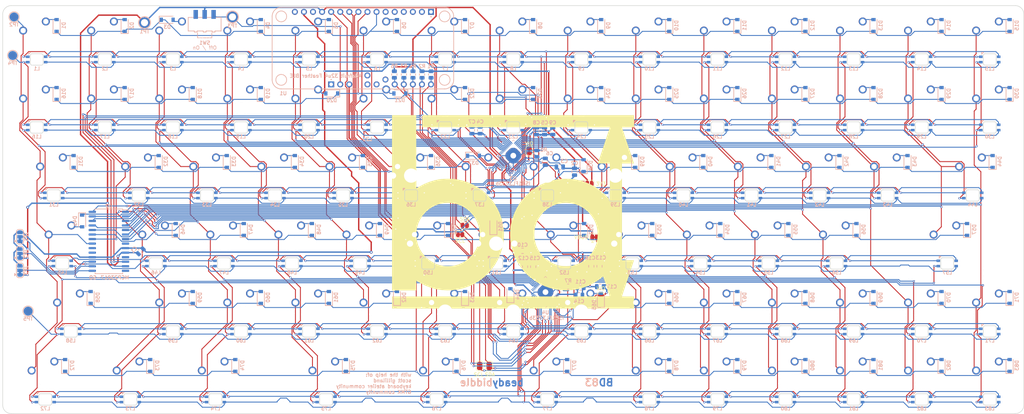
<source format=kicad_pcb>
(kicad_pcb (version 20171130) (host pcbnew "(5.1.10)-1")
  (layers (0 F.Cu signal) (31 B.Cu signal) (34 B.Paste user) (35 F.Paste user) (36 B.SilkS user) (37 F.SilkS user) (38 B.Mask user) (39 F.Mask user) (44 Edge.Cuts user))
  (net 0 "")
  (net 1 GND)
  (net 2 +3V3)
  (net 3 "Net-(C2-Pad1)")
  (net 4 "Net-(C10-Pad1)")
  (net 5 "Net-(D1-Pad2)")
  (net 6 row0)
  (net 7 "Net-(D2-Pad2)")
  (net 8 "Net-(D3-Pad2)")
  (net 9 "Net-(D4-Pad2)")
  (net 10 "Net-(D5-Pad2)")
  (net 11 "Net-(D6-Pad2)")
  (net 12 "Net-(D7-Pad2)")
  (net 13 "Net-(D8-Pad2)")
  (net 14 "Net-(D9-Pad2)")
  (net 15 "Net-(D10-Pad2)")
  (net 16 "Net-(D11-Pad2)")
  (net 17 "Net-(D12-Pad2)")
  (net 18 "Net-(D13-Pad2)")
  (net 19 "Net-(D14-Pad2)")
  (net 20 "Net-(D15-Pad2)")
  (net 21 "Net-(D16-Pad2)")
  (net 22 row1)
  (net 23 "Net-(D17-Pad2)")
  (net 24 "Net-(D18-Pad2)")
  (net 25 "Net-(D19-Pad2)")
  (net 26 "Net-(D20-Pad2)")
  (net 27 "Net-(D21-Pad2)")
  (net 28 "Net-(D22-Pad2)")
  (net 29 "Net-(D23-Pad2)")
  (net 30 "Net-(D24-Pad2)")
  (net 31 "Net-(D25-Pad2)")
  (net 32 "Net-(D26-Pad2)")
  (net 33 "Net-(D27-Pad2)")
  (net 34 "Net-(D28-Pad2)")
  (net 35 "Net-(D29-Pad2)")
  (net 36 "Net-(D30-Pad2)")
  (net 37 "Net-(D31-Pad2)")
  (net 38 row2)
  (net 39 "Net-(D32-Pad2)")
  (net 40 "Net-(D33-Pad2)")
  (net 41 "Net-(D34-Pad2)")
  (net 42 "Net-(D35-Pad2)")
  (net 43 "Net-(D36-Pad2)")
  (net 44 "Net-(D37-Pad2)")
  (net 45 "Net-(D38-Pad2)")
  (net 46 "Net-(D39-Pad2)")
  (net 47 "Net-(D40-Pad2)")
  (net 48 "Net-(D41-Pad2)")
  (net 49 "Net-(D42-Pad2)")
  (net 50 "Net-(D43-Pad2)")
  (net 51 "Net-(D44-Pad2)")
  (net 52 "Net-(D45-Pad2)")
  (net 53 row3)
  (net 54 "Net-(D46-Pad2)")
  (net 55 "Net-(D47-Pad2)")
  (net 56 "Net-(D48-Pad2)")
  (net 57 "Net-(D49-Pad2)")
  (net 58 "Net-(D50-Pad2)")
  (net 59 "Net-(D51-Pad2)")
  (net 60 "Net-(D52-Pad2)")
  (net 61 "Net-(D53-Pad2)")
  (net 62 "Net-(D54-Pad2)")
  (net 63 "Net-(D55-Pad2)")
  (net 64 "Net-(D56-Pad2)")
  (net 65 "Net-(D57-Pad2)")
  (net 66 "Net-(D58-Pad2)")
  (net 67 row4)
  (net 68 "Net-(D59-Pad2)")
  (net 69 "Net-(D60-Pad2)")
  (net 70 "Net-(D61-Pad2)")
  (net 71 "Net-(D62-Pad2)")
  (net 72 "Net-(D63-Pad2)")
  (net 73 "Net-(D64-Pad2)")
  (net 74 "Net-(D65-Pad2)")
  (net 75 "Net-(D66-Pad2)")
  (net 76 "Net-(D67-Pad2)")
  (net 77 "Net-(D68-Pad2)")
  (net 78 "Net-(D69-Pad2)")
  (net 79 "Net-(D70-Pad2)")
  (net 80 "Net-(D71-Pad2)")
  (net 81 "Net-(D72-Pad2)")
  (net 82 row5)
  (net 83 "Net-(D73-Pad2)")
  (net 84 "Net-(D74-Pad2)")
  (net 85 "Net-(D75-Pad2)")
  (net 86 "Net-(D76-Pad2)")
  (net 87 "Net-(D77-Pad2)")
  (net 88 "Net-(D78-Pad2)")
  (net 89 "Net-(D79-Pad2)")
  (net 90 "Net-(D80-Pad2)")
  (net 91 "Net-(D81-Pad2)")
  (net 92 "Net-(D82-Pad2)")
  (net 93 "Net-(D83-Pad2)")
  (net 94 "Net-(JP1-Pad2)")
  (net 95 "Net-(JP2-Pad2)")
  (net 96 "Net-(JP3-Pad2)")
  (net 97 "Net-(JP6-Pad2)")
  (net 98 "Net-(JP9-Pad2)")
  (net 99 col0)
  (net 100 col1)
  (net 101 col2)
  (net 102 col3)
  (net 103 col4)
  (net 104 col5)
  (net 105 col6)
  (net 106 col7)
  (net 107 col8)
  (net 108 col9)
  (net 109 col10)
  (net 110 col11)
  (net 111 col12)
  (net 112 col13)
  (net 113 col14)
  (net 114 LA_A)
  (net 115 LA_B)
  (net 116 LA_C)
  (net 117 LA_1)
  (net 118 LA_2)
  (net 119 LA_3)
  (net 120 LA_4)
  (net 121 LA_5)
  (net 122 LA_6)
  (net 123 LA_7)
  (net 124 LA_8)
  (net 125 LA_9)
  (net 126 LA_10)
  (net 127 LA_11)
  (net 128 LA_12)
  (net 129 LA_13)
  (net 130 LA_14)
  (net 131 LA_15)
  (net 132 LA_D)
  (net 133 LA_E)
  (net 134 LA_F)
  (net 135 LA_G)
  (net 136 LA_H)
  (net 137 LA_I)
  (net 138 LB_A)
  (net 139 LB_B)
  (net 140 LB_C)
  (net 141 LB_1)
  (net 142 LB_2)
  (net 143 LB_3)
  (net 144 LB_4)
  (net 145 LB_5)
  (net 146 LB_6)
  (net 147 LB_7)
  (net 148 LB_8)
  (net 149 LB_9)
  (net 150 LB_10)
  (net 151 LB_11)
  (net 152 LB_12)
  (net 153 LB_14)
  (net 154 LB_D)
  (net 155 LB_E)
  (net 156 LB_F)
  (net 157 LB_13)
  (net 158 LB_15)
  (net 159 LB_G)
  (net 160 LB_H)
  (net 161 LB_I)
  (net 162 SDA)
  (net 163 SCL)
  (net 164 INTB)
  (net 165 SDB)
  (net 166 IICRST)
  (net 167 "Net-(R6-Pad2)")
  (net 168 "Net-(R7-Pad2)")
  (net 169 "Net-(SW1-Pad1)")
  (net 170 SYNC)
  (net 171 VBUS)
  (net 172 "Net-(JP11-Pad2)")
  (net 173 "Net-(JP5-Pad1)")
  (net 174 "Net-(JP7-Pad2)")
  (net 175 "Net-(JP10-Pad2)")
  (module Package_DFN_QFN:QFN-48-1EP_6x6mm_P0.4mm_EP4.2x4.2mm (layer B.Cu) (at 158.75 57.912 45)
    (fp_text reference U3 (at -4.490128 4.490128) (layer B.SilkS) (effects (font (thickness 0.2)) (justify mirror)))
    (fp_text value IS31FL3733-QF)
    (pad 49 thru_hole roundrect (at 0 0 45) (size 4 4) (drill 1.6) (layers *.Cu *.Mask) (roundrect_rratio 0.375) (net 1 GND))
    (pad 48 smd roundrect (at -2.2 2.95 45) (size 0.2 0.85) (layers B.Cu B.Paste B.Mask) (net 1 GND))
    (pad 47 smd roundrect (at -1.8 2.95 45) (size 0.2 0.85) (layers B.Cu B.Paste B.Mask) (net 166 IICRST))
    (pad 46 smd roundrect (at -1.4 2.95 45) (size 0.2 0.85) (layers B.Cu B.Paste B.Mask) (net 165 SDB))
    (pad 45 smd roundrect (at -1 2.95 45) (size 0.2 0.85) (layers B.Cu B.Paste B.Mask) (net 164 INTB))
    (pad 44 smd roundrect (at -0.6 2.95 45) (size 0.2 0.85) (layers B.Cu B.Paste B.Mask) (net 1 GND))
    (pad 43 smd roundrect (at -0.2 2.95 45) (size 0.2 0.85) (layers B.Cu B.Paste B.Mask) (net 1 GND))
    (pad 42 smd roundrect (at 0.2 2.95 45) (size 0.2 0.85) (layers B.Cu B.Paste B.Mask) (net 174 "Net-(JP7-Pad2)"))
    (pad 41 smd roundrect (at 0.6 2.95 45) (size 0.2 0.85) (layers B.Cu B.Paste B.Mask) (net 97 "Net-(JP6-Pad2)"))
    (pad 40 smd roundrect (at 1 2.95 45) (size 0.2 0.85) (layers B.Cu B.Paste B.Mask) (net 170 SYNC))
    (pad 39 smd roundrect (at 1.4 2.95 45) (size 0.2 0.85) (layers B.Cu B.Paste B.Mask) (net 173 "Net-(JP5-Pad1)"))
    (pad 38 smd roundrect (at 1.8 2.95 45) (size 0.2 0.85) (layers B.Cu B.Paste B.Mask) (net 3 "Net-(C2-Pad1)"))
    (pad 37 smd roundrect (at 2.2 2.95 45) (size 0.2 0.85) (layers B.Cu B.Paste B.Mask) (net 3 "Net-(C2-Pad1)"))
    (pad 36 smd roundrect (at 2.95 2.2 45) (size 0.85 0.2) (layers B.Cu B.Paste B.Mask))
    (pad 35 smd roundrect (at 2.95 1.8 45) (size 0.85 0.2) (layers B.Cu B.Paste B.Mask) (net 167 "Net-(R6-Pad2)"))
    (pad 34 smd roundrect (at 2.95 1.4 45) (size 0.85 0.2) (layers B.Cu B.Paste B.Mask) (net 1 GND))
    (pad 33 smd roundrect (at 2.95 1 45) (size 0.85 0.2) (layers B.Cu B.Paste B.Mask))
    (pad 32 smd roundrect (at 2.95 0.6 45) (size 0.85 0.2) (layers B.Cu B.Paste B.Mask) (net 131 LA_15))
    (pad 31 smd roundrect (at 2.95 0.2 45) (size 0.85 0.2) (layers B.Cu B.Paste B.Mask) (net 130 LA_14))
    (pad 30 smd roundrect (at 2.95 -0.2 45) (size 0.85 0.2) (layers B.Cu B.Paste B.Mask) (net 129 LA_13))
    (pad 29 smd roundrect (at 2.95 -0.6 45) (size 0.85 0.2) (layers B.Cu B.Paste B.Mask) (net 3 "Net-(C2-Pad1)"))
    (pad 28 smd roundrect (at 2.95 -1 45) (size 0.85 0.2) (layers B.Cu B.Paste B.Mask) (net 128 LA_12))
    (pad 27 smd roundrect (at 2.95 -1.4 45) (size 0.85 0.2) (layers B.Cu B.Paste B.Mask) (net 127 LA_11))
    (pad 26 smd roundrect (at 2.95 -1.8 45) (size 0.85 0.2) (layers B.Cu B.Paste B.Mask) (net 126 LA_10))
    (pad 25 smd roundrect (at 2.95 -2.2 45) (size 0.85 0.2) (layers B.Cu B.Paste B.Mask) (net 125 LA_9))
    (pad 24 smd roundrect (at 2.2 -2.95 45) (size 0.2 0.85) (layers B.Cu B.Paste B.Mask) (net 124 LA_8))
    (pad 23 smd roundrect (at 1.8 -2.95 45) (size 0.2 0.85) (layers B.Cu B.Paste B.Mask) (net 123 LA_7))
    (pad 22 smd roundrect (at 1.4 -2.95 45) (size 0.2 0.85) (layers B.Cu B.Paste B.Mask) (net 122 LA_6))
    (pad 21 smd roundrect (at 1 -2.95 45) (size 0.2 0.85) (layers B.Cu B.Paste B.Mask) (net 121 LA_5))
    (pad 20 smd roundrect (at 0.6 -2.95 45) (size 0.2 0.85) (layers B.Cu B.Paste B.Mask) (net 3 "Net-(C2-Pad1)"))
    (pad 19 smd roundrect (at 0.2 -2.95 45) (size 0.2 0.85) (layers B.Cu B.Paste B.Mask) (net 120 LA_4))
    (pad 18 smd roundrect (at -0.2 -2.95 45) (size 0.2 0.85) (layers B.Cu B.Paste B.Mask) (net 119 LA_3))
    (pad 17 smd roundrect (at -0.6 -2.95 45) (size 0.2 0.85) (layers B.Cu B.Paste B.Mask) (net 118 LA_2))
    (pad 16 smd roundrect (at -1 -2.95 45) (size 0.2 0.85) (layers B.Cu B.Paste B.Mask) (net 117 LA_1))
    (pad 15 smd roundrect (at -1.4 -2.95 45) (size 0.2 0.85) (layers B.Cu B.Paste B.Mask))
    (pad 14 smd roundrect (at -1.8 -2.95 45) (size 0.2 0.85) (layers B.Cu B.Paste B.Mask))
    (pad 13 smd roundrect (at -2.2 -2.95 45) (size 0.2 0.85) (layers B.Cu B.Paste B.Mask))
    (pad 12 smd roundrect (at -2.95 -2.2 45) (size 0.85 0.2) (layers B.Cu B.Paste B.Mask) (net 1 GND))
    (pad 11 smd roundrect (at -2.95 -1.8 45) (size 0.85 0.2) (layers B.Cu B.Paste B.Mask) (net 137 LA_I))
    (pad 10 smd roundrect (at -2.95 -1.4 45) (size 0.85 0.2) (layers B.Cu B.Paste B.Mask) (net 136 LA_H))
    (pad 9 smd roundrect (at -2.95 -1 45) (size 0.85 0.2) (layers B.Cu B.Paste B.Mask) (net 135 LA_G))
    (pad 8 smd roundrect (at -2.95 -0.6 45) (size 0.85 0.2) (layers B.Cu B.Paste B.Mask) (net 134 LA_F))
    (pad 7 smd roundrect (at -2.95 -0.2 45) (size 0.85 0.2) (layers B.Cu B.Paste B.Mask) (net 133 LA_E))
    (pad 6 smd roundrect (at -2.95 0.2 45) (size 0.85 0.2) (layers B.Cu B.Paste B.Mask) (net 132 LA_D))
    (pad 5 smd roundrect (at -2.95 0.6 45) (size 0.85 0.2) (layers B.Cu B.Paste B.Mask) (net 1 GND))
    (pad 4 smd roundrect (at -2.95 1 45) (size 0.85 0.2) (layers B.Cu B.Paste B.Mask) (net 116 LA_C))
    (pad 3 smd roundrect (at -2.95 1.4 45) (size 0.85 0.2) (layers B.Cu B.Paste B.Mask) (net 115 LA_B))
    (pad 2 smd roundrect (at -2.95 1.8 45) (size 0.85 0.2) (layers B.Cu B.Paste B.Mask) (net 114 LA_A))
    (pad 1 smd roundrect (at -2.95 2.2 45) (size 0.85 0.2) (layers B.Cu B.Paste B.Mask))
  )
  (module Package_DFN_QFN:QFN-48-1EP_6x6mm_P0.4mm_EP4.2x4.2mm (layer B.Cu) (at 167.767 96.139 45)
    (fp_text reference U4 (at -4.041115 4.041115) (layer B.SilkS) (effects (font (thickness 0.2)) (justify mirror)))
    (fp_text value IS31FL3733-QF)
    (pad 49 thru_hole roundrect (at 0 0 45) (size 4 4) (drill 1.6) (layers *.Cu *.Mask) (roundrect_rratio 0.375) (net 1 GND))
    (pad 48 smd roundrect (at -2.2 2.95 45) (size 0.2 0.85) (layers B.Cu B.Paste B.Mask) (net 1 GND))
    (pad 47 smd roundrect (at -1.8 2.95 45) (size 0.2 0.85) (layers B.Cu B.Paste B.Mask) (net 166 IICRST))
    (pad 46 smd roundrect (at -1.4 2.95 45) (size 0.2 0.85) (layers B.Cu B.Paste B.Mask) (net 165 SDB))
    (pad 45 smd roundrect (at -1 2.95 45) (size 0.2 0.85) (layers B.Cu B.Paste B.Mask))
    (pad 44 smd roundrect (at -0.6 2.95 45) (size 0.2 0.85) (layers B.Cu B.Paste B.Mask) (net 1 GND))
    (pad 43 smd roundrect (at -0.2 2.95 45) (size 0.2 0.85) (layers B.Cu B.Paste B.Mask) (net 2 +3V3))
    (pad 42 smd roundrect (at 0.2 2.95 45) (size 0.2 0.85) (layers B.Cu B.Paste B.Mask) (net 172 "Net-(JP11-Pad2)"))
    (pad 41 smd roundrect (at 0.6 2.95 45) (size 0.2 0.85) (layers B.Cu B.Paste B.Mask) (net 175 "Net-(JP10-Pad2)"))
    (pad 40 smd roundrect (at 1 2.95 45) (size 0.2 0.85) (layers B.Cu B.Paste B.Mask) (net 170 SYNC))
    (pad 39 smd roundrect (at 1.4 2.95 45) (size 0.2 0.85) (layers B.Cu B.Paste B.Mask) (net 98 "Net-(JP9-Pad2)"))
    (pad 38 smd roundrect (at 1.8 2.95 45) (size 0.2 0.85) (layers B.Cu B.Paste B.Mask) (net 4 "Net-(C10-Pad1)"))
    (pad 37 smd roundrect (at 2.2 2.95 45) (size 0.2 0.85) (layers B.Cu B.Paste B.Mask) (net 4 "Net-(C10-Pad1)"))
    (pad 36 smd roundrect (at 2.95 2.2 45) (size 0.85 0.2) (layers B.Cu B.Paste B.Mask))
    (pad 35 smd roundrect (at 2.95 1.8 45) (size 0.85 0.2) (layers B.Cu B.Paste B.Mask) (net 168 "Net-(R7-Pad2)"))
    (pad 34 smd roundrect (at 2.95 1.4 45) (size 0.85 0.2) (layers B.Cu B.Paste B.Mask) (net 1 GND))
    (pad 33 smd roundrect (at 2.95 1 45) (size 0.85 0.2) (layers B.Cu B.Paste B.Mask))
    (pad 32 smd roundrect (at 2.95 0.6 45) (size 0.85 0.2) (layers B.Cu B.Paste B.Mask) (net 158 LB_15))
    (pad 31 smd roundrect (at 2.95 0.2 45) (size 0.85 0.2) (layers B.Cu B.Paste B.Mask) (net 153 LB_14))
    (pad 30 smd roundrect (at 2.95 -0.2 45) (size 0.85 0.2) (layers B.Cu B.Paste B.Mask) (net 157 LB_13))
    (pad 29 smd roundrect (at 2.95 -0.6 45) (size 0.85 0.2) (layers B.Cu B.Paste B.Mask) (net 4 "Net-(C10-Pad1)"))
    (pad 28 smd roundrect (at 2.95 -1 45) (size 0.85 0.2) (layers B.Cu B.Paste B.Mask) (net 152 LB_12))
    (pad 27 smd roundrect (at 2.95 -1.4 45) (size 0.85 0.2) (layers B.Cu B.Paste B.Mask) (net 151 LB_11))
    (pad 26 smd roundrect (at 2.95 -1.8 45) (size 0.85 0.2) (layers B.Cu B.Paste B.Mask) (net 150 LB_10))
    (pad 25 smd roundrect (at 2.95 -2.2 45) (size 0.85 0.2) (layers B.Cu B.Paste B.Mask) (net 149 LB_9))
    (pad 24 smd roundrect (at 2.2 -2.95 45) (size 0.2 0.85) (layers B.Cu B.Paste B.Mask) (net 148 LB_8))
    (pad 23 smd roundrect (at 1.8 -2.95 45) (size 0.2 0.85) (layers B.Cu B.Paste B.Mask) (net 147 LB_7))
    (pad 22 smd roundrect (at 1.4 -2.95 45) (size 0.2 0.85) (layers B.Cu B.Paste B.Mask) (net 146 LB_6))
    (pad 21 smd roundrect (at 1 -2.95 45) (size 0.2 0.85) (layers B.Cu B.Paste B.Mask) (net 145 LB_5))
    (pad 20 smd roundrect (at 0.6 -2.95 45) (size 0.2 0.85) (layers B.Cu B.Paste B.Mask) (net 4 "Net-(C10-Pad1)"))
    (pad 19 smd roundrect (at 0.2 -2.95 45) (size 0.2 0.85) (layers B.Cu B.Paste B.Mask) (net 144 LB_4))
    (pad 18 smd roundrect (at -0.2 -2.95 45) (size 0.2 0.85) (layers B.Cu B.Paste B.Mask) (net 143 LB_3))
    (pad 17 smd roundrect (at -0.6 -2.95 45) (size 0.2 0.85) (layers B.Cu B.Paste B.Mask) (net 142 LB_2))
    (pad 16 smd roundrect (at -1 -2.95 45) (size 0.2 0.85) (layers B.Cu B.Paste B.Mask) (net 141 LB_1))
    (pad 15 smd roundrect (at -1.4 -2.95 45) (size 0.2 0.85) (layers B.Cu B.Paste B.Mask))
    (pad 14 smd roundrect (at -1.8 -2.95 45) (size 0.2 0.85) (layers B.Cu B.Paste B.Mask))
    (pad 13 smd roundrect (at -2.2 -2.95 45) (size 0.2 0.85) (layers B.Cu B.Paste B.Mask))
    (pad 12 smd roundrect (at -2.95 -2.2 45) (size 0.85 0.2) (layers B.Cu B.Paste B.Mask) (net 1 GND))
    (pad 11 smd roundrect (at -2.95 -1.8 45) (size 0.85 0.2) (layers B.Cu B.Paste B.Mask) (net 161 LB_I))
    (pad 10 smd roundrect (at -2.95 -1.4 45) (size 0.85 0.2) (layers B.Cu B.Paste B.Mask) (net 160 LB_H))
    (pad 9 smd roundrect (at -2.95 -1 45) (size 0.85 0.2) (layers B.Cu B.Paste B.Mask) (net 159 LB_G))
    (pad 8 smd roundrect (at -2.95 -0.6 45) (size 0.85 0.2) (layers B.Cu B.Paste B.Mask) (net 156 LB_F))
    (pad 7 smd roundrect (at -2.95 -0.2 45) (size 0.85 0.2) (layers B.Cu B.Paste B.Mask) (net 155 LB_E))
    (pad 6 smd roundrect (at -2.95 0.2 45) (size 0.85 0.2) (layers B.Cu B.Paste B.Mask) (net 154 LB_D))
    (pad 5 smd roundrect (at -2.95 0.6 45) (size 0.85 0.2) (layers B.Cu B.Paste B.Mask) (net 1 GND))
    (pad 4 smd roundrect (at -2.95 1 45) (size 0.85 0.2) (layers B.Cu B.Paste B.Mask) (net 140 LB_C))
    (pad 3 smd roundrect (at -2.95 1.4 45) (size 0.85 0.2) (layers B.Cu B.Paste B.Mask) (net 139 LB_B))
    (pad 2 smd roundrect (at -2.95 1.8 45) (size 0.85 0.2) (layers B.Cu B.Paste B.Mask) (net 138 LB_A))
    (pad 1 smd roundrect (at -2.95 2.2 45) (size 0.85 0.2) (layers B.Cu B.Paste B.Mask))
  )
  (module BD:BD_logo (layer F.Cu) (at 158.6865 73.66)
    (fp_text reference G1 hide)
    (fp_text value LOGO hide)
  )
  (module QB_RGB_LED_footprint:RGB-REVERSE_MOUNT (layer B.Cu) (at 292.0975 30.95781)
    (fp_text reference L15 (at 0.0025 2.57019) (layer B.SilkS) (effects (font (thickness 0.2)) (justify mirror)))
    (fp_text value QBLP677R-RGB)
    (fp_arc (start -1.3 1.1) (end -1.3 1.6) (angle 90) (layer Edge.Cuts) (width 0.15))
    (fp_arc (start 1.3 1.1) (end 1.8 1.1) (angle 90) (layer Edge.Cuts) (width 0.15))
    (fp_arc (start 1.3 -1.1) (end 1.3 -1.6) (angle 90) (layer Edge.Cuts) (width 0.15))
    (fp_arc (start -1.3 -1.1) (end -1.8 -1.1) (angle 90) (layer Edge.Cuts) (width 0.15))
    (fp_line (start 1.3 1.6) (end -1.3 1.6) (layer Edge.Cuts) (width 0.15))
    (fp_line (start 1.8 -1.1) (end 1.8 1.1) (layer Edge.Cuts) (width 0.15))
    (fp_line (start -1.3 -1.6) (end 1.3 -1.6) (layer Edge.Cuts) (width 0.15))
    (fp_line (start -1.8 1.1) (end -1.8 -1.1) (layer Edge.Cuts) (width 0.15))
    (pad 2 smd rect (at 2.5 -0.75) (size 1 0.7) (layers B.Cu B.Paste B.Mask) (net 114 LA_A))
    (pad 3 smd rect (at 2.5 0.75) (size 1 0.7) (layers B.Cu B.Paste B.Mask) (net 115 LA_B))
    (pad 1 smd rect (at -2.5 -0.75) (size 1 0.7) (layers B.Cu B.Paste B.Mask) (net 116 LA_C))
    (pad COMMON_ANODE smd rect (at -2.5 0.75) (size 1 0.7) (layers B.Cu B.Paste B.Mask) (net 131 LA_15))
  )
  (module QB_RGB_LED_footprint:RGB-REVERSE_MOUNT (layer B.Cu) (at 25.3975 30.95781)
    (fp_text reference L1 (at 0.007 2.5563) (layer B.SilkS) (effects (font (thickness 0.2)) (justify mirror)))
    (fp_text value QBLP677R-RGB)
    (fp_arc (start -1.3 1.1) (end -1.3 1.6) (angle 90) (layer Edge.Cuts) (width 0.15))
    (fp_arc (start 1.3 1.1) (end 1.8 1.1) (angle 90) (layer Edge.Cuts) (width 0.15))
    (fp_arc (start 1.3 -1.1) (end 1.3 -1.6) (angle 90) (layer Edge.Cuts) (width 0.15))
    (fp_arc (start -1.3 -1.1) (end -1.8 -1.1) (angle 90) (layer Edge.Cuts) (width 0.15))
    (fp_line (start 1.3 1.6) (end -1.3 1.6) (layer Edge.Cuts) (width 0.15))
    (fp_line (start 1.8 -1.1) (end 1.8 1.1) (layer Edge.Cuts) (width 0.15))
    (fp_line (start -1.3 -1.6) (end 1.3 -1.6) (layer Edge.Cuts) (width 0.15))
    (fp_line (start -1.8 1.1) (end -1.8 -1.1) (layer Edge.Cuts) (width 0.15))
    (pad 2 smd rect (at 2.5 -0.75) (size 1 0.7) (layers B.Cu B.Paste B.Mask) (net 114 LA_A))
    (pad 3 smd rect (at 2.5 0.75) (size 1 0.7) (layers B.Cu B.Paste B.Mask) (net 115 LA_B))
    (pad 1 smd rect (at -2.5 -0.75) (size 1 0.7) (layers B.Cu B.Paste B.Mask) (net 116 LA_C))
    (pad COMMON_ANODE smd rect (at -2.5 0.75) (size 1 0.7) (layers B.Cu B.Paste B.Mask) (net 117 LA_1))
  )
  (module QB_RGB_LED_footprint:RGB-REVERSE_MOUNT (layer B.Cu) (at 292.1 126.21261)
    (fp_text reference L83 (at 0.007 2.5563) (layer B.SilkS) (effects (font (thickness 0.2)) (justify mirror)))
    (fp_text value QBLP677R-RGB)
    (fp_arc (start -1.3 1.1) (end -1.3 1.6) (angle 90) (layer Edge.Cuts) (width 0.15))
    (fp_arc (start 1.3 1.1) (end 1.8 1.1) (angle 90) (layer Edge.Cuts) (width 0.15))
    (fp_arc (start 1.3 -1.1) (end 1.3 -1.6) (angle 90) (layer Edge.Cuts) (width 0.15))
    (fp_arc (start -1.3 -1.1) (end -1.8 -1.1) (angle 90) (layer Edge.Cuts) (width 0.15))
    (fp_line (start 1.3 1.6) (end -1.3 1.6) (layer Edge.Cuts) (width 0.15))
    (fp_line (start 1.8 -1.1) (end 1.8 1.1) (layer Edge.Cuts) (width 0.15))
    (fp_line (start -1.3 -1.6) (end 1.3 -1.6) (layer Edge.Cuts) (width 0.15))
    (fp_line (start -1.8 1.1) (end -1.8 -1.1) (layer Edge.Cuts) (width 0.15))
    (pad 2 smd rect (at 2.5 -0.75) (size 1 0.7) (layers B.Cu B.Paste B.Mask) (net 159 LB_G))
    (pad 3 smd rect (at 2.5 0.75) (size 1 0.7) (layers B.Cu B.Paste B.Mask) (net 160 LB_H))
    (pad 1 smd rect (at -2.5 -0.75) (size 1 0.7) (layers B.Cu B.Paste B.Mask) (net 161 LB_I))
    (pad COMMON_ANODE smd rect (at -2.5 0.75) (size 1 0.7) (layers B.Cu B.Paste B.Mask) (net 158 LB_15))
  )
  (module QB_RGB_LED_footprint:RGB-REVERSE_MOUNT (layer B.Cu) (at 273.05 126.21261)
    (fp_text reference L82 (at 0.007 2.5563) (layer B.SilkS) (effects (font (thickness 0.2)) (justify mirror)))
    (fp_text value QBLP677R-RGB)
    (fp_arc (start -1.3 1.1) (end -1.3 1.6) (angle 90) (layer Edge.Cuts) (width 0.15))
    (fp_arc (start 1.3 1.1) (end 1.8 1.1) (angle 90) (layer Edge.Cuts) (width 0.15))
    (fp_arc (start 1.3 -1.1) (end 1.3 -1.6) (angle 90) (layer Edge.Cuts) (width 0.15))
    (fp_arc (start -1.3 -1.1) (end -1.8 -1.1) (angle 90) (layer Edge.Cuts) (width 0.15))
    (fp_line (start 1.3 1.6) (end -1.3 1.6) (layer Edge.Cuts) (width 0.15))
    (fp_line (start 1.8 -1.1) (end 1.8 1.1) (layer Edge.Cuts) (width 0.15))
    (fp_line (start -1.3 -1.6) (end 1.3 -1.6) (layer Edge.Cuts) (width 0.15))
    (fp_line (start -1.8 1.1) (end -1.8 -1.1) (layer Edge.Cuts) (width 0.15))
    (pad 2 smd rect (at 2.5 -0.75) (size 1 0.7) (layers B.Cu B.Paste B.Mask) (net 159 LB_G))
    (pad 3 smd rect (at 2.5 0.75) (size 1 0.7) (layers B.Cu B.Paste B.Mask) (net 160 LB_H))
    (pad 1 smd rect (at -2.5 -0.75) (size 1 0.7) (layers B.Cu B.Paste B.Mask) (net 161 LB_I))
    (pad COMMON_ANODE smd rect (at -2.5 0.75) (size 1 0.7) (layers B.Cu B.Paste B.Mask) (net 157 LB_13))
  )
  (module QB_RGB_LED_footprint:RGB-REVERSE_MOUNT (layer B.Cu) (at 253.9975 126.21261)
    (fp_text reference L81 (at 0.007 2.5563) (layer B.SilkS) (effects (font (thickness 0.2)) (justify mirror)))
    (fp_text value QBLP677R-RGB)
    (fp_arc (start -1.3 1.1) (end -1.3 1.6) (angle 90) (layer Edge.Cuts) (width 0.15))
    (fp_arc (start 1.3 1.1) (end 1.8 1.1) (angle 90) (layer Edge.Cuts) (width 0.15))
    (fp_arc (start 1.3 -1.1) (end 1.3 -1.6) (angle 90) (layer Edge.Cuts) (width 0.15))
    (fp_arc (start -1.3 -1.1) (end -1.8 -1.1) (angle 90) (layer Edge.Cuts) (width 0.15))
    (fp_line (start 1.3 1.6) (end -1.3 1.6) (layer Edge.Cuts) (width 0.15))
    (fp_line (start 1.8 -1.1) (end 1.8 1.1) (layer Edge.Cuts) (width 0.15))
    (fp_line (start -1.3 -1.6) (end 1.3 -1.6) (layer Edge.Cuts) (width 0.15))
    (fp_line (start -1.8 1.1) (end -1.8 -1.1) (layer Edge.Cuts) (width 0.15))
    (pad 2 smd rect (at 2.5 -0.75) (size 1 0.7) (layers B.Cu B.Paste B.Mask) (net 159 LB_G))
    (pad 3 smd rect (at 2.5 0.75) (size 1 0.7) (layers B.Cu B.Paste B.Mask) (net 160 LB_H))
    (pad 1 smd rect (at -2.5 -0.75) (size 1 0.7) (layers B.Cu B.Paste B.Mask) (net 161 LB_I))
    (pad COMMON_ANODE smd rect (at -2.5 0.75) (size 1 0.7) (layers B.Cu B.Paste B.Mask) (net 152 LB_12))
  )
  (module QB_RGB_LED_footprint:RGB-REVERSE_MOUNT (layer B.Cu) (at 234.95 126.21261)
    (fp_text reference L80 (at 0.007 2.5563) (layer B.SilkS) (effects (font (thickness 0.2)) (justify mirror)))
    (fp_text value QBLP677R-RGB)
    (fp_arc (start -1.3 1.1) (end -1.3 1.6) (angle 90) (layer Edge.Cuts) (width 0.15))
    (fp_arc (start 1.3 1.1) (end 1.8 1.1) (angle 90) (layer Edge.Cuts) (width 0.15))
    (fp_arc (start 1.3 -1.1) (end 1.3 -1.6) (angle 90) (layer Edge.Cuts) (width 0.15))
    (fp_arc (start -1.3 -1.1) (end -1.8 -1.1) (angle 90) (layer Edge.Cuts) (width 0.15))
    (fp_line (start 1.3 1.6) (end -1.3 1.6) (layer Edge.Cuts) (width 0.15))
    (fp_line (start 1.8 -1.1) (end 1.8 1.1) (layer Edge.Cuts) (width 0.15))
    (fp_line (start -1.3 -1.6) (end 1.3 -1.6) (layer Edge.Cuts) (width 0.15))
    (fp_line (start -1.8 1.1) (end -1.8 -1.1) (layer Edge.Cuts) (width 0.15))
    (pad 2 smd rect (at 2.5 -0.75) (size 1 0.7) (layers B.Cu B.Paste B.Mask) (net 159 LB_G))
    (pad 3 smd rect (at 2.5 0.75) (size 1 0.7) (layers B.Cu B.Paste B.Mask) (net 160 LB_H))
    (pad 1 smd rect (at -2.5 -0.75) (size 1 0.7) (layers B.Cu B.Paste B.Mask) (net 161 LB_I))
    (pad COMMON_ANODE smd rect (at -2.5 0.75) (size 1 0.7) (layers B.Cu B.Paste B.Mask) (net 151 LB_11))
  )
  (module QB_RGB_LED_footprint:RGB-REVERSE_MOUNT (layer B.Cu) (at 215.8975 126.21261)
    (fp_text reference L79 (at 0.007 2.5563) (layer B.SilkS) (effects (font (thickness 0.2)) (justify mirror)))
    (fp_text value QBLP677R-RGB)
    (fp_arc (start -1.3 1.1) (end -1.3 1.6) (angle 90) (layer Edge.Cuts) (width 0.15))
    (fp_arc (start 1.3 1.1) (end 1.8 1.1) (angle 90) (layer Edge.Cuts) (width 0.15))
    (fp_arc (start 1.3 -1.1) (end 1.3 -1.6) (angle 90) (layer Edge.Cuts) (width 0.15))
    (fp_arc (start -1.3 -1.1) (end -1.8 -1.1) (angle 90) (layer Edge.Cuts) (width 0.15))
    (fp_line (start 1.3 1.6) (end -1.3 1.6) (layer Edge.Cuts) (width 0.15))
    (fp_line (start 1.8 -1.1) (end 1.8 1.1) (layer Edge.Cuts) (width 0.15))
    (fp_line (start -1.3 -1.6) (end 1.3 -1.6) (layer Edge.Cuts) (width 0.15))
    (fp_line (start -1.8 1.1) (end -1.8 -1.1) (layer Edge.Cuts) (width 0.15))
    (pad 2 smd rect (at 2.5 -0.75) (size 1 0.7) (layers B.Cu B.Paste B.Mask) (net 159 LB_G))
    (pad 3 smd rect (at 2.5 0.75) (size 1 0.7) (layers B.Cu B.Paste B.Mask) (net 160 LB_H))
    (pad 1 smd rect (at -2.5 -0.75) (size 1 0.7) (layers B.Cu B.Paste B.Mask) (net 161 LB_I))
    (pad COMMON_ANODE smd rect (at -2.5 0.75) (size 1 0.7) (layers B.Cu B.Paste B.Mask) (net 150 LB_10))
  )
  (module QB_RGB_LED_footprint:RGB-REVERSE_MOUNT (layer B.Cu) (at 196.85 126.21261)
    (fp_text reference L78 (at 0.007 2.5563) (layer B.SilkS) (effects (font (thickness 0.2)) (justify mirror)))
    (fp_text value QBLP677R-RGB)
    (fp_arc (start -1.3 1.1) (end -1.3 1.6) (angle 90) (layer Edge.Cuts) (width 0.15))
    (fp_arc (start 1.3 1.1) (end 1.8 1.1) (angle 90) (layer Edge.Cuts) (width 0.15))
    (fp_arc (start 1.3 -1.1) (end 1.3 -1.6) (angle 90) (layer Edge.Cuts) (width 0.15))
    (fp_arc (start -1.3 -1.1) (end -1.8 -1.1) (angle 90) (layer Edge.Cuts) (width 0.15))
    (fp_line (start 1.3 1.6) (end -1.3 1.6) (layer Edge.Cuts) (width 0.15))
    (fp_line (start 1.8 -1.1) (end 1.8 1.1) (layer Edge.Cuts) (width 0.15))
    (fp_line (start -1.3 -1.6) (end 1.3 -1.6) (layer Edge.Cuts) (width 0.15))
    (fp_line (start -1.8 1.1) (end -1.8 -1.1) (layer Edge.Cuts) (width 0.15))
    (pad 2 smd rect (at 2.5 -0.75) (size 1 0.7) (layers B.Cu B.Paste B.Mask) (net 159 LB_G))
    (pad 3 smd rect (at 2.5 0.75) (size 1 0.7) (layers B.Cu B.Paste B.Mask) (net 160 LB_H))
    (pad 1 smd rect (at -2.5 -0.75) (size 1 0.7) (layers B.Cu B.Paste B.Mask) (net 161 LB_I))
    (pad COMMON_ANODE smd rect (at -2.5 0.75) (size 1 0.7) (layers B.Cu B.Paste B.Mask) (net 149 LB_9))
  )
  (module QB_RGB_LED_footprint:RGB-REVERSE_MOUNT (layer B.Cu) (at 168.2725 126.21261)
    (fp_text reference L77 (at 0.007 2.5563) (layer B.SilkS) (effects (font (thickness 0.2)) (justify mirror)))
    (fp_text value QBLP677R-RGB)
    (fp_arc (start -1.3 1.1) (end -1.3 1.6) (angle 90) (layer Edge.Cuts) (width 0.15))
    (fp_arc (start 1.3 1.1) (end 1.8 1.1) (angle 90) (layer Edge.Cuts) (width 0.15))
    (fp_arc (start 1.3 -1.1) (end 1.3 -1.6) (angle 90) (layer Edge.Cuts) (width 0.15))
    (fp_arc (start -1.3 -1.1) (end -1.8 -1.1) (angle 90) (layer Edge.Cuts) (width 0.15))
    (fp_line (start 1.3 1.6) (end -1.3 1.6) (layer Edge.Cuts) (width 0.15))
    (fp_line (start 1.8 -1.1) (end 1.8 1.1) (layer Edge.Cuts) (width 0.15))
    (fp_line (start -1.3 -1.6) (end 1.3 -1.6) (layer Edge.Cuts) (width 0.15))
    (fp_line (start -1.8 1.1) (end -1.8 -1.1) (layer Edge.Cuts) (width 0.15))
    (pad 2 smd rect (at 2.5 -0.75) (size 1 0.7) (layers B.Cu B.Paste B.Mask) (net 159 LB_G))
    (pad 3 smd rect (at 2.5 0.75) (size 1 0.7) (layers B.Cu B.Paste B.Mask) (net 160 LB_H))
    (pad 1 smd rect (at -2.5 -0.75) (size 1 0.7) (layers B.Cu B.Paste B.Mask) (net 161 LB_I))
    (pad COMMON_ANODE smd rect (at -2.5 0.75) (size 1 0.7) (layers B.Cu B.Paste B.Mask) (net 148 LB_8))
  )
  (module QB_RGB_LED_footprint:RGB-REVERSE_MOUNT (layer B.Cu) (at 137.31875 126.21261)
    (fp_text reference L76 (at 0.007 2.5563) (layer B.SilkS) (effects (font (thickness 0.2)) (justify mirror)))
    (fp_text value QBLP677R-RGB)
    (fp_arc (start -1.3 1.1) (end -1.3 1.6) (angle 90) (layer Edge.Cuts) (width 0.15))
    (fp_arc (start 1.3 1.1) (end 1.8 1.1) (angle 90) (layer Edge.Cuts) (width 0.15))
    (fp_arc (start 1.3 -1.1) (end 1.3 -1.6) (angle 90) (layer Edge.Cuts) (width 0.15))
    (fp_arc (start -1.3 -1.1) (end -1.8 -1.1) (angle 90) (layer Edge.Cuts) (width 0.15))
    (fp_line (start 1.3 1.6) (end -1.3 1.6) (layer Edge.Cuts) (width 0.15))
    (fp_line (start 1.8 -1.1) (end 1.8 1.1) (layer Edge.Cuts) (width 0.15))
    (fp_line (start -1.3 -1.6) (end 1.3 -1.6) (layer Edge.Cuts) (width 0.15))
    (fp_line (start -1.8 1.1) (end -1.8 -1.1) (layer Edge.Cuts) (width 0.15))
    (pad 2 smd rect (at 2.5 -0.75) (size 1 0.7) (layers B.Cu B.Paste B.Mask) (net 159 LB_G))
    (pad 3 smd rect (at 2.5 0.75) (size 1 0.7) (layers B.Cu B.Paste B.Mask) (net 160 LB_H))
    (pad 1 smd rect (at -2.5 -0.75) (size 1 0.7) (layers B.Cu B.Paste B.Mask) (net 161 LB_I))
    (pad COMMON_ANODE smd rect (at -2.5 0.75) (size 1 0.7) (layers B.Cu B.Paste B.Mask) (net 146 LB_6))
  )
  (module QB_RGB_LED_footprint:RGB-REVERSE_MOUNT (layer B.Cu) (at 106.3625 126.21261)
    (fp_text reference L75 (at 0.007 2.5563) (layer B.SilkS) (effects (font (thickness 0.2)) (justify mirror)))
    (fp_text value QBLP677R-RGB)
    (fp_arc (start -1.3 1.1) (end -1.3 1.6) (angle 90) (layer Edge.Cuts) (width 0.15))
    (fp_arc (start 1.3 1.1) (end 1.8 1.1) (angle 90) (layer Edge.Cuts) (width 0.15))
    (fp_arc (start 1.3 -1.1) (end 1.3 -1.6) (angle 90) (layer Edge.Cuts) (width 0.15))
    (fp_arc (start -1.3 -1.1) (end -1.8 -1.1) (angle 90) (layer Edge.Cuts) (width 0.15))
    (fp_line (start 1.3 1.6) (end -1.3 1.6) (layer Edge.Cuts) (width 0.15))
    (fp_line (start 1.8 -1.1) (end 1.8 1.1) (layer Edge.Cuts) (width 0.15))
    (fp_line (start -1.3 -1.6) (end 1.3 -1.6) (layer Edge.Cuts) (width 0.15))
    (fp_line (start -1.8 1.1) (end -1.8 -1.1) (layer Edge.Cuts) (width 0.15))
    (pad 2 smd rect (at 2.5 -0.75) (size 1 0.7) (layers B.Cu B.Paste B.Mask) (net 159 LB_G))
    (pad 3 smd rect (at 2.5 0.75) (size 1 0.7) (layers B.Cu B.Paste B.Mask) (net 160 LB_H))
    (pad 1 smd rect (at -2.5 -0.75) (size 1 0.7) (layers B.Cu B.Paste B.Mask) (net 161 LB_I))
    (pad COMMON_ANODE smd rect (at -2.5 0.75) (size 1 0.7) (layers B.Cu B.Paste B.Mask) (net 144 LB_4))
  )
  (module QB_RGB_LED_footprint:RGB-REVERSE_MOUNT (layer B.Cu) (at 75.40625 126.21261)
    (fp_text reference L74 (at 0.007 2.5563) (layer B.SilkS) (effects (font (thickness 0.2)) (justify mirror)))
    (fp_text value QBLP677R-RGB)
    (fp_arc (start -1.3 1.1) (end -1.3 1.6) (angle 90) (layer Edge.Cuts) (width 0.15))
    (fp_arc (start 1.3 1.1) (end 1.8 1.1) (angle 90) (layer Edge.Cuts) (width 0.15))
    (fp_arc (start 1.3 -1.1) (end 1.3 -1.6) (angle 90) (layer Edge.Cuts) (width 0.15))
    (fp_arc (start -1.3 -1.1) (end -1.8 -1.1) (angle 90) (layer Edge.Cuts) (width 0.15))
    (fp_line (start 1.3 1.6) (end -1.3 1.6) (layer Edge.Cuts) (width 0.15))
    (fp_line (start 1.8 -1.1) (end 1.8 1.1) (layer Edge.Cuts) (width 0.15))
    (fp_line (start -1.3 -1.6) (end 1.3 -1.6) (layer Edge.Cuts) (width 0.15))
    (fp_line (start -1.8 1.1) (end -1.8 -1.1) (layer Edge.Cuts) (width 0.15))
    (pad 2 smd rect (at 2.5 -0.75) (size 1 0.7) (layers B.Cu B.Paste B.Mask) (net 159 LB_G))
    (pad 3 smd rect (at 2.5 0.75) (size 1 0.7) (layers B.Cu B.Paste B.Mask) (net 160 LB_H))
    (pad 1 smd rect (at -2.5 -0.75) (size 1 0.7) (layers B.Cu B.Paste B.Mask) (net 161 LB_I))
    (pad COMMON_ANODE smd rect (at -2.5 0.75) (size 1 0.7) (layers B.Cu B.Paste B.Mask) (net 143 LB_3))
  )
  (module QB_RGB_LED_footprint:RGB-REVERSE_MOUNT (layer B.Cu) (at 51.59375 126.21261)
    (fp_text reference L73 (at 0.007 2.5563) (layer B.SilkS) (effects (font (thickness 0.2)) (justify mirror)))
    (fp_text value QBLP677R-RGB)
    (fp_arc (start -1.3 1.1) (end -1.3 1.6) (angle 90) (layer Edge.Cuts) (width 0.15))
    (fp_arc (start 1.3 1.1) (end 1.8 1.1) (angle 90) (layer Edge.Cuts) (width 0.15))
    (fp_arc (start 1.3 -1.1) (end 1.3 -1.6) (angle 90) (layer Edge.Cuts) (width 0.15))
    (fp_arc (start -1.3 -1.1) (end -1.8 -1.1) (angle 90) (layer Edge.Cuts) (width 0.15))
    (fp_line (start 1.3 1.6) (end -1.3 1.6) (layer Edge.Cuts) (width 0.15))
    (fp_line (start 1.8 -1.1) (end 1.8 1.1) (layer Edge.Cuts) (width 0.15))
    (fp_line (start -1.3 -1.6) (end 1.3 -1.6) (layer Edge.Cuts) (width 0.15))
    (fp_line (start -1.8 1.1) (end -1.8 -1.1) (layer Edge.Cuts) (width 0.15))
    (pad 2 smd rect (at 2.5 -0.75) (size 1 0.7) (layers B.Cu B.Paste B.Mask) (net 159 LB_G))
    (pad 3 smd rect (at 2.5 0.75) (size 1 0.7) (layers B.Cu B.Paste B.Mask) (net 160 LB_H))
    (pad 1 smd rect (at -2.5 -0.75) (size 1 0.7) (layers B.Cu B.Paste B.Mask) (net 161 LB_I))
    (pad COMMON_ANODE smd rect (at -2.5 0.75) (size 1 0.7) (layers B.Cu B.Paste B.Mask) (net 142 LB_2))
  )
  (module QB_RGB_LED_footprint:RGB-REVERSE_MOUNT (layer B.Cu) (at 27.77875 126.21261)
    (fp_text reference L72 (at 0.007 2.5563) (layer B.SilkS) (effects (font (thickness 0.2)) (justify mirror)))
    (fp_text value QBLP677R-RGB)
    (fp_arc (start -1.3 1.1) (end -1.3 1.6) (angle 90) (layer Edge.Cuts) (width 0.15))
    (fp_arc (start 1.3 1.1) (end 1.8 1.1) (angle 90) (layer Edge.Cuts) (width 0.15))
    (fp_arc (start 1.3 -1.1) (end 1.3 -1.6) (angle 90) (layer Edge.Cuts) (width 0.15))
    (fp_arc (start -1.3 -1.1) (end -1.8 -1.1) (angle 90) (layer Edge.Cuts) (width 0.15))
    (fp_line (start 1.3 1.6) (end -1.3 1.6) (layer Edge.Cuts) (width 0.15))
    (fp_line (start 1.8 -1.1) (end 1.8 1.1) (layer Edge.Cuts) (width 0.15))
    (fp_line (start -1.3 -1.6) (end 1.3 -1.6) (layer Edge.Cuts) (width 0.15))
    (fp_line (start -1.8 1.1) (end -1.8 -1.1) (layer Edge.Cuts) (width 0.15))
    (pad 2 smd rect (at 2.5 -0.75) (size 1 0.7) (layers B.Cu B.Paste B.Mask) (net 159 LB_G))
    (pad 3 smd rect (at 2.5 0.75) (size 1 0.7) (layers B.Cu B.Paste B.Mask) (net 160 LB_H))
    (pad 1 smd rect (at -2.5 -0.75) (size 1 0.7) (layers B.Cu B.Paste B.Mask) (net 161 LB_I))
    (pad COMMON_ANODE smd rect (at -2.5 0.75) (size 1 0.7) (layers B.Cu B.Paste B.Mask) (net 141 LB_1))
  )
  (module QB_RGB_LED_footprint:RGB-REVERSE_MOUNT (layer B.Cu) (at 292.0975 107.16165)
    (fp_text reference L71 (at 0.007 2.5563) (layer B.SilkS) (effects (font (thickness 0.2)) (justify mirror)))
    (fp_text value QBLP677R-RGB)
    (fp_arc (start -1.3 1.1) (end -1.3 1.6) (angle 90) (layer Edge.Cuts) (width 0.15))
    (fp_arc (start 1.3 1.1) (end 1.8 1.1) (angle 90) (layer Edge.Cuts) (width 0.15))
    (fp_arc (start 1.3 -1.1) (end 1.3 -1.6) (angle 90) (layer Edge.Cuts) (width 0.15))
    (fp_arc (start -1.3 -1.1) (end -1.8 -1.1) (angle 90) (layer Edge.Cuts) (width 0.15))
    (fp_line (start 1.3 1.6) (end -1.3 1.6) (layer Edge.Cuts) (width 0.15))
    (fp_line (start 1.8 -1.1) (end 1.8 1.1) (layer Edge.Cuts) (width 0.15))
    (fp_line (start -1.3 -1.6) (end 1.3 -1.6) (layer Edge.Cuts) (width 0.15))
    (fp_line (start -1.8 1.1) (end -1.8 -1.1) (layer Edge.Cuts) (width 0.15))
    (pad 2 smd rect (at 2.5 -0.75) (size 1 0.7) (layers B.Cu B.Paste B.Mask) (net 154 LB_D))
    (pad 3 smd rect (at 2.5 0.75) (size 1 0.7) (layers B.Cu B.Paste B.Mask) (net 155 LB_E))
    (pad 1 smd rect (at -2.5 -0.75) (size 1 0.7) (layers B.Cu B.Paste B.Mask) (net 156 LB_F))
    (pad COMMON_ANODE smd rect (at -2.5 0.75) (size 1 0.7) (layers B.Cu B.Paste B.Mask) (net 158 LB_15))
  )
  (module QB_RGB_LED_footprint:RGB-REVERSE_MOUNT (layer B.Cu) (at 273.0475 107.16165)
    (fp_text reference L70 (at 0.007 2.5563) (layer B.SilkS) (effects (font (thickness 0.2)) (justify mirror)))
    (fp_text value QBLP677R-RGB)
    (fp_arc (start -1.3 1.1) (end -1.3 1.6) (angle 90) (layer Edge.Cuts) (width 0.15))
    (fp_arc (start 1.3 1.1) (end 1.8 1.1) (angle 90) (layer Edge.Cuts) (width 0.15))
    (fp_arc (start 1.3 -1.1) (end 1.3 -1.6) (angle 90) (layer Edge.Cuts) (width 0.15))
    (fp_arc (start -1.3 -1.1) (end -1.8 -1.1) (angle 90) (layer Edge.Cuts) (width 0.15))
    (fp_line (start 1.3 1.6) (end -1.3 1.6) (layer Edge.Cuts) (width 0.15))
    (fp_line (start 1.8 -1.1) (end 1.8 1.1) (layer Edge.Cuts) (width 0.15))
    (fp_line (start -1.3 -1.6) (end 1.3 -1.6) (layer Edge.Cuts) (width 0.15))
    (fp_line (start -1.8 1.1) (end -1.8 -1.1) (layer Edge.Cuts) (width 0.15))
    (pad 2 smd rect (at 2.5 -0.75) (size 1 0.7) (layers B.Cu B.Paste B.Mask) (net 154 LB_D))
    (pad 3 smd rect (at 2.5 0.75) (size 1 0.7) (layers B.Cu B.Paste B.Mask) (net 155 LB_E))
    (pad 1 smd rect (at -2.5 -0.75) (size 1 0.7) (layers B.Cu B.Paste B.Mask) (net 156 LB_F))
    (pad COMMON_ANODE smd rect (at -2.5 0.75) (size 1 0.7) (layers B.Cu B.Paste B.Mask) (net 157 LB_13))
  )
  (module QB_RGB_LED_footprint:RGB-REVERSE_MOUNT (layer B.Cu) (at 254 107.16165)
    (fp_text reference L69 (at 0.007 2.5563) (layer B.SilkS) (effects (font (thickness 0.2)) (justify mirror)))
    (fp_text value QBLP677R-RGB)
    (fp_arc (start -1.3 1.1) (end -1.3 1.6) (angle 90) (layer Edge.Cuts) (width 0.15))
    (fp_arc (start 1.3 1.1) (end 1.8 1.1) (angle 90) (layer Edge.Cuts) (width 0.15))
    (fp_arc (start 1.3 -1.1) (end 1.3 -1.6) (angle 90) (layer Edge.Cuts) (width 0.15))
    (fp_arc (start -1.3 -1.1) (end -1.8 -1.1) (angle 90) (layer Edge.Cuts) (width 0.15))
    (fp_line (start 1.3 1.6) (end -1.3 1.6) (layer Edge.Cuts) (width 0.15))
    (fp_line (start 1.8 -1.1) (end 1.8 1.1) (layer Edge.Cuts) (width 0.15))
    (fp_line (start -1.3 -1.6) (end 1.3 -1.6) (layer Edge.Cuts) (width 0.15))
    (fp_line (start -1.8 1.1) (end -1.8 -1.1) (layer Edge.Cuts) (width 0.15))
    (pad 2 smd rect (at 2.5 -0.75) (size 1 0.7) (layers B.Cu B.Paste B.Mask) (net 154 LB_D))
    (pad 3 smd rect (at 2.5 0.75) (size 1 0.7) (layers B.Cu B.Paste B.Mask) (net 155 LB_E))
    (pad 1 smd rect (at -2.5 -0.75) (size 1 0.7) (layers B.Cu B.Paste B.Mask) (net 156 LB_F))
    (pad COMMON_ANODE smd rect (at -2.5 0.75) (size 1 0.7) (layers B.Cu B.Paste B.Mask) (net 152 LB_12))
  )
  (module QB_RGB_LED_footprint:RGB-REVERSE_MOUNT (layer B.Cu) (at 234.95 107.16165)
    (fp_text reference L68 (at 0.007 2.5563) (layer B.SilkS) (effects (font (thickness 0.2)) (justify mirror)))
    (fp_text value QBLP677R-RGB)
    (fp_arc (start -1.3 1.1) (end -1.3 1.6) (angle 90) (layer Edge.Cuts) (width 0.15))
    (fp_arc (start 1.3 1.1) (end 1.8 1.1) (angle 90) (layer Edge.Cuts) (width 0.15))
    (fp_arc (start 1.3 -1.1) (end 1.3 -1.6) (angle 90) (layer Edge.Cuts) (width 0.15))
    (fp_arc (start -1.3 -1.1) (end -1.8 -1.1) (angle 90) (layer Edge.Cuts) (width 0.15))
    (fp_line (start 1.3 1.6) (end -1.3 1.6) (layer Edge.Cuts) (width 0.15))
    (fp_line (start 1.8 -1.1) (end 1.8 1.1) (layer Edge.Cuts) (width 0.15))
    (fp_line (start -1.3 -1.6) (end 1.3 -1.6) (layer Edge.Cuts) (width 0.15))
    (fp_line (start -1.8 1.1) (end -1.8 -1.1) (layer Edge.Cuts) (width 0.15))
    (pad 2 smd rect (at 2.5 -0.75) (size 1 0.7) (layers B.Cu B.Paste B.Mask) (net 154 LB_D))
    (pad 3 smd rect (at 2.5 0.75) (size 1 0.7) (layers B.Cu B.Paste B.Mask) (net 155 LB_E))
    (pad 1 smd rect (at -2.5 -0.75) (size 1 0.7) (layers B.Cu B.Paste B.Mask) (net 156 LB_F))
    (pad COMMON_ANODE smd rect (at -2.5 0.75) (size 1 0.7) (layers B.Cu B.Paste B.Mask) (net 151 LB_11))
  )
  (module QB_RGB_LED_footprint:RGB-REVERSE_MOUNT (layer B.Cu) (at 215.9 107.16165)
    (fp_text reference L67 (at 0.007 2.5563) (layer B.SilkS) (effects (font (thickness 0.2)) (justify mirror)))
    (fp_text value QBLP677R-RGB)
    (fp_arc (start -1.3 1.1) (end -1.3 1.6) (angle 90) (layer Edge.Cuts) (width 0.15))
    (fp_arc (start 1.3 1.1) (end 1.8 1.1) (angle 90) (layer Edge.Cuts) (width 0.15))
    (fp_arc (start 1.3 -1.1) (end 1.3 -1.6) (angle 90) (layer Edge.Cuts) (width 0.15))
    (fp_arc (start -1.3 -1.1) (end -1.8 -1.1) (angle 90) (layer Edge.Cuts) (width 0.15))
    (fp_line (start 1.3 1.6) (end -1.3 1.6) (layer Edge.Cuts) (width 0.15))
    (fp_line (start 1.8 -1.1) (end 1.8 1.1) (layer Edge.Cuts) (width 0.15))
    (fp_line (start -1.3 -1.6) (end 1.3 -1.6) (layer Edge.Cuts) (width 0.15))
    (fp_line (start -1.8 1.1) (end -1.8 -1.1) (layer Edge.Cuts) (width 0.15))
    (pad 2 smd rect (at 2.5 -0.75) (size 1 0.7) (layers B.Cu B.Paste B.Mask) (net 154 LB_D))
    (pad 3 smd rect (at 2.5 0.75) (size 1 0.7) (layers B.Cu B.Paste B.Mask) (net 155 LB_E))
    (pad 1 smd rect (at -2.5 -0.75) (size 1 0.7) (layers B.Cu B.Paste B.Mask) (net 156 LB_F))
    (pad COMMON_ANODE smd rect (at -2.5 0.75) (size 1 0.7) (layers B.Cu B.Paste B.Mask) (net 150 LB_10))
  )
  (module QB_RGB_LED_footprint:RGB-REVERSE_MOUNT (layer B.Cu) (at 196.85 107.16165)
    (fp_text reference L66 (at 0.007 2.5563) (layer B.SilkS) (effects (font (thickness 0.2)) (justify mirror)))
    (fp_text value QBLP677R-RGB)
    (fp_arc (start -1.3 1.1) (end -1.3 1.6) (angle 90) (layer Edge.Cuts) (width 0.15))
    (fp_arc (start 1.3 1.1) (end 1.8 1.1) (angle 90) (layer Edge.Cuts) (width 0.15))
    (fp_arc (start 1.3 -1.1) (end 1.3 -1.6) (angle 90) (layer Edge.Cuts) (width 0.15))
    (fp_arc (start -1.3 -1.1) (end -1.8 -1.1) (angle 90) (layer Edge.Cuts) (width 0.15))
    (fp_line (start 1.3 1.6) (end -1.3 1.6) (layer Edge.Cuts) (width 0.15))
    (fp_line (start 1.8 -1.1) (end 1.8 1.1) (layer Edge.Cuts) (width 0.15))
    (fp_line (start -1.3 -1.6) (end 1.3 -1.6) (layer Edge.Cuts) (width 0.15))
    (fp_line (start -1.8 1.1) (end -1.8 -1.1) (layer Edge.Cuts) (width 0.15))
    (pad 2 smd rect (at 2.5 -0.75) (size 1 0.7) (layers B.Cu B.Paste B.Mask) (net 154 LB_D))
    (pad 3 smd rect (at 2.5 0.75) (size 1 0.7) (layers B.Cu B.Paste B.Mask) (net 155 LB_E))
    (pad 1 smd rect (at -2.5 -0.75) (size 1 0.7) (layers B.Cu B.Paste B.Mask) (net 156 LB_F))
    (pad COMMON_ANODE smd rect (at -2.5 0.75) (size 1 0.7) (layers B.Cu B.Paste B.Mask) (net 149 LB_9))
  )
  (module QB_RGB_LED_footprint:RGB-REVERSE_MOUNT (layer B.Cu) (at 177.7975 107.16165)
    (fp_text reference L65 (at 0.007 2.5563) (layer B.SilkS) (effects (font (thickness 0.2)) (justify mirror)))
    (fp_text value QBLP677R-RGB)
    (fp_arc (start -1.3 1.1) (end -1.3 1.6) (angle 90) (layer Edge.Cuts) (width 0.15))
    (fp_arc (start 1.3 1.1) (end 1.8 1.1) (angle 90) (layer Edge.Cuts) (width 0.15))
    (fp_arc (start 1.3 -1.1) (end 1.3 -1.6) (angle 90) (layer Edge.Cuts) (width 0.15))
    (fp_arc (start -1.3 -1.1) (end -1.8 -1.1) (angle 90) (layer Edge.Cuts) (width 0.15))
    (fp_line (start 1.3 1.6) (end -1.3 1.6) (layer Edge.Cuts) (width 0.15))
    (fp_line (start 1.8 -1.1) (end 1.8 1.1) (layer Edge.Cuts) (width 0.15))
    (fp_line (start -1.3 -1.6) (end 1.3 -1.6) (layer Edge.Cuts) (width 0.15))
    (fp_line (start -1.8 1.1) (end -1.8 -1.1) (layer Edge.Cuts) (width 0.15))
    (pad 2 smd rect (at 2.5 -0.75) (size 1 0.7) (layers B.Cu B.Paste B.Mask) (net 154 LB_D))
    (pad 3 smd rect (at 2.5 0.75) (size 1 0.7) (layers B.Cu B.Paste B.Mask) (net 155 LB_E))
    (pad 1 smd rect (at -2.5 -0.75) (size 1 0.7) (layers B.Cu B.Paste B.Mask) (net 156 LB_F))
    (pad COMMON_ANODE smd rect (at -2.5 0.75) (size 1 0.7) (layers B.Cu B.Paste B.Mask) (net 148 LB_8))
  )
  (module QB_RGB_LED_footprint:RGB-REVERSE_MOUNT (layer B.Cu) (at 158.7475 107.16165)
    (fp_text reference L64 (at 0.007 2.5563) (layer B.SilkS) (effects (font (thickness 0.2)) (justify mirror)))
    (fp_text value QBLP677R-RGB)
    (fp_arc (start -1.3 1.1) (end -1.3 1.6) (angle 90) (layer Edge.Cuts) (width 0.15))
    (fp_arc (start 1.3 1.1) (end 1.8 1.1) (angle 90) (layer Edge.Cuts) (width 0.15))
    (fp_arc (start 1.3 -1.1) (end 1.3 -1.6) (angle 90) (layer Edge.Cuts) (width 0.15))
    (fp_arc (start -1.3 -1.1) (end -1.8 -1.1) (angle 90) (layer Edge.Cuts) (width 0.15))
    (fp_line (start 1.3 1.6) (end -1.3 1.6) (layer Edge.Cuts) (width 0.15))
    (fp_line (start 1.8 -1.1) (end 1.8 1.1) (layer Edge.Cuts) (width 0.15))
    (fp_line (start -1.3 -1.6) (end 1.3 -1.6) (layer Edge.Cuts) (width 0.15))
    (fp_line (start -1.8 1.1) (end -1.8 -1.1) (layer Edge.Cuts) (width 0.15))
    (pad 2 smd rect (at 2.5 -0.75) (size 1 0.7) (layers B.Cu B.Paste B.Mask) (net 154 LB_D))
    (pad 3 smd rect (at 2.5 0.75) (size 1 0.7) (layers B.Cu B.Paste B.Mask) (net 155 LB_E))
    (pad 1 smd rect (at -2.5 -0.75) (size 1 0.7) (layers B.Cu B.Paste B.Mask) (net 156 LB_F))
    (pad COMMON_ANODE smd rect (at -2.5 0.75) (size 1 0.7) (layers B.Cu B.Paste B.Mask) (net 147 LB_7))
  )
  (module QB_RGB_LED_footprint:RGB-REVERSE_MOUNT (layer B.Cu) (at 139.6975 107.16165)
    (fp_text reference L63 (at 0.007 2.5563) (layer B.SilkS) (effects (font (thickness 0.2)) (justify mirror)))
    (fp_text value QBLP677R-RGB)
    (fp_arc (start -1.3 1.1) (end -1.3 1.6) (angle 90) (layer Edge.Cuts) (width 0.15))
    (fp_arc (start 1.3 1.1) (end 1.8 1.1) (angle 90) (layer Edge.Cuts) (width 0.15))
    (fp_arc (start 1.3 -1.1) (end 1.3 -1.6) (angle 90) (layer Edge.Cuts) (width 0.15))
    (fp_arc (start -1.3 -1.1) (end -1.8 -1.1) (angle 90) (layer Edge.Cuts) (width 0.15))
    (fp_line (start 1.3 1.6) (end -1.3 1.6) (layer Edge.Cuts) (width 0.15))
    (fp_line (start 1.8 -1.1) (end 1.8 1.1) (layer Edge.Cuts) (width 0.15))
    (fp_line (start -1.3 -1.6) (end 1.3 -1.6) (layer Edge.Cuts) (width 0.15))
    (fp_line (start -1.8 1.1) (end -1.8 -1.1) (layer Edge.Cuts) (width 0.15))
    (pad 2 smd rect (at 2.5 -0.75) (size 1 0.7) (layers B.Cu B.Paste B.Mask) (net 154 LB_D))
    (pad 3 smd rect (at 2.5 0.75) (size 1 0.7) (layers B.Cu B.Paste B.Mask) (net 155 LB_E))
    (pad 1 smd rect (at -2.5 -0.75) (size 1 0.7) (layers B.Cu B.Paste B.Mask) (net 156 LB_F))
    (pad COMMON_ANODE smd rect (at -2.5 0.75) (size 1 0.7) (layers B.Cu B.Paste B.Mask) (net 146 LB_6))
  )
  (module QB_RGB_LED_footprint:RGB-REVERSE_MOUNT (layer B.Cu) (at 120.6475 107.16165)
    (fp_text reference L62 (at 0.007 2.5563) (layer B.SilkS) (effects (font (thickness 0.2)) (justify mirror)))
    (fp_text value QBLP677R-RGB)
    (fp_arc (start -1.3 1.1) (end -1.3 1.6) (angle 90) (layer Edge.Cuts) (width 0.15))
    (fp_arc (start 1.3 1.1) (end 1.8 1.1) (angle 90) (layer Edge.Cuts) (width 0.15))
    (fp_arc (start 1.3 -1.1) (end 1.3 -1.6) (angle 90) (layer Edge.Cuts) (width 0.15))
    (fp_arc (start -1.3 -1.1) (end -1.8 -1.1) (angle 90) (layer Edge.Cuts) (width 0.15))
    (fp_line (start 1.3 1.6) (end -1.3 1.6) (layer Edge.Cuts) (width 0.15))
    (fp_line (start 1.8 -1.1) (end 1.8 1.1) (layer Edge.Cuts) (width 0.15))
    (fp_line (start -1.3 -1.6) (end 1.3 -1.6) (layer Edge.Cuts) (width 0.15))
    (fp_line (start -1.8 1.1) (end -1.8 -1.1) (layer Edge.Cuts) (width 0.15))
    (pad 2 smd rect (at 2.5 -0.75) (size 1 0.7) (layers B.Cu B.Paste B.Mask) (net 154 LB_D))
    (pad 3 smd rect (at 2.5 0.75) (size 1 0.7) (layers B.Cu B.Paste B.Mask) (net 155 LB_E))
    (pad 1 smd rect (at -2.5 -0.75) (size 1 0.7) (layers B.Cu B.Paste B.Mask) (net 156 LB_F))
    (pad COMMON_ANODE smd rect (at -2.5 0.75) (size 1 0.7) (layers B.Cu B.Paste B.Mask) (net 145 LB_5))
  )
  (module QB_RGB_LED_footprint:RGB-REVERSE_MOUNT (layer B.Cu) (at 101.5975 107.16165)
    (fp_text reference L61 (at 0.007 2.5563) (layer B.SilkS) (effects (font (thickness 0.2)) (justify mirror)))
    (fp_text value QBLP677R-RGB)
    (fp_arc (start -1.3 1.1) (end -1.3 1.6) (angle 90) (layer Edge.Cuts) (width 0.15))
    (fp_arc (start 1.3 1.1) (end 1.8 1.1) (angle 90) (layer Edge.Cuts) (width 0.15))
    (fp_arc (start 1.3 -1.1) (end 1.3 -1.6) (angle 90) (layer Edge.Cuts) (width 0.15))
    (fp_arc (start -1.3 -1.1) (end -1.8 -1.1) (angle 90) (layer Edge.Cuts) (width 0.15))
    (fp_line (start 1.3 1.6) (end -1.3 1.6) (layer Edge.Cuts) (width 0.15))
    (fp_line (start 1.8 -1.1) (end 1.8 1.1) (layer Edge.Cuts) (width 0.15))
    (fp_line (start -1.3 -1.6) (end 1.3 -1.6) (layer Edge.Cuts) (width 0.15))
    (fp_line (start -1.8 1.1) (end -1.8 -1.1) (layer Edge.Cuts) (width 0.15))
    (pad 2 smd rect (at 2.5 -0.75) (size 1 0.7) (layers B.Cu B.Paste B.Mask) (net 154 LB_D))
    (pad 3 smd rect (at 2.5 0.75) (size 1 0.7) (layers B.Cu B.Paste B.Mask) (net 155 LB_E))
    (pad 1 smd rect (at -2.5 -0.75) (size 1 0.7) (layers B.Cu B.Paste B.Mask) (net 156 LB_F))
    (pad COMMON_ANODE smd rect (at -2.5 0.75) (size 1 0.7) (layers B.Cu B.Paste B.Mask) (net 144 LB_4))
  )
  (module QB_RGB_LED_footprint:RGB-REVERSE_MOUNT (layer B.Cu) (at 82.55 107.16165)
    (fp_text reference L60 (at 0.007 2.5563) (layer B.SilkS) (effects (font (thickness 0.2)) (justify mirror)))
    (fp_text value QBLP677R-RGB)
    (fp_arc (start -1.3 1.1) (end -1.3 1.6) (angle 90) (layer Edge.Cuts) (width 0.15))
    (fp_arc (start 1.3 1.1) (end 1.8 1.1) (angle 90) (layer Edge.Cuts) (width 0.15))
    (fp_arc (start 1.3 -1.1) (end 1.3 -1.6) (angle 90) (layer Edge.Cuts) (width 0.15))
    (fp_arc (start -1.3 -1.1) (end -1.8 -1.1) (angle 90) (layer Edge.Cuts) (width 0.15))
    (fp_line (start 1.3 1.6) (end -1.3 1.6) (layer Edge.Cuts) (width 0.15))
    (fp_line (start 1.8 -1.1) (end 1.8 1.1) (layer Edge.Cuts) (width 0.15))
    (fp_line (start -1.3 -1.6) (end 1.3 -1.6) (layer Edge.Cuts) (width 0.15))
    (fp_line (start -1.8 1.1) (end -1.8 -1.1) (layer Edge.Cuts) (width 0.15))
    (pad 2 smd rect (at 2.5 -0.75) (size 1 0.7) (layers B.Cu B.Paste B.Mask) (net 154 LB_D))
    (pad 3 smd rect (at 2.5 0.75) (size 1 0.7) (layers B.Cu B.Paste B.Mask) (net 155 LB_E))
    (pad 1 smd rect (at -2.5 -0.75) (size 1 0.7) (layers B.Cu B.Paste B.Mask) (net 156 LB_F))
    (pad COMMON_ANODE smd rect (at -2.5 0.75) (size 1 0.7) (layers B.Cu B.Paste B.Mask) (net 143 LB_3))
  )
  (module QB_RGB_LED_footprint:RGB-REVERSE_MOUNT (layer B.Cu) (at 63.5 107.16165)
    (fp_text reference L59 (at 0.007 2.5563) (layer B.SilkS) (effects (font (thickness 0.2)) (justify mirror)))
    (fp_text value QBLP677R-RGB)
    (fp_arc (start -1.3 1.1) (end -1.3 1.6) (angle 90) (layer Edge.Cuts) (width 0.15))
    (fp_arc (start 1.3 1.1) (end 1.8 1.1) (angle 90) (layer Edge.Cuts) (width 0.15))
    (fp_arc (start 1.3 -1.1) (end 1.3 -1.6) (angle 90) (layer Edge.Cuts) (width 0.15))
    (fp_arc (start -1.3 -1.1) (end -1.8 -1.1) (angle 90) (layer Edge.Cuts) (width 0.15))
    (fp_line (start 1.3 1.6) (end -1.3 1.6) (layer Edge.Cuts) (width 0.15))
    (fp_line (start 1.8 -1.1) (end 1.8 1.1) (layer Edge.Cuts) (width 0.15))
    (fp_line (start -1.3 -1.6) (end 1.3 -1.6) (layer Edge.Cuts) (width 0.15))
    (fp_line (start -1.8 1.1) (end -1.8 -1.1) (layer Edge.Cuts) (width 0.15))
    (pad 2 smd rect (at 2.5 -0.75) (size 1 0.7) (layers B.Cu B.Paste B.Mask) (net 154 LB_D))
    (pad 3 smd rect (at 2.5 0.75) (size 1 0.7) (layers B.Cu B.Paste B.Mask) (net 155 LB_E))
    (pad 1 smd rect (at -2.5 -0.75) (size 1 0.7) (layers B.Cu B.Paste B.Mask) (net 156 LB_F))
    (pad COMMON_ANODE smd rect (at -2.5 0.75) (size 1 0.7) (layers B.Cu B.Paste B.Mask) (net 142 LB_2))
  )
  (module QB_RGB_LED_footprint:RGB-REVERSE_MOUNT (layer B.Cu) (at 34.9225 107.16165)
    (fp_text reference L58 (at 0.007 2.5563) (layer B.SilkS) (effects (font (thickness 0.2)) (justify mirror)))
    (fp_text value QBLP677R-RGB)
    (fp_arc (start -1.3 1.1) (end -1.3 1.6) (angle 90) (layer Edge.Cuts) (width 0.15))
    (fp_arc (start 1.3 1.1) (end 1.8 1.1) (angle 90) (layer Edge.Cuts) (width 0.15))
    (fp_arc (start 1.3 -1.1) (end 1.3 -1.6) (angle 90) (layer Edge.Cuts) (width 0.15))
    (fp_arc (start -1.3 -1.1) (end -1.8 -1.1) (angle 90) (layer Edge.Cuts) (width 0.15))
    (fp_line (start 1.3 1.6) (end -1.3 1.6) (layer Edge.Cuts) (width 0.15))
    (fp_line (start 1.8 -1.1) (end 1.8 1.1) (layer Edge.Cuts) (width 0.15))
    (fp_line (start -1.3 -1.6) (end 1.3 -1.6) (layer Edge.Cuts) (width 0.15))
    (fp_line (start -1.8 1.1) (end -1.8 -1.1) (layer Edge.Cuts) (width 0.15))
    (pad 2 smd rect (at 2.5 -0.75) (size 1 0.7) (layers B.Cu B.Paste B.Mask) (net 154 LB_D))
    (pad 3 smd rect (at 2.5 0.75) (size 1 0.7) (layers B.Cu B.Paste B.Mask) (net 155 LB_E))
    (pad 1 smd rect (at -2.5 -0.75) (size 1 0.7) (layers B.Cu B.Paste B.Mask) (net 156 LB_F))
    (pad COMMON_ANODE smd rect (at -2.5 0.75) (size 1 0.7) (layers B.Cu B.Paste B.Mask) (net 141 LB_1))
  )
  (module QB_RGB_LED_footprint:RGB-REVERSE_MOUNT (layer B.Cu) (at 280.19125 88.11069)
    (fp_text reference L57 (at 0.007 2.5563) (layer B.SilkS) (effects (font (thickness 0.2)) (justify mirror)))
    (fp_text value QBLP677R-RGB)
    (fp_arc (start -1.3 1.1) (end -1.3 1.6) (angle 90) (layer Edge.Cuts) (width 0.15))
    (fp_arc (start 1.3 1.1) (end 1.8 1.1) (angle 90) (layer Edge.Cuts) (width 0.15))
    (fp_arc (start 1.3 -1.1) (end 1.3 -1.6) (angle 90) (layer Edge.Cuts) (width 0.15))
    (fp_arc (start -1.3 -1.1) (end -1.8 -1.1) (angle 90) (layer Edge.Cuts) (width 0.15))
    (fp_line (start 1.3 1.6) (end -1.3 1.6) (layer Edge.Cuts) (width 0.15))
    (fp_line (start 1.8 -1.1) (end 1.8 1.1) (layer Edge.Cuts) (width 0.15))
    (fp_line (start -1.3 -1.6) (end 1.3 -1.6) (layer Edge.Cuts) (width 0.15))
    (fp_line (start -1.8 1.1) (end -1.8 -1.1) (layer Edge.Cuts) (width 0.15))
    (pad 2 smd rect (at 2.5 -0.75) (size 1 0.7) (layers B.Cu B.Paste B.Mask) (net 138 LB_A))
    (pad 3 smd rect (at 2.5 0.75) (size 1 0.7) (layers B.Cu B.Paste B.Mask) (net 139 LB_B))
    (pad 1 smd rect (at -2.5 -0.75) (size 1 0.7) (layers B.Cu B.Paste B.Mask) (net 140 LB_C))
    (pad COMMON_ANODE smd rect (at -2.5 0.75) (size 1 0.7) (layers B.Cu B.Paste B.Mask) (net 153 LB_14))
  )
  (module QB_RGB_LED_footprint:RGB-REVERSE_MOUNT (layer B.Cu) (at 249.235 88.11069)
    (fp_text reference L56 (at 0.007 2.5563) (layer B.SilkS) (effects (font (thickness 0.2)) (justify mirror)))
    (fp_text value QBLP677R-RGB)
    (fp_arc (start -1.3 1.1) (end -1.3 1.6) (angle 90) (layer Edge.Cuts) (width 0.15))
    (fp_arc (start 1.3 1.1) (end 1.8 1.1) (angle 90) (layer Edge.Cuts) (width 0.15))
    (fp_arc (start 1.3 -1.1) (end 1.3 -1.6) (angle 90) (layer Edge.Cuts) (width 0.15))
    (fp_arc (start -1.3 -1.1) (end -1.8 -1.1) (angle 90) (layer Edge.Cuts) (width 0.15))
    (fp_line (start 1.3 1.6) (end -1.3 1.6) (layer Edge.Cuts) (width 0.15))
    (fp_line (start 1.8 -1.1) (end 1.8 1.1) (layer Edge.Cuts) (width 0.15))
    (fp_line (start -1.3 -1.6) (end 1.3 -1.6) (layer Edge.Cuts) (width 0.15))
    (fp_line (start -1.8 1.1) (end -1.8 -1.1) (layer Edge.Cuts) (width 0.15))
    (pad 2 smd rect (at 2.5 -0.75) (size 1 0.7) (layers B.Cu B.Paste B.Mask) (net 138 LB_A))
    (pad 3 smd rect (at 2.5 0.75) (size 1 0.7) (layers B.Cu B.Paste B.Mask) (net 139 LB_B))
    (pad 1 smd rect (at -2.5 -0.75) (size 1 0.7) (layers B.Cu B.Paste B.Mask) (net 140 LB_C))
    (pad COMMON_ANODE smd rect (at -2.5 0.75) (size 1 0.7) (layers B.Cu B.Paste B.Mask) (net 152 LB_12))
  )
  (module QB_RGB_LED_footprint:RGB-REVERSE_MOUNT (layer B.Cu) (at 230.185 88.11069)
    (fp_text reference L55 (at 0.007 2.5563) (layer B.SilkS) (effects (font (thickness 0.2)) (justify mirror)))
    (fp_text value QBLP677R-RGB)
    (fp_arc (start -1.3 1.1) (end -1.3 1.6) (angle 90) (layer Edge.Cuts) (width 0.15))
    (fp_arc (start 1.3 1.1) (end 1.8 1.1) (angle 90) (layer Edge.Cuts) (width 0.15))
    (fp_arc (start 1.3 -1.1) (end 1.3 -1.6) (angle 90) (layer Edge.Cuts) (width 0.15))
    (fp_arc (start -1.3 -1.1) (end -1.8 -1.1) (angle 90) (layer Edge.Cuts) (width 0.15))
    (fp_line (start 1.3 1.6) (end -1.3 1.6) (layer Edge.Cuts) (width 0.15))
    (fp_line (start 1.8 -1.1) (end 1.8 1.1) (layer Edge.Cuts) (width 0.15))
    (fp_line (start -1.3 -1.6) (end 1.3 -1.6) (layer Edge.Cuts) (width 0.15))
    (fp_line (start -1.8 1.1) (end -1.8 -1.1) (layer Edge.Cuts) (width 0.15))
    (pad 2 smd rect (at 2.5 -0.75) (size 1 0.7) (layers B.Cu B.Paste B.Mask) (net 138 LB_A))
    (pad 3 smd rect (at 2.5 0.75) (size 1 0.7) (layers B.Cu B.Paste B.Mask) (net 139 LB_B))
    (pad 1 smd rect (at -2.5 -0.75) (size 1 0.7) (layers B.Cu B.Paste B.Mask) (net 140 LB_C))
    (pad COMMON_ANODE smd rect (at -2.5 0.75) (size 1 0.7) (layers B.Cu B.Paste B.Mask) (net 151 LB_11))
  )
  (module QB_RGB_LED_footprint:RGB-REVERSE_MOUNT (layer B.Cu) (at 211.135 88.11069)
    (fp_text reference L54 (at 0.007 2.5563) (layer B.SilkS) (effects (font (thickness 0.2)) (justify mirror)))
    (fp_text value QBLP677R-RGB)
    (fp_arc (start -1.3 1.1) (end -1.3 1.6) (angle 90) (layer Edge.Cuts) (width 0.15))
    (fp_arc (start 1.3 1.1) (end 1.8 1.1) (angle 90) (layer Edge.Cuts) (width 0.15))
    (fp_arc (start 1.3 -1.1) (end 1.3 -1.6) (angle 90) (layer Edge.Cuts) (width 0.15))
    (fp_arc (start -1.3 -1.1) (end -1.8 -1.1) (angle 90) (layer Edge.Cuts) (width 0.15))
    (fp_line (start 1.3 1.6) (end -1.3 1.6) (layer Edge.Cuts) (width 0.15))
    (fp_line (start 1.8 -1.1) (end 1.8 1.1) (layer Edge.Cuts) (width 0.15))
    (fp_line (start -1.3 -1.6) (end 1.3 -1.6) (layer Edge.Cuts) (width 0.15))
    (fp_line (start -1.8 1.1) (end -1.8 -1.1) (layer Edge.Cuts) (width 0.15))
    (pad 2 smd rect (at 2.5 -0.75) (size 1 0.7) (layers B.Cu B.Paste B.Mask) (net 138 LB_A))
    (pad 3 smd rect (at 2.5 0.75) (size 1 0.7) (layers B.Cu B.Paste B.Mask) (net 139 LB_B))
    (pad 1 smd rect (at -2.5 -0.75) (size 1 0.7) (layers B.Cu B.Paste B.Mask) (net 140 LB_C))
    (pad COMMON_ANODE smd rect (at -2.5 0.75) (size 1 0.7) (layers B.Cu B.Paste B.Mask) (net 150 LB_10))
  )
  (module QB_RGB_LED_footprint:RGB-REVERSE_MOUNT (layer B.Cu) (at 192.0875 88.11069)
    (fp_text reference L53 (at 0.007 2.5563) (layer B.SilkS) (effects (font (thickness 0.2)) (justify mirror)))
    (fp_text value QBLP677R-RGB)
    (fp_arc (start -1.3 1.1) (end -1.3 1.6) (angle 90) (layer Edge.Cuts) (width 0.15))
    (fp_arc (start 1.3 1.1) (end 1.8 1.1) (angle 90) (layer Edge.Cuts) (width 0.15))
    (fp_arc (start 1.3 -1.1) (end 1.3 -1.6) (angle 90) (layer Edge.Cuts) (width 0.15))
    (fp_arc (start -1.3 -1.1) (end -1.8 -1.1) (angle 90) (layer Edge.Cuts) (width 0.15))
    (fp_line (start 1.3 1.6) (end -1.3 1.6) (layer Edge.Cuts) (width 0.15))
    (fp_line (start 1.8 -1.1) (end 1.8 1.1) (layer Edge.Cuts) (width 0.15))
    (fp_line (start -1.3 -1.6) (end 1.3 -1.6) (layer Edge.Cuts) (width 0.15))
    (fp_line (start -1.8 1.1) (end -1.8 -1.1) (layer Edge.Cuts) (width 0.15))
    (pad 2 smd rect (at 2.5 -0.75) (size 1 0.7) (layers B.Cu B.Paste B.Mask) (net 138 LB_A))
    (pad 3 smd rect (at 2.5 0.75) (size 1 0.7) (layers B.Cu B.Paste B.Mask) (net 139 LB_B))
    (pad 1 smd rect (at -2.5 -0.75) (size 1 0.7) (layers B.Cu B.Paste B.Mask) (net 140 LB_C))
    (pad COMMON_ANODE smd rect (at -2.5 0.75) (size 1 0.7) (layers B.Cu B.Paste B.Mask) (net 149 LB_9))
  )
  (module QB_RGB_LED_footprint:RGB-REVERSE_MOUNT (layer B.Cu) (at 173.035 88.11069)
    (fp_text reference L52 (at 0.007 2.5563) (layer B.SilkS) (effects (font (thickness 0.2)) (justify mirror)))
    (fp_text value QBLP677R-RGB)
    (fp_arc (start -1.3 1.1) (end -1.3 1.6) (angle 90) (layer Edge.Cuts) (width 0.15))
    (fp_arc (start 1.3 1.1) (end 1.8 1.1) (angle 90) (layer Edge.Cuts) (width 0.15))
    (fp_arc (start 1.3 -1.1) (end 1.3 -1.6) (angle 90) (layer Edge.Cuts) (width 0.15))
    (fp_arc (start -1.3 -1.1) (end -1.8 -1.1) (angle 90) (layer Edge.Cuts) (width 0.15))
    (fp_line (start 1.3 1.6) (end -1.3 1.6) (layer Edge.Cuts) (width 0.15))
    (fp_line (start 1.8 -1.1) (end 1.8 1.1) (layer Edge.Cuts) (width 0.15))
    (fp_line (start -1.3 -1.6) (end 1.3 -1.6) (layer Edge.Cuts) (width 0.15))
    (fp_line (start -1.8 1.1) (end -1.8 -1.1) (layer Edge.Cuts) (width 0.15))
    (pad 2 smd rect (at 2.5 -0.75) (size 1 0.7) (layers B.Cu B.Paste B.Mask) (net 138 LB_A))
    (pad 3 smd rect (at 2.5 0.75) (size 1 0.7) (layers B.Cu B.Paste B.Mask) (net 139 LB_B))
    (pad 1 smd rect (at -2.5 -0.75) (size 1 0.7) (layers B.Cu B.Paste B.Mask) (net 140 LB_C))
    (pad COMMON_ANODE smd rect (at -2.5 0.75) (size 1 0.7) (layers B.Cu B.Paste B.Mask) (net 148 LB_8))
  )
  (module QB_RGB_LED_footprint:RGB-REVERSE_MOUNT (layer B.Cu) (at 153.9875 88.11069)
    (fp_text reference L51 (at 0.007 2.5563) (layer B.SilkS) (effects (font (thickness 0.2)) (justify mirror)))
    (fp_text value QBLP677R-RGB)
    (fp_arc (start -1.3 1.1) (end -1.3 1.6) (angle 90) (layer Edge.Cuts) (width 0.15))
    (fp_arc (start 1.3 1.1) (end 1.8 1.1) (angle 90) (layer Edge.Cuts) (width 0.15))
    (fp_arc (start 1.3 -1.1) (end 1.3 -1.6) (angle 90) (layer Edge.Cuts) (width 0.15))
    (fp_arc (start -1.3 -1.1) (end -1.8 -1.1) (angle 90) (layer Edge.Cuts) (width 0.15))
    (fp_line (start 1.3 1.6) (end -1.3 1.6) (layer Edge.Cuts) (width 0.15))
    (fp_line (start 1.8 -1.1) (end 1.8 1.1) (layer Edge.Cuts) (width 0.15))
    (fp_line (start -1.3 -1.6) (end 1.3 -1.6) (layer Edge.Cuts) (width 0.15))
    (fp_line (start -1.8 1.1) (end -1.8 -1.1) (layer Edge.Cuts) (width 0.15))
    (pad 2 smd rect (at 2.5 -0.75) (size 1 0.7) (layers B.Cu B.Paste B.Mask) (net 138 LB_A))
    (pad 3 smd rect (at 2.5 0.75) (size 1 0.7) (layers B.Cu B.Paste B.Mask) (net 139 LB_B))
    (pad 1 smd rect (at -2.5 -0.75) (size 1 0.7) (layers B.Cu B.Paste B.Mask) (net 140 LB_C))
    (pad COMMON_ANODE smd rect (at -2.5 0.75) (size 1 0.7) (layers B.Cu B.Paste B.Mask) (net 147 LB_7))
  )
  (module QB_RGB_LED_footprint:RGB-REVERSE_MOUNT (layer B.Cu) (at 134.9375 88.11069)
    (fp_text reference L50 (at 0.007 2.5563) (layer B.SilkS) (effects (font (thickness 0.2)) (justify mirror)))
    (fp_text value QBLP677R-RGB)
    (fp_arc (start -1.3 1.1) (end -1.3 1.6) (angle 90) (layer Edge.Cuts) (width 0.15))
    (fp_arc (start 1.3 1.1) (end 1.8 1.1) (angle 90) (layer Edge.Cuts) (width 0.15))
    (fp_arc (start 1.3 -1.1) (end 1.3 -1.6) (angle 90) (layer Edge.Cuts) (width 0.15))
    (fp_arc (start -1.3 -1.1) (end -1.8 -1.1) (angle 90) (layer Edge.Cuts) (width 0.15))
    (fp_line (start 1.3 1.6) (end -1.3 1.6) (layer Edge.Cuts) (width 0.15))
    (fp_line (start 1.8 -1.1) (end 1.8 1.1) (layer Edge.Cuts) (width 0.15))
    (fp_line (start -1.3 -1.6) (end 1.3 -1.6) (layer Edge.Cuts) (width 0.15))
    (fp_line (start -1.8 1.1) (end -1.8 -1.1) (layer Edge.Cuts) (width 0.15))
    (pad 2 smd rect (at 2.5 -0.75) (size 1 0.7) (layers B.Cu B.Paste B.Mask) (net 138 LB_A))
    (pad 3 smd rect (at 2.5 0.75) (size 1 0.7) (layers B.Cu B.Paste B.Mask) (net 139 LB_B))
    (pad 1 smd rect (at -2.5 -0.75) (size 1 0.7) (layers B.Cu B.Paste B.Mask) (net 140 LB_C))
    (pad COMMON_ANODE smd rect (at -2.5 0.75) (size 1 0.7) (layers B.Cu B.Paste B.Mask) (net 146 LB_6))
  )
  (module QB_RGB_LED_footprint:RGB-REVERSE_MOUNT (layer B.Cu) (at 115.885 88.11069)
    (fp_text reference L49 (at 0.007 2.5563) (layer B.SilkS) (effects (font (thickness 0.2)) (justify mirror)))
    (fp_text value QBLP677R-RGB)
    (fp_arc (start -1.3 1.1) (end -1.3 1.6) (angle 90) (layer Edge.Cuts) (width 0.15))
    (fp_arc (start 1.3 1.1) (end 1.8 1.1) (angle 90) (layer Edge.Cuts) (width 0.15))
    (fp_arc (start 1.3 -1.1) (end 1.3 -1.6) (angle 90) (layer Edge.Cuts) (width 0.15))
    (fp_arc (start -1.3 -1.1) (end -1.8 -1.1) (angle 90) (layer Edge.Cuts) (width 0.15))
    (fp_line (start 1.3 1.6) (end -1.3 1.6) (layer Edge.Cuts) (width 0.15))
    (fp_line (start 1.8 -1.1) (end 1.8 1.1) (layer Edge.Cuts) (width 0.15))
    (fp_line (start -1.3 -1.6) (end 1.3 -1.6) (layer Edge.Cuts) (width 0.15))
    (fp_line (start -1.8 1.1) (end -1.8 -1.1) (layer Edge.Cuts) (width 0.15))
    (pad 2 smd rect (at 2.5 -0.75) (size 1 0.7) (layers B.Cu B.Paste B.Mask) (net 138 LB_A))
    (pad 3 smd rect (at 2.5 0.75) (size 1 0.7) (layers B.Cu B.Paste B.Mask) (net 139 LB_B))
    (pad 1 smd rect (at -2.5 -0.75) (size 1 0.7) (layers B.Cu B.Paste B.Mask) (net 140 LB_C))
    (pad COMMON_ANODE smd rect (at -2.5 0.75) (size 1 0.7) (layers B.Cu B.Paste B.Mask) (net 145 LB_5))
  )
  (module QB_RGB_LED_footprint:RGB-REVERSE_MOUNT (layer B.Cu) (at 96.8375 88.11069)
    (fp_text reference L48 (at 0.007 2.5563) (layer B.SilkS) (effects (font (thickness 0.2)) (justify mirror)))
    (fp_text value QBLP677R-RGB)
    (fp_arc (start -1.3 1.1) (end -1.3 1.6) (angle 90) (layer Edge.Cuts) (width 0.15))
    (fp_arc (start 1.3 1.1) (end 1.8 1.1) (angle 90) (layer Edge.Cuts) (width 0.15))
    (fp_arc (start 1.3 -1.1) (end 1.3 -1.6) (angle 90) (layer Edge.Cuts) (width 0.15))
    (fp_arc (start -1.3 -1.1) (end -1.8 -1.1) (angle 90) (layer Edge.Cuts) (width 0.15))
    (fp_line (start 1.3 1.6) (end -1.3 1.6) (layer Edge.Cuts) (width 0.15))
    (fp_line (start 1.8 -1.1) (end 1.8 1.1) (layer Edge.Cuts) (width 0.15))
    (fp_line (start -1.3 -1.6) (end 1.3 -1.6) (layer Edge.Cuts) (width 0.15))
    (fp_line (start -1.8 1.1) (end -1.8 -1.1) (layer Edge.Cuts) (width 0.15))
    (pad 2 smd rect (at 2.5 -0.75) (size 1 0.7) (layers B.Cu B.Paste B.Mask) (net 138 LB_A))
    (pad 3 smd rect (at 2.5 0.75) (size 1 0.7) (layers B.Cu B.Paste B.Mask) (net 139 LB_B))
    (pad 1 smd rect (at -2.5 -0.75) (size 1 0.7) (layers B.Cu B.Paste B.Mask) (net 140 LB_C))
    (pad COMMON_ANODE smd rect (at -2.5 0.75) (size 1 0.7) (layers B.Cu B.Paste B.Mask) (net 144 LB_4))
  )
  (module QB_RGB_LED_footprint:RGB-REVERSE_MOUNT (layer B.Cu) (at 77.785 88.11069)
    (fp_text reference L47 (at 0.007 2.5563) (layer B.SilkS) (effects (font (thickness 0.2)) (justify mirror)))
    (fp_text value QBLP677R-RGB)
    (fp_arc (start -1.3 1.1) (end -1.3 1.6) (angle 90) (layer Edge.Cuts) (width 0.15))
    (fp_arc (start 1.3 1.1) (end 1.8 1.1) (angle 90) (layer Edge.Cuts) (width 0.15))
    (fp_arc (start 1.3 -1.1) (end 1.3 -1.6) (angle 90) (layer Edge.Cuts) (width 0.15))
    (fp_arc (start -1.3 -1.1) (end -1.8 -1.1) (angle 90) (layer Edge.Cuts) (width 0.15))
    (fp_line (start 1.3 1.6) (end -1.3 1.6) (layer Edge.Cuts) (width 0.15))
    (fp_line (start 1.8 -1.1) (end 1.8 1.1) (layer Edge.Cuts) (width 0.15))
    (fp_line (start -1.3 -1.6) (end 1.3 -1.6) (layer Edge.Cuts) (width 0.15))
    (fp_line (start -1.8 1.1) (end -1.8 -1.1) (layer Edge.Cuts) (width 0.15))
    (pad 2 smd rect (at 2.5 -0.75) (size 1 0.7) (layers B.Cu B.Paste B.Mask) (net 138 LB_A))
    (pad 3 smd rect (at 2.5 0.75) (size 1 0.7) (layers B.Cu B.Paste B.Mask) (net 139 LB_B))
    (pad 1 smd rect (at -2.5 -0.75) (size 1 0.7) (layers B.Cu B.Paste B.Mask) (net 140 LB_C))
    (pad COMMON_ANODE smd rect (at -2.5 0.75) (size 1 0.7) (layers B.Cu B.Paste B.Mask) (net 143 LB_3))
  )
  (module QB_RGB_LED_footprint:RGB-REVERSE_MOUNT (layer B.Cu) (at 58.7375 88.11069)
    (fp_text reference L46 (at 0.007 2.5563) (layer B.SilkS) (effects (font (thickness 0.2)) (justify mirror)))
    (fp_text value QBLP677R-RGB)
    (fp_arc (start -1.3 1.1) (end -1.3 1.6) (angle 90) (layer Edge.Cuts) (width 0.15))
    (fp_arc (start 1.3 1.1) (end 1.8 1.1) (angle 90) (layer Edge.Cuts) (width 0.15))
    (fp_arc (start 1.3 -1.1) (end 1.3 -1.6) (angle 90) (layer Edge.Cuts) (width 0.15))
    (fp_arc (start -1.3 -1.1) (end -1.8 -1.1) (angle 90) (layer Edge.Cuts) (width 0.15))
    (fp_line (start 1.3 1.6) (end -1.3 1.6) (layer Edge.Cuts) (width 0.15))
    (fp_line (start 1.8 -1.1) (end 1.8 1.1) (layer Edge.Cuts) (width 0.15))
    (fp_line (start -1.3 -1.6) (end 1.3 -1.6) (layer Edge.Cuts) (width 0.15))
    (fp_line (start -1.8 1.1) (end -1.8 -1.1) (layer Edge.Cuts) (width 0.15))
    (pad 2 smd rect (at 2.5 -0.75) (size 1 0.7) (layers B.Cu B.Paste B.Mask) (net 138 LB_A))
    (pad 3 smd rect (at 2.5 0.75) (size 1 0.7) (layers B.Cu B.Paste B.Mask) (net 139 LB_B))
    (pad 1 smd rect (at -2.5 -0.75) (size 1 0.7) (layers B.Cu B.Paste B.Mask) (net 140 LB_C))
    (pad COMMON_ANODE smd rect (at -2.5 0.75) (size 1 0.7) (layers B.Cu B.Paste B.Mask) (net 142 LB_2))
  )
  (module QB_RGB_LED_footprint:RGB-REVERSE_MOUNT (layer B.Cu) (at 32.54125 88.11069)
    (fp_text reference L45 (at 0.007 2.5563) (layer B.SilkS) (effects (font (thickness 0.2)) (justify mirror)))
    (fp_text value QBLP677R-RGB)
    (fp_arc (start -1.3 1.1) (end -1.3 1.6) (angle 90) (layer Edge.Cuts) (width 0.15))
    (fp_arc (start 1.3 1.1) (end 1.8 1.1) (angle 90) (layer Edge.Cuts) (width 0.15))
    (fp_arc (start 1.3 -1.1) (end 1.3 -1.6) (angle 90) (layer Edge.Cuts) (width 0.15))
    (fp_arc (start -1.3 -1.1) (end -1.8 -1.1) (angle 90) (layer Edge.Cuts) (width 0.15))
    (fp_line (start 1.3 1.6) (end -1.3 1.6) (layer Edge.Cuts) (width 0.15))
    (fp_line (start 1.8 -1.1) (end 1.8 1.1) (layer Edge.Cuts) (width 0.15))
    (fp_line (start -1.3 -1.6) (end 1.3 -1.6) (layer Edge.Cuts) (width 0.15))
    (fp_line (start -1.8 1.1) (end -1.8 -1.1) (layer Edge.Cuts) (width 0.15))
    (pad 2 smd rect (at 2.5 -0.75) (size 1 0.7) (layers B.Cu B.Paste B.Mask) (net 138 LB_A))
    (pad 3 smd rect (at 2.5 0.75) (size 1 0.7) (layers B.Cu B.Paste B.Mask) (net 139 LB_B))
    (pad 1 smd rect (at -2.5 -0.75) (size 1 0.7) (layers B.Cu B.Paste B.Mask) (net 140 LB_C))
    (pad COMMON_ANODE smd rect (at -2.5 0.75) (size 1 0.7) (layers B.Cu B.Paste B.Mask) (net 141 LB_1))
  )
  (module QB_RGB_LED_footprint:RGB-REVERSE_MOUNT (layer B.Cu) (at 287.3375 69.05973)
    (fp_text reference L44 (at 0.007 2.5563) (layer B.SilkS) (effects (font (thickness 0.2)) (justify mirror)))
    (fp_text value QBLP677R-RGB)
    (fp_arc (start -1.3 1.1) (end -1.3 1.6) (angle 90) (layer Edge.Cuts) (width 0.15))
    (fp_arc (start 1.3 1.1) (end 1.8 1.1) (angle 90) (layer Edge.Cuts) (width 0.15))
    (fp_arc (start 1.3 -1.1) (end 1.3 -1.6) (angle 90) (layer Edge.Cuts) (width 0.15))
    (fp_arc (start -1.3 -1.1) (end -1.8 -1.1) (angle 90) (layer Edge.Cuts) (width 0.15))
    (fp_line (start 1.3 1.6) (end -1.3 1.6) (layer Edge.Cuts) (width 0.15))
    (fp_line (start 1.8 -1.1) (end 1.8 1.1) (layer Edge.Cuts) (width 0.15))
    (fp_line (start -1.3 -1.6) (end 1.3 -1.6) (layer Edge.Cuts) (width 0.15))
    (fp_line (start -1.8 1.1) (end -1.8 -1.1) (layer Edge.Cuts) (width 0.15))
    (pad 2 smd rect (at 2.5 -0.75) (size 1 0.7) (layers B.Cu B.Paste B.Mask) (net 135 LA_G))
    (pad 3 smd rect (at 2.5 0.75) (size 1 0.7) (layers B.Cu B.Paste B.Mask) (net 136 LA_H))
    (pad 1 smd rect (at -2.5 -0.75) (size 1 0.7) (layers B.Cu B.Paste B.Mask) (net 137 LA_I))
    (pad COMMON_ANODE smd rect (at -2.5 0.75) (size 1 0.7) (layers B.Cu B.Paste B.Mask) (net 130 LA_14))
  )
  (module QB_RGB_LED_footprint:RGB-REVERSE_MOUNT (layer B.Cu) (at 263.525 69.05973)
    (fp_text reference L43 (at 0.007 2.5563) (layer B.SilkS) (effects (font (thickness 0.2)) (justify mirror)))
    (fp_text value QBLP677R-RGB)
    (fp_arc (start -1.3 1.1) (end -1.3 1.6) (angle 90) (layer Edge.Cuts) (width 0.15))
    (fp_arc (start 1.3 1.1) (end 1.8 1.1) (angle 90) (layer Edge.Cuts) (width 0.15))
    (fp_arc (start 1.3 -1.1) (end 1.3 -1.6) (angle 90) (layer Edge.Cuts) (width 0.15))
    (fp_arc (start -1.3 -1.1) (end -1.8 -1.1) (angle 90) (layer Edge.Cuts) (width 0.15))
    (fp_line (start 1.3 1.6) (end -1.3 1.6) (layer Edge.Cuts) (width 0.15))
    (fp_line (start 1.8 -1.1) (end 1.8 1.1) (layer Edge.Cuts) (width 0.15))
    (fp_line (start -1.3 -1.6) (end 1.3 -1.6) (layer Edge.Cuts) (width 0.15))
    (fp_line (start -1.8 1.1) (end -1.8 -1.1) (layer Edge.Cuts) (width 0.15))
    (pad 2 smd rect (at 2.5 -0.75) (size 1 0.7) (layers B.Cu B.Paste B.Mask) (net 135 LA_G))
    (pad 3 smd rect (at 2.5 0.75) (size 1 0.7) (layers B.Cu B.Paste B.Mask) (net 136 LA_H))
    (pad 1 smd rect (at -2.5 -0.75) (size 1 0.7) (layers B.Cu B.Paste B.Mask) (net 137 LA_I))
    (pad COMMON_ANODE smd rect (at -2.5 0.75) (size 1 0.7) (layers B.Cu B.Paste B.Mask) (net 129 LA_13))
  )
  (module QB_RGB_LED_footprint:RGB-REVERSE_MOUNT (layer B.Cu) (at 244.475 69.05973)
    (fp_text reference L42 (at 0.007 2.5563) (layer B.SilkS) (effects (font (thickness 0.2)) (justify mirror)))
    (fp_text value QBLP677R-RGB)
    (fp_arc (start -1.3 1.1) (end -1.3 1.6) (angle 90) (layer Edge.Cuts) (width 0.15))
    (fp_arc (start 1.3 1.1) (end 1.8 1.1) (angle 90) (layer Edge.Cuts) (width 0.15))
    (fp_arc (start 1.3 -1.1) (end 1.3 -1.6) (angle 90) (layer Edge.Cuts) (width 0.15))
    (fp_arc (start -1.3 -1.1) (end -1.8 -1.1) (angle 90) (layer Edge.Cuts) (width 0.15))
    (fp_line (start 1.3 1.6) (end -1.3 1.6) (layer Edge.Cuts) (width 0.15))
    (fp_line (start 1.8 -1.1) (end 1.8 1.1) (layer Edge.Cuts) (width 0.15))
    (fp_line (start -1.3 -1.6) (end 1.3 -1.6) (layer Edge.Cuts) (width 0.15))
    (fp_line (start -1.8 1.1) (end -1.8 -1.1) (layer Edge.Cuts) (width 0.15))
    (pad 2 smd rect (at 2.5 -0.75) (size 1 0.7) (layers B.Cu B.Paste B.Mask) (net 135 LA_G))
    (pad 3 smd rect (at 2.5 0.75) (size 1 0.7) (layers B.Cu B.Paste B.Mask) (net 136 LA_H))
    (pad 1 smd rect (at -2.5 -0.75) (size 1 0.7) (layers B.Cu B.Paste B.Mask) (net 137 LA_I))
    (pad COMMON_ANODE smd rect (at -2.5 0.75) (size 1 0.7) (layers B.Cu B.Paste B.Mask) (net 128 LA_12))
  )
  (module QB_RGB_LED_footprint:RGB-REVERSE_MOUNT (layer B.Cu) (at 225.425 69.05973)
    (fp_text reference L41 (at 0.007 2.5563) (layer B.SilkS) (effects (font (thickness 0.2)) (justify mirror)))
    (fp_text value QBLP677R-RGB)
    (fp_arc (start -1.3 1.1) (end -1.3 1.6) (angle 90) (layer Edge.Cuts) (width 0.15))
    (fp_arc (start 1.3 1.1) (end 1.8 1.1) (angle 90) (layer Edge.Cuts) (width 0.15))
    (fp_arc (start 1.3 -1.1) (end 1.3 -1.6) (angle 90) (layer Edge.Cuts) (width 0.15))
    (fp_arc (start -1.3 -1.1) (end -1.8 -1.1) (angle 90) (layer Edge.Cuts) (width 0.15))
    (fp_line (start 1.3 1.6) (end -1.3 1.6) (layer Edge.Cuts) (width 0.15))
    (fp_line (start 1.8 -1.1) (end 1.8 1.1) (layer Edge.Cuts) (width 0.15))
    (fp_line (start -1.3 -1.6) (end 1.3 -1.6) (layer Edge.Cuts) (width 0.15))
    (fp_line (start -1.8 1.1) (end -1.8 -1.1) (layer Edge.Cuts) (width 0.15))
    (pad 2 smd rect (at 2.5 -0.75) (size 1 0.7) (layers B.Cu B.Paste B.Mask) (net 135 LA_G))
    (pad 3 smd rect (at 2.5 0.75) (size 1 0.7) (layers B.Cu B.Paste B.Mask) (net 136 LA_H))
    (pad 1 smd rect (at -2.5 -0.75) (size 1 0.7) (layers B.Cu B.Paste B.Mask) (net 137 LA_I))
    (pad COMMON_ANODE smd rect (at -2.5 0.75) (size 1 0.7) (layers B.Cu B.Paste B.Mask) (net 127 LA_11))
  )
  (module QB_RGB_LED_footprint:RGB-REVERSE_MOUNT (layer B.Cu) (at 206.375 69.05973)
    (fp_text reference L40 (at 0.007 2.5563) (layer B.SilkS) (effects (font (thickness 0.2)) (justify mirror)))
    (fp_text value QBLP677R-RGB)
    (fp_arc (start -1.3 1.1) (end -1.3 1.6) (angle 90) (layer Edge.Cuts) (width 0.15))
    (fp_arc (start 1.3 1.1) (end 1.8 1.1) (angle 90) (layer Edge.Cuts) (width 0.15))
    (fp_arc (start 1.3 -1.1) (end 1.3 -1.6) (angle 90) (layer Edge.Cuts) (width 0.15))
    (fp_arc (start -1.3 -1.1) (end -1.8 -1.1) (angle 90) (layer Edge.Cuts) (width 0.15))
    (fp_line (start 1.3 1.6) (end -1.3 1.6) (layer Edge.Cuts) (width 0.15))
    (fp_line (start 1.8 -1.1) (end 1.8 1.1) (layer Edge.Cuts) (width 0.15))
    (fp_line (start -1.3 -1.6) (end 1.3 -1.6) (layer Edge.Cuts) (width 0.15))
    (fp_line (start -1.8 1.1) (end -1.8 -1.1) (layer Edge.Cuts) (width 0.15))
    (pad 2 smd rect (at 2.5 -0.75) (size 1 0.7) (layers B.Cu B.Paste B.Mask) (net 135 LA_G))
    (pad 3 smd rect (at 2.5 0.75) (size 1 0.7) (layers B.Cu B.Paste B.Mask) (net 136 LA_H))
    (pad 1 smd rect (at -2.5 -0.75) (size 1 0.7) (layers B.Cu B.Paste B.Mask) (net 137 LA_I))
    (pad COMMON_ANODE smd rect (at -2.5 0.75) (size 1 0.7) (layers B.Cu B.Paste B.Mask) (net 126 LA_10))
  )
  (module QB_RGB_LED_footprint:RGB-REVERSE_MOUNT (layer B.Cu) (at 187.3225 69.05973)
    (fp_text reference L39 (at 0.007 2.5563) (layer B.SilkS) (effects (font (thickness 0.2)) (justify mirror)))
    (fp_text value QBLP677R-RGB)
    (fp_arc (start -1.3 1.1) (end -1.3 1.6) (angle 90) (layer Edge.Cuts) (width 0.15))
    (fp_arc (start 1.3 1.1) (end 1.8 1.1) (angle 90) (layer Edge.Cuts) (width 0.15))
    (fp_arc (start 1.3 -1.1) (end 1.3 -1.6) (angle 90) (layer Edge.Cuts) (width 0.15))
    (fp_arc (start -1.3 -1.1) (end -1.8 -1.1) (angle 90) (layer Edge.Cuts) (width 0.15))
    (fp_line (start 1.3 1.6) (end -1.3 1.6) (layer Edge.Cuts) (width 0.15))
    (fp_line (start 1.8 -1.1) (end 1.8 1.1) (layer Edge.Cuts) (width 0.15))
    (fp_line (start -1.3 -1.6) (end 1.3 -1.6) (layer Edge.Cuts) (width 0.15))
    (fp_line (start -1.8 1.1) (end -1.8 -1.1) (layer Edge.Cuts) (width 0.15))
    (pad 2 smd rect (at 2.5 -0.75) (size 1 0.7) (layers B.Cu B.Paste B.Mask) (net 135 LA_G))
    (pad 3 smd rect (at 2.5 0.75) (size 1 0.7) (layers B.Cu B.Paste B.Mask) (net 136 LA_H))
    (pad 1 smd rect (at -2.5 -0.75) (size 1 0.7) (layers B.Cu B.Paste B.Mask) (net 137 LA_I))
    (pad COMMON_ANODE smd rect (at -2.5 0.75) (size 1 0.7) (layers B.Cu B.Paste B.Mask) (net 125 LA_9))
  )
  (module QB_RGB_LED_footprint:RGB-REVERSE_MOUNT (layer B.Cu) (at 168.2725 69.05973)
    (fp_text reference L38 (at 0.007 2.5563) (layer B.SilkS) (effects (font (thickness 0.2)) (justify mirror)))
    (fp_text value QBLP677R-RGB)
    (fp_arc (start -1.3 1.1) (end -1.3 1.6) (angle 90) (layer Edge.Cuts) (width 0.15))
    (fp_arc (start 1.3 1.1) (end 1.8 1.1) (angle 90) (layer Edge.Cuts) (width 0.15))
    (fp_arc (start 1.3 -1.1) (end 1.3 -1.6) (angle 90) (layer Edge.Cuts) (width 0.15))
    (fp_arc (start -1.3 -1.1) (end -1.8 -1.1) (angle 90) (layer Edge.Cuts) (width 0.15))
    (fp_line (start 1.3 1.6) (end -1.3 1.6) (layer Edge.Cuts) (width 0.15))
    (fp_line (start 1.8 -1.1) (end 1.8 1.1) (layer Edge.Cuts) (width 0.15))
    (fp_line (start -1.3 -1.6) (end 1.3 -1.6) (layer Edge.Cuts) (width 0.15))
    (fp_line (start -1.8 1.1) (end -1.8 -1.1) (layer Edge.Cuts) (width 0.15))
    (pad 2 smd rect (at 2.5 -0.75) (size 1 0.7) (layers B.Cu B.Paste B.Mask) (net 135 LA_G))
    (pad 3 smd rect (at 2.5 0.75) (size 1 0.7) (layers B.Cu B.Paste B.Mask) (net 136 LA_H))
    (pad 1 smd rect (at -2.5 -0.75) (size 1 0.7) (layers B.Cu B.Paste B.Mask) (net 137 LA_I))
    (pad COMMON_ANODE smd rect (at -2.5 0.75) (size 1 0.7) (layers B.Cu B.Paste B.Mask) (net 124 LA_8))
  )
  (module QB_RGB_LED_footprint:RGB-REVERSE_MOUNT (layer B.Cu) (at 149.347499 69.05973)
    (fp_text reference L37 (at 0.007 2.5563) (layer B.SilkS) (effects (font (thickness 0.2)) (justify mirror)))
    (fp_text value QBLP677R-RGB)
    (fp_arc (start -1.3 1.1) (end -1.3 1.6) (angle 90) (layer Edge.Cuts) (width 0.15))
    (fp_arc (start 1.3 1.1) (end 1.8 1.1) (angle 90) (layer Edge.Cuts) (width 0.15))
    (fp_arc (start 1.3 -1.1) (end 1.3 -1.6) (angle 90) (layer Edge.Cuts) (width 0.15))
    (fp_arc (start -1.3 -1.1) (end -1.8 -1.1) (angle 90) (layer Edge.Cuts) (width 0.15))
    (fp_line (start 1.3 1.6) (end -1.3 1.6) (layer Edge.Cuts) (width 0.15))
    (fp_line (start 1.8 -1.1) (end 1.8 1.1) (layer Edge.Cuts) (width 0.15))
    (fp_line (start -1.3 -1.6) (end 1.3 -1.6) (layer Edge.Cuts) (width 0.15))
    (fp_line (start -1.8 1.1) (end -1.8 -1.1) (layer Edge.Cuts) (width 0.15))
    (pad 2 smd rect (at 2.5 -0.75) (size 1 0.7) (layers B.Cu B.Paste B.Mask) (net 135 LA_G))
    (pad 3 smd rect (at 2.5 0.75) (size 1 0.7) (layers B.Cu B.Paste B.Mask) (net 136 LA_H))
    (pad 1 smd rect (at -2.5 -0.75) (size 1 0.7) (layers B.Cu B.Paste B.Mask) (net 137 LA_I))
    (pad COMMON_ANODE smd rect (at -2.5 0.75) (size 1 0.7) (layers B.Cu B.Paste B.Mask) (net 123 LA_7))
  )
  (module QB_RGB_LED_footprint:RGB-REVERSE_MOUNT (layer B.Cu) (at 130.175 69.05973)
    (fp_text reference L36 (at 0.007 2.5563) (layer B.SilkS) (effects (font (thickness 0.2)) (justify mirror)))
    (fp_text value QBLP677R-RGB)
    (fp_arc (start -1.3 1.1) (end -1.3 1.6) (angle 90) (layer Edge.Cuts) (width 0.15))
    (fp_arc (start 1.3 1.1) (end 1.8 1.1) (angle 90) (layer Edge.Cuts) (width 0.15))
    (fp_arc (start 1.3 -1.1) (end 1.3 -1.6) (angle 90) (layer Edge.Cuts) (width 0.15))
    (fp_arc (start -1.3 -1.1) (end -1.8 -1.1) (angle 90) (layer Edge.Cuts) (width 0.15))
    (fp_line (start 1.3 1.6) (end -1.3 1.6) (layer Edge.Cuts) (width 0.15))
    (fp_line (start 1.8 -1.1) (end 1.8 1.1) (layer Edge.Cuts) (width 0.15))
    (fp_line (start -1.3 -1.6) (end 1.3 -1.6) (layer Edge.Cuts) (width 0.15))
    (fp_line (start -1.8 1.1) (end -1.8 -1.1) (layer Edge.Cuts) (width 0.15))
    (pad 2 smd rect (at 2.5 -0.75) (size 1 0.7) (layers B.Cu B.Paste B.Mask) (net 135 LA_G))
    (pad 3 smd rect (at 2.5 0.75) (size 1 0.7) (layers B.Cu B.Paste B.Mask) (net 136 LA_H))
    (pad 1 smd rect (at -2.5 -0.75) (size 1 0.7) (layers B.Cu B.Paste B.Mask) (net 137 LA_I))
    (pad COMMON_ANODE smd rect (at -2.5 0.75) (size 1 0.7) (layers B.Cu B.Paste B.Mask) (net 122 LA_6))
  )
  (module QB_RGB_LED_footprint:RGB-REVERSE_MOUNT (layer B.Cu) (at 111.1225 69.05973)
    (fp_text reference L35 (at 0.007 2.5563) (layer B.SilkS) (effects (font (thickness 0.2)) (justify mirror)))
    (fp_text value QBLP677R-RGB)
    (fp_arc (start -1.3 1.1) (end -1.3 1.6) (angle 90) (layer Edge.Cuts) (width 0.15))
    (fp_arc (start 1.3 1.1) (end 1.8 1.1) (angle 90) (layer Edge.Cuts) (width 0.15))
    (fp_arc (start 1.3 -1.1) (end 1.3 -1.6) (angle 90) (layer Edge.Cuts) (width 0.15))
    (fp_arc (start -1.3 -1.1) (end -1.8 -1.1) (angle 90) (layer Edge.Cuts) (width 0.15))
    (fp_line (start 1.3 1.6) (end -1.3 1.6) (layer Edge.Cuts) (width 0.15))
    (fp_line (start 1.8 -1.1) (end 1.8 1.1) (layer Edge.Cuts) (width 0.15))
    (fp_line (start -1.3 -1.6) (end 1.3 -1.6) (layer Edge.Cuts) (width 0.15))
    (fp_line (start -1.8 1.1) (end -1.8 -1.1) (layer Edge.Cuts) (width 0.15))
    (pad 2 smd rect (at 2.5 -0.75) (size 1 0.7) (layers B.Cu B.Paste B.Mask) (net 135 LA_G))
    (pad 3 smd rect (at 2.5 0.75) (size 1 0.7) (layers B.Cu B.Paste B.Mask) (net 136 LA_H))
    (pad 1 smd rect (at -2.5 -0.75) (size 1 0.7) (layers B.Cu B.Paste B.Mask) (net 137 LA_I))
    (pad COMMON_ANODE smd rect (at -2.5 0.75) (size 1 0.7) (layers B.Cu B.Paste B.Mask) (net 121 LA_5))
  )
  (module QB_RGB_LED_footprint:RGB-REVERSE_MOUNT (layer B.Cu) (at 92.0725 69.05973)
    (fp_text reference L34 (at 0.007 2.5563) (layer B.SilkS) (effects (font (thickness 0.2)) (justify mirror)))
    (fp_text value QBLP677R-RGB)
    (fp_arc (start -1.3 1.1) (end -1.3 1.6) (angle 90) (layer Edge.Cuts) (width 0.15))
    (fp_arc (start 1.3 1.1) (end 1.8 1.1) (angle 90) (layer Edge.Cuts) (width 0.15))
    (fp_arc (start 1.3 -1.1) (end 1.3 -1.6) (angle 90) (layer Edge.Cuts) (width 0.15))
    (fp_arc (start -1.3 -1.1) (end -1.8 -1.1) (angle 90) (layer Edge.Cuts) (width 0.15))
    (fp_line (start 1.3 1.6) (end -1.3 1.6) (layer Edge.Cuts) (width 0.15))
    (fp_line (start 1.8 -1.1) (end 1.8 1.1) (layer Edge.Cuts) (width 0.15))
    (fp_line (start -1.3 -1.6) (end 1.3 -1.6) (layer Edge.Cuts) (width 0.15))
    (fp_line (start -1.8 1.1) (end -1.8 -1.1) (layer Edge.Cuts) (width 0.15))
    (pad 2 smd rect (at 2.5 -0.75) (size 1 0.7) (layers B.Cu B.Paste B.Mask) (net 135 LA_G))
    (pad 3 smd rect (at 2.5 0.75) (size 1 0.7) (layers B.Cu B.Paste B.Mask) (net 136 LA_H))
    (pad 1 smd rect (at -2.5 -0.75) (size 1 0.7) (layers B.Cu B.Paste B.Mask) (net 137 LA_I))
    (pad COMMON_ANODE smd rect (at -2.5 0.75) (size 1 0.7) (layers B.Cu B.Paste B.Mask) (net 120 LA_4))
  )
  (module QB_RGB_LED_footprint:RGB-REVERSE_MOUNT (layer B.Cu) (at 73.0225 69.05973)
    (fp_text reference L33 (at 0.007 2.5563) (layer B.SilkS) (effects (font (thickness 0.2)) (justify mirror)))
    (fp_text value QBLP677R-RGB)
    (fp_arc (start -1.3 1.1) (end -1.3 1.6) (angle 90) (layer Edge.Cuts) (width 0.15))
    (fp_arc (start 1.3 1.1) (end 1.8 1.1) (angle 90) (layer Edge.Cuts) (width 0.15))
    (fp_arc (start 1.3 -1.1) (end 1.3 -1.6) (angle 90) (layer Edge.Cuts) (width 0.15))
    (fp_arc (start -1.3 -1.1) (end -1.8 -1.1) (angle 90) (layer Edge.Cuts) (width 0.15))
    (fp_line (start 1.3 1.6) (end -1.3 1.6) (layer Edge.Cuts) (width 0.15))
    (fp_line (start 1.8 -1.1) (end 1.8 1.1) (layer Edge.Cuts) (width 0.15))
    (fp_line (start -1.3 -1.6) (end 1.3 -1.6) (layer Edge.Cuts) (width 0.15))
    (fp_line (start -1.8 1.1) (end -1.8 -1.1) (layer Edge.Cuts) (width 0.15))
    (pad 2 smd rect (at 2.5 -0.75) (size 1 0.7) (layers B.Cu B.Paste B.Mask) (net 135 LA_G))
    (pad 3 smd rect (at 2.5 0.75) (size 1 0.7) (layers B.Cu B.Paste B.Mask) (net 136 LA_H))
    (pad 1 smd rect (at -2.5 -0.75) (size 1 0.7) (layers B.Cu B.Paste B.Mask) (net 137 LA_I))
    (pad COMMON_ANODE smd rect (at -2.5 0.75) (size 1 0.7) (layers B.Cu B.Paste B.Mask) (net 119 LA_3))
  )
  (module QB_RGB_LED_footprint:RGB-REVERSE_MOUNT (layer B.Cu) (at 53.9725 69.05973)
    (fp_text reference L32 (at 0.007 2.5563) (layer B.SilkS) (effects (font (thickness 0.2)) (justify mirror)))
    (fp_text value QBLP677R-RGB)
    (fp_arc (start -1.3 1.1) (end -1.3 1.6) (angle 90) (layer Edge.Cuts) (width 0.15))
    (fp_arc (start 1.3 1.1) (end 1.8 1.1) (angle 90) (layer Edge.Cuts) (width 0.15))
    (fp_arc (start 1.3 -1.1) (end 1.3 -1.6) (angle 90) (layer Edge.Cuts) (width 0.15))
    (fp_arc (start -1.3 -1.1) (end -1.8 -1.1) (angle 90) (layer Edge.Cuts) (width 0.15))
    (fp_line (start 1.3 1.6) (end -1.3 1.6) (layer Edge.Cuts) (width 0.15))
    (fp_line (start 1.8 -1.1) (end 1.8 1.1) (layer Edge.Cuts) (width 0.15))
    (fp_line (start -1.3 -1.6) (end 1.3 -1.6) (layer Edge.Cuts) (width 0.15))
    (fp_line (start -1.8 1.1) (end -1.8 -1.1) (layer Edge.Cuts) (width 0.15))
    (pad 2 smd rect (at 2.5 -0.75) (size 1 0.7) (layers B.Cu B.Paste B.Mask) (net 135 LA_G))
    (pad 3 smd rect (at 2.5 0.75) (size 1 0.7) (layers B.Cu B.Paste B.Mask) (net 136 LA_H))
    (pad 1 smd rect (at -2.5 -0.75) (size 1 0.7) (layers B.Cu B.Paste B.Mask) (net 137 LA_I))
    (pad COMMON_ANODE smd rect (at -2.5 0.75) (size 1 0.7) (layers B.Cu B.Paste B.Mask) (net 118 LA_2))
  )
  (module QB_RGB_LED_footprint:RGB-REVERSE_MOUNT (layer B.Cu) (at 30.1625 69.05973)
    (fp_text reference L31 (at 0.007 2.5563) (layer B.SilkS) (effects (font (thickness 0.2)) (justify mirror)))
    (fp_text value QBLP677R-RGB)
    (fp_arc (start -1.3 1.1) (end -1.3 1.6) (angle 90) (layer Edge.Cuts) (width 0.15))
    (fp_arc (start 1.3 1.1) (end 1.8 1.1) (angle 90) (layer Edge.Cuts) (width 0.15))
    (fp_arc (start 1.3 -1.1) (end 1.3 -1.6) (angle 90) (layer Edge.Cuts) (width 0.15))
    (fp_arc (start -1.3 -1.1) (end -1.8 -1.1) (angle 90) (layer Edge.Cuts) (width 0.15))
    (fp_line (start 1.3 1.6) (end -1.3 1.6) (layer Edge.Cuts) (width 0.15))
    (fp_line (start 1.8 -1.1) (end 1.8 1.1) (layer Edge.Cuts) (width 0.15))
    (fp_line (start -1.3 -1.6) (end 1.3 -1.6) (layer Edge.Cuts) (width 0.15))
    (fp_line (start -1.8 1.1) (end -1.8 -1.1) (layer Edge.Cuts) (width 0.15))
    (pad 2 smd rect (at 2.5 -0.75) (size 1 0.7) (layers B.Cu B.Paste B.Mask) (net 135 LA_G))
    (pad 3 smd rect (at 2.5 0.75) (size 1 0.7) (layers B.Cu B.Paste B.Mask) (net 136 LA_H))
    (pad 1 smd rect (at -2.5 -0.75) (size 1 0.7) (layers B.Cu B.Paste B.Mask) (net 137 LA_I))
    (pad COMMON_ANODE smd rect (at -2.5 0.75) (size 1 0.7) (layers B.Cu B.Paste B.Mask) (net 117 LA_1))
  )
  (module QB_RGB_LED_footprint:RGB-REVERSE_MOUNT (layer B.Cu) (at 292.0975 50.00877)
    (fp_text reference L30 (at 0.007 2.5563) (layer B.SilkS) (effects (font (thickness 0.2)) (justify mirror)))
    (fp_text value QBLP677R-RGB)
    (fp_arc (start -1.3 1.1) (end -1.3 1.6) (angle 90) (layer Edge.Cuts) (width 0.15))
    (fp_arc (start 1.3 1.1) (end 1.8 1.1) (angle 90) (layer Edge.Cuts) (width 0.15))
    (fp_arc (start 1.3 -1.1) (end 1.3 -1.6) (angle 90) (layer Edge.Cuts) (width 0.15))
    (fp_arc (start -1.3 -1.1) (end -1.8 -1.1) (angle 90) (layer Edge.Cuts) (width 0.15))
    (fp_line (start 1.3 1.6) (end -1.3 1.6) (layer Edge.Cuts) (width 0.15))
    (fp_line (start 1.8 -1.1) (end 1.8 1.1) (layer Edge.Cuts) (width 0.15))
    (fp_line (start -1.3 -1.6) (end 1.3 -1.6) (layer Edge.Cuts) (width 0.15))
    (fp_line (start -1.8 1.1) (end -1.8 -1.1) (layer Edge.Cuts) (width 0.15))
    (pad 2 smd rect (at 2.5 -0.75) (size 1 0.7) (layers B.Cu B.Paste B.Mask) (net 132 LA_D))
    (pad 3 smd rect (at 2.5 0.75) (size 1 0.7) (layers B.Cu B.Paste B.Mask) (net 133 LA_E))
    (pad 1 smd rect (at -2.5 -0.75) (size 1 0.7) (layers B.Cu B.Paste B.Mask) (net 134 LA_F))
    (pad COMMON_ANODE smd rect (at -2.5 0.75) (size 1 0.7) (layers B.Cu B.Paste B.Mask) (net 131 LA_15))
  )
  (module QB_RGB_LED_footprint:RGB-REVERSE_MOUNT (layer B.Cu) (at 273.05 50.00877)
    (fp_text reference L29 (at 0.007 2.5563) (layer B.SilkS) (effects (font (thickness 0.2)) (justify mirror)))
    (fp_text value QBLP677R-RGB)
    (fp_arc (start -1.3 1.1) (end -1.3 1.6) (angle 90) (layer Edge.Cuts) (width 0.15))
    (fp_arc (start 1.3 1.1) (end 1.8 1.1) (angle 90) (layer Edge.Cuts) (width 0.15))
    (fp_arc (start 1.3 -1.1) (end 1.3 -1.6) (angle 90) (layer Edge.Cuts) (width 0.15))
    (fp_arc (start -1.3 -1.1) (end -1.8 -1.1) (angle 90) (layer Edge.Cuts) (width 0.15))
    (fp_line (start 1.3 1.6) (end -1.3 1.6) (layer Edge.Cuts) (width 0.15))
    (fp_line (start 1.8 -1.1) (end 1.8 1.1) (layer Edge.Cuts) (width 0.15))
    (fp_line (start -1.3 -1.6) (end 1.3 -1.6) (layer Edge.Cuts) (width 0.15))
    (fp_line (start -1.8 1.1) (end -1.8 -1.1) (layer Edge.Cuts) (width 0.15))
    (pad 2 smd rect (at 2.5 -0.75) (size 1 0.7) (layers B.Cu B.Paste B.Mask) (net 132 LA_D))
    (pad 3 smd rect (at 2.5 0.75) (size 1 0.7) (layers B.Cu B.Paste B.Mask) (net 133 LA_E))
    (pad 1 smd rect (at -2.5 -0.75) (size 1 0.7) (layers B.Cu B.Paste B.Mask) (net 134 LA_F))
    (pad COMMON_ANODE smd rect (at -2.5 0.75) (size 1 0.7) (layers B.Cu B.Paste B.Mask) (net 130 LA_14))
  )
  (module QB_RGB_LED_footprint:RGB-REVERSE_MOUNT (layer B.Cu) (at 254 50.00877)
    (fp_text reference L28 (at 0.007 2.5563) (layer B.SilkS) (effects (font (thickness 0.2)) (justify mirror)))
    (fp_text value QBLP677R-RGB)
    (fp_arc (start -1.3 1.1) (end -1.3 1.6) (angle 90) (layer Edge.Cuts) (width 0.15))
    (fp_arc (start 1.3 1.1) (end 1.8 1.1) (angle 90) (layer Edge.Cuts) (width 0.15))
    (fp_arc (start 1.3 -1.1) (end 1.3 -1.6) (angle 90) (layer Edge.Cuts) (width 0.15))
    (fp_arc (start -1.3 -1.1) (end -1.8 -1.1) (angle 90) (layer Edge.Cuts) (width 0.15))
    (fp_line (start 1.3 1.6) (end -1.3 1.6) (layer Edge.Cuts) (width 0.15))
    (fp_line (start 1.8 -1.1) (end 1.8 1.1) (layer Edge.Cuts) (width 0.15))
    (fp_line (start -1.3 -1.6) (end 1.3 -1.6) (layer Edge.Cuts) (width 0.15))
    (fp_line (start -1.8 1.1) (end -1.8 -1.1) (layer Edge.Cuts) (width 0.15))
    (pad 2 smd rect (at 2.5 -0.75) (size 1 0.7) (layers B.Cu B.Paste B.Mask) (net 132 LA_D))
    (pad 3 smd rect (at 2.5 0.75) (size 1 0.7) (layers B.Cu B.Paste B.Mask) (net 133 LA_E))
    (pad 1 smd rect (at -2.5 -0.75) (size 1 0.7) (layers B.Cu B.Paste B.Mask) (net 134 LA_F))
    (pad COMMON_ANODE smd rect (at -2.5 0.75) (size 1 0.7) (layers B.Cu B.Paste B.Mask) (net 129 LA_13))
  )
  (module QB_RGB_LED_footprint:RGB-REVERSE_MOUNT (layer B.Cu) (at 234.95 50.00877)
    (fp_text reference L27 (at 0.007 2.5563) (layer B.SilkS) (effects (font (thickness 0.2)) (justify mirror)))
    (fp_text value QBLP677R-RGB)
    (fp_arc (start -1.3 1.1) (end -1.3 1.6) (angle 90) (layer Edge.Cuts) (width 0.15))
    (fp_arc (start 1.3 1.1) (end 1.8 1.1) (angle 90) (layer Edge.Cuts) (width 0.15))
    (fp_arc (start 1.3 -1.1) (end 1.3 -1.6) (angle 90) (layer Edge.Cuts) (width 0.15))
    (fp_arc (start -1.3 -1.1) (end -1.8 -1.1) (angle 90) (layer Edge.Cuts) (width 0.15))
    (fp_line (start 1.3 1.6) (end -1.3 1.6) (layer Edge.Cuts) (width 0.15))
    (fp_line (start 1.8 -1.1) (end 1.8 1.1) (layer Edge.Cuts) (width 0.15))
    (fp_line (start -1.3 -1.6) (end 1.3 -1.6) (layer Edge.Cuts) (width 0.15))
    (fp_line (start -1.8 1.1) (end -1.8 -1.1) (layer Edge.Cuts) (width 0.15))
    (pad 2 smd rect (at 2.5 -0.75) (size 1 0.7) (layers B.Cu B.Paste B.Mask) (net 132 LA_D))
    (pad 3 smd rect (at 2.5 0.75) (size 1 0.7) (layers B.Cu B.Paste B.Mask) (net 133 LA_E))
    (pad 1 smd rect (at -2.5 -0.75) (size 1 0.7) (layers B.Cu B.Paste B.Mask) (net 134 LA_F))
    (pad COMMON_ANODE smd rect (at -2.5 0.75) (size 1 0.7) (layers B.Cu B.Paste B.Mask) (net 128 LA_12))
  )
  (module QB_RGB_LED_footprint:RGB-REVERSE_MOUNT (layer B.Cu) (at 215.8975 50.00877)
    (fp_text reference L26 (at 0.007 2.5563) (layer B.SilkS) (effects (font (thickness 0.2)) (justify mirror)))
    (fp_text value QBLP677R-RGB)
    (fp_arc (start -1.3 1.1) (end -1.3 1.6) (angle 90) (layer Edge.Cuts) (width 0.15))
    (fp_arc (start 1.3 1.1) (end 1.8 1.1) (angle 90) (layer Edge.Cuts) (width 0.15))
    (fp_arc (start 1.3 -1.1) (end 1.3 -1.6) (angle 90) (layer Edge.Cuts) (width 0.15))
    (fp_arc (start -1.3 -1.1) (end -1.8 -1.1) (angle 90) (layer Edge.Cuts) (width 0.15))
    (fp_line (start 1.3 1.6) (end -1.3 1.6) (layer Edge.Cuts) (width 0.15))
    (fp_line (start 1.8 -1.1) (end 1.8 1.1) (layer Edge.Cuts) (width 0.15))
    (fp_line (start -1.3 -1.6) (end 1.3 -1.6) (layer Edge.Cuts) (width 0.15))
    (fp_line (start -1.8 1.1) (end -1.8 -1.1) (layer Edge.Cuts) (width 0.15))
    (pad 2 smd rect (at 2.5 -0.75) (size 1 0.7) (layers B.Cu B.Paste B.Mask) (net 132 LA_D))
    (pad 3 smd rect (at 2.5 0.75) (size 1 0.7) (layers B.Cu B.Paste B.Mask) (net 133 LA_E))
    (pad 1 smd rect (at -2.5 -0.75) (size 1 0.7) (layers B.Cu B.Paste B.Mask) (net 134 LA_F))
    (pad COMMON_ANODE smd rect (at -2.5 0.75) (size 1 0.7) (layers B.Cu B.Paste B.Mask) (net 127 LA_11))
  )
  (module QB_RGB_LED_footprint:RGB-REVERSE_MOUNT (layer B.Cu) (at 196.85 50.00877)
    (fp_text reference L25 (at 0.007 2.5563) (layer B.SilkS) (effects (font (thickness 0.2)) (justify mirror)))
    (fp_text value QBLP677R-RGB)
    (fp_arc (start -1.3 1.1) (end -1.3 1.6) (angle 90) (layer Edge.Cuts) (width 0.15))
    (fp_arc (start 1.3 1.1) (end 1.8 1.1) (angle 90) (layer Edge.Cuts) (width 0.15))
    (fp_arc (start 1.3 -1.1) (end 1.3 -1.6) (angle 90) (layer Edge.Cuts) (width 0.15))
    (fp_arc (start -1.3 -1.1) (end -1.8 -1.1) (angle 90) (layer Edge.Cuts) (width 0.15))
    (fp_line (start 1.3 1.6) (end -1.3 1.6) (layer Edge.Cuts) (width 0.15))
    (fp_line (start 1.8 -1.1) (end 1.8 1.1) (layer Edge.Cuts) (width 0.15))
    (fp_line (start -1.3 -1.6) (end 1.3 -1.6) (layer Edge.Cuts) (width 0.15))
    (fp_line (start -1.8 1.1) (end -1.8 -1.1) (layer Edge.Cuts) (width 0.15))
    (pad 2 smd rect (at 2.5 -0.75) (size 1 0.7) (layers B.Cu B.Paste B.Mask) (net 132 LA_D))
    (pad 3 smd rect (at 2.5 0.75) (size 1 0.7) (layers B.Cu B.Paste B.Mask) (net 133 LA_E))
    (pad 1 smd rect (at -2.5 -0.75) (size 1 0.7) (layers B.Cu B.Paste B.Mask) (net 134 LA_F))
    (pad COMMON_ANODE smd rect (at -2.5 0.75) (size 1 0.7) (layers B.Cu B.Paste B.Mask) (net 126 LA_10))
  )
  (module QB_RGB_LED_footprint:RGB-REVERSE_MOUNT (layer B.Cu) (at 177.7975 50.00877)
    (fp_text reference L24 (at 0.007 2.5563) (layer B.SilkS) (effects (font (thickness 0.2)) (justify mirror)))
    (fp_text value QBLP677R-RGB)
    (fp_arc (start -1.3 1.1) (end -1.3 1.6) (angle 90) (layer Edge.Cuts) (width 0.15))
    (fp_arc (start 1.3 1.1) (end 1.8 1.1) (angle 90) (layer Edge.Cuts) (width 0.15))
    (fp_arc (start 1.3 -1.1) (end 1.3 -1.6) (angle 90) (layer Edge.Cuts) (width 0.15))
    (fp_arc (start -1.3 -1.1) (end -1.8 -1.1) (angle 90) (layer Edge.Cuts) (width 0.15))
    (fp_line (start 1.3 1.6) (end -1.3 1.6) (layer Edge.Cuts) (width 0.15))
    (fp_line (start 1.8 -1.1) (end 1.8 1.1) (layer Edge.Cuts) (width 0.15))
    (fp_line (start -1.3 -1.6) (end 1.3 -1.6) (layer Edge.Cuts) (width 0.15))
    (fp_line (start -1.8 1.1) (end -1.8 -1.1) (layer Edge.Cuts) (width 0.15))
    (pad 2 smd rect (at 2.5 -0.75) (size 1 0.7) (layers B.Cu B.Paste B.Mask) (net 132 LA_D))
    (pad 3 smd rect (at 2.5 0.75) (size 1 0.7) (layers B.Cu B.Paste B.Mask) (net 133 LA_E))
    (pad 1 smd rect (at -2.5 -0.75) (size 1 0.7) (layers B.Cu B.Paste B.Mask) (net 134 LA_F))
    (pad COMMON_ANODE smd rect (at -2.5 0.75) (size 1 0.7) (layers B.Cu B.Paste B.Mask) (net 125 LA_9))
  )
  (module QB_RGB_LED_footprint:RGB-REVERSE_MOUNT (layer B.Cu) (at 158.7475 50.00877)
    (fp_text reference L23 (at 0.007 2.5563) (layer B.SilkS) (effects (font (thickness 0.2)) (justify mirror)))
    (fp_text value QBLP677R-RGB)
    (fp_arc (start -1.3 1.1) (end -1.3 1.6) (angle 90) (layer Edge.Cuts) (width 0.15))
    (fp_arc (start 1.3 1.1) (end 1.8 1.1) (angle 90) (layer Edge.Cuts) (width 0.15))
    (fp_arc (start 1.3 -1.1) (end 1.3 -1.6) (angle 90) (layer Edge.Cuts) (width 0.15))
    (fp_arc (start -1.3 -1.1) (end -1.8 -1.1) (angle 90) (layer Edge.Cuts) (width 0.15))
    (fp_line (start 1.3 1.6) (end -1.3 1.6) (layer Edge.Cuts) (width 0.15))
    (fp_line (start 1.8 -1.1) (end 1.8 1.1) (layer Edge.Cuts) (width 0.15))
    (fp_line (start -1.3 -1.6) (end 1.3 -1.6) (layer Edge.Cuts) (width 0.15))
    (fp_line (start -1.8 1.1) (end -1.8 -1.1) (layer Edge.Cuts) (width 0.15))
    (pad 2 smd rect (at 2.5 -0.75) (size 1 0.7) (layers B.Cu B.Paste B.Mask) (net 132 LA_D))
    (pad 3 smd rect (at 2.5 0.75) (size 1 0.7) (layers B.Cu B.Paste B.Mask) (net 133 LA_E))
    (pad 1 smd rect (at -2.5 -0.75) (size 1 0.7) (layers B.Cu B.Paste B.Mask) (net 134 LA_F))
    (pad COMMON_ANODE smd rect (at -2.5 0.75) (size 1 0.7) (layers B.Cu B.Paste B.Mask) (net 124 LA_8))
  )
  (module QB_RGB_LED_footprint:RGB-REVERSE_MOUNT (layer B.Cu) (at 139.7 50.00877)
    (fp_text reference L22 (at 0.007 2.5563) (layer B.SilkS) (effects (font (thickness 0.2)) (justify mirror)))
    (fp_text value QBLP677R-RGB)
    (fp_arc (start -1.3 1.1) (end -1.3 1.6) (angle 90) (layer Edge.Cuts) (width 0.15))
    (fp_arc (start 1.3 1.1) (end 1.8 1.1) (angle 90) (layer Edge.Cuts) (width 0.15))
    (fp_arc (start 1.3 -1.1) (end 1.3 -1.6) (angle 90) (layer Edge.Cuts) (width 0.15))
    (fp_arc (start -1.3 -1.1) (end -1.8 -1.1) (angle 90) (layer Edge.Cuts) (width 0.15))
    (fp_line (start 1.3 1.6) (end -1.3 1.6) (layer Edge.Cuts) (width 0.15))
    (fp_line (start 1.8 -1.1) (end 1.8 1.1) (layer Edge.Cuts) (width 0.15))
    (fp_line (start -1.3 -1.6) (end 1.3 -1.6) (layer Edge.Cuts) (width 0.15))
    (fp_line (start -1.8 1.1) (end -1.8 -1.1) (layer Edge.Cuts) (width 0.15))
    (pad 2 smd rect (at 2.5 -0.75) (size 1 0.7) (layers B.Cu B.Paste B.Mask) (net 132 LA_D))
    (pad 3 smd rect (at 2.5 0.75) (size 1 0.7) (layers B.Cu B.Paste B.Mask) (net 133 LA_E))
    (pad 1 smd rect (at -2.5 -0.75) (size 1 0.7) (layers B.Cu B.Paste B.Mask) (net 134 LA_F))
    (pad COMMON_ANODE smd rect (at -2.5 0.75) (size 1 0.7) (layers B.Cu B.Paste B.Mask) (net 123 LA_7))
  )
  (module QB_RGB_LED_footprint:RGB-REVERSE_MOUNT (layer B.Cu) (at 120.65 50.00877)
    (fp_text reference L21 (at -2.7235 3.2548) (layer B.SilkS) (effects (font (thickness 0.2)) (justify mirror)))
    (fp_text value QBLP677R-RGB)
    (fp_arc (start -1.3 1.1) (end -1.3 1.6) (angle 90) (layer Edge.Cuts) (width 0.15))
    (fp_arc (start 1.3 1.1) (end 1.8 1.1) (angle 90) (layer Edge.Cuts) (width 0.15))
    (fp_arc (start 1.3 -1.1) (end 1.3 -1.6) (angle 90) (layer Edge.Cuts) (width 0.15))
    (fp_arc (start -1.3 -1.1) (end -1.8 -1.1) (angle 90) (layer Edge.Cuts) (width 0.15))
    (fp_line (start 1.3 1.6) (end -1.3 1.6) (layer Edge.Cuts) (width 0.15))
    (fp_line (start 1.8 -1.1) (end 1.8 1.1) (layer Edge.Cuts) (width 0.15))
    (fp_line (start -1.3 -1.6) (end 1.3 -1.6) (layer Edge.Cuts) (width 0.15))
    (fp_line (start -1.8 1.1) (end -1.8 -1.1) (layer Edge.Cuts) (width 0.15))
    (pad 2 smd rect (at 2.5 -0.75) (size 1 0.7) (layers B.Cu B.Paste B.Mask) (net 132 LA_D))
    (pad 3 smd rect (at 2.5 0.75) (size 1 0.7) (layers B.Cu B.Paste B.Mask) (net 133 LA_E))
    (pad 1 smd rect (at -2.5 -0.75) (size 1 0.7) (layers B.Cu B.Paste B.Mask) (net 134 LA_F))
    (pad COMMON_ANODE smd rect (at -2.5 0.75) (size 1 0.7) (layers B.Cu B.Paste B.Mask) (net 122 LA_6))
  )
  (module QB_RGB_LED_footprint:RGB-REVERSE_MOUNT (layer B.Cu) (at 101.6 50.00877)
    (fp_text reference L20 (at 0.007 2.5563) (layer B.SilkS) (effects (font (thickness 0.2)) (justify mirror)))
    (fp_text value QBLP677R-RGB)
    (fp_arc (start -1.3 1.1) (end -1.3 1.6) (angle 90) (layer Edge.Cuts) (width 0.15))
    (fp_arc (start 1.3 1.1) (end 1.8 1.1) (angle 90) (layer Edge.Cuts) (width 0.15))
    (fp_arc (start 1.3 -1.1) (end 1.3 -1.6) (angle 90) (layer Edge.Cuts) (width 0.15))
    (fp_arc (start -1.3 -1.1) (end -1.8 -1.1) (angle 90) (layer Edge.Cuts) (width 0.15))
    (fp_line (start 1.3 1.6) (end -1.3 1.6) (layer Edge.Cuts) (width 0.15))
    (fp_line (start 1.8 -1.1) (end 1.8 1.1) (layer Edge.Cuts) (width 0.15))
    (fp_line (start -1.3 -1.6) (end 1.3 -1.6) (layer Edge.Cuts) (width 0.15))
    (fp_line (start -1.8 1.1) (end -1.8 -1.1) (layer Edge.Cuts) (width 0.15))
    (pad 2 smd rect (at 2.5 -0.75) (size 1 0.7) (layers B.Cu B.Paste B.Mask) (net 132 LA_D))
    (pad 3 smd rect (at 2.5 0.75) (size 1 0.7) (layers B.Cu B.Paste B.Mask) (net 133 LA_E))
    (pad 1 smd rect (at -2.5 -0.75) (size 1 0.7) (layers B.Cu B.Paste B.Mask) (net 134 LA_F))
    (pad COMMON_ANODE smd rect (at -2.5 0.75) (size 1 0.7) (layers B.Cu B.Paste B.Mask) (net 121 LA_5))
  )
  (module QB_RGB_LED_footprint:RGB-REVERSE_MOUNT (layer B.Cu) (at 82.5475 50.00877)
    (fp_text reference L19 (at 0.007 2.5563) (layer B.SilkS) (effects (font (thickness 0.2)) (justify mirror)))
    (fp_text value QBLP677R-RGB)
    (fp_arc (start -1.3 1.1) (end -1.3 1.6) (angle 90) (layer Edge.Cuts) (width 0.15))
    (fp_arc (start 1.3 1.1) (end 1.8 1.1) (angle 90) (layer Edge.Cuts) (width 0.15))
    (fp_arc (start 1.3 -1.1) (end 1.3 -1.6) (angle 90) (layer Edge.Cuts) (width 0.15))
    (fp_arc (start -1.3 -1.1) (end -1.8 -1.1) (angle 90) (layer Edge.Cuts) (width 0.15))
    (fp_line (start 1.3 1.6) (end -1.3 1.6) (layer Edge.Cuts) (width 0.15))
    (fp_line (start 1.8 -1.1) (end 1.8 1.1) (layer Edge.Cuts) (width 0.15))
    (fp_line (start -1.3 -1.6) (end 1.3 -1.6) (layer Edge.Cuts) (width 0.15))
    (fp_line (start -1.8 1.1) (end -1.8 -1.1) (layer Edge.Cuts) (width 0.15))
    (pad 2 smd rect (at 2.5 -0.75) (size 1 0.7) (layers B.Cu B.Paste B.Mask) (net 132 LA_D))
    (pad 3 smd rect (at 2.5 0.75) (size 1 0.7) (layers B.Cu B.Paste B.Mask) (net 133 LA_E))
    (pad 1 smd rect (at -2.5 -0.75) (size 1 0.7) (layers B.Cu B.Paste B.Mask) (net 134 LA_F))
    (pad COMMON_ANODE smd rect (at -2.5 0.75) (size 1 0.7) (layers B.Cu B.Paste B.Mask) (net 120 LA_4))
  )
  (module QB_RGB_LED_footprint:RGB-REVERSE_MOUNT (layer B.Cu) (at 63.5 50.00877)
    (fp_text reference L18 (at 0.007 2.5563) (layer B.SilkS) (effects (font (thickness 0.2)) (justify mirror)))
    (fp_text value QBLP677R-RGB)
    (fp_arc (start -1.3 1.1) (end -1.3 1.6) (angle 90) (layer Edge.Cuts) (width 0.15))
    (fp_arc (start 1.3 1.1) (end 1.8 1.1) (angle 90) (layer Edge.Cuts) (width 0.15))
    (fp_arc (start 1.3 -1.1) (end 1.3 -1.6) (angle 90) (layer Edge.Cuts) (width 0.15))
    (fp_arc (start -1.3 -1.1) (end -1.8 -1.1) (angle 90) (layer Edge.Cuts) (width 0.15))
    (fp_line (start 1.3 1.6) (end -1.3 1.6) (layer Edge.Cuts) (width 0.15))
    (fp_line (start 1.8 -1.1) (end 1.8 1.1) (layer Edge.Cuts) (width 0.15))
    (fp_line (start -1.3 -1.6) (end 1.3 -1.6) (layer Edge.Cuts) (width 0.15))
    (fp_line (start -1.8 1.1) (end -1.8 -1.1) (layer Edge.Cuts) (width 0.15))
    (pad 2 smd rect (at 2.5 -0.75) (size 1 0.7) (layers B.Cu B.Paste B.Mask) (net 132 LA_D))
    (pad 3 smd rect (at 2.5 0.75) (size 1 0.7) (layers B.Cu B.Paste B.Mask) (net 133 LA_E))
    (pad 1 smd rect (at -2.5 -0.75) (size 1 0.7) (layers B.Cu B.Paste B.Mask) (net 134 LA_F))
    (pad COMMON_ANODE smd rect (at -2.5 0.75) (size 1 0.7) (layers B.Cu B.Paste B.Mask) (net 119 LA_3))
  )
  (module QB_RGB_LED_footprint:RGB-REVERSE_MOUNT (layer B.Cu) (at 44.45 50.00877)
    (fp_text reference L17 (at 0.007 2.5563) (layer B.SilkS) (effects (font (thickness 0.2)) (justify mirror)))
    (fp_text value QBLP677R-RGB)
    (fp_arc (start -1.3 1.1) (end -1.3 1.6) (angle 90) (layer Edge.Cuts) (width 0.15))
    (fp_arc (start 1.3 1.1) (end 1.8 1.1) (angle 90) (layer Edge.Cuts) (width 0.15))
    (fp_arc (start 1.3 -1.1) (end 1.3 -1.6) (angle 90) (layer Edge.Cuts) (width 0.15))
    (fp_arc (start -1.3 -1.1) (end -1.8 -1.1) (angle 90) (layer Edge.Cuts) (width 0.15))
    (fp_line (start 1.3 1.6) (end -1.3 1.6) (layer Edge.Cuts) (width 0.15))
    (fp_line (start 1.8 -1.1) (end 1.8 1.1) (layer Edge.Cuts) (width 0.15))
    (fp_line (start -1.3 -1.6) (end 1.3 -1.6) (layer Edge.Cuts) (width 0.15))
    (fp_line (start -1.8 1.1) (end -1.8 -1.1) (layer Edge.Cuts) (width 0.15))
    (pad 2 smd rect (at 2.5 -0.75) (size 1 0.7) (layers B.Cu B.Paste B.Mask) (net 132 LA_D))
    (pad 3 smd rect (at 2.5 0.75) (size 1 0.7) (layers B.Cu B.Paste B.Mask) (net 133 LA_E))
    (pad 1 smd rect (at -2.5 -0.75) (size 1 0.7) (layers B.Cu B.Paste B.Mask) (net 134 LA_F))
    (pad COMMON_ANODE smd rect (at -2.5 0.75) (size 1 0.7) (layers B.Cu B.Paste B.Mask) (net 118 LA_2))
  )
  (module QB_RGB_LED_footprint:RGB-REVERSE_MOUNT (layer B.Cu) (at 25.4 50.00877)
    (fp_text reference L16 (at 0.007 2.5563) (layer B.SilkS) (effects (font (thickness 0.2)) (justify mirror)))
    (fp_text value QBLP677R-RGB)
    (fp_arc (start -1.3 1.1) (end -1.3 1.6) (angle 90) (layer Edge.Cuts) (width 0.15))
    (fp_arc (start 1.3 1.1) (end 1.8 1.1) (angle 90) (layer Edge.Cuts) (width 0.15))
    (fp_arc (start 1.3 -1.1) (end 1.3 -1.6) (angle 90) (layer Edge.Cuts) (width 0.15))
    (fp_arc (start -1.3 -1.1) (end -1.8 -1.1) (angle 90) (layer Edge.Cuts) (width 0.15))
    (fp_line (start 1.3 1.6) (end -1.3 1.6) (layer Edge.Cuts) (width 0.15))
    (fp_line (start 1.8 -1.1) (end 1.8 1.1) (layer Edge.Cuts) (width 0.15))
    (fp_line (start -1.3 -1.6) (end 1.3 -1.6) (layer Edge.Cuts) (width 0.15))
    (fp_line (start -1.8 1.1) (end -1.8 -1.1) (layer Edge.Cuts) (width 0.15))
    (pad 2 smd rect (at 2.5 -0.75) (size 1 0.7) (layers B.Cu B.Paste B.Mask) (net 132 LA_D))
    (pad 3 smd rect (at 2.5 0.75) (size 1 0.7) (layers B.Cu B.Paste B.Mask) (net 133 LA_E))
    (pad 1 smd rect (at -2.5 -0.75) (size 1 0.7) (layers B.Cu B.Paste B.Mask) (net 134 LA_F))
    (pad COMMON_ANODE smd rect (at -2.5 0.75) (size 1 0.7) (layers B.Cu B.Paste B.Mask) (net 117 LA_1))
  )
  (module QB_RGB_LED_footprint:RGB-REVERSE_MOUNT (layer B.Cu) (at 273.0475 30.95781)
    (fp_text reference L14 (at 0.0025 2.57019) (layer B.SilkS) (effects (font (thickness 0.2)) (justify mirror)))
    (fp_text value QBLP677R-RGB)
    (fp_arc (start -1.3 1.1) (end -1.3 1.6) (angle 90) (layer Edge.Cuts) (width 0.15))
    (fp_arc (start 1.3 1.1) (end 1.8 1.1) (angle 90) (layer Edge.Cuts) (width 0.15))
    (fp_arc (start 1.3 -1.1) (end 1.3 -1.6) (angle 90) (layer Edge.Cuts) (width 0.15))
    (fp_arc (start -1.3 -1.1) (end -1.8 -1.1) (angle 90) (layer Edge.Cuts) (width 0.15))
    (fp_line (start 1.3 1.6) (end -1.3 1.6) (layer Edge.Cuts) (width 0.15))
    (fp_line (start 1.8 -1.1) (end 1.8 1.1) (layer Edge.Cuts) (width 0.15))
    (fp_line (start -1.3 -1.6) (end 1.3 -1.6) (layer Edge.Cuts) (width 0.15))
    (fp_line (start -1.8 1.1) (end -1.8 -1.1) (layer Edge.Cuts) (width 0.15))
    (pad 2 smd rect (at 2.5 -0.75) (size 1 0.7) (layers B.Cu B.Paste B.Mask) (net 114 LA_A))
    (pad 3 smd rect (at 2.5 0.75) (size 1 0.7) (layers B.Cu B.Paste B.Mask) (net 115 LA_B))
    (pad 1 smd rect (at -2.5 -0.75) (size 1 0.7) (layers B.Cu B.Paste B.Mask) (net 116 LA_C))
    (pad COMMON_ANODE smd rect (at -2.5 0.75) (size 1 0.7) (layers B.Cu B.Paste B.Mask) (net 130 LA_14))
  )
  (module QB_RGB_LED_footprint:RGB-REVERSE_MOUNT (layer B.Cu) (at 253.9975 30.95781)
    (fp_text reference L13 (at 0.007 2.5563) (layer B.SilkS) (effects (font (thickness 0.2)) (justify mirror)))
    (fp_text value QBLP677R-RGB)
    (fp_arc (start -1.3 1.1) (end -1.3 1.6) (angle 90) (layer Edge.Cuts) (width 0.15))
    (fp_arc (start 1.3 1.1) (end 1.8 1.1) (angle 90) (layer Edge.Cuts) (width 0.15))
    (fp_arc (start 1.3 -1.1) (end 1.3 -1.6) (angle 90) (layer Edge.Cuts) (width 0.15))
    (fp_arc (start -1.3 -1.1) (end -1.8 -1.1) (angle 90) (layer Edge.Cuts) (width 0.15))
    (fp_line (start 1.3 1.6) (end -1.3 1.6) (layer Edge.Cuts) (width 0.15))
    (fp_line (start 1.8 -1.1) (end 1.8 1.1) (layer Edge.Cuts) (width 0.15))
    (fp_line (start -1.3 -1.6) (end 1.3 -1.6) (layer Edge.Cuts) (width 0.15))
    (fp_line (start -1.8 1.1) (end -1.8 -1.1) (layer Edge.Cuts) (width 0.15))
    (pad 2 smd rect (at 2.5 -0.75) (size 1 0.7) (layers B.Cu B.Paste B.Mask) (net 114 LA_A))
    (pad 3 smd rect (at 2.5 0.75) (size 1 0.7) (layers B.Cu B.Paste B.Mask) (net 115 LA_B))
    (pad 1 smd rect (at -2.5 -0.75) (size 1 0.7) (layers B.Cu B.Paste B.Mask) (net 116 LA_C))
    (pad COMMON_ANODE smd rect (at -2.5 0.75) (size 1 0.7) (layers B.Cu B.Paste B.Mask) (net 129 LA_13))
  )
  (module QB_RGB_LED_footprint:RGB-REVERSE_MOUNT (layer B.Cu) (at 234.9475 30.95781)
    (fp_text reference L12 (at 0.007 2.5563) (layer B.SilkS) (effects (font (thickness 0.2)) (justify mirror)))
    (fp_text value QBLP677R-RGB)
    (fp_arc (start -1.3 1.1) (end -1.3 1.6) (angle 90) (layer Edge.Cuts) (width 0.15))
    (fp_arc (start 1.3 1.1) (end 1.8 1.1) (angle 90) (layer Edge.Cuts) (width 0.15))
    (fp_arc (start 1.3 -1.1) (end 1.3 -1.6) (angle 90) (layer Edge.Cuts) (width 0.15))
    (fp_arc (start -1.3 -1.1) (end -1.8 -1.1) (angle 90) (layer Edge.Cuts) (width 0.15))
    (fp_line (start 1.3 1.6) (end -1.3 1.6) (layer Edge.Cuts) (width 0.15))
    (fp_line (start 1.8 -1.1) (end 1.8 1.1) (layer Edge.Cuts) (width 0.15))
    (fp_line (start -1.3 -1.6) (end 1.3 -1.6) (layer Edge.Cuts) (width 0.15))
    (fp_line (start -1.8 1.1) (end -1.8 -1.1) (layer Edge.Cuts) (width 0.15))
    (pad 2 smd rect (at 2.5 -0.75) (size 1 0.7) (layers B.Cu B.Paste B.Mask) (net 114 LA_A))
    (pad 3 smd rect (at 2.5 0.75) (size 1 0.7) (layers B.Cu B.Paste B.Mask) (net 115 LA_B))
    (pad 1 smd rect (at -2.5 -0.75) (size 1 0.7) (layers B.Cu B.Paste B.Mask) (net 116 LA_C))
    (pad COMMON_ANODE smd rect (at -2.5 0.75) (size 1 0.7) (layers B.Cu B.Paste B.Mask) (net 128 LA_12))
  )
  (module QB_RGB_LED_footprint:RGB-REVERSE_MOUNT (layer B.Cu) (at 215.8975 30.95781)
    (fp_text reference L11 (at 0.007 2.5563) (layer B.SilkS) (effects (font (thickness 0.2)) (justify mirror)))
    (fp_text value QBLP677R-RGB)
    (fp_arc (start -1.3 1.1) (end -1.3 1.6) (angle 90) (layer Edge.Cuts) (width 0.15))
    (fp_arc (start 1.3 1.1) (end 1.8 1.1) (angle 90) (layer Edge.Cuts) (width 0.15))
    (fp_arc (start 1.3 -1.1) (end 1.3 -1.6) (angle 90) (layer Edge.Cuts) (width 0.15))
    (fp_arc (start -1.3 -1.1) (end -1.8 -1.1) (angle 90) (layer Edge.Cuts) (width 0.15))
    (fp_line (start 1.3 1.6) (end -1.3 1.6) (layer Edge.Cuts) (width 0.15))
    (fp_line (start 1.8 -1.1) (end 1.8 1.1) (layer Edge.Cuts) (width 0.15))
    (fp_line (start -1.3 -1.6) (end 1.3 -1.6) (layer Edge.Cuts) (width 0.15))
    (fp_line (start -1.8 1.1) (end -1.8 -1.1) (layer Edge.Cuts) (width 0.15))
    (pad 2 smd rect (at 2.5 -0.75) (size 1 0.7) (layers B.Cu B.Paste B.Mask) (net 114 LA_A))
    (pad 3 smd rect (at 2.5 0.75) (size 1 0.7) (layers B.Cu B.Paste B.Mask) (net 115 LA_B))
    (pad 1 smd rect (at -2.5 -0.75) (size 1 0.7) (layers B.Cu B.Paste B.Mask) (net 116 LA_C))
    (pad COMMON_ANODE smd rect (at -2.5 0.75) (size 1 0.7) (layers B.Cu B.Paste B.Mask) (net 127 LA_11))
  )
  (module QB_RGB_LED_footprint:RGB-REVERSE_MOUNT (layer B.Cu) (at 196.8475 30.95781)
    (fp_text reference L10 (at 0.007 2.5563) (layer B.SilkS) (effects (font (thickness 0.2)) (justify mirror)))
    (fp_text value QBLP677R-RGB)
    (fp_arc (start -1.3 1.1) (end -1.3 1.6) (angle 90) (layer Edge.Cuts) (width 0.15))
    (fp_arc (start 1.3 1.1) (end 1.8 1.1) (angle 90) (layer Edge.Cuts) (width 0.15))
    (fp_arc (start 1.3 -1.1) (end 1.3 -1.6) (angle 90) (layer Edge.Cuts) (width 0.15))
    (fp_arc (start -1.3 -1.1) (end -1.8 -1.1) (angle 90) (layer Edge.Cuts) (width 0.15))
    (fp_line (start 1.3 1.6) (end -1.3 1.6) (layer Edge.Cuts) (width 0.15))
    (fp_line (start 1.8 -1.1) (end 1.8 1.1) (layer Edge.Cuts) (width 0.15))
    (fp_line (start -1.3 -1.6) (end 1.3 -1.6) (layer Edge.Cuts) (width 0.15))
    (fp_line (start -1.8 1.1) (end -1.8 -1.1) (layer Edge.Cuts) (width 0.15))
    (pad 2 smd rect (at 2.5 -0.75) (size 1 0.7) (layers B.Cu B.Paste B.Mask) (net 114 LA_A))
    (pad 3 smd rect (at 2.5 0.75) (size 1 0.7) (layers B.Cu B.Paste B.Mask) (net 115 LA_B))
    (pad 1 smd rect (at -2.5 -0.75) (size 1 0.7) (layers B.Cu B.Paste B.Mask) (net 116 LA_C))
    (pad COMMON_ANODE smd rect (at -2.5 0.75) (size 1 0.7) (layers B.Cu B.Paste B.Mask) (net 126 LA_10))
  )
  (module QB_RGB_LED_footprint:RGB-REVERSE_MOUNT (layer B.Cu) (at 177.8 30.95781)
    (fp_text reference L9 (at 0.007 2.5563) (layer B.SilkS) (effects (font (thickness 0.2)) (justify mirror)))
    (fp_text value QBLP677R-RGB)
    (fp_arc (start -1.3 1.1) (end -1.3 1.6) (angle 90) (layer Edge.Cuts) (width 0.15))
    (fp_arc (start 1.3 1.1) (end 1.8 1.1) (angle 90) (layer Edge.Cuts) (width 0.15))
    (fp_arc (start 1.3 -1.1) (end 1.3 -1.6) (angle 90) (layer Edge.Cuts) (width 0.15))
    (fp_arc (start -1.3 -1.1) (end -1.8 -1.1) (angle 90) (layer Edge.Cuts) (width 0.15))
    (fp_line (start 1.3 1.6) (end -1.3 1.6) (layer Edge.Cuts) (width 0.15))
    (fp_line (start 1.8 -1.1) (end 1.8 1.1) (layer Edge.Cuts) (width 0.15))
    (fp_line (start -1.3 -1.6) (end 1.3 -1.6) (layer Edge.Cuts) (width 0.15))
    (fp_line (start -1.8 1.1) (end -1.8 -1.1) (layer Edge.Cuts) (width 0.15))
    (pad 2 smd rect (at 2.5 -0.75) (size 1 0.7) (layers B.Cu B.Paste B.Mask) (net 114 LA_A))
    (pad 3 smd rect (at 2.5 0.75) (size 1 0.7) (layers B.Cu B.Paste B.Mask) (net 115 LA_B))
    (pad 1 smd rect (at -2.5 -0.75) (size 1 0.7) (layers B.Cu B.Paste B.Mask) (net 116 LA_C))
    (pad COMMON_ANODE smd rect (at -2.5 0.75) (size 1 0.7) (layers B.Cu B.Paste B.Mask) (net 125 LA_9))
  )
  (module QB_RGB_LED_footprint:RGB-REVERSE_MOUNT (layer B.Cu) (at 158.75 30.95781)
    (fp_text reference L8 (at 0.007 2.5563) (layer B.SilkS) (effects (font (thickness 0.2)) (justify mirror)))
    (fp_text value QBLP677R-RGB)
    (fp_arc (start -1.3 1.1) (end -1.3 1.6) (angle 90) (layer Edge.Cuts) (width 0.15))
    (fp_arc (start 1.3 1.1) (end 1.8 1.1) (angle 90) (layer Edge.Cuts) (width 0.15))
    (fp_arc (start 1.3 -1.1) (end 1.3 -1.6) (angle 90) (layer Edge.Cuts) (width 0.15))
    (fp_arc (start -1.3 -1.1) (end -1.8 -1.1) (angle 90) (layer Edge.Cuts) (width 0.15))
    (fp_line (start 1.3 1.6) (end -1.3 1.6) (layer Edge.Cuts) (width 0.15))
    (fp_line (start 1.8 -1.1) (end 1.8 1.1) (layer Edge.Cuts) (width 0.15))
    (fp_line (start -1.3 -1.6) (end 1.3 -1.6) (layer Edge.Cuts) (width 0.15))
    (fp_line (start -1.8 1.1) (end -1.8 -1.1) (layer Edge.Cuts) (width 0.15))
    (pad 2 smd rect (at 2.5 -0.75) (size 1 0.7) (layers B.Cu B.Paste B.Mask) (net 114 LA_A))
    (pad 3 smd rect (at 2.5 0.75) (size 1 0.7) (layers B.Cu B.Paste B.Mask) (net 115 LA_B))
    (pad 1 smd rect (at -2.5 -0.75) (size 1 0.7) (layers B.Cu B.Paste B.Mask) (net 116 LA_C))
    (pad COMMON_ANODE smd rect (at -2.5 0.75) (size 1 0.7) (layers B.Cu B.Paste B.Mask) (net 124 LA_8))
  )
  (module QB_RGB_LED_footprint:RGB-REVERSE_MOUNT (layer B.Cu) (at 139.7 30.95781)
    (fp_text reference L7 (at 0.007 2.5563) (layer B.SilkS) (effects (font (thickness 0.2)) (justify mirror)))
    (fp_text value QBLP677R-RGB)
    (fp_arc (start -1.3 1.1) (end -1.3 1.6) (angle 90) (layer Edge.Cuts) (width 0.15))
    (fp_arc (start 1.3 1.1) (end 1.8 1.1) (angle 90) (layer Edge.Cuts) (width 0.15))
    (fp_arc (start 1.3 -1.1) (end 1.3 -1.6) (angle 90) (layer Edge.Cuts) (width 0.15))
    (fp_arc (start -1.3 -1.1) (end -1.8 -1.1) (angle 90) (layer Edge.Cuts) (width 0.15))
    (fp_line (start 1.3 1.6) (end -1.3 1.6) (layer Edge.Cuts) (width 0.15))
    (fp_line (start 1.8 -1.1) (end 1.8 1.1) (layer Edge.Cuts) (width 0.15))
    (fp_line (start -1.3 -1.6) (end 1.3 -1.6) (layer Edge.Cuts) (width 0.15))
    (fp_line (start -1.8 1.1) (end -1.8 -1.1) (layer Edge.Cuts) (width 0.15))
    (pad 2 smd rect (at 2.5 -0.75) (size 1 0.7) (layers B.Cu B.Paste B.Mask) (net 114 LA_A))
    (pad 3 smd rect (at 2.5 0.75) (size 1 0.7) (layers B.Cu B.Paste B.Mask) (net 115 LA_B))
    (pad 1 smd rect (at -2.5 -0.75) (size 1 0.7) (layers B.Cu B.Paste B.Mask) (net 116 LA_C))
    (pad COMMON_ANODE smd rect (at -2.5 0.75) (size 1 0.7) (layers B.Cu B.Paste B.Mask) (net 123 LA_7))
  )
  (module QB_RGB_LED_footprint:RGB-REVERSE_MOUNT (layer B.Cu) (at 120.65 30.95781)
    (fp_text reference L6 (at 0.007 2.5563) (layer B.SilkS) (effects (font (thickness 0.2)) (justify mirror)))
    (fp_text value QBLP677R-RGB)
    (fp_arc (start -1.3 1.1) (end -1.3 1.6) (angle 90) (layer Edge.Cuts) (width 0.15))
    (fp_arc (start 1.3 1.1) (end 1.8 1.1) (angle 90) (layer Edge.Cuts) (width 0.15))
    (fp_arc (start 1.3 -1.1) (end 1.3 -1.6) (angle 90) (layer Edge.Cuts) (width 0.15))
    (fp_arc (start -1.3 -1.1) (end -1.8 -1.1) (angle 90) (layer Edge.Cuts) (width 0.15))
    (fp_line (start 1.3 1.6) (end -1.3 1.6) (layer Edge.Cuts) (width 0.15))
    (fp_line (start 1.8 -1.1) (end 1.8 1.1) (layer Edge.Cuts) (width 0.15))
    (fp_line (start -1.3 -1.6) (end 1.3 -1.6) (layer Edge.Cuts) (width 0.15))
    (fp_line (start -1.8 1.1) (end -1.8 -1.1) (layer Edge.Cuts) (width 0.15))
    (pad 2 smd rect (at 2.5 -0.75) (size 1 0.7) (layers B.Cu B.Paste B.Mask) (net 114 LA_A))
    (pad 3 smd rect (at 2.5 0.75) (size 1 0.7) (layers B.Cu B.Paste B.Mask) (net 115 LA_B))
    (pad 1 smd rect (at -2.5 -0.75) (size 1 0.7) (layers B.Cu B.Paste B.Mask) (net 116 LA_C))
    (pad COMMON_ANODE smd rect (at -2.5 0.75) (size 1 0.7) (layers B.Cu B.Paste B.Mask) (net 122 LA_6))
  )
  (module QB_RGB_LED_footprint:RGB-REVERSE_MOUNT (layer B.Cu) (at 101.6 30.95781)
    (fp_text reference L5 (at 0.007 2.5563) (layer B.SilkS) (effects (font (thickness 0.2)) (justify mirror)))
    (fp_text value QBLP677R-RGB)
    (fp_arc (start -1.3 1.1) (end -1.3 1.6) (angle 90) (layer Edge.Cuts) (width 0.15))
    (fp_arc (start 1.3 1.1) (end 1.8 1.1) (angle 90) (layer Edge.Cuts) (width 0.15))
    (fp_arc (start 1.3 -1.1) (end 1.3 -1.6) (angle 90) (layer Edge.Cuts) (width 0.15))
    (fp_arc (start -1.3 -1.1) (end -1.8 -1.1) (angle 90) (layer Edge.Cuts) (width 0.15))
    (fp_line (start 1.3 1.6) (end -1.3 1.6) (layer Edge.Cuts) (width 0.15))
    (fp_line (start 1.8 -1.1) (end 1.8 1.1) (layer Edge.Cuts) (width 0.15))
    (fp_line (start -1.3 -1.6) (end 1.3 -1.6) (layer Edge.Cuts) (width 0.15))
    (fp_line (start -1.8 1.1) (end -1.8 -1.1) (layer Edge.Cuts) (width 0.15))
    (pad 2 smd rect (at 2.5 -0.75) (size 1 0.7) (layers B.Cu B.Paste B.Mask) (net 114 LA_A))
    (pad 3 smd rect (at 2.5 0.75) (size 1 0.7) (layers B.Cu B.Paste B.Mask) (net 115 LA_B))
    (pad 1 smd rect (at -2.5 -0.75) (size 1 0.7) (layers B.Cu B.Paste B.Mask) (net 116 LA_C))
    (pad COMMON_ANODE smd rect (at -2.5 0.75) (size 1 0.7) (layers B.Cu B.Paste B.Mask) (net 121 LA_5))
  )
  (module QB_RGB_LED_footprint:RGB-REVERSE_MOUNT (layer B.Cu) (at 82.55 30.95781)
    (fp_text reference L4 (at 0.007 2.5563) (layer B.SilkS) (effects (font (thickness 0.2)) (justify mirror)))
    (fp_text value QBLP677R-RGB)
    (fp_arc (start -1.3 1.1) (end -1.3 1.6) (angle 90) (layer Edge.Cuts) (width 0.15))
    (fp_arc (start 1.3 1.1) (end 1.8 1.1) (angle 90) (layer Edge.Cuts) (width 0.15))
    (fp_arc (start 1.3 -1.1) (end 1.3 -1.6) (angle 90) (layer Edge.Cuts) (width 0.15))
    (fp_arc (start -1.3 -1.1) (end -1.8 -1.1) (angle 90) (layer Edge.Cuts) (width 0.15))
    (fp_line (start 1.3 1.6) (end -1.3 1.6) (layer Edge.Cuts) (width 0.15))
    (fp_line (start 1.8 -1.1) (end 1.8 1.1) (layer Edge.Cuts) (width 0.15))
    (fp_line (start -1.3 -1.6) (end 1.3 -1.6) (layer Edge.Cuts) (width 0.15))
    (fp_line (start -1.8 1.1) (end -1.8 -1.1) (layer Edge.Cuts) (width 0.15))
    (pad 2 smd rect (at 2.5 -0.75) (size 1 0.7) (layers B.Cu B.Paste B.Mask) (net 114 LA_A))
    (pad 3 smd rect (at 2.5 0.75) (size 1 0.7) (layers B.Cu B.Paste B.Mask) (net 115 LA_B))
    (pad 1 smd rect (at -2.5 -0.75) (size 1 0.7) (layers B.Cu B.Paste B.Mask) (net 116 LA_C))
    (pad COMMON_ANODE smd rect (at -2.5 0.75) (size 1 0.7) (layers B.Cu B.Paste B.Mask) (net 120 LA_4))
  )
  (module QB_RGB_LED_footprint:RGB-REVERSE_MOUNT (layer B.Cu) (at 63.5 30.95781)
    (fp_text reference L3 (at 0.007 2.5563) (layer B.SilkS) (effects (font (thickness 0.2)) (justify mirror)))
    (fp_text value QBLP677R-RGB)
    (fp_arc (start -1.3 1.1) (end -1.3 1.6) (angle 90) (layer Edge.Cuts) (width 0.15))
    (fp_arc (start 1.3 1.1) (end 1.8 1.1) (angle 90) (layer Edge.Cuts) (width 0.15))
    (fp_arc (start 1.3 -1.1) (end 1.3 -1.6) (angle 90) (layer Edge.Cuts) (width 0.15))
    (fp_arc (start -1.3 -1.1) (end -1.8 -1.1) (angle 90) (layer Edge.Cuts) (width 0.15))
    (fp_line (start 1.3 1.6) (end -1.3 1.6) (layer Edge.Cuts) (width 0.15))
    (fp_line (start 1.8 -1.1) (end 1.8 1.1) (layer Edge.Cuts) (width 0.15))
    (fp_line (start -1.3 -1.6) (end 1.3 -1.6) (layer Edge.Cuts) (width 0.15))
    (fp_line (start -1.8 1.1) (end -1.8 -1.1) (layer Edge.Cuts) (width 0.15))
    (pad 2 smd rect (at 2.5 -0.75) (size 1 0.7) (layers B.Cu B.Paste B.Mask) (net 114 LA_A))
    (pad 3 smd rect (at 2.5 0.75) (size 1 0.7) (layers B.Cu B.Paste B.Mask) (net 115 LA_B))
    (pad 1 smd rect (at -2.5 -0.75) (size 1 0.7) (layers B.Cu B.Paste B.Mask) (net 116 LA_C))
    (pad COMMON_ANODE smd rect (at -2.5 0.75) (size 1 0.7) (layers B.Cu B.Paste B.Mask) (net 119 LA_3))
  )
  (module QB_RGB_LED_footprint:RGB-REVERSE_MOUNT (layer B.Cu) (at 44.45 30.95781)
    (fp_text reference L2 (at 0.007 2.5563) (layer B.SilkS) (effects (font (thickness 0.2)) (justify mirror)))
    (fp_text value QBLP677R-RGB)
    (fp_arc (start -1.3 1.1) (end -1.3 1.6) (angle 90) (layer Edge.Cuts) (width 0.15))
    (fp_arc (start 1.3 1.1) (end 1.8 1.1) (angle 90) (layer Edge.Cuts) (width 0.15))
    (fp_arc (start 1.3 -1.1) (end 1.3 -1.6) (angle 90) (layer Edge.Cuts) (width 0.15))
    (fp_arc (start -1.3 -1.1) (end -1.8 -1.1) (angle 90) (layer Edge.Cuts) (width 0.15))
    (fp_line (start 1.3 1.6) (end -1.3 1.6) (layer Edge.Cuts) (width 0.15))
    (fp_line (start 1.8 -1.1) (end 1.8 1.1) (layer Edge.Cuts) (width 0.15))
    (fp_line (start -1.3 -1.6) (end 1.3 -1.6) (layer Edge.Cuts) (width 0.15))
    (fp_line (start -1.8 1.1) (end -1.8 -1.1) (layer Edge.Cuts) (width 0.15))
    (pad 2 smd rect (at 2.5 -0.75) (size 1 0.7) (layers B.Cu B.Paste B.Mask) (net 114 LA_A))
    (pad 3 smd rect (at 2.5 0.75) (size 1 0.7) (layers B.Cu B.Paste B.Mask) (net 115 LA_B))
    (pad 1 smd rect (at -2.5 -0.75) (size 1 0.7) (layers B.Cu B.Paste B.Mask) (net 116 LA_C))
    (pad COMMON_ANODE smd rect (at -2.5 0.75) (size 1 0.7) (layers B.Cu B.Paste B.Mask) (net 118 LA_2))
  )
  (module featherFootprint:ADAFRUIT_2829 (layer B.Cu) (at 116.68125 27.78265)
    (fp_text reference U1 (at -22.325 12.675) (layer B.SilkS) (effects (font (thickness 0.2)) (justify mirror)))
    (fp_text value Adafruit_2829)
    (pad 13 thru_hole circle (at -19.05 -10.16) (size 1.6764 1.6764) (drill 1) (layers *.Cu *.Mask))
    (pad 14 thru_hole circle (at -16.51 -10.16) (size 1.6764 1.6764) (drill 1) (layers *.Cu *.Mask) (net 2 +3V3))
    (pad 42 thru_hole circle (at -13.97 -10.16) (size 1.6764 1.6764) (drill 1) (layers *.Cu *.Mask))
    (pad 15 thru_hole circle (at -11.43 -10.16) (size 1.6764 1.6764) (drill 1) (layers *.Cu *.Mask) (net 1 GND))
    (pad 36 thru_hole circle (at -8.89 -10.16) (size 1.6764 1.6764) (drill 1) (layers *.Cu *.Mask) (net 82 row5))
    (pad 37 thru_hole circle (at -6.35 -10.16) (size 1.6764 1.6764) (drill 1) (layers *.Cu *.Mask) (net 67 row4))
    (pad 38 thru_hole circle (at -3.81 -10.16) (size 1.6764 1.6764) (drill 1) (layers *.Cu *.Mask) (net 53 row3))
    (pad 39 thru_hole circle (at -1.27 -10.16) (size 1.6764 1.6764) (drill 1) (layers *.Cu *.Mask) (net 38 row2))
    (pad 40 thru_hole circle (at 1.27 -10.16) (size 1.6764 1.6764) (drill 1) (layers *.Cu *.Mask) (net 22 row1))
    (pad 41 thru_hole circle (at 3.81 -10.16) (size 1.6764 1.6764) (drill 1) (layers *.Cu *.Mask) (net 6 row0))
    (pad 9 thru_hole circle (at 6.35 -10.16) (size 1.6764 1.6764) (drill 1) (layers *.Cu *.Mask))
    (pad 10 thru_hole circle (at 8.89 -10.16) (size 1.6764 1.6764) (drill 1) (layers *.Cu *.Mask))
    (pad 11 thru_hole circle (at 11.43 -10.16) (size 1.6764 1.6764) (drill 1) (layers *.Cu *.Mask))
    (pad 20 thru_hole circle (at 13.97 -10.16) (size 1.6764 1.6764) (drill 1) (layers *.Cu *.Mask))
    (pad 21 thru_hole circle (at 16.51 -10.16) (size 1.6764 1.6764) (drill 1) (layers *.Cu *.Mask))
    (pad 24 thru_hole rect (at 19.05 -10.16) (size 1.6764 1.6764) (drill 1) (layers *.Cu *.Mask))
    (pad 19 thru_hole circle (at 19.05 10.16) (size 1.6764 1.6764) (drill 1) (layers *.Cu *.Mask) (net 162 SDA))
    (pad 18 thru_hole circle (at 16.51 10.16) (size 1.6764 1.6764) (drill 1) (layers *.Cu *.Mask) (net 163 SCL))
    (pad 31 thru_hole circle (at 13.97 10.16) (size 1.6764 1.6764) (drill 1) (layers *.Cu *.Mask) (net 165 SDB))
    (pad 27 thru_hole circle (at 11.43 10.16) (size 1.6764 1.6764) (drill 1) (layers *.Cu *.Mask) (net 164 INTB))
    (pad 29 thru_hole circle (at 8.89 10.16) (size 1.6764 1.6764) (drill 1) (layers *.Cu *.Mask) (net 166 IICRST))
    (pad 12 thru_hole circle (at 3.81 10.16) (size 1.6764 1.6764) (drill 1) (layers *.Cu *.Mask))
    (pad 26 thru_hole circle (at 1.27 10.16) (size 1.6764 1.6764) (drill 1) (layers *.Cu *.Mask))
    (pad 32 thru_hole circle (at 1.25 7.65) (size 1.6764 1.6764) (drill 1) (layers *.Cu *.Mask))
    (pad 7 thru_hole circle (at -3.81 10.16) (size 1.6764 1.6764) (drill 1) (layers *.Cu *.Mask) (net 171 VBUS))
    (pad 3 thru_hole circle (at -6.35 10.16) (size 1.6764 1.6764) (drill 1) (layers *.Cu *.Mask) (net 169 "Net-(SW1-Pad1)"))
    (pad 69 thru_hole rect (at -8.89 10.16) (size 1.6764 1.6764) (drill 1) (layers *.Cu *.Mask))
    (pad 30 thru_hole circle (at 6.3 8.8) (size 1.6764 1.6764) (drill 1) (layers *.Cu *.Mask))
  )
  (module ai03Footprints:MXOnly-1U-NoLED (layer F.Cu) (at 158.75 44.45224)
    (fp_text reference K23)
    (fp_text value KEYSW)
    (pad "" np_thru_hole circle (at 5.08 0 48.0996) (size 1.75 1.75) (drill 1.75) (layers *.Cu *.Mask))
    (pad "" np_thru_hole circle (at -5.08 0 48.0996) (size 1.75 1.75) (drill 1.75) (layers *.Cu *.Mask))
    (pad 1 thru_hole circle (at -3.81 -2.54) (size 2.25 2.25) (drill 1.47) (layers *.Cu *.Mask) (net 106 col7))
    (pad "" np_thru_hole circle (at 0 0) (size 3.9878 3.9878) (drill 3.9878) (layers *.Cu *.Mask))
    (pad 2 thru_hole circle (at 2.54 -5.08) (size 2.25 2.25) (drill 1.47) (layers *.Cu *.Mask) (net 29 "Net-(D23-Pad2)"))
  )
  (module ai03Footprints:MXOnly-1U-NoLED (layer F.Cu) (at 173.0375 82.55416)
    (fp_text reference K52)
    (fp_text value KEYSW)
    (pad "" np_thru_hole circle (at 5.08 0 48.0996) (size 1.75 1.75) (drill 1.75) (layers *.Cu *.Mask))
    (pad "" np_thru_hole circle (at -5.08 0 48.0996) (size 1.75 1.75) (drill 1.75) (layers *.Cu *.Mask))
    (pad 1 thru_hole circle (at -3.81 -2.54) (size 2.25 2.25) (drill 1.47) (layers *.Cu *.Mask) (net 106 col7))
    (pad "" np_thru_hole circle (at 0 0) (size 3.9878 3.9878) (drill 3.9878) (layers *.Cu *.Mask))
    (pad 2 thru_hole circle (at 2.54 -5.08) (size 2.25 2.25) (drill 1.47) (layers *.Cu *.Mask) (net 60 "Net-(D52-Pad2)"))
  )
  (module ai03Footprints:MXOnly-1U-NoLED (layer F.Cu) (at 149.225 63.5032)
    (fp_text reference K37)
    (fp_text value KEYSW)
    (pad "" np_thru_hole circle (at 5.08 0 48.0996) (size 1.75 1.75) (drill 1.75) (layers *.Cu *.Mask))
    (pad "" np_thru_hole circle (at -5.08 0 48.0996) (size 1.75 1.75) (drill 1.75) (layers *.Cu *.Mask))
    (pad 1 thru_hole circle (at -3.81 -2.54) (size 2.25 2.25) (drill 1.47) (layers *.Cu *.Mask) (net 105 col6))
    (pad "" np_thru_hole circle (at 0 0) (size 3.9878 3.9878) (drill 3.9878) (layers *.Cu *.Mask))
    (pad 2 thru_hole circle (at 2.54 -5.08) (size 2.25 2.25) (drill 1.47) (layers *.Cu *.Mask) (net 44 "Net-(D37-Pad2)"))
  )
  (module Jumper:SolderJumper-2_P1.3mm_Bridged_RoundedPad1.0x1.5mm (layer F.Cu) (at 149.352 116.84 270)
    (fp_text reference SCL (at 2.413 0.254 180) (layer F.SilkS))
    (fp_text value SolderJumper_2_Bridged)
    (fp_poly (pts (xy 0.25 -0.3) (xy -0.25 -0.3) (xy -0.25 0.3) (xy 0.25 0.3)) (layer F.Cu) (width 0))
    (pad 1 smd custom (at -0.65 0 270) (size 1 0.5) (layers F.Cu F.Mask) (net 163 SCL) (options (clearance outline) (anchor rect)) (primitives (gr_circle (center 0 0.25) (end 0.5 0.25) (width 0)) (gr_circle (center 0 -0.25) (end 0.5 -0.25) (width 0)) (gr_poly (pts (xy 0 -0.75) (xy 0.5 -0.75) (xy 0.5 0.75) (xy 0 0.75)) (width 0))))
    (pad 2 smd custom (at 0.65 0 270) (size 1 0.5) (layers F.Cu F.Mask) (net 172 "Net-(JP11-Pad2)") (options (clearance outline) (anchor rect)) (primitives (gr_circle (center 0 0.25) (end 0.5 0.25) (width 0)) (gr_circle (center 0 -0.25) (end 0.5 -0.25) (width 0)) (gr_poly (pts (xy 0 -0.75) (xy -0.5 -0.75) (xy -0.5 0.75) (xy 0 0.75)) (width 0))))
  )
  (module Jumper:SolderJumper-2_P1.3mm_Bridged_RoundedPad1.0x1.5mm (layer F.Cu) (at 152.019 116.84 270)
    (fp_text reference SDA (at 2.413 -0.1905 180) (layer F.SilkS))
    (fp_text value SolderJumper_2_Bridged)
    (fp_poly (pts (xy 0.25 -0.3) (xy -0.25 -0.3) (xy -0.25 0.3) (xy 0.25 0.3)) (layer F.Cu) (width 0))
    (pad 1 smd custom (at -0.65 0 270) (size 1 0.5) (layers F.Cu F.Mask) (net 162 SDA) (options (clearance outline) (anchor rect)) (primitives (gr_circle (center 0 0.25) (end 0.5 0.25) (width 0)) (gr_circle (center 0 -0.25) (end 0.5 -0.25) (width 0)) (gr_poly (pts (xy 0 -0.75) (xy 0.5 -0.75) (xy 0.5 0.75) (xy 0 0.75)) (width 0))))
    (pad 2 smd custom (at 0.65 0 270) (size 1 0.5) (layers F.Cu F.Mask) (net 175 "Net-(JP10-Pad2)") (options (clearance outline) (anchor rect)) (primitives (gr_circle (center 0 0.25) (end 0.5 0.25) (width 0)) (gr_circle (center 0 -0.25) (end 0.5 -0.25) (width 0)) (gr_poly (pts (xy 0 -0.75) (xy -0.5 -0.75) (xy -0.5 0.75) (xy 0 0.75)) (width 0))))
  )
  (module Jumper:SolderJumper-2_P1.3mm_Bridged_RoundedPad1.0x1.5mm (layer F.Cu) (at 183.261 97.648 270)
    (fp_text reference VIO (at -2.525 0 180) (layer F.SilkS))
    (fp_text value SolderJumper_2_Bridged)
    (fp_poly (pts (xy 0.25 -0.3) (xy -0.25 -0.3) (xy -0.25 0.3) (xy 0.25 0.3)) (layer F.Cu) (width 0))
    (pad 1 smd custom (at -0.65 0 270) (size 1 0.5) (layers F.Cu F.Mask) (net 2 +3V3) (options (clearance outline) (anchor rect)) (primitives (gr_circle (center 0 0.25) (end 0.5 0.25) (width 0)) (gr_circle (center 0 -0.25) (end 0.5 -0.25) (width 0)) (gr_poly (pts (xy 0 -0.75) (xy 0.5 -0.75) (xy 0.5 0.75) (xy 0 0.75)) (width 0))))
    (pad 2 smd custom (at 0.65 0 270) (size 1 0.5) (layers F.Cu F.Mask) (net 98 "Net-(JP9-Pad2)") (options (clearance outline) (anchor rect)) (primitives (gr_circle (center 0 0.25) (end 0.5 0.25) (width 0)) (gr_circle (center 0 -0.25) (end 0.5 -0.25) (width 0)) (gr_poly (pts (xy 0 -0.75) (xy -0.5 -0.75) (xy -0.5 0.75) (xy 0 0.75)) (width 0))))
  )
  (module Jumper:SolderJumper-2_P1.3mm_Bridged_RoundedPad1.0x1.5mm (layer F.Cu) (at 143.876 80.01 180)
    (fp_text reference SCL (at 0 -1.8) (layer F.SilkS))
    (fp_text value SolderJumper_2_Bridged)
    (fp_poly (pts (xy 0.25 -0.3) (xy -0.25 -0.3) (xy -0.25 0.3) (xy 0.25 0.3)) (layer F.Cu) (width 0))
    (pad 1 smd custom (at -0.65 0 180) (size 1 0.5) (layers F.Cu F.Mask) (net 163 SCL) (options (clearance outline) (anchor rect)) (primitives (gr_circle (center 0 0.25) (end 0.5 0.25) (width 0)) (gr_circle (center 0 -0.25) (end 0.5 -0.25) (width 0)) (gr_poly (pts (xy 0 -0.75) (xy 0.5 -0.75) (xy 0.5 0.75) (xy 0 0.75)) (width 0))))
    (pad 2 smd custom (at 0.65 0 180) (size 1 0.5) (layers F.Cu F.Mask) (net 174 "Net-(JP7-Pad2)") (options (clearance outline) (anchor rect)) (primitives (gr_circle (center 0 0.25) (end 0.5 0.25) (width 0)) (gr_circle (center 0 -0.25) (end 0.5 -0.25) (width 0)) (gr_poly (pts (xy 0 -0.75) (xy -0.5 -0.75) (xy -0.5 0.75) (xy 0 0.75)) (width 0))))
  )
  (module Jumper:SolderJumper-2_P1.3mm_Bridged_RoundedPad1.0x1.5mm (layer F.Cu) (at 145.176 77.47)
    (fp_text reference SDA (at 0 -1.8) (layer F.SilkS))
    (fp_text value SolderJumper_2_Bridged)
    (fp_poly (pts (xy 0.25 -0.3) (xy -0.25 -0.3) (xy -0.25 0.3) (xy 0.25 0.3)) (layer F.Cu) (width 0))
    (pad 1 smd custom (at -0.65 0) (size 1 0.5) (layers F.Cu F.Mask) (net 162 SDA) (options (clearance outline) (anchor rect)) (primitives (gr_circle (center 0 0.25) (end 0.5 0.25) (width 0)) (gr_circle (center 0 -0.25) (end 0.5 -0.25) (width 0)) (gr_poly (pts (xy 0 -0.75) (xy 0.5 -0.75) (xy 0.5 0.75) (xy 0 0.75)) (width 0))))
    (pad 2 smd custom (at 0.65 0) (size 1 0.5) (layers F.Cu F.Mask) (net 97 "Net-(JP6-Pad2)") (options (clearance outline) (anchor rect)) (primitives (gr_circle (center 0 0.25) (end 0.5 0.25) (width 0)) (gr_circle (center 0 -0.25) (end 0.5 -0.25) (width 0)) (gr_poly (pts (xy 0 -0.75) (xy -0.5 -0.75) (xy -0.5 0.75) (xy 0 0.75)) (width 0))))
  )
  (module Jumper:SolderJumper-2_P1.3mm_Bridged_RoundedPad1.0x1.5mm (layer F.Cu) (at 163.195 56.627 90)
    (fp_text reference VIO (at 2.0955 0 180) (layer F.SilkS))
    (fp_text value SolderJumper_2_Bridged)
    (fp_poly (pts (xy 0.25 -0.3) (xy -0.25 -0.3) (xy -0.25 0.3) (xy 0.25 0.3)) (layer F.Cu) (width 0))
    (pad 1 smd custom (at -0.65 0 90) (size 1 0.5) (layers F.Cu F.Mask) (net 173 "Net-(JP5-Pad1)") (options (clearance outline) (anchor rect)) (primitives (gr_circle (center 0 0.25) (end 0.5 0.25) (width 0)) (gr_circle (center 0 -0.25) (end 0.5 -0.25) (width 0)) (gr_poly (pts (xy 0 -0.75) (xy 0.5 -0.75) (xy 0.5 0.75) (xy 0 0.75)) (width 0))))
    (pad 2 smd custom (at 0.65 0 90) (size 1 0.5) (layers F.Cu F.Mask) (net 2 +3V3) (options (clearance outline) (anchor rect)) (primitives (gr_circle (center 0 0.25) (end 0.5 0.25) (width 0)) (gr_circle (center 0 -0.25) (end 0.5 -0.25) (width 0)) (gr_poly (pts (xy 0 -0.75) (xy -0.5 -0.75) (xy -0.5 0.75) (xy 0 0.75)) (width 0))))
  )
  (module Jumper:SolderJumper-3_P1.3mm_Bridged12_RoundedPad1.0x1.5mm (layer F.Cu) (at 182.118 80.772)
    (fp_text reference VBUS (at -4.3815 0) (layer F.SilkS))
    (fp_text value 13_bridge)
    (fp_poly (pts (xy -0.9 -0.3) (xy -0.4 -0.3) (xy -0.4 0.3) (xy -0.9 0.3)) (layer F.Cu) (width 0))
    (pad 1 smd custom (at -1.3 0) (size 1 0.5) (layers F.Cu F.Mask) (net 171 VBUS) (options (clearance outline) (anchor rect)) (primitives (gr_circle (center 0 0.25) (end 0.5 0.25) (width 0)) (gr_circle (center 0 -0.25) (end 0.5 -0.25) (width 0)) (gr_poly (pts (xy 0.55 -0.75) (xy 0 -0.75) (xy 0 0.75) (xy 0.55 0.75)) (width 0))))
    (pad 2 smd rect (at 0 0) (size 1 1.5) (layers F.Cu F.Mask) (net 4 "Net-(C10-Pad1)"))
    (pad 3 smd custom (at 1.3 0) (size 1 0.5) (layers F.Cu F.Mask) (net 2 +3V3) (options (clearance outline) (anchor rect)) (primitives (gr_circle (center 0 0.25) (end 0.5 0.25) (width 0)) (gr_circle (center 0 -0.25) (end 0.5 -0.25) (width 0)) (gr_poly (pts (xy -0.55 -0.75) (xy 0 -0.75) (xy 0 0.75) (xy -0.55 0.75)) (width 0))))
  )
  (module Jumper:SolderJumper-3_P1.3mm_Bridged12_RoundedPad1.0x1.5mm (layer F.Cu) (at 179.451 65.786)
    (fp_text reference 3V3 (at 3.81 0) (layer F.SilkS))
    (fp_text value 13_bridge)
    (fp_poly (pts (xy -0.9 -0.3) (xy -0.4 -0.3) (xy -0.4 0.3) (xy -0.9 0.3)) (layer F.Cu) (width 0))
    (pad 3 smd custom (at 1.3 0) (size 1 0.5) (layers F.Cu F.Mask) (net 2 +3V3) (options (clearance outline) (anchor rect)) (primitives (gr_circle (center 0 0.25) (end 0.5 0.25) (width 0)) (gr_circle (center 0 -0.25) (end 0.5 -0.25) (width 0)) (gr_poly (pts (xy -0.55 -0.75) (xy 0 -0.75) (xy 0 0.75) (xy -0.55 0.75)) (width 0))))
    (pad 2 smd rect (at 0 0) (size 1 1.5) (layers F.Cu F.Mask) (net 3 "Net-(C2-Pad1)"))
    (pad 1 smd custom (at -1.3 0) (size 1 0.5) (layers F.Cu F.Mask) (net 171 VBUS) (options (clearance outline) (anchor rect)) (primitives (gr_circle (center 0 0.25) (end 0.5 0.25) (width 0)) (gr_circle (center 0 -0.25) (end 0.5 -0.25) (width 0)) (gr_poly (pts (xy 0.55 -0.75) (xy 0 -0.75) (xy 0 0.75) (xy 0.55 0.75)) (width 0))))
  )
  (module ai03Footprints:MXOnly-1.75U-NoLED (layer F.Cu) (at 32.54375 82.55416)
    (fp_text reference K45)
    (fp_text value KEYSW)
    (pad 2 thru_hole circle (at 2.54 -5.08) (size 2.25 2.25) (drill 1.47) (layers *.Cu *.Mask) (net 52 "Net-(D45-Pad2)"))
    (pad "" np_thru_hole circle (at 0 0) (size 3.9878 3.9878) (drill 3.9878) (layers *.Cu *.Mask))
    (pad 1 thru_hole circle (at -3.81 -2.54) (size 2.25 2.25) (drill 1.47) (layers *.Cu *.Mask) (net 99 col0))
    (pad "" np_thru_hole circle (at -5.08 0 48.0996) (size 1.75 1.75) (drill 1.75) (layers *.Cu *.Mask))
    (pad "" np_thru_hole circle (at 5.08 0 48.0996) (size 1.75 1.75) (drill 1.75) (layers *.Cu *.Mask))
  )
  (module ai03Footprints:MXOnly-2U-NoLED (layer F.Cu) (at 34.925 101.60512)
    (fp_text reference K58)
    (fp_text value KEYSW)
    (pad 2 thru_hole circle (at 2.54 -5.08) (size 2.25 2.25) (drill 1.47) (layers *.Cu *.Mask) (net 66 "Net-(D58-Pad2)"))
    (pad "" np_thru_hole circle (at 0 0) (size 3.9878 3.9878) (drill 3.9878) (layers *.Cu *.Mask))
    (pad 1 thru_hole circle (at -3.81 -2.54) (size 2.25 2.25) (drill 1.47) (layers *.Cu *.Mask) (net 99 col0))
    (pad "" np_thru_hole circle (at -5.08 0 48.0996) (size 1.75 1.75) (drill 1.75) (layers *.Cu *.Mask))
    (pad "" np_thru_hole circle (at 5.08 0 48.0996) (size 1.75 1.75) (drill 1.75) (layers *.Cu *.Mask))
    (pad "" np_thru_hole circle (at -11.90625 -6.985) (size 3.048 3.048) (drill 3.048) (layers *.Cu *.Mask))
    (pad "" np_thru_hole circle (at 11.90625 -6.985) (size 3.048 3.048) (drill 3.048) (layers *.Cu *.Mask))
    (pad "" np_thru_hole circle (at -11.90625 8.255) (size 3.9878 3.9878) (drill 3.9878) (layers *.Cu *.Mask))
    (pad "" np_thru_hole circle (at 11.90625 8.255) (size 3.9878 3.9878) (drill 3.9878) (layers *.Cu *.Mask))
  )
  (module ai03Footprints:MXOnly-2U-ReversedStabilizers-NoLED (layer F.Cu) (at 168.275 120.65608)
    (fp_text reference K77)
    (fp_text value KEYSW)
    (pad 2 thru_hole circle (at 2.54 -5.08) (size 2.25 2.25) (drill 1.47) (layers *.Cu *.Mask) (net 87 "Net-(D77-Pad2)"))
    (pad "" np_thru_hole circle (at 0 0) (size 3.9878 3.9878) (drill 3.9878) (layers *.Cu *.Mask))
    (pad 1 thru_hole circle (at -3.81 -2.54) (size 2.25 2.25) (drill 1.47) (layers *.Cu *.Mask) (net 106 col7))
    (pad "" np_thru_hole circle (at -5.08 0 48.0996) (size 1.75 1.75) (drill 1.75) (layers *.Cu *.Mask))
    (pad "" np_thru_hole circle (at 5.08 0 48.0996) (size 1.75 1.75) (drill 1.75) (layers *.Cu *.Mask))
    (pad "" np_thru_hole circle (at -11.90625 6.985) (size 3.048 3.048) (drill 3.048) (layers *.Cu *.Mask))
    (pad "" np_thru_hole circle (at 11.90625 6.985) (size 3.048 3.048) (drill 3.048) (layers *.Cu *.Mask))
    (pad "" np_thru_hole circle (at -11.90625 -8.255) (size 3.9878 3.9878) (drill 3.9878) (layers *.Cu *.Mask))
    (pad "" np_thru_hole circle (at 11.90625 -8.255) (size 3.9878 3.9878) (drill 3.9878) (layers *.Cu *.Mask))
  )
  (module ai03Footprints:MXOnly-2U-ReversedStabilizers-NoLED (layer F.Cu) (at 106.3625 120.65608)
    (fp_text reference K75)
    (fp_text value KEYSW)
    (pad 2 thru_hole circle (at 2.54 -5.08) (size 2.25 2.25) (drill 1.47) (layers *.Cu *.Mask) (net 85 "Net-(D75-Pad2)"))
    (pad "" np_thru_hole circle (at 0 0) (size 3.9878 3.9878) (drill 3.9878) (layers *.Cu *.Mask))
    (pad 1 thru_hole circle (at -3.81 -2.54) (size 2.25 2.25) (drill 1.47) (layers *.Cu *.Mask) (net 102 col3))
    (pad "" np_thru_hole circle (at -5.08 0 48.0996) (size 1.75 1.75) (drill 1.75) (layers *.Cu *.Mask))
    (pad "" np_thru_hole circle (at 5.08 0 48.0996) (size 1.75 1.75) (drill 1.75) (layers *.Cu *.Mask))
    (pad "" np_thru_hole circle (at -11.90625 6.985) (size 3.048 3.048) (drill 3.048) (layers *.Cu *.Mask))
    (pad "" np_thru_hole circle (at 11.90625 6.985) (size 3.048 3.048) (drill 3.048) (layers *.Cu *.Mask))
    (pad "" np_thru_hole circle (at -11.90625 -8.255) (size 3.9878 3.9878) (drill 3.9878) (layers *.Cu *.Mask))
    (pad "" np_thru_hole circle (at 11.90625 -8.255) (size 3.9878 3.9878) (drill 3.9878) (layers *.Cu *.Mask))
  )
  (module ai03Footprints:MXOnly-1.25U-NoLED (layer F.Cu) (at 75.40625 120.65608)
    (fp_text reference K74)
    (fp_text value KEYSW)
    (pad 2 thru_hole circle (at 2.54 -5.08) (size 2.25 2.25) (drill 1.47) (layers *.Cu *.Mask) (net 84 "Net-(D74-Pad2)"))
    (pad "" np_thru_hole circle (at 0 0) (size 3.9878 3.9878) (drill 3.9878) (layers *.Cu *.Mask))
    (pad 1 thru_hole circle (at -3.81 -2.54) (size 2.25 2.25) (drill 1.47) (layers *.Cu *.Mask) (net 101 col2))
    (pad "" np_thru_hole circle (at -5.08 0 48.0996) (size 1.75 1.75) (drill 1.75) (layers *.Cu *.Mask))
    (pad "" np_thru_hole circle (at 5.08 0 48.0996) (size 1.75 1.75) (drill 1.75) (layers *.Cu *.Mask))
  )
  (module ai03Footprints:MXOnly-1.25U-NoLED (layer F.Cu) (at 51.59375 120.65608)
    (fp_text reference K73)
    (fp_text value KEYSW)
    (pad 2 thru_hole circle (at 2.54 -5.08) (size 2.25 2.25) (drill 1.47) (layers *.Cu *.Mask) (net 83 "Net-(D73-Pad2)"))
    (pad "" np_thru_hole circle (at 0 0) (size 3.9878 3.9878) (drill 3.9878) (layers *.Cu *.Mask))
    (pad 1 thru_hole circle (at -3.81 -2.54) (size 2.25 2.25) (drill 1.47) (layers *.Cu *.Mask) (net 100 col1))
    (pad "" np_thru_hole circle (at -5.08 0 48.0996) (size 1.75 1.75) (drill 1.75) (layers *.Cu *.Mask))
    (pad "" np_thru_hole circle (at 5.08 0 48.0996) (size 1.75 1.75) (drill 1.75) (layers *.Cu *.Mask))
  )
  (module ai03Footprints:MXOnly-1.25U-NoLED (layer F.Cu) (at 27.78125 120.65608)
    (fp_text reference K72)
    (fp_text value KEYSW)
    (pad 2 thru_hole circle (at 2.54 -5.08) (size 2.25 2.25) (drill 1.47) (layers *.Cu *.Mask) (net 81 "Net-(D72-Pad2)"))
    (pad "" np_thru_hole circle (at 0 0) (size 3.9878 3.9878) (drill 3.9878) (layers *.Cu *.Mask))
    (pad 1 thru_hole circle (at -3.81 -2.54) (size 2.25 2.25) (drill 1.47) (layers *.Cu *.Mask) (net 99 col0))
    (pad "" np_thru_hole circle (at -5.08 0 48.0996) (size 1.75 1.75) (drill 1.75) (layers *.Cu *.Mask))
    (pad "" np_thru_hole circle (at 5.08 0 48.0996) (size 1.75 1.75) (drill 1.75) (layers *.Cu *.Mask))
  )
  (module ai03Footprints:MXOnly-1.5U-NoLED (layer F.Cu) (at 287.3375 63.5032)
    (fp_text reference K44)
    (fp_text value KEYSW)
    (pad 2 thru_hole circle (at 2.54 -5.08) (size 2.25 2.25) (drill 1.47) (layers *.Cu *.Mask) (net 51 "Net-(D44-Pad2)"))
    (pad "" np_thru_hole circle (at 0 0) (size 3.9878 3.9878) (drill 3.9878) (layers *.Cu *.Mask))
    (pad 1 thru_hole circle (at -3.81 -2.54) (size 2.25 2.25) (drill 1.47) (layers *.Cu *.Mask) (net 112 col13))
    (pad "" np_thru_hole circle (at -5.08 0 48.0996) (size 1.75 1.75) (drill 1.75) (layers *.Cu *.Mask))
    (pad "" np_thru_hole circle (at 5.08 0 48.0996) (size 1.75 1.75) (drill 1.75) (layers *.Cu *.Mask))
  )
  (module ai03Footprints:MXOnly-1.5U-NoLED (layer F.Cu) (at 30.1625 63.5032)
    (fp_text reference K31)
    (fp_text value KEYSW)
    (pad 2 thru_hole circle (at 2.54 -5.08) (size 2.25 2.25) (drill 1.47) (layers *.Cu *.Mask) (net 37 "Net-(D31-Pad2)"))
    (pad "" np_thru_hole circle (at 0 0) (size 3.9878 3.9878) (drill 3.9878) (layers *.Cu *.Mask))
    (pad 1 thru_hole circle (at -3.81 -2.54) (size 2.25 2.25) (drill 1.47) (layers *.Cu *.Mask) (net 99 col0))
    (pad "" np_thru_hole circle (at -5.08 0 48.0996) (size 1.75 1.75) (drill 1.75) (layers *.Cu *.Mask))
    (pad "" np_thru_hole circle (at 5.08 0 48.0996) (size 1.75 1.75) (drill 1.75) (layers *.Cu *.Mask))
  )
  (module ai03Footprints:MXOnly-2.25U-NoLED (layer F.Cu) (at 280.19375 82.55416)
    (fp_text reference K57)
    (fp_text value KEYSW)
    (pad 2 thru_hole circle (at 2.54 -5.08) (size 2.25 2.25) (drill 1.47) (layers *.Cu *.Mask) (net 65 "Net-(D57-Pad2)"))
    (pad "" np_thru_hole circle (at 0 0) (size 3.9878 3.9878) (drill 3.9878) (layers *.Cu *.Mask))
    (pad 1 thru_hole circle (at -3.81 -2.54) (size 2.25 2.25) (drill 1.47) (layers *.Cu *.Mask) (net 112 col13))
    (pad "" np_thru_hole circle (at -5.08 0 48.0996) (size 1.75 1.75) (drill 1.75) (layers *.Cu *.Mask))
    (pad "" np_thru_hole circle (at 5.08 0 48.0996) (size 1.75 1.75) (drill 1.75) (layers *.Cu *.Mask))
    (pad "" np_thru_hole circle (at -11.90625 -6.985) (size 3.048 3.048) (drill 3.048) (layers *.Cu *.Mask))
    (pad "" np_thru_hole circle (at 11.90625 -6.985) (size 3.048 3.048) (drill 3.048) (layers *.Cu *.Mask))
    (pad "" np_thru_hole circle (at -11.90625 8.255) (size 3.9878 3.9878) (drill 3.9878) (layers *.Cu *.Mask))
    (pad "" np_thru_hole circle (at 11.90625 8.255) (size 3.9878 3.9878) (drill 3.9878) (layers *.Cu *.Mask))
  )
  (module ai03Footprints:MXOnly-1U-NoLED (layer F.Cu) (at 177.8 44.45224)
    (fp_text reference K24)
    (fp_text value KEYSW)
    (pad "" np_thru_hole circle (at 5.08 0 48.0996) (size 1.75 1.75) (drill 1.75) (layers *.Cu *.Mask))
    (pad "" np_thru_hole circle (at -5.08 0 48.0996) (size 1.75 1.75) (drill 1.75) (layers *.Cu *.Mask))
    (pad 1 thru_hole circle (at -3.81 -2.54) (size 2.25 2.25) (drill 1.47) (layers *.Cu *.Mask) (net 107 col8))
    (pad "" np_thru_hole circle (at 0 0) (size 3.9878 3.9878) (drill 3.9878) (layers *.Cu *.Mask))
    (pad 2 thru_hole circle (at 2.54 -5.08) (size 2.25 2.25) (drill 1.47) (layers *.Cu *.Mask) (net 30 "Net-(D24-Pad2)"))
  )
  (module ai03Footprints:MXOnly-1U-NoLED (layer F.Cu) (at 44.45 25.40128)
    (fp_text reference K2)
    (fp_text value KEYSW)
    (pad "" np_thru_hole circle (at 5.08 0 48.0996) (size 1.75 1.75) (drill 1.75) (layers *.Cu *.Mask))
    (pad "" np_thru_hole circle (at -5.08 0 48.0996) (size 1.75 1.75) (drill 1.75) (layers *.Cu *.Mask))
    (pad 1 thru_hole circle (at -3.81 -2.54) (size 2.25 2.25) (drill 1.47) (layers *.Cu *.Mask) (net 100 col1))
    (pad "" np_thru_hole circle (at 0 0) (size 3.9878 3.9878) (drill 3.9878) (layers *.Cu *.Mask))
    (pad 2 thru_hole circle (at 2.54 -5.08) (size 2.25 2.25) (drill 1.47) (layers *.Cu *.Mask) (net 7 "Net-(D2-Pad2)"))
  )
  (module ai03Footprints:MXOnly-1U-NoLED (layer F.Cu) (at 215.9 44.45224)
    (fp_text reference K26)
    (fp_text value KEYSW)
    (pad "" np_thru_hole circle (at 5.08 0 48.0996) (size 1.75 1.75) (drill 1.75) (layers *.Cu *.Mask))
    (pad "" np_thru_hole circle (at -5.08 0 48.0996) (size 1.75 1.75) (drill 1.75) (layers *.Cu *.Mask))
    (pad 1 thru_hole circle (at -3.81 -2.54) (size 2.25 2.25) (drill 1.47) (layers *.Cu *.Mask) (net 109 col10))
    (pad "" np_thru_hole circle (at 0 0) (size 3.9878 3.9878) (drill 3.9878) (layers *.Cu *.Mask))
    (pad 2 thru_hole circle (at 2.54 -5.08) (size 2.25 2.25) (drill 1.47) (layers *.Cu *.Mask) (net 32 "Net-(D26-Pad2)"))
  )
  (module ai03Footprints:MXOnly-1U-NoLED (layer F.Cu) (at 254 44.45224)
    (fp_text reference K28)
    (fp_text value KEYSW)
    (pad "" np_thru_hole circle (at 5.08 0 48.0996) (size 1.75 1.75) (drill 1.75) (layers *.Cu *.Mask))
    (pad "" np_thru_hole circle (at -5.08 0 48.0996) (size 1.75 1.75) (drill 1.75) (layers *.Cu *.Mask))
    (pad 1 thru_hole circle (at -3.81 -2.54) (size 2.25 2.25) (drill 1.47) (layers *.Cu *.Mask) (net 111 col12))
    (pad "" np_thru_hole circle (at 0 0) (size 3.9878 3.9878) (drill 3.9878) (layers *.Cu *.Mask))
    (pad 2 thru_hole circle (at 2.54 -5.08) (size 2.25 2.25) (drill 1.47) (layers *.Cu *.Mask) (net 34 "Net-(D28-Pad2)"))
  )
  (module ai03Footprints:MXOnly-1U-NoLED (layer F.Cu) (at 234.95 44.45224)
    (fp_text reference K27)
    (fp_text value KEYSW)
    (pad "" np_thru_hole circle (at 5.08 0 48.0996) (size 1.75 1.75) (drill 1.75) (layers *.Cu *.Mask))
    (pad "" np_thru_hole circle (at -5.08 0 48.0996) (size 1.75 1.75) (drill 1.75) (layers *.Cu *.Mask))
    (pad 1 thru_hole circle (at -3.81 -2.54) (size 2.25 2.25) (drill 1.47) (layers *.Cu *.Mask) (net 110 col11))
    (pad "" np_thru_hole circle (at 0 0) (size 3.9878 3.9878) (drill 3.9878) (layers *.Cu *.Mask))
    (pad 2 thru_hole circle (at 2.54 -5.08) (size 2.25 2.25) (drill 1.47) (layers *.Cu *.Mask) (net 33 "Net-(D27-Pad2)"))
  )
  (module ai03Footprints:MXOnly-1U-NoLED (layer F.Cu) (at 196.85 44.45224)
    (fp_text reference K25)
    (fp_text value KEYSW)
    (pad "" np_thru_hole circle (at 5.08 0 48.0996) (size 1.75 1.75) (drill 1.75) (layers *.Cu *.Mask))
    (pad "" np_thru_hole circle (at -5.08 0 48.0996) (size 1.75 1.75) (drill 1.75) (layers *.Cu *.Mask))
    (pad 1 thru_hole circle (at -3.81 -2.54) (size 2.25 2.25) (drill 1.47) (layers *.Cu *.Mask) (net 108 col9))
    (pad "" np_thru_hole circle (at 0 0) (size 3.9878 3.9878) (drill 3.9878) (layers *.Cu *.Mask))
    (pad 2 thru_hole circle (at 2.54 -5.08) (size 2.25 2.25) (drill 1.47) (layers *.Cu *.Mask) (net 31 "Net-(D25-Pad2)"))
  )
  (module ai03Footprints:MXOnly-1U-NoLED (layer F.Cu) (at 254 25.40128)
    (fp_text reference K13)
    (fp_text value KEYSW)
    (pad "" np_thru_hole circle (at 5.08 0 48.0996) (size 1.75 1.75) (drill 1.75) (layers *.Cu *.Mask))
    (pad "" np_thru_hole circle (at -5.08 0 48.0996) (size 1.75 1.75) (drill 1.75) (layers *.Cu *.Mask))
    (pad 1 thru_hole circle (at -3.81 -2.54) (size 2.25 2.25) (drill 1.47) (layers *.Cu *.Mask) (net 111 col12))
    (pad "" np_thru_hole circle (at 0 0) (size 3.9878 3.9878) (drill 3.9878) (layers *.Cu *.Mask))
    (pad 2 thru_hole circle (at 2.54 -5.08) (size 2.25 2.25) (drill 1.47) (layers *.Cu *.Mask) (net 18 "Net-(D13-Pad2)"))
  )
  (module ai03Footprints:MXOnly-1U-NoLED (layer F.Cu) (at 196.85 25.40128)
    (fp_text reference K10)
    (fp_text value KEYSW)
    (pad "" np_thru_hole circle (at 5.08 0 48.0996) (size 1.75 1.75) (drill 1.75) (layers *.Cu *.Mask))
    (pad "" np_thru_hole circle (at -5.08 0 48.0996) (size 1.75 1.75) (drill 1.75) (layers *.Cu *.Mask))
    (pad 1 thru_hole circle (at -3.81 -2.54) (size 2.25 2.25) (drill 1.47) (layers *.Cu *.Mask) (net 108 col9))
    (pad "" np_thru_hole circle (at 0 0) (size 3.9878 3.9878) (drill 3.9878) (layers *.Cu *.Mask))
    (pad 2 thru_hole circle (at 2.54 -5.08) (size 2.25 2.25) (drill 1.47) (layers *.Cu *.Mask) (net 15 "Net-(D10-Pad2)"))
  )
  (module ai03Footprints:MXOnly-1U-NoLED (layer F.Cu) (at 273.05 25.40128)
    (fp_text reference K14)
    (fp_text value KEYSW)
    (pad "" np_thru_hole circle (at 5.08 0 48.0996) (size 1.75 1.75) (drill 1.75) (layers *.Cu *.Mask))
    (pad "" np_thru_hole circle (at -5.08 0 48.0996) (size 1.75 1.75) (drill 1.75) (layers *.Cu *.Mask))
    (pad 1 thru_hole circle (at -3.81 -2.54) (size 2.25 2.25) (drill 1.47) (layers *.Cu *.Mask) (net 112 col13))
    (pad "" np_thru_hole circle (at 0 0) (size 3.9878 3.9878) (drill 3.9878) (layers *.Cu *.Mask))
    (pad 2 thru_hole circle (at 2.54 -5.08) (size 2.25 2.25) (drill 1.47) (layers *.Cu *.Mask) (net 19 "Net-(D14-Pad2)"))
  )
  (module ai03Footprints:MXOnly-1U-NoLED (layer F.Cu) (at 273.05 44.45224)
    (fp_text reference K29)
    (fp_text value KEYSW)
    (pad "" np_thru_hole circle (at 5.08 0 48.0996) (size 1.75 1.75) (drill 1.75) (layers *.Cu *.Mask))
    (pad "" np_thru_hole circle (at -5.08 0 48.0996) (size 1.75 1.75) (drill 1.75) (layers *.Cu *.Mask))
    (pad 1 thru_hole circle (at -3.81 -2.54) (size 2.25 2.25) (drill 1.47) (layers *.Cu *.Mask) (net 112 col13))
    (pad "" np_thru_hole circle (at 0 0) (size 3.9878 3.9878) (drill 3.9878) (layers *.Cu *.Mask))
    (pad 2 thru_hole circle (at 2.54 -5.08) (size 2.25 2.25) (drill 1.47) (layers *.Cu *.Mask) (net 35 "Net-(D29-Pad2)"))
  )
  (module ai03Footprints:MXOnly-1U-NoLED (layer F.Cu) (at 58.7375 82.55416)
    (fp_text reference K46)
    (fp_text value KEYSW)
    (pad "" np_thru_hole circle (at 5.08 0 48.0996) (size 1.75 1.75) (drill 1.75) (layers *.Cu *.Mask))
    (pad "" np_thru_hole circle (at -5.08 0 48.0996) (size 1.75 1.75) (drill 1.75) (layers *.Cu *.Mask))
    (pad 1 thru_hole circle (at -3.81 -2.54) (size 2.25 2.25) (drill 1.47) (layers *.Cu *.Mask) (net 100 col1))
    (pad "" np_thru_hole circle (at 0 0) (size 3.9878 3.9878) (drill 3.9878) (layers *.Cu *.Mask))
    (pad 2 thru_hole circle (at 2.54 -5.08) (size 2.25 2.25) (drill 1.47) (layers *.Cu *.Mask) (net 54 "Net-(D46-Pad2)"))
  )
  (module ai03Footprints:MXOnly-1U-NoLED (layer F.Cu) (at 63.5 101.60512)
    (fp_text reference K59)
    (fp_text value KEYSW)
    (pad "" np_thru_hole circle (at 5.08 0 48.0996) (size 1.75 1.75) (drill 1.75) (layers *.Cu *.Mask))
    (pad "" np_thru_hole circle (at -5.08 0 48.0996) (size 1.75 1.75) (drill 1.75) (layers *.Cu *.Mask))
    (pad 1 thru_hole circle (at -3.81 -2.54) (size 2.25 2.25) (drill 1.47) (layers *.Cu *.Mask) (net 100 col1))
    (pad "" np_thru_hole circle (at 0 0) (size 3.9878 3.9878) (drill 3.9878) (layers *.Cu *.Mask))
    (pad 2 thru_hole circle (at 2.54 -5.08) (size 2.25 2.25) (drill 1.47) (layers *.Cu *.Mask) (net 68 "Net-(D59-Pad2)"))
  )
  (module ai03Footprints:MXOnly-1U-NoLED (layer F.Cu) (at 211.1375 82.55416)
    (fp_text reference K54)
    (fp_text value KEYSW)
    (pad "" np_thru_hole circle (at 5.08 0 48.0996) (size 1.75 1.75) (drill 1.75) (layers *.Cu *.Mask))
    (pad "" np_thru_hole circle (at -5.08 0 48.0996) (size 1.75 1.75) (drill 1.75) (layers *.Cu *.Mask))
    (pad 1 thru_hole circle (at -3.81 -2.54) (size 2.25 2.25) (drill 1.47) (layers *.Cu *.Mask) (net 108 col9))
    (pad "" np_thru_hole circle (at 0 0) (size 3.9878 3.9878) (drill 3.9878) (layers *.Cu *.Mask))
    (pad 2 thru_hole circle (at 2.54 -5.08) (size 2.25 2.25) (drill 1.47) (layers *.Cu *.Mask) (net 62 "Net-(D54-Pad2)"))
  )
  (module ai03Footprints:MXOnly-1U-NoLED (layer F.Cu) (at 115.8875 82.55416)
    (fp_text reference K49)
    (fp_text value KEYSW)
    (pad "" np_thru_hole circle (at 5.08 0 48.0996) (size 1.75 1.75) (drill 1.75) (layers *.Cu *.Mask))
    (pad "" np_thru_hole circle (at -5.08 0 48.0996) (size 1.75 1.75) (drill 1.75) (layers *.Cu *.Mask))
    (pad 1 thru_hole circle (at -3.81 -2.54) (size 2.25 2.25) (drill 1.47) (layers *.Cu *.Mask) (net 103 col4))
    (pad "" np_thru_hole circle (at 0 0) (size 3.9878 3.9878) (drill 3.9878) (layers *.Cu *.Mask))
    (pad 2 thru_hole circle (at 2.54 -5.08) (size 2.25 2.25) (drill 1.47) (layers *.Cu *.Mask) (net 57 "Net-(D49-Pad2)"))
  )
  (module ai03Footprints:MXOnly-1U-NoLED (layer F.Cu) (at 137.31875 120.65608)
    (fp_text reference K76)
    (fp_text value KEYSW)
    (pad "" np_thru_hole circle (at 5.08 0 48.0996) (size 1.75 1.75) (drill 1.75) (layers *.Cu *.Mask))
    (pad "" np_thru_hole circle (at -5.08 0 48.0996) (size 1.75 1.75) (drill 1.75) (layers *.Cu *.Mask))
    (pad 1 thru_hole circle (at -3.81 -2.54) (size 2.25 2.25) (drill 1.47) (layers *.Cu *.Mask) (net 104 col5))
    (pad "" np_thru_hole circle (at 0 0) (size 3.9878 3.9878) (drill 3.9878) (layers *.Cu *.Mask))
    (pad 2 thru_hole circle (at 2.54 -5.08) (size 2.25 2.25) (drill 1.47) (layers *.Cu *.Mask) (net 86 "Net-(D76-Pad2)"))
  )
  (module ai03Footprints:MXOnly-1U-NoLED (layer F.Cu) (at 225.425 63.5032)
    (fp_text reference K41)
    (fp_text value KEYSW)
    (pad "" np_thru_hole circle (at 5.08 0 48.0996) (size 1.75 1.75) (drill 1.75) (layers *.Cu *.Mask))
    (pad "" np_thru_hole circle (at -5.08 0 48.0996) (size 1.75 1.75) (drill 1.75) (layers *.Cu *.Mask))
    (pad 1 thru_hole circle (at -3.81 -2.54) (size 2.25 2.25) (drill 1.47) (layers *.Cu *.Mask) (net 109 col10))
    (pad "" np_thru_hole circle (at 0 0) (size 3.9878 3.9878) (drill 3.9878) (layers *.Cu *.Mask))
    (pad 2 thru_hole circle (at 2.54 -5.08) (size 2.25 2.25) (drill 1.47) (layers *.Cu *.Mask) (net 48 "Net-(D41-Pad2)"))
  )
  (module ai03Footprints:MXOnly-1U-NoLED (layer F.Cu) (at 249.2375 82.55416)
    (fp_text reference K56)
    (fp_text value KEYSW)
    (pad "" np_thru_hole circle (at 5.08 0 48.0996) (size 1.75 1.75) (drill 1.75) (layers *.Cu *.Mask))
    (pad "" np_thru_hole circle (at -5.08 0 48.0996) (size 1.75 1.75) (drill 1.75) (layers *.Cu *.Mask))
    (pad 1 thru_hole circle (at -3.81 -2.54) (size 2.25 2.25) (drill 1.47) (layers *.Cu *.Mask) (net 110 col11))
    (pad "" np_thru_hole circle (at 0 0) (size 3.9878 3.9878) (drill 3.9878) (layers *.Cu *.Mask))
    (pad 2 thru_hole circle (at 2.54 -5.08) (size 2.25 2.25) (drill 1.47) (layers *.Cu *.Mask) (net 64 "Net-(D56-Pad2)"))
  )
  (module ai03Footprints:MXOnly-1U-NoLED (layer F.Cu) (at 234.95 25.40128)
    (fp_text reference K12)
    (fp_text value KEYSW)
    (pad "" np_thru_hole circle (at 5.08 0 48.0996) (size 1.75 1.75) (drill 1.75) (layers *.Cu *.Mask))
    (pad "" np_thru_hole circle (at -5.08 0 48.0996) (size 1.75 1.75) (drill 1.75) (layers *.Cu *.Mask))
    (pad 1 thru_hole circle (at -3.81 -2.54) (size 2.25 2.25) (drill 1.47) (layers *.Cu *.Mask) (net 110 col11))
    (pad "" np_thru_hole circle (at 0 0) (size 3.9878 3.9878) (drill 3.9878) (layers *.Cu *.Mask))
    (pad 2 thru_hole circle (at 2.54 -5.08) (size 2.25 2.25) (drill 1.47) (layers *.Cu *.Mask) (net 17 "Net-(D12-Pad2)"))
  )
  (module ai03Footprints:MXOnly-1U-NoLED (layer F.Cu) (at 187.325 63.5032)
    (fp_text reference K39)
    (fp_text value KEYSW)
    (pad "" np_thru_hole circle (at 5.08 0 48.0996) (size 1.75 1.75) (drill 1.75) (layers *.Cu *.Mask))
    (pad "" np_thru_hole circle (at -5.08 0 48.0996) (size 1.75 1.75) (drill 1.75) (layers *.Cu *.Mask))
    (pad 1 thru_hole circle (at -3.81 -2.54) (size 2.25 2.25) (drill 1.47) (layers *.Cu *.Mask) (net 107 col8))
    (pad "" np_thru_hole circle (at 0 0) (size 3.9878 3.9878) (drill 3.9878) (layers *.Cu *.Mask))
    (pad 2 thru_hole circle (at 2.54 -5.08) (size 2.25 2.25) (drill 1.47) (layers *.Cu *.Mask) (net 46 "Net-(D39-Pad2)"))
  )
  (module ai03Footprints:MXOnly-1U-NoLED (layer F.Cu) (at 96.8375 82.55416)
    (fp_text reference K48)
    (fp_text value KEYSW)
    (pad "" np_thru_hole circle (at 5.08 0 48.0996) (size 1.75 1.75) (drill 1.75) (layers *.Cu *.Mask))
    (pad "" np_thru_hole circle (at -5.08 0 48.0996) (size 1.75 1.75) (drill 1.75) (layers *.Cu *.Mask))
    (pad 1 thru_hole circle (at -3.81 -2.54) (size 2.25 2.25) (drill 1.47) (layers *.Cu *.Mask) (net 102 col3))
    (pad "" np_thru_hole circle (at 0 0) (size 3.9878 3.9878) (drill 3.9878) (layers *.Cu *.Mask))
    (pad 2 thru_hole circle (at 2.54 -5.08) (size 2.25 2.25) (drill 1.47) (layers *.Cu *.Mask) (net 56 "Net-(D48-Pad2)"))
  )
  (module ai03Footprints:MXOnly-1U-NoLED (layer F.Cu) (at 44.45 44.45224)
    (fp_text reference K17)
    (fp_text value KEYSW)
    (pad "" np_thru_hole circle (at 5.08 0 48.0996) (size 1.75 1.75) (drill 1.75) (layers *.Cu *.Mask))
    (pad "" np_thru_hole circle (at -5.08 0 48.0996) (size 1.75 1.75) (drill 1.75) (layers *.Cu *.Mask))
    (pad 1 thru_hole circle (at -3.81 -2.54) (size 2.25 2.25) (drill 1.47) (layers *.Cu *.Mask) (net 100 col1))
    (pad "" np_thru_hole circle (at 0 0) (size 3.9878 3.9878) (drill 3.9878) (layers *.Cu *.Mask))
    (pad 2 thru_hole circle (at 2.54 -5.08) (size 2.25 2.25) (drill 1.47) (layers *.Cu *.Mask) (net 23 "Net-(D17-Pad2)"))
  )
  (module ai03Footprints:MXOnly-1U-NoLED (layer F.Cu) (at 63.5 44.45224)
    (fp_text reference K18)
    (fp_text value KEYSW)
    (pad "" np_thru_hole circle (at 5.08 0 48.0996) (size 1.75 1.75) (drill 1.75) (layers *.Cu *.Mask))
    (pad "" np_thru_hole circle (at -5.08 0 48.0996) (size 1.75 1.75) (drill 1.75) (layers *.Cu *.Mask))
    (pad 1 thru_hole circle (at -3.81 -2.54) (size 2.25 2.25) (drill 1.47) (layers *.Cu *.Mask) (net 101 col2))
    (pad "" np_thru_hole circle (at 0 0) (size 3.9878 3.9878) (drill 3.9878) (layers *.Cu *.Mask))
    (pad 2 thru_hole circle (at 2.54 -5.08) (size 2.25 2.25) (drill 1.47) (layers *.Cu *.Mask) (net 24 "Net-(D18-Pad2)"))
  )
  (module ai03Footprints:MXOnly-1U-NoLED (layer F.Cu) (at 82.55 44.45224)
    (fp_text reference K19)
    (fp_text value KEYSW)
    (pad "" np_thru_hole circle (at 5.08 0 48.0996) (size 1.75 1.75) (drill 1.75) (layers *.Cu *.Mask))
    (pad "" np_thru_hole circle (at -5.08 0 48.0996) (size 1.75 1.75) (drill 1.75) (layers *.Cu *.Mask))
    (pad 1 thru_hole circle (at -3.81 -2.54) (size 2.25 2.25) (drill 1.47) (layers *.Cu *.Mask) (net 102 col3))
    (pad "" np_thru_hole circle (at 0 0) (size 3.9878 3.9878) (drill 3.9878) (layers *.Cu *.Mask))
    (pad 2 thru_hole circle (at 2.54 -5.08) (size 2.25 2.25) (drill 1.47) (layers *.Cu *.Mask) (net 25 "Net-(D19-Pad2)"))
  )
  (module ai03Footprints:MXOnly-1U-NoLED (layer F.Cu) (at 292.1 120.65608)
    (fp_text reference K83)
    (fp_text value KEYSW)
    (pad "" np_thru_hole circle (at 5.08 0 48.0996) (size 1.75 1.75) (drill 1.75) (layers *.Cu *.Mask))
    (pad "" np_thru_hole circle (at -5.08 0 48.0996) (size 1.75 1.75) (drill 1.75) (layers *.Cu *.Mask))
    (pad 1 thru_hole circle (at -3.81 -2.54) (size 2.25 2.25) (drill 1.47) (layers *.Cu *.Mask) (net 113 col14))
    (pad "" np_thru_hole circle (at 0 0) (size 3.9878 3.9878) (drill 3.9878) (layers *.Cu *.Mask))
    (pad 2 thru_hole circle (at 2.54 -5.08) (size 2.25 2.25) (drill 1.47) (layers *.Cu *.Mask) (net 93 "Net-(D83-Pad2)"))
  )
  (module ai03Footprints:MXOnly-1U-NoLED (layer F.Cu) (at 273.05 120.65608)
    (fp_text reference K82)
    (fp_text value KEYSW)
    (pad "" np_thru_hole circle (at 5.08 0 48.0996) (size 1.75 1.75) (drill 1.75) (layers *.Cu *.Mask))
    (pad "" np_thru_hole circle (at -5.08 0 48.0996) (size 1.75 1.75) (drill 1.75) (layers *.Cu *.Mask))
    (pad 1 thru_hole circle (at -3.81 -2.54) (size 2.25 2.25) (drill 1.47) (layers *.Cu *.Mask) (net 111 col12))
    (pad "" np_thru_hole circle (at 0 0) (size 3.9878 3.9878) (drill 3.9878) (layers *.Cu *.Mask))
    (pad 2 thru_hole circle (at 2.54 -5.08) (size 2.25 2.25) (drill 1.47) (layers *.Cu *.Mask) (net 92 "Net-(D82-Pad2)"))
  )
  (module ai03Footprints:MXOnly-1U-NoLED (layer F.Cu) (at 254 120.65608)
    (fp_text reference K81)
    (fp_text value KEYSW)
    (pad "" np_thru_hole circle (at 5.08 0 48.0996) (size 1.75 1.75) (drill 1.75) (layers *.Cu *.Mask))
    (pad "" np_thru_hole circle (at -5.08 0 48.0996) (size 1.75 1.75) (drill 1.75) (layers *.Cu *.Mask))
    (pad 1 thru_hole circle (at -3.81 -2.54) (size 2.25 2.25) (drill 1.47) (layers *.Cu *.Mask) (net 110 col11))
    (pad "" np_thru_hole circle (at 0 0) (size 3.9878 3.9878) (drill 3.9878) (layers *.Cu *.Mask))
    (pad 2 thru_hole circle (at 2.54 -5.08) (size 2.25 2.25) (drill 1.47) (layers *.Cu *.Mask) (net 91 "Net-(D81-Pad2)"))
  )
  (module ai03Footprints:MXOnly-1U-NoLED (layer F.Cu) (at 234.95 120.65608)
    (fp_text reference K80)
    (fp_text value KEYSW)
    (pad "" np_thru_hole circle (at 5.08 0 48.0996) (size 1.75 1.75) (drill 1.75) (layers *.Cu *.Mask))
    (pad "" np_thru_hole circle (at -5.08 0 48.0996) (size 1.75 1.75) (drill 1.75) (layers *.Cu *.Mask))
    (pad 1 thru_hole circle (at -3.81 -2.54) (size 2.25 2.25) (drill 1.47) (layers *.Cu *.Mask) (net 109 col10))
    (pad "" np_thru_hole circle (at 0 0) (size 3.9878 3.9878) (drill 3.9878) (layers *.Cu *.Mask))
    (pad 2 thru_hole circle (at 2.54 -5.08) (size 2.25 2.25) (drill 1.47) (layers *.Cu *.Mask) (net 90 "Net-(D80-Pad2)"))
  )
  (module ai03Footprints:MXOnly-1U-NoLED (layer F.Cu) (at 215.9 120.65608)
    (fp_text reference K79)
    (fp_text value KEYSW)
    (pad "" np_thru_hole circle (at 5.08 0 48.0996) (size 1.75 1.75) (drill 1.75) (layers *.Cu *.Mask))
    (pad "" np_thru_hole circle (at -5.08 0 48.0996) (size 1.75 1.75) (drill 1.75) (layers *.Cu *.Mask))
    (pad 1 thru_hole circle (at -3.81 -2.54) (size 2.25 2.25) (drill 1.47) (layers *.Cu *.Mask) (net 108 col9))
    (pad "" np_thru_hole circle (at 0 0) (size 3.9878 3.9878) (drill 3.9878) (layers *.Cu *.Mask))
    (pad 2 thru_hole circle (at 2.54 -5.08) (size 2.25 2.25) (drill 1.47) (layers *.Cu *.Mask) (net 89 "Net-(D79-Pad2)"))
  )
  (module ai03Footprints:MXOnly-1U-NoLED (layer F.Cu) (at 196.85 120.65608)
    (fp_text reference K78)
    (fp_text value KEYSW)
    (pad "" np_thru_hole circle (at 5.08 0 48.0996) (size 1.75 1.75) (drill 1.75) (layers *.Cu *.Mask))
    (pad "" np_thru_hole circle (at -5.08 0 48.0996) (size 1.75 1.75) (drill 1.75) (layers *.Cu *.Mask))
    (pad 1 thru_hole circle (at -3.81 -2.54) (size 2.25 2.25) (drill 1.47) (layers *.Cu *.Mask) (net 107 col8))
    (pad "" np_thru_hole circle (at 0 0) (size 3.9878 3.9878) (drill 3.9878) (layers *.Cu *.Mask))
    (pad 2 thru_hole circle (at 2.54 -5.08) (size 2.25 2.25) (drill 1.47) (layers *.Cu *.Mask) (net 88 "Net-(D78-Pad2)"))
  )
  (module ai03Footprints:MXOnly-1U-NoLED (layer F.Cu) (at 292.1 101.60512)
    (fp_text reference K71)
    (fp_text value KEYSW)
    (pad "" np_thru_hole circle (at 5.08 0 48.0996) (size 1.75 1.75) (drill 1.75) (layers *.Cu *.Mask))
    (pad "" np_thru_hole circle (at -5.08 0 48.0996) (size 1.75 1.75) (drill 1.75) (layers *.Cu *.Mask))
    (pad 1 thru_hole circle (at -3.81 -2.54) (size 2.25 2.25) (drill 1.47) (layers *.Cu *.Mask) (net 113 col14))
    (pad "" np_thru_hole circle (at 0 0) (size 3.9878 3.9878) (drill 3.9878) (layers *.Cu *.Mask))
    (pad 2 thru_hole circle (at 2.54 -5.08) (size 2.25 2.25) (drill 1.47) (layers *.Cu *.Mask) (net 80 "Net-(D71-Pad2)"))
  )
  (module ai03Footprints:MXOnly-1U-NoLED (layer F.Cu) (at 273.05 101.60512)
    (fp_text reference K70)
    (fp_text value KEYSW)
    (pad "" np_thru_hole circle (at 5.08 0 48.0996) (size 1.75 1.75) (drill 1.75) (layers *.Cu *.Mask))
    (pad "" np_thru_hole circle (at -5.08 0 48.0996) (size 1.75 1.75) (drill 1.75) (layers *.Cu *.Mask))
    (pad 1 thru_hole circle (at -3.81 -2.54) (size 2.25 2.25) (drill 1.47) (layers *.Cu *.Mask) (net 111 col12))
    (pad "" np_thru_hole circle (at 0 0) (size 3.9878 3.9878) (drill 3.9878) (layers *.Cu *.Mask))
    (pad 2 thru_hole circle (at 2.54 -5.08) (size 2.25 2.25) (drill 1.47) (layers *.Cu *.Mask) (net 79 "Net-(D70-Pad2)"))
  )
  (module ai03Footprints:MXOnly-1U-NoLED (layer F.Cu) (at 254 101.60512)
    (fp_text reference K69)
    (fp_text value KEYSW)
    (pad "" np_thru_hole circle (at 5.08 0 48.0996) (size 1.75 1.75) (drill 1.75) (layers *.Cu *.Mask))
    (pad "" np_thru_hole circle (at -5.08 0 48.0996) (size 1.75 1.75) (drill 1.75) (layers *.Cu *.Mask))
    (pad 1 thru_hole circle (at -3.81 -2.54) (size 2.25 2.25) (drill 1.47) (layers *.Cu *.Mask) (net 110 col11))
    (pad "" np_thru_hole circle (at 0 0) (size 3.9878 3.9878) (drill 3.9878) (layers *.Cu *.Mask))
    (pad 2 thru_hole circle (at 2.54 -5.08) (size 2.25 2.25) (drill 1.47) (layers *.Cu *.Mask) (net 78 "Net-(D69-Pad2)"))
  )
  (module ai03Footprints:MXOnly-1U-NoLED (layer F.Cu) (at 234.95 101.60512)
    (fp_text reference K68)
    (fp_text value KEYSW)
    (pad "" np_thru_hole circle (at 5.08 0 48.0996) (size 1.75 1.75) (drill 1.75) (layers *.Cu *.Mask))
    (pad "" np_thru_hole circle (at -5.08 0 48.0996) (size 1.75 1.75) (drill 1.75) (layers *.Cu *.Mask))
    (pad 1 thru_hole circle (at -3.81 -2.54) (size 2.25 2.25) (drill 1.47) (layers *.Cu *.Mask) (net 109 col10))
    (pad "" np_thru_hole circle (at 0 0) (size 3.9878 3.9878) (drill 3.9878) (layers *.Cu *.Mask))
    (pad 2 thru_hole circle (at 2.54 -5.08) (size 2.25 2.25) (drill 1.47) (layers *.Cu *.Mask) (net 77 "Net-(D68-Pad2)"))
  )
  (module ai03Footprints:MXOnly-1U-NoLED (layer F.Cu) (at 215.9 101.60512)
    (fp_text reference K67)
    (fp_text value KEYSW)
    (pad "" np_thru_hole circle (at 5.08 0 48.0996) (size 1.75 1.75) (drill 1.75) (layers *.Cu *.Mask))
    (pad "" np_thru_hole circle (at -5.08 0 48.0996) (size 1.75 1.75) (drill 1.75) (layers *.Cu *.Mask))
    (pad 1 thru_hole circle (at -3.81 -2.54) (size 2.25 2.25) (drill 1.47) (layers *.Cu *.Mask) (net 108 col9))
    (pad "" np_thru_hole circle (at 0 0) (size 3.9878 3.9878) (drill 3.9878) (layers *.Cu *.Mask))
    (pad 2 thru_hole circle (at 2.54 -5.08) (size 2.25 2.25) (drill 1.47) (layers *.Cu *.Mask) (net 76 "Net-(D67-Pad2)"))
  )
  (module ai03Footprints:MXOnly-1U-NoLED (layer F.Cu) (at 196.85 101.60512)
    (fp_text reference K66)
    (fp_text value KEYSW)
    (pad "" np_thru_hole circle (at 5.08 0 48.0996) (size 1.75 1.75) (drill 1.75) (layers *.Cu *.Mask))
    (pad "" np_thru_hole circle (at -5.08 0 48.0996) (size 1.75 1.75) (drill 1.75) (layers *.Cu *.Mask))
    (pad 1 thru_hole circle (at -3.81 -2.54) (size 2.25 2.25) (drill 1.47) (layers *.Cu *.Mask) (net 107 col8))
    (pad "" np_thru_hole circle (at 0 0) (size 3.9878 3.9878) (drill 3.9878) (layers *.Cu *.Mask))
    (pad 2 thru_hole circle (at 2.54 -5.08) (size 2.25 2.25) (drill 1.47) (layers *.Cu *.Mask) (net 75 "Net-(D66-Pad2)"))
  )
  (module ai03Footprints:MXOnly-1U-NoLED (layer F.Cu) (at 177.8 101.60512)
    (fp_text reference K65)
    (fp_text value KEYSW)
    (pad "" np_thru_hole circle (at 5.08 0 48.0996) (size 1.75 1.75) (drill 1.75) (layers *.Cu *.Mask))
    (pad "" np_thru_hole circle (at -5.08 0 48.0996) (size 1.75 1.75) (drill 1.75) (layers *.Cu *.Mask))
    (pad 1 thru_hole circle (at -3.81 -2.54) (size 2.25 2.25) (drill 1.47) (layers *.Cu *.Mask) (net 106 col7))
    (pad "" np_thru_hole circle (at 0 0) (size 3.9878 3.9878) (drill 3.9878) (layers *.Cu *.Mask))
    (pad 2 thru_hole circle (at 2.54 -5.08) (size 2.25 2.25) (drill 1.47) (layers *.Cu *.Mask) (net 74 "Net-(D65-Pad2)"))
  )
  (module ai03Footprints:MXOnly-1U-NoLED (layer F.Cu) (at 158.75 101.60512)
    (fp_text reference K64)
    (fp_text value KEYSW)
    (pad "" np_thru_hole circle (at 5.08 0 48.0996) (size 1.75 1.75) (drill 1.75) (layers *.Cu *.Mask))
    (pad "" np_thru_hole circle (at -5.08 0 48.0996) (size 1.75 1.75) (drill 1.75) (layers *.Cu *.Mask))
    (pad 1 thru_hole circle (at -3.81 -2.54) (size 2.25 2.25) (drill 1.47) (layers *.Cu *.Mask) (net 105 col6))
    (pad "" np_thru_hole circle (at 0 0) (size 3.9878 3.9878) (drill 3.9878) (layers *.Cu *.Mask))
    (pad 2 thru_hole circle (at 2.54 -5.08) (size 2.25 2.25) (drill 1.47) (layers *.Cu *.Mask) (net 73 "Net-(D64-Pad2)"))
  )
  (module ai03Footprints:MXOnly-1U-NoLED (layer F.Cu) (at 139.7 101.60512)
    (fp_text reference K63)
    (fp_text value KEYSW)
    (pad "" np_thru_hole circle (at 5.08 0 48.0996) (size 1.75 1.75) (drill 1.75) (layers *.Cu *.Mask))
    (pad "" np_thru_hole circle (at -5.08 0 48.0996) (size 1.75 1.75) (drill 1.75) (layers *.Cu *.Mask))
    (pad 1 thru_hole circle (at -3.81 -2.54) (size 2.25 2.25) (drill 1.47) (layers *.Cu *.Mask) (net 104 col5))
    (pad "" np_thru_hole circle (at 0 0) (size 3.9878 3.9878) (drill 3.9878) (layers *.Cu *.Mask))
    (pad 2 thru_hole circle (at 2.54 -5.08) (size 2.25 2.25) (drill 1.47) (layers *.Cu *.Mask) (net 72 "Net-(D63-Pad2)"))
  )
  (module ai03Footprints:MXOnly-1U-NoLED (layer F.Cu) (at 120.65 101.60512)
    (fp_text reference K62)
    (fp_text value KEYSW)
    (pad "" np_thru_hole circle (at 5.08 0 48.0996) (size 1.75 1.75) (drill 1.75) (layers *.Cu *.Mask))
    (pad "" np_thru_hole circle (at -5.08 0 48.0996) (size 1.75 1.75) (drill 1.75) (layers *.Cu *.Mask))
    (pad 1 thru_hole circle (at -3.81 -2.54) (size 2.25 2.25) (drill 1.47) (layers *.Cu *.Mask) (net 103 col4))
    (pad "" np_thru_hole circle (at 0 0) (size 3.9878 3.9878) (drill 3.9878) (layers *.Cu *.Mask))
    (pad 2 thru_hole circle (at 2.54 -5.08) (size 2.25 2.25) (drill 1.47) (layers *.Cu *.Mask) (net 71 "Net-(D62-Pad2)"))
  )
  (module ai03Footprints:MXOnly-1U-NoLED (layer F.Cu) (at 101.6 101.60512)
    (fp_text reference K61)
    (fp_text value KEYSW)
    (pad "" np_thru_hole circle (at 5.08 0 48.0996) (size 1.75 1.75) (drill 1.75) (layers *.Cu *.Mask))
    (pad "" np_thru_hole circle (at -5.08 0 48.0996) (size 1.75 1.75) (drill 1.75) (layers *.Cu *.Mask))
    (pad 1 thru_hole circle (at -3.81 -2.54) (size 2.25 2.25) (drill 1.47) (layers *.Cu *.Mask) (net 102 col3))
    (pad "" np_thru_hole circle (at 0 0) (size 3.9878 3.9878) (drill 3.9878) (layers *.Cu *.Mask))
    (pad 2 thru_hole circle (at 2.54 -5.08) (size 2.25 2.25) (drill 1.47) (layers *.Cu *.Mask) (net 70 "Net-(D61-Pad2)"))
  )
  (module ai03Footprints:MXOnly-1U-NoLED (layer F.Cu) (at 82.55 101.60512)
    (fp_text reference K60)
    (fp_text value KEYSW)
    (pad "" np_thru_hole circle (at 5.08 0 48.0996) (size 1.75 1.75) (drill 1.75) (layers *.Cu *.Mask))
    (pad "" np_thru_hole circle (at -5.08 0 48.0996) (size 1.75 1.75) (drill 1.75) (layers *.Cu *.Mask))
    (pad 1 thru_hole circle (at -3.81 -2.54) (size 2.25 2.25) (drill 1.47) (layers *.Cu *.Mask) (net 101 col2))
    (pad "" np_thru_hole circle (at 0 0) (size 3.9878 3.9878) (drill 3.9878) (layers *.Cu *.Mask))
    (pad 2 thru_hole circle (at 2.54 -5.08) (size 2.25 2.25) (drill 1.47) (layers *.Cu *.Mask) (net 69 "Net-(D60-Pad2)"))
  )
  (module ai03Footprints:MXOnly-1U-NoLED (layer F.Cu) (at 230.1875 82.55416)
    (fp_text reference K55)
    (fp_text value KEYSW)
    (pad "" np_thru_hole circle (at 5.08 0 48.0996) (size 1.75 1.75) (drill 1.75) (layers *.Cu *.Mask))
    (pad "" np_thru_hole circle (at -5.08 0 48.0996) (size 1.75 1.75) (drill 1.75) (layers *.Cu *.Mask))
    (pad 1 thru_hole circle (at -3.81 -2.54) (size 2.25 2.25) (drill 1.47) (layers *.Cu *.Mask) (net 109 col10))
    (pad "" np_thru_hole circle (at 0 0) (size 3.9878 3.9878) (drill 3.9878) (layers *.Cu *.Mask))
    (pad 2 thru_hole circle (at 2.54 -5.08) (size 2.25 2.25) (drill 1.47) (layers *.Cu *.Mask) (net 63 "Net-(D55-Pad2)"))
  )
  (module ai03Footprints:MXOnly-1U-NoLED (layer F.Cu) (at 192.0875 82.55416)
    (fp_text reference K53)
    (fp_text value KEYSW)
    (pad "" np_thru_hole circle (at 5.08 0 48.0996) (size 1.75 1.75) (drill 1.75) (layers *.Cu *.Mask))
    (pad "" np_thru_hole circle (at -5.08 0 48.0996) (size 1.75 1.75) (drill 1.75) (layers *.Cu *.Mask))
    (pad 1 thru_hole circle (at -3.81 -2.54) (size 2.25 2.25) (drill 1.47) (layers *.Cu *.Mask) (net 107 col8))
    (pad "" np_thru_hole circle (at 0 0) (size 3.9878 3.9878) (drill 3.9878) (layers *.Cu *.Mask))
    (pad 2 thru_hole circle (at 2.54 -5.08) (size 2.25 2.25) (drill 1.47) (layers *.Cu *.Mask) (net 61 "Net-(D53-Pad2)"))
  )
  (module ai03Footprints:MXOnly-1U-NoLED (layer F.Cu) (at 153.9875 82.55416)
    (fp_text reference K51)
    (fp_text value KEYSW)
    (pad "" np_thru_hole circle (at 5.08 0 48.0996) (size 1.75 1.75) (drill 1.75) (layers *.Cu *.Mask))
    (pad "" np_thru_hole circle (at -5.08 0 48.0996) (size 1.75 1.75) (drill 1.75) (layers *.Cu *.Mask))
    (pad 1 thru_hole circle (at -3.81 -2.54) (size 2.25 2.25) (drill 1.47) (layers *.Cu *.Mask) (net 105 col6))
    (pad "" np_thru_hole circle (at 0 0) (size 3.9878 3.9878) (drill 3.9878) (layers *.Cu *.Mask))
    (pad 2 thru_hole circle (at 2.54 -5.08) (size 2.25 2.25) (drill 1.47) (layers *.Cu *.Mask) (net 59 "Net-(D51-Pad2)"))
  )
  (module ai03Footprints:MXOnly-1U-NoLED (layer F.Cu) (at 134.9375 82.55416)
    (fp_text reference K50)
    (fp_text value KEYSW)
    (pad "" np_thru_hole circle (at 5.08 0 48.0996) (size 1.75 1.75) (drill 1.75) (layers *.Cu *.Mask))
    (pad "" np_thru_hole circle (at -5.08 0 48.0996) (size 1.75 1.75) (drill 1.75) (layers *.Cu *.Mask))
    (pad 1 thru_hole circle (at -3.81 -2.54) (size 2.25 2.25) (drill 1.47) (layers *.Cu *.Mask) (net 104 col5))
    (pad "" np_thru_hole circle (at 0 0) (size 3.9878 3.9878) (drill 3.9878) (layers *.Cu *.Mask))
    (pad 2 thru_hole circle (at 2.54 -5.08) (size 2.25 2.25) (drill 1.47) (layers *.Cu *.Mask) (net 58 "Net-(D50-Pad2)"))
  )
  (module ai03Footprints:MXOnly-1U-NoLED (layer F.Cu) (at 77.7875 82.55416)
    (fp_text reference K47)
    (fp_text value KEYSW)
    (pad "" np_thru_hole circle (at 5.08 0 48.0996) (size 1.75 1.75) (drill 1.75) (layers *.Cu *.Mask))
    (pad "" np_thru_hole circle (at -5.08 0 48.0996) (size 1.75 1.75) (drill 1.75) (layers *.Cu *.Mask))
    (pad 1 thru_hole circle (at -3.81 -2.54) (size 2.25 2.25) (drill 1.47) (layers *.Cu *.Mask) (net 101 col2))
    (pad "" np_thru_hole circle (at 0 0) (size 3.9878 3.9878) (drill 3.9878) (layers *.Cu *.Mask))
    (pad 2 thru_hole circle (at 2.54 -5.08) (size 2.25 2.25) (drill 1.47) (layers *.Cu *.Mask) (net 55 "Net-(D47-Pad2)"))
  )
  (module ai03Footprints:MXOnly-1U-NoLED (layer F.Cu) (at 263.525 63.5032)
    (fp_text reference K43)
    (fp_text value KEYSW)
    (pad "" np_thru_hole circle (at 5.08 0 48.0996) (size 1.75 1.75) (drill 1.75) (layers *.Cu *.Mask))
    (pad "" np_thru_hole circle (at -5.08 0 48.0996) (size 1.75 1.75) (drill 1.75) (layers *.Cu *.Mask))
    (pad 1 thru_hole circle (at -3.81 -2.54) (size 2.25 2.25) (drill 1.47) (layers *.Cu *.Mask) (net 111 col12))
    (pad "" np_thru_hole circle (at 0 0) (size 3.9878 3.9878) (drill 3.9878) (layers *.Cu *.Mask))
    (pad 2 thru_hole circle (at 2.54 -5.08) (size 2.25 2.25) (drill 1.47) (layers *.Cu *.Mask) (net 50 "Net-(D43-Pad2)"))
  )
  (module ai03Footprints:MXOnly-1U-NoLED (layer F.Cu) (at 244.475 63.5032)
    (fp_text reference K42)
    (fp_text value KEYSW)
    (pad "" np_thru_hole circle (at 5.08 0 48.0996) (size 1.75 1.75) (drill 1.75) (layers *.Cu *.Mask))
    (pad "" np_thru_hole circle (at -5.08 0 48.0996) (size 1.75 1.75) (drill 1.75) (layers *.Cu *.Mask))
    (pad 1 thru_hole circle (at -3.81 -2.54) (size 2.25 2.25) (drill 1.47) (layers *.Cu *.Mask) (net 110 col11))
    (pad "" np_thru_hole circle (at 0 0) (size 3.9878 3.9878) (drill 3.9878) (layers *.Cu *.Mask))
    (pad 2 thru_hole circle (at 2.54 -5.08) (size 2.25 2.25) (drill 1.47) (layers *.Cu *.Mask) (net 49 "Net-(D42-Pad2)"))
  )
  (module ai03Footprints:MXOnly-1U-NoLED (layer F.Cu) (at 206.375 63.5032)
    (fp_text reference K40)
    (fp_text value KEYSW)
    (pad "" np_thru_hole circle (at 5.08 0 48.0996) (size 1.75 1.75) (drill 1.75) (layers *.Cu *.Mask))
    (pad "" np_thru_hole circle (at -5.08 0 48.0996) (size 1.75 1.75) (drill 1.75) (layers *.Cu *.Mask))
    (pad 1 thru_hole circle (at -3.81 -2.54) (size 2.25 2.25) (drill 1.47) (layers *.Cu *.Mask) (net 108 col9))
    (pad "" np_thru_hole circle (at 0 0) (size 3.9878 3.9878) (drill 3.9878) (layers *.Cu *.Mask))
    (pad 2 thru_hole circle (at 2.54 -5.08) (size 2.25 2.25) (drill 1.47) (layers *.Cu *.Mask) (net 47 "Net-(D40-Pad2)"))
  )
  (module ai03Footprints:MXOnly-1U-NoLED (layer F.Cu) (at 168.275 63.5032)
    (fp_text reference K38)
    (fp_text value KEYSW)
    (pad "" np_thru_hole circle (at 5.08 0 48.0996) (size 1.75 1.75) (drill 1.75) (layers *.Cu *.Mask))
    (pad "" np_thru_hole circle (at -5.08 0 48.0996) (size 1.75 1.75) (drill 1.75) (layers *.Cu *.Mask))
    (pad 1 thru_hole circle (at -3.81 -2.54) (size 2.25 2.25) (drill 1.47) (layers *.Cu *.Mask) (net 106 col7))
    (pad "" np_thru_hole circle (at 0 0) (size 3.9878 3.9878) (drill 3.9878) (layers *.Cu *.Mask))
    (pad 2 thru_hole circle (at 2.54 -5.08) (size 2.25 2.25) (drill 1.47) (layers *.Cu *.Mask) (net 45 "Net-(D38-Pad2)"))
  )
  (module ai03Footprints:MXOnly-1U-NoLED (layer F.Cu) (at 130.175 63.5032)
    (fp_text reference K36)
    (fp_text value KEYSW)
    (pad "" np_thru_hole circle (at 5.08 0 48.0996) (size 1.75 1.75) (drill 1.75) (layers *.Cu *.Mask))
    (pad "" np_thru_hole circle (at -5.08 0 48.0996) (size 1.75 1.75) (drill 1.75) (layers *.Cu *.Mask))
    (pad 1 thru_hole circle (at -3.81 -2.54) (size 2.25 2.25) (drill 1.47) (layers *.Cu *.Mask) (net 104 col5))
    (pad "" np_thru_hole circle (at 0 0) (size 3.9878 3.9878) (drill 3.9878) (layers *.Cu *.Mask))
    (pad 2 thru_hole circle (at 2.54 -5.08) (size 2.25 2.25) (drill 1.47) (layers *.Cu *.Mask) (net 43 "Net-(D36-Pad2)"))
  )
  (module ai03Footprints:MXOnly-1U-NoLED (layer F.Cu) (at 111.125 63.5032)
    (fp_text reference K35)
    (fp_text value KEYSW)
    (pad "" np_thru_hole circle (at 5.08 0 48.0996) (size 1.75 1.75) (drill 1.75) (layers *.Cu *.Mask))
    (pad "" np_thru_hole circle (at -5.08 0 48.0996) (size 1.75 1.75) (drill 1.75) (layers *.Cu *.Mask))
    (pad 1 thru_hole circle (at -3.81 -2.54) (size 2.25 2.25) (drill 1.47) (layers *.Cu *.Mask) (net 103 col4))
    (pad "" np_thru_hole circle (at 0 0) (size 3.9878 3.9878) (drill 3.9878) (layers *.Cu *.Mask))
    (pad 2 thru_hole circle (at 2.54 -5.08) (size 2.25 2.25) (drill 1.47) (layers *.Cu *.Mask) (net 42 "Net-(D35-Pad2)"))
  )
  (module ai03Footprints:MXOnly-1U-NoLED (layer F.Cu) (at 92.075 63.5032)
    (fp_text reference K34)
    (fp_text value KEYSW)
    (pad "" np_thru_hole circle (at 5.08 0 48.0996) (size 1.75 1.75) (drill 1.75) (layers *.Cu *.Mask))
    (pad "" np_thru_hole circle (at -5.08 0 48.0996) (size 1.75 1.75) (drill 1.75) (layers *.Cu *.Mask))
    (pad 1 thru_hole circle (at -3.81 -2.54) (size 2.25 2.25) (drill 1.47) (layers *.Cu *.Mask) (net 102 col3))
    (pad "" np_thru_hole circle (at 0 0) (size 3.9878 3.9878) (drill 3.9878) (layers *.Cu *.Mask))
    (pad 2 thru_hole circle (at 2.54 -5.08) (size 2.25 2.25) (drill 1.47) (layers *.Cu *.Mask) (net 41 "Net-(D34-Pad2)"))
  )
  (module ai03Footprints:MXOnly-1U-NoLED (layer F.Cu) (at 73.025 63.5032)
    (fp_text reference K33)
    (fp_text value KEYSW)
    (pad "" np_thru_hole circle (at 5.08 0 48.0996) (size 1.75 1.75) (drill 1.75) (layers *.Cu *.Mask))
    (pad "" np_thru_hole circle (at -5.08 0 48.0996) (size 1.75 1.75) (drill 1.75) (layers *.Cu *.Mask))
    (pad 1 thru_hole circle (at -3.81 -2.54) (size 2.25 2.25) (drill 1.47) (layers *.Cu *.Mask) (net 101 col2))
    (pad "" np_thru_hole circle (at 0 0) (size 3.9878 3.9878) (drill 3.9878) (layers *.Cu *.Mask))
    (pad 2 thru_hole circle (at 2.54 -5.08) (size 2.25 2.25) (drill 1.47) (layers *.Cu *.Mask) (net 40 "Net-(D33-Pad2)"))
  )
  (module ai03Footprints:MXOnly-1U-NoLED (layer F.Cu) (at 53.975 63.5032)
    (fp_text reference K32)
    (fp_text value KEYSW)
    (pad "" np_thru_hole circle (at 5.08 0 48.0996) (size 1.75 1.75) (drill 1.75) (layers *.Cu *.Mask))
    (pad "" np_thru_hole circle (at -5.08 0 48.0996) (size 1.75 1.75) (drill 1.75) (layers *.Cu *.Mask))
    (pad 1 thru_hole circle (at -3.81 -2.54) (size 2.25 2.25) (drill 1.47) (layers *.Cu *.Mask) (net 100 col1))
    (pad "" np_thru_hole circle (at 0 0) (size 3.9878 3.9878) (drill 3.9878) (layers *.Cu *.Mask))
    (pad 2 thru_hole circle (at 2.54 -5.08) (size 2.25 2.25) (drill 1.47) (layers *.Cu *.Mask) (net 39 "Net-(D32-Pad2)"))
  )
  (module ai03Footprints:MXOnly-1U-NoLED (layer F.Cu) (at 292.1 44.45224)
    (fp_text reference K30)
    (fp_text value KEYSW)
    (pad "" np_thru_hole circle (at 5.08 0 48.0996) (size 1.75 1.75) (drill 1.75) (layers *.Cu *.Mask))
    (pad "" np_thru_hole circle (at -5.08 0 48.0996) (size 1.75 1.75) (drill 1.75) (layers *.Cu *.Mask))
    (pad 1 thru_hole circle (at -3.81 -2.54) (size 2.25 2.25) (drill 1.47) (layers *.Cu *.Mask) (net 113 col14))
    (pad "" np_thru_hole circle (at 0 0) (size 3.9878 3.9878) (drill 3.9878) (layers *.Cu *.Mask))
    (pad 2 thru_hole circle (at 2.54 -5.08) (size 2.25 2.25) (drill 1.47) (layers *.Cu *.Mask) (net 36 "Net-(D30-Pad2)"))
  )
  (module ai03Footprints:MXOnly-1U-NoLED (layer F.Cu) (at 139.7 44.45224)
    (fp_text reference K22)
    (fp_text value KEYSW)
    (pad "" np_thru_hole circle (at 5.08 0 48.0996) (size 1.75 1.75) (drill 1.75) (layers *.Cu *.Mask))
    (pad "" np_thru_hole circle (at -5.08 0 48.0996) (size 1.75 1.75) (drill 1.75) (layers *.Cu *.Mask))
    (pad 1 thru_hole circle (at -3.81 -2.54) (size 2.25 2.25) (drill 1.47) (layers *.Cu *.Mask) (net 105 col6))
    (pad "" np_thru_hole circle (at 0 0) (size 3.9878 3.9878) (drill 3.9878) (layers *.Cu *.Mask))
    (pad 2 thru_hole circle (at 2.54 -5.08) (size 2.25 2.25) (drill 1.47) (layers *.Cu *.Mask) (net 28 "Net-(D22-Pad2)"))
  )
  (module ai03Footprints:MXOnly-1U-NoLED (layer F.Cu) (at 120.65 44.45224)
    (fp_text reference K21)
    (fp_text value KEYSW)
    (pad "" np_thru_hole circle (at 5.08 0 48.0996) (size 1.75 1.75) (drill 1.75) (layers *.Cu *.Mask))
    (pad "" np_thru_hole circle (at -5.08 0 48.0996) (size 1.75 1.75) (drill 1.75) (layers *.Cu *.Mask))
    (pad 1 thru_hole circle (at -3.81 -2.54) (size 2.25 2.25) (drill 1.47) (layers *.Cu *.Mask) (net 104 col5))
    (pad "" np_thru_hole circle (at 0 0) (size 3.9878 3.9878) (drill 3.9878) (layers *.Cu *.Mask))
    (pad 2 thru_hole circle (at 2.54 -5.08) (size 2.25 2.25) (drill 1.47) (layers *.Cu *.Mask) (net 27 "Net-(D21-Pad2)"))
  )
  (module ai03Footprints:MXOnly-1U-NoLED (layer F.Cu) (at 101.6 44.45224)
    (fp_text reference K20)
    (fp_text value KEYSW)
    (pad "" np_thru_hole circle (at 5.08 0 48.0996) (size 1.75 1.75) (drill 1.75) (layers *.Cu *.Mask))
    (pad "" np_thru_hole circle (at -5.08 0 48.0996) (size 1.75 1.75) (drill 1.75) (layers *.Cu *.Mask))
    (pad 1 thru_hole circle (at -3.81 -2.54) (size 2.25 2.25) (drill 1.47) (layers *.Cu *.Mask) (net 103 col4))
    (pad "" np_thru_hole circle (at 0 0) (size 3.9878 3.9878) (drill 3.9878) (layers *.Cu *.Mask))
    (pad 2 thru_hole circle (at 2.54 -5.08) (size 2.25 2.25) (drill 1.47) (layers *.Cu *.Mask) (net 26 "Net-(D20-Pad2)"))
  )
  (module ai03Footprints:MXOnly-1U-NoLED (layer F.Cu) (at 25.4 44.45224)
    (fp_text reference K16)
    (fp_text value KEYSW)
    (pad "" np_thru_hole circle (at 5.08 0 48.0996) (size 1.75 1.75) (drill 1.75) (layers *.Cu *.Mask))
    (pad "" np_thru_hole circle (at -5.08 0 48.0996) (size 1.75 1.75) (drill 1.75) (layers *.Cu *.Mask))
    (pad 1 thru_hole circle (at -3.81 -2.54) (size 2.25 2.25) (drill 1.47) (layers *.Cu *.Mask) (net 99 col0))
    (pad "" np_thru_hole circle (at 0 0) (size 3.9878 3.9878) (drill 3.9878) (layers *.Cu *.Mask))
    (pad 2 thru_hole circle (at 2.54 -5.08) (size 2.25 2.25) (drill 1.47) (layers *.Cu *.Mask) (net 21 "Net-(D16-Pad2)"))
  )
  (module ai03Footprints:MXOnly-1U-NoLED (layer F.Cu) (at 292.1 25.40128)
    (fp_text reference K15)
    (fp_text value KEYSW)
    (pad "" np_thru_hole circle (at 5.08 0 48.0996) (size 1.75 1.75) (drill 1.75) (layers *.Cu *.Mask))
    (pad "" np_thru_hole circle (at -5.08 0 48.0996) (size 1.75 1.75) (drill 1.75) (layers *.Cu *.Mask))
    (pad 1 thru_hole circle (at -3.81 -2.54) (size 2.25 2.25) (drill 1.47) (layers *.Cu *.Mask) (net 113 col14))
    (pad "" np_thru_hole circle (at 0 0) (size 3.9878 3.9878) (drill 3.9878) (layers *.Cu *.Mask))
    (pad 2 thru_hole circle (at 2.54 -5.08) (size 2.25 2.25) (drill 1.47) (layers *.Cu *.Mask) (net 20 "Net-(D15-Pad2)"))
  )
  (module ai03Footprints:MXOnly-1U-NoLED (layer F.Cu) (at 215.9 25.40128)
    (fp_text reference K11)
    (fp_text value KEYSW)
    (pad "" np_thru_hole circle (at 5.08 0 48.0996) (size 1.75 1.75) (drill 1.75) (layers *.Cu *.Mask))
    (pad "" np_thru_hole circle (at -5.08 0 48.0996) (size 1.75 1.75) (drill 1.75) (layers *.Cu *.Mask))
    (pad 1 thru_hole circle (at -3.81 -2.54) (size 2.25 2.25) (drill 1.47) (layers *.Cu *.Mask) (net 109 col10))
    (pad "" np_thru_hole circle (at 0 0) (size 3.9878 3.9878) (drill 3.9878) (layers *.Cu *.Mask))
    (pad 2 thru_hole circle (at 2.54 -5.08) (size 2.25 2.25) (drill 1.47) (layers *.Cu *.Mask) (net 16 "Net-(D11-Pad2)"))
  )
  (module ai03Footprints:MXOnly-1U-NoLED (layer F.Cu) (at 177.8 25.40128)
    (fp_text reference K9)
    (fp_text value KEYSW)
    (pad "" np_thru_hole circle (at 5.08 0 48.0996) (size 1.75 1.75) (drill 1.75) (layers *.Cu *.Mask))
    (pad "" np_thru_hole circle (at -5.08 0 48.0996) (size 1.75 1.75) (drill 1.75) (layers *.Cu *.Mask))
    (pad 1 thru_hole circle (at -3.81 -2.54) (size 2.25 2.25) (drill 1.47) (layers *.Cu *.Mask) (net 107 col8))
    (pad "" np_thru_hole circle (at 0 0) (size 3.9878 3.9878) (drill 3.9878) (layers *.Cu *.Mask))
    (pad 2 thru_hole circle (at 2.54 -5.08) (size 2.25 2.25) (drill 1.47) (layers *.Cu *.Mask) (net 14 "Net-(D9-Pad2)"))
  )
  (module ai03Footprints:MXOnly-1U-NoLED (layer F.Cu) (at 158.75 25.40128)
    (fp_text reference K8)
    (fp_text value KEYSW)
    (pad "" np_thru_hole circle (at 5.08 0 48.0996) (size 1.75 1.75) (drill 1.75) (layers *.Cu *.Mask))
    (pad "" np_thru_hole circle (at -5.08 0 48.0996) (size 1.75 1.75) (drill 1.75) (layers *.Cu *.Mask))
    (pad 1 thru_hole circle (at -3.81 -2.54) (size 2.25 2.25) (drill 1.47) (layers *.Cu *.Mask) (net 106 col7))
    (pad "" np_thru_hole circle (at 0 0) (size 3.9878 3.9878) (drill 3.9878) (layers *.Cu *.Mask))
    (pad 2 thru_hole circle (at 2.54 -5.08) (size 2.25 2.25) (drill 1.47) (layers *.Cu *.Mask) (net 13 "Net-(D8-Pad2)"))
  )
  (module ai03Footprints:MXOnly-1U-NoLED (layer F.Cu) (at 139.7 25.40128)
    (fp_text reference K7)
    (fp_text value KEYSW)
    (pad "" np_thru_hole circle (at 5.08 0 48.0996) (size 1.75 1.75) (drill 1.75) (layers *.Cu *.Mask))
    (pad "" np_thru_hole circle (at -5.08 0 48.0996) (size 1.75 1.75) (drill 1.75) (layers *.Cu *.Mask))
    (pad 1 thru_hole circle (at -3.81 -2.54) (size 2.25 2.25) (drill 1.47) (layers *.Cu *.Mask) (net 105 col6))
    (pad "" np_thru_hole circle (at 0 0) (size 3.9878 3.9878) (drill 3.9878) (layers *.Cu *.Mask))
    (pad 2 thru_hole circle (at 2.54 -5.08) (size 2.25 2.25) (drill 1.47) (layers *.Cu *.Mask) (net 12 "Net-(D7-Pad2)"))
  )
  (module ai03Footprints:MXOnly-1U-NoLED (layer F.Cu) (at 120.65 25.40128)
    (fp_text reference K6)
    (fp_text value KEYSW)
    (pad "" np_thru_hole circle (at 5.08 0 48.0996) (size 1.75 1.75) (drill 1.75) (layers *.Cu *.Mask))
    (pad "" np_thru_hole circle (at -5.08 0 48.0996) (size 1.75 1.75) (drill 1.75) (layers *.Cu *.Mask))
    (pad 1 thru_hole circle (at -3.81 -2.54) (size 2.25 2.25) (drill 1.47) (layers *.Cu *.Mask) (net 104 col5))
    (pad "" np_thru_hole circle (at 0 0) (size 3.9878 3.9878) (drill 3.9878) (layers *.Cu *.Mask))
    (pad 2 thru_hole circle (at 2.54 -5.08) (size 2.25 2.25) (drill 1.47) (layers *.Cu *.Mask) (net 11 "Net-(D6-Pad2)"))
  )
  (module ai03Footprints:MXOnly-1U-NoLED (layer F.Cu) (at 101.6 25.40128)
    (fp_text reference K5)
    (fp_text value KEYSW)
    (pad "" np_thru_hole circle (at 5.08 0 48.0996) (size 1.75 1.75) (drill 1.75) (layers *.Cu *.Mask))
    (pad "" np_thru_hole circle (at -5.08 0 48.0996) (size 1.75 1.75) (drill 1.75) (layers *.Cu *.Mask))
    (pad 1 thru_hole circle (at -3.81 -2.54) (size 2.25 2.25) (drill 1.47) (layers *.Cu *.Mask) (net 103 col4))
    (pad "" np_thru_hole circle (at 0 0) (size 3.9878 3.9878) (drill 3.9878) (layers *.Cu *.Mask))
    (pad 2 thru_hole circle (at 2.54 -5.08) (size 2.25 2.25) (drill 1.47) (layers *.Cu *.Mask) (net 10 "Net-(D5-Pad2)"))
  )
  (module ai03Footprints:MXOnly-1U-NoLED (layer F.Cu) (at 82.55 25.40128)
    (fp_text reference K4)
    (fp_text value KEYSW)
    (pad "" np_thru_hole circle (at 5.08 0 48.0996) (size 1.75 1.75) (drill 1.75) (layers *.Cu *.Mask))
    (pad "" np_thru_hole circle (at -5.08 0 48.0996) (size 1.75 1.75) (drill 1.75) (layers *.Cu *.Mask))
    (pad 1 thru_hole circle (at -3.81 -2.54) (size 2.25 2.25) (drill 1.47) (layers *.Cu *.Mask) (net 102 col3))
    (pad "" np_thru_hole circle (at 0 0) (size 3.9878 3.9878) (drill 3.9878) (layers *.Cu *.Mask))
    (pad 2 thru_hole circle (at 2.54 -5.08) (size 2.25 2.25) (drill 1.47) (layers *.Cu *.Mask) (net 9 "Net-(D4-Pad2)"))
  )
  (module ai03Footprints:MXOnly-1U-NoLED (layer F.Cu) (at 63.5 25.40128)
    (fp_text reference K3)
    (fp_text value KEYSW)
    (pad "" np_thru_hole circle (at 5.08 0 48.0996) (size 1.75 1.75) (drill 1.75) (layers *.Cu *.Mask))
    (pad "" np_thru_hole circle (at -5.08 0 48.0996) (size 1.75 1.75) (drill 1.75) (layers *.Cu *.Mask))
    (pad 1 thru_hole circle (at -3.81 -2.54) (size 2.25 2.25) (drill 1.47) (layers *.Cu *.Mask) (net 101 col2))
    (pad "" np_thru_hole circle (at 0 0) (size 3.9878 3.9878) (drill 3.9878) (layers *.Cu *.Mask))
    (pad 2 thru_hole circle (at 2.54 -5.08) (size 2.25 2.25) (drill 1.47) (layers *.Cu *.Mask) (net 8 "Net-(D3-Pad2)"))
  )
  (module ai03Footprints:MXOnly-1U-NoLED (layer F.Cu) (at 25.4 25.40128)
    (fp_text reference K1)
    (fp_text value KEYSW)
    (pad "" np_thru_hole circle (at 5.08 0 48.0996) (size 1.75 1.75) (drill 1.75) (layers *.Cu *.Mask))
    (pad "" np_thru_hole circle (at -5.08 0 48.0996) (size 1.75 1.75) (drill 1.75) (layers *.Cu *.Mask))
    (pad 1 thru_hole circle (at -3.81 -2.54) (size 2.25 2.25) (drill 1.47) (layers *.Cu *.Mask) (net 99 col0))
    (pad "" np_thru_hole circle (at 0 0) (size 3.9878 3.9878) (drill 3.9878) (layers *.Cu *.Mask))
    (pad 2 thru_hole circle (at 2.54 -5.08) (size 2.25 2.25) (drill 1.47) (layers *.Cu *.Mask) (net 5 "Net-(D1-Pad2)"))
  )
  (module Package_SO:SOIC-28W_7.5x17.9mm_P1.27mm (layer B.Cu) (at 45.593 81.915 180)
    (fp_text reference U2 (at 0 9.9) (layer B.SilkS) (effects (font (thickness 0.2)) (justify mirror)))
    (fp_text value MCP23017_SO)
    (pad 28 smd roundrect (at 4.65 8.255 180) (size 2.05 0.6) (layers B.Cu B.Paste B.Mask) (net 106 col7))
    (pad 27 smd roundrect (at 4.65 6.985 180) (size 2.05 0.6) (layers B.Cu B.Paste B.Mask) (net 105 col6))
    (pad 26 smd roundrect (at 4.65 5.715 180) (size 2.05 0.6) (layers B.Cu B.Paste B.Mask) (net 104 col5))
    (pad 25 smd roundrect (at 4.65 4.445 180) (size 2.05 0.6) (layers B.Cu B.Paste B.Mask) (net 103 col4))
    (pad 24 smd roundrect (at 4.65 3.175 180) (size 2.05 0.6) (layers B.Cu B.Paste B.Mask) (net 102 col3))
    (pad 23 smd roundrect (at 4.65 1.905 180) (size 2.05 0.6) (layers B.Cu B.Paste B.Mask) (net 101 col2))
    (pad 22 smd roundrect (at 4.65 0.635 180) (size 2.05 0.6) (layers B.Cu B.Paste B.Mask) (net 100 col1))
    (pad 21 smd roundrect (at 4.65 -0.635 180) (size 2.05 0.6) (layers B.Cu B.Paste B.Mask) (net 99 col0))
    (pad 20 smd roundrect (at 4.65 -1.905 180) (size 2.05 0.6) (layers B.Cu B.Paste B.Mask))
    (pad 19 smd roundrect (at 4.65 -3.175 180) (size 2.05 0.6) (layers B.Cu B.Paste B.Mask))
    (pad 18 smd roundrect (at 4.65 -4.445 180) (size 2.05 0.6) (layers B.Cu B.Paste B.Mask) (net 2 +3V3))
    (pad 17 smd roundrect (at 4.65 -5.715 180) (size 2.05 0.6) (layers B.Cu B.Paste B.Mask) (net 94 "Net-(JP1-Pad2)"))
    (pad 16 smd roundrect (at 4.65 -6.985 180) (size 2.05 0.6) (layers B.Cu B.Paste B.Mask) (net 95 "Net-(JP2-Pad2)"))
    (pad 15 smd roundrect (at 4.65 -8.255 180) (size 2.05 0.6) (layers B.Cu B.Paste B.Mask) (net 96 "Net-(JP3-Pad2)"))
    (pad 14 smd roundrect (at -4.65 -8.255 180) (size 2.05 0.6) (layers B.Cu B.Paste B.Mask))
    (pad 13 smd roundrect (at -4.65 -6.985 180) (size 2.05 0.6) (layers B.Cu B.Paste B.Mask) (net 162 SDA))
    (pad 12 smd roundrect (at -4.65 -5.715 180) (size 2.05 0.6) (layers B.Cu B.Paste B.Mask) (net 163 SCL))
    (pad 11 smd roundrect (at -4.65 -4.445 180) (size 2.05 0.6) (layers B.Cu B.Paste B.Mask))
    (pad 10 smd roundrect (at -4.65 -3.175 180) (size 2.05 0.6) (layers B.Cu B.Paste B.Mask) (net 1 GND))
    (pad 9 smd roundrect (at -4.65 -1.905 180) (size 2.05 0.6) (layers B.Cu B.Paste B.Mask) (net 2 +3V3))
    (pad 8 smd roundrect (at -4.65 -0.635 180) (size 2.05 0.6) (layers B.Cu B.Paste B.Mask))
    (pad 7 smd roundrect (at -4.65 0.635 180) (size 2.05 0.6) (layers B.Cu B.Paste B.Mask) (net 107 col8))
    (pad 6 smd roundrect (at -4.65 1.905 180) (size 2.05 0.6) (layers B.Cu B.Paste B.Mask) (net 108 col9))
    (pad 5 smd roundrect (at -4.65 3.175 180) (size 2.05 0.6) (layers B.Cu B.Paste B.Mask) (net 109 col10))
    (pad 4 smd roundrect (at -4.65 4.445 180) (size 2.05 0.6) (layers B.Cu B.Paste B.Mask) (net 110 col11))
    (pad 3 smd roundrect (at -4.65 5.715 180) (size 2.05 0.6) (layers B.Cu B.Paste B.Mask) (net 111 col12))
    (pad 2 smd roundrect (at -4.65 6.985 180) (size 2.05 0.6) (layers B.Cu B.Paste B.Mask) (net 112 col13))
    (pad 1 smd roundrect (at -4.65 8.255 180) (size 2.05 0.6) (layers B.Cu B.Paste B.Mask) (net 113 col14))
  )
  (module TestPoint:TestPoint_Pad_D2.5mm (layer B.Cu) (at 22.987 101.473)
    (fp_text reference TP5 (at 0 2.148) (layer B.SilkS) (effects (font (thickness 0.2)) (justify mirror)))
    (fp_text value TestPoint)
    (pad 1 smd circle (at 0 0) (size 2.5 2.5) (layers B.Cu B.Mask) (net 141 LB_1))
  )
  (module TestPoint:TestPoint_Pad_D2.5mm (layer B.Cu) (at 18.669 29.845)
    (fp_text reference TP4 (at 0 2.148) (layer B.SilkS) (effects (font (thickness 0.2)) (justify mirror)))
    (fp_text value TestPoint)
    (pad 1 smd circle (at 0 0) (size 2.5 2.5) (layers B.Cu B.Mask) (net 117 LA_1))
  )
  (module TestPoint:TestPoint_Plated_Hole_D2.0mm (layer B.Cu) (at 80.16875 19.05096)
    (fp_text reference TP3 (at 0 2.498) (layer B.SilkS) (effects (font (thickness 0.2)) (justify mirror)))
    (fp_text value TestPoint)
    (pad 1 thru_hole circle (at 0 0) (size 3 3) (drill 2) (layers *.Cu *.Mask) (net 169 "Net-(SW1-Pad1)"))
  )
  (module TestPoint:TestPoint_Plated_Hole_D2.0mm (layer B.Cu) (at 55.5625 20.63854)
    (fp_text reference TP1 (at 0 2.498) (layer B.SilkS) (effects (font (thickness 0.2)) (justify mirror)))
    (fp_text value TestPoint)
    (pad 1 thru_hole circle (at 0 0) (size 3 3) (drill 2) (layers *.Cu *.Mask) (net 1 GND))
  )
  (module TestPoint:TestPoint_Pad_D2.5mm (layer B.Cu) (at 19.05 19.05096)
    (fp_text reference TP2 (at 0 2.148) (layer B.SilkS) (effects (font (thickness 0.2)) (justify mirror)))
    (fp_text value TestPoint)
    (pad 1 smd circle (at 0 0) (size 2.5 2.5) (layers B.Cu B.Mask) (net 99 col0))
  )
  (module Button_Switch_SMD:SW_SPDT_CK-JS102011SAQN (layer B.Cu) (at 72.39 21.082 180)
    (fp_text reference SW1 (at 0 -5.207) (layer B.SilkS) (effects (font (thickness 0.2)) (justify mirror)))
    (fp_text value SW_SPDT)
    (pad "" np_thru_hole circle (at 3.4 0 180) (size 0.9 0.9) (drill 0.9) (layers *.Cu *.Mask))
    (pad "" np_thru_hole circle (at -3.4 0 180) (size 0.9 0.9) (drill 0.9) (layers *.Cu *.Mask))
    (pad 3 smd rect (at 2.5 2.75 180) (size 1.25 2.5) (layers B.Cu B.Paste B.Mask))
    (pad 2 smd rect (at 0 2.75 180) (size 1.25 2.5) (layers B.Cu B.Paste B.Mask) (net 1 GND))
    (pad 1 smd rect (at -2.5 2.75 180) (size 1.25 2.5) (layers B.Cu B.Paste B.Mask) (net 169 "Net-(SW1-Pad1)"))
  )
  (module Resistor_SMD:R_0805_2012Metric (layer B.Cu) (at 174.117 94.615)
    (fp_text reference R7 (at 0 -1.651) (layer B.SilkS) (effects (font (thickness 0.2)) (justify mirror)))
    (fp_text value 20k)
    (pad 2 smd roundrect (at 0.9125 0) (size 1.025 1.4) (layers B.Cu B.Paste B.Mask) (roundrect_rratio 0.2439014634146341) (net 168 "Net-(R7-Pad2)"))
    (pad 1 smd roundrect (at -0.9125 0) (size 1.025 1.4) (layers B.Cu B.Paste B.Mask) (roundrect_rratio 0.2439014634146341) (net 1 GND))
  )
  (module Resistor_SMD:R_0805_2012Metric (layer B.Cu) (at 165.354 57.3405 270)
    (fp_text reference R6 (at -1.0795 -1.905 180) (layer B.SilkS) (effects (font (thickness 0.2)) (justify mirror)))
    (fp_text value 20k)
    (pad 2 smd roundrect (at 0.9125 0 270) (size 1.025 1.4) (layers B.Cu B.Paste B.Mask) (roundrect_rratio 0.2439014634146341) (net 167 "Net-(R6-Pad2)"))
    (pad 1 smd roundrect (at -0.9125 0 270) (size 1.025 1.4) (layers B.Cu B.Paste B.Mask) (roundrect_rratio 0.2439014634146341) (net 1 GND))
  )
  (module Resistor_SMD:R_0805_2012Metric (layer B.Cu) (at 125.476 35.179 270)
    (fp_text reference R5 (at -2.3495 0 180) (layer B.SilkS) (effects (font (thickness 0.2)) (justify mirror)))
    (fp_text value 100k)
    (pad 1 smd roundrect (at -0.9125 0 270) (size 1.025 1.4) (layers B.Cu B.Paste B.Mask) (roundrect_rratio 0.2439014634146341) (net 1 GND))
    (pad 2 smd roundrect (at 0.9125 0 270) (size 1.025 1.4) (layers B.Cu B.Paste B.Mask) (roundrect_rratio 0.2439014634146341) (net 166 IICRST))
  )
  (module Resistor_SMD:R_0805_2012Metric (layer B.Cu) (at 130.683 35.179 270)
    (fp_text reference R4 (at -2.3495 0 180) (layer B.SilkS) (effects (font (thickness 0.2)) (justify mirror)))
    (fp_text value 100k)
    (pad 2 smd roundrect (at 0.9125 0 270) (size 1.025 1.4) (layers B.Cu B.Paste B.Mask) (roundrect_rratio 0.2439014634146341) (net 165 SDB))
    (pad 1 smd roundrect (at -0.9125 0 270) (size 1.025 1.4) (layers B.Cu B.Paste B.Mask) (roundrect_rratio 0.2439014634146341) (net 1 GND))
  )
  (module Resistor_SMD:R_0805_2012Metric (layer B.Cu) (at 128.143 35.179 90)
    (fp_text reference R3 (at 2.3495 0 180) (layer B.SilkS) (effects (font (thickness 0.2)) (justify mirror)))
    (fp_text value 4.7k)
    (pad 2 smd roundrect (at 0.9125 0 90) (size 1.025 1.4) (layers B.Cu B.Paste B.Mask) (roundrect_rratio 0.2439014634146341) (net 2 +3V3))
    (pad 1 smd roundrect (at -0.9125 0 90) (size 1.025 1.4) (layers B.Cu B.Paste B.Mask) (roundrect_rratio 0.2439014634146341) (net 164 INTB))
  )
  (module Resistor_SMD:R_0805_2012Metric (layer B.Cu) (at 133.223 35.179 90)
    (fp_text reference R2 (at 2.3495 0 180) (layer B.SilkS) (effects (font (thickness 0.2)) (justify mirror)))
    (fp_text value 4.7k)
    (pad 2 smd roundrect (at 0.9125 0 90) (size 1.025 1.4) (layers B.Cu B.Paste B.Mask) (roundrect_rratio 0.2439014634146341) (net 2 +3V3))
    (pad 1 smd roundrect (at -0.9125 0 90) (size 1.025 1.4) (layers B.Cu B.Paste B.Mask) (roundrect_rratio 0.2439014634146341) (net 163 SCL))
  )
  (module Resistor_SMD:R_0805_2012Metric (layer B.Cu) (at 135.763 35.179 90)
    (fp_text reference R1 (at 2.286 -0.0635 180) (layer B.SilkS) (effects (font (thickness 0.2)) (justify mirror)))
    (fp_text value 4.7k)
    (pad 2 smd roundrect (at 0.9125 0 90) (size 1.025 1.4) (layers B.Cu B.Paste B.Mask) (roundrect_rratio 0.2439014634146341) (net 2 +3V3))
    (pad 1 smd roundrect (at -0.9125 0 90) (size 1.025 1.4) (layers B.Cu B.Paste B.Mask) (roundrect_rratio 0.2439014634146341) (net 162 SDA))
  )
  (module Jumper:SolderJumper-3_P1.3mm_Bridged12_RoundedPad1.0x1.5mm (layer B.Cu) (at 20.701 90.043 90)
    (fp_text reference JP3 (at 0 1.8 90) (layer B.SilkS) (effects (font (thickness 0.2)) (justify mirror)))
    (fp_text value 13_bridge)
    (fp_poly (pts (xy -0.9 0.3) (xy -0.4 0.3) (xy -0.4 -0.3) (xy -0.9 -0.3)) (layer B.Cu) (width 0))
    (pad 1 smd custom (at -1.3 0 90) (size 1 0.5) (layers B.Cu B.Mask) (net 1 GND) (options (clearance outline) (anchor rect)) (primitives (gr_circle (center 0 -0.25) (end 0.5 -0.25) (width 0)) (gr_circle (center 0 0.25) (end 0.5 0.25) (width 0)) (gr_poly (pts (xy 0.55 0.75) (xy 0 0.75) (xy 0 -0.75) (xy 0.55 -0.75)) (width 0))))
    (pad 2 smd rect (at 0 0 90) (size 1 1.5) (layers B.Cu B.Mask) (net 96 "Net-(JP3-Pad2)"))
    (pad 3 smd custom (at 1.3 0 90) (size 1 0.5) (layers B.Cu B.Mask) (net 2 +3V3) (options (clearance outline) (anchor rect)) (primitives (gr_circle (center 0 -0.25) (end 0.5 -0.25) (width 0)) (gr_circle (center 0 0.25) (end 0.5 0.25) (width 0)) (gr_poly (pts (xy -0.55 0.75) (xy 0 0.75) (xy 0 -0.75) (xy -0.55 -0.75)) (width 0))))
  )
  (module Jumper:SolderJumper-3_P1.3mm_Bridged12_RoundedPad1.0x1.5mm (layer B.Cu) (at 20.701 85.344 90)
    (fp_text reference JP2 (at 0 1.8 90) (layer B.SilkS) (effects (font (thickness 0.2)) (justify mirror)))
    (fp_text value 13_bridge)
    (fp_poly (pts (xy -0.9 0.3) (xy -0.4 0.3) (xy -0.4 -0.3) (xy -0.9 -0.3)) (layer B.Cu) (width 0))
    (pad 3 smd custom (at 1.3 0 90) (size 1 0.5) (layers B.Cu B.Mask) (net 2 +3V3) (options (clearance outline) (anchor rect)) (primitives (gr_circle (center 0 -0.25) (end 0.5 -0.25) (width 0)) (gr_circle (center 0 0.25) (end 0.5 0.25) (width 0)) (gr_poly (pts (xy -0.55 0.75) (xy 0 0.75) (xy 0 -0.75) (xy -0.55 -0.75)) (width 0))))
    (pad 2 smd rect (at 0 0 90) (size 1 1.5) (layers B.Cu B.Mask) (net 95 "Net-(JP2-Pad2)"))
    (pad 1 smd custom (at -1.3 0 90) (size 1 0.5) (layers B.Cu B.Mask) (net 1 GND) (options (clearance outline) (anchor rect)) (primitives (gr_circle (center 0 -0.25) (end 0.5 -0.25) (width 0)) (gr_circle (center 0 0.25) (end 0.5 0.25) (width 0)) (gr_poly (pts (xy 0.55 0.75) (xy 0 0.75) (xy 0 -0.75) (xy 0.55 -0.75)) (width 0))))
  )
  (module Jumper:SolderJumper-3_P1.3mm_Bridged12_RoundedPad1.0x1.5mm (layer B.Cu) (at 20.701 80.645 90)
    (fp_text reference JP1 (at 0 1.8 90) (layer B.SilkS) (effects (font (thickness 0.2)) (justify mirror)))
    (fp_text value 13_bridge)
    (fp_poly (pts (xy -0.9 0.3) (xy -0.4 0.3) (xy -0.4 -0.3) (xy -0.9 -0.3)) (layer B.Cu) (width 0))
    (pad 1 smd custom (at -1.3 0 90) (size 1 0.5) (layers B.Cu B.Mask) (net 1 GND) (options (clearance outline) (anchor rect)) (primitives (gr_circle (center 0 -0.25) (end 0.5 -0.25) (width 0)) (gr_circle (center 0 0.25) (end 0.5 0.25) (width 0)) (gr_poly (pts (xy 0.55 0.75) (xy 0 0.75) (xy 0 -0.75) (xy 0.55 -0.75)) (width 0))))
    (pad 2 smd rect (at 0 0 90) (size 1 1.5) (layers B.Cu B.Mask) (net 94 "Net-(JP1-Pad2)"))
    (pad 3 smd custom (at 1.3 0 90) (size 1 0.5) (layers B.Cu B.Mask) (net 2 +3V3) (options (clearance outline) (anchor rect)) (primitives (gr_circle (center 0 -0.25) (end 0.5 -0.25) (width 0)) (gr_circle (center 0 0.25) (end 0.5 0.25) (width 0)) (gr_poly (pts (xy -0.55 0.75) (xy 0 0.75) (xy 0 -0.75) (xy -0.55 -0.75)) (width 0))))
  )
  (module Diode_SMD:D_SOD-123 (layer B.Cu) (at 297.65625 116.68713 90)
    (fp_text reference D83 (at 0 2 90) (layer B.SilkS) (effects (font (thickness 0.2)) (justify mirror)))
    (fp_text value D)
    (pad 2 smd rect (at 1.65 0 90) (size 0.9 1.2) (layers B.Cu B.Paste B.Mask) (net 93 "Net-(D83-Pad2)"))
    (pad 1 smd rect (at -1.65 0 90) (size 0.9 1.2) (layers B.Cu B.Paste B.Mask) (net 82 row5))
  )
  (module Diode_SMD:D_SOD-123 (layer B.Cu) (at 278.60625 116.68713 90)
    (fp_text reference D82 (at 0 2 90) (layer B.SilkS) (effects (font (thickness 0.2)) (justify mirror)))
    (fp_text value D)
    (pad 2 smd rect (at 1.65 0 90) (size 0.9 1.2) (layers B.Cu B.Paste B.Mask) (net 92 "Net-(D82-Pad2)"))
    (pad 1 smd rect (at -1.65 0 90) (size 0.9 1.2) (layers B.Cu B.Paste B.Mask) (net 82 row5))
  )
  (module Diode_SMD:D_SOD-123 (layer B.Cu) (at 259.55625 116.68713 90)
    (fp_text reference D81 (at 0 2 90) (layer B.SilkS) (effects (font (thickness 0.2)) (justify mirror)))
    (fp_text value D)
    (pad 2 smd rect (at 1.65 0 90) (size 0.9 1.2) (layers B.Cu B.Paste B.Mask) (net 91 "Net-(D81-Pad2)"))
    (pad 1 smd rect (at -1.65 0 90) (size 0.9 1.2) (layers B.Cu B.Paste B.Mask) (net 82 row5))
  )
  (module Diode_SMD:D_SOD-123 (layer B.Cu) (at 240.50625 116.68713 90)
    (fp_text reference D80 (at 0 2 90) (layer B.SilkS) (effects (font (thickness 0.2)) (justify mirror)))
    (fp_text value D)
    (pad 2 smd rect (at 1.65 0 90) (size 0.9 1.2) (layers B.Cu B.Paste B.Mask) (net 90 "Net-(D80-Pad2)"))
    (pad 1 smd rect (at -1.65 0 90) (size 0.9 1.2) (layers B.Cu B.Paste B.Mask) (net 82 row5))
  )
  (module Diode_SMD:D_SOD-123 (layer B.Cu) (at 221.45625 116.68713 90)
    (fp_text reference D79 (at 0 2 90) (layer B.SilkS) (effects (font (thickness 0.2)) (justify mirror)))
    (fp_text value D)
    (pad 2 smd rect (at 1.65 0 90) (size 0.9 1.2) (layers B.Cu B.Paste B.Mask) (net 89 "Net-(D79-Pad2)"))
    (pad 1 smd rect (at -1.65 0 90) (size 0.9 1.2) (layers B.Cu B.Paste B.Mask) (net 82 row5))
  )
  (module Diode_SMD:D_SOD-123 (layer B.Cu) (at 202.40625 116.68713 90)
    (fp_text reference D78 (at 0 2 90) (layer B.SilkS) (effects (font (thickness 0.2)) (justify mirror)))
    (fp_text value D)
    (pad 2 smd rect (at 1.65 0 90) (size 0.9 1.2) (layers B.Cu B.Paste B.Mask) (net 88 "Net-(D78-Pad2)"))
    (pad 1 smd rect (at -1.65 0 90) (size 0.9 1.2) (layers B.Cu B.Paste B.Mask) (net 82 row5))
  )
  (module Diode_SMD:D_SOD-123 (layer B.Cu) (at 173.83125 116.68713 90)
    (fp_text reference D77 (at 0 2 90) (layer B.SilkS) (effects (font (thickness 0.2)) (justify mirror)))
    (fp_text value D)
    (pad 2 smd rect (at 1.65 0 90) (size 0.9 1.2) (layers B.Cu B.Paste B.Mask) (net 87 "Net-(D77-Pad2)"))
    (pad 1 smd rect (at -1.65 0 90) (size 0.9 1.2) (layers B.Cu B.Paste B.Mask) (net 82 row5))
  )
  (module Diode_SMD:D_SOD-123 (layer B.Cu) (at 142.875 116.68713 90)
    (fp_text reference D76 (at 0 2 90) (layer B.SilkS) (effects (font (thickness 0.2)) (justify mirror)))
    (fp_text value D)
    (pad 2 smd rect (at 1.65 0 90) (size 0.9 1.2) (layers B.Cu B.Paste B.Mask) (net 86 "Net-(D76-Pad2)"))
    (pad 1 smd rect (at -1.65 0 90) (size 0.9 1.2) (layers B.Cu B.Paste B.Mask) (net 82 row5))
  )
  (module Diode_SMD:D_SOD-123 (layer B.Cu) (at 111.91875 116.68713 90)
    (fp_text reference D75 (at 0 2 90) (layer B.SilkS) (effects (font (thickness 0.2)) (justify mirror)))
    (fp_text value D)
    (pad 2 smd rect (at 1.65 0 90) (size 0.9 1.2) (layers B.Cu B.Paste B.Mask) (net 85 "Net-(D75-Pad2)"))
    (pad 1 smd rect (at -1.65 0 90) (size 0.9 1.2) (layers B.Cu B.Paste B.Mask) (net 82 row5))
  )
  (module Diode_SMD:D_SOD-123 (layer B.Cu) (at 80.9625 116.68713 90)
    (fp_text reference D74 (at 0 2 90) (layer B.SilkS) (effects (font (thickness 0.2)) (justify mirror)))
    (fp_text value D)
    (pad 2 smd rect (at 1.65 0 90) (size 0.9 1.2) (layers B.Cu B.Paste B.Mask) (net 84 "Net-(D74-Pad2)"))
    (pad 1 smd rect (at -1.65 0 90) (size 0.9 1.2) (layers B.Cu B.Paste B.Mask) (net 82 row5))
  )
  (module Diode_SMD:D_SOD-123 (layer B.Cu) (at 57.15 116.68713 90)
    (fp_text reference D73 (at 0 2 90) (layer B.SilkS) (effects (font (thickness 0.2)) (justify mirror)))
    (fp_text value D)
    (pad 2 smd rect (at 1.65 0 90) (size 0.9 1.2) (layers B.Cu B.Paste B.Mask) (net 83 "Net-(D73-Pad2)"))
    (pad 1 smd rect (at -1.65 0 90) (size 0.9 1.2) (layers B.Cu B.Paste B.Mask) (net 82 row5))
  )
  (module Diode_SMD:D_SOD-123 (layer B.Cu) (at 33.3375 116.68713 90)
    (fp_text reference D72 (at 0 2 90) (layer B.SilkS) (effects (font (thickness 0.2)) (justify mirror)))
    (fp_text value D)
    (pad 1 smd rect (at -1.65 0 90) (size 0.9 1.2) (layers B.Cu B.Paste B.Mask) (net 82 row5))
    (pad 2 smd rect (at 1.65 0 90) (size 0.9 1.2) (layers B.Cu B.Paste B.Mask) (net 81 "Net-(D72-Pad2)"))
  )
  (module Diode_SMD:D_SOD-123 (layer B.Cu) (at 297.65625 97.63617 90)
    (fp_text reference D71 (at 0 2 90) (layer B.SilkS) (effects (font (thickness 0.2)) (justify mirror)))
    (fp_text value D)
    (pad 2 smd rect (at 1.65 0 90) (size 0.9 1.2) (layers B.Cu B.Paste B.Mask) (net 80 "Net-(D71-Pad2)"))
    (pad 1 smd rect (at -1.65 0 90) (size 0.9 1.2) (layers B.Cu B.Paste B.Mask) (net 67 row4))
  )
  (module Diode_SMD:D_SOD-123 (layer B.Cu) (at 278.60625 97.63617 90)
    (fp_text reference D70 (at 0 2 90) (layer B.SilkS) (effects (font (thickness 0.2)) (justify mirror)))
    (fp_text value D)
    (pad 2 smd rect (at 1.65 0 90) (size 0.9 1.2) (layers B.Cu B.Paste B.Mask) (net 79 "Net-(D70-Pad2)"))
    (pad 1 smd rect (at -1.65 0 90) (size 0.9 1.2) (layers B.Cu B.Paste B.Mask) (net 67 row4))
  )
  (module Diode_SMD:D_SOD-123 (layer B.Cu) (at 259.55625 97.63617 90)
    (fp_text reference D69 (at 0 2 90) (layer B.SilkS) (effects (font (thickness 0.2)) (justify mirror)))
    (fp_text value D)
    (pad 2 smd rect (at 1.65 0 90) (size 0.9 1.2) (layers B.Cu B.Paste B.Mask) (net 78 "Net-(D69-Pad2)"))
    (pad 1 smd rect (at -1.65 0 90) (size 0.9 1.2) (layers B.Cu B.Paste B.Mask) (net 67 row4))
  )
  (module Diode_SMD:D_SOD-123 (layer B.Cu) (at 240.50625 97.63617 90)
    (fp_text reference D68 (at 0 2 90) (layer B.SilkS) (effects (font (thickness 0.2)) (justify mirror)))
    (fp_text value D)
    (pad 2 smd rect (at 1.65 0 90) (size 0.9 1.2) (layers B.Cu B.Paste B.Mask) (net 77 "Net-(D68-Pad2)"))
    (pad 1 smd rect (at -1.65 0 90) (size 0.9 1.2) (layers B.Cu B.Paste B.Mask) (net 67 row4))
  )
  (module Diode_SMD:D_SOD-123 (layer B.Cu) (at 221.45625 97.63617 90)
    (fp_text reference D67 (at 0 2 90) (layer B.SilkS) (effects (font (thickness 0.2)) (justify mirror)))
    (fp_text value D)
    (pad 2 smd rect (at 1.65 0 90) (size 0.9 1.2) (layers B.Cu B.Paste B.Mask) (net 76 "Net-(D67-Pad2)"))
    (pad 1 smd rect (at -1.65 0 90) (size 0.9 1.2) (layers B.Cu B.Paste B.Mask) (net 67 row4))
  )
  (module Diode_SMD:D_SOD-123 (layer B.Cu) (at 202.40625 97.63617 90)
    (fp_text reference D66 (at 0 2 90) (layer B.SilkS) (effects (font (thickness 0.2)) (justify mirror)))
    (fp_text value D)
    (pad 2 smd rect (at 1.65 0 90) (size 0.9 1.2) (layers B.Cu B.Paste B.Mask) (net 75 "Net-(D66-Pad2)"))
    (pad 1 smd rect (at -1.65 0 90) (size 0.9 1.2) (layers B.Cu B.Paste B.Mask) (net 67 row4))
  )
  (module Diode_SMD:D_SOD-123 (layer B.Cu) (at 183.261 98.171 90)
    (fp_text reference D65 (at -1.55083 -1.87325 90) (layer B.SilkS) (effects (font (thickness 0.2)) (justify mirror)))
    (fp_text value D)
    (pad 2 smd rect (at 1.65 0 90) (size 0.9 1.2) (layers B.Cu B.Paste B.Mask) (net 74 "Net-(D65-Pad2)"))
    (pad 1 smd rect (at -1.65 0 90) (size 0.9 1.2) (layers B.Cu B.Paste B.Mask) (net 67 row4))
  )
  (module Diode_SMD:D_SOD-123 (layer B.Cu) (at 157.95625 96.84238 90)
    (fp_text reference D64 (at 0 2 90) (layer B.SilkS) (effects (font (thickness 0.2)) (justify mirror)))
    (fp_text value D)
    (pad 1 smd rect (at -1.65 0 90) (size 0.9 1.2) (layers B.Cu B.Paste B.Mask) (net 67 row4))
    (pad 2 smd rect (at 1.65 0 90) (size 0.9 1.2) (layers B.Cu B.Paste B.Mask) (net 73 "Net-(D64-Pad2)"))
  )
  (module Diode_SMD:D_SOD-123 (layer B.Cu) (at 145.25625 97.63617 90)
    (fp_text reference D63 (at 0 2 90) (layer B.SilkS) (effects (font (thickness 0.2)) (justify mirror)))
    (fp_text value D)
    (pad 2 smd rect (at 1.65 0 90) (size 0.9 1.2) (layers B.Cu B.Paste B.Mask) (net 72 "Net-(D63-Pad2)"))
    (pad 1 smd rect (at -1.65 0 90) (size 0.9 1.2) (layers B.Cu B.Paste B.Mask) (net 67 row4))
  )
  (module Diode_SMD:D_SOD-123 (layer B.Cu) (at 126.20625 97.63617 90)
    (fp_text reference D62 (at 0 2 90) (layer B.SilkS) (effects (font (thickness 0.2)) (justify mirror)))
    (fp_text value D)
    (pad 1 smd rect (at -1.65 0 90) (size 0.9 1.2) (layers B.Cu B.Paste B.Mask) (net 67 row4))
    (pad 2 smd rect (at 1.65 0 90) (size 0.9 1.2) (layers B.Cu B.Paste B.Mask) (net 71 "Net-(D62-Pad2)"))
  )
  (module Diode_SMD:D_SOD-123 (layer B.Cu) (at 107.15625 97.63617 90)
    (fp_text reference D61 (at 0 2 90) (layer B.SilkS) (effects (font (thickness 0.2)) (justify mirror)))
    (fp_text value D)
    (pad 2 smd rect (at 1.65 0 90) (size 0.9 1.2) (layers B.Cu B.Paste B.Mask) (net 70 "Net-(D61-Pad2)"))
    (pad 1 smd rect (at -1.65 0 90) (size 0.9 1.2) (layers B.Cu B.Paste B.Mask) (net 67 row4))
  )
  (module Diode_SMD:D_SOD-123 (layer B.Cu) (at 88.10625 97.63617 90)
    (fp_text reference D60 (at 0 2 90) (layer B.SilkS) (effects (font (thickness 0.2)) (justify mirror)))
    (fp_text value D)
    (pad 2 smd rect (at 1.65 0 90) (size 0.9 1.2) (layers B.Cu B.Paste B.Mask) (net 69 "Net-(D60-Pad2)"))
    (pad 1 smd rect (at -1.65 0 90) (size 0.9 1.2) (layers B.Cu B.Paste B.Mask) (net 67 row4))
  )
  (module Diode_SMD:D_SOD-123 (layer B.Cu) (at 69.05625 97.63617 90)
    (fp_text reference D59 (at 0 2 90) (layer B.SilkS) (effects (font (thickness 0.2)) (justify mirror)))
    (fp_text value D)
    (pad 2 smd rect (at 1.65 0 90) (size 0.9 1.2) (layers B.Cu B.Paste B.Mask) (net 68 "Net-(D59-Pad2)"))
    (pad 1 smd rect (at -1.65 0 90) (size 0.9 1.2) (layers B.Cu B.Paste B.Mask) (net 67 row4))
  )
  (module Diode_SMD:D_SOD-123 (layer B.Cu) (at 40.48125 97.63617 90)
    (fp_text reference D58 (at 0 2 90) (layer B.SilkS) (effects (font (thickness 0.2)) (justify mirror)))
    (fp_text value D)
    (pad 2 smd rect (at 1.65 0 90) (size 0.9 1.2) (layers B.Cu B.Paste B.Mask) (net 66 "Net-(D58-Pad2)"))
    (pad 1 smd rect (at -1.65 0 90) (size 0.9 1.2) (layers B.Cu B.Paste B.Mask) (net 67 row4))
  )
  (module Diode_SMD:D_SOD-123 (layer B.Cu) (at 285.75 78.58521 90)
    (fp_text reference D57 (at 0 2 90) (layer B.SilkS) (effects (font (thickness 0.2)) (justify mirror)))
    (fp_text value D)
    (pad 2 smd rect (at 1.65 0 90) (size 0.9 1.2) (layers B.Cu B.Paste B.Mask) (net 65 "Net-(D57-Pad2)"))
    (pad 1 smd rect (at -1.65 0 90) (size 0.9 1.2) (layers B.Cu B.Paste B.Mask) (net 53 row3))
  )
  (module Diode_SMD:D_SOD-123 (layer B.Cu) (at 254.79375 78.58521 90)
    (fp_text reference D56 (at 0 2 90) (layer B.SilkS) (effects (font (thickness 0.2)) (justify mirror)))
    (fp_text value D)
    (pad 2 smd rect (at 1.65 0 90) (size 0.9 1.2) (layers B.Cu B.Paste B.Mask) (net 64 "Net-(D56-Pad2)"))
    (pad 1 smd rect (at -1.65 0 90) (size 0.9 1.2) (layers B.Cu B.Paste B.Mask) (net 53 row3))
  )
  (module Diode_SMD:D_SOD-123 (layer B.Cu) (at 235.74375 78.58521 90)
    (fp_text reference D55 (at 0 2 90) (layer B.SilkS) (effects (font (thickness 0.2)) (justify mirror)))
    (fp_text value D)
    (pad 2 smd rect (at 1.65 0 90) (size 0.9 1.2) (layers B.Cu B.Paste B.Mask) (net 63 "Net-(D55-Pad2)"))
    (pad 1 smd rect (at -1.65 0 90) (size 0.9 1.2) (layers B.Cu B.Paste B.Mask) (net 53 row3))
  )
  (module Diode_SMD:D_SOD-123 (layer B.Cu) (at 216.69375 78.58521 90)
    (fp_text reference D54 (at 0 2 90) (layer B.SilkS) (effects (font (thickness 0.2)) (justify mirror)))
    (fp_text value D)
    (pad 2 smd rect (at 1.65 0 90) (size 0.9 1.2) (layers B.Cu B.Paste B.Mask) (net 62 "Net-(D54-Pad2)"))
    (pad 1 smd rect (at -1.65 0 90) (size 0.9 1.2) (layers B.Cu B.Paste B.Mask) (net 53 row3))
  )
  (module Diode_SMD:D_SOD-123 (layer B.Cu) (at 197.64375 78.58521 90)
    (fp_text reference D53 (at 0 2 90) (layer B.SilkS) (effects (font (thickness 0.2)) (justify mirror)))
    (fp_text value D)
    (pad 2 smd rect (at 1.65 0 90) (size 0.9 1.2) (layers B.Cu B.Paste B.Mask) (net 61 "Net-(D53-Pad2)"))
    (pad 1 smd rect (at -1.65 0 90) (size 0.9 1.2) (layers B.Cu B.Paste B.Mask) (net 53 row3))
  )
  (module Diode_SMD:D_SOD-123 (layer B.Cu) (at 178.59375 78.58521 90)
    (fp_text reference D52 (at 0 2 90) (layer B.SilkS) (effects (font (thickness 0.2)) (justify mirror)))
    (fp_text value D)
    (pad 2 smd rect (at 1.65 0 90) (size 0.9 1.2) (layers B.Cu B.Paste B.Mask) (net 60 "Net-(D52-Pad2)"))
    (pad 1 smd rect (at -1.65 0 90) (size 0.9 1.2) (layers B.Cu B.Paste B.Mask) (net 53 row3))
  )
  (module Diode_SMD:D_SOD-123 (layer B.Cu) (at 153.19375 77.79142 90)
    (fp_text reference D51 (at 0 2 90) (layer B.SilkS) (effects (font (thickness 0.2)) (justify mirror)))
    (fp_text value D)
    (pad 2 smd rect (at 1.65 0 90) (size 0.9 1.2) (layers B.Cu B.Paste B.Mask) (net 59 "Net-(D51-Pad2)"))
    (pad 1 smd rect (at -1.65 0 90) (size 0.9 1.2) (layers B.Cu B.Paste B.Mask) (net 53 row3))
  )
  (module Diode_SMD:D_SOD-123 (layer B.Cu) (at 140.49375 78.58521 90)
    (fp_text reference D50 (at 0 2 90) (layer B.SilkS) (effects (font (thickness 0.2)) (justify mirror)))
    (fp_text value D)
    (pad 2 smd rect (at 1.65 0 90) (size 0.9 1.2) (layers B.Cu B.Paste B.Mask) (net 58 "Net-(D50-Pad2)"))
    (pad 1 smd rect (at -1.65 0 90) (size 0.9 1.2) (layers B.Cu B.Paste B.Mask) (net 53 row3))
  )
  (module Diode_SMD:D_SOD-123 (layer B.Cu) (at 121.44375 78.58521 90)
    (fp_text reference D49 (at 0 2 90) (layer B.SilkS) (effects (font (thickness 0.2)) (justify mirror)))
    (fp_text value D)
    (pad 2 smd rect (at 1.65 0 90) (size 0.9 1.2) (layers B.Cu B.Paste B.Mask) (net 57 "Net-(D49-Pad2)"))
    (pad 1 smd rect (at -1.65 0 90) (size 0.9 1.2) (layers B.Cu B.Paste B.Mask) (net 53 row3))
  )
  (module Diode_SMD:D_SOD-123 (layer B.Cu) (at 102.39375 78.58521 90)
    (fp_text reference D48 (at 0 2 90) (layer B.SilkS) (effects (font (thickness 0.2)) (justify mirror)))
    (fp_text value D)
    (pad 1 smd rect (at -1.65 0 90) (size 0.9 1.2) (layers B.Cu B.Paste B.Mask) (net 53 row3))
    (pad 2 smd rect (at 1.65 0 90) (size 0.9 1.2) (layers B.Cu B.Paste B.Mask) (net 56 "Net-(D48-Pad2)"))
  )
  (module Diode_SMD:D_SOD-123 (layer B.Cu) (at 83.34375 78.58521 90)
    (fp_text reference D47 (at 0 2 90) (layer B.SilkS) (effects (font (thickness 0.2)) (justify mirror)))
    (fp_text value D)
    (pad 2 smd rect (at 1.65 0 90) (size 0.9 1.2) (layers B.Cu B.Paste B.Mask) (net 55 "Net-(D47-Pad2)"))
    (pad 1 smd rect (at -1.65 0 90) (size 0.9 1.2) (layers B.Cu B.Paste B.Mask) (net 53 row3))
  )
  (module Diode_SMD:D_SOD-123 (layer B.Cu) (at 64.29375 78.58521 90)
    (fp_text reference D46 (at 0 2 90) (layer B.SilkS) (effects (font (thickness 0.2)) (justify mirror)))
    (fp_text value D)
    (pad 2 smd rect (at 1.65 0 90) (size 0.9 1.2) (layers B.Cu B.Paste B.Mask) (net 54 "Net-(D46-Pad2)"))
    (pad 1 smd rect (at -1.65 0 90) (size 0.9 1.2) (layers B.Cu B.Paste B.Mask) (net 53 row3))
  )
  (module Diode_SMD:D_SOD-123 (layer B.Cu) (at 38.1 76.20384 270)
    (fp_text reference D45 (at 0 2 90) (layer B.SilkS) (effects (font (thickness 0.2)) (justify mirror)))
    (fp_text value D)
    (pad 2 smd rect (at 1.65 0 270) (size 0.9 1.2) (layers B.Cu B.Paste B.Mask) (net 52 "Net-(D45-Pad2)"))
    (pad 1 smd rect (at -1.65 0 270) (size 0.9 1.2) (layers B.Cu B.Paste B.Mask) (net 53 row3))
  )
  (module Diode_SMD:D_SOD-123 (layer B.Cu) (at 292.89375 59.53425 90)
    (fp_text reference D44 (at 0 2 90) (layer B.SilkS) (effects (font (thickness 0.2)) (justify mirror)))
    (fp_text value D)
    (pad 2 smd rect (at 1.65 0 90) (size 0.9 1.2) (layers B.Cu B.Paste B.Mask) (net 51 "Net-(D44-Pad2)"))
    (pad 1 smd rect (at -1.65 0 90) (size 0.9 1.2) (layers B.Cu B.Paste B.Mask) (net 38 row2))
  )
  (module Diode_SMD:D_SOD-123 (layer B.Cu) (at 269.08125 59.53425 90)
    (fp_text reference D43 (at 0 2 90) (layer B.SilkS) (effects (font (thickness 0.2)) (justify mirror)))
    (fp_text value D)
    (pad 2 smd rect (at 1.65 0 90) (size 0.9 1.2) (layers B.Cu B.Paste B.Mask) (net 50 "Net-(D43-Pad2)"))
    (pad 1 smd rect (at -1.65 0 90) (size 0.9 1.2) (layers B.Cu B.Paste B.Mask) (net 38 row2))
  )
  (module Diode_SMD:D_SOD-123 (layer B.Cu) (at 250.03125 59.53425 90)
    (fp_text reference D42 (at 0 2 90) (layer B.SilkS) (effects (font (thickness 0.2)) (justify mirror)))
    (fp_text value D)
    (pad 1 smd rect (at -1.65 0 90) (size 0.9 1.2) (layers B.Cu B.Paste B.Mask) (net 38 row2))
    (pad 2 smd rect (at 1.65 0 90) (size 0.9 1.2) (layers B.Cu B.Paste B.Mask) (net 49 "Net-(D42-Pad2)"))
  )
  (module Diode_SMD:D_SOD-123 (layer B.Cu) (at 230.98125 59.53425 90)
    (fp_text reference D41 (at 0 2 90) (layer B.SilkS) (effects (font (thickness 0.2)) (justify mirror)))
    (fp_text value D)
    (pad 2 smd rect (at 1.65 0 90) (size 0.9 1.2) (layers B.Cu B.Paste B.Mask) (net 48 "Net-(D41-Pad2)"))
    (pad 1 smd rect (at -1.65 0 90) (size 0.9 1.2) (layers B.Cu B.Paste B.Mask) (net 38 row2))
  )
  (module Diode_SMD:D_SOD-123 (layer B.Cu) (at 211.93125 59.53425 90)
    (fp_text reference D40 (at 0 2 90) (layer B.SilkS) (effects (font (thickness 0.2)) (justify mirror)))
    (fp_text value D)
    (pad 2 smd rect (at 1.65 0 90) (size 0.9 1.2) (layers B.Cu B.Paste B.Mask) (net 47 "Net-(D40-Pad2)"))
    (pad 1 smd rect (at -1.65 0 90) (size 0.9 1.2) (layers B.Cu B.Paste B.Mask) (net 38 row2))
  )
  (module Diode_SMD:D_SOD-123 (layer B.Cu) (at 192.88125 59.53425 90)
    (fp_text reference D39 (at 0 2 90) (layer B.SilkS) (effects (font (thickness 0.2)) (justify mirror)))
    (fp_text value D)
    (pad 2 smd rect (at 1.65 0 90) (size 0.9 1.2) (layers B.Cu B.Paste B.Mask) (net 46 "Net-(D39-Pad2)"))
    (pad 1 smd rect (at -1.65 0 90) (size 0.9 1.2) (layers B.Cu B.Paste B.Mask) (net 38 row2))
  )
  (module Diode_SMD:D_SOD-123 (layer B.Cu) (at 178.435 60.706 90)
    (fp_text reference D38 (at 0 2 90) (layer B.SilkS) (effects (font (thickness 0.2)) (justify mirror)))
    (fp_text value D)
    (pad 2 smd rect (at 1.65 0 90) (size 0.9 1.2) (layers B.Cu B.Paste B.Mask) (net 45 "Net-(D38-Pad2)"))
    (pad 1 smd rect (at -1.65 0 90) (size 0.9 1.2) (layers B.Cu B.Paste B.Mask) (net 38 row2))
  )
  (module Diode_SMD:D_SOD-123 (layer B.Cu) (at 147.6375 57.94667)
    (fp_text reference D37 (at 0 2) (layer B.SilkS) (effects (font (thickness 0.2)) (justify mirror)))
    (fp_text value D)
    (pad 2 smd rect (at 1.65 0) (size 0.9 1.2) (layers B.Cu B.Paste B.Mask) (net 44 "Net-(D37-Pad2)"))
    (pad 1 smd rect (at -1.65 0) (size 0.9 1.2) (layers B.Cu B.Paste B.Mask) (net 38 row2))
  )
  (module Diode_SMD:D_SOD-123 (layer B.Cu) (at 135.73125 59.53425 90)
    (fp_text reference D36 (at 0 2 90) (layer B.SilkS) (effects (font (thickness 0.2)) (justify mirror)))
    (fp_text value D)
    (pad 2 smd rect (at 1.65 0 90) (size 0.9 1.2) (layers B.Cu B.Paste B.Mask) (net 43 "Net-(D36-Pad2)"))
    (pad 1 smd rect (at -1.65 0 90) (size 0.9 1.2) (layers B.Cu B.Paste B.Mask) (net 38 row2))
  )
  (module Diode_SMD:D_SOD-123 (layer B.Cu) (at 116.68125 59.53425 90)
    (fp_text reference D35 (at 0 2 90) (layer B.SilkS) (effects (font (thickness 0.2)) (justify mirror)))
    (fp_text value D)
    (pad 2 smd rect (at 1.65 0 90) (size 0.9 1.2) (layers B.Cu B.Paste B.Mask) (net 42 "Net-(D35-Pad2)"))
    (pad 1 smd rect (at -1.65 0 90) (size 0.9 1.2) (layers B.Cu B.Paste B.Mask) (net 38 row2))
  )
  (module Diode_SMD:D_SOD-123 (layer B.Cu) (at 97.63125 59.53425 90)
    (fp_text reference D34 (at 0 2 90) (layer B.SilkS) (effects (font (thickness 0.2)) (justify mirror)))
    (fp_text value D)
    (pad 2 smd rect (at 1.65 0 90) (size 0.9 1.2) (layers B.Cu B.Paste B.Mask) (net 41 "Net-(D34-Pad2)"))
    (pad 1 smd rect (at -1.65 0 90) (size 0.9 1.2) (layers B.Cu B.Paste B.Mask) (net 38 row2))
  )
  (module Diode_SMD:D_SOD-123 (layer B.Cu) (at 78.58125 59.53425 90)
    (fp_text reference D33 (at 0 2 90) (layer B.SilkS) (effects (font (thickness 0.2)) (justify mirror)))
    (fp_text value D)
    (pad 2 smd rect (at 1.65 0 90) (size 0.9 1.2) (layers B.Cu B.Paste B.Mask) (net 40 "Net-(D33-Pad2)"))
    (pad 1 smd rect (at -1.65 0 90) (size 0.9 1.2) (layers B.Cu B.Paste B.Mask) (net 38 row2))
  )
  (module Diode_SMD:D_SOD-123 (layer B.Cu) (at 59.53125 59.53425 90)
    (fp_text reference D32 (at 0 2 90) (layer B.SilkS) (effects (font (thickness 0.2)) (justify mirror)))
    (fp_text value D)
    (pad 1 smd rect (at -1.65 0 90) (size 0.9 1.2) (layers B.Cu B.Paste B.Mask) (net 38 row2))
    (pad 2 smd rect (at 1.65 0 90) (size 0.9 1.2) (layers B.Cu B.Paste B.Mask) (net 39 "Net-(D32-Pad2)"))
  )
  (module Diode_SMD:D_SOD-123 (layer B.Cu) (at 35.71875 59.53425 90)
    (fp_text reference D31 (at 0 2 90) (layer B.SilkS) (effects (font (thickness 0.2)) (justify mirror)))
    (fp_text value D)
    (pad 2 smd rect (at 1.65 0 90) (size 0.9 1.2) (layers B.Cu B.Paste B.Mask) (net 37 "Net-(D31-Pad2)"))
    (pad 1 smd rect (at -1.65 0 90) (size 0.9 1.2) (layers B.Cu B.Paste B.Mask) (net 38 row2))
  )
  (module Diode_SMD:D_SOD-123 (layer B.Cu) (at 297.65625 40.48329 90)
    (fp_text reference D30 (at 0 2 90) (layer B.SilkS) (effects (font (thickness 0.2)) (justify mirror)))
    (fp_text value D)
    (pad 2 smd rect (at 1.65 0 90) (size 0.9 1.2) (layers B.Cu B.Paste B.Mask) (net 36 "Net-(D30-Pad2)"))
    (pad 1 smd rect (at -1.65 0 90) (size 0.9 1.2) (layers B.Cu B.Paste B.Mask) (net 22 row1))
  )
  (module Diode_SMD:D_SOD-123 (layer B.Cu) (at 278.60625 40.48329 90)
    (fp_text reference D29 (at 0 2 90) (layer B.SilkS) (effects (font (thickness 0.2)) (justify mirror)))
    (fp_text value D)
    (pad 2 smd rect (at 1.65 0 90) (size 0.9 1.2) (layers B.Cu B.Paste B.Mask) (net 35 "Net-(D29-Pad2)"))
    (pad 1 smd rect (at -1.65 0 90) (size 0.9 1.2) (layers B.Cu B.Paste B.Mask) (net 22 row1))
  )
  (module Diode_SMD:D_SOD-123 (layer B.Cu) (at 259.55625 40.48329 90)
    (fp_text reference D28 (at 0 2 90) (layer B.SilkS) (effects (font (thickness 0.2)) (justify mirror)))
    (fp_text value D)
    (pad 1 smd rect (at -1.65 0 90) (size 0.9 1.2) (layers B.Cu B.Paste B.Mask) (net 22 row1))
    (pad 2 smd rect (at 1.65 0 90) (size 0.9 1.2) (layers B.Cu B.Paste B.Mask) (net 34 "Net-(D28-Pad2)"))
  )
  (module Diode_SMD:D_SOD-123 (layer B.Cu) (at 240.50625 40.48329 90)
    (fp_text reference D27 (at 0 2 90) (layer B.SilkS) (effects (font (thickness 0.2)) (justify mirror)))
    (fp_text value D)
    (pad 2 smd rect (at 1.65 0 90) (size 0.9 1.2) (layers B.Cu B.Paste B.Mask) (net 33 "Net-(D27-Pad2)"))
    (pad 1 smd rect (at -1.65 0 90) (size 0.9 1.2) (layers B.Cu B.Paste B.Mask) (net 22 row1))
  )
  (module Diode_SMD:D_SOD-123 (layer B.Cu) (at 221.45625 40.48329 90)
    (fp_text reference D26 (at 0 2 90) (layer B.SilkS) (effects (font (thickness 0.2)) (justify mirror)))
    (fp_text value D)
    (pad 2 smd rect (at 1.65 0 90) (size 0.9 1.2) (layers B.Cu B.Paste B.Mask) (net 32 "Net-(D26-Pad2)"))
    (pad 1 smd rect (at -1.65 0 90) (size 0.9 1.2) (layers B.Cu B.Paste B.Mask) (net 22 row1))
  )
  (module Diode_SMD:D_SOD-123 (layer B.Cu) (at 202.40625 40.48329 90)
    (fp_text reference D25 (at 0 2 90) (layer B.SilkS) (effects (font (thickness 0.2)) (justify mirror)))
    (fp_text value D)
    (pad 2 smd rect (at 1.65 0 90) (size 0.9 1.2) (layers B.Cu B.Paste B.Mask) (net 31 "Net-(D25-Pad2)"))
    (pad 1 smd rect (at -1.65 0 90) (size 0.9 1.2) (layers B.Cu B.Paste B.Mask) (net 22 row1))
  )
  (module Diode_SMD:D_SOD-123 (layer B.Cu) (at 183.35625 40.48329 90)
    (fp_text reference D24 (at 0 2 90) (layer B.SilkS) (effects (font (thickness 0.2)) (justify mirror)))
    (fp_text value D)
    (pad 2 smd rect (at 1.65 0 90) (size 0.9 1.2) (layers B.Cu B.Paste B.Mask) (net 30 "Net-(D24-Pad2)"))
    (pad 1 smd rect (at -1.65 0 90) (size 0.9 1.2) (layers B.Cu B.Paste B.Mask) (net 22 row1))
  )
  (module Diode_SMD:D_SOD-123 (layer B.Cu) (at 164.30625 40.48329 90)
    (fp_text reference D23 (at 0 2 90) (layer B.SilkS) (effects (font (thickness 0.2)) (justify mirror)))
    (fp_text value D)
    (pad 2 smd rect (at 1.65 0 90) (size 0.9 1.2) (layers B.Cu B.Paste B.Mask) (net 29 "Net-(D23-Pad2)"))
    (pad 1 smd rect (at -1.65 0 90) (size 0.9 1.2) (layers B.Cu B.Paste B.Mask) (net 22 row1))
  )
  (module Diode_SMD:D_SOD-123 (layer B.Cu) (at 145.25625 40.48329 90)
    (fp_text reference D22 (at 0 2 90) (layer B.SilkS) (effects (font (thickness 0.2)) (justify mirror)))
    (fp_text value D)
    (pad 2 smd rect (at 1.65 0 90) (size 0.9 1.2) (layers B.Cu B.Paste B.Mask) (net 28 "Net-(D22-Pad2)"))
    (pad 1 smd rect (at -1.65 0 90) (size 0.9 1.2) (layers B.Cu B.Paste B.Mask) (net 22 row1))
  )
  (module Diode_SMD:D_SOD-123 (layer B.Cu) (at 127 40.48329 180)
    (fp_text reference D21 (at 0 -1.87121) (layer B.SilkS) (effects (font (thickness 0.2)) (justify mirror)))
    (fp_text value D)
    (pad 2 smd rect (at 1.65 0 180) (size 0.9 1.2) (layers B.Cu B.Paste B.Mask) (net 27 "Net-(D21-Pad2)"))
    (pad 1 smd rect (at -1.65 0 180) (size 0.9 1.2) (layers B.Cu B.Paste B.Mask) (net 22 row1))
  )
  (module Diode_SMD:D_SOD-123 (layer B.Cu) (at 107.95 40.48329 180)
    (fp_text reference D20 (at 0 -1.93471) (layer B.SilkS) (effects (font (thickness 0.2)) (justify mirror)))
    (fp_text value D)
    (pad 2 smd rect (at 1.65 0 180) (size 0.9 1.2) (layers B.Cu B.Paste B.Mask) (net 26 "Net-(D20-Pad2)"))
    (pad 1 smd rect (at -1.65 0 180) (size 0.9 1.2) (layers B.Cu B.Paste B.Mask) (net 22 row1))
  )
  (module Diode_SMD:D_SOD-123 (layer B.Cu) (at 88.10625 40.48329 90)
    (fp_text reference D19 (at 0 2 90) (layer B.SilkS) (effects (font (thickness 0.2)) (justify mirror)))
    (fp_text value D)
    (pad 2 smd rect (at 1.65 0 90) (size 0.9 1.2) (layers B.Cu B.Paste B.Mask) (net 25 "Net-(D19-Pad2)"))
    (pad 1 smd rect (at -1.65 0 90) (size 0.9 1.2) (layers B.Cu B.Paste B.Mask) (net 22 row1))
  )
  (module Diode_SMD:D_SOD-123 (layer B.Cu) (at 69.05625 40.48329 90)
    (fp_text reference D18 (at 0 2 90) (layer B.SilkS) (effects (font (thickness 0.2)) (justify mirror)))
    (fp_text value D)
    (pad 2 smd rect (at 1.65 0 90) (size 0.9 1.2) (layers B.Cu B.Paste B.Mask) (net 24 "Net-(D18-Pad2)"))
    (pad 1 smd rect (at -1.65 0 90) (size 0.9 1.2) (layers B.Cu B.Paste B.Mask) (net 22 row1))
  )
  (module Diode_SMD:D_SOD-123 (layer B.Cu) (at 50.00625 40.48329 90)
    (fp_text reference D17 (at 0 2 90) (layer B.SilkS) (effects (font (thickness 0.2)) (justify mirror)))
    (fp_text value D)
    (pad 2 smd rect (at 1.65 0 90) (size 0.9 1.2) (layers B.Cu B.Paste B.Mask) (net 23 "Net-(D17-Pad2)"))
    (pad 1 smd rect (at -1.65 0 90) (size 0.9 1.2) (layers B.Cu B.Paste B.Mask) (net 22 row1))
  )
  (module Diode_SMD:D_SOD-123 (layer B.Cu) (at 30.95625 40.48329 90)
    (fp_text reference D16 (at 0 2 90) (layer B.SilkS) (effects (font (thickness 0.2)) (justify mirror)))
    (fp_text value D)
    (pad 2 smd rect (at 1.65 0 90) (size 0.9 1.2) (layers B.Cu B.Paste B.Mask) (net 21 "Net-(D16-Pad2)"))
    (pad 1 smd rect (at -1.65 0 90) (size 0.9 1.2) (layers B.Cu B.Paste B.Mask) (net 22 row1))
  )
  (module Diode_SMD:D_SOD-123 (layer B.Cu) (at 297.65625 21.43233 90)
    (fp_text reference D15 (at 0 2 90) (layer B.SilkS) (effects (font (thickness 0.2)) (justify mirror)))
    (fp_text value D)
    (pad 2 smd rect (at 1.65 0 90) (size 0.9 1.2) (layers B.Cu B.Paste B.Mask) (net 20 "Net-(D15-Pad2)"))
    (pad 1 smd rect (at -1.65 0 90) (size 0.9 1.2) (layers B.Cu B.Paste B.Mask) (net 6 row0))
  )
  (module Diode_SMD:D_SOD-123 (layer B.Cu) (at 278.60625 21.43233 90)
    (fp_text reference D14 (at 0 2 90) (layer B.SilkS) (effects (font (thickness 0.2)) (justify mirror)))
    (fp_text value D)
    (pad 2 smd rect (at 1.65 0 90) (size 0.9 1.2) (layers B.Cu B.Paste B.Mask) (net 19 "Net-(D14-Pad2)"))
    (pad 1 smd rect (at -1.65 0 90) (size 0.9 1.2) (layers B.Cu B.Paste B.Mask) (net 6 row0))
  )
  (module Diode_SMD:D_SOD-123 (layer B.Cu) (at 259.55625 21.43233 90)
    (fp_text reference D13 (at 0 2 90) (layer B.SilkS) (effects (font (thickness 0.2)) (justify mirror)))
    (fp_text value D)
    (pad 2 smd rect (at 1.65 0 90) (size 0.9 1.2) (layers B.Cu B.Paste B.Mask) (net 18 "Net-(D13-Pad2)"))
    (pad 1 smd rect (at -1.65 0 90) (size 0.9 1.2) (layers B.Cu B.Paste B.Mask) (net 6 row0))
  )
  (module Diode_SMD:D_SOD-123 (layer B.Cu) (at 240.50625 21.43233 90)
    (fp_text reference D12 (at 0 2 90) (layer B.SilkS) (effects (font (thickness 0.2)) (justify mirror)))
    (fp_text value D)
    (pad 2 smd rect (at 1.65 0 90) (size 0.9 1.2) (layers B.Cu B.Paste B.Mask) (net 17 "Net-(D12-Pad2)"))
    (pad 1 smd rect (at -1.65 0 90) (size 0.9 1.2) (layers B.Cu B.Paste B.Mask) (net 6 row0))
  )
  (module Diode_SMD:D_SOD-123 (layer B.Cu) (at 221.45625 21.43233 90)
    (fp_text reference D11 (at 0 2 90) (layer B.SilkS) (effects (font (thickness 0.2)) (justify mirror)))
    (fp_text value D)
    (pad 2 smd rect (at 1.65 0 90) (size 0.9 1.2) (layers B.Cu B.Paste B.Mask) (net 16 "Net-(D11-Pad2)"))
    (pad 1 smd rect (at -1.65 0 90) (size 0.9 1.2) (layers B.Cu B.Paste B.Mask) (net 6 row0))
  )
  (module Diode_SMD:D_SOD-123 (layer B.Cu) (at 202.40625 21.43233 90)
    (fp_text reference D10 (at 0 2 90) (layer B.SilkS) (effects (font (thickness 0.2)) (justify mirror)))
    (fp_text value D)
    (pad 2 smd rect (at 1.65 0 90) (size 0.9 1.2) (layers B.Cu B.Paste B.Mask) (net 15 "Net-(D10-Pad2)"))
    (pad 1 smd rect (at -1.65 0 90) (size 0.9 1.2) (layers B.Cu B.Paste B.Mask) (net 6 row0))
  )
  (module Diode_SMD:D_SOD-123 (layer B.Cu) (at 183.35625 21.43233 90)
    (fp_text reference D9 (at 0 2 90) (layer B.SilkS) (effects (font (thickness 0.2)) (justify mirror)))
    (fp_text value D)
    (pad 2 smd rect (at 1.65 0 90) (size 0.9 1.2) (layers B.Cu B.Paste B.Mask) (net 14 "Net-(D9-Pad2)"))
    (pad 1 smd rect (at -1.65 0 90) (size 0.9 1.2) (layers B.Cu B.Paste B.Mask) (net 6 row0))
  )
  (module Diode_SMD:D_SOD-123 (layer B.Cu) (at 164.30625 21.43233 90)
    (fp_text reference D8 (at 0 2 90) (layer B.SilkS) (effects (font (thickness 0.2)) (justify mirror)))
    (fp_text value D)
    (pad 2 smd rect (at 1.65 0 90) (size 0.9 1.2) (layers B.Cu B.Paste B.Mask) (net 13 "Net-(D8-Pad2)"))
    (pad 1 smd rect (at -1.65 0 90) (size 0.9 1.2) (layers B.Cu B.Paste B.Mask) (net 6 row0))
  )
  (module Diode_SMD:D_SOD-123 (layer B.Cu) (at 145.25625 21.43233 90)
    (fp_text reference D7 (at 0 2 90) (layer B.SilkS) (effects (font (thickness 0.2)) (justify mirror)))
    (fp_text value D)
    (pad 2 smd rect (at 1.65 0 90) (size 0.9 1.2) (layers B.Cu B.Paste B.Mask) (net 12 "Net-(D7-Pad2)"))
    (pad 1 smd rect (at -1.65 0 90) (size 0.9 1.2) (layers B.Cu B.Paste B.Mask) (net 6 row0))
  )
  (module Diode_SMD:D_SOD-123 (layer B.Cu) (at 126.20625 21.43233 90)
    (fp_text reference D6 (at 0 2 90) (layer B.SilkS) (effects (font (thickness 0.2)) (justify mirror)))
    (fp_text value D)
    (pad 2 smd rect (at 1.65 0 90) (size 0.9 1.2) (layers B.Cu B.Paste B.Mask) (net 11 "Net-(D6-Pad2)"))
    (pad 1 smd rect (at -1.65 0 90) (size 0.9 1.2) (layers B.Cu B.Paste B.Mask) (net 6 row0))
  )
  (module Diode_SMD:D_SOD-123 (layer B.Cu) (at 107.15625 21.43233 90)
    (fp_text reference D5 (at 0 2 90) (layer B.SilkS) (effects (font (thickness 0.2)) (justify mirror)))
    (fp_text value D)
    (pad 2 smd rect (at 1.65 0 90) (size 0.9 1.2) (layers B.Cu B.Paste B.Mask) (net 10 "Net-(D5-Pad2)"))
    (pad 1 smd rect (at -1.65 0 90) (size 0.9 1.2) (layers B.Cu B.Paste B.Mask) (net 6 row0))
  )
  (module Diode_SMD:D_SOD-123 (layer B.Cu) (at 88.10625 21.43233 90)
    (fp_text reference D4 (at 0 2 90) (layer B.SilkS) (effects (font (thickness 0.2)) (justify mirror)))
    (fp_text value D)
    (pad 2 smd rect (at 1.65 0 90) (size 0.9 1.2) (layers B.Cu B.Paste B.Mask) (net 9 "Net-(D4-Pad2)"))
    (pad 1 smd rect (at -1.65 0 90) (size 0.9 1.2) (layers B.Cu B.Paste B.Mask) (net 6 row0))
  )
  (module Diode_SMD:D_SOD-123 (layer B.Cu) (at 61.9125 19.84475)
    (fp_text reference D3 (at 0 2) (layer B.SilkS) (effects (font (thickness 0.2)) (justify mirror)))
    (fp_text value D)
    (pad 2 smd rect (at 1.65 0) (size 0.9 1.2) (layers B.Cu B.Paste B.Mask) (net 8 "Net-(D3-Pad2)"))
    (pad 1 smd rect (at -1.65 0) (size 0.9 1.2) (layers B.Cu B.Paste B.Mask) (net 6 row0))
  )
  (module Diode_SMD:D_SOD-123 (layer B.Cu) (at 50.00625 21.43233 90)
    (fp_text reference D2 (at 0 2 90) (layer B.SilkS) (effects (font (thickness 0.2)) (justify mirror)))
    (fp_text value D)
    (pad 2 smd rect (at 1.65 0 90) (size 0.9 1.2) (layers B.Cu B.Paste B.Mask) (net 7 "Net-(D2-Pad2)"))
    (pad 1 smd rect (at -1.65 0 90) (size 0.9 1.2) (layers B.Cu B.Paste B.Mask) (net 6 row0))
  )
  (module Diode_SMD:D_SOD-123 (layer B.Cu) (at 30.95625 21.43233 90)
    (fp_text reference D1 (at 0 2 90) (layer B.SilkS) (effects (font (thickness 0.2)) (justify mirror)))
    (fp_text value D)
    (pad 2 smd rect (at 1.65 0 90) (size 0.9 1.2) (layers B.Cu B.Paste B.Mask) (net 5 "Net-(D1-Pad2)"))
    (pad 1 smd rect (at -1.65 0 90) (size 0.9 1.2) (layers B.Cu B.Paste B.Mask) (net 6 row0))
  )
  (module Capacitor_SMD:C_0805_2012Metric (layer B.Cu) (at 183.073 94.615)
    (fp_text reference C17 (at 3.236 0) (layer B.SilkS) (effects (font (thickness 0.2)) (justify mirror)))
    (fp_text value 0.47uF)
    (pad 2 smd roundrect (at 0.95 0) (size 1 1.45) (layers B.Cu B.Paste B.Mask) (net 2 +3V3))
    (pad 1 smd roundrect (at -0.95 0) (size 1 1.45) (layers B.Cu B.Paste B.Mask) (net 1 GND))
  )
  (module Capacitor_SMD:C_0805_2012Metric (layer B.Cu) (at 180.594 88.9 270)
    (fp_text reference C16 (at -2.3495 0.3175 180) (layer B.SilkS) (effects (font (thickness 0.2)) (justify mirror)))
    (fp_text value 0.1uF)
    (pad 2 smd roundrect (at 0.95 0 270) (size 1 1.45) (layers B.Cu B.Paste B.Mask) (net 1 GND))
    (pad 1 smd roundrect (at -0.95 0 270) (size 1 1.45) (layers B.Cu B.Paste B.Mask) (net 4 "Net-(C10-Pad1)"))
  )
  (module Capacitor_SMD:C_0805_2012Metric (layer B.Cu) (at 164.338 89.027 270)
    (fp_text reference C15 (at -2.413 -0.4445 180) (layer B.SilkS) (effects (font (thickness 0.2)) (justify mirror)))
    (fp_text value 0.1uF)
    (pad 2 smd roundrect (at 0.95 0 270) (size 1 1.45) (layers B.Cu B.Paste B.Mask) (net 1 GND))
    (pad 1 smd roundrect (at -0.95 0 270) (size 1 1.45) (layers B.Cu B.Paste B.Mask) (net 4 "Net-(C10-Pad1)"))
  )
  (module Capacitor_SMD:C_0805_2012Metric (layer B.Cu) (at 177.165 97.028)
    (fp_text reference C14 (at 0 1.68) (layer B.SilkS) (effects (font (thickness 0.2)) (justify mirror)))
    (fp_text value 0.1uF)
    (pad 2 smd roundrect (at 0.95 0) (size 1 1.45) (layers B.Cu B.Paste B.Mask) (net 1 GND))
    (pad 1 smd roundrect (at -0.95 0) (size 1 1.45) (layers B.Cu B.Paste B.Mask) (net 4 "Net-(C10-Pad1)"))
  )
  (module Capacitor_SMD:C_0805_2012Metric (layer B.Cu) (at 182.88 88.9 270)
    (fp_text reference C13 (at -2.413 -0.381 180) (layer B.SilkS) (effects (font (thickness 0.2)) (justify mirror)))
    (fp_text value 0.47uF)
    (pad 2 smd roundrect (at 0.95 0 270) (size 1 1.45) (layers B.Cu B.Paste B.Mask) (net 1 GND))
    (pad 1 smd roundrect (at -0.95 0 270) (size 1 1.45) (layers B.Cu B.Paste B.Mask) (net 4 "Net-(C10-Pad1)"))
  )
  (module Capacitor_SMD:C_0805_2012Metric (layer B.Cu) (at 162.052 89.027 270)
    (fp_text reference C12 (at -2.413 0.4445 180) (layer B.SilkS) (effects (font (thickness 0.2)) (justify mirror)))
    (fp_text value 0.47uF)
    (pad 2 smd roundrect (at 0.95 0 270) (size 1 1.45) (layers B.Cu B.Paste B.Mask) (net 1 GND))
    (pad 1 smd roundrect (at -0.95 0 270) (size 1 1.45) (layers B.Cu B.Paste B.Mask) (net 4 "Net-(C10-Pad1)"))
  )
  (module Capacitor_SMD:C_0805_2012Metric (layer B.Cu) (at 177.546 94.869)
    (fp_text reference C11 (at 0 -1.651) (layer B.SilkS) (effects (font (thickness 0.2)) (justify mirror)))
    (fp_text value 0.47uF)
    (pad 1 smd roundrect (at -0.95 0) (size 1 1.45) (layers B.Cu B.Paste B.Mask) (net 4 "Net-(C10-Pad1)"))
    (pad 2 smd roundrect (at 0.95 0) (size 1 1.45) (layers B.Cu B.Paste B.Mask) (net 1 GND))
  )
  (module Capacitor_SMD:C_0805_2012Metric (layer B.Cu) (at 161.351 84.582 180)
    (fp_text reference C10 (at 0 1.68) (layer B.SilkS) (effects (font (thickness 0.2)) (justify mirror)))
    (fp_text value 22uF)
    (pad 2 smd roundrect (at 0.95 0 180) (size 1 1.45) (layers B.Cu B.Paste B.Mask) (net 1 GND))
    (pad 1 smd roundrect (at -0.95 0 180) (size 1 1.45) (layers B.Cu B.Paste B.Mask) (net 4 "Net-(C10-Pad1)"))
  )
  (module Capacitor_SMD:C_0805_2012Metric (layer B.Cu) (at 169.799 51.054 90)
    (fp_text reference C9 (at 2.413 0 180) (layer B.SilkS) (effects (font (thickness 0.2)) (justify mirror)))
    (fp_text value 0.47uF)
    (pad 2 smd roundrect (at 0.95 0 90) (size 1 1.45) (layers B.Cu B.Paste B.Mask) (net 2 +3V3))
    (pad 1 smd roundrect (at -0.95 0 90) (size 1 1.45) (layers B.Cu B.Paste B.Mask) (net 1 GND))
  )
  (module Capacitor_SMD:C_0805_2012Metric (layer B.Cu) (at 165.227 51.054 270)
    (fp_text reference C8 (at -2.413 0 180) (layer B.SilkS) (effects (font (thickness 0.2)) (justify mirror)))
    (fp_text value 0.1uF)
    (pad 2 smd roundrect (at 0.95 0 270) (size 1 1.45) (layers B.Cu B.Paste B.Mask) (net 1 GND))
    (pad 1 smd roundrect (at -0.95 0 270) (size 1 1.45) (layers B.Cu B.Paste B.Mask) (net 3 "Net-(C2-Pad1)"))
  )
  (module Capacitor_SMD:C_0805_2012Metric (layer B.Cu) (at 147.193 50.8 270)
    (fp_text reference C7 (at -2.413 0 180) (layer B.SilkS) (effects (font (thickness 0.2)) (justify mirror)))
    (fp_text value 0.1uF)
    (pad 2 smd roundrect (at 0.95 0 270) (size 1 1.45) (layers B.Cu B.Paste B.Mask) (net 1 GND))
    (pad 1 smd roundrect (at -0.95 0 270) (size 1 1.45) (layers B.Cu B.Paste B.Mask) (net 3 "Net-(C2-Pad1)"))
  )
  (module Capacitor_SMD:C_0805_2012Metric (layer B.Cu) (at 167.7035 59.6265 270)
    (fp_text reference C6 (at -2.3495 -1.2065 180) (layer B.SilkS) (effects (font (thickness 0.2)) (justify mirror)))
    (fp_text value 0.1uF)
    (pad 2 smd roundrect (at 0.95 0 270) (size 1 1.45) (layers B.Cu B.Paste B.Mask) (net 1 GND))
    (pad 1 smd roundrect (at -0.95 0 270) (size 1 1.45) (layers B.Cu B.Paste B.Mask) (net 3 "Net-(C2-Pad1)"))
  )
  (module Capacitor_SMD:C_0805_2012Metric (layer B.Cu) (at 167.513 51.054 270)
    (fp_text reference C5 (at -2.413 0 180) (layer B.SilkS) (effects (font (thickness 0.2)) (justify mirror)))
    (fp_text value 0.47uF)
    (pad 2 smd roundrect (at 0.95 0 270) (size 1 1.45) (layers B.Cu B.Paste B.Mask) (net 1 GND))
    (pad 1 smd roundrect (at -0.95 0 270) (size 1 1.45) (layers B.Cu B.Paste B.Mask) (net 3 "Net-(C2-Pad1)"))
  )
  (module Capacitor_SMD:C_0805_2012Metric (layer B.Cu) (at 149.479 50.8 270)
    (fp_text reference C4 (at -2.413 0 180) (layer B.SilkS) (effects (font (thickness 0.2)) (justify mirror)))
    (fp_text value 0.47uF)
    (pad 2 smd roundrect (at 0.95 0 270) (size 1 1.45) (layers B.Cu B.Paste B.Mask) (net 1 GND))
    (pad 1 smd roundrect (at -0.95 0 270) (size 1 1.45) (layers B.Cu B.Paste B.Mask) (net 3 "Net-(C2-Pad1)"))
  )
  (module Capacitor_SMD:C_0805_2012Metric (layer B.Cu) (at 171.765 61.087 180)
    (fp_text reference C3 (at -1.2725 1.651) (layer B.SilkS) (effects (font (thickness 0.2)) (justify mirror)))
    (fp_text value 0.47uF)
    (pad 2 smd roundrect (at 0.95 0 180) (size 1 1.45) (layers B.Cu B.Paste B.Mask) (net 1 GND))
    (pad 1 smd roundrect (at -0.95 0 180) (size 1 1.45) (layers B.Cu B.Paste B.Mask) (net 3 "Net-(C2-Pad1)"))
  )
  (module Capacitor_SMD:C_0805_2012Metric (layer B.Cu) (at 175.895 62.418 270)
    (fp_text reference C2 (at -2.4105 0 180) (layer B.SilkS) (effects (font (thickness 0.2)) (justify mirror)))
    (fp_text value 22uF)
    (pad 2 smd roundrect (at 0.95 0 270) (size 1 1.45) (layers B.Cu B.Paste B.Mask) (net 1 GND))
    (pad 1 smd roundrect (at -0.95 0 270) (size 1 1.45) (layers B.Cu B.Paste B.Mask) (net 3 "Net-(C2-Pad1)"))
  )
  (module Capacitor_SMD:C_0805_2012Metric (layer B.Cu) (at 54.483 84.709 225)
    (fp_text reference C1 (at 1.032729 1.661347 45) (layer B.SilkS) (effects (font (thickness 0.2)) (justify mirror)))
    (fp_text value 0.1uF)
    (pad 2 smd roundrect (at 0.95 0 225) (size 1 1.45) (layers B.Cu B.Paste B.Mask) (net 1 GND))
    (pad 1 smd roundrect (at -0.95 0 225) (size 1 1.45) (layers B.Cu B.Paste B.Mask) (net 2 +3V3))
  )
  (gr_text beady (at 157.2895 121.4755) (layer B.Cu) (effects (font (size 2 2) (thickness 0.4)) (justify mirror)))
  (gr_text "BD  " (at 183.1975 121.4755) (layer B.Cu) (effects (font (size 2 2) (thickness 0.4)) (justify mirror)))
  (gr_text "Off / On" (at 72.39 27.686) (layer B.SilkS) (effects (font (size 1 1)) (justify mirror)))
  (gr_text IS31FL3733b (at 168.0845 103.378) (layer B.SilkS) (effects (font (size 1 1) (thickness 0.2)) (justify mirror)))
  (gr_text IS31FL3733b (at 158.6865 65.7225) (layer B.SilkS) (effects (font (size 1 1) (thickness 0.2)) (justify mirror)))
  (gr_text "Adafruit 32u4 Feather BLE" (at 106.2355 35.56) (layer B.SilkS) (effects (font (size 1 1) (thickness 0.2)) (justify mirror)))
  (gr_text MCP23017-SO (at 45.6565 92.075) (layer B.SilkS) (effects (font (size 1 1) (thickness 0.2)) (justify mirror)))
  (gr_text "  83" (at 182.245 121.4755) (layer B.SilkS) (effects (font (size 2 2) (thickness 0.4)) (justify mirror)))
  (gr_text "with the help of:\nscott gilliland\nkeyboard atelier community\nGTMK community\n" (at 130.3655 121.7295) (layer B.SilkS) (effects (font (size 1 1) (thickness 0.2)) (justify left mirror)))
  (gr_text biddle (at 148.3995 121.4755) (layer B.SilkS) (effects (font (size 2 2) (thickness 0.4)) (justify mirror)))
  (gr_line (start 299.24375 130.18156) (end 18.25625 130.18144) (layer Edge.Cuts) (width 0.15))
  (gr_line (start 301.625 18.25717) (end 301.62512 127.80019) (layer Edge.Cuts) (width 0.15))
  (gr_line (start 18.25625 15.8758) (end 299.24375 15.87592) (layer Edge.Cuts) (width 0.15))
  (gr_line (start 15.875 127.80019) (end 15.87488 18.25717) (layer Edge.Cuts) (width 0.15))
  (gr_arc (start 18.25625 127.80019) (end 15.875 127.80019) (angle -90) (layer Edge.Cuts) (width 0.15))
  (gr_arc (start 299.24375 127.80019) (end 299.24375 130.18156) (angle -90) (layer Edge.Cuts) (width 0.15))
  (gr_arc (start 299.24375 18.25717) (end 301.625 18.25717) (angle -90) (layer Edge.Cuts) (width 0.15))
  (gr_arc (start 18.25625 18.25717) (end 18.25625 15.8758) (angle -90) (layer Edge.Cuts) (width 0.15))
  (segment (start 72.697051 16.393949) (end 104.022549 16.393949) (width 0.381) (layer B.Cu) (net 1))
  (segment (start 104.022549 16.393949) (end 105.25125 17.62265) (width 0.381) (layer B.Cu) (net 1))
  (segment (start 72.39 16.701) (end 72.697051 16.393949) (width 0.381) (layer B.Cu) (net 1))
  (segment (start 72.39 18.332) (end 72.39 16.701) (width 0.381) (layer B.Cu) (net 1))
  (segment (start 59.807091 16.393949) (end 72.697051 16.393949) (width 0.381) (layer B.Cu) (net 1))
  (segment (start 55.5625 20.63854) (end 59.807091 16.393949) (width 0.381) (layer B.Cu) (net 1))
  (via (at 22.86 84.074) (size 0.6) (drill 0.3) (layers F.Cu B.Cu) (net 1))
  (segment (start 20.731 81.945) (end 22.86 84.074) (width 0.381) (layer B.Cu) (net 1))
  (segment (start 20.701 81.945) (end 20.731 81.945) (width 0.381) (layer B.Cu) (net 1))
  (segment (start 22.86 84.074) (end 22.86 86.614) (width 0.381) (layer F.Cu) (net 1))
  (segment (start 22.83 86.644) (end 22.86 86.614) (width 0.381) (layer B.Cu) (net 1))
  (via (at 22.86 86.614) (size 0.6) (drill 0.3) (layers F.Cu B.Cu) (net 1))
  (segment (start 20.701 86.644) (end 22.83 86.644) (width 0.381) (layer B.Cu) (net 1))
  (segment (start 22.86 90.17) (end 22.86 91.313) (width 0.381) (layer F.Cu) (net 1))
  (segment (start 22.86 86.614) (end 22.86 90.17) (width 0.381) (layer F.Cu) (net 1))
  (via (at 22.86 91.313) (size 0.6) (drill 0.3) (layers F.Cu B.Cu) (net 1))
  (segment (start 20.701 91.343) (end 22.83 91.343) (width 0.381) (layer B.Cu) (net 1))
  (segment (start 22.83 91.343) (end 22.86 91.313) (width 0.381) (layer B.Cu) (net 1))
  (segment (start 173.44663 94.60313) (end 173.4585 94.615) (width 0.25) (layer B.Cu) (net 1))
  (segment (start 171.282768 94.60313) (end 173.44663 94.60313) (width 0.25) (layer B.Cu) (net 1))
  (segment (start 170.842914 95.042984) (end 171.282768 94.60313) (width 0.25) (layer B.Cu) (net 1))
  (segment (start 166.105299 98.649229) (end 167.767 96.987528) (width 0.25) (layer B.Cu) (net 1))
  (segment (start 164.65573 96.139) (end 167.767 96.139) (width 0.25) (layer B.Cu) (net 1))
  (segment (start 164.1254 96.66933) (end 164.65573 96.139) (width 0.25) (layer B.Cu) (net 1))
  (segment (start 169.746898 96.139) (end 167.767 96.139) (width 0.25) (layer B.Cu) (net 1))
  (segment (start 170.842914 95.042984) (end 169.746898 96.139) (width 0.25) (layer B.Cu) (net 1))
  (segment (start 167.964643 96.336643) (end 167.767 96.139) (width 0.25) (layer B.Cu) (net 1))
  (segment (start 167.964643 99.447913) (end 167.964643 96.336643) (width 0.25) (layer B.Cu) (net 1))
  (segment (start 168.29733 99.7806) (end 167.964643 99.447913) (width 0.25) (layer B.Cu) (net 1))
  (segment (start 160.729898 57.912) (end 158.75 57.912) (width 0.25) (layer B.Cu) (net 1))
  (segment (start 161.825914 56.815984) (end 160.729898 57.912) (width 0.25) (layer B.Cu) (net 1))
  (segment (start 155.63873 57.912) (end 158.75 57.912) (width 0.25) (layer B.Cu) (net 1))
  (segment (start 155.1084 58.44233) (end 155.63873 57.912) (width 0.25) (layer B.Cu) (net 1))
  (segment (start 157.088299 60.422229) (end 158.75 58.760528) (width 0.25) (layer B.Cu) (net 1))
  (segment (start 158.75 61.02327) (end 158.75 57.912) (width 0.25) (layer B.Cu) (net 1))
  (segment (start 159.28033 61.5536) (end 158.75 61.02327) (width 0.25) (layer B.Cu) (net 1))
  (segment (start 53.520498 85.09) (end 53.811249 85.380751) (width 0.381) (layer B.Cu) (net 1))
  (segment (start 50.243 85.09) (end 52.324 85.09) (width 0.381) (layer B.Cu) (net 1))
  (segment (start 52.324 85.09) (end 53.520498 85.09) (width 0.381) (layer B.Cu) (net 1))
  (via (at 48.133 86.106) (size 0.8) (drill 0.4) (layers F.Cu B.Cu) (net 1))
  (segment (start 49.149 85.09) (end 48.133 86.106) (width 0.381) (layer B.Cu) (net 1))
  (segment (start 50.243 85.09) (end 49.149 85.09) (width 0.381) (layer B.Cu) (net 1))
  (segment (start 53.46596 18.542) (end 55.5625 20.63854) (width 0.381) (layer F.Cu) (net 1))
  (segment (start 42.716338 18.542) (end 53.46596 18.542) (width 0.381) (layer F.Cu) (net 1))
  (segment (start 37.663499 52.014499) (end 37.663499 23.594839) (width 0.381) (layer F.Cu) (net 1))
  (segment (start 45.212 59.563) (end 37.663499 52.014499) (width 0.381) (layer F.Cu) (net 1))
  (segment (start 47.371 88.519) (end 45.847 88.519) (width 0.381) (layer F.Cu) (net 1))
  (segment (start 37.663499 23.594839) (end 42.716338 18.542) (width 0.381) (layer F.Cu) (net 1))
  (segment (start 48.133 87.757) (end 47.371 88.519) (width 0.381) (layer F.Cu) (net 1))
  (segment (start 45.847 88.519) (end 45.212 87.884) (width 0.381) (layer F.Cu) (net 1))
  (segment (start 48.133 86.106) (end 48.133 87.757) (width 0.381) (layer F.Cu) (net 1))
  (via (at 22.86 72.39) (size 0.8) (drill 0.4) (layers F.Cu B.Cu) (net 1))
  (segment (start 22.86 84.074) (end 22.86 72.39) (width 0.381) (layer F.Cu) (net 1))
  (via (at 45.212 71.247) (size 0.8) (drill 0.4) (layers F.Cu B.Cu) (net 1))
  (segment (start 22.86 72.39) (end 24.003 71.247) (width 0.381) (layer B.Cu) (net 1))
  (segment (start 45.212 71.247) (end 45.212 59.563) (width 0.381) (layer F.Cu) (net 1))
  (segment (start 24.003 71.247) (end 45.212 71.247) (width 0.381) (layer B.Cu) (net 1))
  (segment (start 45.212 87.884) (end 45.212 71.247) (width 0.381) (layer F.Cu) (net 1))
  (segment (start 167.767 96.987528) (end 167.767 96.139) (width 0.25) (layer B.Cu) (net 1))
  (segment (start 169.428701 98.649229) (end 167.767 96.987528) (width 0.25) (layer B.Cu) (net 1))
  (segment (start 158.75 58.760528) (end 158.75 57.912) (width 0.25) (layer B.Cu) (net 1))
  (segment (start 160.411701 60.422229) (end 158.75 58.760528) (width 0.25) (layer B.Cu) (net 1))
  (segment (start 178.115 95.123) (end 178.623 94.615) (width 0.381) (layer B.Cu) (net 1))
  (segment (start 178.115 96.774) (end 178.115 95.123) (width 0.381) (layer B.Cu) (net 1))
  (via (at 158.877 85.09) (size 0.6) (drill 0.3) (layers F.Cu B.Cu) (net 1))
  (segment (start 159.893 85.09) (end 160.401 84.582) (width 0.381) (layer B.Cu) (net 1))
  (segment (start 158.877 85.09) (end 159.893 85.09) (width 0.381) (layer B.Cu) (net 1))
  (segment (start 158.75 58.194842) (end 158.75 57.912) (width 0.25) (layer B.Cu) (net 1))
  (segment (start 160.694544 60.139386) (end 158.75 58.194842) (width 0.25) (layer B.Cu) (net 1))
  (segment (start 180.213 94.615) (end 178.623 94.615) (width 0.381) (layer B.Cu) (net 1))
  (segment (start 182.123 94.615) (end 180.213 94.615) (width 0.381) (layer B.Cu) (net 1))
  (via (at 159.512 94.15106) (size 0.6) (drill 0.3) (layers F.Cu B.Cu) (net 1))
  (segment (start 161.60713 94.15106) (end 164.043723 96.587653) (width 0.381) (layer B.Cu) (net 1))
  (segment (start 159.512 94.15106) (end 161.60713 94.15106) (width 0.381) (layer B.Cu) (net 1))
  (segment (start 106.479951 16.393949) (end 105.25125 17.62265) (width 0.381) (layer F.Cu) (net 1))
  (segment (start 152.273 21.209) (end 147.457949 16.393949) (width 0.381) (layer F.Cu) (net 1))
  (via (at 174.752 103.124) (size 0.6) (drill 0.3) (layers F.Cu B.Cu) (net 1))
  (segment (start 174.740869 103.135131) (end 174.752 103.124) (width 0.25) (layer B.Cu) (net 1))
  (segment (start 172.011252 103.135131) (end 174.740869 103.135131) (width 0.25) (layer B.Cu) (net 1))
  (segment (start 170.04399 101.167869) (end 172.011252 103.135131) (width 0.25) (layer B.Cu) (net 1))
  (segment (start 170.04399 99.264518) (end 170.04399 101.167869) (width 0.25) (layer B.Cu) (net 1))
  (segment (start 169.428701 98.649229) (end 170.04399 99.264518) (width 0.25) (layer B.Cu) (net 1))
  (via (at 185.928 90.424) (size 0.6) (drill 0.3) (layers F.Cu B.Cu) (net 1))
  (segment (start 185.928 100.244322) (end 185.928 90.424) (width 0.25) (layer F.Cu) (net 1))
  (segment (start 182.308301 103.864021) (end 185.928 100.244322) (width 0.25) (layer F.Cu) (net 1))
  (segment (start 175.492021 103.864021) (end 182.308301 103.864021) (width 0.25) (layer F.Cu) (net 1))
  (segment (start 174.752 103.124) (end 175.492021 103.864021) (width 0.25) (layer F.Cu) (net 1))
  (segment (start 185.928 90.424) (end 185.928 90.363) (width 0.25) (layer B.Cu) (net 1))
  (segment (start 154.934486 58.44233) (end 154.418078 57.925922) (width 0.25) (layer B.Cu) (net 1))
  (via (at 154.418078 57.925922) (size 0.6) (drill 0.3) (layers F.Cu B.Cu) (net 1))
  (segment (start 155.1084 58.44233) (end 154.934486 58.44233) (width 0.25) (layer B.Cu) (net 1))
  (via (at 150.876 52.324) (size 0.6) (drill 0.3) (layers F.Cu B.Cu) (net 1))
  (segment (start 150.876 52.324) (end 152.273 53.721) (width 0.381) (layer F.Cu) (net 1))
  (via (at 130.683 33.02) (size 0.6) (drill 0.3) (layers F.Cu B.Cu) (net 1))
  (segment (start 130.683 34.2665) (end 130.683 33.02) (width 0.381) (layer B.Cu) (net 1))
  (via (at 125.476 33.02) (size 0.6) (drill 0.3) (layers F.Cu B.Cu) (net 1))
  (segment (start 130.683 33.02) (end 125.476 33.02) (width 0.381) (layer F.Cu) (net 1))
  (segment (start 125.476 33.02) (end 125.476 34.2665) (width 0.381) (layer B.Cu) (net 1))
  (segment (start 137.149051 16.393949) (end 106.479951 16.393949) (width 0.381) (layer F.Cu) (net 1))
  (segment (start 147.457949 16.393949) (end 137.149051 16.393949) (width 0.381) (layer F.Cu) (net 1))
  (segment (start 137.149051 18.806949) (end 137.149051 16.393949) (width 0.381) (layer F.Cu) (net 1))
  (segment (start 130.683 25.273) (end 137.149051 18.806949) (width 0.381) (layer F.Cu) (net 1))
  (segment (start 130.683 33.02) (end 130.683 25.273) (width 0.381) (layer F.Cu) (net 1))
  (segment (start 167.513 52.004) (end 169.799 52.004) (width 0.381) (layer B.Cu) (net 1))
  (segment (start 147.193 51.75) (end 149.479 51.75) (width 0.381) (layer B.Cu) (net 1))
  (segment (start 150.302 51.75) (end 150.876 52.324) (width 0.381) (layer B.Cu) (net 1))
  (segment (start 149.479 51.75) (end 150.302 51.75) (width 0.381) (layer B.Cu) (net 1))
  (segment (start 164.338 89.977) (end 162.052 89.977) (width 0.381) (layer B.Cu) (net 1))
  (via (at 158.877 90.043) (size 0.6) (drill 0.3) (layers F.Cu B.Cu) (net 1))
  (segment (start 158.877 85.09) (end 158.877 90.043) (width 0.381) (layer F.Cu) (net 1))
  (segment (start 158.877 93.51606) (end 158.877 90.043) (width 0.381) (layer F.Cu) (net 1))
  (segment (start 159.512 94.15106) (end 158.877 93.51606) (width 0.381) (layer F.Cu) (net 1))
  (segment (start 158.943 89.977) (end 158.877 90.043) (width 0.381) (layer B.Cu) (net 1))
  (segment (start 162.052 89.977) (end 158.943 89.977) (width 0.381) (layer B.Cu) (net 1))
  (segment (start 182.88 89.85) (end 180.594 89.85) (width 0.381) (layer B.Cu) (net 1))
  (via (at 179.324 90.494) (size 0.6) (drill 0.3) (layers F.Cu B.Cu) (net 1))
  (segment (start 179.968 89.85) (end 179.324 90.494) (width 0.381) (layer B.Cu) (net 1))
  (segment (start 180.594 89.85) (end 179.968 89.85) (width 0.381) (layer B.Cu) (net 1))
  (via (at 180.213 94.615) (size 0.6) (drill 0.3) (layers F.Cu B.Cu) (net 1))
  (segment (start 180.213 91.383) (end 180.213 94.615) (width 0.381) (layer F.Cu) (net 1))
  (segment (start 179.324 90.494) (end 180.213 91.383) (width 0.381) (layer F.Cu) (net 1))
  (segment (start 152.273 45.974) (end 152.273 21.209) (width 0.381) (layer F.Cu) (net 1))
  (segment (start 152.273 53.721) (end 152.273 45.974) (width 0.381) (layer F.Cu) (net 1))
  (via (at 173.99 65.532) (size 0.6) (drill 0.3) (layers F.Cu B.Cu) (net 1))
  (segment (start 175.895 63.627) (end 173.99 65.532) (width 0.381) (layer B.Cu) (net 1))
  (segment (start 175.895 63.368) (end 175.895 63.627) (width 0.381) (layer B.Cu) (net 1))
  (via (at 171.45 62.61101) (size 0.6) (drill 0.3) (layers F.Cu B.Cu) (net 1))
  (segment (start 170.815 61.087) (end 171.45 61.722) (width 0.381) (layer B.Cu) (net 1))
  (segment (start 171.45 61.722) (end 171.45 62.61101) (width 0.381) (layer B.Cu) (net 1))
  (segment (start 171.45 63.754) (end 171.45 62.61101) (width 0.381) (layer F.Cu) (net 1))
  (segment (start 173.228 65.532) (end 171.45 63.754) (width 0.381) (layer F.Cu) (net 1))
  (segment (start 173.99 65.532) (end 173.228 65.532) (width 0.381) (layer F.Cu) (net 1))
  (segment (start 161.163 60.607842) (end 160.694544 60.139386) (width 0.25) (layer B.Cu) (net 1))
  (segment (start 161.163 63.158402) (end 161.163 60.607842) (width 0.25) (layer B.Cu) (net 1))
  (segment (start 163.742201 64.643201) (end 162.647799 64.643201) (width 0.25) (layer B.Cu) (net 1))
  (segment (start 162.647799 64.643201) (end 161.163 63.158402) (width 0.25) (layer B.Cu) (net 1))
  (segment (start 167.679402 60.706) (end 163.742201 64.643201) (width 0.25) (layer B.Cu) (net 1))
  (segment (start 170.434 60.706) (end 167.679402 60.706) (width 0.25) (layer B.Cu) (net 1))
  (segment (start 170.815 61.087) (end 170.434 60.706) (width 0.25) (layer B.Cu) (net 1))
  (segment (start 164.024058 56.388) (end 165.354 56.388) (width 0.25) (layer B.Cu) (net 1))
  (segment (start 162.913439 56.376129) (end 162.92531 56.388) (width 0.25) (layer B.Cu) (net 1))
  (segment (start 162.329381 56.376129) (end 162.913439 56.376129) (width 0.25) (layer B.Cu) (net 1))
  (segment (start 162.92531 56.388) (end 164.024058 56.388) (width 0.25) (layer B.Cu) (net 1))
  (segment (start 162.253898 56.388) (end 162.31751 56.388) (width 0.25) (layer B.Cu) (net 1))
  (segment (start 162.31751 56.388) (end 162.329381 56.376129) (width 0.25) (layer B.Cu) (net 1))
  (segment (start 161.825914 56.815984) (end 162.253898 56.388) (width 0.25) (layer B.Cu) (net 1))
  (via (at 166.878 56.134) (size 0.6) (drill 0.3) (layers F.Cu B.Cu) (net 1))
  (segment (start 166.584 56.428) (end 166.878 56.134) (width 0.381) (layer B.Cu) (net 1))
  (segment (start 165.354 56.428) (end 166.584 56.428) (width 0.381) (layer B.Cu) (net 1))
  (segment (start 165.227 52.004) (end 166.3675 52.004) (width 0.381) (layer B.Cu) (net 1))
  (segment (start 166.3675 52.004) (end 167.513 52.004) (width 0.381) (layer B.Cu) (net 1))
  (segment (start 185.354 89.85) (end 185.928 90.424) (width 0.381) (layer B.Cu) (net 1))
  (segment (start 182.88 89.85) (end 185.354 89.85) (width 0.381) (layer B.Cu) (net 1))
  (via (at 166.37 52.520987) (size 0.6) (drill 0.3) (layers F.Cu B.Cu) (net 1))
  (segment (start 166.878 56.134) (end 166.878 53.028987) (width 0.381) (layer F.Cu) (net 1))
  (segment (start 156.770489 61.669511) (end 156.770489 60.331445) (width 0.381) (layer F.Cu) (net 1))
  (segment (start 158.043001 67.682501) (end 155.6385 65.278) (width 0.381) (layer F.Cu) (net 1))
  (segment (start 155.6385 62.8015) (end 156.770489 61.669511) (width 0.381) (layer F.Cu) (net 1))
  (segment (start 166.3675 52.004) (end 166.3675 52.518487) (width 0.381) (layer B.Cu) (net 1))
  (segment (start 158.043001 78.201601) (end 158.043001 67.682501) (width 0.381) (layer F.Cu) (net 1))
  (segment (start 166.3675 52.518487) (end 166.37 52.520987) (width 0.381) (layer B.Cu) (net 1))
  (segment (start 156.770489 60.331445) (end 152.273 55.833956) (width 0.381) (layer F.Cu) (net 1))
  (segment (start 158.877 85.09) (end 157.801999 84.014999) (width 0.381) (layer F.Cu) (net 1))
  (segment (start 155.6385 65.278) (end 155.6385 62.8015) (width 0.381) (layer F.Cu) (net 1))
  (segment (start 157.801999 78.442603) (end 158.043001 78.201601) (width 0.381) (layer F.Cu) (net 1))
  (segment (start 152.273 55.833956) (end 152.273 53.721) (width 0.381) (layer F.Cu) (net 1))
  (segment (start 157.801999 84.014999) (end 157.801999 78.442603) (width 0.381) (layer F.Cu) (net 1))
  (segment (start 166.878 53.028987) (end 166.37 52.520987) (width 0.381) (layer F.Cu) (net 1))
  (segment (start 19.953408 79.345) (end 19.05 80.248408) (width 0.381) (layer B.Cu) (net 2))
  (segment (start 20.701 79.345) (end 19.953408 79.345) (width 0.381) (layer B.Cu) (net 2))
  (segment (start 19.05 82.393) (end 20.701 84.044) (width 0.381) (layer B.Cu) (net 2))
  (segment (start 19.05 80.248408) (end 19.05 82.393) (width 0.381) (layer B.Cu) (net 2))
  (segment (start 20.048098 84.044) (end 19.05 85.042098) (width 0.381) (layer B.Cu) (net 2))
  (segment (start 20.701 84.044) (end 20.048098 84.044) (width 0.381) (layer B.Cu) (net 2))
  (segment (start 19.05 87.092) (end 20.701 88.743) (width 0.381) (layer B.Cu) (net 2))
  (segment (start 19.05 85.042098) (end 19.05 87.092) (width 0.381) (layer B.Cu) (net 2))
  (segment (start 21.448592 79.345) (end 20.701 79.345) (width 0.381) (layer B.Cu) (net 2))
  (segment (start 36.576 85.471) (end 27.574592 85.471) (width 0.381) (layer B.Cu) (net 2))
  (segment (start 27.574592 85.471) (end 21.448592 79.345) (width 0.381) (layer B.Cu) (net 2))
  (segment (start 37.465 86.36) (end 36.576 85.471) (width 0.381) (layer B.Cu) (net 2))
  (segment (start 40.943 86.36) (end 37.465 86.36) (width 0.381) (layer B.Cu) (net 2))
  (segment (start 40.943 86.36) (end 46.482 86.36) (width 0.381) (layer B.Cu) (net 2))
  (segment (start 46.482 86.36) (end 49.022 83.82) (width 0.381) (layer B.Cu) (net 2))
  (segment (start 49.022 83.82) (end 50.243 83.82) (width 0.381) (layer B.Cu) (net 2))
  (segment (start 54.937502 83.82) (end 55.154751 84.037249) (width 0.381) (layer B.Cu) (net 2))
  (segment (start 50.243 83.82) (end 54.937502 83.82) (width 0.381) (layer B.Cu) (net 2))
  (via (at 118.999 84.963) (size 0.8) (drill 0.4) (layers F.Cu B.Cu) (net 2))
  (segment (start 118.974561 84.938561) (end 118.999 84.963) (width 0.381) (layer B.Cu) (net 2))
  (segment (start 56.056063 84.938561) (end 118.974561 84.938561) (width 0.381) (layer B.Cu) (net 2))
  (segment (start 55.154751 84.037249) (end 56.056063 84.938561) (width 0.381) (layer B.Cu) (net 2))
  (segment (start 100.17125 18.595472) (end 100.17125 17.62265) (width 0.381) (layer F.Cu) (net 2))
  (segment (start 103.984401 22.408623) (end 100.17125 18.595472) (width 0.381) (layer F.Cu) (net 2))
  (segment (start 118.999 84.963) (end 118.999 82.136746) (width 0.381) (layer F.Cu) (net 2))
  (segment (start 105.973501 54.919501) (end 105.973501 45.618683) (width 0.381) (layer F.Cu) (net 2))
  (segment (start 118.999 82.136746) (end 115.498501 78.636247) (width 0.381) (layer F.Cu) (net 2))
  (segment (start 115.498501 65.587501) (end 113.509401 63.598401) (width 0.381) (layer F.Cu) (net 2))
  (segment (start 105.973501 45.618683) (end 105.41 45.055182) (width 0.381) (layer F.Cu) (net 2))
  (segment (start 105.973501 26.567723) (end 103.984401 24.578623) (width 0.381) (layer F.Cu) (net 2))
  (segment (start 113.509401 63.598401) (end 113.509401 62.455401) (width 0.381) (layer F.Cu) (net 2))
  (segment (start 115.498501 78.636247) (end 115.498501 65.587501) (width 0.381) (layer F.Cu) (net 2))
  (segment (start 113.509401 62.455401) (end 105.973501 54.919501) (width 0.381) (layer F.Cu) (net 2))
  (segment (start 105.41 45.055182) (end 105.41 40.345182) (width 0.381) (layer F.Cu) (net 2))
  (segment (start 105.41 40.345182) (end 105.973501 39.781681) (width 0.381) (layer F.Cu) (net 2))
  (segment (start 103.984401 24.578623) (end 103.984401 22.408623) (width 0.381) (layer F.Cu) (net 2))
  (via (at 184.912 96.266) (size 0.6) (drill 0.3) (layers F.Cu B.Cu) (net 2))
  (segment (start 184.18 96.998) (end 184.912 96.266) (width 0.381) (layer F.Cu) (net 2))
  (segment (start 183.261 96.998) (end 184.18 96.998) (width 0.381) (layer F.Cu) (net 2))
  (segment (start 184.912 95.504) (end 184.023 94.615) (width 0.381) (layer B.Cu) (net 2))
  (segment (start 184.912 96.266) (end 184.912 95.504) (width 0.381) (layer B.Cu) (net 2))
  (segment (start 105.988053 34.203949) (end 105.973501 34.218501) (width 0.381) (layer B.Cu) (net 2))
  (segment (start 105.973501 34.218501) (end 105.973501 26.567723) (width 0.381) (layer F.Cu) (net 2))
  (via (at 105.973501 34.218501) (size 0.6) (drill 0.3) (layers F.Cu B.Cu) (net 2))
  (segment (start 105.973501 39.781681) (end 105.973501 34.218501) (width 0.381) (layer F.Cu) (net 2))
  (via (at 174.752 101.219) (size 0.6) (drill 0.3) (layers F.Cu B.Cu) (net 2))
  (segment (start 178.055879 97.915121) (end 174.752 101.219) (width 0.25) (layer F.Cu) (net 2))
  (segment (start 181.007201 97.915121) (end 178.055879 97.915121) (width 0.25) (layer F.Cu) (net 2))
  (segment (start 181.924322 96.998) (end 181.007201 97.915121) (width 0.25) (layer F.Cu) (net 2))
  (segment (start 183.261 96.998) (end 181.924322 96.998) (width 0.25) (layer F.Cu) (net 2))
  (segment (start 170.434 99.088842) (end 169.711544 98.366386) (width 0.25) (layer B.Cu) (net 2))
  (segment (start 170.434 101.006322) (end 170.434 99.088842) (width 0.25) (layer B.Cu) (net 2))
  (segment (start 172.172799 102.745121) (end 170.434 101.006322) (width 0.25) (layer B.Cu) (net 2))
  (segment (start 173.225879 102.745121) (end 172.172799 102.745121) (width 0.25) (layer B.Cu) (net 2))
  (segment (start 174.752 101.219) (end 173.225879 102.745121) (width 0.25) (layer B.Cu) (net 2))
  (segment (start 135.763 34.2665) (end 133.223 34.2665) (width 0.381) (layer B.Cu) (net 2))
  (segment (start 130.1515 32.258) (end 128.143 34.2665) (width 0.381) (layer B.Cu) (net 2))
  (segment (start 131.2145 32.258) (end 130.1515 32.258) (width 0.381) (layer B.Cu) (net 2))
  (segment (start 133.223 34.2665) (end 131.2145 32.258) (width 0.381) (layer B.Cu) (net 2))
  (segment (start 122.02 34.218501) (end 105.973501 34.218501) (width 0.381) (layer B.Cu) (net 2))
  (segment (start 123.980501 32.258) (end 122.02 34.218501) (width 0.381) (layer B.Cu) (net 2))
  (segment (start 130.1515 32.258) (end 123.980501 32.258) (width 0.381) (layer B.Cu) (net 2))
  (via (at 163.449 52.07) (size 0.6) (drill 0.3) (layers F.Cu B.Cu) (net 2))
  (segment (start 168.849 51.054) (end 169.799 50.104) (width 0.381) (layer B.Cu) (net 2))
  (segment (start 164.465 51.054) (end 168.849 51.054) (width 0.381) (layer B.Cu) (net 2))
  (segment (start 163.449 52.07) (end 164.465 51.054) (width 0.381) (layer B.Cu) (net 2))
  (segment (start 169.799 50.104) (end 169.484 50.104) (width 0.381) (layer B.Cu) (net 2))
  (via (at 185.166 94.107) (size 0.6) (drill 0.3) (layers F.Cu B.Cu) (net 2))
  (segment (start 185.166 94.107) (end 184.531 94.107) (width 0.381) (layer B.Cu) (net 2))
  (segment (start 184.531 94.107) (end 184.023 94.615) (width 0.381) (layer B.Cu) (net 2))
  (segment (start 185.166 81.28) (end 185.166 94.107) (width 0.381) (layer F.Cu) (net 2))
  (segment (start 184.658 80.772) (end 185.166 81.28) (width 0.381) (layer F.Cu) (net 2))
  (segment (start 183.418 80.772) (end 184.658 80.772) (width 0.381) (layer F.Cu) (net 2))
  (segment (start 180.721 61.341) (end 168.656 49.276) (width 0.381) (layer F.Cu) (net 2))
  (segment (start 180.721 73.308624) (end 180.721 61.341) (width 0.381) (layer F.Cu) (net 2))
  (segment (start 183.418 76.005624) (end 180.721 73.308624) (width 0.381) (layer F.Cu) (net 2))
  (segment (start 183.418 80.772) (end 183.418 76.005624) (width 0.381) (layer F.Cu) (net 2))
  (segment (start 169.484 50.104) (end 168.656 49.276) (width 0.381) (layer B.Cu) (net 2))
  (via (at 168.656 49.276) (size 0.6) (drill 0.3) (layers F.Cu B.Cu) (net 2))
  (via (at 168.65599 34.29) (size 0.6) (drill 0.3) (layers F.Cu B.Cu) (net 2))
  (segment (start 168.656 49.276) (end 168.656 34.29001) (width 0.381) (layer F.Cu) (net 2))
  (segment (start 168.63249 34.2665) (end 168.65599 34.29) (width 0.381) (layer B.Cu) (net 2))
  (segment (start 168.656 34.29001) (end 168.65599 34.29) (width 0.381) (layer F.Cu) (net 2))
  (segment (start 135.763 34.2665) (end 168.63249 34.2665) (width 0.381) (layer B.Cu) (net 2))
  (segment (start 163.068 55.992) (end 163.449 55.611) (width 0.381) (layer F.Cu) (net 2))
  (segment (start 163.449 55.611) (end 163.449 52.07) (width 0.381) (layer F.Cu) (net 2))
  (via (at 155.722351 54.335649) (size 0.6) (drill 0.3) (layers F.Cu B.Cu) (net 3))
  (segment (start 156.022177 54.335649) (end 155.722351 54.335649) (width 0.25) (layer B.Cu) (net 3))
  (segment (start 157.088299 55.401771) (end 156.022177 54.335649) (width 0.25) (layer B.Cu) (net 3))
  (segment (start 162.108757 58.725173) (end 162.3916 58.44233) (width 0.25) (layer B.Cu) (net 3))
  (via (at 154.413484 52.342516) (size 0.6) (drill 0.3) (layers F.Cu B.Cu) (net 3))
  (segment (start 154.413484 53.026782) (end 155.722351 54.335649) (width 0.381) (layer F.Cu) (net 3))
  (segment (start 154.413484 52.342516) (end 154.413484 53.026782) (width 0.381) (layer F.Cu) (net 3))
  (segment (start 165.227 50.104) (end 167.513 50.104) (width 0.381) (layer B.Cu) (net 3))
  (segment (start 147.193 49.85) (end 149.479 49.85) (width 0.381) (layer B.Cu) (net 3))
  (segment (start 151.920968 49.85) (end 154.413484 52.342516) (width 0.381) (layer B.Cu) (net 3))
  (segment (start 149.479 49.85) (end 151.920968 49.85) (width 0.381) (layer B.Cu) (net 3))
  (segment (start 173.096 61.468) (end 172.715 61.087) (width 0.381) (layer B.Cu) (net 3))
  (segment (start 175.895 61.468) (end 173.096 61.468) (width 0.381) (layer B.Cu) (net 3))
  (via (at 175.895 59.944) (size 0.6) (drill 0.3) (layers F.Cu B.Cu) (net 3))
  (segment (start 175.895 61.468) (end 175.895 59.944) (width 0.381) (layer B.Cu) (net 3))
  (via (at 166.37 49.276) (size 0.6) (drill 0.3) (layers F.Cu B.Cu) (net 3))
  (segment (start 175.895 58.801) (end 166.37 49.276) (width 0.381) (layer F.Cu) (net 3))
  (segment (start 175.895 59.944) (end 175.895 58.801) (width 0.381) (layer F.Cu) (net 3))
  (segment (start 166.685 49.276) (end 167.513 50.104) (width 0.381) (layer B.Cu) (net 3))
  (segment (start 166.37 49.276) (end 166.685 49.276) (width 0.381) (layer B.Cu) (net 3))
  (via (at 177.292 61.468) (size 0.6) (drill 0.3) (layers F.Cu B.Cu) (net 3))
  (segment (start 177.292 62.496) (end 177.292 61.468) (width 0.381) (layer F.Cu) (net 3))
  (segment (start 179.451 64.655) (end 177.292 62.496) (width 0.381) (layer F.Cu) (net 3))
  (segment (start 179.451 65.786) (end 179.451 64.655) (width 0.381) (layer F.Cu) (net 3))
  (segment (start 177.292 61.468) (end 175.895 61.468) (width 0.381) (layer B.Cu) (net 3))
  (segment (start 162.56227 58.613) (end 162.3916 58.44233) (width 0.25) (layer B.Cu) (net 3))
  (segment (start 164.0865 58.613) (end 162.56227 58.613) (width 0.25) (layer B.Cu) (net 3))
  (segment (start 166.1795 59.1185) (end 164.592 59.1185) (width 0.25) (layer B.Cu) (net 3))
  (segment (start 166.685 58.613) (end 166.1795 59.1185) (width 0.25) (layer B.Cu) (net 3))
  (segment (start 167.706 58.613) (end 166.685 58.613) (width 0.25) (layer B.Cu) (net 3))
  (segment (start 169.037 59.944) (end 167.706 58.613) (width 0.25) (layer B.Cu) (net 3))
  (segment (start 171.572 59.944) (end 169.037 59.944) (width 0.25) (layer B.Cu) (net 3))
  (segment (start 164.592 59.1185) (end 164.0865 58.613) (width 0.25) (layer B.Cu) (net 3))
  (segment (start 172.715 61.087) (end 171.572 59.944) (width 0.25) (layer B.Cu) (net 3))
  (via (at 145.742044 49.349044) (size 0.8) (drill 0.4) (layers F.Cu B.Cu) (net 3))
  (segment (start 146.243 49.85) (end 145.742044 49.349044) (width 0.25) (layer B.Cu) (net 3))
  (segment (start 147.193 49.85) (end 146.243 49.85) (width 0.25) (layer B.Cu) (net 3))
  (segment (start 146.304 48.787088) (end 146.304 40.5765) (width 0.25) (layer F.Cu) (net 3))
  (via (at 146.304 40.5765) (size 0.8) (drill 0.4) (layers F.Cu B.Cu) (net 3))
  (segment (start 145.742044 49.349044) (end 146.304 48.787088) (width 0.25) (layer F.Cu) (net 3))
  (via (at 165.6715 40.9575) (size 0.8) (drill 0.4) (layers F.Cu B.Cu) (net 3))
  (segment (start 146.703999 40.176501) (end 160.037059 40.176501) (width 0.25) (layer B.Cu) (net 3))
  (segment (start 160.818058 40.9575) (end 165.6715 40.9575) (width 0.25) (layer B.Cu) (net 3))
  (segment (start 160.037059 40.176501) (end 160.818058 40.9575) (width 0.25) (layer B.Cu) (net 3))
  (segment (start 146.304 40.5765) (end 146.703999 40.176501) (width 0.25) (layer B.Cu) (net 3))
  (segment (start 165.6715 48.5775) (end 166.37 49.276) (width 0.25) (layer F.Cu) (net 3))
  (segment (start 165.6715 40.9575) (end 165.6715 48.5775) (width 0.25) (layer F.Cu) (net 3))
  (segment (start 165.227 50.104) (end 164.238555 50.104) (width 0.381) (layer B.Cu) (net 3))
  (segment (start 161.330472 54.483) (end 162.508032 54.483) (width 0.25) (layer B.Cu) (net 3))
  (segment (start 164.238555 50.104) (end 162.508032 51.834523) (width 0.381) (layer B.Cu) (net 3))
  (segment (start 162.508032 51.834523) (end 162.508032 54.483) (width 0.381) (layer F.Cu) (net 3))
  (segment (start 160.411701 55.401771) (end 161.330472 54.483) (width 0.25) (layer B.Cu) (net 3))
  (via (at 162.508032 51.834523) (size 0.6) (drill 0.3) (layers F.Cu B.Cu) (net 3))
  (via (at 162.508032 54.483) (size 0.6) (drill 0.3) (layers F.Cu B.Cu) (net 3))
  (via (at 170.942 92.583) (size 0.6) (drill 0.3) (layers F.Cu B.Cu) (net 4))
  (segment (start 170.474472 92.583) (end 170.942 92.583) (width 0.25) (layer B.Cu) (net 4))
  (segment (start 169.428701 93.628771) (end 170.474472 92.583) (width 0.25) (layer B.Cu) (net 4))
  (via (at 164.810101 92.566919) (size 0.6) (drill 0.3) (layers F.Cu B.Cu) (net 4))
  (segment (start 165.043447 92.566919) (end 164.810101 92.566919) (width 0.25) (layer B.Cu) (net 4))
  (segment (start 166.105299 93.628771) (end 165.043447 92.566919) (width 0.25) (layer B.Cu) (net 4))
  (segment (start 176.723 94.615) (end 176.53 94.615) (width 0.25) (layer B.Cu) (net 4))
  (segment (start 171.4086 96.66933) (end 171.125757 96.952173) (width 0.25) (layer B.Cu) (net 4))
  (segment (start 176.723 96.266) (end 176.215 96.774) (width 0.381) (layer B.Cu) (net 4))
  (segment (start 176.723 94.615) (end 176.723 96.266) (width 0.381) (layer B.Cu) (net 4))
  (segment (start 171.51327 96.774) (end 171.4086 96.66933) (width 0.381) (layer B.Cu) (net 4))
  (segment (start 176.215 96.774) (end 171.51327 96.774) (width 0.381) (layer B.Cu) (net 4))
  (segment (start 174.498 92.583) (end 176.657 90.424) (width 0.381) (layer F.Cu) (net 4))
  (segment (start 170.942 92.583) (end 174.498 92.583) (width 0.381) (layer F.Cu) (net 4))
  (via (at 176.657 90.424) (size 0.6) (drill 0.3) (layers F.Cu B.Cu) (net 4))
  (segment (start 162.809 85.09) (end 162.301 84.582) (width 0.381) (layer B.Cu) (net 4))
  (segment (start 163.703 85.09) (end 162.809 85.09) (width 0.381) (layer B.Cu) (net 4))
  (via (at 177.546 93.96406) (size 0.6) (drill 0.3) (layers F.Cu B.Cu) (net 4))
  (segment (start 176.64106 94.869) (end 177.546 93.96406) (width 0.381) (layer B.Cu) (net 4))
  (segment (start 176.596 94.869) (end 176.64106 94.869) (width 0.381) (layer B.Cu) (net 4))
  (via (at 178.054 85.09) (size 0.6) (drill 0.3) (layers F.Cu B.Cu) (net 4))
  (segment (start 178.194521 85.230521) (end 178.054 85.09) (width 0.381) (layer F.Cu) (net 4))
  (segment (start 178.194521 93.315539) (end 178.194521 85.230521) (width 0.381) (layer F.Cu) (net 4))
  (segment (start 177.546 93.96406) (end 178.194521 93.315539) (width 0.381) (layer F.Cu) (net 4))
  (segment (start 163.703 85.09) (end 178.054 85.09) (width 0.381) (layer B.Cu) (net 4))
  (segment (start 163.703 85.147) (end 163.703 85.09) (width 0.381) (layer F.Cu) (net 4))
  (segment (start 160.528 88.322) (end 163.703 85.147) (width 0.381) (layer F.Cu) (net 4))
  (via (at 160.528 88.322) (size 0.6) (drill 0.3) (layers F.Cu B.Cu) (net 4))
  (via (at 163.703 85.09) (size 0.6) (drill 0.3) (layers F.Cu B.Cu) (net 4))
  (segment (start 162.052 88.077) (end 164.338 88.077) (width 0.381) (layer B.Cu) (net 4))
  (via (at 165.735 88.773) (size 0.6) (drill 0.3) (layers F.Cu B.Cu) (net 4))
  (segment (start 164.810101 92.566919) (end 165.735 91.64202) (width 0.381) (layer F.Cu) (net 4))
  (segment (start 165.735 91.64202) (end 165.735 88.773) (width 0.381) (layer F.Cu) (net 4))
  (segment (start 165.039 88.077) (end 165.735 88.773) (width 0.381) (layer B.Cu) (net 4))
  (segment (start 164.338 88.077) (end 165.039 88.077) (width 0.381) (layer B.Cu) (net 4))
  (segment (start 160.773 88.077) (end 160.528 88.322) (width 0.381) (layer B.Cu) (net 4))
  (segment (start 162.052 88.077) (end 160.773 88.077) (width 0.381) (layer B.Cu) (net 4))
  (segment (start 182.88 87.95) (end 180.594 87.95) (width 0.381) (layer B.Cu) (net 4))
  (via (at 184.277 87.376) (size 0.6) (drill 0.3) (layers F.Cu B.Cu) (net 4))
  (segment (start 183.703 87.95) (end 184.277 87.376) (width 0.381) (layer B.Cu) (net 4))
  (segment (start 182.88 87.95) (end 183.703 87.95) (width 0.381) (layer B.Cu) (net 4))
  (via (at 184.277 85.09) (size 0.6) (drill 0.3) (layers F.Cu B.Cu) (net 4))
  (segment (start 184.277 87.376) (end 184.277 85.09) (width 0.381) (layer F.Cu) (net 4))
  (segment (start 184.277 85.09) (end 178.054 85.09) (width 0.381) (layer B.Cu) (net 4))
  (segment (start 179.131 87.95) (end 176.657 90.424) (width 0.381) (layer B.Cu) (net 4))
  (segment (start 180.594 87.95) (end 179.131 87.95) (width 0.381) (layer B.Cu) (net 4))
  (segment (start 184.277 84.062) (end 184.277 85.09) (width 0.381) (layer F.Cu) (net 4))
  (segment (start 182.118 81.903) (end 184.277 84.062) (width 0.381) (layer F.Cu) (net 4))
  (segment (start 182.118 80.772) (end 182.118 81.903) (width 0.381) (layer F.Cu) (net 4))
  (segment (start 28.47895 19.78233) (end 27.94 20.32128) (width 0.25) (layer B.Cu) (net 5))
  (segment (start 30.95625 19.78233) (end 28.47895 19.78233) (width 0.25) (layer B.Cu) (net 5))
  (segment (start 32.125201 24.251281) (end 30.95625 23.08233) (width 0.25) (layer B.Cu) (net 6))
  (segment (start 41.307201 24.251281) (end 32.125201 24.251281) (width 0.25) (layer B.Cu) (net 6))
  (segment (start 42.476152 23.08233) (end 41.307201 24.251281) (width 0.25) (layer B.Cu) (net 6))
  (segment (start 50.00625 23.08233) (end 42.476152 23.08233) (width 0.25) (layer B.Cu) (net 6))
  (segment (start 279.775201 24.251281) (end 278.60625 23.08233) (width 0.25) (layer B.Cu) (net 6))
  (segment (start 288.957201 24.251281) (end 279.775201 24.251281) (width 0.25) (layer B.Cu) (net 6))
  (segment (start 290.126152 23.08233) (end 288.957201 24.251281) (width 0.25) (layer B.Cu) (net 6))
  (segment (start 297.65625 23.08233) (end 290.126152 23.08233) (width 0.25) (layer B.Cu) (net 6))
  (segment (start 260.725201 24.251281) (end 259.55625 23.08233) (width 0.25) (layer B.Cu) (net 6))
  (segment (start 269.907201 24.251281) (end 260.725201 24.251281) (width 0.25) (layer B.Cu) (net 6))
  (segment (start 271.076152 23.08233) (end 269.907201 24.251281) (width 0.25) (layer B.Cu) (net 6))
  (segment (start 278.60625 23.08233) (end 271.076152 23.08233) (width 0.25) (layer B.Cu) (net 6))
  (segment (start 241.675201 24.251281) (end 240.50625 23.08233) (width 0.25) (layer B.Cu) (net 6))
  (segment (start 250.857201 24.251281) (end 241.675201 24.251281) (width 0.25) (layer B.Cu) (net 6))
  (segment (start 252.026152 23.08233) (end 250.857201 24.251281) (width 0.25) (layer B.Cu) (net 6))
  (segment (start 259.55625 23.08233) (end 252.026152 23.08233) (width 0.25) (layer B.Cu) (net 6))
  (segment (start 222.625201 24.251281) (end 221.45625 23.08233) (width 0.25) (layer B.Cu) (net 6))
  (segment (start 231.807201 24.251281) (end 222.625201 24.251281) (width 0.25) (layer B.Cu) (net 6))
  (segment (start 232.976152 23.08233) (end 231.807201 24.251281) (width 0.25) (layer B.Cu) (net 6))
  (segment (start 240.50625 23.08233) (end 232.976152 23.08233) (width 0.25) (layer B.Cu) (net 6))
  (segment (start 203.575201 24.251281) (end 202.40625 23.08233) (width 0.25) (layer B.Cu) (net 6))
  (segment (start 212.757201 24.251281) (end 203.575201 24.251281) (width 0.25) (layer B.Cu) (net 6))
  (segment (start 213.926152 23.08233) (end 212.757201 24.251281) (width 0.25) (layer B.Cu) (net 6))
  (segment (start 221.45625 23.08233) (end 213.926152 23.08233) (width 0.25) (layer B.Cu) (net 6))
  (segment (start 184.525201 24.251281) (end 183.35625 23.08233) (width 0.25) (layer B.Cu) (net 6))
  (segment (start 193.707201 24.251281) (end 184.525201 24.251281) (width 0.25) (layer B.Cu) (net 6))
  (segment (start 194.876152 23.08233) (end 193.707201 24.251281) (width 0.25) (layer B.Cu) (net 6))
  (segment (start 202.40625 23.08233) (end 194.876152 23.08233) (width 0.25) (layer B.Cu) (net 6))
  (segment (start 165.475201 24.251281) (end 164.30625 23.08233) (width 0.25) (layer B.Cu) (net 6))
  (segment (start 174.657201 24.251281) (end 165.475201 24.251281) (width 0.25) (layer B.Cu) (net 6))
  (segment (start 175.826152 23.08233) (end 174.657201 24.251281) (width 0.25) (layer B.Cu) (net 6))
  (segment (start 183.35625 23.08233) (end 175.826152 23.08233) (width 0.25) (layer B.Cu) (net 6))
  (segment (start 146.435199 24.261279) (end 145.25625 23.08233) (width 0.25) (layer B.Cu) (net 6))
  (segment (start 156.546827 24.261279) (end 146.435199 24.261279) (width 0.25) (layer B.Cu) (net 6))
  (segment (start 157.725776 23.08233) (end 156.546827 24.261279) (width 0.25) (layer B.Cu) (net 6))
  (segment (start 164.30625 23.08233) (end 157.725776 23.08233) (width 0.25) (layer B.Cu) (net 6))
  (segment (start 127.375201 24.251281) (end 126.20625 23.08233) (width 0.25) (layer B.Cu) (net 6))
  (segment (start 136.557201 24.251281) (end 127.375201 24.251281) (width 0.25) (layer B.Cu) (net 6))
  (segment (start 137.726152 23.08233) (end 136.557201 24.251281) (width 0.25) (layer B.Cu) (net 6))
  (segment (start 145.25625 23.08233) (end 137.726152 23.08233) (width 0.25) (layer B.Cu) (net 6))
  (segment (start 108.325201 24.251281) (end 107.15625 23.08233) (width 0.25) (layer B.Cu) (net 6))
  (segment (start 117.507201 24.251281) (end 108.325201 24.251281) (width 0.25) (layer B.Cu) (net 6))
  (segment (start 118.676152 23.08233) (end 117.507201 24.251281) (width 0.25) (layer B.Cu) (net 6))
  (segment (start 126.20625 23.08233) (end 118.676152 23.08233) (width 0.25) (layer B.Cu) (net 6))
  (segment (start 89.275201 24.251281) (end 88.10625 23.08233) (width 0.25) (layer B.Cu) (net 6))
  (segment (start 98.457201 24.251281) (end 89.275201 24.251281) (width 0.25) (layer B.Cu) (net 6))
  (segment (start 99.626152 23.08233) (end 98.457201 24.251281) (width 0.25) (layer B.Cu) (net 6))
  (segment (start 107.15625 23.08233) (end 99.626152 23.08233) (width 0.25) (layer B.Cu) (net 6))
  (segment (start 61.286644 19.84475) (end 60.2625 19.84475) (width 0.25) (layer B.Cu) (net 6))
  (segment (start 65.693175 24.251281) (end 61.286644 19.84475) (width 0.25) (layer B.Cu) (net 6))
  (segment (start 79.407201 24.251281) (end 65.693175 24.251281) (width 0.25) (layer B.Cu) (net 6))
  (segment (start 80.576152 23.08233) (end 79.407201 24.251281) (width 0.25) (layer B.Cu) (net 6))
  (segment (start 88.10625 23.08233) (end 80.576152 23.08233) (width 0.25) (layer B.Cu) (net 6))
  (segment (start 57.643709 22.463541) (end 50.625039 22.463541) (width 0.25) (layer B.Cu) (net 6))
  (segment (start 50.625039 22.463541) (end 50.00625 23.08233) (width 0.25) (layer B.Cu) (net 6))
  (segment (start 60.2625 19.84475) (end 57.643709 22.463541) (width 0.25) (layer B.Cu) (net 6))
  (segment (start 120.49125 21.267232) (end 118.676152 23.08233) (width 0.25) (layer B.Cu) (net 6))
  (segment (start 120.49125 17.62265) (end 120.49125 21.267232) (width 0.25) (layer B.Cu) (net 6))
  (segment (start 47.52895 19.78233) (end 46.99 20.32128) (width 0.25) (layer B.Cu) (net 7))
  (segment (start 50.00625 19.78233) (end 47.52895 19.78233) (width 0.25) (layer B.Cu) (net 7))
  (segment (start 64.03903 20.32128) (end 63.5625 19.84475) (width 0.25) (layer B.Cu) (net 8))
  (segment (start 66.04 20.32128) (end 64.03903 20.32128) (width 0.25) (layer B.Cu) (net 8))
  (segment (start 85.62895 19.78233) (end 85.09 20.32128) (width 0.25) (layer B.Cu) (net 9))
  (segment (start 88.10625 19.78233) (end 85.62895 19.78233) (width 0.25) (layer B.Cu) (net 9))
  (segment (start 104.67895 19.78233) (end 104.14 20.32128) (width 0.25) (layer B.Cu) (net 10))
  (segment (start 107.15625 19.78233) (end 104.67895 19.78233) (width 0.25) (layer B.Cu) (net 10))
  (segment (start 123.72895 19.78233) (end 123.19 20.32128) (width 0.25) (layer B.Cu) (net 11))
  (segment (start 126.20625 19.78233) (end 123.72895 19.78233) (width 0.25) (layer B.Cu) (net 11))
  (segment (start 142.77895 19.78233) (end 142.24 20.32128) (width 0.25) (layer B.Cu) (net 12))
  (segment (start 145.25625 19.78233) (end 142.77895 19.78233) (width 0.25) (layer B.Cu) (net 12))
  (segment (start 161.82895 19.78233) (end 161.29 20.32128) (width 0.25) (layer B.Cu) (net 13))
  (segment (start 164.30625 19.78233) (end 161.82895 19.78233) (width 0.25) (layer B.Cu) (net 13))
  (segment (start 180.87895 19.78233) (end 180.34 20.32128) (width 0.25) (layer B.Cu) (net 14))
  (segment (start 183.35625 19.78233) (end 180.87895 19.78233) (width 0.25) (layer B.Cu) (net 14))
  (segment (start 199.92895 19.78233) (end 199.39 20.32128) (width 0.25) (layer B.Cu) (net 15))
  (segment (start 202.40625 19.78233) (end 199.92895 19.78233) (width 0.25) (layer B.Cu) (net 15))
  (segment (start 218.97895 19.78233) (end 218.44 20.32128) (width 0.25) (layer B.Cu) (net 16))
  (segment (start 221.45625 19.78233) (end 218.97895 19.78233) (width 0.25) (layer B.Cu) (net 16))
  (segment (start 238.02895 19.78233) (end 237.49 20.32128) (width 0.25) (layer B.Cu) (net 17))
  (segment (start 240.50625 19.78233) (end 238.02895 19.78233) (width 0.25) (layer B.Cu) (net 17))
  (segment (start 257.07895 19.78233) (end 256.54 20.32128) (width 0.25) (layer B.Cu) (net 18))
  (segment (start 259.55625 19.78233) (end 257.07895 19.78233) (width 0.25) (layer B.Cu) (net 18))
  (segment (start 276.12895 19.78233) (end 275.59 20.32128) (width 0.25) (layer B.Cu) (net 19))
  (segment (start 278.60625 19.78233) (end 276.12895 19.78233) (width 0.25) (layer B.Cu) (net 19))
  (segment (start 295.17895 19.78233) (end 294.64 20.32128) (width 0.25) (layer B.Cu) (net 20))
  (segment (start 297.65625 19.78233) (end 295.17895 19.78233) (width 0.25) (layer B.Cu) (net 20))
  (segment (start 28.47895 38.83329) (end 27.94 39.37224) (width 0.25) (layer B.Cu) (net 21))
  (segment (start 30.95625 38.83329) (end 28.47895 38.83329) (width 0.25) (layer B.Cu) (net 21))
  (segment (start 51.175201 43.302241) (end 50.00625 42.13329) (width 0.25) (layer B.Cu) (net 22))
  (segment (start 60.357201 43.302241) (end 51.175201 43.302241) (width 0.25) (layer B.Cu) (net 22))
  (segment (start 61.526152 42.13329) (end 60.357201 43.302241) (width 0.25) (layer B.Cu) (net 22))
  (segment (start 69.05625 42.13329) (end 61.526152 42.13329) (width 0.25) (layer B.Cu) (net 22))
  (segment (start 32.125201 43.302241) (end 30.95625 42.13329) (width 0.25) (layer B.Cu) (net 22))
  (segment (start 41.307201 43.302241) (end 32.125201 43.302241) (width 0.25) (layer B.Cu) (net 22))
  (segment (start 42.476152 42.13329) (end 41.307201 43.302241) (width 0.25) (layer B.Cu) (net 22))
  (segment (start 50.00625 42.13329) (end 42.476152 42.13329) (width 0.25) (layer B.Cu) (net 22))
  (segment (start 70.225201 43.302241) (end 69.05625 42.13329) (width 0.25) (layer B.Cu) (net 22))
  (segment (start 79.407201 43.302241) (end 70.225201 43.302241) (width 0.25) (layer B.Cu) (net 22))
  (segment (start 80.576152 42.13329) (end 79.407201 43.302241) (width 0.25) (layer B.Cu) (net 22))
  (segment (start 88.10625 42.13329) (end 80.576152 42.13329) (width 0.25) (layer B.Cu) (net 22))
  (segment (start 279.775201 43.302241) (end 278.60625 42.13329) (width 0.25) (layer B.Cu) (net 22))
  (segment (start 288.957201 43.302241) (end 279.775201 43.302241) (width 0.25) (layer B.Cu) (net 22))
  (segment (start 290.126152 42.13329) (end 288.957201 43.302241) (width 0.25) (layer B.Cu) (net 22))
  (segment (start 297.65625 42.13329) (end 290.126152 42.13329) (width 0.25) (layer B.Cu) (net 22))
  (segment (start 260.725201 43.302241) (end 259.55625 42.13329) (width 0.25) (layer B.Cu) (net 22))
  (segment (start 269.907201 43.302241) (end 260.725201 43.302241) (width 0.25) (layer B.Cu) (net 22))
  (segment (start 271.076152 42.13329) (end 269.907201 43.302241) (width 0.25) (layer B.Cu) (net 22))
  (segment (start 278.60625 42.13329) (end 271.076152 42.13329) (width 0.25) (layer B.Cu) (net 22))
  (segment (start 241.675201 43.302241) (end 240.50625 42.13329) (width 0.25) (layer B.Cu) (net 22))
  (segment (start 250.857201 43.302241) (end 241.675201 43.302241) (width 0.25) (layer B.Cu) (net 22))
  (segment (start 252.026152 42.13329) (end 250.857201 43.302241) (width 0.25) (layer B.Cu) (net 22))
  (segment (start 259.55625 42.13329) (end 252.026152 42.13329) (width 0.25) (layer B.Cu) (net 22))
  (segment (start 222.625201 43.302241) (end 221.45625 42.13329) (width 0.25) (layer B.Cu) (net 22))
  (segment (start 231.807201 43.302241) (end 222.625201 43.302241) (width 0.25) (layer B.Cu) (net 22))
  (segment (start 232.976152 42.13329) (end 231.807201 43.302241) (width 0.25) (layer B.Cu) (net 22))
  (segment (start 240.50625 42.13329) (end 232.976152 42.13329) (width 0.25) (layer B.Cu) (net 22))
  (segment (start 203.575201 43.302241) (end 202.40625 42.13329) (width 0.25) (layer B.Cu) (net 22))
  (segment (start 212.757201 43.302241) (end 203.575201 43.302241) (width 0.25) (layer B.Cu) (net 22))
  (segment (start 213.926152 42.13329) (end 212.757201 43.302241) (width 0.25) (layer B.Cu) (net 22))
  (segment (start 221.45625 42.13329) (end 213.926152 42.13329) (width 0.25) (layer B.Cu) (net 22))
  (segment (start 184.525201 43.302241) (end 183.35625 42.13329) (width 0.25) (layer B.Cu) (net 22))
  (segment (start 193.707201 43.302241) (end 184.525201 43.302241) (width 0.25) (layer B.Cu) (net 22))
  (segment (start 194.876152 42.13329) (end 193.707201 43.302241) (width 0.25) (layer B.Cu) (net 22))
  (segment (start 202.40625 42.13329) (end 194.876152 42.13329) (width 0.25) (layer B.Cu) (net 22))
  (segment (start 165.475201 43.302241) (end 164.30625 42.13329) (width 0.25) (layer B.Cu) (net 22))
  (segment (start 174.657201 43.302241) (end 165.475201 43.302241) (width 0.25) (layer B.Cu) (net 22))
  (segment (start 175.826152 42.13329) (end 174.657201 43.302241) (width 0.25) (layer B.Cu) (net 22))
  (segment (start 183.35625 42.13329) (end 175.826152 42.13329) (width 0.25) (layer B.Cu) (net 22))
  (segment (start 146.425201 43.302241) (end 145.25625 42.13329) (width 0.25) (layer B.Cu) (net 22))
  (segment (start 155.607201 43.302241) (end 146.425201 43.302241) (width 0.25) (layer B.Cu) (net 22))
  (segment (start 156.776152 42.13329) (end 155.607201 43.302241) (width 0.25) (layer B.Cu) (net 22))
  (segment (start 164.30625 42.13329) (end 156.776152 42.13329) (width 0.25) (layer B.Cu) (net 22))
  (segment (start 89.275201 43.302241) (end 99.406825 43.302241) (width 0.25) (layer B.Cu) (net 22))
  (segment (start 99.406825 43.302241) (end 100.799066 41.91) (width 0.25) (layer B.Cu) (net 22))
  (segment (start 88.10625 42.13329) (end 89.275201 43.302241) (width 0.25) (layer B.Cu) (net 22))
  (segment (start 108.17329 41.91) (end 109.6 40.48329) (width 0.25) (layer B.Cu) (net 22))
  (segment (start 100.799066 41.91) (end 108.17329 41.91) (width 0.25) (layer B.Cu) (net 22))
  (segment (start 127.22329 41.91) (end 128.65 40.48329) (width 0.25) (layer B.Cu) (net 22))
  (segment (start 123.670558 41.91) (end 127.22329 41.91) (width 0.25) (layer B.Cu) (net 22))
  (segment (start 122.243848 40.48329) (end 123.670558 41.91) (width 0.25) (layer B.Cu) (net 22))
  (segment (start 142.943848 42.13329) (end 145.25625 42.13329) (width 0.25) (layer B.Cu) (net 22))
  (segment (start 141.293848 40.48329) (end 142.943848 42.13329) (width 0.25) (layer B.Cu) (net 22))
  (segment (start 128.65 40.48329) (end 141.293848 40.48329) (width 0.25) (layer B.Cu) (net 22))
  (via (at 115.34571 40.48329) (size 0.6) (drill 0.3) (layers F.Cu B.Cu) (net 22))
  (segment (start 115.34571 40.48329) (end 122.243848 40.48329) (width 0.25) (layer B.Cu) (net 22))
  (segment (start 109.6 40.48329) (end 115.34571 40.48329) (width 0.25) (layer B.Cu) (net 22))
  (segment (start 115.316 23.968078) (end 114.429999 24.854079) (width 0.25) (layer F.Cu) (net 22))
  (segment (start 115.34571 26.864192) (end 115.34571 40.48329) (width 0.25) (layer F.Cu) (net 22))
  (segment (start 115.316 20.2579) (end 115.316 23.968078) (width 0.25) (layer F.Cu) (net 22))
  (segment (start 114.429999 25.948481) (end 115.34571 26.864192) (width 0.25) (layer F.Cu) (net 22))
  (segment (start 117.95125 17.62265) (end 115.316 20.2579) (width 0.25) (layer F.Cu) (net 22))
  (segment (start 114.429999 24.854079) (end 114.429999 25.948481) (width 0.25) (layer F.Cu) (net 22))
  (segment (start 47.52895 38.83329) (end 46.99 39.37224) (width 0.25) (layer B.Cu) (net 23))
  (segment (start 50.00625 38.83329) (end 47.52895 38.83329) (width 0.25) (layer B.Cu) (net 23))
  (segment (start 66.57895 38.83329) (end 66.04 39.37224) (width 0.25) (layer B.Cu) (net 24))
  (segment (start 69.05625 38.83329) (end 66.57895 38.83329) (width 0.25) (layer B.Cu) (net 24))
  (segment (start 85.62895 38.83329) (end 85.09 39.37224) (width 0.25) (layer B.Cu) (net 25))
  (segment (start 88.10625 38.83329) (end 85.62895 38.83329) (width 0.25) (layer B.Cu) (net 25))
  (segment (start 105.25105 40.48329) (end 104.14 39.37224) (width 0.25) (layer B.Cu) (net 26))
  (segment (start 106.3 40.48329) (end 105.25105 40.48329) (width 0.25) (layer B.Cu) (net 26))
  (segment (start 124.30105 40.48329) (end 123.19 39.37224) (width 0.25) (layer B.Cu) (net 27))
  (segment (start 125.35 40.48329) (end 124.30105 40.48329) (width 0.25) (layer B.Cu) (net 27))
  (segment (start 142.77895 38.83329) (end 142.24 39.37224) (width 0.25) (layer B.Cu) (net 28))
  (segment (start 145.25625 38.83329) (end 142.77895 38.83329) (width 0.25) (layer B.Cu) (net 28))
  (segment (start 161.82895 38.83329) (end 161.29 39.37224) (width 0.25) (layer B.Cu) (net 29))
  (segment (start 164.30625 38.83329) (end 161.82895 38.83329) (width 0.25) (layer B.Cu) (net 29))
  (segment (start 180.87895 38.83329) (end 180.34 39.37224) (width 0.25) (layer B.Cu) (net 30))
  (segment (start 183.35625 38.83329) (end 180.87895 38.83329) (width 0.25) (layer B.Cu) (net 30))
  (segment (start 199.92895 38.83329) (end 199.39 39.37224) (width 0.25) (layer B.Cu) (net 31))
  (segment (start 202.40625 38.83329) (end 199.92895 38.83329) (width 0.25) (layer B.Cu) (net 31))
  (segment (start 218.97895 38.83329) (end 218.44 39.37224) (width 0.25) (layer B.Cu) (net 32))
  (segment (start 221.45625 38.83329) (end 218.97895 38.83329) (width 0.25) (layer B.Cu) (net 32))
  (segment (start 238.02895 38.83329) (end 237.49 39.37224) (width 0.25) (layer B.Cu) (net 33))
  (segment (start 240.50625 38.83329) (end 238.02895 38.83329) (width 0.25) (layer B.Cu) (net 33))
  (segment (start 257.07895 38.83329) (end 256.54 39.37224) (width 0.25) (layer B.Cu) (net 34))
  (segment (start 259.55625 38.83329) (end 257.07895 38.83329) (width 0.25) (layer B.Cu) (net 34))
  (segment (start 276.12895 38.83329) (end 275.59 39.37224) (width 0.25) (layer B.Cu) (net 35))
  (segment (start 278.60625 38.83329) (end 276.12895 38.83329) (width 0.25) (layer B.Cu) (net 35))
  (segment (start 295.17895 38.83329) (end 294.64 39.37224) (width 0.25) (layer B.Cu) (net 36))
  (segment (start 297.65625 38.83329) (end 295.17895 38.83329) (width 0.25) (layer B.Cu) (net 36))
  (segment (start 33.24145 57.88425) (end 32.7025 58.4232) (width 0.25) (layer B.Cu) (net 37))
  (segment (start 35.71875 57.88425) (end 33.24145 57.88425) (width 0.25) (layer B.Cu) (net 37))
  (segment (start 36.887701 62.353201) (end 35.71875 61.18425) (width 0.25) (layer B.Cu) (net 38))
  (segment (start 50.832201 62.353201) (end 36.887701 62.353201) (width 0.25) (layer B.Cu) (net 38))
  (segment (start 52.001152 61.18425) (end 50.832201 62.353201) (width 0.25) (layer B.Cu) (net 38))
  (segment (start 59.53125 61.18425) (end 52.001152 61.18425) (width 0.25) (layer B.Cu) (net 38))
  (segment (start 60.700201 62.353201) (end 59.53125 61.18425) (width 0.25) (layer B.Cu) (net 38))
  (segment (start 69.882201 62.353201) (end 60.700201 62.353201) (width 0.25) (layer B.Cu) (net 38))
  (segment (start 71.051152 61.18425) (end 69.882201 62.353201) (width 0.25) (layer B.Cu) (net 38))
  (segment (start 78.58125 61.18425) (end 71.051152 61.18425) (width 0.25) (layer B.Cu) (net 38))
  (segment (start 88.932201 62.353201) (end 79.750201 62.353201) (width 0.25) (layer B.Cu) (net 38))
  (segment (start 79.750201 62.353201) (end 78.58125 61.18425) (width 0.25) (layer B.Cu) (net 38))
  (segment (start 90.101152 61.18425) (end 88.932201 62.353201) (width 0.25) (layer B.Cu) (net 38))
  (segment (start 97.63125 61.18425) (end 90.101152 61.18425) (width 0.25) (layer B.Cu) (net 38))
  (segment (start 98.800201 62.353201) (end 97.63125 61.18425) (width 0.25) (layer B.Cu) (net 38))
  (segment (start 107.982201 62.353201) (end 98.800201 62.353201) (width 0.25) (layer B.Cu) (net 38))
  (segment (start 109.151152 61.18425) (end 107.982201 62.353201) (width 0.25) (layer B.Cu) (net 38))
  (segment (start 117.850201 62.353201) (end 116.68125 61.18425) (width 0.25) (layer B.Cu) (net 38))
  (segment (start 128.201152 61.18425) (end 127.032201 62.353201) (width 0.25) (layer B.Cu) (net 38))
  (segment (start 135.73125 61.18425) (end 128.201152 61.18425) (width 0.25) (layer B.Cu) (net 38))
  (segment (start 270.250201 62.353201) (end 269.08125 61.18425) (width 0.25) (layer B.Cu) (net 38))
  (segment (start 284.194701 62.353201) (end 270.250201 62.353201) (width 0.25) (layer B.Cu) (net 38))
  (segment (start 285.363652 61.18425) (end 284.194701 62.353201) (width 0.25) (layer B.Cu) (net 38))
  (segment (start 292.89375 61.18425) (end 285.363652 61.18425) (width 0.25) (layer B.Cu) (net 38))
  (segment (start 251.200201 62.353201) (end 250.03125 61.18425) (width 0.25) (layer B.Cu) (net 38))
  (segment (start 260.382201 62.353201) (end 251.200201 62.353201) (width 0.25) (layer B.Cu) (net 38))
  (segment (start 261.551152 61.18425) (end 260.382201 62.353201) (width 0.25) (layer B.Cu) (net 38))
  (segment (start 269.08125 61.18425) (end 261.551152 61.18425) (width 0.25) (layer B.Cu) (net 38))
  (segment (start 232.150201 62.353201) (end 230.98125 61.18425) (width 0.25) (layer B.Cu) (net 38))
  (segment (start 241.332201 62.353201) (end 232.150201 62.353201) (width 0.25) (layer B.Cu) (net 38))
  (segment (start 242.501152 61.18425) (end 241.332201 62.353201) (width 0.25) (layer B.Cu) (net 38))
  (segment (start 250.03125 61.18425) (end 242.501152 61.18425) (width 0.25) (layer B.Cu) (net 38))
  (segment (start 222.282201 62.353201) (end 213.100201 62.353201) (width 0.25) (layer B.Cu) (net 38))
  (segment (start 223.451152 61.18425) (end 222.282201 62.353201) (width 0.25) (layer B.Cu) (net 38))
  (segment (start 213.100201 62.353201) (end 211.93125 61.18425) (width 0.25) (layer B.Cu) (net 38))
  (segment (start 230.98125 61.18425) (end 223.451152 61.18425) (width 0.25) (layer B.Cu) (net 38))
  (segment (start 194.050201 62.353201) (end 192.88125 61.18425) (width 0.25) (layer B.Cu) (net 38))
  (segment (start 203.232201 62.353201) (end 194.050201 62.353201) (width 0.25) (layer B.Cu) (net 38))
  (segment (start 204.401152 61.18425) (end 203.232201 62.353201) (width 0.25) (layer B.Cu) (net 38))
  (segment (start 211.93125 61.18425) (end 204.401152 61.18425) (width 0.25) (layer B.Cu) (net 38))
  (segment (start 116.68125 61.18425) (end 109.151152 61.18425) (width 0.25) (layer B.Cu) (net 38))
  (via (at 123.948201 62.353201) (size 0.6) (drill 0.3) (layers F.Cu B.Cu) (net 38))
  (segment (start 123.948201 62.353201) (end 117.850201 62.353201) (width 0.25) (layer B.Cu) (net 38))
  (segment (start 127.032201 62.353201) (end 123.948201 62.353201) (width 0.25) (layer B.Cu) (net 38))
  (segment (start 142.74992 61.18425) (end 145.9875 57.94667) (width 0.25) (layer B.Cu) (net 38))
  (segment (start 135.73125 61.18425) (end 142.74992 61.18425) (width 0.25) (layer B.Cu) (net 38))
  (segment (start 114.318022 45.439022) (end 114.318022 52.723022) (width 0.25) (layer F.Cu) (net 38))
  (segment (start 114.039988 43.743492) (end 114.039988 45.160988) (width 0.25) (layer F.Cu) (net 38))
  (segment (start 114.318022 18.715878) (end 114.318022 24.414498) (width 0.25) (layer F.Cu) (net 38))
  (segment (start 114.039988 45.160988) (end 114.318022 45.439022) (width 0.25) (layer F.Cu) (net 38))
  (segment (start 114.039988 24.692532) (end 114.039988 26.110028) (width 0.25) (layer F.Cu) (net 38))
  (segment (start 114.318022 24.414498) (end 114.039988 24.692532) (width 0.25) (layer F.Cu) (net 38))
  (segment (start 114.318022 52.723022) (end 123.948201 62.353201) (width 0.25) (layer F.Cu) (net 38))
  (segment (start 115.41125 17.62265) (end 114.318022 18.715878) (width 0.25) (layer F.Cu) (net 38))
  (segment (start 114.754473 43.029007) (end 114.039988 43.743492) (width 0.25) (layer F.Cu) (net 38))
  (segment (start 114.754473 26.824513) (end 114.754473 43.029007) (width 0.25) (layer F.Cu) (net 38))
  (segment (start 114.039988 26.110028) (end 114.754473 26.824513) (width 0.25) (layer F.Cu) (net 38))
  (via (at 151.232169 66.269169) (size 0.6) (drill 0.3) (layers F.Cu B.Cu) (net 38))
  (segment (start 185.351152 61.18425) (end 192.88125 61.18425) (width 0.25) (layer B.Cu) (net 38))
  (segment (start 184.182201 62.353201) (end 185.351152 61.18425) (width 0.25) (layer B.Cu) (net 38))
  (segment (start 172.817797 62.353201) (end 184.182201 62.353201) (width 0.25) (layer B.Cu) (net 38))
  (segment (start 168.707074 66.463924) (end 172.817797 62.353201) (width 0.25) (layer B.Cu) (net 38))
  (segment (start 153.839924 66.463924) (end 168.707074 66.463924) (width 0.25) (layer B.Cu) (net 38))
  (segment (start 153.645169 66.269169) (end 153.839924 66.463924) (width 0.25) (layer B.Cu) (net 38))
  (segment (start 151.232169 66.269169) (end 153.645169 66.269169) (width 0.25) (layer B.Cu) (net 38))
  (via (at 151.13 61.468) (size 0.6) (drill 0.3) (layers F.Cu B.Cu) (net 38))
  (segment (start 151.232169 66.269169) (end 151.747501 65.753837) (width 0.25) (layer F.Cu) (net 38))
  (segment (start 151.747501 65.753837) (end 151.747501 62.085501) (width 0.25) (layer F.Cu) (net 38))
  (segment (start 151.747501 62.085501) (end 151.13 61.468) (width 0.25) (layer F.Cu) (net 38))
  (segment (start 145.9875 57.94667) (end 147.60867 57.94667) (width 0.25) (layer B.Cu) (net 38))
  (segment (start 147.60867 57.94667) (end 151.13 61.468) (width 0.25) (layer B.Cu) (net 38))
  (segment (start 57.05395 57.88425) (end 56.515 58.4232) (width 0.25) (layer B.Cu) (net 39))
  (segment (start 59.53125 57.88425) (end 57.05395 57.88425) (width 0.25) (layer B.Cu) (net 39))
  (segment (start 76.10395 57.88425) (end 75.565 58.4232) (width 0.25) (layer B.Cu) (net 40))
  (segment (start 78.58125 57.88425) (end 76.10395 57.88425) (width 0.25) (layer B.Cu) (net 40))
  (segment (start 95.15395 57.88425) (end 94.615 58.4232) (width 0.25) (layer B.Cu) (net 41))
  (segment (start 97.63125 57.88425) (end 95.15395 57.88425) (width 0.25) (layer B.Cu) (net 41))
  (segment (start 114.20395 57.88425) (end 113.665 58.4232) (width 0.25) (layer B.Cu) (net 42))
  (segment (start 116.68125 57.88425) (end 114.20395 57.88425) (width 0.25) (layer B.Cu) (net 42))
  (segment (start 133.25395 57.88425) (end 132.715 58.4232) (width 0.25) (layer B.Cu) (net 43))
  (segment (start 135.73125 57.88425) (end 133.25395 57.88425) (width 0.25) (layer B.Cu) (net 43))
  (segment (start 151.28847 57.94667) (end 151.765 58.4232) (width 0.25) (layer B.Cu) (net 44))
  (segment (start 149.2875 57.94667) (end 151.28847 57.94667) (width 0.25) (layer B.Cu) (net 44))
  (segment (start 171.35395 57.88425) (end 170.815 58.4232) (width 0.25) (layer B.Cu) (net 45))
  (segment (start 171.4478 59.056) (end 170.815 58.4232) (width 0.25) (layer B.Cu) (net 45))
  (segment (start 178.435 59.056) (end 171.4478 59.056) (width 0.25) (layer B.Cu) (net 45))
  (segment (start 190.40395 57.88425) (end 189.865 58.4232) (width 0.25) (layer B.Cu) (net 46))
  (segment (start 192.88125 57.88425) (end 190.40395 57.88425) (width 0.25) (layer B.Cu) (net 46))
  (segment (start 209.45395 57.88425) (end 208.915 58.4232) (width 0.25) (layer B.Cu) (net 47))
  (segment (start 211.93125 57.88425) (end 209.45395 57.88425) (width 0.25) (layer B.Cu) (net 47))
  (segment (start 228.50395 57.88425) (end 227.965 58.4232) (width 0.25) (layer B.Cu) (net 48))
  (segment (start 230.98125 57.88425) (end 228.50395 57.88425) (width 0.25) (layer B.Cu) (net 48))
  (segment (start 247.55395 57.88425) (end 247.015 58.4232) (width 0.25) (layer B.Cu) (net 49))
  (segment (start 250.03125 57.88425) (end 247.55395 57.88425) (width 0.25) (layer B.Cu) (net 49))
  (segment (start 266.60395 57.88425) (end 266.065 58.4232) (width 0.25) (layer B.Cu) (net 50))
  (segment (start 269.08125 57.88425) (end 266.60395 57.88425) (width 0.25) (layer B.Cu) (net 50))
  (segment (start 290.41645 57.88425) (end 289.8775 58.4232) (width 0.25) (layer B.Cu) (net 51))
  (segment (start 292.89375 57.88425) (end 290.41645 57.88425) (width 0.25) (layer B.Cu) (net 51))
  (segment (start 35.46343 77.85384) (end 35.08375 77.47416) (width 0.25) (layer B.Cu) (net 52))
  (segment (start 38.1 77.85384) (end 35.46343 77.85384) (width 0.25) (layer B.Cu) (net 52))
  (segment (start 76.763276 80.23521) (end 83.34375 80.23521) (width 0.25) (layer B.Cu) (net 53))
  (segment (start 75.594325 81.404161) (end 76.763276 80.23521) (width 0.25) (layer B.Cu) (net 53))
  (segment (start 65.462701 81.404161) (end 75.594325 81.404161) (width 0.25) (layer B.Cu) (net 53))
  (segment (start 64.29375 80.23521) (end 65.462701 81.404161) (width 0.25) (layer B.Cu) (net 53))
  (segment (start 95.813276 80.23521) (end 102.39375 80.23521) (width 0.25) (layer B.Cu) (net 53))
  (segment (start 94.644325 81.404161) (end 95.813276 80.23521) (width 0.25) (layer B.Cu) (net 53))
  (segment (start 84.512701 81.404161) (end 94.644325 81.404161) (width 0.25) (layer B.Cu) (net 53))
  (segment (start 83.34375 80.23521) (end 84.512701 81.404161) (width 0.25) (layer B.Cu) (net 53))
  (segment (start 114.863276 80.23521) (end 121.44375 80.23521) (width 0.25) (layer B.Cu) (net 53))
  (segment (start 103.562701 81.404161) (end 113.694325 81.404161) (width 0.25) (layer B.Cu) (net 53))
  (segment (start 113.694325 81.404161) (end 114.863276 80.23521) (width 0.25) (layer B.Cu) (net 53))
  (segment (start 102.39375 80.23521) (end 103.562701 81.404161) (width 0.25) (layer B.Cu) (net 53))
  (segment (start 133.913276 80.23521) (end 140.49375 80.23521) (width 0.25) (layer B.Cu) (net 53))
  (segment (start 132.744325 81.404161) (end 133.913276 80.23521) (width 0.25) (layer B.Cu) (net 53))
  (segment (start 121.44375 80.23521) (end 122.612701 81.404161) (width 0.25) (layer B.Cu) (net 53))
  (segment (start 179.762701 81.404161) (end 178.59375 80.23521) (width 0.25) (layer B.Cu) (net 53))
  (segment (start 188.944701 81.404161) (end 179.762701 81.404161) (width 0.25) (layer B.Cu) (net 53))
  (segment (start 190.113652 80.23521) (end 188.944701 81.404161) (width 0.25) (layer B.Cu) (net 53))
  (segment (start 197.64375 80.23521) (end 190.113652 80.23521) (width 0.25) (layer B.Cu) (net 53))
  (segment (start 198.822699 81.414159) (end 197.64375 80.23521) (width 0.25) (layer B.Cu) (net 53))
  (segment (start 207.984703 81.414159) (end 198.822699 81.414159) (width 0.25) (layer B.Cu) (net 53))
  (segment (start 209.163652 80.23521) (end 207.984703 81.414159) (width 0.25) (layer B.Cu) (net 53))
  (segment (start 216.69375 80.23521) (end 209.163652 80.23521) (width 0.25) (layer B.Cu) (net 53))
  (segment (start 217.862701 81.404161) (end 216.69375 80.23521) (width 0.25) (layer B.Cu) (net 53))
  (segment (start 227.044701 81.404161) (end 217.862701 81.404161) (width 0.25) (layer B.Cu) (net 53))
  (segment (start 228.213652 80.23521) (end 227.044701 81.404161) (width 0.25) (layer B.Cu) (net 53))
  (segment (start 235.74375 80.23521) (end 228.213652 80.23521) (width 0.25) (layer B.Cu) (net 53))
  (segment (start 236.912701 81.404161) (end 235.74375 80.23521) (width 0.25) (layer B.Cu) (net 53))
  (segment (start 246.094701 81.404161) (end 236.912701 81.404161) (width 0.25) (layer B.Cu) (net 53))
  (segment (start 247.263652 80.23521) (end 246.094701 81.404161) (width 0.25) (layer B.Cu) (net 53))
  (segment (start 254.79375 80.23521) (end 247.263652 80.23521) (width 0.25) (layer B.Cu) (net 53))
  (segment (start 255.962701 81.404161) (end 254.79375 80.23521) (width 0.25) (layer B.Cu) (net 53))
  (segment (start 277.050951 81.404161) (end 255.962701 81.404161) (width 0.25) (layer B.Cu) (net 53))
  (segment (start 278.219902 80.23521) (end 277.050951 81.404161) (width 0.25) (layer B.Cu) (net 53))
  (segment (start 285.75 80.23521) (end 278.219902 80.23521) (width 0.25) (layer B.Cu) (net 53))
  (segment (start 141.672699 81.414159) (end 140.49375 80.23521) (width 0.25) (layer B.Cu) (net 53))
  (segment (start 151.221011 81.414159) (end 141.672699 81.414159) (width 0.25) (layer B.Cu) (net 53))
  (segment (start 153.19375 79.44142) (end 151.221011 81.414159) (width 0.25) (layer B.Cu) (net 53))
  (segment (start 154.217934 79.44142) (end 153.19375 79.44142) (width 0.25) (layer B.Cu) (net 53))
  (segment (start 156.180675 81.404161) (end 154.217934 79.44142) (width 0.25) (layer B.Cu) (net 53))
  (segment (start 169.894701 81.404161) (end 156.180675 81.404161) (width 0.25) (layer B.Cu) (net 53))
  (segment (start 171.063652 80.23521) (end 169.894701 81.404161) (width 0.25) (layer B.Cu) (net 53))
  (segment (start 178.59375 80.23521) (end 171.063652 80.23521) (width 0.25) (layer B.Cu) (net 53))
  (via (at 128.648161 81.404161) (size 0.6) (drill 0.3) (layers F.Cu B.Cu) (net 53))
  (segment (start 128.648161 81.404161) (end 132.744325 81.404161) (width 0.25) (layer B.Cu) (net 53))
  (segment (start 122.612701 81.404161) (end 128.648161 81.404161) (width 0.25) (layer B.Cu) (net 53))
  (via (at 48.514 73.533) (size 0.6) (drill 0.3) (layers F.Cu B.Cu) (net 53))
  (via (at 58.801 79.756) (size 0.6) (drill 0.3) (layers F.Cu B.Cu) (net 53))
  (segment (start 59.28021 80.23521) (end 64.29375 80.23521) (width 0.25) (layer B.Cu) (net 53))
  (segment (start 58.801 79.756) (end 59.28021 80.23521) (width 0.25) (layer B.Cu) (net 53))
  (segment (start 47.752 74.295) (end 48.514 73.533) (width 0.25) (layer B.Cu) (net 53))
  (segment (start 38.35884 74.295) (end 47.752 74.295) (width 0.25) (layer B.Cu) (net 53))
  (segment (start 38.1 74.55384) (end 38.35884 74.295) (width 0.25) (layer B.Cu) (net 53))
  (segment (start 113.928012 52.884569) (end 123.190001 62.146557) (width 0.25) (layer F.Cu) (net 53))
  (segment (start 113.649978 24.530985) (end 113.649978 26.271575) (width 0.25) (layer F.Cu) (net 53))
  (segment (start 128.648161 78.737161) (end 128.648161 81.404161) (width 0.25) (layer F.Cu) (net 53))
  (segment (start 112.87125 17.62265) (end 113.928011 18.679411) (width 0.25) (layer F.Cu) (net 53))
  (segment (start 113.928011 18.679411) (end 113.928011 24.252953) (width 0.25) (layer F.Cu) (net 53))
  (segment (start 113.649978 45.322535) (end 113.928012 45.600569) (width 0.25) (layer F.Cu) (net 53))
  (segment (start 113.928012 45.600569) (end 113.928012 52.884569) (width 0.25) (layer F.Cu) (net 53))
  (segment (start 113.649978 26.271575) (end 114.364463 26.98606) (width 0.25) (layer F.Cu) (net 53))
  (segment (start 123.190001 62.146557) (end 123.190001 73.279001) (width 0.25) (layer F.Cu) (net 53))
  (segment (start 123.190001 73.279001) (end 128.648161 78.737161) (width 0.25) (layer F.Cu) (net 53))
  (segment (start 113.649978 43.581945) (end 113.649978 45.322535) (width 0.25) (layer F.Cu) (net 53))
  (segment (start 114.364463 26.98606) (end 114.364463 42.867461) (width 0.25) (layer F.Cu) (net 53))
  (segment (start 114.364463 42.867461) (end 113.649978 43.581945) (width 0.25) (layer F.Cu) (net 53))
  (segment (start 113.928011 24.252953) (end 113.649978 24.530985) (width 0.25) (layer F.Cu) (net 53))
  (segment (start 48.514 73.533) (end 52.503796 73.533) (width 0.25) (layer F.Cu) (net 53))
  (segment (start 52.503796 73.533) (end 58.726796 79.756) (width 0.25) (layer F.Cu) (net 53))
  (segment (start 58.726796 79.756) (end 58.801 79.756) (width 0.25) (layer F.Cu) (net 53))
  (segment (start 61.81645 76.93521) (end 61.2775 77.47416) (width 0.25) (layer B.Cu) (net 54))
  (segment (start 64.29375 76.93521) (end 61.81645 76.93521) (width 0.25) (layer B.Cu) (net 54))
  (segment (start 80.86645 76.93521) (end 80.3275 77.47416) (width 0.25) (layer B.Cu) (net 55))
  (segment (start 83.34375 76.93521) (end 80.86645 76.93521) (width 0.25) (layer B.Cu) (net 55))
  (segment (start 99.91645 76.93521) (end 99.3775 77.47416) (width 0.25) (layer B.Cu) (net 56))
  (segment (start 102.39375 76.93521) (end 99.91645 76.93521) (width 0.25) (layer B.Cu) (net 56))
  (segment (start 118.96645 76.93521) (end 118.4275 77.47416) (width 0.25) (layer B.Cu) (net 57))
  (segment (start 121.44375 76.93521) (end 118.96645 76.93521) (width 0.25) (layer B.Cu) (net 57))
  (segment (start 138.01645 76.93521) (end 137.4775 77.47416) (width 0.25) (layer B.Cu) (net 58))
  (segment (start 140.49375 76.93521) (end 138.01645 76.93521) (width 0.25) (layer B.Cu) (net 58))
  (segment (start 154.52649 77.47416) (end 153.19375 76.14142) (width 0.25) (layer B.Cu) (net 59))
  (segment (start 156.5275 77.47416) (end 154.52649 77.47416) (width 0.25) (layer B.Cu) (net 59))
  (segment (start 176.11645 76.93521) (end 175.5775 77.47416) (width 0.25) (layer B.Cu) (net 60))
  (segment (start 178.59375 76.93521) (end 176.11645 76.93521) (width 0.25) (layer B.Cu) (net 60))
  (segment (start 195.16645 76.93521) (end 194.6275 77.47416) (width 0.25) (layer B.Cu) (net 61))
  (segment (start 197.64375 76.93521) (end 195.16645 76.93521) (width 0.25) (layer B.Cu) (net 61))
  (segment (start 214.21645 76.93521) (end 213.6775 77.47416) (width 0.25) (layer B.Cu) (net 62))
  (segment (start 216.69375 76.93521) (end 214.21645 76.93521) (width 0.25) (layer B.Cu) (net 62))
  (segment (start 233.26645 76.93521) (end 232.7275 77.47416) (width 0.25) (layer B.Cu) (net 63))
  (segment (start 235.74375 76.93521) (end 233.26645 76.93521) (width 0.25) (layer B.Cu) (net 63))
  (segment (start 252.31645 76.93521) (end 251.7775 77.47416) (width 0.25) (layer B.Cu) (net 64))
  (segment (start 254.79375 76.93521) (end 252.31645 76.93521) (width 0.25) (layer B.Cu) (net 64))
  (segment (start 283.2727 76.93521) (end 282.73375 77.47416) (width 0.25) (layer B.Cu) (net 65))
  (segment (start 285.75 76.93521) (end 283.2727 76.93521) (width 0.25) (layer B.Cu) (net 65))
  (segment (start 38.00395 95.98617) (end 37.465 96.52512) (width 0.25) (layer B.Cu) (net 66))
  (segment (start 40.48125 95.98617) (end 38.00395 95.98617) (width 0.25) (layer B.Cu) (net 66))
  (segment (start 233.925776 99.28617) (end 240.50625 99.28617) (width 0.25) (layer B.Cu) (net 67))
  (segment (start 232.756825 100.455121) (end 233.925776 99.28617) (width 0.25) (layer B.Cu) (net 67))
  (segment (start 222.625201 100.455121) (end 232.756825 100.455121) (width 0.25) (layer B.Cu) (net 67))
  (segment (start 221.45625 99.28617) (end 222.625201 100.455121) (width 0.25) (layer B.Cu) (net 67))
  (segment (start 252.975776 99.28617) (end 259.55625 99.28617) (width 0.25) (layer B.Cu) (net 67))
  (segment (start 251.806825 100.455121) (end 252.975776 99.28617) (width 0.25) (layer B.Cu) (net 67))
  (segment (start 241.675201 100.455121) (end 251.806825 100.455121) (width 0.25) (layer B.Cu) (net 67))
  (segment (start 240.50625 99.28617) (end 241.675201 100.455121) (width 0.25) (layer B.Cu) (net 67))
  (segment (start 272.025776 99.28617) (end 278.60625 99.28617) (width 0.25) (layer B.Cu) (net 67))
  (segment (start 270.856825 100.455121) (end 272.025776 99.28617) (width 0.25) (layer B.Cu) (net 67))
  (segment (start 260.725201 100.455121) (end 270.856825 100.455121) (width 0.25) (layer B.Cu) (net 67))
  (segment (start 259.55625 99.28617) (end 260.725201 100.455121) (width 0.25) (layer B.Cu) (net 67))
  (segment (start 291.075776 99.28617) (end 297.65625 99.28617) (width 0.25) (layer B.Cu) (net 67))
  (segment (start 289.906825 100.455121) (end 291.075776 99.28617) (width 0.25) (layer B.Cu) (net 67))
  (segment (start 279.775201 100.455121) (end 289.906825 100.455121) (width 0.25) (layer B.Cu) (net 67))
  (segment (start 278.60625 99.28617) (end 279.775201 100.455121) (width 0.25) (layer B.Cu) (net 67))
  (segment (start 214.875776 99.28617) (end 221.45625 99.28617) (width 0.25) (layer B.Cu) (net 67))
  (segment (start 213.706825 100.455121) (end 214.875776 99.28617) (width 0.25) (layer B.Cu) (net 67))
  (segment (start 203.575201 100.455121) (end 213.706825 100.455121) (width 0.25) (layer B.Cu) (net 67))
  (segment (start 202.40625 99.28617) (end 203.575201 100.455121) (width 0.25) (layer B.Cu) (net 67))
  (segment (start 138.675776 99.28617) (end 145.25625 99.28617) (width 0.25) (layer B.Cu) (net 67))
  (segment (start 137.506825 100.455121) (end 138.675776 99.28617) (width 0.25) (layer B.Cu) (net 67))
  (segment (start 126.20625 99.28617) (end 127.375201 100.455121) (width 0.25) (layer B.Cu) (net 67))
  (segment (start 119.625776 99.28617) (end 126.20625 99.28617) (width 0.25) (layer B.Cu) (net 67))
  (segment (start 118.456825 100.455121) (end 119.625776 99.28617) (width 0.25) (layer B.Cu) (net 67))
  (segment (start 108.325201 100.455121) (end 118.456825 100.455121) (width 0.25) (layer B.Cu) (net 67))
  (segment (start 107.15625 99.28617) (end 108.325201 100.455121) (width 0.25) (layer B.Cu) (net 67))
  (segment (start 81.525776 99.28617) (end 88.10625 99.28617) (width 0.25) (layer B.Cu) (net 67))
  (segment (start 80.356825 100.455121) (end 81.525776 99.28617) (width 0.25) (layer B.Cu) (net 67))
  (segment (start 70.225201 100.455121) (end 80.356825 100.455121) (width 0.25) (layer B.Cu) (net 67))
  (segment (start 69.05625 99.28617) (end 70.225201 100.455121) (width 0.25) (layer B.Cu) (net 67))
  (segment (start 100.575776 99.28617) (end 107.15625 99.28617) (width 0.25) (layer B.Cu) (net 67))
  (segment (start 99.406825 100.455121) (end 100.575776 99.28617) (width 0.25) (layer B.Cu) (net 67))
  (segment (start 89.275201 100.455121) (end 99.406825 100.455121) (width 0.25) (layer B.Cu) (net 67))
  (segment (start 88.10625 99.28617) (end 89.275201 100.455121) (width 0.25) (layer B.Cu) (net 67))
  (segment (start 62.475776 99.28617) (end 69.05625 99.28617) (width 0.25) (layer B.Cu) (net 67))
  (segment (start 61.306825 100.455121) (end 62.475776 99.28617) (width 0.25) (layer B.Cu) (net 67))
  (segment (start 41.650201 100.455121) (end 61.306825 100.455121) (width 0.25) (layer B.Cu) (net 67))
  (segment (start 40.48125 99.28617) (end 41.650201 100.455121) (width 0.25) (layer B.Cu) (net 67))
  (segment (start 155.983511 100.465119) (end 146.435199 100.465119) (width 0.25) (layer B.Cu) (net 67))
  (segment (start 146.435199 100.465119) (end 145.25625 99.28617) (width 0.25) (layer B.Cu) (net 67))
  (segment (start 157.95625 98.49238) (end 155.983511 100.465119) (width 0.25) (layer B.Cu) (net 67))
  (via (at 133.097879 100.455121) (size 0.6) (drill 0.3) (layers F.Cu B.Cu) (net 67))
  (segment (start 133.097879 100.455121) (end 137.506825 100.455121) (width 0.25) (layer B.Cu) (net 67))
  (segment (start 127.375201 100.455121) (end 133.097879 100.455121) (width 0.25) (layer B.Cu) (net 67))
  (segment (start 127.676722 79.035722) (end 127.676722 87.671722) (width 0.25) (layer F.Cu) (net 67))
  (segment (start 122.79999 74.15899) (end 127.676722 79.035722) (width 0.25) (layer F.Cu) (net 67))
  (segment (start 113.538001 53.046116) (end 122.79999 62.308105) (width 0.25) (layer F.Cu) (net 67))
  (segment (start 113.974452 42.705915) (end 113.259967 43.420398) (width 0.25) (layer F.Cu) (net 67))
  (segment (start 113.974452 27.147607) (end 113.974452 42.705915) (width 0.25) (layer F.Cu) (net 67))
  (segment (start 113.259967 26.433122) (end 113.974452 27.147607) (width 0.25) (layer F.Cu) (net 67))
  (segment (start 113.259967 24.369438) (end 113.259967 26.433122) (width 0.25) (layer F.Cu) (net 67))
  (segment (start 113.488431 24.140974) (end 113.259967 24.369438) (width 0.25) (layer F.Cu) (net 67))
  (segment (start 113.538 24.091407) (end 113.488431 24.140974) (width 0.25) (layer F.Cu) (net 67))
  (segment (start 113.538001 45.762116) (end 113.538001 53.046116) (width 0.25) (layer F.Cu) (net 67))
  (segment (start 133.097879 93.092879) (end 133.097879 100.455121) (width 0.25) (layer F.Cu) (net 67))
  (segment (start 127.676722 87.671722) (end 133.097879 93.092879) (width 0.25) (layer F.Cu) (net 67))
  (segment (start 110.33125 17.62265) (end 113.538 20.8294) (width 0.25) (layer F.Cu) (net 67))
  (segment (start 122.79999 62.308105) (end 122.79999 74.15899) (width 0.25) (layer F.Cu) (net 67))
  (segment (start 113.259967 45.484082) (end 113.538001 45.762116) (width 0.25) (layer F.Cu) (net 67))
  (segment (start 113.259967 43.420398) (end 113.259967 45.484082) (width 0.25) (layer F.Cu) (net 67))
  (segment (start 113.538 20.8294) (end 113.538 24.091407) (width 0.25) (layer F.Cu) (net 67))
  (segment (start 182.85217 99.28617) (end 184.023 100.457) (width 0.25) (layer B.Cu) (net 67))
  (segment (start 158.980434 98.49238) (end 161.166011 100.677957) (width 0.25) (layer B.Cu) (net 67))
  (segment (start 195.825776 99.28617) (end 202.40625 99.28617) (width 0.25) (layer B.Cu) (net 67))
  (segment (start 175.514 100.547946) (end 176.775776 99.28617) (width 0.25) (layer B.Cu) (net 67))
  (segment (start 161.166011 102.365011) (end 164.338 105.537) (width 0.25) (layer B.Cu) (net 67))
  (segment (start 176.775776 99.28617) (end 182.85217 99.28617) (width 0.25) (layer B.Cu) (net 67))
  (segment (start 157.95625 98.49238) (end 158.980434 98.49238) (width 0.25) (layer B.Cu) (net 67))
  (segment (start 175.514 103.378) (end 175.514 100.547946) (width 0.25) (layer B.Cu) (net 67))
  (segment (start 164.338 105.537) (end 173.355 105.537) (width 0.25) (layer B.Cu) (net 67))
  (segment (start 161.166011 100.677957) (end 161.166011 102.365011) (width 0.25) (layer B.Cu) (net 67))
  (segment (start 184.023 100.457) (end 184.024879 100.455121) (width 0.25) (layer B.Cu) (net 67))
  (segment (start 184.024879 100.455121) (end 194.656825 100.455121) (width 0.25) (layer B.Cu) (net 67))
  (segment (start 173.355 105.537) (end 175.514 103.378) (width 0.25) (layer B.Cu) (net 67))
  (segment (start 194.656825 100.455121) (end 195.825776 99.28617) (width 0.25) (layer B.Cu) (net 67))
  (segment (start 66.57895 95.98617) (end 66.04 96.52512) (width 0.25) (layer B.Cu) (net 68))
  (segment (start 69.05625 95.98617) (end 66.57895 95.98617) (width 0.25) (layer B.Cu) (net 68))
  (segment (start 85.62895 95.98617) (end 85.09 96.52512) (width 0.25) (layer B.Cu) (net 69))
  (segment (start 88.10625 95.98617) (end 85.62895 95.98617) (width 0.25) (layer B.Cu) (net 69))
  (segment (start 104.67895 95.98617) (end 104.14 96.52512) (width 0.25) (layer B.Cu) (net 70))
  (segment (start 107.15625 95.98617) (end 104.67895 95.98617) (width 0.25) (layer B.Cu) (net 70))
  (segment (start 123.72895 95.98617) (end 123.19 96.52512) (width 0.25) (layer B.Cu) (net 71))
  (segment (start 126.20625 95.98617) (end 123.72895 95.98617) (width 0.25) (layer B.Cu) (net 71))
  (segment (start 142.77895 95.98617) (end 142.24 96.52512) (width 0.25) (layer B.Cu) (net 72))
  (segment (start 145.25625 95.98617) (end 142.77895 95.98617) (width 0.25) (layer B.Cu) (net 72))
  (segment (start 159.28899 96.52512) (end 157.95625 95.19238) (width 0.25) (layer B.Cu) (net 73))
  (segment (start 161.29 96.52512) (end 159.28899 96.52512) (width 0.25) (layer B.Cu) (net 73))
  (segment (start 180.87895 95.98617) (end 180.34 96.52512) (width 0.25) (layer B.Cu) (net 74))
  (segment (start 183.25688 96.52512) (end 183.261 96.521) (width 0.25) (layer B.Cu) (net 74))
  (segment (start 180.34 96.52512) (end 183.25688 96.52512) (width 0.25) (layer B.Cu) (net 74))
  (segment (start 199.92895 95.98617) (end 199.39 96.52512) (width 0.25) (layer B.Cu) (net 75))
  (segment (start 202.40625 95.98617) (end 199.92895 95.98617) (width 0.25) (layer B.Cu) (net 75))
  (segment (start 218.97895 95.98617) (end 218.44 96.52512) (width 0.25) (layer B.Cu) (net 76))
  (segment (start 221.45625 95.98617) (end 218.97895 95.98617) (width 0.25) (layer B.Cu) (net 76))
  (segment (start 238.02895 95.98617) (end 237.49 96.52512) (width 0.25) (layer B.Cu) (net 77))
  (segment (start 240.50625 95.98617) (end 238.02895 95.98617) (width 0.25) (layer B.Cu) (net 77))
  (segment (start 257.07895 95.98617) (end 256.54 96.52512) (width 0.25) (layer B.Cu) (net 78))
  (segment (start 259.55625 95.98617) (end 257.07895 95.98617) (width 0.25) (layer B.Cu) (net 78))
  (segment (start 276.12895 95.98617) (end 275.59 96.52512) (width 0.25) (layer B.Cu) (net 79))
  (segment (start 278.60625 95.98617) (end 276.12895 95.98617) (width 0.25) (layer B.Cu) (net 79))
  (segment (start 295.17895 95.98617) (end 294.64 96.52512) (width 0.25) (layer B.Cu) (net 80))
  (segment (start 297.65625 95.98617) (end 295.17895 95.98617) (width 0.25) (layer B.Cu) (net 80))
  (segment (start 30.8602 115.03713) (end 30.32125 115.57608) (width 0.25) (layer B.Cu) (net 81))
  (segment (start 33.3375 115.03713) (end 30.8602 115.03713) (width 0.25) (layer B.Cu) (net 81))
  (segment (start 288.957201 119.506081) (end 279.775201 119.506081) (width 0.25) (layer B.Cu) (net 82))
  (segment (start 290.126152 118.33713) (end 288.957201 119.506081) (width 0.25) (layer B.Cu) (net 82))
  (segment (start 279.775201 119.506081) (end 278.60625 118.33713) (width 0.25) (layer B.Cu) (net 82))
  (segment (start 297.65625 118.33713) (end 290.126152 118.33713) (width 0.25) (layer B.Cu) (net 82))
  (segment (start 260.725201 119.506081) (end 259.55625 118.33713) (width 0.25) (layer B.Cu) (net 82))
  (segment (start 269.907201 119.506081) (end 260.725201 119.506081) (width 0.25) (layer B.Cu) (net 82))
  (segment (start 271.076152 118.33713) (end 269.907201 119.506081) (width 0.25) (layer B.Cu) (net 82))
  (segment (start 278.60625 118.33713) (end 271.076152 118.33713) (width 0.25) (layer B.Cu) (net 82))
  (segment (start 252.975776 118.33713) (end 259.55625 118.33713) (width 0.25) (layer B.Cu) (net 82))
  (segment (start 251.806825 119.506081) (end 252.975776 118.33713) (width 0.25) (layer B.Cu) (net 82))
  (segment (start 241.675201 119.506081) (end 251.806825 119.506081) (width 0.25) (layer B.Cu) (net 82))
  (segment (start 240.50625 118.33713) (end 241.675201 119.506081) (width 0.25) (layer B.Cu) (net 82))
  (segment (start 222.625201 119.506081) (end 221.45625 118.33713) (width 0.25) (layer B.Cu) (net 82))
  (segment (start 231.807201 119.506081) (end 222.625201 119.506081) (width 0.25) (layer B.Cu) (net 82))
  (segment (start 232.976152 118.33713) (end 231.807201 119.506081) (width 0.25) (layer B.Cu) (net 82))
  (segment (start 240.50625 118.33713) (end 232.976152 118.33713) (width 0.25) (layer B.Cu) (net 82))
  (segment (start 203.575201 119.506081) (end 202.40625 118.33713) (width 0.25) (layer B.Cu) (net 82))
  (segment (start 213.706825 119.506081) (end 203.575201 119.506081) (width 0.25) (layer B.Cu) (net 82))
  (segment (start 214.875776 118.33713) (end 213.706825 119.506081) (width 0.25) (layer B.Cu) (net 82))
  (segment (start 221.45625 118.33713) (end 214.875776 118.33713) (width 0.25) (layer B.Cu) (net 82))
  (segment (start 175.000201 119.506081) (end 173.83125 118.33713) (width 0.25) (layer B.Cu) (net 82))
  (segment (start 193.707201 119.506081) (end 175.000201 119.506081) (width 0.25) (layer B.Cu) (net 82))
  (segment (start 194.876152 118.33713) (end 193.707201 119.506081) (width 0.25) (layer B.Cu) (net 82))
  (segment (start 202.40625 118.33713) (end 194.876152 118.33713) (width 0.25) (layer B.Cu) (net 82))
  (segment (start 136.294526 118.33713) (end 142.875 118.33713) (width 0.25) (layer B.Cu) (net 82))
  (segment (start 135.059849 119.571807) (end 136.294526 118.33713) (width 0.25) (layer B.Cu) (net 82))
  (segment (start 132.841679 119.571807) (end 135.059849 119.571807) (width 0.25) (layer B.Cu) (net 82))
  (segment (start 131.607002 118.33713) (end 132.841679 119.571807) (width 0.25) (layer B.Cu) (net 82))
  (segment (start 111.91875 118.33713) (end 131.607002 118.33713) (width 0.25) (layer B.Cu) (net 82))
  (segment (start 167.250776 118.33713) (end 173.83125 118.33713) (width 0.25) (layer B.Cu) (net 82))
  (segment (start 166.081825 119.506081) (end 167.250776 118.33713) (width 0.25) (layer B.Cu) (net 82))
  (segment (start 144.043951 119.506081) (end 166.081825 119.506081) (width 0.25) (layer B.Cu) (net 82))
  (segment (start 142.875 118.33713) (end 144.043951 119.506081) (width 0.25) (layer B.Cu) (net 82))
  (segment (start 105.338276 118.33713) (end 111.91875 118.33713) (width 0.25) (layer B.Cu) (net 82))
  (segment (start 82.131451 119.506081) (end 104.169325 119.506081) (width 0.25) (layer B.Cu) (net 82))
  (segment (start 104.169325 119.506081) (end 105.338276 118.33713) (width 0.25) (layer B.Cu) (net 82))
  (segment (start 80.9625 118.33713) (end 82.131451 119.506081) (width 0.25) (layer B.Cu) (net 82))
  (segment (start 74.382026 118.33713) (end 80.9625 118.33713) (width 0.25) (layer B.Cu) (net 82))
  (segment (start 73.213075 119.506081) (end 74.382026 118.33713) (width 0.25) (layer B.Cu) (net 82))
  (segment (start 58.318951 119.506081) (end 73.213075 119.506081) (width 0.25) (layer B.Cu) (net 82))
  (segment (start 57.15 118.33713) (end 58.318951 119.506081) (width 0.25) (layer B.Cu) (net 82))
  (segment (start 50.569526 118.33713) (end 57.15 118.33713) (width 0.25) (layer B.Cu) (net 82))
  (segment (start 49.400575 119.506081) (end 50.569526 118.33713) (width 0.25) (layer B.Cu) (net 82))
  (segment (start 34.506451 119.506081) (end 49.400575 119.506081) (width 0.25) (layer B.Cu) (net 82))
  (segment (start 33.3375 118.33713) (end 34.506451 119.506081) (width 0.25) (layer B.Cu) (net 82))
  (via (at 131.607002 118.33713) (size 0.6) (drill 0.3) (layers F.Cu B.Cu) (net 82))
  (segment (start 127.254 88.519) (end 131.607002 92.872002) (width 0.25) (layer F.Cu) (net 82))
  (segment (start 127.254 80.899) (end 127.254 88.519) (width 0.25) (layer F.Cu) (net 82))
  (segment (start 121.031 74.676) (end 127.254 80.899) (width 0.25) (layer F.Cu) (net 82))
  (segment (start 131.607002 92.872002) (end 131.607002 118.33713) (width 0.25) (layer F.Cu) (net 82))
  (segment (start 121.031 61.976) (end 121.031 74.676) (width 0.25) (layer F.Cu) (net 82))
  (segment (start 112.268 38.972138) (end 112.268 53.213) (width 0.25) (layer F.Cu) (net 82))
  (segment (start 111.768049 38.472187) (end 112.268 38.972138) (width 0.25) (layer F.Cu) (net 82))
  (segment (start 112.268 53.213) (end 121.031 61.976) (width 0.25) (layer F.Cu) (net 82))
  (segment (start 112.268 22.0994) (end 112.268 36.913162) (width 0.25) (layer F.Cu) (net 82))
  (segment (start 111.768049 37.413113) (end 111.768049 38.472187) (width 0.25) (layer F.Cu) (net 82))
  (segment (start 112.268 36.913162) (end 111.768049 37.413113) (width 0.25) (layer F.Cu) (net 82))
  (segment (start 107.79125 17.62265) (end 112.268 22.0994) (width 0.25) (layer F.Cu) (net 82))
  (segment (start 54.6727 115.03713) (end 54.13375 115.57608) (width 0.25) (layer B.Cu) (net 83))
  (segment (start 57.15 115.03713) (end 54.6727 115.03713) (width 0.25) (layer B.Cu) (net 83))
  (segment (start 78.4852 115.03713) (end 77.94625 115.57608) (width 0.25) (layer B.Cu) (net 84))
  (segment (start 80.9625 115.03713) (end 78.4852 115.03713) (width 0.25) (layer B.Cu) (net 84))
  (segment (start 109.44145 115.03713) (end 108.9025 115.57608) (width 0.25) (layer B.Cu) (net 85))
  (segment (start 111.91875 115.03713) (end 109.44145 115.03713) (width 0.25) (layer B.Cu) (net 85))
  (segment (start 140.3977 115.03713) (end 139.85875 115.57608) (width 0.25) (layer B.Cu) (net 86))
  (segment (start 142.875 115.03713) (end 140.3977 115.03713) (width 0.25) (layer B.Cu) (net 86))
  (segment (start 171.35395 115.03713) (end 170.815 115.57608) (width 0.25) (layer B.Cu) (net 87))
  (segment (start 173.83125 115.03713) (end 171.35395 115.03713) (width 0.25) (layer B.Cu) (net 87))
  (segment (start 199.92895 115.03713) (end 199.39 115.57608) (width 0.25) (layer B.Cu) (net 88))
  (segment (start 202.40625 115.03713) (end 199.92895 115.03713) (width 0.25) (layer B.Cu) (net 88))
  (segment (start 218.97895 115.03713) (end 218.44 115.57608) (width 0.25) (layer B.Cu) (net 89))
  (segment (start 221.45625 115.03713) (end 218.97895 115.03713) (width 0.25) (layer B.Cu) (net 89))
  (segment (start 238.02895 115.03713) (end 237.49 115.57608) (width 0.25) (layer B.Cu) (net 90))
  (segment (start 240.50625 115.03713) (end 238.02895 115.03713) (width 0.25) (layer B.Cu) (net 90))
  (segment (start 257.07895 115.03713) (end 256.54 115.57608) (width 0.25) (layer B.Cu) (net 91))
  (segment (start 259.55625 115.03713) (end 257.07895 115.03713) (width 0.25) (layer B.Cu) (net 91))
  (segment (start 276.12895 115.03713) (end 275.59 115.57608) (width 0.25) (layer B.Cu) (net 92))
  (segment (start 278.60625 115.03713) (end 276.12895 115.03713) (width 0.25) (layer B.Cu) (net 92))
  (segment (start 295.17895 115.03713) (end 294.64 115.57608) (width 0.25) (layer B.Cu) (net 93))
  (segment (start 297.65625 115.03713) (end 295.17895 115.03713) (width 0.25) (layer B.Cu) (net 93))
  (segment (start 23.485001 82.429001) (end 21.701 80.645) (width 0.25) (layer B.Cu) (net 94))
  (segment (start 38.520884 87.63) (end 35.850186 90.300698) (width 0.25) (layer B.Cu) (net 94))
  (segment (start 21.701 80.645) (end 20.701 80.645) (width 0.25) (layer B.Cu) (net 94))
  (segment (start 23.485001 84.392203) (end 23.485001 82.429001) (width 0.25) (layer B.Cu) (net 94))
  (segment (start 29.393496 90.300698) (end 23.485001 84.392203) (width 0.25) (layer B.Cu) (net 94))
  (segment (start 35.850186 90.300698) (end 29.393496 90.300698) (width 0.25) (layer B.Cu) (net 94))
  (segment (start 40.943 87.63) (end 38.520884 87.63) (width 0.25) (layer B.Cu) (net 94))
  (segment (start 23.830501 85.344) (end 20.701 85.344) (width 0.25) (layer B.Cu) (net 95))
  (segment (start 29.17721 90.690709) (end 23.830501 85.344) (width 0.25) (layer B.Cu) (net 95))
  (segment (start 36.011733 90.690709) (end 29.17721 90.690709) (width 0.25) (layer B.Cu) (net 95))
  (segment (start 37.802442 88.9) (end 36.011733 90.690709) (width 0.25) (layer B.Cu) (net 95))
  (segment (start 40.943 88.9) (end 37.802442 88.9) (width 0.25) (layer B.Cu) (net 95))
  (segment (start 27.94 90.043) (end 20.701 90.043) (width 0.25) (layer B.Cu) (net 96))
  (segment (start 28.97772 91.08072) (end 27.94 90.043) (width 0.25) (layer B.Cu) (net 96))
  (segment (start 36.17328 91.08072) (end 28.97772 91.08072) (width 0.25) (layer B.Cu) (net 96))
  (segment (start 37.084 90.17) (end 36.17328 91.08072) (width 0.25) (layer B.Cu) (net 96))
  (segment (start 40.943 90.17) (end 37.084 90.17) (width 0.25) (layer B.Cu) (net 96))
  (via (at 161.798 74.975364) (size 0.6) (drill 0.3) (layers F.Cu B.Cu) (net 97))
  (via (at 145.288 76.073) (size 0.6) (drill 0.3) (layers F.Cu B.Cu) (net 97))
  (segment (start 145.826 76.611) (end 145.826 77.47) (width 0.25) (layer F.Cu) (net 97))
  (segment (start 145.288 76.073) (end 145.826 76.611) (width 0.25) (layer F.Cu) (net 97))
  (segment (start 146.558 74.803) (end 145.288 76.073) (width 0.25) (layer B.Cu) (net 97))
  (segment (start 161.625636 74.803) (end 146.558 74.803) (width 0.25) (layer B.Cu) (net 97))
  (segment (start 161.798 74.975364) (end 161.625636 74.803) (width 0.25) (layer B.Cu) (net 97))
  (via (at 162.306 61.341) (size 0.6) (drill 0.3) (layers F.Cu B.Cu) (net 97))
  (segment (start 161.260229 59.573701) (end 162.306 60.619472) (width 0.25) (layer B.Cu) (net 97))
  (segment (start 162.306 60.619472) (end 162.306 61.341) (width 0.25) (layer B.Cu) (net 97))
  (segment (start 161.798 74.975364) (end 161.798 63.166039) (width 0.25) (layer F.Cu) (net 97))
  (segment (start 161.798 63.166039) (end 162.306 62.658039) (width 0.25) (layer F.Cu) (net 97))
  (segment (start 162.306 62.658039) (end 162.306 61.341) (width 0.25) (layer F.Cu) (net 97))
  (via (at 181.483 98.298) (size 0.6) (drill 0.3) (layers F.Cu B.Cu) (net 98))
  (segment (start 183.261 98.298) (end 181.483 98.298) (width 0.25) (layer F.Cu) (net 98))
  (segment (start 175.895 98.806) (end 180.975 98.806) (width 0.25) (layer B.Cu) (net 98))
  (segment (start 180.975 98.806) (end 181.483 98.298) (width 0.25) (layer B.Cu) (net 98))
  (segment (start 174.656703 97.567703) (end 175.895 98.806) (width 0.25) (layer B.Cu) (net 98))
  (segment (start 170.842914 97.235016) (end 171.175601 97.567703) (width 0.25) (layer B.Cu) (net 98))
  (segment (start 171.175601 97.567703) (end 174.656703 97.567703) (width 0.25) (layer B.Cu) (net 98))
  (segment (start 21.59 21.59096) (end 21.59 22.86128) (width 0.25) (layer B.Cu) (net 99))
  (segment (start 19.05 19.05096) (end 21.59 21.59096) (width 0.25) (layer B.Cu) (net 99))
  (segment (start 21.034769 41.357009) (end 21.59 41.91224) (width 0.25) (layer F.Cu) (net 99))
  (segment (start 21.034769 29.889569) (end 21.034769 41.357009) (width 0.25) (layer F.Cu) (net 99))
  (segment (start 21.59 29.334338) (end 21.034769 29.889569) (width 0.25) (layer F.Cu) (net 99))
  (segment (start 21.59 22.86128) (end 21.59 29.334338) (width 0.25) (layer F.Cu) (net 99))
  (segment (start 31.115 93.218) (end 31.115 99.06512) (width 0.25) (layer F.Cu) (net 99))
  (segment (start 28.146769 90.249769) (end 31.115 93.218) (width 0.25) (layer F.Cu) (net 99))
  (segment (start 28.146769 87.039569) (end 28.146769 90.249769) (width 0.25) (layer F.Cu) (net 99))
  (segment (start 28.73375 86.452588) (end 28.146769 87.039569) (width 0.25) (layer F.Cu) (net 99))
  (segment (start 28.73375 80.01416) (end 28.73375 86.452588) (width 0.25) (layer F.Cu) (net 99))
  (segment (start 25.470759 76.751169) (end 28.73375 80.01416) (width 0.25) (layer F.Cu) (net 99))
  (segment (start 25.470759 64.802143) (end 25.470759 76.751169) (width 0.25) (layer F.Cu) (net 99))
  (segment (start 26.3525 63.920402) (end 25.470759 64.802143) (width 0.25) (layer F.Cu) (net 99))
  (segment (start 26.3525 60.9632) (end 26.3525 63.920402) (width 0.25) (layer F.Cu) (net 99))
  (segment (start 25.132339 116.954991) (end 23.97125 118.11608) (width 0.25) (layer F.Cu) (net 99))
  (segment (start 25.132339 110.757661) (end 25.132339 116.954991) (width 0.25) (layer F.Cu) (net 99))
  (segment (start 31.115 104.775) (end 25.132339 110.757661) (width 0.25) (layer F.Cu) (net 99))
  (segment (start 31.115 99.06512) (end 31.115 104.775) (width 0.25) (layer F.Cu) (net 99))
  (segment (start 26.3525 56.5785) (end 26.3525 60.9632) (width 0.25) (layer F.Cu) (net 99))
  (segment (start 20.644759 50.870759) (end 26.3525 56.5785) (width 0.25) (layer F.Cu) (net 99))
  (segment (start 20.644759 48.778022) (end 20.644759 50.870759) (width 0.25) (layer F.Cu) (net 99))
  (segment (start 21.59 47.832782) (end 20.644759 48.778022) (width 0.25) (layer F.Cu) (net 99))
  (segment (start 21.59 41.91224) (end 21.59 47.832782) (width 0.25) (layer F.Cu) (net 99))
  (segment (start 36.83416 80.01416) (end 28.73375 80.01416) (width 0.25) (layer B.Cu) (net 99))
  (segment (start 39.37 82.55) (end 36.83416 80.01416) (width 0.25) (layer B.Cu) (net 99))
  (segment (start 40.943 82.55) (end 39.37 82.55) (width 0.25) (layer B.Cu) (net 99))
  (segment (start 59.69 95.504) (end 59.69 99.06512) (width 0.25) (layer F.Cu) (net 100))
  (segment (start 54.435769 90.249769) (end 59.69 95.504) (width 0.25) (layer F.Cu) (net 100))
  (segment (start 54.9275 86.547838) (end 54.435769 87.039569) (width 0.25) (layer F.Cu) (net 100))
  (segment (start 54.9275 80.01416) (end 54.9275 86.547838) (width 0.25) (layer F.Cu) (net 100))
  (segment (start 54.435769 87.039569) (end 54.435769 90.249769) (width 0.25) (layer F.Cu) (net 100))
  (segment (start 40.084769 41.357009) (end 40.64 41.91224) (width 0.25) (layer F.Cu) (net 100))
  (segment (start 40.084769 29.889569) (end 40.084769 41.357009) (width 0.25) (layer F.Cu) (net 100))
  (segment (start 40.64 29.334338) (end 40.084769 29.889569) (width 0.25) (layer F.Cu) (net 100))
  (segment (start 40.64 22.86128) (end 40.64 29.334338) (width 0.25) (layer F.Cu) (net 100))
  (segment (start 39.515001 50.564001) (end 49.9142 60.9632) (width 0.25) (layer F.Cu) (net 100))
  (segment (start 39.515001 45.994441) (end 39.515001 50.564001) (width 0.25) (layer F.Cu) (net 100))
  (segment (start 49.9142 60.9632) (end 50.165 60.9632) (width 0.25) (layer F.Cu) (net 100))
  (segment (start 40.510001 44.999441) (end 39.515001 45.994441) (width 0.25) (layer F.Cu) (net 100))
  (segment (start 40.510001 41.782241) (end 40.510001 44.999441) (width 0.25) (layer F.Cu) (net 100))
  (segment (start 40.64 41.91224) (end 40.510001 41.782241) (width 0.25) (layer F.Cu) (net 100))
  (segment (start 47.78375 117.037032) (end 47.78375 118.11608) (width 0.25) (layer F.Cu) (net 100))
  (segment (start 59.69 105.130782) (end 47.78375 117.037032) (width 0.25) (layer F.Cu) (net 100))
  (segment (start 59.69 99.06512) (end 59.69 105.130782) (width 0.25) (layer F.Cu) (net 100))
  (segment (start 53.81669 80.01416) (end 54.9275 80.01416) (width 0.25) (layer F.Cu) (net 100))
  (segment (start 47.625 73.82247) (end 53.81669 80.01416) (width 0.25) (layer F.Cu) (net 100))
  (segment (start 47.625 66.460402) (end 47.625 73.82247) (width 0.25) (layer F.Cu) (net 100))
  (segment (start 50.165 63.920402) (end 47.625 66.460402) (width 0.25) (layer F.Cu) (net 100))
  (segment (start 50.165 60.9632) (end 50.165 63.920402) (width 0.25) (layer F.Cu) (net 100))
  (via (at 47.625 81.28) (size 0.6) (drill 0.3) (layers F.Cu B.Cu) (net 100))
  (segment (start 47.625 73.82247) (end 47.625 81.28) (width 0.25) (layer F.Cu) (net 100))
  (segment (start 47.625 81.28) (end 40.943 81.28) (width 0.25) (layer B.Cu) (net 100))
  (segment (start 78.74 95.504) (end 78.74 99.06512) (width 0.25) (layer F.Cu) (net 101))
  (segment (start 73.485769 90.249769) (end 78.74 95.504) (width 0.25) (layer F.Cu) (net 101))
  (segment (start 73.9775 86.547838) (end 73.485769 87.039569) (width 0.25) (layer F.Cu) (net 101))
  (segment (start 73.9775 80.01416) (end 73.9775 86.547838) (width 0.25) (layer F.Cu) (net 101))
  (segment (start 73.485769 87.039569) (end 73.485769 90.249769) (width 0.25) (layer F.Cu) (net 101))
  (segment (start 59.134769 41.357009) (end 59.69 41.91224) (width 0.25) (layer F.Cu) (net 101))
  (segment (start 59.134769 29.889569) (end 59.134769 41.357009) (width 0.25) (layer F.Cu) (net 101))
  (segment (start 59.69 29.334338) (end 59.134769 29.889569) (width 0.25) (layer F.Cu) (net 101))
  (segment (start 59.69 22.86128) (end 59.69 29.334338) (width 0.25) (layer F.Cu) (net 101))
  (segment (start 71.59625 112.126532) (end 71.59625 118.11608) (width 0.25) (layer F.Cu) (net 101))
  (segment (start 78.74 104.982782) (end 71.59625 112.126532) (width 0.25) (layer F.Cu) (net 101))
  (segment (start 78.74 99.06512) (end 78.74 104.982782) (width 0.25) (layer F.Cu) (net 101))
  (segment (start 65.714998 60.9632) (end 69.215 60.9632) (width 0.25) (layer F.Cu) (net 101))
  (segment (start 58.744759 48.778022) (end 58.744759 53.992961) (width 0.25) (layer F.Cu) (net 101))
  (segment (start 59.69 47.832782) (end 58.744759 48.778022) (width 0.25) (layer F.Cu) (net 101))
  (segment (start 58.744759 53.992961) (end 65.714998 60.9632) (width 0.25) (layer F.Cu) (net 101))
  (segment (start 59.69 41.91224) (end 59.69 47.832782) (width 0.25) (layer F.Cu) (net 101))
  (segment (start 68.369759 67.876022) (end 68.369759 74.406419) (width 0.25) (layer F.Cu) (net 101))
  (segment (start 69.215 67.030782) (end 68.369759 67.876022) (width 0.25) (layer F.Cu) (net 101))
  (segment (start 69.215 60.9632) (end 69.215 67.030782) (width 0.25) (layer F.Cu) (net 101))
  (via (at 70.51467 76.55133) (size 0.6) (drill 0.3) (layers F.Cu B.Cu) (net 101))
  (segment (start 70.51467 76.55133) (end 73.9775 80.01416) (width 0.25) (layer F.Cu) (net 101))
  (segment (start 68.369759 74.406419) (end 70.51467 76.55133) (width 0.25) (layer F.Cu) (net 101))
  (segment (start 66.51196 76.36304) (end 70.32638 76.36304) (width 0.25) (layer B.Cu) (net 101))
  (segment (start 64.008 78.867) (end 66.51196 76.36304) (width 0.25) (layer B.Cu) (net 101))
  (segment (start 56.126841 81.414159) (end 58.674 78.867) (width 0.25) (layer B.Cu) (net 101))
  (segment (start 53.110299 81.414159) (end 56.126841 81.414159) (width 0.25) (layer B.Cu) (net 101))
  (segment (start 52.609458 81.915) (end 53.110299 81.414159) (width 0.25) (layer B.Cu) (net 101))
  (segment (start 49.149 81.915) (end 52.609458 81.915) (width 0.25) (layer B.Cu) (net 101))
  (segment (start 70.32638 76.36304) (end 70.51467 76.55133) (width 0.25) (layer B.Cu) (net 101))
  (segment (start 58.674 78.867) (end 64.008 78.867) (width 0.25) (layer B.Cu) (net 101))
  (segment (start 47.244 80.01) (end 49.149 81.915) (width 0.25) (layer B.Cu) (net 101))
  (segment (start 40.943 80.01) (end 47.244 80.01) (width 0.25) (layer B.Cu) (net 101))
  (segment (start 78.184769 41.357009) (end 78.74 41.91224) (width 0.25) (layer F.Cu) (net 102))
  (segment (start 78.184769 29.889569) (end 78.184769 41.357009) (width 0.25) (layer F.Cu) (net 102))
  (segment (start 78.74 29.334338) (end 78.184769 29.889569) (width 0.25) (layer F.Cu) (net 102))
  (segment (start 78.74 22.86128) (end 78.74 29.334338) (width 0.25) (layer F.Cu) (net 102))
  (segment (start 97.79 95.504) (end 97.79 99.06512) (width 0.25) (layer F.Cu) (net 102))
  (segment (start 92.535769 90.249769) (end 97.79 95.504) (width 0.25) (layer F.Cu) (net 102))
  (segment (start 92.535769 87.039569) (end 92.535769 90.249769) (width 0.25) (layer F.Cu) (net 102))
  (segment (start 93.0275 86.547838) (end 92.535769 87.039569) (width 0.25) (layer F.Cu) (net 102))
  (segment (start 93.0275 80.01416) (end 93.0275 86.547838) (width 0.25) (layer F.Cu) (net 102))
  (segment (start 102.5525 114.4905) (end 102.5525 118.11608) (width 0.25) (layer F.Cu) (net 102))
  (segment (start 96.844759 108.782759) (end 102.5525 114.4905) (width 0.25) (layer F.Cu) (net 102))
  (segment (start 96.844759 105.928022) (end 96.844759 108.782759) (width 0.25) (layer F.Cu) (net 102))
  (segment (start 97.79 104.982782) (end 96.844759 105.928022) (width 0.25) (layer F.Cu) (net 102))
  (segment (start 97.79 99.06512) (end 97.79 104.982782) (width 0.25) (layer F.Cu) (net 102))
  (segment (start 85.145998 60.9632) (end 88.265 60.9632) (width 0.25) (layer F.Cu) (net 102))
  (segment (start 77.794759 53.611961) (end 85.145998 60.9632) (width 0.25) (layer F.Cu) (net 102))
  (segment (start 77.794759 48.778022) (end 77.794759 53.611961) (width 0.25) (layer F.Cu) (net 102))
  (segment (start 78.74 47.832781) (end 77.794759 48.778022) (width 0.25) (layer F.Cu) (net 102))
  (segment (start 78.74 41.91224) (end 78.74 47.832781) (width 0.25) (layer F.Cu) (net 102))
  (segment (start 87.419759 67.876022) (end 87.419759 74.406419) (width 0.25) (layer F.Cu) (net 102))
  (segment (start 88.265 67.030782) (end 87.419759 67.876022) (width 0.25) (layer F.Cu) (net 102))
  (segment (start 88.265 60.9632) (end 88.265 67.030782) (width 0.25) (layer F.Cu) (net 102))
  (via (at 89.18367 76.17033) (size 0.6) (drill 0.3) (layers F.Cu B.Cu) (net 102))
  (segment (start 89.18367 76.17033) (end 93.0275 80.01416) (width 0.25) (layer F.Cu) (net 102))
  (segment (start 87.419759 74.406419) (end 89.18367 76.17033) (width 0.25) (layer F.Cu) (net 102))
  (via (at 57.15 77.215982) (size 0.6) (drill 0.3) (layers F.Cu B.Cu) (net 102))
  (via (at 56.00701 75.946) (size 0.6) (drill 0.3) (layers F.Cu B.Cu) (net 102))
  (segment (start 51.30801 80.645) (end 56.00701 75.946) (width 0.25) (layer B.Cu) (net 102))
  (segment (start 47.244 78.74) (end 49.149 80.645) (width 0.25) (layer B.Cu) (net 102))
  (segment (start 40.943 78.74) (end 47.244 78.74) (width 0.25) (layer B.Cu) (net 102))
  (segment (start 57.15 77.215982) (end 56.00701 76.072992) (width 0.25) (layer F.Cu) (net 102))
  (segment (start 49.149 80.645) (end 51.30801 80.645) (width 0.25) (layer B.Cu) (net 102))
  (segment (start 56.00701 76.072992) (end 56.00701 75.946) (width 0.25) (layer F.Cu) (net 102))
  (segment (start 59.436 78.359) (end 58.293018 78.359) (width 0.25) (layer B.Cu) (net 102))
  (segment (start 58.293018 78.359) (end 57.15 77.215982) (width 0.25) (layer B.Cu) (net 102))
  (segment (start 59.436 77.258458) (end 59.436 78.359) (width 0.25) (layer B.Cu) (net 102))
  (segment (start 88.986372 75.973032) (end 60.721426 75.973032) (width 0.25) (layer B.Cu) (net 102))
  (segment (start 60.721426 75.973032) (end 59.436 77.258458) (width 0.25) (layer B.Cu) (net 102))
  (segment (start 89.18367 76.17033) (end 88.986372 75.973032) (width 0.25) (layer B.Cu) (net 102))
  (segment (start 97.234769 41.357009) (end 97.79 41.91224) (width 0.25) (layer F.Cu) (net 103))
  (segment (start 97.234769 29.889569) (end 97.234769 41.357009) (width 0.25) (layer F.Cu) (net 103))
  (segment (start 97.79 29.334338) (end 97.234769 29.889569) (width 0.25) (layer F.Cu) (net 103))
  (segment (start 97.79 22.86128) (end 97.79 29.334338) (width 0.25) (layer F.Cu) (net 103))
  (segment (start 116.84 95.504) (end 116.84 99.06512) (width 0.25) (layer F.Cu) (net 103))
  (segment (start 111.506 90.17) (end 116.84 95.504) (width 0.25) (layer F.Cu) (net 103))
  (segment (start 111.506 87.119338) (end 111.506 90.17) (width 0.25) (layer F.Cu) (net 103))
  (segment (start 112.0775 86.547838) (end 111.506 87.119338) (width 0.25) (layer F.Cu) (net 103))
  (segment (start 112.0775 80.01416) (end 112.0775 86.547838) (width 0.25) (layer F.Cu) (net 103))
  (segment (start 104.576998 60.9632) (end 107.315 60.9632) (width 0.25) (layer F.Cu) (net 103))
  (segment (start 96.844759 53.230961) (end 104.576998 60.9632) (width 0.25) (layer F.Cu) (net 103))
  (segment (start 96.844759 48.778022) (end 96.844759 53.230961) (width 0.25) (layer F.Cu) (net 103))
  (segment (start 97.79 47.832781) (end 96.844759 48.778022) (width 0.25) (layer F.Cu) (net 103))
  (segment (start 97.79 41.91224) (end 97.79 47.832781) (width 0.25) (layer F.Cu) (net 103))
  (segment (start 106.469759 67.876022) (end 106.469759 74.406419) (width 0.25) (layer F.Cu) (net 103))
  (segment (start 107.315 67.030782) (end 106.469759 67.876022) (width 0.25) (layer F.Cu) (net 103))
  (segment (start 107.315 60.9632) (end 107.315 67.030782) (width 0.25) (layer F.Cu) (net 103))
  (via (at 107.85267 75.78933) (size 0.6) (drill 0.3) (layers F.Cu B.Cu) (net 103))
  (segment (start 107.85267 75.78933) (end 112.0775 80.01416) (width 0.25) (layer F.Cu) (net 103))
  (segment (start 106.469759 74.406419) (end 107.85267 75.78933) (width 0.25) (layer F.Cu) (net 103))
  (via (at 55.372 74.041) (size 0.6) (drill 0.3) (layers F.Cu B.Cu) (net 103))
  (segment (start 51.308 78.105) (end 55.372 74.041) (width 0.25) (layer B.Cu) (net 103))
  (segment (start 42.418 78.105) (end 51.308 78.105) (width 0.25) (layer B.Cu) (net 103))
  (segment (start 41.783 77.47) (end 42.418 78.105) (width 0.25) (layer B.Cu) (net 103))
  (segment (start 40.943 77.47) (end 41.783 77.47) (width 0.25) (layer B.Cu) (net 103))
  (via (at 58.800999 77.724001) (size 0.6) (drill 0.3) (layers F.Cu B.Cu) (net 103))
  (segment (start 58.293001 77.724001) (end 58.800999 77.724001) (width 0.25) (layer F.Cu) (net 103))
  (segment (start 57.785 77.216) (end 58.293001 77.724001) (width 0.25) (layer F.Cu) (net 103))
  (segment (start 57.785 76.454) (end 57.785 77.216) (width 0.25) (layer F.Cu) (net 103))
  (segment (start 55.372 74.041) (end 57.785 76.454) (width 0.25) (layer F.Cu) (net 103))
  (segment (start 58.800999 77.341901) (end 58.800999 77.724001) (width 0.25) (layer B.Cu) (net 103))
  (segment (start 60.559879 75.583021) (end 58.800999 77.341901) (width 0.25) (layer B.Cu) (net 103))
  (segment (start 107.646361 75.583021) (end 60.559879 75.583021) (width 0.25) (layer B.Cu) (net 103))
  (segment (start 107.85267 75.78933) (end 107.646361 75.583021) (width 0.25) (layer B.Cu) (net 103))
  (segment (start 133.50875 104.403572) (end 133.50875 118.11608) (width 0.25) (layer F.Cu) (net 104))
  (segment (start 135.89 102.022322) (end 133.50875 104.403572) (width 0.25) (layer F.Cu) (net 104))
  (segment (start 135.89 99.06512) (end 135.89 102.022322) (width 0.25) (layer F.Cu) (net 104))
  (segment (start 125.519759 67.876022) (end 125.519759 74.406419) (width 0.25) (layer F.Cu) (net 104))
  (segment (start 126.365 67.030782) (end 125.519759 67.876022) (width 0.25) (layer F.Cu) (net 104))
  (segment (start 126.365 60.9632) (end 126.365 67.030782) (width 0.25) (layer F.Cu) (net 104))
  (segment (start 40.943 76.2) (end 41.578 75.565) (width 0.25) (layer B.Cu) (net 104))
  (via (at 53.721 73.406) (size 0.6) (drill 0.3) (layers F.Cu B.Cu) (net 104))
  (segment (start 51.562 75.565) (end 53.721 73.406) (width 0.25) (layer B.Cu) (net 104))
  (segment (start 41.578 75.565) (end 51.562 75.565) (width 0.25) (layer B.Cu) (net 104))
  (via (at 126.52167 75.40833) (size 0.6) (drill 0.3) (layers F.Cu B.Cu) (net 104))
  (segment (start 126.52167 75.40833) (end 131.1275 80.01416) (width 0.25) (layer F.Cu) (net 104))
  (segment (start 125.519759 74.406419) (end 126.52167 75.40833) (width 0.25) (layer F.Cu) (net 104))
  (segment (start 135.89 94.615) (end 135.89 99.06512) (width 0.25) (layer F.Cu) (net 104))
  (segment (start 130.635769 89.360769) (end 135.89 94.615) (width 0.25) (layer F.Cu) (net 104))
  (segment (start 130.635769 87.039569) (end 130.635769 89.360769) (width 0.25) (layer F.Cu) (net 104))
  (segment (start 131.1275 86.547838) (end 130.635769 87.039569) (width 0.25) (layer F.Cu) (net 104))
  (segment (start 131.1275 80.01416) (end 131.1275 86.547838) (width 0.25) (layer F.Cu) (net 104))
  (segment (start 116.84 22.86128) (end 116.84 29.482338) (width 0.25) (layer F.Cu) (net 104))
  (segment (start 116.84 29.482338) (end 116.384769 29.937569) (width 0.25) (layer F.Cu) (net 104))
  (segment (start 116.384769 29.937569) (end 116.384769 41.457009) (width 0.25) (layer F.Cu) (net 104))
  (segment (start 116.384769 41.457009) (end 116.84 41.91224) (width 0.25) (layer F.Cu) (net 104))
  (segment (start 115.071011 52.026213) (end 124.007998 60.9632) (width 0.25) (layer F.Cu) (net 104))
  (segment (start 116.422798 41.91224) (end 114.429999 43.905039) (width 0.25) (layer F.Cu) (net 104))
  (segment (start 115.071011 45.592241) (end 115.071011 52.026213) (width 0.25) (layer F.Cu) (net 104))
  (segment (start 114.429999 43.905039) (end 114.429999 44.951229) (width 0.25) (layer F.Cu) (net 104))
  (segment (start 116.84 41.91224) (end 116.422798 41.91224) (width 0.25) (layer F.Cu) (net 104))
  (segment (start 114.429999 44.951229) (end 115.071011 45.592241) (width 0.25) (layer F.Cu) (net 104))
  (segment (start 124.007998 60.9632) (end 126.365 60.9632) (width 0.25) (layer F.Cu) (net 104))
  (via (at 58.42 76.708) (size 0.6) (drill 0.3) (layers F.Cu B.Cu) (net 104))
  (segment (start 53.721 73.406) (end 55.923264 73.406) (width 0.25) (layer F.Cu) (net 104))
  (segment (start 55.923264 73.406) (end 58.42 75.902736) (width 0.25) (layer F.Cu) (net 104))
  (segment (start 58.42 75.902736) (end 58.42 76.708) (width 0.25) (layer F.Cu) (net 104))
  (segment (start 126.30635 75.19301) (end 60.398332 75.19301) (width 0.25) (layer B.Cu) (net 104))
  (segment (start 60.398332 75.19301) (end 58.883342 76.708) (width 0.25) (layer B.Cu) (net 104))
  (segment (start 58.883342 76.708) (end 58.42 76.708) (width 0.25) (layer B.Cu) (net 104))
  (segment (start 126.52167 75.40833) (end 126.30635 75.19301) (width 0.25) (layer B.Cu) (net 104))
  (segment (start 136.834451 40.967789) (end 135.89 41.91224) (width 0.25) (layer F.Cu) (net 105))
  (segment (start 136.834451 33.551653) (end 136.834451 40.967789) (width 0.25) (layer F.Cu) (net 105))
  (segment (start 135.334769 32.051971) (end 136.834451 33.551653) (width 0.25) (layer F.Cu) (net 105))
  (segment (start 135.334769 29.889569) (end 135.334769 32.051971) (width 0.25) (layer F.Cu) (net 105))
  (segment (start 135.89 29.334338) (end 135.334769 29.889569) (width 0.25) (layer F.Cu) (net 105))
  (segment (start 135.89 22.86128) (end 135.89 29.334338) (width 0.25) (layer F.Cu) (net 105))
  (segment (start 143.356207 60.9632) (end 145.415 60.9632) (width 0.25) (layer F.Cu) (net 105))
  (segment (start 134.944759 52.551752) (end 143.356207 60.9632) (width 0.25) (layer F.Cu) (net 105))
  (segment (start 134.944759 48.778022) (end 134.944759 52.551752) (width 0.25) (layer F.Cu) (net 105))
  (segment (start 135.89 47.832782) (end 134.944759 48.778022) (width 0.25) (layer F.Cu) (net 105))
  (segment (start 135.89 41.91224) (end 135.89 47.832782) (width 0.25) (layer F.Cu) (net 105))
  (segment (start 149.785769 87.087569) (end 149.785769 90.349769) (width 0.25) (layer F.Cu) (net 105))
  (segment (start 149.785769 90.349769) (end 154.94 95.504) (width 0.25) (layer F.Cu) (net 105))
  (segment (start 150.1775 86.695838) (end 149.785769 87.087569) (width 0.25) (layer F.Cu) (net 105))
  (segment (start 154.94 95.504) (end 154.94 99.06512) (width 0.25) (layer F.Cu) (net 105))
  (segment (start 150.1775 80.01416) (end 150.1775 86.695838) (width 0.25) (layer F.Cu) (net 105))
  (segment (start 145.415 67.030782) (end 144.569759 67.876022) (width 0.25) (layer F.Cu) (net 105))
  (segment (start 144.569759 67.876022) (end 144.569759 74.406419) (width 0.25) (layer F.Cu) (net 105))
  (segment (start 145.415 60.9632) (end 145.415 67.030782) (width 0.25) (layer F.Cu) (net 105))
  (via (at 52.451 72.771) (size 0.6) (drill 0.3) (layers F.Cu B.Cu) (net 105))
  (via (at 145.19067 75.02733) (size 0.6) (drill 0.3) (layers F.Cu B.Cu) (net 105))
  (segment (start 145.19067 75.02733) (end 150.1775 80.01416) (width 0.25) (layer F.Cu) (net 105))
  (segment (start 144.569759 74.406419) (end 145.19067 75.02733) (width 0.25) (layer F.Cu) (net 105))
  (segment (start 52.451 73.195264) (end 52.451 72.771) (width 0.25) (layer B.Cu) (net 105))
  (segment (start 51.351264 74.295) (end 52.451 73.195264) (width 0.25) (layer B.Cu) (net 105))
  (segment (start 49.149 74.295) (end 51.351264 74.295) (width 0.25) (layer B.Cu) (net 105))
  (segment (start 48.514 74.93) (end 49.149 74.295) (width 0.25) (layer B.Cu) (net 105))
  (segment (start 40.943 74.93) (end 48.514 74.93) (width 0.25) (layer B.Cu) (net 105))
  (segment (start 145.19067 75.02733) (end 144.96634 74.803) (width 0.25) (layer B.Cu) (net 105))
  (segment (start 59.944002 74.803) (end 59.055 75.692002) (width 0.25) (layer B.Cu) (net 105))
  (segment (start 144.96634 74.803) (end 59.944002 74.803) (width 0.25) (layer B.Cu) (net 105))
  (segment (start 56.133998 72.771) (end 59.055 75.692002) (width 0.25) (layer F.Cu) (net 105))
  (segment (start 52.451 72.771) (end 56.133998 72.771) (width 0.25) (layer F.Cu) (net 105))
  (via (at 59.055 75.692002) (size 0.6) (drill 0.3) (layers F.Cu B.Cu) (net 105))
  (segment (start 154.384769 41.357009) (end 154.94 41.91224) (width 0.25) (layer F.Cu) (net 106))
  (segment (start 154.384769 29.889569) (end 154.384769 41.357009) (width 0.25) (layer F.Cu) (net 106))
  (segment (start 154.94 29.334338) (end 154.384769 29.889569) (width 0.25) (layer F.Cu) (net 106))
  (segment (start 154.94 22.86128) (end 154.94 29.334338) (width 0.25) (layer F.Cu) (net 106))
  (segment (start 164.009769 74.796429) (end 169.2275 80.01416) (width 0.25) (layer F.Cu) (net 106))
  (via (at 50.673 72.009) (size 0.6) (drill 0.3) (layers F.Cu B.Cu) (net 106))
  (segment (start 42.594 72.009) (end 50.673 72.009) (width 0.25) (layer B.Cu) (net 106))
  (segment (start 40.943 73.66) (end 42.594 72.009) (width 0.25) (layer B.Cu) (net 106))
  (via (at 164.009769 74.601769) (size 0.6) (drill 0.3) (layers F.Cu B.Cu) (net 106))
  (segment (start 164.009769 74.601769) (end 164.009769 74.796429) (width 0.25) (layer F.Cu) (net 106))
  (segment (start 59.357682 74.410364) (end 59.128104 74.639942) (width 0.25) (layer B.Cu) (net 106))
  (segment (start 164.009769 74.601769) (end 163.818364 74.410364) (width 0.25) (layer B.Cu) (net 106))
  (segment (start 163.818364 74.410364) (end 59.357682 74.410364) (width 0.25) (layer B.Cu) (net 106))
  (segment (start 50.673 72.009) (end 56.497162 72.009) (width 0.25) (layer F.Cu) (net 106))
  (via (at 59.128104 74.639942) (size 0.6) (drill 0.3) (layers F.Cu B.Cu) (net 106))
  (segment (start 56.497162 72.009) (end 59.128104 74.639942) (width 0.25) (layer F.Cu) (net 106))
  (segment (start 173.99 94.107) (end 173.99 99.06512) (width 0.25) (layer F.Cu) (net 106))
  (segment (start 177.349001 90.747999) (end 173.99 94.107) (width 0.25) (layer F.Cu) (net 106))
  (segment (start 177.349001 87.104799) (end 177.349001 90.747999) (width 0.25) (layer F.Cu) (net 106))
  (segment (start 175.763377 85.519175) (end 177.349001 87.104799) (width 0.25) (layer F.Cu) (net 106))
  (segment (start 172.659341 85.519175) (end 175.763377 85.519175) (width 0.25) (layer F.Cu) (net 106))
  (segment (start 169.2275 82.087334) (end 172.659341 85.519175) (width 0.25) (layer F.Cu) (net 106))
  (segment (start 169.2275 80.01416) (end 169.2275 82.087334) (width 0.25) (layer F.Cu) (net 106))
  (segment (start 173.99 99.06512) (end 173.99 105.565608) (width 0.25) (layer F.Cu) (net 106))
  (segment (start 173.99 105.565608) (end 164.465 115.090608) (width 0.25) (layer F.Cu) (net 106))
  (segment (start 164.465 115.090608) (end 164.465 118.11608) (width 0.25) (layer F.Cu) (net 106))
  (segment (start 163.5125 74.1045) (end 164.009769 74.601769) (width 0.25) (layer F.Cu) (net 106))
  (segment (start 163.5125 67.616769) (end 163.5125 74.1045) (width 0.25) (layer F.Cu) (net 106))
  (segment (start 164.465 66.664269) (end 163.5125 67.616769) (width 0.25) (layer F.Cu) (net 106))
  (segment (start 164.465 60.9632) (end 164.465 66.664269) (width 0.25) (layer F.Cu) (net 106))
  (via (at 162.306 41.529) (size 0.6) (drill 0.3) (layers F.Cu B.Cu) (net 106))
  (segment (start 164.465 60.9632) (end 164.465 46.863) (width 0.25) (layer F.Cu) (net 106))
  (segment (start 164.465 46.863) (end 162.306 44.704) (width 0.25) (layer F.Cu) (net 106))
  (segment (start 162.306 44.704) (end 162.306 41.529) (width 0.25) (layer F.Cu) (net 106))
  (segment (start 155.32324 41.529) (end 162.306 41.529) (width 0.25) (layer B.Cu) (net 106))
  (segment (start 154.94 41.91224) (end 155.32324 41.529) (width 0.25) (layer B.Cu) (net 106))
  (segment (start 173.434769 41.357009) (end 173.99 41.91224) (width 0.25) (layer F.Cu) (net 107))
  (segment (start 173.434769 29.889569) (end 173.434769 41.357009) (width 0.25) (layer F.Cu) (net 107))
  (segment (start 173.99 29.334338) (end 173.434769 29.889569) (width 0.25) (layer F.Cu) (net 107))
  (segment (start 173.99 22.86128) (end 173.99 29.334338) (width 0.25) (layer F.Cu) (net 107))
  (segment (start 172.865001 50.564001) (end 183.2642 60.9632) (width 0.25) (layer F.Cu) (net 107))
  (segment (start 172.865001 45.994441) (end 172.865001 50.564001) (width 0.25) (layer F.Cu) (net 107))
  (segment (start 173.860001 44.999441) (end 172.865001 45.994441) (width 0.25) (layer F.Cu) (net 107))
  (segment (start 183.2642 60.9632) (end 183.515 60.9632) (width 0.25) (layer F.Cu) (net 107))
  (segment (start 173.860001 41.782241) (end 173.860001 44.999441) (width 0.25) (layer F.Cu) (net 107))
  (segment (start 173.99 41.91224) (end 173.860001 41.782241) (width 0.25) (layer F.Cu) (net 107))
  (segment (start 193.04 95.504) (end 193.04 99.06512) (width 0.25) (layer F.Cu) (net 107))
  (segment (start 187.785769 90.249769) (end 193.04 95.504) (width 0.25) (layer F.Cu) (net 107))
  (segment (start 187.785769 87.039569) (end 187.785769 90.249769) (width 0.25) (layer F.Cu) (net 107))
  (segment (start 188.2775 86.547838) (end 187.785769 87.039569) (width 0.25) (layer F.Cu) (net 107))
  (segment (start 188.2775 80.01416) (end 188.2775 86.547838) (width 0.25) (layer F.Cu) (net 107))
  (segment (start 192.094759 117.170839) (end 193.04 118.11608) (width 0.25) (layer F.Cu) (net 107))
  (segment (start 192.094759 105.928022) (end 192.094759 117.170839) (width 0.25) (layer F.Cu) (net 107))
  (segment (start 193.04 104.982782) (end 192.094759 105.928022) (width 0.25) (layer F.Cu) (net 107))
  (segment (start 193.04 99.06512) (end 193.04 104.982782) (width 0.25) (layer F.Cu) (net 107))
  (segment (start 182.569759 74.306419) (end 188.2775 80.01416) (width 0.25) (layer F.Cu) (net 107))
  (segment (start 182.569759 67.828022) (end 182.569759 74.224241) (width 0.25) (layer F.Cu) (net 107))
  (segment (start 183.515 66.882781) (end 182.569759 67.828022) (width 0.25) (layer F.Cu) (net 107))
  (via (at 182.569759 74.224241) (size 0.6) (drill 0.3) (layers F.Cu B.Cu) (net 107))
  (segment (start 182.569759 74.224241) (end 182.569759 74.306419) (width 0.25) (layer F.Cu) (net 107))
  (segment (start 183.515 60.9632) (end 183.515 66.882781) (width 0.25) (layer F.Cu) (net 107))
  (segment (start 58.948646 74.020354) (end 182.365872 74.020354) (width 0.25) (layer B.Cu) (net 107))
  (segment (start 51.689 81.28) (end 58.948646 74.020354) (width 0.25) (layer B.Cu) (net 107))
  (segment (start 182.365872 74.020354) (end 182.569759 74.224241) (width 0.25) (layer B.Cu) (net 107))
  (segment (start 50.243 81.28) (end 51.689 81.28) (width 0.25) (layer B.Cu) (net 107))
  (segment (start 192.484769 41.357009) (end 193.04 41.91224) (width 0.25) (layer F.Cu) (net 108))
  (segment (start 193.04 29.334338) (end 192.484769 29.889569) (width 0.25) (layer F.Cu) (net 108))
  (segment (start 192.484769 29.889569) (end 192.484769 41.357009) (width 0.25) (layer F.Cu) (net 108))
  (segment (start 193.04 22.86128) (end 193.04 29.334338) (width 0.25) (layer F.Cu) (net 108))
  (segment (start 192.094759 50.711961) (end 202.345998 60.9632) (width 0.25) (layer F.Cu) (net 108))
  (segment (start 192.094759 48.778022) (end 192.094759 50.711961) (width 0.25) (layer F.Cu) (net 108))
  (segment (start 193.04 47.832782) (end 192.094759 48.778022) (width 0.25) (layer F.Cu) (net 108))
  (segment (start 202.345998 60.9632) (end 202.565 60.9632) (width 0.25) (layer F.Cu) (net 108))
  (segment (start 193.04 41.91224) (end 193.04 47.832782) (width 0.25) (layer F.Cu) (net 108))
  (segment (start 211.144759 117.170839) (end 212.09 118.11608) (width 0.25) (layer F.Cu) (net 108))
  (segment (start 211.144759 105.928022) (end 211.144759 117.170839) (width 0.25) (layer F.Cu) (net 108))
  (segment (start 212.09 104.982782) (end 211.144759 105.928022) (width 0.25) (layer F.Cu) (net 108))
  (segment (start 212.09 99.06512) (end 212.09 104.982782) (width 0.25) (layer F.Cu) (net 108))
  (segment (start 212.09 95.377) (end 212.09 99.06512) (width 0.25) (layer F.Cu) (net 108))
  (segment (start 206.835769 87.039569) (end 206.835769 90.122769) (width 0.25) (layer F.Cu) (net 108))
  (segment (start 207.3275 86.547838) (end 206.835769 87.039569) (width 0.25) (layer F.Cu) (net 108))
  (segment (start 206.835769 90.122769) (end 212.09 95.377) (width 0.25) (layer F.Cu) (net 108))
  (segment (start 207.3275 80.01416) (end 207.3275 86.547838) (width 0.25) (layer F.Cu) (net 108))
  (via (at 201.619759 73.843241) (size 0.6) (drill 0.3) (layers F.Cu B.Cu) (net 108))
  (segment (start 202.565 60.9632) (end 202.565 66.882782) (width 0.25) (layer F.Cu) (net 108))
  (segment (start 201.619759 74.306419) (end 207.3275 80.01416) (width 0.25) (layer F.Cu) (net 108))
  (segment (start 201.619759 73.843241) (end 201.619759 74.306419) (width 0.25) (layer F.Cu) (net 108))
  (segment (start 202.565 66.882782) (end 201.619759 67.828022) (width 0.25) (layer F.Cu) (net 108))
  (segment (start 201.619759 67.828022) (end 201.619759 73.843241) (width 0.25) (layer F.Cu) (net 108))
  (segment (start 201.406862 73.630344) (end 201.619759 73.843241) (width 0.25) (layer B.Cu) (net 108))
  (segment (start 57.306656 73.630344) (end 201.406862 73.630344) (width 0.25) (layer B.Cu) (net 108))
  (segment (start 50.927 80.01) (end 57.306656 73.630344) (width 0.25) (layer B.Cu) (net 108))
  (segment (start 50.243 80.01) (end 50.927 80.01) (width 0.25) (layer B.Cu) (net 108))
  (segment (start 211.534769 41.357009) (end 212.09 41.91224) (width 0.25) (layer F.Cu) (net 109))
  (segment (start 211.534769 29.889569) (end 211.534769 41.357009) (width 0.25) (layer F.Cu) (net 109))
  (segment (start 212.09 29.334338) (end 211.534769 29.889569) (width 0.25) (layer F.Cu) (net 109))
  (segment (start 212.09 22.86128) (end 212.09 29.334338) (width 0.25) (layer F.Cu) (net 109))
  (segment (start 221.395998 60.9632) (end 221.615 60.9632) (width 0.25) (layer F.Cu) (net 109))
  (segment (start 211.144759 48.778022) (end 211.144759 50.711961) (width 0.25) (layer F.Cu) (net 109))
  (segment (start 211.144759 50.711961) (end 221.395998 60.9632) (width 0.25) (layer F.Cu) (net 109))
  (segment (start 212.09 47.832782) (end 211.144759 48.778022) (width 0.25) (layer F.Cu) (net 109))
  (segment (start 212.09 41.91224) (end 212.09 47.832782) (width 0.25) (layer F.Cu) (net 109))
  (segment (start 231.14 95.377) (end 231.14 99.06512) (width 0.25) (layer F.Cu) (net 109))
  (segment (start 225.885769 90.122769) (end 231.14 95.377) (width 0.25) (layer F.Cu) (net 109))
  (segment (start 225.885769 87.039569) (end 225.885769 90.122769) (width 0.25) (layer F.Cu) (net 109))
  (segment (start 226.3775 86.547838) (end 225.885769 87.039569) (width 0.25) (layer F.Cu) (net 109))
  (segment (start 226.3775 80.01416) (end 226.3775 86.547838) (width 0.25) (layer F.Cu) (net 109))
  (segment (start 230.194759 117.170839) (end 231.14 118.11608) (width 0.25) (layer F.Cu) (net 109))
  (segment (start 230.194759 105.928022) (end 230.194759 117.170839) (width 0.25) (layer F.Cu) (net 109))
  (segment (start 231.14 104.982782) (end 230.194759 105.928022) (width 0.25) (layer F.Cu) (net 109))
  (segment (start 231.14 99.06512) (end 231.14 104.982782) (width 0.25) (layer F.Cu) (net 109))
  (segment (start 220.669759 64.865643) (end 220.669759 73.476759) (width 0.25) (layer F.Cu) (net 109))
  (segment (start 221.615 63.920402) (end 220.669759 64.865643) (width 0.25) (layer F.Cu) (net 109))
  (segment (start 220.669759 73.476759) (end 220.669759 74.306419) (width 0.25) (layer F.Cu) (net 109))
  (segment (start 221.615 60.9632) (end 221.615 63.920402) (width 0.25) (layer F.Cu) (net 109))
  (segment (start 220.669759 74.306419) (end 226.3775 80.01416) (width 0.25) (layer F.Cu) (net 109))
  (via (at 220.669759 73.476759) (size 0.6) (drill 0.3) (layers F.Cu B.Cu) (net 109))
  (segment (start 57.061666 73.240334) (end 220.433334 73.240334) (width 0.25) (layer B.Cu) (net 109))
  (segment (start 220.433334 73.240334) (end 220.669759 73.476759) (width 0.25) (layer B.Cu) (net 109))
  (segment (start 51.562 78.74) (end 57.061666 73.240334) (width 0.25) (layer B.Cu) (net 109))
  (segment (start 50.243 78.74) (end 51.562 78.74) (width 0.25) (layer B.Cu) (net 109))
  (segment (start 230.584769 41.357009) (end 231.14 41.91224) (width 0.25) (layer F.Cu) (net 110))
  (segment (start 230.584769 29.889569) (end 230.584769 41.357009) (width 0.25) (layer F.Cu) (net 110))
  (segment (start 231.14 29.334338) (end 230.584769 29.889569) (width 0.25) (layer F.Cu) (net 110))
  (segment (start 231.14 22.86128) (end 231.14 29.334338) (width 0.25) (layer F.Cu) (net 110))
  (segment (start 240.445998 60.9632) (end 240.665 60.9632) (width 0.25) (layer F.Cu) (net 110))
  (segment (start 230.194759 50.711961) (end 240.445998 60.9632) (width 0.25) (layer F.Cu) (net 110))
  (segment (start 230.194759 48.778022) (end 230.194759 50.711961) (width 0.25) (layer F.Cu) (net 110))
  (segment (start 231.14 47.832782) (end 230.194759 48.778022) (width 0.25) (layer F.Cu) (net 110))
  (segment (start 231.14 41.91224) (end 231.14 47.832782) (width 0.25) (layer F.Cu) (net 110))
  (segment (start 249.065001 106.10778) (end 249.065001 116.991081) (width 0.25) (layer F.Cu) (net 110))
  (segment (start 249.065001 116.991081) (end 250.19 118.11608) (width 0.25) (layer F.Cu) (net 110))
  (segment (start 250.19 104.982782) (end 249.065001 106.10778) (width 0.25) (layer F.Cu) (net 110))
  (segment (start 250.19 99.06512) (end 250.19 104.982782) (width 0.25) (layer F.Cu) (net 110))
  (segment (start 250.19 95.504) (end 250.19 99.06512) (width 0.25) (layer F.Cu) (net 110))
  (segment (start 244.935769 90.249769) (end 250.19 95.504) (width 0.25) (layer F.Cu) (net 110))
  (segment (start 244.935769 87.039569) (end 244.935769 90.249769) (width 0.25) (layer F.Cu) (net 110))
  (segment (start 245.4275 86.547838) (end 244.935769 87.039569) (width 0.25) (layer F.Cu) (net 110))
  (segment (start 245.4275 80.01416) (end 245.4275 86.547838) (width 0.25) (layer F.Cu) (net 110))
  (via (at 239.719759 73.095759) (size 0.6) (drill 0.3) (layers F.Cu B.Cu) (net 110))
  (segment (start 239.719759 73.095759) (end 239.719759 74.306419) (width 0.25) (layer F.Cu) (net 110))
  (segment (start 240.665 60.9632) (end 240.665 63.920402) (width 0.25) (layer F.Cu) (net 110))
  (segment (start 239.719759 74.306419) (end 245.4275 80.01416) (width 0.25) (layer F.Cu) (net 110))
  (segment (start 240.665 63.920402) (end 239.719759 64.865643) (width 0.25) (layer F.Cu) (net 110))
  (segment (start 239.719759 64.865643) (end 239.719759 73.095759) (width 0.25) (layer F.Cu) (net 110))
  (segment (start 50.243 77.47) (end 50.543 77.17) (width 0.25) (layer B.Cu) (net 110))
  (segment (start 50.543 77.17) (end 51.406796 77.17) (width 0.25) (layer B.Cu) (net 110))
  (segment (start 239.474324 72.850324) (end 239.719759 73.095759) (width 0.25) (layer B.Cu) (net 110))
  (segment (start 51.406796 77.17) (end 55.726472 72.850324) (width 0.25) (layer B.Cu) (net 110))
  (segment (start 55.726472 72.850324) (end 239.474324 72.850324) (width 0.25) (layer B.Cu) (net 110))
  (segment (start 249.651999 41.374239) (end 250.19 41.91224) (width 0.25) (layer F.Cu) (net 111))
  (segment (start 249.651999 29.906799) (end 249.651999 41.374239) (width 0.25) (layer F.Cu) (net 111))
  (segment (start 250.19 29.368798) (end 249.651999 29.906799) (width 0.25) (layer F.Cu) (net 111))
  (segment (start 250.19 22.86128) (end 250.19 29.368798) (width 0.25) (layer F.Cu) (net 111))
  (segment (start 259.495998 60.9632) (end 259.715 60.9632) (width 0.25) (layer F.Cu) (net 111))
  (segment (start 249.261989 50.729191) (end 259.495998 60.9632) (width 0.25) (layer F.Cu) (net 111))
  (segment (start 249.261989 48.795252) (end 249.261989 50.729191) (width 0.25) (layer F.Cu) (net 111))
  (segment (start 250.19 47.867242) (end 249.261989 48.795252) (width 0.25) (layer F.Cu) (net 111))
  (segment (start 250.19 41.91224) (end 250.19 47.867242) (width 0.25) (layer F.Cu) (net 111))
  (segment (start 258.769759 88.594879) (end 269.24 99.06512) (width 0.25) (layer F.Cu) (net 111))
  (segment (start 258.769759 67.828022) (end 258.769759 72.714759) (width 0.25) (layer F.Cu) (net 111))
  (segment (start 259.715 66.882781) (end 258.769759 67.828022) (width 0.25) (layer F.Cu) (net 111))
  (via (at 258.769759 72.714759) (size 0.6) (drill 0.3) (layers F.Cu B.Cu) (net 111))
  (segment (start 258.769759 72.714759) (end 258.769759 88.594879) (width 0.25) (layer F.Cu) (net 111))
  (segment (start 259.715 60.9632) (end 259.715 66.882781) (width 0.25) (layer F.Cu) (net 111))
  (segment (start 258.515314 72.460314) (end 258.769759 72.714759) (width 0.25) (layer B.Cu) (net 111))
  (segment (start 55.555686 72.460314) (end 258.515314 72.460314) (width 0.25) (layer B.Cu) (net 111))
  (segment (start 51.816 76.2) (end 55.555686 72.460314) (width 0.25) (layer B.Cu) (net 111))
  (segment (start 50.243 76.2) (end 51.816 76.2) (width 0.25) (layer B.Cu) (net 111))
  (segment (start 268.394759 117.270839) (end 269.24 118.11608) (width 0.25) (layer F.Cu) (net 111))
  (segment (start 268.394759 105.976022) (end 268.394759 117.270839) (width 0.25) (layer F.Cu) (net 111))
  (segment (start 269.24 105.130782) (end 268.394759 105.976022) (width 0.25) (layer F.Cu) (net 111))
  (segment (start 269.24 99.06512) (end 269.24 105.130782) (width 0.25) (layer F.Cu) (net 111))
  (segment (start 278.545998 60.9632) (end 283.5275 60.9632) (width 0.25) (layer F.Cu) (net 112))
  (segment (start 268.294759 50.711961) (end 278.545998 60.9632) (width 0.25) (layer F.Cu) (net 112))
  (segment (start 268.294759 48.778022) (end 268.294759 50.711961) (width 0.25) (layer F.Cu) (net 112))
  (segment (start 269.24 47.832782) (end 268.294759 48.778022) (width 0.25) (layer F.Cu) (net 112))
  (segment (start 269.24 41.91224) (end 269.24 47.832782) (width 0.25) (layer F.Cu) (net 112))
  (segment (start 268.701999 41.374239) (end 269.24 41.91224) (width 0.25) (layer F.Cu) (net 112))
  (segment (start 268.701999 29.906799) (end 268.701999 41.374239) (width 0.25) (layer F.Cu) (net 112))
  (segment (start 269.24 29.368798) (end 268.701999 29.906799) (width 0.25) (layer F.Cu) (net 112))
  (segment (start 269.24 22.86128) (end 269.24 29.368798) (width 0.25) (layer F.Cu) (net 112))
  (segment (start 278.545998 77.851912) (end 276.38375 80.01416) (width 0.25) (layer F.Cu) (net 112))
  (via (at 278.545998 72.297998) (size 0.6) (drill 0.3) (layers F.Cu B.Cu) (net 112))
  (segment (start 278.545998 72.297998) (end 278.545998 77.851912) (width 0.25) (layer F.Cu) (net 112))
  (segment (start 278.545998 60.9632) (end 278.545998 72.297998) (width 0.25) (layer F.Cu) (net 112))
  (segment (start 54.167696 72.070304) (end 278.318304 72.070304) (width 0.25) (layer B.Cu) (net 112))
  (segment (start 278.318304 72.070304) (end 278.545998 72.297998) (width 0.25) (layer B.Cu) (net 112))
  (segment (start 51.308 74.93) (end 54.167696 72.070304) (width 0.25) (layer B.Cu) (net 112))
  (segment (start 50.243 74.93) (end 51.308 74.93) (width 0.25) (layer B.Cu) (net 112))
  (segment (start 287.751999 29.906799) (end 287.751999 41.374239) (width 0.25) (layer F.Cu) (net 113))
  (segment (start 288.29 29.368798) (end 287.751999 29.906799) (width 0.25) (layer F.Cu) (net 113))
  (segment (start 287.751999 41.374239) (end 288.29 41.91224) (width 0.25) (layer F.Cu) (net 113))
  (segment (start 288.29 22.86128) (end 288.29 29.368798) (width 0.25) (layer F.Cu) (net 113))
  (segment (start 289.596401 97.758719) (end 288.29 99.06512) (width 0.25) (layer F.Cu) (net 113))
  (segment (start 287.751999 60.574525) (end 289.596401 62.418927) (width 0.25) (layer F.Cu) (net 113))
  (segment (start 287.751999 45.407443) (end 287.751999 60.574525) (width 0.25) (layer F.Cu) (net 113))
  (segment (start 288.29 44.869442) (end 287.751999 45.407443) (width 0.25) (layer F.Cu) (net 113))
  (segment (start 288.29 41.91224) (end 288.29 44.869442) (width 0.25) (layer F.Cu) (net 113))
  (via (at 289.596401 71.664401) (size 0.6) (drill 0.3) (layers F.Cu B.Cu) (net 113))
  (segment (start 289.596401 71.664401) (end 289.596401 97.758719) (width 0.25) (layer F.Cu) (net 113))
  (segment (start 289.596401 62.418927) (end 289.596401 71.664401) (width 0.25) (layer F.Cu) (net 113))
  (segment (start 289.580508 71.680294) (end 289.596401 71.664401) (width 0.25) (layer B.Cu) (net 113))
  (segment (start 52.271706 71.680294) (end 289.580508 71.680294) (width 0.25) (layer B.Cu) (net 113))
  (segment (start 50.292 73.66) (end 52.271706 71.680294) (width 0.25) (layer B.Cu) (net 113))
  (segment (start 287.734769 117.560849) (end 288.29 118.11608) (width 0.25) (layer F.Cu) (net 113))
  (segment (start 287.734769 107.489231) (end 287.734769 117.560849) (width 0.25) (layer F.Cu) (net 113))
  (segment (start 288.29 106.934) (end 287.734769 107.489231) (width 0.25) (layer F.Cu) (net 113))
  (segment (start 288.29 99.06512) (end 288.29 106.934) (width 0.25) (layer F.Cu) (net 113))
  (segment (start 46.154087 28.753934) (end 29.307336 28.753934) (width 0.25) (layer B.Cu) (net 114))
  (segment (start 46.9025 30.20877) (end 46.9025 29.502347) (width 0.25) (layer B.Cu) (net 114))
  (segment (start 29.307336 28.753934) (end 27.8525 30.20877) (width 0.25) (layer B.Cu) (net 114))
  (segment (start 46.9025 29.502347) (end 46.154087 28.753934) (width 0.25) (layer B.Cu) (net 114))
  (segment (start 65.204087 28.753934) (end 48.357336 28.753934) (width 0.25) (layer B.Cu) (net 114))
  (segment (start 65.9525 30.20877) (end 65.9525 29.502347) (width 0.25) (layer B.Cu) (net 114))
  (segment (start 48.357336 28.753934) (end 46.9025 30.20877) (width 0.25) (layer B.Cu) (net 114))
  (segment (start 65.9525 29.502347) (end 65.204087 28.753934) (width 0.25) (layer B.Cu) (net 114))
  (segment (start 84.254087 28.753934) (end 67.407336 28.753934) (width 0.25) (layer B.Cu) (net 114))
  (segment (start 85.0025 30.20877) (end 85.0025 29.502347) (width 0.25) (layer B.Cu) (net 114))
  (segment (start 67.407336 28.753934) (end 65.9525 30.20877) (width 0.25) (layer B.Cu) (net 114))
  (segment (start 85.0025 29.502347) (end 84.254087 28.753934) (width 0.25) (layer B.Cu) (net 114))
  (segment (start 103.304087 28.753934) (end 86.457336 28.753934) (width 0.25) (layer B.Cu) (net 114))
  (segment (start 104.0525 30.20877) (end 104.0525 29.502347) (width 0.25) (layer B.Cu) (net 114))
  (segment (start 86.457336 28.753934) (end 85.0025 30.20877) (width 0.25) (layer B.Cu) (net 114))
  (segment (start 104.0525 29.502347) (end 103.304087 28.753934) (width 0.25) (layer B.Cu) (net 114))
  (segment (start 122.354087 28.753934) (end 105.507336 28.753934) (width 0.25) (layer B.Cu) (net 114))
  (segment (start 123.1025 30.20877) (end 123.1025 29.502347) (width 0.25) (layer B.Cu) (net 114))
  (segment (start 105.507336 28.753934) (end 104.0525 30.20877) (width 0.25) (layer B.Cu) (net 114))
  (segment (start 123.1025 29.502347) (end 122.354087 28.753934) (width 0.25) (layer B.Cu) (net 114))
  (segment (start 141.404087 28.753934) (end 124.557336 28.753934) (width 0.25) (layer B.Cu) (net 114))
  (segment (start 142.1525 30.20877) (end 142.1525 29.502347) (width 0.25) (layer B.Cu) (net 114))
  (segment (start 124.557336 28.753934) (end 123.1025 30.20877) (width 0.25) (layer B.Cu) (net 114))
  (segment (start 142.1525 29.502347) (end 141.404087 28.753934) (width 0.25) (layer B.Cu) (net 114))
  (segment (start 160.454087 28.753934) (end 143.607336 28.753934) (width 0.25) (layer B.Cu) (net 114))
  (segment (start 161.2025 30.20877) (end 161.2025 29.502347) (width 0.25) (layer B.Cu) (net 114))
  (segment (start 143.607336 28.753934) (end 142.1525 30.20877) (width 0.25) (layer B.Cu) (net 114))
  (segment (start 161.2025 29.502347) (end 160.454087 28.753934) (width 0.25) (layer B.Cu) (net 114))
  (segment (start 180.2525 30.20877) (end 180.2525 29.502347) (width 0.25) (layer B.Cu) (net 114))
  (segment (start 162.657336 28.753934) (end 161.2025 30.20877) (width 0.25) (layer B.Cu) (net 114))
  (segment (start 180.2525 29.502347) (end 179.504087 28.753934) (width 0.25) (layer B.Cu) (net 114))
  (segment (start 198.554087 28.753934) (end 181.707336 28.753934) (width 0.25) (layer B.Cu) (net 114))
  (segment (start 199.3025 30.20877) (end 199.3025 29.502347) (width 0.25) (layer B.Cu) (net 114))
  (segment (start 181.707336 28.753934) (end 180.2525 30.20877) (width 0.25) (layer B.Cu) (net 114))
  (segment (start 199.3025 29.502347) (end 198.554087 28.753934) (width 0.25) (layer B.Cu) (net 114))
  (segment (start 217.604087 28.753934) (end 200.757336 28.753934) (width 0.25) (layer B.Cu) (net 114))
  (segment (start 218.3525 30.20877) (end 218.3525 29.502347) (width 0.25) (layer B.Cu) (net 114))
  (segment (start 200.757336 28.753934) (end 199.3025 30.20877) (width 0.25) (layer B.Cu) (net 114))
  (segment (start 218.3525 29.502347) (end 217.604087 28.753934) (width 0.25) (layer B.Cu) (net 114))
  (segment (start 236.654087 28.753934) (end 219.807336 28.753934) (width 0.25) (layer B.Cu) (net 114))
  (segment (start 237.4025 30.20877) (end 237.4025 29.502347) (width 0.25) (layer B.Cu) (net 114))
  (segment (start 219.807336 28.753934) (end 218.3525 30.20877) (width 0.25) (layer B.Cu) (net 114))
  (segment (start 237.4025 29.502347) (end 236.654087 28.753934) (width 0.25) (layer B.Cu) (net 114))
  (segment (start 276.954836 28.752974) (end 275.5 30.20781) (width 0.25) (layer B.Cu) (net 114))
  (segment (start 293.801587 28.752974) (end 276.954836 28.752974) (width 0.25) (layer B.Cu) (net 114))
  (segment (start 294.55 29.501387) (end 293.801587 28.752974) (width 0.25) (layer B.Cu) (net 114))
  (segment (start 294.55 30.20781) (end 294.55 29.501387) (width 0.25) (layer B.Cu) (net 114))
  (segment (start 274.751587 28.752974) (end 257.904836 28.752974) (width 0.25) (layer B.Cu) (net 114))
  (segment (start 275.5 29.501387) (end 274.751587 28.752974) (width 0.25) (layer B.Cu) (net 114))
  (segment (start 257.904836 28.752974) (end 256.45 30.20781) (width 0.25) (layer B.Cu) (net 114))
  (segment (start 275.5 30.20781) (end 275.5 29.501387) (width 0.25) (layer B.Cu) (net 114))
  (segment (start 238.854836 28.752974) (end 237.4 30.20781) (width 0.25) (layer B.Cu) (net 114))
  (segment (start 255.701587 28.752974) (end 238.854836 28.752974) (width 0.25) (layer B.Cu) (net 114))
  (segment (start 256.45 29.501387) (end 255.701587 28.752974) (width 0.25) (layer B.Cu) (net 114))
  (segment (start 256.45 30.20781) (end 256.45 29.501387) (width 0.25) (layer B.Cu) (net 114))
  (via (at 163.8935 47.238934) (size 0.6) (drill 0.3) (layers F.Cu B.Cu) (net 114))
  (via (at 168.021 47.238934) (size 0.6) (drill 0.3) (layers F.Cu B.Cu) (net 114))
  (segment (start 163.8935 47.238934) (end 168.021 47.238934) (width 0.25) (layer B.Cu) (net 114))
  (via (at 167.945934 28.753934) (size 0.6) (drill 0.3) (layers F.Cu B.Cu) (net 114))
  (segment (start 168.021 28.829) (end 167.945934 28.753934) (width 0.25) (layer F.Cu) (net 114))
  (segment (start 168.021 47.238934) (end 168.021 28.829) (width 0.25) (layer F.Cu) (net 114))
  (segment (start 167.945934 28.753934) (end 162.657336 28.753934) (width 0.25) (layer B.Cu) (net 114))
  (segment (start 179.504087 28.753934) (end 167.945934 28.753934) (width 0.25) (layer B.Cu) (net 114))
  (segment (start 157.60414 61.603444) (end 157.60414 61.913892) (width 0.25) (layer B.Cu) (net 114))
  (via (at 159.076052 62.302052) (size 0.6) (drill 0.3) (layers F.Cu B.Cu) (net 114))
  (segment (start 158.94313 62.16913) (end 159.076052 62.302052) (width 0.25) (layer B.Cu) (net 114))
  (segment (start 157.859378 62.16913) (end 158.94313 62.16913) (width 0.25) (layer B.Cu) (net 114))
  (segment (start 157.60414 61.913892) (end 157.859378 62.16913) (width 0.25) (layer B.Cu) (net 114))
  (segment (start 157.936827 61.270757) (end 157.60414 61.603444) (width 0.25) (layer B.Cu) (net 114))
  (segment (start 162.05299 59.325114) (end 159.076052 62.302052) (width 0.25) (layer F.Cu) (net 114))
  (segment (start 162.05299 55.678526) (end 162.05299 59.325114) (width 0.25) (layer F.Cu) (net 114))
  (segment (start 162.070022 55.661494) (end 162.05299 55.678526) (width 0.25) (layer F.Cu) (net 114))
  (segment (start 161.943031 54.754201) (end 162.070022 54.881192) (width 0.25) (layer F.Cu) (net 114))
  (segment (start 162.052522 52.215215) (end 162.052522 54.102308) (width 0.25) (layer F.Cu) (net 114))
  (segment (start 161.943031 52.105724) (end 162.052522 52.215215) (width 0.25) (layer F.Cu) (net 114))
  (segment (start 161.943031 51.563322) (end 161.943031 52.105724) (width 0.25) (layer F.Cu) (net 114))
  (segment (start 161.943031 54.211799) (end 161.943031 54.754201) (width 0.25) (layer F.Cu) (net 114))
  (segment (start 163.8935 49.612853) (end 161.943031 51.563322) (width 0.25) (layer F.Cu) (net 114))
  (segment (start 163.8935 47.238934) (end 163.8935 49.612853) (width 0.25) (layer F.Cu) (net 114))
  (segment (start 162.052522 54.102308) (end 161.943031 54.211799) (width 0.25) (layer F.Cu) (net 114))
  (segment (start 162.070022 54.881192) (end 162.070022 55.661494) (width 0.25) (layer F.Cu) (net 114))
  (segment (start 46.9025 32.407765) (end 46.9025 31.70877) (width 0.25) (layer B.Cu) (net 115))
  (segment (start 39.32877 31.70877) (end 40.778354 33.158354) (width 0.25) (layer B.Cu) (net 115))
  (segment (start 46.151911 33.158354) (end 46.9025 32.407765) (width 0.25) (layer B.Cu) (net 115))
  (segment (start 40.778354 33.158354) (end 46.151911 33.158354) (width 0.25) (layer B.Cu) (net 115))
  (segment (start 27.8525 31.70877) (end 39.32877 31.70877) (width 0.25) (layer B.Cu) (net 115))
  (segment (start 65.9525 32.407765) (end 65.9525 31.70877) (width 0.25) (layer B.Cu) (net 115))
  (segment (start 58.37877 31.70877) (end 59.828354 33.158354) (width 0.25) (layer B.Cu) (net 115))
  (segment (start 65.201911 33.158354) (end 65.9525 32.407765) (width 0.25) (layer B.Cu) (net 115))
  (segment (start 59.828354 33.158354) (end 65.201911 33.158354) (width 0.25) (layer B.Cu) (net 115))
  (segment (start 46.9025 31.70877) (end 58.37877 31.70877) (width 0.25) (layer B.Cu) (net 115))
  (segment (start 85.0025 32.407765) (end 85.0025 31.70877) (width 0.25) (layer B.Cu) (net 115))
  (segment (start 77.42877 31.70877) (end 78.878354 33.158354) (width 0.25) (layer B.Cu) (net 115))
  (segment (start 84.251911 33.158354) (end 85.0025 32.407765) (width 0.25) (layer B.Cu) (net 115))
  (segment (start 78.878354 33.158354) (end 84.251911 33.158354) (width 0.25) (layer B.Cu) (net 115))
  (segment (start 65.9525 31.70877) (end 77.42877 31.70877) (width 0.25) (layer B.Cu) (net 115))
  (segment (start 104.0525 32.407765) (end 104.0525 31.70877) (width 0.25) (layer B.Cu) (net 115))
  (segment (start 96.47877 31.70877) (end 97.928354 33.158354) (width 0.25) (layer B.Cu) (net 115))
  (segment (start 103.301911 33.158354) (end 104.0525 32.407765) (width 0.25) (layer B.Cu) (net 115))
  (segment (start 97.928354 33.158354) (end 103.301911 33.158354) (width 0.25) (layer B.Cu) (net 115))
  (segment (start 85.0025 31.70877) (end 96.47877 31.70877) (width 0.25) (layer B.Cu) (net 115))
  (segment (start 123.1025 32.407765) (end 123.1025 31.70877) (width 0.25) (layer B.Cu) (net 115))
  (segment (start 115.52877 31.70877) (end 116.978354 33.158354) (width 0.25) (layer B.Cu) (net 115))
  (segment (start 122.351911 33.158354) (end 123.1025 32.407765) (width 0.25) (layer B.Cu) (net 115))
  (segment (start 116.978354 33.158354) (end 122.351911 33.158354) (width 0.25) (layer B.Cu) (net 115))
  (segment (start 104.0525 31.70877) (end 115.52877 31.70877) (width 0.25) (layer B.Cu) (net 115))
  (segment (start 142.1525 32.407765) (end 142.1525 31.70877) (width 0.25) (layer B.Cu) (net 115))
  (segment (start 134.57877 31.70877) (end 136.028354 33.158354) (width 0.25) (layer B.Cu) (net 115))
  (segment (start 141.401911 33.158354) (end 142.1525 32.407765) (width 0.25) (layer B.Cu) (net 115))
  (segment (start 136.028354 33.158354) (end 141.401911 33.158354) (width 0.25) (layer B.Cu) (net 115))
  (segment (start 123.1025 31.70877) (end 134.57877 31.70877) (width 0.25) (layer B.Cu) (net 115))
  (segment (start 161.2025 32.407765) (end 161.2025 31.70877) (width 0.25) (layer B.Cu) (net 115))
  (segment (start 153.62877 31.70877) (end 155.078354 33.158354) (width 0.25) (layer B.Cu) (net 115))
  (segment (start 160.451911 33.158354) (end 161.2025 32.407765) (width 0.25) (layer B.Cu) (net 115))
  (segment (start 155.078354 33.158354) (end 160.451911 33.158354) (width 0.25) (layer B.Cu) (net 115))
  (segment (start 142.1525 31.70877) (end 153.62877 31.70877) (width 0.25) (layer B.Cu) (net 115))
  (segment (start 180.2525 32.407765) (end 180.2525 31.70877) (width 0.25) (layer B.Cu) (net 115))
  (segment (start 172.67877 31.70877) (end 174.128354 33.158354) (width 0.25) (layer B.Cu) (net 115))
  (segment (start 179.501911 33.158354) (end 180.2525 32.407765) (width 0.25) (layer B.Cu) (net 115))
  (segment (start 174.128354 33.158354) (end 179.501911 33.158354) (width 0.25) (layer B.Cu) (net 115))
  (segment (start 199.3025 32.407765) (end 199.3025 31.70877) (width 0.25) (layer B.Cu) (net 115))
  (segment (start 191.72877 31.70877) (end 193.178354 33.158354) (width 0.25) (layer B.Cu) (net 115))
  (segment (start 198.551911 33.158354) (end 199.3025 32.407765) (width 0.25) (layer B.Cu) (net 115))
  (segment (start 193.178354 33.158354) (end 198.551911 33.158354) (width 0.25) (layer B.Cu) (net 115))
  (segment (start 180.2525 31.70877) (end 191.72877 31.70877) (width 0.25) (layer B.Cu) (net 115))
  (segment (start 218.3525 32.407765) (end 218.3525 31.70877) (width 0.25) (layer B.Cu) (net 115))
  (segment (start 210.77877 31.70877) (end 212.228354 33.158354) (width 0.25) (layer B.Cu) (net 115))
  (segment (start 217.601911 33.158354) (end 218.3525 32.407765) (width 0.25) (layer B.Cu) (net 115))
  (segment (start 212.228354 33.158354) (end 217.601911 33.158354) (width 0.25) (layer B.Cu) (net 115))
  (segment (start 199.3025 31.70877) (end 210.77877 31.70877) (width 0.25) (layer B.Cu) (net 115))
  (segment (start 237.4025 32.407765) (end 237.4025 31.70877) (width 0.25) (layer B.Cu) (net 115))
  (segment (start 229.82877 31.70877) (end 231.278354 33.158354) (width 0.25) (layer B.Cu) (net 115))
  (segment (start 236.651911 33.158354) (end 237.4025 32.407765) (width 0.25) (layer B.Cu) (net 115))
  (segment (start 231.278354 33.158354) (end 236.651911 33.158354) (width 0.25) (layer B.Cu) (net 115))
  (segment (start 218.3525 31.70877) (end 229.82877 31.70877) (width 0.25) (layer B.Cu) (net 115))
  (segment (start 293.799411 33.157394) (end 294.55 32.406805) (width 0.25) (layer B.Cu) (net 115))
  (segment (start 276.949584 33.157394) (end 293.799411 33.157394) (width 0.25) (layer B.Cu) (net 115))
  (segment (start 294.55 32.406805) (end 294.55 31.70781) (width 0.25) (layer B.Cu) (net 115))
  (segment (start 275.5 31.70781) (end 276.949584 33.157394) (width 0.25) (layer B.Cu) (net 115))
  (segment (start 256.45 32.406805) (end 256.45 31.70781) (width 0.25) (layer B.Cu) (net 115))
  (segment (start 255.699411 33.157394) (end 256.45 32.406805) (width 0.25) (layer B.Cu) (net 115))
  (segment (start 238.849584 33.157394) (end 255.699411 33.157394) (width 0.25) (layer B.Cu) (net 115))
  (segment (start 237.4 31.70781) (end 238.849584 33.157394) (width 0.25) (layer B.Cu) (net 115))
  (segment (start 275.5 32.406805) (end 275.5 31.70781) (width 0.25) (layer B.Cu) (net 115))
  (segment (start 274.745414 33.161391) (end 275.5 32.406805) (width 0.25) (layer B.Cu) (net 115))
  (segment (start 269.381391 33.161391) (end 274.745414 33.161391) (width 0.25) (layer B.Cu) (net 115))
  (segment (start 267.92781 31.70781) (end 269.381391 33.161391) (width 0.25) (layer B.Cu) (net 115))
  (segment (start 256.45 31.70781) (end 267.92781 31.70781) (width 0.25) (layer B.Cu) (net 115))
  (via (at 158.369 62.738) (size 0.6) (drill 0.3) (layers F.Cu B.Cu) (net 115))
  (segment (start 157.876691 62.738) (end 158.369 62.738) (width 0.25) (layer B.Cu) (net 115))
  (segment (start 157.21413 62.075439) (end 157.876691 62.738) (width 0.25) (layer B.Cu) (net 115))
  (segment (start 157.21413 61.427768) (end 157.21413 62.075439) (width 0.25) (layer B.Cu) (net 115))
  (segment (start 157.653984 60.987914) (end 157.21413 61.427768) (width 0.25) (layer B.Cu) (net 115))
  (via (at 163.322 46.609) (size 0.6) (drill 0.3) (layers F.Cu B.Cu) (net 115))
  (via (at 167.4495 46.609) (size 0.6) (drill 0.3) (layers F.Cu B.Cu) (net 115))
  (segment (start 163.322 46.609) (end 167.4495 46.609) (width 0.25) (layer B.Cu) (net 115))
  (via (at 167.40827 31.70877) (size 0.6) (drill 0.3) (layers F.Cu B.Cu) (net 115))
  (segment (start 167.4495 31.75) (end 167.40827 31.70877) (width 0.25) (layer F.Cu) (net 115))
  (segment (start 167.4495 46.609) (end 167.4495 31.75) (width 0.25) (layer F.Cu) (net 115))
  (segment (start 167.40827 31.70877) (end 172.67877 31.70877) (width 0.25) (layer B.Cu) (net 115))
  (segment (start 161.2025 31.70877) (end 167.40827 31.70877) (width 0.25) (layer B.Cu) (net 115))
  (segment (start 163.328499 49.626296) (end 163.328499 46.615499) (width 0.25) (layer F.Cu) (net 115))
  (segment (start 161.55302 51.401775) (end 163.328499 49.626296) (width 0.25) (layer F.Cu) (net 115))
  (segment (start 161.662511 52.376762) (end 161.55302 52.267271) (width 0.25) (layer F.Cu) (net 115))
  (segment (start 161.55302 54.050252) (end 161.662511 53.940761) (width 0.25) (layer F.Cu) (net 115))
  (segment (start 163.328499 46.615499) (end 163.322 46.609) (width 0.25) (layer F.Cu) (net 115))
  (segment (start 161.662979 58.916079) (end 161.662979 55.025707) (width 0.25) (layer F.Cu) (net 115))
  (segment (start 161.662511 53.940761) (end 161.662511 52.376762) (width 0.25) (layer F.Cu) (net 115))
  (segment (start 161.662979 55.025707) (end 161.55302 54.915748) (width 0.25) (layer F.Cu) (net 115))
  (segment (start 158.369001 62.210057) (end 161.662979 58.916079) (width 0.25) (layer F.Cu) (net 115))
  (segment (start 158.369 62.738) (end 158.369001 62.210057) (width 0.25) (layer F.Cu) (net 115))
  (segment (start 161.55302 52.267271) (end 161.55302 51.401775) (width 0.25) (layer F.Cu) (net 115))
  (segment (start 161.55302 54.915748) (end 161.55302 54.050252) (width 0.25) (layer F.Cu) (net 115))
  (segment (start 27.616185 28.759185) (end 23.149355 28.759185) (width 0.25) (layer F.Cu) (net 116))
  (segment (start 23.149355 28.759185) (end 21.69977 30.20877) (width 0.25) (layer F.Cu) (net 116))
  (segment (start 22.9525 30.20877) (end 21.69977 30.20877) (width 0.25) (layer B.Cu) (net 116))
  (segment (start 29.083 30.226) (end 27.616185 28.759185) (width 0.25) (layer F.Cu) (net 116))
  (via (at 29.083 30.226) (size 0.6) (drill 0.3) (layers F.Cu B.Cu) (net 116))
  (via (at 21.69977 30.20877) (size 0.6) (drill 0.3) (layers F.Cu B.Cu) (net 116))
  (segment (start 46.666185 28.759185) (end 42.199355 28.759185) (width 0.25) (layer F.Cu) (net 116))
  (segment (start 42.199355 28.759185) (end 40.74977 30.20877) (width 0.25) (layer F.Cu) (net 116))
  (segment (start 42.0025 30.20877) (end 40.74977 30.20877) (width 0.25) (layer B.Cu) (net 116))
  (segment (start 48.133 30.226) (end 46.666185 28.759185) (width 0.25) (layer F.Cu) (net 116))
  (segment (start 40.74977 30.20877) (end 29.10023 30.20877) (width 0.25) (layer B.Cu) (net 116))
  (via (at 48.133 30.226) (size 0.6) (drill 0.3) (layers F.Cu B.Cu) (net 116))
  (via (at 40.74977 30.20877) (size 0.6) (drill 0.3) (layers F.Cu B.Cu) (net 116))
  (segment (start 65.716185 28.759185) (end 61.249355 28.759185) (width 0.25) (layer F.Cu) (net 116))
  (segment (start 61.249355 28.759185) (end 59.79977 30.20877) (width 0.25) (layer F.Cu) (net 116))
  (segment (start 61.0525 30.20877) (end 59.79977 30.20877) (width 0.25) (layer B.Cu) (net 116))
  (segment (start 67.183 30.226) (end 65.716185 28.759185) (width 0.25) (layer F.Cu) (net 116))
  (segment (start 59.79977 30.20877) (end 48.15023 30.20877) (width 0.25) (layer B.Cu) (net 116))
  (via (at 67.183 30.226) (size 0.6) (drill 0.3) (layers F.Cu B.Cu) (net 116))
  (via (at 59.79977 30.20877) (size 0.6) (drill 0.3) (layers F.Cu B.Cu) (net 116))
  (segment (start 84.766185 28.759185) (end 80.299355 28.759185) (width 0.25) (layer F.Cu) (net 116))
  (segment (start 80.299355 28.759185) (end 78.84977 30.20877) (width 0.25) (layer F.Cu) (net 116))
  (segment (start 80.1025 30.20877) (end 78.84977 30.20877) (width 0.25) (layer B.Cu) (net 116))
  (segment (start 86.233 30.226) (end 84.766185 28.759185) (width 0.25) (layer F.Cu) (net 116))
  (segment (start 78.84977 30.20877) (end 67.20023 30.20877) (width 0.25) (layer B.Cu) (net 116))
  (via (at 86.233 30.226) (size 0.6) (drill 0.3) (layers F.Cu B.Cu) (net 116))
  (via (at 78.84977 30.20877) (size 0.6) (drill 0.3) (layers F.Cu B.Cu) (net 116))
  (segment (start 103.816185 28.759185) (end 99.349355 28.759185) (width 0.25) (layer F.Cu) (net 116))
  (segment (start 99.349355 28.759185) (end 97.89977 30.20877) (width 0.25) (layer F.Cu) (net 116))
  (segment (start 99.1525 30.20877) (end 97.89977 30.20877) (width 0.25) (layer B.Cu) (net 116))
  (segment (start 105.283 30.226) (end 103.816185 28.759185) (width 0.25) (layer F.Cu) (net 116))
  (segment (start 97.89977 30.20877) (end 86.25023 30.20877) (width 0.25) (layer B.Cu) (net 116))
  (via (at 105.283 30.226) (size 0.6) (drill 0.3) (layers F.Cu B.Cu) (net 116))
  (via (at 97.89977 30.20877) (size 0.6) (drill 0.3) (layers F.Cu B.Cu) (net 116))
  (segment (start 122.866185 28.759185) (end 118.399355 28.759185) (width 0.25) (layer F.Cu) (net 116))
  (segment (start 118.399355 28.759185) (end 116.94977 30.20877) (width 0.25) (layer F.Cu) (net 116))
  (segment (start 118.2025 30.20877) (end 116.94977 30.20877) (width 0.25) (layer B.Cu) (net 116))
  (segment (start 124.333 30.226) (end 122.866185 28.759185) (width 0.25) (layer F.Cu) (net 116))
  (segment (start 116.94977 30.20877) (end 105.30023 30.20877) (width 0.25) (layer B.Cu) (net 116))
  (via (at 124.333 30.226) (size 0.6) (drill 0.3) (layers F.Cu B.Cu) (net 116))
  (via (at 116.94977 30.20877) (size 0.6) (drill 0.3) (layers F.Cu B.Cu) (net 116))
  (segment (start 141.916185 28.759185) (end 137.449355 28.759185) (width 0.25) (layer F.Cu) (net 116))
  (segment (start 137.449355 28.759185) (end 135.99977 30.20877) (width 0.25) (layer F.Cu) (net 116))
  (segment (start 137.2525 30.20877) (end 135.99977 30.20877) (width 0.25) (layer B.Cu) (net 116))
  (segment (start 143.383 30.226) (end 141.916185 28.759185) (width 0.25) (layer F.Cu) (net 116))
  (segment (start 135.99977 30.20877) (end 124.35023 30.20877) (width 0.25) (layer B.Cu) (net 116))
  (via (at 143.383 30.226) (size 0.6) (drill 0.3) (layers F.Cu B.Cu) (net 116))
  (via (at 135.99977 30.20877) (size 0.6) (drill 0.3) (layers F.Cu B.Cu) (net 116))
  (segment (start 160.966185 28.759185) (end 156.499355 28.759185) (width 0.25) (layer F.Cu) (net 116))
  (segment (start 156.499355 28.759185) (end 155.04977 30.20877) (width 0.25) (layer F.Cu) (net 116))
  (segment (start 156.3025 30.20877) (end 155.04977 30.20877) (width 0.25) (layer B.Cu) (net 116))
  (segment (start 162.433 30.226) (end 160.966185 28.759185) (width 0.25) (layer F.Cu) (net 116))
  (segment (start 155.04977 30.20877) (end 143.40023 30.20877) (width 0.25) (layer B.Cu) (net 116))
  (via (at 162.433 30.226) (size 0.6) (drill 0.3) (layers F.Cu B.Cu) (net 116))
  (via (at 155.04977 30.20877) (size 0.6) (drill 0.3) (layers F.Cu B.Cu) (net 116))
  (segment (start 180.016185 28.759185) (end 175.549355 28.759185) (width 0.25) (layer F.Cu) (net 116))
  (segment (start 175.549355 28.759185) (end 174.09977 30.20877) (width 0.25) (layer F.Cu) (net 116))
  (segment (start 175.3525 30.20877) (end 174.09977 30.20877) (width 0.25) (layer B.Cu) (net 116))
  (segment (start 181.483 30.226) (end 180.016185 28.759185) (width 0.25) (layer F.Cu) (net 116))
  (via (at 181.483 30.226) (size 0.6) (drill 0.3) (layers F.Cu B.Cu) (net 116))
  (via (at 174.09977 30.20877) (size 0.6) (drill 0.3) (layers F.Cu B.Cu) (net 116))
  (segment (start 199.066185 28.759185) (end 194.599355 28.759185) (width 0.25) (layer F.Cu) (net 116))
  (segment (start 194.599355 28.759185) (end 193.14977 30.20877) (width 0.25) (layer F.Cu) (net 116))
  (segment (start 194.4025 30.20877) (end 193.14977 30.20877) (width 0.25) (layer B.Cu) (net 116))
  (segment (start 200.533 30.226) (end 199.066185 28.759185) (width 0.25) (layer F.Cu) (net 116))
  (segment (start 193.14977 30.20877) (end 181.50023 30.20877) (width 0.25) (layer B.Cu) (net 116))
  (via (at 200.533 30.226) (size 0.6) (drill 0.3) (layers F.Cu B.Cu) (net 116))
  (via (at 193.14977 30.20877) (size 0.6) (drill 0.3) (layers F.Cu B.Cu) (net 116))
  (segment (start 218.116185 28.759185) (end 213.649355 28.759185) (width 0.25) (layer F.Cu) (net 116))
  (segment (start 213.649355 28.759185) (end 212.19977 30.20877) (width 0.25) (layer F.Cu) (net 116))
  (segment (start 213.4525 30.20877) (end 212.19977 30.20877) (width 0.25) (layer B.Cu) (net 116))
  (segment (start 219.583 30.226) (end 218.116185 28.759185) (width 0.25) (layer F.Cu) (net 116))
  (segment (start 212.19977 30.20877) (end 200.55023 30.20877) (width 0.25) (layer B.Cu) (net 116))
  (via (at 219.583 30.226) (size 0.6) (drill 0.3) (layers F.Cu B.Cu) (net 116))
  (via (at 212.19977 30.20877) (size 0.6) (drill 0.3) (layers F.Cu B.Cu) (net 116))
  (segment (start 237.166185 28.759185) (end 232.699355 28.759185) (width 0.25) (layer F.Cu) (net 116))
  (segment (start 232.699355 28.759185) (end 231.24977 30.20877) (width 0.25) (layer F.Cu) (net 116))
  (segment (start 232.5025 30.20877) (end 231.24977 30.20877) (width 0.25) (layer B.Cu) (net 116))
  (segment (start 238.633 30.226) (end 237.166185 28.759185) (width 0.25) (layer F.Cu) (net 116))
  (segment (start 231.24977 30.20877) (end 219.60023 30.20877) (width 0.25) (layer B.Cu) (net 116))
  (via (at 238.633 30.226) (size 0.6) (drill 0.3) (layers F.Cu B.Cu) (net 116))
  (via (at 231.24977 30.20877) (size 0.6) (drill 0.3) (layers F.Cu B.Cu) (net 116))
  (via (at 257.683 30.226) (size 0.6) (drill 0.3) (layers F.Cu B.Cu) (net 116))
  (segment (start 257.70119 30.20781) (end 257.683 30.226) (width 0.25) (layer B.Cu) (net 116))
  (via (at 250.317 30.226) (size 0.6) (drill 0.3) (layers F.Cu B.Cu) (net 116))
  (segment (start 251.784775 28.758225) (end 250.317 30.226) (width 0.25) (layer F.Cu) (net 116))
  (segment (start 256.215225 28.758225) (end 251.784775 28.758225) (width 0.25) (layer F.Cu) (net 116))
  (segment (start 257.683 30.226) (end 256.215225 28.758225) (width 0.25) (layer F.Cu) (net 116))
  (segment (start 251.53181 30.226) (end 251.55 30.20781) (width 0.25) (layer B.Cu) (net 116))
  (segment (start 250.317 30.226) (end 251.53181 30.226) (width 0.25) (layer B.Cu) (net 116))
  (segment (start 288.43519 30.20781) (end 288.417 30.226) (width 0.25) (layer B.Cu) (net 116))
  (segment (start 289.65 30.20781) (end 288.43519 30.20781) (width 0.25) (layer B.Cu) (net 116))
  (via (at 276.733 30.226) (size 0.6) (drill 0.3) (layers F.Cu B.Cu) (net 116))
  (segment (start 288.417 30.226) (end 276.733 30.226) (width 0.25) (layer B.Cu) (net 116))
  (via (at 269.38519 30.20781) (size 0.6) (drill 0.3) (layers F.Cu B.Cu) (net 116))
  (segment (start 270.834775 28.758225) (end 269.38519 30.20781) (width 0.25) (layer F.Cu) (net 116))
  (segment (start 275.265225 28.758225) (end 270.834775 28.758225) (width 0.25) (layer F.Cu) (net 116))
  (segment (start 276.733 30.226) (end 275.265225 28.758225) (width 0.25) (layer F.Cu) (net 116))
  (segment (start 269.38519 30.20781) (end 257.70119 30.20781) (width 0.25) (layer B.Cu) (net 116))
  (segment (start 270.6 30.20781) (end 269.38519 30.20781) (width 0.25) (layer B.Cu) (net 116))
  (segment (start 250.317 30.226) (end 238.633 30.226) (width 0.25) (layer B.Cu) (net 116))
  (via (at 288.417 30.226) (size 0.6) (drill 0.3) (layers F.Cu B.Cu) (net 116))
  (segment (start 156.82412 62.33612) (end 157.7975 63.3095) (width 0.25) (layer B.Cu) (net 116))
  (via (at 157.7975 63.3095) (size 0.6) (drill 0.3) (layers F.Cu B.Cu) (net 116))
  (segment (start 156.82412 61.252094) (end 156.82412 62.33612) (width 0.25) (layer B.Cu) (net 116))
  (segment (start 157.371142 60.705072) (end 156.82412 61.252094) (width 0.25) (layer B.Cu) (net 116))
  (via (at 162.7505 46.0375) (size 0.6) (drill 0.3) (layers F.Cu B.Cu) (net 116))
  (via (at 166.57773 30.20877) (size 0.6) (drill 0.3) (layers F.Cu B.Cu) (net 116))
  (segment (start 166.57773 30.20877) (end 162.45023 30.20877) (width 0.25) (layer B.Cu) (net 116))
  (segment (start 174.09977 30.20877) (end 166.57773 30.20877) (width 0.25) (layer B.Cu) (net 116))
  (via (at 166.5605 46.0375) (size 0.6) (drill 0.3) (layers F.Cu B.Cu) (net 116))
  (segment (start 162.7505 46.0375) (end 163.174764 46.0375) (width 0.25) (layer B.Cu) (net 116))
  (segment (start 163.174764 46.0375) (end 166.5605 46.0375) (width 0.25) (layer B.Cu) (net 116))
  (segment (start 166.57773 30.20877) (end 166.57773 46.02027) (width 0.25) (layer F.Cu) (net 116))
  (segment (start 166.57773 46.02027) (end 166.5605 46.0375) (width 0.25) (layer F.Cu) (net 116))
  (segment (start 161.163009 55.077295) (end 161.163009 53.888705) (width 0.25) (layer F.Cu) (net 116))
  (segment (start 161.163009 53.888705) (end 161.2725 53.779214) (width 0.25) (layer F.Cu) (net 116))
  (segment (start 161.29 51.113237) (end 161.29 51.093887) (width 0.25) (layer F.Cu) (net 116))
  (segment (start 161.2725 53.779214) (end 161.2725 52.538309) (width 0.25) (layer F.Cu) (net 116))
  (segment (start 161.272968 55.187254) (end 161.163009 55.077295) (width 0.25) (layer F.Cu) (net 116))
  (segment (start 161.163009 52.428818) (end 161.163009 51.240228) (width 0.25) (layer F.Cu) (net 116))
  (segment (start 157.7975 63.3095) (end 157.7975 62.23) (width 0.25) (layer F.Cu) (net 116))
  (segment (start 161.163009 51.240228) (end 161.29 51.113237) (width 0.25) (layer F.Cu) (net 116))
  (segment (start 162.155387 50.2285) (end 162.155387 50.188613) (width 0.25) (layer F.Cu) (net 116))
  (segment (start 162.155387 50.188613) (end 162.938488 49.405512) (width 0.25) (layer F.Cu) (net 116))
  (segment (start 161.2725 52.538309) (end 161.163009 52.428818) (width 0.25) (layer F.Cu) (net 116))
  (segment (start 161.29 51.093887) (end 162.155387 50.2285) (width 0.25) (layer F.Cu) (net 116))
  (segment (start 162.938488 49.405512) (end 162.938488 47.06169) (width 0.25) (layer F.Cu) (net 116))
  (segment (start 162.938488 47.06169) (end 162.7505 46.873702) (width 0.25) (layer F.Cu) (net 116))
  (segment (start 161.272968 58.754532) (end 161.272968 55.187254) (width 0.25) (layer F.Cu) (net 116))
  (segment (start 162.7505 46.873702) (end 162.7505 46.0375) (width 0.25) (layer F.Cu) (net 116))
  (segment (start 157.7975 62.23) (end 161.272968 58.754532) (width 0.25) (layer F.Cu) (net 116))
  (segment (start 27.7785 69.80877) (end 26.58423 69.80877) (width 0.25) (layer B.Cu) (net 117))
  (via (at 26.543 69.85) (size 0.6) (drill 0.3) (layers F.Cu B.Cu) (net 117))
  (via (at 21.717 50.8) (size 0.6) (drill 0.3) (layers F.Cu B.Cu) (net 117))
  (segment (start 21.75823 50.75877) (end 21.717 50.8) (width 0.25) (layer B.Cu) (net 117))
  (segment (start 22.9525 50.75877) (end 21.75823 50.75877) (width 0.25) (layer B.Cu) (net 117))
  (segment (start 25.860769 69.167769) (end 26.543 69.85) (width 0.25) (layer F.Cu) (net 117))
  (segment (start 27.742501 66.107837) (end 25.860769 67.989569) (width 0.25) (layer F.Cu) (net 117))
  (segment (start 25.860769 67.989569) (end 25.860769 69.167769) (width 0.25) (layer F.Cu) (net 117))
  (segment (start 27.742501 56.825501) (end 27.742501 66.107837) (width 0.25) (layer F.Cu) (net 117))
  (via (at 21.717 31.75) (size 0.6) (drill 0.3) (layers F.Cu B.Cu) (net 117))
  (segment (start 21.75919 31.70781) (end 21.717 31.75) (width 0.25) (layer B.Cu) (net 117))
  (segment (start 22.95 31.70781) (end 21.75919 31.70781) (width 0.25) (layer B.Cu) (net 117))
  (segment (start 21.034769 50.117769) (end 21.717 50.8) (width 0.25) (layer F.Cu) (net 117))
  (segment (start 21.034769 48.939569) (end 21.034769 50.117769) (width 0.25) (layer F.Cu) (net 117))
  (segment (start 22.980001 46.994337) (end 21.034769 48.939569) (width 0.25) (layer F.Cu) (net 117))
  (segment (start 22.980001 33.013001) (end 22.980001 46.994337) (width 0.25) (layer F.Cu) (net 117))
  (segment (start 21.717 31.75) (end 22.980001 33.013001) (width 0.25) (layer F.Cu) (net 117))
  (segment (start 20.574 31.75) (end 18.669 29.845) (width 0.25) (layer B.Cu) (net 117))
  (segment (start 21.717 31.75) (end 20.574 31.75) (width 0.25) (layer B.Cu) (net 117))
  (via (at 26.035 55.118) (size 0.6) (drill 0.3) (layers F.Cu B.Cu) (net 117))
  (segment (start 26.035 55.118) (end 27.742501 56.825501) (width 0.25) (layer F.Cu) (net 117))
  (segment (start 21.717 50.8) (end 26.035 55.118) (width 0.25) (layer F.Cu) (net 117))
  (segment (start 155.62424 56.200454) (end 155.956928 56.533142) (width 0.25) (layer B.Cu) (net 117))
  (segment (start 155.133454 56.200454) (end 155.62424 56.200454) (width 0.25) (layer B.Cu) (net 117))
  (segment (start 154.235001 55.302001) (end 155.133454 56.200454) (width 0.25) (layer B.Cu) (net 117))
  (segment (start 26.219001 55.302001) (end 154.235001 55.302001) (width 0.25) (layer B.Cu) (net 117))
  (segment (start 26.035 55.118) (end 26.219001 55.302001) (width 0.25) (layer B.Cu) (net 117))
  (segment (start 51.5275 69.80877) (end 50.33323 69.80877) (width 0.25) (layer B.Cu) (net 118))
  (via (at 50.292 69.85) (size 0.6) (drill 0.3) (layers F.Cu B.Cu) (net 118))
  (segment (start 42.0025 50.75877) (end 40.80823 50.75877) (width 0.25) (layer B.Cu) (net 118))
  (via (at 40.767 50.8) (size 0.6) (drill 0.3) (layers F.Cu B.Cu) (net 118))
  (segment (start 42.0025 31.70877) (end 40.80823 31.70877) (width 0.25) (layer B.Cu) (net 118))
  (via (at 40.767 31.75) (size 0.6) (drill 0.3) (layers F.Cu B.Cu) (net 118))
  (segment (start 40.084769 50.117769) (end 40.767 50.8) (width 0.25) (layer F.Cu) (net 118))
  (segment (start 40.084769 48.939569) (end 40.084769 50.117769) (width 0.25) (layer F.Cu) (net 118))
  (segment (start 42.030001 46.994337) (end 40.084769 48.939569) (width 0.25) (layer F.Cu) (net 118))
  (segment (start 42.030001 33.013001) (end 42.030001 46.994337) (width 0.25) (layer F.Cu) (net 118))
  (segment (start 40.767 31.75) (end 42.030001 33.013001) (width 0.25) (layer F.Cu) (net 118))
  (segment (start 49.609769 69.167769) (end 50.292 69.85) (width 0.25) (layer F.Cu) (net 118))
  (segment (start 49.609769 67.989569) (end 49.609769 69.167769) (width 0.25) (layer F.Cu) (net 118))
  (segment (start 51.555001 66.044337) (end 49.609769 67.989569) (width 0.25) (layer F.Cu) (net 118))
  (segment (start 51.555001 60.295999) (end 51.555001 66.044337) (width 0.25) (layer F.Cu) (net 118))
  (segment (start 50.832201 59.573199) (end 51.555001 60.295999) (width 0.25) (layer F.Cu) (net 118))
  (segment (start 49.540199 59.573199) (end 50.832201 59.573199) (width 0.25) (layer F.Cu) (net 118))
  (via (at 44.704 54.737) (size 0.6) (drill 0.3) (layers F.Cu B.Cu) (net 118))
  (segment (start 44.704 54.737) (end 49.540199 59.573199) (width 0.25) (layer F.Cu) (net 118))
  (segment (start 40.767 50.8) (end 44.704 54.737) (width 0.25) (layer F.Cu) (net 118))
  (segment (start 155.295 55.810444) (end 155.799916 55.810444) (width 0.25) (layer B.Cu) (net 118))
  (segment (start 154.393606 54.90905) (end 155.295 55.810444) (width 0.25) (layer B.Cu) (net 118))
  (segment (start 155.799916 55.810444) (end 156.239771 56.250299) (width 0.25) (layer B.Cu) (net 118))
  (segment (start 44.87605 54.90905) (end 154.393606 54.90905) (width 0.25) (layer B.Cu) (net 118))
  (segment (start 44.704 54.737) (end 44.87605 54.90905) (width 0.25) (layer B.Cu) (net 118))
  (segment (start 70.5775 69.80877) (end 69.38323 69.80877) (width 0.25) (layer B.Cu) (net 119))
  (via (at 69.342 69.85) (size 0.6) (drill 0.3) (layers F.Cu B.Cu) (net 119))
  (segment (start 61.0525 50.75877) (end 59.85823 50.75877) (width 0.25) (layer B.Cu) (net 119))
  (via (at 59.817 50.8) (size 0.6) (drill 0.3) (layers F.Cu B.Cu) (net 119))
  (segment (start 61.0525 31.70877) (end 59.85823 31.70877) (width 0.25) (layer B.Cu) (net 119))
  (via (at 59.817 31.75) (size 0.6) (drill 0.3) (layers F.Cu B.Cu) (net 119))
  (segment (start 59.134769 48.939569) (end 59.134769 50.117769) (width 0.25) (layer F.Cu) (net 119))
  (segment (start 59.134769 50.117769) (end 59.817 50.8) (width 0.25) (layer F.Cu) (net 119))
  (segment (start 61.080001 46.994337) (end 59.134769 48.939569) (width 0.25) (layer F.Cu) (net 119))
  (segment (start 61.080001 33.013001) (end 61.080001 46.994337) (width 0.25) (layer F.Cu) (net 119))
  (segment (start 59.817 31.75) (end 61.080001 33.013001) (width 0.25) (layer F.Cu) (net 119))
  (via (at 59.817 54.229) (size 0.6) (drill 0.3) (layers F.Cu B.Cu) (net 119))
  (segment (start 59.817 54.229) (end 59.817 50.8) (width 0.25) (layer F.Cu) (net 119))
  (segment (start 68.759769 69.267769) (end 69.342 69.85) (width 0.25) (layer F.Cu) (net 119))
  (segment (start 70.605001 66.192337) (end 68.759769 68.037569) (width 0.25) (layer F.Cu) (net 119))
  (segment (start 70.605001 60.295999) (end 70.605001 66.192337) (width 0.25) (layer F.Cu) (net 119))
  (segment (start 69.882201 59.573199) (end 70.605001 60.295999) (width 0.25) (layer F.Cu) (net 119))
  (segment (start 68.590199 59.573199) (end 69.882201 59.573199) (width 0.25) (layer F.Cu) (net 119))
  (segment (start 68.759769 68.037569) (end 68.759769 69.267769) (width 0.25) (layer F.Cu) (net 119))
  (segment (start 59.817 50.8) (end 68.590199 59.573199) (width 0.25) (layer F.Cu) (net 119))
  (segment (start 155.975592 55.420434) (end 156.522614 55.967456) (width 0.25) (layer B.Cu) (net 119))
  (segment (start 155.456546 55.420434) (end 155.975592 55.420434) (width 0.25) (layer B.Cu) (net 119))
  (segment (start 154.555153 54.51904) (end 155.456546 55.420434) (width 0.25) (layer B.Cu) (net 119))
  (segment (start 60.10704 54.51904) (end 154.555153 54.51904) (width 0.25) (layer B.Cu) (net 119))
  (segment (start 59.817 54.229) (end 60.10704 54.51904) (width 0.25) (layer B.Cu) (net 119))
  (segment (start 89.6275 69.80877) (end 88.43323 69.80877) (width 0.25) (layer B.Cu) (net 120))
  (via (at 88.392 69.85) (size 0.6) (drill 0.3) (layers F.Cu B.Cu) (net 120))
  (segment (start 80.1025 50.75877) (end 78.90823 50.75877) (width 0.25) (layer B.Cu) (net 120))
  (via (at 78.867 50.8) (size 0.6) (drill 0.3) (layers F.Cu B.Cu) (net 120))
  (segment (start 80.1025 31.70877) (end 78.90823 31.70877) (width 0.25) (layer B.Cu) (net 120))
  (via (at 78.867 31.75) (size 0.6) (drill 0.3) (layers F.Cu B.Cu) (net 120))
  (segment (start 78.184769 50.117769) (end 78.867 50.8) (width 0.25) (layer F.Cu) (net 120))
  (segment (start 78.184769 48.939569) (end 78.184769 50.117769) (width 0.25) (layer F.Cu) (net 120))
  (segment (start 80.130001 46.994337) (end 78.184769 48.939569) (width 0.25) (layer F.Cu) (net 120))
  (segment (start 80.130001 33.013001) (end 80.130001 46.994337) (width 0.25) (layer F.Cu) (net 120))
  (segment (start 78.867 31.75) (end 80.130001 33.013001) (width 0.25) (layer F.Cu) (net 120))
  (via (at 78.867 53.848) (size 0.6) (drill 0.3) (layers F.Cu B.Cu) (net 120))
  (segment (start 78.867 53.848) (end 78.867 50.8) (width 0.25) (layer F.Cu) (net 120))
  (segment (start 87.809769 69.267769) (end 88.392 69.85) (width 0.25) (layer F.Cu) (net 120))
  (segment (start 87.809769 68.037569) (end 87.809769 69.267769) (width 0.25) (layer F.Cu) (net 120))
  (segment (start 89.655001 66.192337) (end 87.809769 68.037569) (width 0.25) (layer F.Cu) (net 120))
  (segment (start 89.655001 60.295999) (end 89.655001 66.192337) (width 0.25) (layer F.Cu) (net 120))
  (segment (start 88.932201 59.573199) (end 89.655001 60.295999) (width 0.25) (layer F.Cu) (net 120))
  (segment (start 87.640199 59.573199) (end 88.932201 59.573199) (width 0.25) (layer F.Cu) (net 120))
  (segment (start 78.867 50.8) (end 87.640199 59.573199) (width 0.25) (layer F.Cu) (net 120))
  (segment (start 156.151266 55.030424) (end 156.805456 55.684614) (width 0.25) (layer B.Cu) (net 120))
  (segment (start 155.618094 55.030424) (end 156.151266 55.030424) (width 0.25) (layer B.Cu) (net 120))
  (segment (start 154.716701 54.129031) (end 155.618094 55.030424) (width 0.25) (layer B.Cu) (net 120))
  (segment (start 79.14803 54.12903) (end 154.716701 54.129031) (width 0.25) (layer B.Cu) (net 120))
  (segment (start 78.867 53.848) (end 79.14803 54.12903) (width 0.25) (layer B.Cu) (net 120))
  (segment (start 108.6775 69.80877) (end 107.48323 69.80877) (width 0.25) (layer B.Cu) (net 121))
  (via (at 107.442 69.85) (size 0.6) (drill 0.3) (layers F.Cu B.Cu) (net 121))
  (segment (start 99.1525 50.75877) (end 97.95823 50.75877) (width 0.25) (layer B.Cu) (net 121))
  (via (at 97.917 50.8) (size 0.6) (drill 0.3) (layers F.Cu B.Cu) (net 121))
  (segment (start 99.1525 31.70877) (end 97.95823 31.70877) (width 0.25) (layer B.Cu) (net 121))
  (via (at 97.917 31.75) (size 0.6) (drill 0.3) (layers F.Cu B.Cu) (net 121))
  (segment (start 97.234769 50.117769) (end 97.917 50.8) (width 0.25) (layer F.Cu) (net 121))
  (segment (start 97.234769 48.939569) (end 97.234769 50.117769) (width 0.25) (layer F.Cu) (net 121))
  (segment (start 99.180001 46.994337) (end 97.234769 48.939569) (width 0.25) (layer F.Cu) (net 121))
  (segment (start 99.180001 33.013001) (end 99.180001 46.994337) (width 0.25) (layer F.Cu) (net 121))
  (segment (start 97.917 31.75) (end 99.180001 33.013001) (width 0.25) (layer F.Cu) (net 121))
  (via (at 97.917 53.467) (size 0.6) (drill 0.3) (layers F.Cu B.Cu) (net 121))
  (segment (start 98.18902 53.73902) (end 97.917 53.467) (width 0.25) (layer B.Cu) (net 121))
  (segment (start 155.991234 53.73902) (end 98.18902 53.73902) (width 0.25) (layer B.Cu) (net 121))
  (segment (start 97.917 53.467) (end 97.917 50.8) (width 0.25) (layer F.Cu) (net 121))
  (segment (start 106.859769 68.037569) (end 106.859769 69.267769) (width 0.25) (layer F.Cu) (net 121))
  (segment (start 108.705001 66.192337) (end 106.859769 68.037569) (width 0.25) (layer F.Cu) (net 121))
  (segment (start 108.705001 60.295999) (end 108.705001 66.192337) (width 0.25) (layer F.Cu) (net 121))
  (segment (start 107.982201 59.573199) (end 108.705001 60.295999) (width 0.25) (layer F.Cu) (net 121))
  (segment (start 106.859769 69.267769) (end 107.442 69.85) (width 0.25) (layer F.Cu) (net 121))
  (segment (start 106.690199 59.573199) (end 107.982201 59.573199) (width 0.25) (layer F.Cu) (net 121))
  (segment (start 97.917 50.8) (end 106.690199 59.573199) (width 0.25) (layer F.Cu) (net 121))
  (segment (start 157.371142 55.118928) (end 155.991234 53.73902) (width 0.25) (layer B.Cu) (net 121))
  (segment (start 127.7275 69.80877) (end 126.53323 69.80877) (width 0.25) (layer B.Cu) (net 122))
  (via (at 126.492 69.85) (size 0.6) (drill 0.3) (layers F.Cu B.Cu) (net 122))
  (segment (start 118.2025 50.75877) (end 117.00823 50.75877) (width 0.25) (layer B.Cu) (net 122))
  (segment (start 118.2025 31.70877) (end 117.00823 31.70877) (width 0.25) (layer B.Cu) (net 122))
  (via (at 116.967 53.086) (size 0.6) (drill 0.3) (layers F.Cu B.Cu) (net 122))
  (segment (start 117.23001 53.34901) (end 116.967 53.086) (width 0.25) (layer B.Cu) (net 122))
  (segment (start 156.166908 53.34901) (end 117.23001 53.34901) (width 0.25) (layer B.Cu) (net 122))
  (segment (start 116.967 53.086) (end 116.967 50.8) (width 0.25) (layer F.Cu) (net 122))
  (segment (start 125.909769 69.267769) (end 126.492 69.85) (width 0.25) (layer F.Cu) (net 122))
  (segment (start 125.909769 68.037569) (end 125.909769 69.267769) (width 0.25) (layer F.Cu) (net 122))
  (segment (start 127.755001 66.192337) (end 125.909769 68.037569) (width 0.25) (layer F.Cu) (net 122))
  (segment (start 127.755001 60.295999) (end 127.755001 66.192337) (width 0.25) (layer F.Cu) (net 122))
  (segment (start 119.657782 52.19878) (end 127.755001 60.295999) (width 0.25) (layer F.Cu) (net 122))
  (segment (start 118.36578 52.19878) (end 119.657782 52.19878) (width 0.25) (layer F.Cu) (net 122))
  (segment (start 116.967 50.8) (end 118.36578 52.19878) (width 0.25) (layer F.Cu) (net 122))
  (via (at 116.967 31.75) (size 0.6) (drill 0.3) (layers F.Cu B.Cu) (net 122))
  (via (at 116.967 50.8) (size 0.6) (drill 0.3) (layers F.Cu B.Cu) (net 122))
  (segment (start 116.284769 50.117769) (end 116.967 50.8) (width 0.25) (layer F.Cu) (net 122))
  (segment (start 116.284769 45.474297) (end 116.284769 50.117769) (width 0.25) (layer F.Cu) (net 122))
  (segment (start 119.126 42.633066) (end 116.284769 45.474297) (width 0.25) (layer F.Cu) (net 122))
  (segment (start 119.126 33.909) (end 119.126 42.633066) (width 0.25) (layer F.Cu) (net 122))
  (segment (start 116.967 31.75) (end 119.126 33.909) (width 0.25) (layer F.Cu) (net 122))
  (segment (start 157.653984 54.836086) (end 156.166908 53.34901) (width 0.25) (layer B.Cu) (net 122))
  (segment (start 146.7775 69.80877) (end 145.58323 69.80877) (width 0.25) (layer B.Cu) (net 123))
  (via (at 145.542 69.85) (size 0.6) (drill 0.3) (layers F.Cu B.Cu) (net 123))
  (segment (start 137.2525 50.75877) (end 136.05823 50.75877) (width 0.25) (layer B.Cu) (net 123))
  (via (at 136.017 50.8) (size 0.6) (drill 0.3) (layers F.Cu B.Cu) (net 123))
  (segment (start 137.2525 31.70877) (end 136.05823 31.70877) (width 0.25) (layer B.Cu) (net 123))
  (via (at 136.017 31.75) (size 0.6) (drill 0.3) (layers F.Cu B.Cu) (net 123))
  (segment (start 135.334769 50.117769) (end 136.017 50.8) (width 0.25) (layer F.Cu) (net 123))
  (segment (start 135.334769 48.939569) (end 135.334769 50.117769) (width 0.25) (layer F.Cu) (net 123))
  (segment (start 137.280001 46.994337) (end 135.334769 48.939569) (width 0.25) (layer F.Cu) (net 123))
  (segment (start 137.280001 33.013001) (end 137.280001 46.994337) (width 0.25) (layer F.Cu) (net 123))
  (segment (start 136.017 31.75) (end 137.280001 33.013001) (width 0.25) (layer F.Cu) (net 123))
  (via (at 136.001946 52.772737) (size 0.6) (drill 0.3) (layers F.Cu B.Cu) (net 123))
  (segment (start 136.001946 50.815054) (end 136.017 50.8) (width 0.25) (layer F.Cu) (net 123))
  (segment (start 136.001946 52.772737) (end 136.001946 50.815054) (width 0.25) (layer F.Cu) (net 123))
  (segment (start 136.188209 52.959) (end 136.001946 52.772737) (width 0.25) (layer B.Cu) (net 123))
  (segment (start 156.342584 52.959) (end 136.188209 52.959) (width 0.25) (layer B.Cu) (net 123))
  (segment (start 144.959769 69.267769) (end 145.542 69.85) (width 0.25) (layer F.Cu) (net 123))
  (segment (start 146.805001 66.192337) (end 144.959769 68.037569) (width 0.25) (layer F.Cu) (net 123))
  (segment (start 146.805001 60.295999) (end 146.805001 66.192337) (width 0.25) (layer F.Cu) (net 123))
  (segment (start 146.082201 59.573199) (end 146.805001 60.295999) (width 0.25) (layer F.Cu) (net 123))
  (segment (start 144.790199 59.573199) (end 146.082201 59.573199) (width 0.25) (layer F.Cu) (net 123))
  (segment (start 144.959769 68.037569) (end 144.959769 69.267769) (width 0.25) (layer F.Cu) (net 123))
  (segment (start 136.017 50.8) (end 144.790199 59.573199) (width 0.25) (layer F.Cu) (net 123))
  (segment (start 157.936827 54.553243) (end 156.342584 52.959) (width 0.25) (layer B.Cu) (net 123))
  (segment (start 165.8275 69.80877) (end 164.63323 69.80877) (width 0.25) (layer B.Cu) (net 124))
  (via (at 164.592 69.85) (size 0.6) (drill 0.3) (layers F.Cu B.Cu) (net 124))
  (segment (start 156.3025 50.75877) (end 155.10823 50.75877) (width 0.25) (layer B.Cu) (net 124))
  (via (at 155.067 50.8) (size 0.6) (drill 0.3) (layers F.Cu B.Cu) (net 124))
  (segment (start 156.3025 31.70877) (end 155.10823 31.70877) (width 0.25) (layer B.Cu) (net 124))
  (via (at 155.067 31.75) (size 0.6) (drill 0.3) (layers F.Cu B.Cu) (net 124))
  (segment (start 154.384769 50.117769) (end 155.067 50.8) (width 0.25) (layer F.Cu) (net 124))
  (segment (start 154.384769 48.939569) (end 154.384769 50.117769) (width 0.25) (layer F.Cu) (net 124))
  (segment (start 156.330001 46.994337) (end 154.384769 48.939569) (width 0.25) (layer F.Cu) (net 124))
  (segment (start 156.330001 33.013001) (end 156.330001 46.994337) (width 0.25) (layer F.Cu) (net 124))
  (segment (start 155.067 31.75) (end 156.330001 33.013001) (width 0.25) (layer F.Cu) (net 124))
  (segment (start 158.21967 54.2704) (end 157.41627 53.467) (width 0.25) (layer B.Cu) (net 124))
  (via (at 157.353 53.086) (size 0.6) (drill 0.3) (layers F.Cu B.Cu) (net 124))
  (segment (start 155.067 50.8) (end 157.353 53.086) (width 0.25) (layer F.Cu) (net 124))
  (segment (start 157.41627 53.14927) (end 157.41627 53.467) (width 0.25) (layer B.Cu) (net 124))
  (segment (start 157.353 53.086) (end 157.41627 53.14927) (width 0.25) (layer B.Cu) (net 124))
  (segment (start 164.970001 51.876501) (end 164.970001 40.891001) (width 0.25) (layer F.Cu) (net 124))
  (segment (start 165.855001 65.825824) (end 165.855001 52.761501) (width 0.25) (layer F.Cu) (net 124))
  (segment (start 164.009769 67.671056) (end 165.855001 65.825824) (width 0.25) (layer F.Cu) (net 124))
  (segment (start 164.009769 69.267769) (end 164.009769 67.671056) (width 0.25) (layer F.Cu) (net 124))
  (segment (start 165.855001 52.761501) (end 164.970001 51.876501) (width 0.25) (layer F.Cu) (net 124))
  (segment (start 164.592 69.85) (end 164.009769 69.267769) (width 0.25) (layer F.Cu) (net 124))
  (segment (start 164.970001 40.891001) (end 161.9885 37.9095) (width 0.25) (layer F.Cu) (net 124))
  (segment (start 161.2265 37.9095) (end 156.330001 33.013001) (width 0.25) (layer F.Cu) (net 124))
  (segment (start 161.9885 37.9095) (end 161.2265 37.9095) (width 0.25) (layer F.Cu) (net 124))
  (segment (start 184.8775 69.80877) (end 183.68323 69.80877) (width 0.25) (layer B.Cu) (net 125))
  (segment (start 175.3525 50.75877) (end 174.15823 50.75877) (width 0.25) (layer B.Cu) (net 125))
  (segment (start 175.3525 31.70877) (end 174.15823 31.70877) (width 0.25) (layer B.Cu) (net 125))
  (via (at 183.642 69.85) (size 0.6) (drill 0.3) (layers F.Cu B.Cu) (net 125))
  (segment (start 182.890199 59.573199) (end 184.182201 59.573199) (width 0.25) (layer F.Cu) (net 125))
  (segment (start 184.905001 66.044337) (end 182.959769 67.989569) (width 0.25) (layer F.Cu) (net 125))
  (segment (start 184.182201 59.573199) (end 184.905001 60.295999) (width 0.25) (layer F.Cu) (net 125))
  (segment (start 182.959769 67.989569) (end 182.959769 69.167769) (width 0.25) (layer F.Cu) (net 125))
  (segment (start 184.905001 60.295999) (end 184.905001 66.044337) (width 0.25) (layer F.Cu) (net 125))
  (segment (start 182.959769 69.167769) (end 183.642 69.85) (width 0.25) (layer F.Cu) (net 125))
  (via (at 174.117 31.75) (size 0.6) (drill 0.3) (layers F.Cu B.Cu) (net 125))
  (via (at 174.117 50.8) (size 0.6) (drill 0.3) (layers F.Cu B.Cu) (net 125))
  (segment (start 174.117 31.75) (end 175.380001 33.013001) (width 0.25) (layer F.Cu) (net 125))
  (segment (start 175.380001 46.994337) (end 173.434769 48.939569) (width 0.25) (layer F.Cu) (net 125))
  (segment (start 175.380001 33.013001) (end 175.380001 46.994337) (width 0.25) (layer F.Cu) (net 125))
  (segment (start 173.434769 48.939569) (end 173.434769 50.117769) (width 0.25) (layer F.Cu) (net 125))
  (segment (start 173.434769 50.117769) (end 174.117 50.8) (width 0.25) (layer F.Cu) (net 125))
  (via (at 176.2125 52.8955) (size 0.6) (drill 0.3) (layers F.Cu B.Cu) (net 125))
  (segment (start 176.2125 52.8955) (end 182.890199 59.573199) (width 0.25) (layer F.Cu) (net 125))
  (segment (start 174.117 50.8) (end 176.2125 52.8955) (width 0.25) (layer F.Cu) (net 125))
  (segment (start 163.184869 52.67797) (end 160.87276 52.67797) (width 0.25) (layer B.Cu) (net 125))
  (segment (start 176.2125 52.8955) (end 176.022003 53.085997) (width 0.25) (layer B.Cu) (net 125))
  (segment (start 163.592896 53.085997) (end 163.184869 52.67797) (width 0.25) (layer B.Cu) (net 125))
  (segment (start 160.87276 52.67797) (end 159.28033 54.2704) (width 0.25) (layer B.Cu) (net 125))
  (segment (start 176.022003 53.085997) (end 163.592896 53.085997) (width 0.25) (layer B.Cu) (net 125))
  (segment (start 203.9275 69.80877) (end 202.73323 69.80877) (width 0.25) (layer B.Cu) (net 126))
  (via (at 202.692 69.85) (size 0.6) (drill 0.3) (layers F.Cu B.Cu) (net 126))
  (segment (start 194.4025 31.70877) (end 193.20823 31.70877) (width 0.25) (layer B.Cu) (net 126))
  (via (at 193.167 31.75) (size 0.6) (drill 0.3) (layers F.Cu B.Cu) (net 126))
  (segment (start 194.4025 50.75877) (end 193.20823 50.75877) (width 0.25) (layer B.Cu) (net 126))
  (via (at 193.167 50.8) (size 0.6) (drill 0.3) (layers F.Cu B.Cu) (net 126))
  (segment (start 192.484769 50.117769) (end 193.167 50.8) (width 0.25) (layer F.Cu) (net 126))
  (segment (start 192.484769 48.939569) (end 192.484769 50.117769) (width 0.25) (layer F.Cu) (net 126))
  (segment (start 194.430001 46.994337) (end 192.484769 48.939569) (width 0.25) (layer F.Cu) (net 126))
  (segment (start 194.430001 33.013001) (end 194.430001 46.994337) (width 0.25) (layer F.Cu) (net 126))
  (segment (start 193.167 31.75) (end 194.430001 33.013001) (width 0.25) (layer F.Cu) (net 126))
  (segment (start 202.009769 67.989569) (end 202.009769 69.167769) (width 0.25) (layer F.Cu) (net 126))
  (segment (start 203.955001 66.044337) (end 202.009769 67.989569) (width 0.25) (layer F.Cu) (net 126))
  (segment (start 203.955001 60.295999) (end 203.955001 66.044337) (width 0.25) (layer F.Cu) (net 126))
  (segment (start 202.009769 69.167769) (end 202.692 69.85) (width 0.25) (layer F.Cu) (net 126))
  (segment (start 201.940199 59.573199) (end 203.232201 59.573199) (width 0.25) (layer F.Cu) (net 126))
  (segment (start 203.232201 59.573199) (end 203.955001 60.295999) (width 0.25) (layer F.Cu) (net 126))
  (via (at 195.6435 53.2765) (size 0.6) (drill 0.3) (layers F.Cu B.Cu) (net 126))
  (segment (start 195.6435 53.2765) (end 201.940199 59.573199) (width 0.25) (layer F.Cu) (net 126))
  (segment (start 193.167 50.8) (end 195.6435 53.2765) (width 0.25) (layer F.Cu) (net 126))
  (segment (start 163.023322 53.067981) (end 161.048435 53.067981) (width 0.25) (layer B.Cu) (net 126))
  (segment (start 163.431349 53.476008) (end 163.023322 53.067981) (width 0.25) (layer B.Cu) (net 126))
  (segment (start 195.443992 53.476008) (end 163.431349 53.476008) (width 0.25) (layer B.Cu) (net 126))
  (segment (start 161.048435 53.067981) (end 159.563173 54.553243) (width 0.25) (layer B.Cu) (net 126))
  (segment (start 195.6435 53.2765) (end 195.443992 53.476008) (width 0.25) (layer B.Cu) (net 126))
  (segment (start 222.9775 69.80877) (end 221.78323 69.80877) (width 0.25) (layer B.Cu) (net 127))
  (via (at 221.742 69.85) (size 0.6) (drill 0.3) (layers F.Cu B.Cu) (net 127))
  (segment (start 213.4525 31.70877) (end 212.25823 31.70877) (width 0.25) (layer B.Cu) (net 127))
  (via (at 212.217 31.75) (size 0.6) (drill 0.3) (layers F.Cu B.Cu) (net 127))
  (segment (start 213.4525 50.75877) (end 212.25823 50.75877) (width 0.25) (layer B.Cu) (net 127))
  (via (at 212.217 50.8) (size 0.6) (drill 0.3) (layers F.Cu B.Cu) (net 127))
  (segment (start 211.534769 50.117769) (end 212.217 50.8) (width 0.25) (layer F.Cu) (net 127))
  (segment (start 211.534769 48.939569) (end 211.534769 50.117769) (width 0.25) (layer F.Cu) (net 127))
  (segment (start 213.480001 46.994337) (end 211.534769 48.939569) (width 0.25) (layer F.Cu) (net 127))
  (segment (start 213.480001 33.013001) (end 213.480001 46.994337) (width 0.25) (layer F.Cu) (net 127))
  (segment (start 212.217 31.75) (end 213.480001 33.013001) (width 0.25) (layer F.Cu) (net 127))
  (segment (start 221.059769 69.167769) (end 221.742 69.85) (width 0.25) (layer F.Cu) (net 127))
  (segment (start 221.059769 67.989569) (end 221.059769 69.167769) (width 0.25) (layer F.Cu) (net 127))
  (segment (start 223.005001 66.044337) (end 221.059769 67.989569) (width 0.25) (layer F.Cu) (net 127))
  (segment (start 223.005001 60.295999) (end 223.005001 66.044337) (width 0.25) (layer F.Cu) (net 127))
  (segment (start 222.282201 59.573199) (end 223.005001 60.295999) (width 0.25) (layer F.Cu) (net 127))
  (segment (start 220.990199 59.573199) (end 222.282201 59.573199) (width 0.25) (layer F.Cu) (net 127))
  (via (at 215.0745 53.6575) (size 0.6) (drill 0.3) (layers F.Cu B.Cu) (net 127))
  (segment (start 215.0745 53.6575) (end 220.990199 59.573199) (width 0.25) (layer F.Cu) (net 127))
  (segment (start 212.217 50.8) (end 215.0745 53.6575) (width 0.25) (layer F.Cu) (net 127))
  (segment (start 161.224112 53.45799) (end 159.846016 54.836086) (width 0.25) (layer B.Cu) (net 127))
  (segment (start 214.865981 53.866019) (end 163.269802 53.866019) (width 0.25) (layer B.Cu) (net 127))
  (segment (start 163.269802 53.866019) (end 162.861773 53.45799) (width 0.25) (layer B.Cu) (net 127))
  (segment (start 215.0745 53.6575) (end 214.865981 53.866019) (width 0.25) (layer B.Cu) (net 127))
  (segment (start 162.861773 53.45799) (end 161.224112 53.45799) (width 0.25) (layer B.Cu) (net 127))
  (segment (start 242.0275 69.80877) (end 240.83323 69.80877) (width 0.25) (layer B.Cu) (net 128))
  (via (at 240.792 69.85) (size 0.6) (drill 0.3) (layers F.Cu B.Cu) (net 128))
  (segment (start 232.5025 31.70877) (end 231.30823 31.70877) (width 0.25) (layer B.Cu) (net 128))
  (via (at 231.267 31.75) (size 0.6) (drill 0.3) (layers F.Cu B.Cu) (net 128))
  (segment (start 232.5025 50.75877) (end 231.30823 50.75877) (width 0.25) (layer B.Cu) (net 128))
  (via (at 231.267 50.8) (size 0.6) (drill 0.3) (layers F.Cu B.Cu) (net 128))
  (segment (start 230.584769 50.117769) (end 231.267 50.8) (width 0.25) (layer F.Cu) (net 128))
  (segment (start 232.530001 46.994337) (end 230.584769 48.939569) (width 0.25) (layer F.Cu) (net 128))
  (segment (start 232.530001 33.013001) (end 232.530001 46.994337) (width 0.25) (layer F.Cu) (net 128))
  (segment (start 230.584769 48.939569) (end 230.584769 50.117769) (width 0.25) (layer F.Cu) (net 128))
  (segment (start 231.267 31.75) (end 232.530001 33.013001) (width 0.25) (layer F.Cu) (net 128))
  (segment (start 240.109769 69.167769) (end 240.792 69.85) (width 0.25) (layer F.Cu) (net 128))
  (segment (start 240.109769 67.989569) (end 240.109769 69.167769) (width 0.25) (layer F.Cu) (net 128))
  (segment (start 242.055001 66.044337) (end 240.109769 67.989569) (width 0.25) (layer F.Cu) (net 128))
  (segment (start 242.055001 60.295999) (end 242.055001 66.044337) (width 0.25) (layer F.Cu) (net 128))
  (segment (start 241.332201 59.573199) (end 242.055001 60.295999) (width 0.25) (layer F.Cu) (net 128))
  (segment (start 240.040199 59.573199) (end 241.332201 59.573199) (width 0.25) (layer F.Cu) (net 128))
  (segment (start 234.5055 54.0385) (end 240.040199 59.573199) (width 0.25) (layer F.Cu) (net 128))
  (segment (start 231.267 50.8) (end 234.5055 54.0385) (width 0.25) (layer F.Cu) (net 128))
  (via (at 234.5055 54.0385) (size 0.6) (drill 0.3) (layers F.Cu B.Cu) (net 128))
  (segment (start 234.28797 54.25603) (end 163.108255 54.25603) (width 0.25) (layer B.Cu) (net 128))
  (segment (start 234.5055 54.0385) (end 234.28797 54.25603) (width 0.25) (layer B.Cu) (net 128))
  (segment (start 162.700225 53.848) (end 161.399786 53.848) (width 0.25) (layer B.Cu) (net 128))
  (segment (start 161.399786 53.848) (end 160.128858 55.118928) (width 0.25) (layer B.Cu) (net 128))
  (segment (start 163.108255 54.25603) (end 162.700225 53.848) (width 0.25) (layer B.Cu) (net 128))
  (segment (start 261.0775 69.80877) (end 259.88323 69.80877) (width 0.25) (layer B.Cu) (net 129))
  (via (at 259.842 69.85) (size 0.6) (drill 0.3) (layers F.Cu B.Cu) (net 129))
  (via (at 250.317 31.75) (size 0.6) (drill 0.3) (layers F.Cu B.Cu) (net 129))
  (segment (start 250.35919 31.70781) (end 250.317 31.75) (width 0.25) (layer B.Cu) (net 129))
  (segment (start 251.55 31.70781) (end 250.35919 31.70781) (width 0.25) (layer B.Cu) (net 129))
  (segment (start 250.35823 50.75877) (end 250.317 50.8) (width 0.25) (layer B.Cu) (net 129))
  (via (at 250.317 50.8) (size 0.6) (drill 0.3) (layers F.Cu B.Cu) (net 129))
  (segment (start 251.5525 50.75877) (end 250.35823 50.75877) (width 0.25) (layer B.Cu) (net 129))
  (segment (start 249.651999 48.956799) (end 249.651999 50.134999) (width 0.25) (layer F.Cu) (net 129))
  (segment (start 251.580001 47.028797) (end 249.651999 48.956799) (width 0.25) (layer F.Cu) (net 129))
  (segment (start 249.651999 50.134999) (end 250.317 50.8) (width 0.25) (layer F.Cu) (net 129))
  (segment (start 251.580001 33.013001) (end 251.580001 47.028797) (width 0.25) (layer F.Cu) (net 129))
  (segment (start 250.317 31.75) (end 251.580001 33.013001) (width 0.25) (layer F.Cu) (net 129))
  (segment (start 259.159769 67.989569) (end 259.159769 69.167769) (width 0.25) (layer F.Cu) (net 129))
  (segment (start 259.159769 69.167769) (end 259.842 69.85) (width 0.25) (layer F.Cu) (net 129))
  (segment (start 261.105001 66.044337) (end 259.159769 67.989569) (width 0.25) (layer F.Cu) (net 129))
  (segment (start 261.105001 60.295999) (end 261.105001 66.044337) (width 0.25) (layer F.Cu) (net 129))
  (segment (start 260.382201 59.573199) (end 261.105001 60.295999) (width 0.25) (layer F.Cu) (net 129))
  (segment (start 259.090199 59.573199) (end 260.382201 59.573199) (width 0.25) (layer F.Cu) (net 129))
  (via (at 253.9365 54.4195) (size 0.6) (drill 0.3) (layers F.Cu B.Cu) (net 129))
  (segment (start 253.9365 54.4195) (end 259.090199 59.573199) (width 0.25) (layer F.Cu) (net 129))
  (segment (start 250.317 50.8) (end 253.9365 54.4195) (width 0.25) (layer F.Cu) (net 129))
  (segment (start 163.172185 54.64604) (end 162.718245 55.09998) (width 0.25) (layer B.Cu) (net 129))
  (segment (start 161.279178 55.09998) (end 160.694544 55.684614) (width 0.25) (layer B.Cu) (net 129))
  (segment (start 162.718245 55.09998) (end 161.279178 55.09998) (width 0.25) (layer B.Cu) (net 129))
  (segment (start 253.9365 54.4195) (end 253.70996 54.64604) (width 0.25) (layer B.Cu) (net 129))
  (segment (start 253.70996 54.64604) (end 163.172185 54.64604) (width 0.25) (layer B.Cu) (net 129))
  (via (at 269.367 50.8) (size 0.6) (drill 0.3) (layers F.Cu B.Cu) (net 130))
  (segment (start 269.40823 50.75877) (end 269.367 50.8) (width 0.25) (layer B.Cu) (net 130))
  (segment (start 270.6025 50.75877) (end 269.40823 50.75877) (width 0.25) (layer B.Cu) (net 130))
  (segment (start 269.40919 31.70781) (end 269.367 31.75) (width 0.25) (layer B.Cu) (net 130))
  (segment (start 270.6 31.70781) (end 269.40919 31.70781) (width 0.25) (layer B.Cu) (net 130))
  (via (at 269.367 31.75) (size 0.6) (drill 0.3) (layers F.Cu B.Cu) (net 130))
  (segment (start 268.684769 50.117769) (end 269.367 50.8) (width 0.25) (layer F.Cu) (net 130))
  (segment (start 268.684769 48.939569) (end 268.684769 50.117769) (width 0.25) (layer F.Cu) (net 130))
  (segment (start 270.630001 46.994337) (end 268.684769 48.939569) (width 0.25) (layer F.Cu) (net 130))
  (segment (start 270.630001 33.013001) (end 270.630001 46.994337) (width 0.25) (layer F.Cu) (net 130))
  (segment (start 269.367 31.75) (end 270.630001 33.013001) (width 0.25) (layer F.Cu) (net 130))
  (via (at 283.591 69.85) (size 0.6) (drill 0.3) (layers F.Cu B.Cu) (net 130))
  (segment (start 284.917501 60.295999) (end 284.917501 68.523499) (width 0.25) (layer F.Cu) (net 130))
  (segment (start 284.194701 59.573199) (end 284.917501 60.295999) (width 0.25) (layer F.Cu) (net 130))
  (segment (start 278.140199 59.573199) (end 284.194701 59.573199) (width 0.25) (layer F.Cu) (net 130))
  (segment (start 284.917501 68.523499) (end 283.591 69.85) (width 0.25) (layer F.Cu) (net 130))
  (segment (start 284.84973 69.85) (end 284.89 69.80973) (width 0.25) (layer B.Cu) (net 130))
  (segment (start 283.591 69.85) (end 284.84973 69.85) (width 0.25) (layer B.Cu) (net 130))
  (via (at 273.3675 54.8005) (size 0.6) (drill 0.3) (layers F.Cu B.Cu) (net 130))
  (segment (start 273.3675 54.8005) (end 278.140199 59.573199) (width 0.25) (layer F.Cu) (net 130))
  (segment (start 269.367 50.8) (end 273.3675 54.8005) (width 0.25) (layer F.Cu) (net 130))
  (segment (start 161.454851 55.489991) (end 160.977386 55.967456) (width 0.25) (layer B.Cu) (net 130))
  (segment (start 273.3675 54.8005) (end 273.067501 55.100499) (width 0.25) (layer B.Cu) (net 130))
  (segment (start 273.067501 55.100499) (end 163.269284 55.100499) (width 0.25) (layer B.Cu) (net 130))
  (segment (start 163.269284 55.100499) (end 162.879792 55.489991) (width 0.25) (layer B.Cu) (net 130))
  (segment (start 162.879792 55.489991) (end 161.454851 55.489991) (width 0.25) (layer B.Cu) (net 130))
  (via (at 288.417 50.8) (size 0.6) (drill 0.3) (layers F.Cu B.Cu) (net 131))
  (via (at 288.417 31.75) (size 0.6) (drill 0.3) (layers F.Cu B.Cu) (net 131))
  (segment (start 288.45919 31.70781) (end 288.417 31.75) (width 0.25) (layer B.Cu) (net 131))
  (segment (start 289.680001 33.013001) (end 288.417 31.75) (width 0.25) (layer F.Cu) (net 131))
  (segment (start 288.417 50.8) (end 289.680001 49.536999) (width 0.25) (layer F.Cu) (net 131))
  (segment (start 289.680001 49.536999) (end 289.680001 33.013001) (width 0.25) (layer F.Cu) (net 131))
  (segment (start 289.65 50.75877) (end 288.45823 50.75877) (width 0.25) (layer B.Cu) (net 131))
  (segment (start 288.45823 50.75877) (end 288.417 50.8) (width 0.25) (layer B.Cu) (net 131))
  (segment (start 289.65 31.70781) (end 288.45919 31.70781) (width 0.25) (layer B.Cu) (net 131))
  (via (at 288.417 55.245) (size 0.6) (drill 0.3) (layers F.Cu B.Cu) (net 131))
  (segment (start 288.417 50.8) (end 288.417 55.245) (width 0.25) (layer F.Cu) (net 131))
  (segment (start 163.041339 55.880002) (end 161.630526 55.880002) (width 0.25) (layer B.Cu) (net 131))
  (segment (start 163.376342 55.544999) (end 163.041339 55.880002) (width 0.25) (layer B.Cu) (net 131))
  (segment (start 288.117001 55.544999) (end 163.376342 55.544999) (width 0.25) (layer B.Cu) (net 131))
  (segment (start 161.630526 55.880002) (end 161.260229 56.250299) (width 0.25) (layer B.Cu) (net 131))
  (segment (start 288.417 55.245) (end 288.117001 55.544999) (width 0.25) (layer B.Cu) (net 131))
  (segment (start 46.154087 47.803934) (end 29.307336 47.803934) (width 0.25) (layer B.Cu) (net 132))
  (segment (start 46.9025 49.25877) (end 46.9025 48.552347) (width 0.25) (layer B.Cu) (net 132))
  (segment (start 29.307336 47.803934) (end 27.8525 49.25877) (width 0.25) (layer B.Cu) (net 132))
  (segment (start 46.9025 48.552347) (end 46.154087 47.803934) (width 0.25) (layer B.Cu) (net 132))
  (segment (start 65.204087 47.803934) (end 48.357336 47.803934) (width 0.25) (layer B.Cu) (net 132))
  (segment (start 65.9525 49.25877) (end 65.9525 48.552347) (width 0.25) (layer B.Cu) (net 132))
  (segment (start 48.357336 47.803934) (end 46.9025 49.25877) (width 0.25) (layer B.Cu) (net 132))
  (segment (start 65.9525 48.552347) (end 65.204087 47.803934) (width 0.25) (layer B.Cu) (net 132))
  (segment (start 84.254087 47.803934) (end 67.407336 47.803934) (width 0.25) (layer B.Cu) (net 132))
  (segment (start 85.0025 49.25877) (end 85.0025 48.552347) (width 0.25) (layer B.Cu) (net 132))
  (segment (start 67.407336 47.803934) (end 65.9525 49.25877) (width 0.25) (layer B.Cu) (net 132))
  (segment (start 85.0025 48.552347) (end 84.254087 47.803934) (width 0.25) (layer B.Cu) (net 132))
  (segment (start 103.304087 47.803934) (end 86.457336 47.803934) (width 0.25) (layer B.Cu) (net 132))
  (segment (start 104.0525 49.25877) (end 104.0525 48.552347) (width 0.25) (layer B.Cu) (net 132))
  (segment (start 86.457336 47.803934) (end 85.0025 49.25877) (width 0.25) (layer B.Cu) (net 132))
  (segment (start 104.0525 48.552347) (end 103.304087 47.803934) (width 0.25) (layer B.Cu) (net 132))
  (segment (start 122.354087 47.803934) (end 105.507336 47.803934) (width 0.25) (layer B.Cu) (net 132))
  (segment (start 123.1025 49.25877) (end 123.1025 48.552347) (width 0.25) (layer B.Cu) (net 132))
  (segment (start 105.507336 47.803934) (end 104.0525 49.25877) (width 0.25) (layer B.Cu) (net 132))
  (segment (start 123.1025 48.552347) (end 122.354087 47.803934) (width 0.25) (layer B.Cu) (net 132))
  (segment (start 141.404087 47.803934) (end 124.557336 47.803934) (width 0.25) (layer B.Cu) (net 132))
  (segment (start 142.1525 49.25877) (end 142.1525 48.552347) (width 0.25) (layer B.Cu) (net 132))
  (segment (start 124.557336 47.803934) (end 123.1025 49.25877) (width 0.25) (layer B.Cu) (net 132))
  (segment (start 142.1525 48.552347) (end 141.404087 47.803934) (width 0.25) (layer B.Cu) (net 132))
  (segment (start 160.454087 47.803934) (end 143.607336 47.803934) (width 0.25) (layer B.Cu) (net 132))
  (segment (start 161.2025 49.25877) (end 161.2025 48.552347) (width 0.25) (layer B.Cu) (net 132))
  (segment (start 143.607336 47.803934) (end 142.1525 49.25877) (width 0.25) (layer B.Cu) (net 132))
  (segment (start 161.2025 48.552347) (end 160.454087 47.803934) (width 0.25) (layer B.Cu) (net 132))
  (segment (start 179.504087 47.803934) (end 162.657336 47.803934) (width 0.25) (layer B.Cu) (net 132))
  (segment (start 180.2525 49.25877) (end 180.2525 48.552347) (width 0.25) (layer B.Cu) (net 132))
  (segment (start 162.657336 47.803934) (end 161.2025 49.25877) (width 0.25) (layer B.Cu) (net 132))
  (segment (start 180.2525 48.552347) (end 179.504087 47.803934) (width 0.25) (layer B.Cu) (net 132))
  (segment (start 198.554087 47.803934) (end 181.707336 47.803934) (width 0.25) (layer B.Cu) (net 132))
  (segment (start 199.3025 49.25877) (end 199.3025 48.552347) (width 0.25) (layer B.Cu) (net 132))
  (segment (start 181.707336 47.803934) (end 180.2525 49.25877) (width 0.25) (layer B.Cu) (net 132))
  (segment (start 199.3025 48.552347) (end 198.554087 47.803934) (width 0.25) (layer B.Cu) (net 132))
  (segment (start 217.604087 47.803934) (end 200.757336 47.803934) (width 0.25) (layer B.Cu) (net 132))
  (segment (start 218.3525 49.25877) (end 218.3525 48.552347) (width 0.25) (layer B.Cu) (net 132))
  (segment (start 200.757336 47.803934) (end 199.3025 49.25877) (width 0.25) (layer B.Cu) (net 132))
  (segment (start 218.3525 48.552347) (end 217.604087 47.803934) (width 0.25) (layer B.Cu) (net 132))
  (segment (start 236.654087 47.803934) (end 219.807336 47.803934) (width 0.25) (layer B.Cu) (net 132))
  (segment (start 237.4025 49.25877) (end 237.4025 48.552347) (width 0.25) (layer B.Cu) (net 132))
  (segment (start 219.807336 47.803934) (end 218.3525 49.25877) (width 0.25) (layer B.Cu) (net 132))
  (segment (start 237.4025 48.552347) (end 236.654087 47.803934) (width 0.25) (layer B.Cu) (net 132))
  (segment (start 293.79416 47.803934) (end 276.957336 47.803934) (width 0.25) (layer B.Cu) (net 132))
  (segment (start 294.55 48.559774) (end 293.79416 47.803934) (width 0.25) (layer B.Cu) (net 132))
  (segment (start 276.957336 47.803934) (end 275.5025 49.25877) (width 0.25) (layer B.Cu) (net 132))
  (segment (start 294.55 49.25877) (end 294.55 48.559774) (width 0.25) (layer B.Cu) (net 132))
  (segment (start 257.907336 47.803934) (end 256.4525 49.25877) (width 0.25) (layer B.Cu) (net 132))
  (segment (start 274.754087 47.803934) (end 257.907336 47.803934) (width 0.25) (layer B.Cu) (net 132))
  (segment (start 275.5025 48.552347) (end 274.754087 47.803934) (width 0.25) (layer B.Cu) (net 132))
  (segment (start 275.5025 49.25877) (end 275.5025 48.552347) (width 0.25) (layer B.Cu) (net 132))
  (segment (start 238.857336 47.803934) (end 237.4025 49.25877) (width 0.25) (layer B.Cu) (net 132))
  (segment (start 255.956934 47.803934) (end 238.857336 47.803934) (width 0.25) (layer B.Cu) (net 132))
  (segment (start 256.4525 48.2995) (end 255.956934 47.803934) (width 0.25) (layer B.Cu) (net 132))
  (segment (start 256.4525 49.25877) (end 256.4525 48.2995) (width 0.25) (layer B.Cu) (net 132))
  (via (at 143.607336 47.803934) (size 0.6) (drill 0.3) (layers F.Cu B.Cu) (net 132))
  (segment (start 143.607336 48.257093) (end 156.139979 60.789736) (width 0.25) (layer F.Cu) (net 132))
  (segment (start 156.805456 60.139386) (end 156.139979 60.804863) (width 0.25) (layer B.Cu) (net 132))
  (segment (start 143.607336 47.803934) (end 143.607336 48.257093) (width 0.25) (layer F.Cu) (net 132))
  (segment (start 156.139979 60.804863) (end 156.139979 61.214) (width 0.25) (layer B.Cu) (net 132))
  (via (at 156.139979 61.214) (size 0.6) (drill 0.3) (layers F.Cu B.Cu) (net 132))
  (segment (start 156.139979 60.789736) (end 156.139979 61.214) (width 0.25) (layer F.Cu) (net 132))
  (segment (start 134.57877 50.75877) (end 136.028354 52.208354) (width 0.25) (layer B.Cu) (net 133))
  (segment (start 123.1025 50.75877) (end 134.57877 50.75877) (width 0.25) (layer B.Cu) (net 133))
  (segment (start 123.1025 51.457765) (end 123.1025 50.75877) (width 0.25) (layer B.Cu) (net 133))
  (segment (start 122.351911 52.208354) (end 123.1025 51.457765) (width 0.25) (layer B.Cu) (net 133))
  (segment (start 115.52877 50.75877) (end 116.978354 52.208354) (width 0.25) (layer B.Cu) (net 133))
  (segment (start 103.301911 52.208354) (end 104.0525 51.457765) (width 0.25) (layer B.Cu) (net 133))
  (segment (start 104.0525 50.75877) (end 115.52877 50.75877) (width 0.25) (layer B.Cu) (net 133))
  (segment (start 97.928354 52.208354) (end 103.301911 52.208354) (width 0.25) (layer B.Cu) (net 133))
  (segment (start 85.0025 50.75877) (end 96.47877 50.75877) (width 0.25) (layer B.Cu) (net 133))
  (segment (start 85.0025 51.457765) (end 85.0025 50.75877) (width 0.25) (layer B.Cu) (net 133))
  (segment (start 116.978354 52.208354) (end 122.351911 52.208354) (width 0.25) (layer B.Cu) (net 133))
  (segment (start 84.251911 52.208354) (end 85.0025 51.457765) (width 0.25) (layer B.Cu) (net 133))
  (segment (start 27.8525 50.75877) (end 39.32877 50.75877) (width 0.25) (layer B.Cu) (net 133))
  (segment (start 65.9525 51.457765) (end 65.9525 50.75877) (width 0.25) (layer B.Cu) (net 133))
  (segment (start 39.32877 50.75877) (end 40.778354 52.208354) (width 0.25) (layer B.Cu) (net 133))
  (segment (start 96.47877 50.75877) (end 97.928354 52.208354) (width 0.25) (layer B.Cu) (net 133))
  (segment (start 46.9025 50.75877) (end 58.37877 50.75877) (width 0.25) (layer B.Cu) (net 133))
  (segment (start 77.42877 50.75877) (end 78.878354 52.208354) (width 0.25) (layer B.Cu) (net 133))
  (segment (start 104.0525 51.457765) (end 104.0525 50.75877) (width 0.25) (layer B.Cu) (net 133))
  (segment (start 40.778354 52.208354) (end 46.151911 52.208354) (width 0.25) (layer B.Cu) (net 133))
  (segment (start 58.37877 50.75877) (end 59.828354 52.208354) (width 0.25) (layer B.Cu) (net 133))
  (segment (start 78.878354 52.208354) (end 84.251911 52.208354) (width 0.25) (layer B.Cu) (net 133))
  (segment (start 136.028354 52.208354) (end 141.942279 52.208354) (width 0.25) (layer B.Cu) (net 133))
  (segment (start 46.9025 51.457765) (end 46.9025 50.75877) (width 0.25) (layer B.Cu) (net 133))
  (segment (start 59.828354 52.208354) (end 65.201911 52.208354) (width 0.25) (layer B.Cu) (net 133))
  (segment (start 46.151911 52.208354) (end 46.9025 51.457765) (width 0.25) (layer B.Cu) (net 133))
  (segment (start 65.201911 52.208354) (end 65.9525 51.457765) (width 0.25) (layer B.Cu) (net 133))
  (segment (start 65.9525 50.75877) (end 77.42877 50.75877) (width 0.25) (layer B.Cu) (net 133))
  (segment (start 143.34177 50.75877) (end 143.366817 50.783817) (width 0.25) (layer B.Cu) (net 133))
  (segment (start 142.2 50.75877) (end 143.34177 50.75877) (width 0.25) (layer B.Cu) (net 133))
  (segment (start 141.942279 52.208354) (end 143.366817 50.783817) (width 0.25) (layer B.Cu) (net 133))
  (segment (start 162.39177 50.75877) (end 162.440783 50.807783) (width 0.25) (layer B.Cu) (net 133))
  (segment (start 161.2475 50.75877) (end 162.39177 50.75877) (width 0.25) (layer B.Cu) (net 133))
  (segment (start 294.55 51.457765) (end 294.55 50.75877) (width 0.25) (layer B.Cu) (net 133))
  (segment (start 293.799411 52.208354) (end 294.55 51.457765) (width 0.25) (layer B.Cu) (net 133))
  (segment (start 276.952084 52.208354) (end 293.799411 52.208354) (width 0.25) (layer B.Cu) (net 133))
  (segment (start 275.5025 50.75877) (end 276.952084 52.208354) (width 0.25) (layer B.Cu) (net 133))
  (segment (start 275.5025 51.457765) (end 275.5025 50.75877) (width 0.25) (layer B.Cu) (net 133))
  (segment (start 274.751911 52.208354) (end 275.5025 51.457765) (width 0.25) (layer B.Cu) (net 133))
  (segment (start 267.92877 50.75877) (end 269.378354 52.208354) (width 0.25) (layer B.Cu) (net 133))
  (segment (start 193.178354 52.208354) (end 198.551911 52.208354) (width 0.25) (layer B.Cu) (net 133))
  (segment (start 180.2525 51.457765) (end 180.2525 50.75877) (width 0.25) (layer B.Cu) (net 133))
  (segment (start 269.378354 52.208354) (end 274.751911 52.208354) (width 0.25) (layer B.Cu) (net 133))
  (segment (start 179.501911 52.208354) (end 180.2525 51.457765) (width 0.25) (layer B.Cu) (net 133))
  (segment (start 170.561 48.641) (end 174.128354 52.208354) (width 0.25) (layer B.Cu) (net 133))
  (segment (start 210.77877 50.75877) (end 212.228354 52.208354) (width 0.25) (layer B.Cu) (net 133))
  (segment (start 164.607566 48.641) (end 170.561 48.641) (width 0.25) (layer B.Cu) (net 133))
  (segment (start 180.2525 50.75877) (end 191.72877 50.75877) (width 0.25) (layer B.Cu) (net 133))
  (segment (start 212.228354 52.208354) (end 217.601911 52.208354) (width 0.25) (layer B.Cu) (net 133))
  (segment (start 162.440783 50.807783) (end 164.607566 48.641) (width 0.25) (layer B.Cu) (net 133))
  (segment (start 191.72877 50.75877) (end 193.178354 52.208354) (width 0.25) (layer B.Cu) (net 133))
  (segment (start 238.84251 52.19878) (end 255.718912 52.19878) (width 0.25) (layer B.Cu) (net 133))
  (segment (start 199.3025 51.457765) (end 199.3025 50.75877) (width 0.25) (layer B.Cu) (net 133))
  (segment (start 198.551911 52.208354) (end 199.3025 51.457765) (width 0.25) (layer B.Cu) (net 133))
  (segment (start 174.128354 52.208354) (end 179.501911 52.208354) (width 0.25) (layer B.Cu) (net 133))
  (segment (start 199.3025 50.75877) (end 210.77877 50.75877) (width 0.25) (layer B.Cu) (net 133))
  (segment (start 218.3525 50.75877) (end 229.82877 50.75877) (width 0.25) (layer B.Cu) (net 133))
  (segment (start 217.601911 52.208354) (end 218.3525 51.457765) (width 0.25) (layer B.Cu) (net 133))
  (segment (start 218.3525 51.457765) (end 218.3525 50.75877) (width 0.25) (layer B.Cu) (net 133))
  (segment (start 231.278354 52.208354) (end 236.651911 52.208354) (width 0.25) (layer B.Cu) (net 133))
  (segment (start 236.651911 52.208354) (end 237.4025 51.457765) (width 0.25) (layer B.Cu) (net 133))
  (segment (start 237.4025 51.457765) (end 237.4025 50.75877) (width 0.25) (layer B.Cu) (net 133))
  (segment (start 237.4025 50.75877) (end 238.84251 52.19878) (width 0.25) (layer B.Cu) (net 133))
  (segment (start 229.82877 50.75877) (end 231.278354 52.208354) (width 0.25) (layer B.Cu) (net 133))
  (segment (start 256.4525 50.75877) (end 267.92877 50.75877) (width 0.25) (layer B.Cu) (net 133))
  (segment (start 255.718912 52.19878) (end 256.4525 51.465192) (width 0.25) (layer B.Cu) (net 133))
  (segment (start 256.4525 51.465192) (end 256.4525 50.75877) (width 0.25) (layer B.Cu) (net 133))
  (segment (start 161.040212 52.208354) (end 162.440783 50.807783) (width 0.25) (layer B.Cu) (net 133))
  (segment (start 151.511 48.641) (end 155.078354 52.208354) (width 0.25) (layer B.Cu) (net 133))
  (segment (start 155.078354 52.208354) (end 161.040212 52.208354) (width 0.25) (layer B.Cu) (net 133))
  (segment (start 145.509634 48.641) (end 151.511 48.641) (width 0.25) (layer B.Cu) (net 133))
  (segment (start 143.366817 50.783817) (end 145.509634 48.641) (width 0.25) (layer B.Cu) (net 133))
  (via (at 143.34177 50.75877) (size 0.6) (drill 0.3) (layers F.Cu B.Cu) (net 133))
  (via (at 155.575 61.9125) (size 0.6) (drill 0.3) (layers F.Cu B.Cu) (net 133))
  (segment (start 155.0035 61.9125) (end 155.575 61.9125) (width 0.25) (layer F.Cu) (net 133))
  (segment (start 153.7335 60.6425) (end 155.0035 61.9125) (width 0.25) (layer F.Cu) (net 133))
  (segment (start 143.34177 52.66377) (end 151.3205 60.6425) (width 0.25) (layer F.Cu) (net 133))
  (segment (start 151.3205 60.6425) (end 153.7335 60.6425) (width 0.25) (layer F.Cu) (net 133))
  (segment (start 143.34177 50.75877) (end 143.34177 52.66377) (width 0.25) (layer F.Cu) (net 133))
  (segment (start 156.522614 59.856544) (end 155.574978 60.80418) (width 0.25) (layer B.Cu) (net 133))
  (segment (start 155.574978 60.80418) (end 155.574978 61.912478) (width 0.25) (layer B.Cu) (net 133))
  (segment (start 155.574978 61.912478) (end 155.575 61.9125) (width 0.25) (layer B.Cu) (net 133))
  (segment (start 27.616185 47.809185) (end 23.149355 47.809185) (width 0.25) (layer F.Cu) (net 134))
  (segment (start 23.149355 47.809185) (end 21.69977 49.25877) (width 0.25) (layer F.Cu) (net 134))
  (segment (start 22.9525 49.25877) (end 21.69977 49.25877) (width 0.25) (layer B.Cu) (net 134))
  (segment (start 29.083 49.276) (end 27.616185 47.809185) (width 0.25) (layer F.Cu) (net 134))
  (via (at 29.083 49.276) (size 0.6) (drill 0.3) (layers F.Cu B.Cu) (net 134))
  (via (at 21.69977 49.25877) (size 0.6) (drill 0.3) (layers F.Cu B.Cu) (net 134))
  (segment (start 46.666185 47.809185) (end 42.199355 47.809185) (width 0.25) (layer F.Cu) (net 134))
  (segment (start 42.199355 47.809185) (end 40.74977 49.25877) (width 0.25) (layer F.Cu) (net 134))
  (segment (start 42.0025 49.25877) (end 40.74977 49.25877) (width 0.25) (layer B.Cu) (net 134))
  (segment (start 48.133 49.276) (end 46.666185 47.809185) (width 0.25) (layer F.Cu) (net 134))
  (segment (start 40.74977 49.25877) (end 29.10023 49.25877) (width 0.25) (layer B.Cu) (net 134))
  (via (at 48.133 49.276) (size 0.6) (drill 0.3) (layers F.Cu B.Cu) (net 134))
  (via (at 40.74977 49.25877) (size 0.6) (drill 0.3) (layers F.Cu B.Cu) (net 134))
  (segment (start 65.716185 47.809185) (end 61.249355 47.809185) (width 0.25) (layer F.Cu) (net 134))
  (segment (start 61.249355 47.809185) (end 59.79977 49.25877) (width 0.25) (layer F.Cu) (net 134))
  (segment (start 61.0525 49.25877) (end 59.79977 49.25877) (width 0.25) (layer B.Cu) (net 134))
  (segment (start 67.183 49.276) (end 65.716185 47.809185) (width 0.25) (layer F.Cu) (net 134))
  (segment (start 59.79977 49.25877) (end 48.15023 49.25877) (width 0.25) (layer B.Cu) (net 134))
  (via (at 67.183 49.276) (size 0.6) (drill 0.3) (layers F.Cu B.Cu) (net 134))
  (via (at 59.79977 49.25877) (size 0.6) (drill 0.3) (layers F.Cu B.Cu) (net 134))
  (segment (start 84.766185 47.809185) (end 80.299355 47.809185) (width 0.25) (layer F.Cu) (net 134))
  (segment (start 80.299355 47.809185) (end 78.84977 49.25877) (width 0.25) (layer F.Cu) (net 134))
  (segment (start 80.1025 49.25877) (end 78.84977 49.25877) (width 0.25) (layer B.Cu) (net 134))
  (segment (start 86.233 49.276) (end 84.766185 47.809185) (width 0.25) (layer F.Cu) (net 134))
  (segment (start 78.84977 49.25877) (end 67.20023 49.25877) (width 0.25) (layer B.Cu) (net 134))
  (via (at 86.233 49.276) (size 0.6) (drill 0.3) (layers F.Cu B.Cu) (net 134))
  (via (at 78.84977 49.25877) (size 0.6) (drill 0.3) (layers F.Cu B.Cu) (net 134))
  (segment (start 103.816185 47.809185) (end 99.349355 47.809185) (width 0.25) (layer F.Cu) (net 134))
  (segment (start 99.349355 47.809185) (end 97.89977 49.25877) (width 0.25) (layer F.Cu) (net 134))
  (segment (start 99.1525 49.25877) (end 97.89977 49.25877) (width 0.25) (layer B.Cu) (net 134))
  (segment (start 105.283 49.276) (end 103.816185 47.809185) (width 0.25) (layer F.Cu) (net 134))
  (segment (start 97.89977 49.25877) (end 86.25023 49.25877) (width 0.25) (layer B.Cu) (net 134))
  (via (at 105.283 49.276) (size 0.6) (drill 0.3) (layers F.Cu B.Cu) (net 134))
  (via (at 97.89977 49.25877) (size 0.6) (drill 0.3) (layers F.Cu B.Cu) (net 134))
  (segment (start 122.866185 47.809185) (end 118.399355 47.809185) (width 0.25) (layer F.Cu) (net 134))
  (segment (start 118.399355 47.809185) (end 116.94977 49.25877) (width 0.25) (layer F.Cu) (net 134))
  (segment (start 118.2025 49.25877) (end 116.94977 49.25877) (width 0.25) (layer B.Cu) (net 134))
  (segment (start 124.333 49.276) (end 122.866185 47.809185) (width 0.25) (layer F.Cu) (net 134))
  (segment (start 116.94977 49.25877) (end 105.30023 49.25877) (width 0.25) (layer B.Cu) (net 134))
  (via (at 124.333 49.276) (size 0.6) (drill 0.3) (layers F.Cu B.Cu) (net 134))
  (via (at 116.94977 49.25877) (size 0.6) (drill 0.3) (layers F.Cu B.Cu) (net 134))
  (segment (start 141.916185 47.809185) (end 137.449355 47.809185) (width 0.25) (layer F.Cu) (net 134))
  (segment (start 137.449355 47.809185) (end 135.99977 49.25877) (width 0.25) (layer F.Cu) (net 134))
  (segment (start 137.2525 49.25877) (end 135.99977 49.25877) (width 0.25) (layer B.Cu) (net 134))
  (segment (start 143.383 49.276) (end 141.916185 47.809185) (width 0.25) (layer F.Cu) (net 134))
  (segment (start 135.99977 49.25877) (end 124.35023 49.25877) (width 0.25) (layer B.Cu) (net 134))
  (via (at 143.383 49.276) (size 0.6) (drill 0.3) (layers F.Cu B.Cu) (net 134))
  (via (at 135.99977 49.25877) (size 0.6) (drill 0.3) (layers F.Cu B.Cu) (net 134))
  (segment (start 156.3025 49.25877) (end 155.04977 49.25877) (width 0.25) (layer B.Cu) (net 134))
  (via (at 155.04977 49.25877) (size 0.6) (drill 0.3) (layers F.Cu B.Cu) (net 134))
  (segment (start 180.016185 47.809185) (end 175.549355 47.809185) (width 0.25) (layer F.Cu) (net 134))
  (segment (start 175.549355 47.809185) (end 174.09977 49.25877) (width 0.25) (layer F.Cu) (net 134))
  (segment (start 175.3525 49.25877) (end 174.09977 49.25877) (width 0.25) (layer B.Cu) (net 134))
  (segment (start 181.483 49.276) (end 180.016185 47.809185) (width 0.25) (layer F.Cu) (net 134))
  (via (at 181.483 49.276) (size 0.6) (drill 0.3) (layers F.Cu B.Cu) (net 134))
  (via (at 174.09977 49.25877) (size 0.6) (drill 0.3) (layers F.Cu B.Cu) (net 134))
  (segment (start 199.066185 47.809185) (end 194.599355 47.809185) (width 0.25) (layer F.Cu) (net 134))
  (segment (start 194.599355 47.809185) (end 193.14977 49.25877) (width 0.25) (layer F.Cu) (net 134))
  (segment (start 194.4025 49.25877) (end 193.14977 49.25877) (width 0.25) (layer B.Cu) (net 134))
  (segment (start 200.533 49.276) (end 199.066185 47.809185) (width 0.25) (layer F.Cu) (net 134))
  (segment (start 193.14977 49.25877) (end 181.50023 49.25877) (width 0.25) (layer B.Cu) (net 134))
  (via (at 200.533 49.276) (size 0.6) (drill 0.3) (layers F.Cu B.Cu) (net 134))
  (via (at 193.14977 49.25877) (size 0.6) (drill 0.3) (layers F.Cu B.Cu) (net 134))
  (segment (start 218.116185 47.809185) (end 213.649355 47.809185) (width 0.25) (layer F.Cu) (net 134))
  (segment (start 213.649355 47.809185) (end 212.19977 49.25877) (width 0.25) (layer F.Cu) (net 134))
  (segment (start 213.4525 49.25877) (end 212.19977 49.25877) (width 0.25) (layer B.Cu) (net 134))
  (segment (start 219.583 49.276) (end 218.116185 47.809185) (width 0.25) (layer F.Cu) (net 134))
  (segment (start 212.19977 49.25877) (end 200.55023 49.25877) (width 0.25) (layer B.Cu) (net 134))
  (via (at 219.583 49.276) (size 0.6) (drill 0.3) (layers F.Cu B.Cu) (net 134))
  (via (at 212.19977 49.25877) (size 0.6) (drill 0.3) (layers F.Cu B.Cu) (net 134))
  (segment (start 237.166185 47.809185) (end 232.699355 47.809185) (width 0.25) (layer F.Cu) (net 134))
  (segment (start 232.699355 47.809185) (end 231.24977 49.25877) (width 0.25) (layer F.Cu) (net 134))
  (segment (start 232.5025 49.25877) (end 231.24977 49.25877) (width 0.25) (layer B.Cu) (net 134))
  (segment (start 238.633 49.276) (end 237.166185 47.809185) (width 0.25) (layer F.Cu) (net 134))
  (segment (start 231.24977 49.25877) (end 219.60023 49.25877) (width 0.25) (layer B.Cu) (net 134))
  (via (at 238.633 49.276) (size 0.6) (drill 0.3) (layers F.Cu B.Cu) (net 134))
  (via (at 231.24977 49.25877) (size 0.6) (drill 0.3) (layers F.Cu B.Cu) (net 134))
  (via (at 250.317 49.276) (size 0.6) (drill 0.3) (layers F.Cu B.Cu) (net 134))
  (segment (start 251.53527 49.276) (end 251.5525 49.25877) (width 0.25) (layer B.Cu) (net 134))
  (segment (start 250.317 49.276) (end 251.53527 49.276) (width 0.25) (layer B.Cu) (net 134))
  (segment (start 250.317 49.276) (end 251.783815 47.809185) (width 0.25) (layer F.Cu) (net 134))
  (segment (start 256.216185 47.809185) (end 257.683 49.276) (width 0.25) (layer F.Cu) (net 134))
  (segment (start 257.70023 49.25877) (end 257.683 49.276) (width 0.25) (layer B.Cu) (net 134))
  (segment (start 251.783815 47.809185) (end 256.216185 47.809185) (width 0.25) (layer F.Cu) (net 134))
  (via (at 257.683 49.276) (size 0.6) (drill 0.3) (layers F.Cu B.Cu) (net 134))
  (via (at 276.733 49.276) (size 0.6) (drill 0.3) (layers F.Cu B.Cu) (net 134))
  (segment (start 276.75023 49.25877) (end 276.733 49.276) (width 0.25) (layer B.Cu) (net 134))
  (segment (start 289.65 49.25877) (end 276.75023 49.25877) (width 0.25) (layer B.Cu) (net 134))
  (via (at 269.34977 49.25877) (size 0.6) (drill 0.3) (layers F.Cu B.Cu) (net 134))
  (segment (start 276.733 49.276) (end 275.266185 47.809185) (width 0.25) (layer F.Cu) (net 134))
  (segment (start 270.799355 47.809185) (end 269.34977 49.25877) (width 0.25) (layer F.Cu) (net 134))
  (segment (start 275.266185 47.809185) (end 270.799355 47.809185) (width 0.25) (layer F.Cu) (net 134))
  (segment (start 269.34977 49.25877) (end 257.70023 49.25877) (width 0.25) (layer B.Cu) (net 134))
  (segment (start 270.6025 49.25877) (end 269.34977 49.25877) (width 0.25) (layer B.Cu) (net 134))
  (segment (start 250.317 49.276) (end 238.633 49.276) (width 0.25) (layer B.Cu) (net 134))
  (segment (start 155.04977 49.25877) (end 154.041989 48.250989) (width 0.25) (layer B.Cu) (net 134))
  (segment (start 154.041989 48.250989) (end 144.408011 48.250989) (width 0.25) (layer B.Cu) (net 134))
  (segment (start 144.408011 48.250989) (end 143.40023 49.25877) (width 0.25) (layer B.Cu) (net 134))
  (via (at 155.0035 61.087) (size 0.6) (drill 0.3) (layers F.Cu B.Cu) (net 134))
  (segment (start 155.0035 60.809972) (end 155.0035 61.087) (width 0.25) (layer B.Cu) (net 134))
  (segment (start 156.239771 59.573701) (end 155.0035 60.809972) (width 0.25) (layer B.Cu) (net 134))
  (segment (start 143.906771 49.799771) (end 143.383 49.276) (width 0.25) (layer F.Cu) (net 134))
  (segment (start 143.906771 52.622173) (end 143.906771 49.799771) (width 0.25) (layer F.Cu) (net 134))
  (segment (start 151.537088 60.25249) (end 143.906771 52.622173) (width 0.25) (layer F.Cu) (net 134))
  (segment (start 154.16899 60.25249) (end 151.537088 60.25249) (width 0.25) (layer F.Cu) (net 134))
  (segment (start 155.0035 61.087) (end 154.16899 60.25249) (width 0.25) (layer F.Cu) (net 134))
  (segment (start 160.966185 47.809185) (end 162.2425 49.0855) (width 0.25) (layer F.Cu) (net 134))
  (segment (start 156.499355 47.809185) (end 160.966185 47.809185) (width 0.25) (layer F.Cu) (net 134))
  (segment (start 155.04977 49.25877) (end 156.499355 47.809185) (width 0.25) (layer F.Cu) (net 134))
  (via (at 162.2425 49.0855) (size 0.6) (drill 0.3) (layers F.Cu B.Cu) (net 134))
  (segment (start 163.077011 48.250989) (end 162.2425 49.0855) (width 0.25) (layer B.Cu) (net 134))
  (segment (start 173.091989 48.250989) (end 163.077011 48.250989) (width 0.25) (layer B.Cu) (net 134))
  (segment (start 174.09977 49.25877) (end 173.091989 48.250989) (width 0.25) (layer B.Cu) (net 134))
  (segment (start 267.427085 66.860145) (end 265.9775 68.30973) (width 0.25) (layer B.Cu) (net 135))
  (segment (start 289.039411 66.860145) (end 267.427085 66.860145) (width 0.25) (layer B.Cu) (net 135))
  (segment (start 289.79 67.610734) (end 289.039411 66.860145) (width 0.25) (layer B.Cu) (net 135))
  (segment (start 289.79 68.30973) (end 289.79 67.610734) (width 0.25) (layer B.Cu) (net 135))
  (segment (start 33.966836 66.853934) (end 32.512 68.30877) (width 0.25) (layer B.Cu) (net 135))
  (segment (start 55.679087 66.853934) (end 33.966836 66.853934) (width 0.25) (layer B.Cu) (net 135))
  (segment (start 56.4275 67.602347) (end 55.679087 66.853934) (width 0.25) (layer B.Cu) (net 135))
  (segment (start 56.4275 68.30877) (end 56.4275 67.602347) (width 0.25) (layer B.Cu) (net 135))
  (segment (start 227.8775 68.30877) (end 227.8775 67.602347) (width 0.25) (layer B.Cu) (net 135))
  (segment (start 151.6775 68.30877) (end 151.6775 67.602347) (width 0.25) (layer B.Cu) (net 135))
  (segment (start 170.7275 67.602347) (end 169.979087 66.853934) (width 0.25) (layer B.Cu) (net 135))
  (segment (start 170.7275 68.30877) (end 170.7275 67.602347) (width 0.25) (layer B.Cu) (net 135))
  (segment (start 172.182336 66.853934) (end 170.7275 68.30877) (width 0.25) (layer B.Cu) (net 135))
  (segment (start 189.029087 66.853934) (end 172.182336 66.853934) (width 0.25) (layer B.Cu) (net 135))
  (segment (start 227.129087 66.853934) (end 210.282336 66.853934) (width 0.25) (layer B.Cu) (net 135))
  (segment (start 94.5275 68.30877) (end 94.5275 67.602347) (width 0.25) (layer B.Cu) (net 135))
  (segment (start 189.7775 67.602347) (end 189.029087 66.853934) (width 0.25) (layer B.Cu) (net 135))
  (segment (start 208.079087 66.853934) (end 191.232336 66.853934) (width 0.25) (layer B.Cu) (net 135))
  (segment (start 75.4775 68.30877) (end 75.4775 67.602347) (width 0.25) (layer B.Cu) (net 135))
  (segment (start 191.232336 66.853934) (end 189.7775 68.30877) (width 0.25) (layer B.Cu) (net 135))
  (segment (start 265.9775 68.30877) (end 265.9775 67.602347) (width 0.25) (layer B.Cu) (net 135))
  (segment (start 208.8275 67.602347) (end 208.079087 66.853934) (width 0.25) (layer B.Cu) (net 135))
  (segment (start 112.829087 66.853934) (end 95.982336 66.853934) (width 0.25) (layer B.Cu) (net 135))
  (segment (start 248.382336 66.853934) (end 246.9275 68.30877) (width 0.25) (layer B.Cu) (net 135))
  (segment (start 57.882336 66.853934) (end 56.4275 68.30877) (width 0.25) (layer B.Cu) (net 135))
  (segment (start 265.229087 66.853934) (end 248.382336 66.853934) (width 0.25) (layer B.Cu) (net 135))
  (segment (start 246.9275 68.30877) (end 246.9275 67.602347) (width 0.25) (layer B.Cu) (net 135))
  (segment (start 246.9275 67.602347) (end 246.179087 66.853934) (width 0.25) (layer B.Cu) (net 135))
  (segment (start 189.7775 68.30877) (end 189.7775 67.602347) (width 0.25) (layer B.Cu) (net 135))
  (segment (start 115.032336 66.853934) (end 113.5775 68.30877) (width 0.25) (layer B.Cu) (net 135))
  (segment (start 246.179087 66.853934) (end 229.332336 66.853934) (width 0.25) (layer B.Cu) (net 135))
  (segment (start 134.082336 66.853934) (end 132.6275 68.30877) (width 0.25) (layer B.Cu) (net 135))
  (segment (start 153.132336 66.853934) (end 151.6775 68.30877) (width 0.25) (layer B.Cu) (net 135))
  (segment (start 229.332336 66.853934) (end 227.8775 68.30877) (width 0.25) (layer B.Cu) (net 135))
  (segment (start 75.4775 67.602347) (end 74.729087 66.853934) (width 0.25) (layer B.Cu) (net 135))
  (segment (start 227.8775 67.602347) (end 227.129087 66.853934) (width 0.25) (layer B.Cu) (net 135))
  (segment (start 210.282336 66.853934) (end 208.8275 68.30877) (width 0.25) (layer B.Cu) (net 135))
  (segment (start 169.979087 66.853934) (end 153.132336 66.853934) (width 0.25) (layer B.Cu) (net 135))
  (segment (start 265.9775 67.602347) (end 265.229087 66.853934) (width 0.25) (layer B.Cu) (net 135))
  (segment (start 208.8275 68.30877) (end 208.8275 67.602347) (width 0.25) (layer B.Cu) (net 135))
  (segment (start 150.929087 66.853934) (end 134.082336 66.853934) (width 0.25) (layer B.Cu) (net 135))
  (segment (start 132.6275 68.30877) (end 132.6275 67.602347) (width 0.25) (layer B.Cu) (net 135))
  (segment (start 132.6275 67.602347) (end 131.879087 66.853934) (width 0.25) (layer B.Cu) (net 135))
  (segment (start 131.879087 66.853934) (end 115.032336 66.853934) (width 0.25) (layer B.Cu) (net 135))
  (segment (start 113.5775 68.30877) (end 113.5775 67.602347) (width 0.25) (layer B.Cu) (net 135))
  (segment (start 113.5775 67.602347) (end 112.829087 66.853934) (width 0.25) (layer B.Cu) (net 135))
  (segment (start 95.982336 66.853934) (end 94.5275 68.30877) (width 0.25) (layer B.Cu) (net 135))
  (segment (start 94.5275 67.602347) (end 93.779087 66.853934) (width 0.25) (layer B.Cu) (net 135))
  (segment (start 93.779087 66.853934) (end 76.932336 66.853934) (width 0.25) (layer B.Cu) (net 135))
  (segment (start 76.932336 66.853934) (end 75.4775 68.30877) (width 0.25) (layer B.Cu) (net 135))
  (segment (start 74.729087 66.853934) (end 57.882336 66.853934) (width 0.25) (layer B.Cu) (net 135))
  (via (at 153.315639 66.853934) (size 0.6) (drill 0.3) (layers F.Cu B.Cu) (net 135))
  (segment (start 151.6775 67.602347) (end 150.929087 66.853934) (width 0.25) (layer B.Cu) (net 135))
  (via (at 153.924 61.722) (size 0.6) (drill 0.3) (layers F.Cu B.Cu) (net 135))
  (segment (start 155.956928 59.290858) (end 153.924 61.323786) (width 0.25) (layer B.Cu) (net 135))
  (segment (start 153.924 61.323786) (end 153.924 61.722) (width 0.25) (layer B.Cu) (net 135))
  (segment (start 153.315639 66.853934) (end 153.149 66.687295) (width 0.25) (layer F.Cu) (net 135))
  (segment (start 153.149 66.687295) (end 153.149 63.017374) (width 0.25) (layer F.Cu) (net 135))
  (segment (start 153.149 63.017374) (end 153.924 62.242374) (width 0.25) (layer F.Cu) (net 135))
  (segment (start 153.924 62.242374) (end 153.924 61.722) (width 0.25) (layer F.Cu) (net 135))
  (segment (start 267.41751 71.24974) (end 265.9775 69.80973) (width 0.25) (layer B.Cu) (net 136))
  (segment (start 289.056412 71.24974) (end 267.41751 71.24974) (width 0.25) (layer B.Cu) (net 136))
  (segment (start 289.79 70.516152) (end 289.056412 71.24974) (width 0.25) (layer B.Cu) (net 136))
  (segment (start 289.79 69.80973) (end 289.79 70.516152) (width 0.25) (layer B.Cu) (net 136))
  (segment (start 265.9775 70.507765) (end 265.9775 69.80877) (width 0.25) (layer B.Cu) (net 136))
  (segment (start 265.226911 71.258354) (end 265.9775 70.507765) (width 0.25) (layer B.Cu) (net 136))
  (segment (start 259.853354 71.258354) (end 265.226911 71.258354) (width 0.25) (layer B.Cu) (net 136))
  (segment (start 258.40377 69.80877) (end 259.853354 71.258354) (width 0.25) (layer B.Cu) (net 136))
  (segment (start 246.9275 69.80877) (end 258.40377 69.80877) (width 0.25) (layer B.Cu) (net 136))
  (segment (start 246.9275 70.507765) (end 246.9275 69.80877) (width 0.25) (layer B.Cu) (net 136))
  (segment (start 246.176911 71.258354) (end 246.9275 70.507765) (width 0.25) (layer B.Cu) (net 136))
  (segment (start 240.803354 71.258354) (end 246.176911 71.258354) (width 0.25) (layer B.Cu) (net 136))
  (segment (start 239.35377 69.80877) (end 240.803354 71.258354) (width 0.25) (layer B.Cu) (net 136))
  (segment (start 227.8775 69.80877) (end 239.35377 69.80877) (width 0.25) (layer B.Cu) (net 136))
  (segment (start 227.126911 71.258354) (end 227.8775 70.507765) (width 0.25) (layer B.Cu) (net 136))
  (segment (start 221.753354 71.258354) (end 227.126911 71.258354) (width 0.25) (layer B.Cu) (net 136))
  (segment (start 220.30377 69.80877) (end 221.753354 71.258354) (width 0.25) (layer B.Cu) (net 136))
  (segment (start 208.8275 69.80877) (end 220.30377 69.80877) (width 0.25) (layer B.Cu) (net 136))
  (segment (start 208.8275 70.507765) (end 208.8275 69.80877) (width 0.25) (layer B.Cu) (net 136))
  (segment (start 208.076911 71.258354) (end 208.8275 70.507765) (width 0.25) (layer B.Cu) (net 136))
  (segment (start 202.703354 71.258354) (end 208.076911 71.258354) (width 0.25) (layer B.Cu) (net 136))
  (segment (start 201.25377 69.80877) (end 202.703354 71.258354) (width 0.25) (layer B.Cu) (net 136))
  (segment (start 189.7775 69.80877) (end 201.25377 69.80877) (width 0.25) (layer B.Cu) (net 136))
  (segment (start 189.7775 70.507765) (end 189.7775 69.80877) (width 0.25) (layer B.Cu) (net 136))
  (segment (start 189.026911 71.258354) (end 189.7775 70.507765) (width 0.25) (layer B.Cu) (net 136))
  (segment (start 144.10377 69.80877) (end 145.553354 71.258354) (width 0.25) (layer B.Cu) (net 136))
  (segment (start 132.6275 70.507765) (end 132.6275 69.80877) (width 0.25) (layer B.Cu) (net 136))
  (segment (start 125.05377 69.80877) (end 126.503354 71.258354) (width 0.25) (layer B.Cu) (net 136))
  (segment (start 113.5775 69.80877) (end 125.05377 69.80877) (width 0.25) (layer B.Cu) (net 136))
  (segment (start 126.503354 71.258354) (end 131.876911 71.258354) (width 0.25) (layer B.Cu) (net 136))
  (segment (start 227.8775 70.507765) (end 227.8775 69.80877) (width 0.25) (layer B.Cu) (net 136))
  (segment (start 151.206587 71.096824) (end 151.247596 71.052071) (width 0.25) (layer B.Cu) (net 136))
  (segment (start 113.5775 70.507765) (end 113.5775 69.80877) (width 0.25) (layer B.Cu) (net 136))
  (segment (start 145.553354 71.258354) (end 150.710669 71.258354) (width 0.25) (layer B.Cu) (net 136))
  (segment (start 163.15377 69.80877) (end 164.603354 71.258354) (width 0.25) (layer B.Cu) (net 136))
  (segment (start 112.826911 71.258354) (end 113.5775 70.507765) (width 0.25) (layer B.Cu) (net 136))
  (segment (start 107.453354 71.258354) (end 112.826911 71.258354) (width 0.25) (layer B.Cu) (net 136))
  (segment (start 94.5275 70.507765) (end 94.5275 69.80877) (width 0.25) (layer B.Cu) (net 136))
  (segment (start 94.5275 69.80877) (end 106.00377 69.80877) (width 0.25) (layer B.Cu) (net 136))
  (segment (start 150.720418 71.264565) (end 150.779678 71.251428) (width 0.25) (layer B.Cu) (net 136))
  (segment (start 93.776911 71.258354) (end 94.5275 70.507765) (width 0.25) (layer B.Cu) (net 136))
  (segment (start 106.00377 69.80877) (end 107.453354 71.258354) (width 0.25) (layer B.Cu) (net 136))
  (segment (start 151.127699 71.137836) (end 151.144763 71.138581) (width 0.25) (layer B.Cu) (net 136))
  (segment (start 32.639 69.80877) (end 48.85377 69.80877) (width 0.25) (layer B.Cu) (net 136))
  (segment (start 131.876911 71.258354) (end 132.6275 70.507765) (width 0.25) (layer B.Cu) (net 136))
  (segment (start 48.85377 69.80877) (end 50.303354 71.258354) (width 0.25) (layer B.Cu) (net 136))
  (segment (start 55.676911 71.258354) (end 56.4275 70.507765) (width 0.25) (layer B.Cu) (net 136))
  (segment (start 132.6275 69.80877) (end 144.10377 69.80877) (width 0.25) (layer B.Cu) (net 136))
  (segment (start 50.303354 71.258354) (end 55.676911 71.258354) (width 0.25) (layer B.Cu) (net 136))
  (segment (start 56.4275 70.507765) (end 56.4275 69.80877) (width 0.25) (layer B.Cu) (net 136))
  (segment (start 56.4275 69.80877) (end 67.90377 69.80877) (width 0.25) (layer B.Cu) (net 136))
  (segment (start 67.90377 69.80877) (end 69.353354 71.258354) (width 0.25) (layer B.Cu) (net 136))
  (segment (start 69.353354 71.258354) (end 74.726911 71.258354) (width 0.25) (layer B.Cu) (net 136))
  (segment (start 75.4775 70.507765) (end 75.4775 69.80877) (width 0.25) (layer B.Cu) (net 136))
  (segment (start 74.726911 71.258354) (end 75.4775 70.507765) (width 0.25) (layer B.Cu) (net 136))
  (segment (start 75.4775 69.80877) (end 86.95377 69.80877) (width 0.25) (layer B.Cu) (net 136))
  (segment (start 150.710669 71.258354) (end 150.720418 71.264565) (width 0.25) (layer B.Cu) (net 136))
  (segment (start 88.403354 71.258354) (end 93.776911 71.258354) (width 0.25) (layer B.Cu) (net 136))
  (segment (start 86.95377 69.80877) (end 88.403354 71.258354) (width 0.25) (layer B.Cu) (net 136))
  (segment (start 150.779678 71.251428) (end 150.794827 71.259314) (width 0.25) (layer B.Cu) (net 136))
  (segment (start 170.7275 69.80877) (end 182.20377 69.80877) (width 0.25) (layer B.Cu) (net 136))
  (segment (start 150.794827 71.259314) (end 150.852727 71.24106) (width 0.25) (layer B.Cu) (net 136))
  (segment (start 150.852727 71.24106) (end 150.868515 71.247599) (width 0.25) (layer B.Cu) (net 136))
  (segment (start 150.868515 71.247599) (end 150.924593 71.22437) (width 0.25) (layer B.Cu) (net 136))
  (segment (start 169.976911 71.258354) (end 170.7275 70.507765) (width 0.25) (layer B.Cu) (net 136))
  (segment (start 150.924593 71.22437) (end 150.940882 71.229506) (width 0.25) (layer B.Cu) (net 136))
  (segment (start 150.940882 71.229506) (end 150.994727 71.201477) (width 0.25) (layer B.Cu) (net 136))
  (segment (start 150.994727 71.201477) (end 151.011403 71.205174) (width 0.25) (layer B.Cu) (net 136))
  (segment (start 151.011403 71.205174) (end 151.062604 71.172557) (width 0.25) (layer B.Cu) (net 136))
  (segment (start 151.062604 71.172557) (end 151.079544 71.174787) (width 0.25) (layer B.Cu) (net 136))
  (segment (start 170.7275 70.507765) (end 170.7275 69.80877) (width 0.25) (layer B.Cu) (net 136))
  (segment (start 151.079544 71.174787) (end 151.127699 71.137836) (width 0.25) (layer B.Cu) (net 136))
  (segment (start 151.144763 71.138581) (end 151.18952 71.097569) (width 0.25) (layer B.Cu) (net 136))
  (segment (start 151.18952 71.097569) (end 151.206587 71.096824) (width 0.25) (layer B.Cu) (net 136))
  (segment (start 182.20377 69.80877) (end 183.653354 71.258354) (width 0.25) (layer B.Cu) (net 136))
  (segment (start 151.247596 71.052071) (end 151.26453 71.049842) (width 0.25) (layer B.Cu) (net 136))
  (segment (start 151.26453 71.049842) (end 151.301487 71.00168) (width 0.25) (layer B.Cu) (net 136))
  (segment (start 151.301487 71.00168) (end 151.318169 70.997982) (width 0.25) (layer B.Cu) (net 136))
  (segment (start 151.318169 70.997982) (end 151.492943 70.723634) (width 0.25) (layer B.Cu) (net 136))
  (segment (start 151.492943 70.723634) (end 151.48726 70.698002) (width 0.25) (layer B.Cu) (net 136))
  (segment (start 151.48726 70.698002) (end 151.6775 70.507765) (width 0.25) (layer B.Cu) (net 136))
  (segment (start 151.6775 70.507765) (end 151.6775 69.80877) (width 0.25) (layer B.Cu) (net 136))
  (segment (start 164.603354 71.258354) (end 169.976911 71.258354) (width 0.25) (layer B.Cu) (net 136))
  (segment (start 183.653354 71.258354) (end 189.026911 71.258354) (width 0.25) (layer B.Cu) (net 136))
  (via (at 152.99377 69.80877) (size 0.6) (drill 0.3) (layers F.Cu B.Cu) (net 136))
  (segment (start 152.99377 69.80877) (end 163.15377 69.80877) (width 0.25) (layer B.Cu) (net 136))
  (segment (start 151.6775 69.80877) (end 152.99377 69.80877) (width 0.25) (layer B.Cu) (net 136))
  (via (at 153.034994 62.103) (size 0.6) (drill 0.3) (layers F.Cu B.Cu) (net 136))
  (segment (start 155.674086 59.008016) (end 153.034994 61.647108) (width 0.25) (layer B.Cu) (net 136))
  (segment (start 153.034994 61.647108) (end 153.034994 62.103) (width 0.25) (layer B.Cu) (net 136))
  (segment (start 152.99377 69.80877) (end 153.473001 69.329539) (width 0.25) (layer F.Cu) (net 136))
  (segment (start 153.473001 68.054799) (end 152.734995 67.316793) (width 0.25) (layer F.Cu) (net 136))
  (segment (start 153.473001 69.329539) (end 153.473001 68.054799) (width 0.25) (layer F.Cu) (net 136))
  (segment (start 152.734995 67.316793) (end 152.734995 62.402999) (width 0.25) (layer F.Cu) (net 136))
  (segment (start 152.734995 62.402999) (end 153.034994 62.103) (width 0.25) (layer F.Cu) (net 136))
  (segment (start 27.7785 68.30877) (end 26.52577 68.30877) (width 0.25) (layer B.Cu) (net 137))
  (via (at 26.52577 68.30877) (size 0.6) (drill 0.3) (layers F.Cu B.Cu) (net 137))
  (segment (start 56.191185 66.859185) (end 51.724355 66.859185) (width 0.25) (layer F.Cu) (net 137))
  (segment (start 51.724355 66.859185) (end 50.27477 68.30877) (width 0.25) (layer F.Cu) (net 137))
  (segment (start 51.5275 68.30877) (end 50.27477 68.30877) (width 0.25) (layer B.Cu) (net 137))
  (segment (start 57.658 68.326) (end 56.191185 66.859185) (width 0.25) (layer F.Cu) (net 137))
  (via (at 57.658 68.326) (size 0.6) (drill 0.3) (layers F.Cu B.Cu) (net 137))
  (via (at 50.27477 68.30877) (size 0.6) (drill 0.3) (layers F.Cu B.Cu) (net 137))
  (segment (start 75.241185 66.859185) (end 70.774355 66.859185) (width 0.25) (layer F.Cu) (net 137))
  (segment (start 70.774355 66.859185) (end 69.32477 68.30877) (width 0.25) (layer F.Cu) (net 137))
  (segment (start 70.5775 68.30877) (end 69.32477 68.30877) (width 0.25) (layer B.Cu) (net 137))
  (segment (start 76.708 68.326) (end 75.241185 66.859185) (width 0.25) (layer F.Cu) (net 137))
  (segment (start 69.32477 68.30877) (end 57.67523 68.30877) (width 0.25) (layer B.Cu) (net 137))
  (via (at 76.708 68.326) (size 0.6) (drill 0.3) (layers F.Cu B.Cu) (net 137))
  (via (at 69.32477 68.30877) (size 0.6) (drill 0.3) (layers F.Cu B.Cu) (net 137))
  (segment (start 94.291185 66.859185) (end 89.824355 66.859185) (width 0.25) (layer F.Cu) (net 137))
  (segment (start 89.824355 66.859185) (end 88.37477 68.30877) (width 0.25) (layer F.Cu) (net 137))
  (segment (start 89.6275 68.30877) (end 88.37477 68.30877) (width 0.25) (layer B.Cu) (net 137))
  (segment (start 95.758 68.326) (end 94.291185 66.859185) (width 0.25) (layer F.Cu) (net 137))
  (segment (start 88.37477 68.30877) (end 76.72523 68.30877) (width 0.25) (layer B.Cu) (net 137))
  (via (at 95.758 68.326) (size 0.6) (drill 0.3) (layers F.Cu B.Cu) (net 137))
  (via (at 88.37477 68.30877) (size 0.6) (drill 0.3) (layers F.Cu B.Cu) (net 137))
  (segment (start 113.341185 66.859185) (end 108.874355 66.859185) (width 0.25) (layer F.Cu) (net 137))
  (segment (start 108.874355 66.859185) (end 107.42477 68.30877) (width 0.25) (layer F.Cu) (net 137))
  (segment (start 108.6775 68.30877) (end 107.42477 68.30877) (width 0.25) (layer B.Cu) (net 137))
  (segment (start 114.808 68.326) (end 113.341185 66.859185) (width 0.25) (layer F.Cu) (net 137))
  (segment (start 107.42477 68.30877) (end 95.77523 68.30877) (width 0.25) (layer B.Cu) (net 137))
  (via (at 114.808 68.326) (size 0.6) (drill 0.3) (layers F.Cu B.Cu) (net 137))
  (via (at 107.42477 68.30877) (size 0.6) (drill 0.3) (layers F.Cu B.Cu) (net 137))
  (segment (start 132.391185 66.859185) (end 127.924355 66.859185) (width 0.25) (layer F.Cu) (net 137))
  (segment (start 127.924355 66.859185) (end 126.47477 68.30877) (width 0.25) (layer F.Cu) (net 137))
  (segment (start 127.7275 68.30877) (end 126.47477 68.30877) (width 0.25) (layer B.Cu) (net 137))
  (segment (start 133.858 68.326) (end 132.391185 66.859185) (width 0.25) (layer F.Cu) (net 137))
  (segment (start 126.47477 68.30877) (end 114.82523 68.30877) (width 0.25) (layer B.Cu) (net 137))
  (via (at 133.858 68.326) (size 0.6) (drill 0.3) (layers F.Cu B.Cu) (net 137))
  (via (at 126.47477 68.30877) (size 0.6) (drill 0.3) (layers F.Cu B.Cu) (net 137))
  (segment (start 151.441185 66.859185) (end 146.974355 66.859185) (width 0.25) (layer F.Cu) (net 137))
  (segment (start 146.974355 66.859185) (end 145.52477 68.30877) (width 0.25) (layer F.Cu) (net 137))
  (segment (start 146.7775 68.30877) (end 145.52477 68.30877) (width 0.25) (layer B.Cu) (net 137))
  (segment (start 152.908 68.326) (end 151.441185 66.859185) (width 0.25) (layer F.Cu) (net 137))
  (segment (start 145.52477 68.30877) (end 133.87523 68.30877) (width 0.25) (layer B.Cu) (net 137))
  (via (at 152.908 68.326) (size 0.6) (drill 0.3) (layers F.Cu B.Cu) (net 137))
  (via (at 145.52477 68.30877) (size 0.6) (drill 0.3) (layers F.Cu B.Cu) (net 137))
  (segment (start 170.491185 66.859185) (end 166.024355 66.859185) (width 0.25) (layer F.Cu) (net 137))
  (segment (start 166.024355 66.859185) (end 164.57477 68.30877) (width 0.25) (layer F.Cu) (net 137))
  (segment (start 165.8275 68.30877) (end 164.57477 68.30877) (width 0.25) (layer B.Cu) (net 137))
  (segment (start 171.958 68.326) (end 170.491185 66.859185) (width 0.25) (layer F.Cu) (net 137))
  (segment (start 164.57477 68.30877) (end 152.92523 68.30877) (width 0.25) (layer B.Cu) (net 137))
  (via (at 171.958 68.326) (size 0.6) (drill 0.3) (layers F.Cu B.Cu) (net 137))
  (via (at 164.57477 68.30877) (size 0.6) (drill 0.3) (layers F.Cu B.Cu) (net 137))
  (segment (start 189.541185 66.859185) (end 185.074355 66.859185) (width 0.25) (layer F.Cu) (net 137))
  (segment (start 185.074355 66.859185) (end 183.62477 68.30877) (width 0.25) (layer F.Cu) (net 137))
  (segment (start 184.8775 68.30877) (end 183.62477 68.30877) (width 0.25) (layer B.Cu) (net 137))
  (segment (start 191.008 68.326) (end 189.541185 66.859185) (width 0.25) (layer F.Cu) (net 137))
  (segment (start 183.62477 68.30877) (end 171.97523 68.30877) (width 0.25) (layer B.Cu) (net 137))
  (via (at 191.008 68.326) (size 0.6) (drill 0.3) (layers F.Cu B.Cu) (net 137))
  (via (at 183.62477 68.30877) (size 0.6) (drill 0.3) (layers F.Cu B.Cu) (net 137))
  (segment (start 208.591185 66.859185) (end 204.124355 66.859185) (width 0.25) (layer F.Cu) (net 137))
  (segment (start 204.124355 66.859185) (end 202.67477 68.30877) (width 0.25) (layer F.Cu) (net 137))
  (segment (start 203.9275 68.30877) (end 202.67477 68.30877) (width 0.25) (layer B.Cu) (net 137))
  (segment (start 210.058 68.326) (end 208.591185 66.859185) (width 0.25) (layer F.Cu) (net 137))
  (segment (start 202.67477 68.30877) (end 191.02523 68.30877) (width 0.25) (layer B.Cu) (net 137))
  (via (at 210.058 68.326) (size 0.6) (drill 0.3) (layers F.Cu B.Cu) (net 137))
  (via (at 202.67477 68.30877) (size 0.6) (drill 0.3) (layers F.Cu B.Cu) (net 137))
  (segment (start 227.641185 66.859185) (end 223.174355 66.859185) (width 0.25) (layer F.Cu) (net 137))
  (segment (start 223.174355 66.859185) (end 221.72477 68.30877) (width 0.25) (layer F.Cu) (net 137))
  (segment (start 222.9775 68.30877) (end 221.72477 68.30877) (width 0.25) (layer B.Cu) (net 137))
  (segment (start 229.108 68.326) (end 227.641185 66.859185) (width 0.25) (layer F.Cu) (net 137))
  (segment (start 221.72477 68.30877) (end 210.07523 68.30877) (width 0.25) (layer B.Cu) (net 137))
  (via (at 229.108 68.326) (size 0.6) (drill 0.3) (layers F.Cu B.Cu) (net 137))
  (via (at 221.72477 68.30877) (size 0.6) (drill 0.3) (layers F.Cu B.Cu) (net 137))
  (segment (start 246.691185 66.859185) (end 242.224355 66.859185) (width 0.25) (layer F.Cu) (net 137))
  (segment (start 242.224355 66.859185) (end 240.77477 68.30877) (width 0.25) (layer F.Cu) (net 137))
  (segment (start 242.0275 68.30877) (end 240.77477 68.30877) (width 0.25) (layer B.Cu) (net 137))
  (segment (start 248.158 68.326) (end 246.691185 66.859185) (width 0.25) (layer F.Cu) (net 137))
  (segment (start 240.77477 68.30877) (end 229.12523 68.30877) (width 0.25) (layer B.Cu) (net 137))
  (via (at 248.158 68.326) (size 0.6) (drill 0.3) (layers F.Cu B.Cu) (net 137))
  (via (at 240.77477 68.30877) (size 0.6) (drill 0.3) (layers F.Cu B.Cu) (net 137))
  (segment (start 265.741185 66.859185) (end 261.274355 66.859185) (width 0.25) (layer F.Cu) (net 137))
  (segment (start 261.274355 66.859185) (end 259.82477 68.30877) (width 0.25) (layer F.Cu) (net 137))
  (segment (start 261.0775 68.30877) (end 259.82477 68.30877) (width 0.25) (layer B.Cu) (net 137))
  (segment (start 267.208 68.326) (end 265.741185 66.859185) (width 0.25) (layer F.Cu) (net 137))
  (segment (start 259.82477 68.30877) (end 248.17523 68.30877) (width 0.25) (layer B.Cu) (net 137))
  (via (at 267.208 68.326) (size 0.6) (drill 0.3) (layers F.Cu B.Cu) (net 137))
  (via (at 259.82477 68.30877) (size 0.6) (drill 0.3) (layers F.Cu B.Cu) (net 137))
  (segment (start 267.22427 68.30973) (end 267.208 68.326) (width 0.25) (layer B.Cu) (net 137))
  (segment (start 284.89 68.30973) (end 267.22427 68.30973) (width 0.25) (layer B.Cu) (net 137))
  (segment (start 33.909 68.326) (end 32.442185 66.859185) (width 0.25) (layer F.Cu) (net 137))
  (segment (start 32.442185 66.859185) (end 27.975355 66.859185) (width 0.25) (layer F.Cu) (net 137))
  (via (at 33.909 68.326) (size 0.6) (drill 0.3) (layers F.Cu B.Cu) (net 137))
  (segment (start 27.975355 66.859185) (end 26.52577 68.30877) (width 0.25) (layer F.Cu) (net 137))
  (segment (start 33.92623 68.30877) (end 33.909 68.326) (width 0.25) (layer B.Cu) (net 137))
  (segment (start 50.27477 68.30877) (end 33.92623 68.30877) (width 0.25) (layer B.Cu) (net 137))
  (via (at 152.14599 61.341) (size 0.6) (drill 0.3) (layers F.Cu B.Cu) (net 137))
  (segment (start 152.14599 66.15438) (end 152.14599 61.765264) (width 0.25) (layer F.Cu) (net 137))
  (segment (start 155.391243 58.725173) (end 152.775416 61.341) (width 0.25) (layer B.Cu) (net 137))
  (segment (start 152.775416 61.341) (end 152.14599 61.341) (width 0.25) (layer B.Cu) (net 137))
  (segment (start 151.441185 66.859185) (end 152.14599 66.15438) (width 0.25) (layer F.Cu) (net 137))
  (segment (start 152.14599 61.765264) (end 152.14599 61.341) (width 0.25) (layer F.Cu) (net 137))
  (segment (start 157.958336 85.903934) (end 156.5035 87.35877) (width 0.25) (layer B.Cu) (net 138))
  (segment (start 175.5535 86.652347) (end 174.805087 85.903934) (width 0.25) (layer B.Cu) (net 138))
  (segment (start 175.5535 87.35877) (end 175.5535 86.652347) (width 0.25) (layer B.Cu) (net 138))
  (segment (start 174.805087 85.903934) (end 157.958336 85.903934) (width 0.25) (layer B.Cu) (net 138))
  (segment (start 79.555087 85.903934) (end 62.708336 85.903934) (width 0.25) (layer B.Cu) (net 138))
  (segment (start 80.3035 87.35877) (end 80.3035 86.652347) (width 0.25) (layer B.Cu) (net 138))
  (segment (start 62.708336 85.903934) (end 61.2535 87.35877) (width 0.25) (layer B.Cu) (net 138))
  (segment (start 80.3035 86.652347) (end 79.555087 85.903934) (width 0.25) (layer B.Cu) (net 138))
  (segment (start 98.605087 85.903934) (end 81.758336 85.903934) (width 0.25) (layer B.Cu) (net 138))
  (segment (start 99.3535 87.35877) (end 99.3535 86.652347) (width 0.25) (layer B.Cu) (net 138))
  (segment (start 81.758336 85.903934) (end 80.3035 87.35877) (width 0.25) (layer B.Cu) (net 138))
  (segment (start 99.3535 86.652347) (end 98.605087 85.903934) (width 0.25) (layer B.Cu) (net 138))
  (segment (start 117.655087 85.903934) (end 100.808336 85.903934) (width 0.25) (layer B.Cu) (net 138))
  (segment (start 118.4035 87.35877) (end 118.4035 86.652347) (width 0.25) (layer B.Cu) (net 138))
  (segment (start 100.808336 85.903934) (end 99.3535 87.35877) (width 0.25) (layer B.Cu) (net 138))
  (segment (start 118.4035 86.652347) (end 117.655087 85.903934) (width 0.25) (layer B.Cu) (net 138))
  (segment (start 136.705087 85.903934) (end 119.858336 85.903934) (width 0.25) (layer B.Cu) (net 138))
  (segment (start 137.4535 87.35877) (end 137.4535 86.652347) (width 0.25) (layer B.Cu) (net 138))
  (segment (start 119.858336 85.903934) (end 118.4035 87.35877) (width 0.25) (layer B.Cu) (net 138))
  (segment (start 137.4535 86.652347) (end 136.705087 85.903934) (width 0.25) (layer B.Cu) (net 138))
  (segment (start 156.5035 87.35877) (end 156.5035 86.652347) (width 0.25) (layer B.Cu) (net 138))
  (segment (start 138.908336 85.903934) (end 137.4535 87.35877) (width 0.25) (layer B.Cu) (net 138))
  (segment (start 156.5035 86.652347) (end 155.755087 85.903934) (width 0.25) (layer B.Cu) (net 138))
  (segment (start 193.855087 85.903934) (end 177.008336 85.903934) (width 0.25) (layer B.Cu) (net 138))
  (segment (start 194.6035 87.35877) (end 194.6035 86.652347) (width 0.25) (layer B.Cu) (net 138))
  (segment (start 177.008336 85.903934) (end 175.5535 87.35877) (width 0.25) (layer B.Cu) (net 138))
  (segment (start 194.6035 86.652347) (end 193.855087 85.903934) (width 0.25) (layer B.Cu) (net 138))
  (segment (start 212.905087 85.903934) (end 196.058336 85.903934) (width 0.25) (layer B.Cu) (net 138))
  (segment (start 213.6535 87.35877) (end 213.6535 86.652347) (width 0.25) (layer B.Cu) (net 138))
  (segment (start 196.058336 85.903934) (end 194.6035 87.35877) (width 0.25) (layer B.Cu) (net 138))
  (segment (start 213.6535 86.652347) (end 212.905087 85.903934) (width 0.25) (layer B.Cu) (net 138))
  (segment (start 231.955087 85.903934) (end 215.108336 85.903934) (width 0.25) (layer B.Cu) (net 138))
  (segment (start 232.7035 87.35877) (end 232.7035 86.652347) (width 0.25) (layer B.Cu) (net 138))
  (segment (start 215.108336 85.903934) (end 213.6535 87.35877) (width 0.25) (layer B.Cu) (net 138))
  (segment (start 232.7035 86.652347) (end 231.955087 85.903934) (width 0.25) (layer B.Cu) (net 138))
  (segment (start 251.005087 85.903934) (end 234.158336 85.903934) (width 0.25) (layer B.Cu) (net 138))
  (segment (start 251.7535 87.35877) (end 251.7535 86.652347) (width 0.25) (layer B.Cu) (net 138))
  (segment (start 234.158336 85.903934) (end 232.7035 87.35877) (width 0.25) (layer B.Cu) (net 138))
  (segment (start 251.7535 86.652347) (end 251.005087 85.903934) (width 0.25) (layer B.Cu) (net 138))
  (segment (start 281.866087 85.903934) (end 253.168836 85.903934) (width 0.25) (layer B.Cu) (net 138))
  (segment (start 282.053972 86.091819) (end 281.866087 85.903934) (width 0.25) (layer B.Cu) (net 138))
  (segment (start 282.22901 86.266857) (end 282.228344 86.251601) (width 0.25) (layer B.Cu) (net 138))
  (segment (start 253.168836 85.903934) (end 251.714 87.35877) (width 0.25) (layer B.Cu) (net 138))
  (segment (start 282.6145 86.652347) (end 282.22901 86.266857) (width 0.25) (layer B.Cu) (net 138))
  (segment (start 282.228344 86.251601) (end 282.053972 86.091819) (width 0.25) (layer B.Cu) (net 138))
  (segment (start 282.6145 87.35877) (end 282.6145 86.652347) (width 0.25) (layer B.Cu) (net 138))
  (segment (start 37.084 86.995) (end 36.703 86.614) (width 0.25) (layer B.Cu) (net 138))
  (segment (start 35.74044 86.614) (end 34.99375 87.36069) (width 0.25) (layer B.Cu) (net 138))
  (segment (start 54.584095 86.995) (end 37.084 86.995) (width 0.25) (layer B.Cu) (net 138))
  (segment (start 55.66799 85.911105) (end 54.584095 86.995) (width 0.25) (layer B.Cu) (net 138))
  (segment (start 36.703 86.614) (end 35.74044 86.614) (width 0.25) (layer B.Cu) (net 138))
  (segment (start 61.19 86.661694) (end 60.439411 85.911105) (width 0.25) (layer B.Cu) (net 138))
  (segment (start 60.439411 85.911105) (end 55.66799 85.911105) (width 0.25) (layer B.Cu) (net 138))
  (segment (start 61.19 87.36069) (end 61.19 86.661694) (width 0.25) (layer B.Cu) (net 138))
  (via (at 148.030066 85.903934) (size 0.6) (drill 0.3) (layers F.Cu B.Cu) (net 138))
  (segment (start 148.030066 85.903934) (end 138.908336 85.903934) (width 0.25) (layer B.Cu) (net 138))
  (segment (start 155.755087 85.903934) (end 148.030066 85.903934) (width 0.25) (layer B.Cu) (net 138))
  (via (at 153.162 110.109) (size 0.6) (drill 0.3) (layers F.Cu B.Cu) (net 138))
  (segment (start 148.030066 85.903934) (end 148.030066 90.328504) (width 0.25) (layer F.Cu) (net 138))
  (segment (start 148.030066 90.328504) (end 151.749979 94.048417) (width 0.25) (layer F.Cu) (net 138))
  (segment (start 151.749979 108.696979) (end 153.162 110.109) (width 0.25) (layer F.Cu) (net 138))
  (segment (start 151.749979 94.048417) (end 151.749979 108.696979) (width 0.25) (layer F.Cu) (net 138))
  (segment (start 153.162 113.454264) (end 154.942735 115.234999) (width 0.25) (layer B.Cu) (net 138))
  (segment (start 154.942735 115.234999) (end 158.069001 115.234999) (width 0.25) (layer B.Cu) (net 138))
  (segment (start 153.162 110.109) (end 153.162 113.454264) (width 0.25) (layer B.Cu) (net 138))
  (segment (start 158.069001 115.234999) (end 162.179 111.125) (width 0.25) (layer B.Cu) (net 138))
  (via (at 162.179 111.125) (size 0.6) (drill 0.3) (layers F.Cu B.Cu) (net 138))
  (segment (start 167.767 104.096736) (end 167.767 104.521) (width 0.25) (layer B.Cu) (net 138))
  (segment (start 166.62114 102.950876) (end 167.767 104.096736) (width 0.25) (layer B.Cu) (net 138))
  (segment (start 166.62114 99.830444) (end 166.62114 102.950876) (width 0.25) (layer B.Cu) (net 138))
  (segment (start 166.953827 99.497757) (end 166.62114 99.830444) (width 0.25) (layer B.Cu) (net 138))
  (segment (start 167.767 107.656116) (end 167.767 104.521) (width 0.25) (layer F.Cu) (net 138))
  (segment (start 164.298116 111.125) (end 167.767 107.656116) (width 0.25) (layer F.Cu) (net 138))
  (segment (start 162.179 111.125) (end 164.298116 111.125) (width 0.25) (layer F.Cu) (net 138))
  (via (at 167.767 104.521) (size 0.6) (drill 0.3) (layers F.Cu B.Cu) (net 138))
  (segment (start 282.6145 89.557765) (end 282.6145 88.85877) (width 0.25) (layer B.Cu) (net 139))
  (segment (start 282.229525 89.94274) (end 282.6145 89.557765) (width 0.25) (layer B.Cu) (net 139))
  (segment (start 281.988514 90.189541) (end 282.228344 89.969778) (width 0.25) (layer B.Cu) (net 139))
  (segment (start 282.228344 89.969778) (end 282.229525 89.94274) (width 0.25) (layer B.Cu) (net 139))
  (segment (start 281.863911 90.308354) (end 281.982967 90.189299) (width 0.25) (layer B.Cu) (net 139))
  (segment (start 281.982967 90.189299) (end 281.988514 90.189541) (width 0.25) (layer B.Cu) (net 139))
  (segment (start 269.680284 88.85877) (end 275.04077 88.85877) (width 0.25) (layer B.Cu) (net 139))
  (segment (start 269.371773 88.550259) (end 269.680284 88.85877) (width 0.25) (layer B.Cu) (net 139))
  (segment (start 267.203227 88.550259) (end 269.371773 88.550259) (width 0.25) (layer B.Cu) (net 139))
  (segment (start 275.04077 88.85877) (end 276.490354 90.308354) (width 0.25) (layer B.Cu) (net 139))
  (segment (start 266.894716 88.85877) (end 267.203227 88.550259) (width 0.25) (layer B.Cu) (net 139))
  (segment (start 276.490354 90.308354) (end 281.863911 90.308354) (width 0.25) (layer B.Cu) (net 139))
  (segment (start 251.714 88.85877) (end 266.894716 88.85877) (width 0.25) (layer B.Cu) (net 139))
  (segment (start 137.4535 89.557765) (end 137.4535 88.85877) (width 0.25) (layer B.Cu) (net 139))
  (segment (start 131.329354 90.308354) (end 136.702911 90.308354) (width 0.25) (layer B.Cu) (net 139))
  (segment (start 74.179354 90.308354) (end 79.552911 90.308354) (width 0.25) (layer B.Cu) (net 139))
  (segment (start 117.652911 90.308354) (end 118.4035 89.557765) (width 0.25) (layer B.Cu) (net 139))
  (segment (start 112.279354 90.308354) (end 117.652911 90.308354) (width 0.25) (layer B.Cu) (net 139))
  (segment (start 136.702911 90.308354) (end 137.4535 89.557765) (width 0.25) (layer B.Cu) (net 139))
  (segment (start 118.4035 88.85877) (end 129.87977 88.85877) (width 0.25) (layer B.Cu) (net 139))
  (segment (start 118.4035 89.557765) (end 118.4035 88.85877) (width 0.25) (layer B.Cu) (net 139))
  (segment (start 110.82977 88.85877) (end 112.279354 90.308354) (width 0.25) (layer B.Cu) (net 139))
  (segment (start 93.229354 90.308354) (end 98.602911 90.308354) (width 0.25) (layer B.Cu) (net 139))
  (segment (start 91.77977 88.85877) (end 93.229354 90.308354) (width 0.25) (layer B.Cu) (net 139))
  (segment (start 80.3035 88.85877) (end 91.77977 88.85877) (width 0.25) (layer B.Cu) (net 139))
  (segment (start 99.3535 89.557765) (end 99.3535 88.85877) (width 0.25) (layer B.Cu) (net 139))
  (segment (start 99.3535 88.85877) (end 110.82977 88.85877) (width 0.25) (layer B.Cu) (net 139))
  (segment (start 61.2535 88.85877) (end 72.72977 88.85877) (width 0.25) (layer B.Cu) (net 139))
  (segment (start 98.602911 90.308354) (end 99.3535 89.557765) (width 0.25) (layer B.Cu) (net 139))
  (segment (start 79.552911 90.308354) (end 80.3035 89.557765) (width 0.25) (layer B.Cu) (net 139))
  (segment (start 129.87977 88.85877) (end 131.329354 90.308354) (width 0.25) (layer B.Cu) (net 139))
  (segment (start 72.72977 88.85877) (end 74.179354 90.308354) (width 0.25) (layer B.Cu) (net 139))
  (segment (start 80.3035 89.557765) (end 80.3035 88.85877) (width 0.25) (layer B.Cu) (net 139))
  (via (at 36.195 88.9) (size 0.6) (drill 0.3) (layers F.Cu B.Cu) (net 139))
  (segment (start 36.15569 88.86069) (end 36.195 88.9) (width 0.25) (layer B.Cu) (net 139))
  (segment (start 34.99375 88.86069) (end 36.15569 88.86069) (width 0.25) (layer B.Cu) (net 139))
  (via (at 36.195 91.694) (size 0.6) (drill 0.3) (layers F.Cu B.Cu) (net 139))
  (segment (start 36.195 88.9) (end 36.195 91.694) (width 0.25) (layer F.Cu) (net 139))
  (segment (start 58.674685 92.075) (end 61.19 89.559685) (width 0.25) (layer B.Cu) (net 139))
  (segment (start 36.576 92.075) (end 58.674685 92.075) (width 0.25) (layer B.Cu) (net 139))
  (segment (start 61.19 89.559685) (end 61.19 88.86069) (width 0.25) (layer B.Cu) (net 139))
  (segment (start 36.195 91.694) (end 36.576 92.075) (width 0.25) (layer B.Cu) (net 139))
  (via (at 148.63123 88.85877) (size 0.6) (drill 0.3) (layers F.Cu B.Cu) (net 139))
  (segment (start 137.4535 88.85877) (end 148.63123 88.85877) (width 0.25) (layer B.Cu) (net 139))
  (via (at 154.051 110.109) (size 0.6) (drill 0.3) (layers F.Cu B.Cu) (net 139))
  (via (at 162.687 110.49) (size 0.6) (drill 0.3) (layers F.Cu B.Cu) (net 139))
  (segment (start 161.544 110.49) (end 162.687 110.49) (width 0.25) (layer B.Cu) (net 139))
  (segment (start 157.307001 114.726999) (end 161.544 110.49) (width 0.25) (layer B.Cu) (net 139))
  (segment (start 155.351495 114.726999) (end 157.307001 114.726999) (width 0.25) (layer B.Cu) (net 139))
  (segment (start 154.051 113.426504) (end 155.351495 114.726999) (width 0.25) (layer B.Cu) (net 139))
  (segment (start 154.051 110.109) (end 154.051 113.426504) (width 0.25) (layer B.Cu) (net 139))
  (segment (start 148.63123 88.85877) (end 148.63123 90.378112) (width 0.25) (layer F.Cu) (net 139))
  (segment (start 152.139989 93.886871) (end 152.139989 108.197989) (width 0.25) (layer F.Cu) (net 139))
  (segment (start 148.63123 90.378112) (end 152.139989 93.886871) (width 0.25) (layer F.Cu) (net 139))
  (segment (start 152.139989 108.197989) (end 154.051 110.109) (width 0.25) (layer F.Cu) (net 139))
  (segment (start 148.63123 88.85877) (end 148.92977 88.85877) (width 0.25) (layer B.Cu) (net 139))
  (segment (start 150.379354 90.308354) (end 156.293278 90.308354) (width 0.25) (layer B.Cu) (net 139))
  (segment (start 148.92977 88.85877) (end 150.379354 90.308354) (width 0.25) (layer B.Cu) (net 139))
  (segment (start 157.69469 88.86069) (end 157.717816 88.883816) (width 0.25) (layer B.Cu) (net 139))
  (segment (start 156.4875 88.86069) (end 157.69469 88.86069) (width 0.25) (layer B.Cu) (net 139))
  (segment (start 156.293278 90.308354) (end 157.717816 88.883816) (width 0.25) (layer B.Cu) (net 139))
  (segment (start 176.49069 88.86069) (end 176.53 88.9) (width 0.25) (layer B.Cu) (net 139))
  (segment (start 175.535 88.86069) (end 176.49069 88.86069) (width 0.25) (layer B.Cu) (net 139))
  (segment (start 245.629354 90.308354) (end 251.002911 90.308354) (width 0.25) (layer B.Cu) (net 139))
  (segment (start 251.7535 89.557765) (end 251.7535 88.85877) (width 0.25) (layer B.Cu) (net 139))
  (segment (start 232.7035 88.85877) (end 244.17977 88.85877) (width 0.25) (layer B.Cu) (net 139))
  (segment (start 232.7035 89.557765) (end 232.7035 88.85877) (width 0.25) (layer B.Cu) (net 139))
  (segment (start 231.952911 90.308354) (end 232.7035 89.557765) (width 0.25) (layer B.Cu) (net 139))
  (segment (start 251.002911 90.308354) (end 251.7535 89.557765) (width 0.25) (layer B.Cu) (net 139))
  (segment (start 226.579354 90.308354) (end 231.952911 90.308354) (width 0.25) (layer B.Cu) (net 139))
  (segment (start 225.12977 88.85877) (end 226.579354 90.308354) (width 0.25) (layer B.Cu) (net 139))
  (segment (start 213.6535 88.85877) (end 225.12977 88.85877) (width 0.25) (layer B.Cu) (net 139))
  (segment (start 213.6535 89.557765) (end 213.6535 88.85877) (width 0.25) (layer B.Cu) (net 139))
  (segment (start 176.53 88.9) (end 178.689 86.741) (width 0.25) (layer B.Cu) (net 139))
  (segment (start 212.902911 90.308354) (end 213.6535 89.557765) (width 0.25) (layer B.Cu) (net 139))
  (segment (start 178.689 86.741) (end 184.912 86.741) (width 0.25) (layer B.Cu) (net 139))
  (segment (start 244.17977 88.85877) (end 245.629354 90.308354) (width 0.25) (layer B.Cu) (net 139))
  (segment (start 184.912 86.741) (end 188.479354 90.308354) (width 0.25) (layer B.Cu) (net 139))
  (segment (start 188.479354 90.308354) (end 193.852911 90.308354) (width 0.25) (layer B.Cu) (net 139))
  (segment (start 193.852911 90.308354) (end 194.6035 89.557765) (width 0.25) (layer B.Cu) (net 139))
  (segment (start 194.6035 89.557765) (end 194.6035 88.85877) (width 0.25) (layer B.Cu) (net 139))
  (segment (start 207.529354 90.308354) (end 212.902911 90.308354) (width 0.25) (layer B.Cu) (net 139))
  (segment (start 194.6035 88.85877) (end 206.07977 88.85877) (width 0.25) (layer B.Cu) (net 139))
  (segment (start 206.07977 88.85877) (end 207.529354 90.308354) (width 0.25) (layer B.Cu) (net 139))
  (segment (start 165.862 86.741) (end 169.429354 90.308354) (width 0.25) (layer B.Cu) (net 139))
  (segment (start 159.860632 86.741) (end 165.862 86.741) (width 0.25) (layer B.Cu) (net 139))
  (segment (start 157.717816 88.883816) (end 159.860632 86.741) (width 0.25) (layer B.Cu) (net 139))
  (segment (start 169.429354 90.308354) (end 175.121646 90.308354) (width 0.25) (layer B.Cu) (net 139))
  (segment (start 175.121646 90.308354) (end 176.53 88.9) (width 0.25) (layer B.Cu) (net 139))
  (segment (start 166.923999 104.058999) (end 166.624 103.759) (width 0.25) (layer F.Cu) (net 139))
  (segment (start 166.670984 99.214914) (end 166.197001 99.688897) (width 0.25) (layer B.Cu) (net 139))
  (segment (start 166.923999 107.947559) (end 166.923999 104.058999) (width 0.25) (layer F.Cu) (net 139))
  (via (at 166.624 103.759) (size 0.6) (drill 0.3) (layers F.Cu B.Cu) (net 139))
  (segment (start 166.197001 103.332001) (end 166.624 103.759) (width 0.25) (layer B.Cu) (net 139))
  (segment (start 162.687 110.49) (end 164.381558 110.49) (width 0.25) (layer F.Cu) (net 139))
  (segment (start 166.197001 99.688897) (end 166.197001 103.332001) (width 0.25) (layer B.Cu) (net 139))
  (segment (start 164.381558 110.49) (end 166.923999 107.947559) (width 0.25) (layer F.Cu) (net 139))
  (via (at 157.734 87.376) (size 0.6) (drill 0.3) (layers F.Cu B.Cu) (net 140))
  (segment (start 34.728185 85.909185) (end 30.261355 85.909185) (width 0.25) (layer F.Cu) (net 140))
  (segment (start 30.261355 85.909185) (end 28.81177 87.35877) (width 0.25) (layer F.Cu) (net 140))
  (segment (start 30.0645 87.35877) (end 28.81177 87.35877) (width 0.25) (layer B.Cu) (net 140))
  (segment (start 36.195 87.376) (end 34.728185 85.909185) (width 0.25) (layer F.Cu) (net 140))
  (via (at 28.81177 87.35877) (size 0.6) (drill 0.3) (layers F.Cu B.Cu) (net 140))
  (segment (start 61.017185 85.909185) (end 56.550355 85.909185) (width 0.25) (layer F.Cu) (net 140))
  (segment (start 56.550355 85.909185) (end 55.10077 87.35877) (width 0.25) (layer F.Cu) (net 140))
  (segment (start 56.3535 87.35877) (end 55.10077 87.35877) (width 0.25) (layer B.Cu) (net 140))
  (segment (start 62.484 87.376) (end 61.017185 85.909185) (width 0.25) (layer F.Cu) (net 140))
  (via (at 62.484 87.376) (size 0.6) (drill 0.3) (layers F.Cu B.Cu) (net 140))
  (via (at 55.10077 87.35877) (size 0.6) (drill 0.3) (layers F.Cu B.Cu) (net 140))
  (segment (start 175.317185 85.909185) (end 170.850355 85.909185) (width 0.25) (layer F.Cu) (net 140))
  (segment (start 170.850355 85.909185) (end 169.40077 87.35877) (width 0.25) (layer F.Cu) (net 140))
  (segment (start 170.6535 87.35877) (end 169.40077 87.35877) (width 0.25) (layer B.Cu) (net 140))
  (segment (start 176.784 87.376) (end 175.317185 85.909185) (width 0.25) (layer F.Cu) (net 140))
  (via (at 176.784 87.376) (size 0.6) (drill 0.3) (layers F.Cu B.Cu) (net 140))
  (via (at 169.40077 87.35877) (size 0.6) (drill 0.3) (layers F.Cu B.Cu) (net 140))
  (segment (start 80.067185 85.909185) (end 75.600355 85.909185) (width 0.25) (layer F.Cu) (net 140))
  (segment (start 75.600355 85.909185) (end 74.15077 87.35877) (width 0.25) (layer F.Cu) (net 140))
  (segment (start 75.4035 87.35877) (end 74.15077 87.35877) (width 0.25) (layer B.Cu) (net 140))
  (segment (start 81.534 87.376) (end 80.067185 85.909185) (width 0.25) (layer F.Cu) (net 140))
  (segment (start 74.15077 87.35877) (end 62.50123 87.35877) (width 0.25) (layer B.Cu) (net 140))
  (via (at 81.534 87.376) (size 0.6) (drill 0.3) (layers F.Cu B.Cu) (net 140))
  (via (at 74.15077 87.35877) (size 0.6) (drill 0.3) (layers F.Cu B.Cu) (net 140))
  (segment (start 99.117185 85.909185) (end 94.650355 85.909185) (width 0.25) (layer F.Cu) (net 140))
  (segment (start 94.650355 85.909185) (end 93.20077 87.35877) (width 0.25) (layer F.Cu) (net 140))
  (segment (start 94.4535 87.35877) (end 93.20077 87.35877) (width 0.25) (layer B.Cu) (net 140))
  (segment (start 100.584 87.376) (end 99.117185 85.909185) (width 0.25) (layer F.Cu) (net 140))
  (segment (start 93.20077 87.35877) (end 81.55123 87.35877) (width 0.25) (layer B.Cu) (net 140))
  (via (at 100.584 87.376) (size 0.6) (drill 0.3) (layers F.Cu B.Cu) (net 140))
  (via (at 93.20077 87.35877) (size 0.6) (drill 0.3) (layers F.Cu B.Cu) (net 140))
  (segment (start 118.167185 85.909185) (end 113.700355 85.909185) (width 0.25) (layer F.Cu) (net 140))
  (segment (start 113.700355 85.909185) (end 112.25077 87.35877) (width 0.25) (layer F.Cu) (net 140))
  (segment (start 113.5035 87.35877) (end 112.25077 87.35877) (width 0.25) (layer B.Cu) (net 140))
  (segment (start 119.634 87.376) (end 118.167185 85.909185) (width 0.25) (layer F.Cu) (net 140))
  (segment (start 112.25077 87.35877) (end 100.60123 87.35877) (width 0.25) (layer B.Cu) (net 140))
  (via (at 119.634 87.376) (size 0.6) (drill 0.3) (layers F.Cu B.Cu) (net 140))
  (via (at 112.25077 87.35877) (size 0.6) (drill 0.3) (layers F.Cu B.Cu) (net 140))
  (segment (start 137.217185 85.909185) (end 132.750355 85.909185) (width 0.25) (layer F.Cu) (net 140))
  (segment (start 132.750355 85.909185) (end 131.30077 87.35877) (width 0.25) (layer F.Cu) (net 140))
  (segment (start 132.5535 87.35877) (end 131.30077 87.35877) (width 0.25) (layer B.Cu) (net 140))
  (segment (start 138.684 87.376) (end 137.217185 85.909185) (width 0.25) (layer F.Cu) (net 140))
  (segment (start 131.30077 87.35877) (end 119.65123 87.35877) (width 0.25) (layer B.Cu) (net 140))
  (via (at 138.684 87.376) (size 0.6) (drill 0.3) (layers F.Cu B.Cu) (net 140))
  (via (at 131.30077 87.35877) (size 0.6) (drill 0.3) (layers F.Cu B.Cu) (net 140))
  (segment (start 156.267185 85.909185) (end 151.800355 85.909185) (width 0.25) (layer F.Cu) (net 140))
  (segment (start 151.800355 85.909185) (end 150.35077 87.35877) (width 0.25) (layer F.Cu) (net 140))
  (segment (start 151.6035 87.35877) (end 150.35077 87.35877) (width 0.25) (layer B.Cu) (net 140))
  (segment (start 157.734 87.376) (end 156.267185 85.909185) (width 0.25) (layer F.Cu) (net 140))
  (via (at 150.35077 87.35877) (size 0.6) (drill 0.3) (layers F.Cu B.Cu) (net 140))
  (segment (start 194.367185 85.909185) (end 189.900355 85.909185) (width 0.25) (layer F.Cu) (net 140))
  (segment (start 189.900355 85.909185) (end 188.45077 87.35877) (width 0.25) (layer F.Cu) (net 140))
  (segment (start 189.7035 87.35877) (end 188.45077 87.35877) (width 0.25) (layer B.Cu) (net 140))
  (segment (start 195.834 87.376) (end 194.367185 85.909185) (width 0.25) (layer F.Cu) (net 140))
  (via (at 195.834 87.376) (size 0.6) (drill 0.3) (layers F.Cu B.Cu) (net 140))
  (via (at 188.45077 87.35877) (size 0.6) (drill 0.3) (layers F.Cu B.Cu) (net 140))
  (segment (start 213.417185 85.909185) (end 208.950355 85.909185) (width 0.25) (layer F.Cu) (net 140))
  (segment (start 208.950355 85.909185) (end 207.50077 87.35877) (width 0.25) (layer F.Cu) (net 140))
  (segment (start 208.7535 87.35877) (end 207.50077 87.35877) (width 0.25) (layer B.Cu) (net 140))
  (segment (start 214.884 87.376) (end 213.417185 85.909185) (width 0.25) (layer F.Cu) (net 140))
  (segment (start 207.50077 87.35877) (end 195.85123 87.35877) (width 0.25) (layer B.Cu) (net 140))
  (via (at 214.884 87.376) (size 0.6) (drill 0.3) (layers F.Cu B.Cu) (net 140))
  (via (at 207.50077 87.35877) (size 0.6) (drill 0.3) (layers F.Cu B.Cu) (net 140))
  (segment (start 232.467185 85.909185) (end 228.000355 85.909185) (width 0.25) (layer F.Cu) (net 140))
  (segment (start 228.000355 85.909185) (end 226.55077 87.35877) (width 0.25) (layer F.Cu) (net 140))
  (segment (start 227.8035 87.35877) (end 226.55077 87.35877) (width 0.25) (layer B.Cu) (net 140))
  (segment (start 233.934 87.376) (end 232.467185 85.909185) (width 0.25) (layer F.Cu) (net 140))
  (segment (start 226.55077 87.35877) (end 214.90123 87.35877) (width 0.25) (layer B.Cu) (net 140))
  (via (at 233.934 87.376) (size 0.6) (drill 0.3) (layers F.Cu B.Cu) (net 140))
  (via (at 226.55077 87.35877) (size 0.6) (drill 0.3) (layers F.Cu B.Cu) (net 140))
  (segment (start 251.517185 85.909185) (end 247.050355 85.909185) (width 0.25) (layer F.Cu) (net 140))
  (segment (start 247.050355 85.909185) (end 245.60077 87.35877) (width 0.25) (layer F.Cu) (net 140))
  (segment (start 246.8535 87.35877) (end 245.60077 87.35877) (width 0.25) (layer B.Cu) (net 140))
  (segment (start 252.984 87.376) (end 251.517185 85.909185) (width 0.25) (layer F.Cu) (net 140))
  (segment (start 245.60077 87.35877) (end 233.95123 87.35877) (width 0.25) (layer B.Cu) (net 140))
  (via (at 252.984 87.376) (size 0.6) (drill 0.3) (layers F.Cu B.Cu) (net 140))
  (via (at 245.60077 87.35877) (size 0.6) (drill 0.3) (layers F.Cu B.Cu) (net 140))
  (segment (start 277.7145 87.35877) (end 276.46177 87.35877) (width 0.25) (layer B.Cu) (net 140))
  (segment (start 253.00123 87.35877) (end 252.984 87.376) (width 0.25) (layer B.Cu) (net 140))
  (segment (start 276.46177 87.35877) (end 253.00123 87.35877) (width 0.25) (layer B.Cu) (net 140))
  (via (at 163.257073 109.917073) (size 0.6) (drill 0.3) (layers F.Cu B.Cu) (net 140))
  (segment (start 154.838041 109.917073) (end 153.405369 108.484401) (width 0.25) (layer B.Cu) (net 140))
  (via (at 153.405369 108.484401) (size 0.6) (drill 0.3) (layers F.Cu B.Cu) (net 140))
  (segment (start 163.257073 109.917073) (end 154.838041 109.917073) (width 0.25) (layer B.Cu) (net 140))
  (via (at 149.20777 87.35877) (size 0.6) (drill 0.3) (layers F.Cu B.Cu) (net 140))
  (segment (start 149.20777 87.35877) (end 138.70123 87.35877) (width 0.25) (layer B.Cu) (net 140))
  (segment (start 150.35077 87.35877) (end 149.20777 87.35877) (width 0.25) (layer B.Cu) (net 140))
  (segment (start 152.529999 93.725325) (end 149.20777 90.403096) (width 0.25) (layer F.Cu) (net 140))
  (segment (start 152.529999 107.609031) (end 152.529999 93.725325) (width 0.25) (layer F.Cu) (net 140))
  (segment (start 153.405369 108.484401) (end 152.529999 107.609031) (width 0.25) (layer F.Cu) (net 140))
  (segment (start 149.20777 90.403096) (end 149.20777 87.35877) (width 0.25) (layer F.Cu) (net 140))
  (via (at 38.989 88.265) (size 0.6) (drill 0.3) (layers F.Cu B.Cu) (net 140))
  (segment (start 37.084 88.265) (end 36.195 87.376) (width 0.25) (layer F.Cu) (net 140))
  (segment (start 38.989 88.265) (end 37.084 88.265) (width 0.25) (layer F.Cu) (net 140))
  (segment (start 45.317222 88.265) (end 38.989 88.265) (width 0.25) (layer B.Cu) (net 140))
  (segment (start 46.587222 89.535) (end 45.317222 88.265) (width 0.25) (layer B.Cu) (net 140))
  (segment (start 52.92454 89.535) (end 46.587222 89.535) (width 0.25) (layer B.Cu) (net 140))
  (segment (start 55.10077 87.35877) (end 52.92454 89.535) (width 0.25) (layer B.Cu) (net 140))
  (segment (start 187.442989 86.350989) (end 177.809011 86.350989) (width 0.25) (layer B.Cu) (net 140))
  (segment (start 188.45077 87.35877) (end 187.442989 86.350989) (width 0.25) (layer B.Cu) (net 140))
  (segment (start 177.809011 86.350989) (end 176.80123 87.35877) (width 0.25) (layer B.Cu) (net 140))
  (segment (start 169.40077 87.35877) (end 168.392989 86.350989) (width 0.25) (layer B.Cu) (net 140))
  (segment (start 168.392989 86.350989) (end 158.759011 86.350989) (width 0.25) (layer B.Cu) (net 140))
  (segment (start 158.759011 86.350989) (end 157.75123 87.35877) (width 0.25) (layer B.Cu) (net 140))
  (via (at 166.311032 104.810574) (size 0.6) (drill 0.3) (layers F.Cu B.Cu) (net 140))
  (segment (start 165.608 99.712214) (end 165.608 104.107542) (width 0.25) (layer B.Cu) (net 140))
  (segment (start 165.608 104.107542) (end 166.311032 104.810574) (width 0.25) (layer B.Cu) (net 140))
  (segment (start 166.388142 98.932072) (end 165.608 99.712214) (width 0.25) (layer B.Cu) (net 140))
  (segment (start 166.311032 106.863114) (end 166.311032 104.810574) (width 0.25) (layer F.Cu) (net 140))
  (segment (start 163.257073 109.917073) (end 166.311032 106.863114) (width 0.25) (layer F.Cu) (net 140))
  (segment (start 30.0645 88.85877) (end 28.87023 88.85877) (width 0.25) (layer B.Cu) (net 141))
  (via (at 28.829 88.9) (size 0.6) (drill 0.3) (layers F.Cu B.Cu) (net 141))
  (segment (start 32.4775 107.90877) (end 31.28323 107.90877) (width 0.25) (layer B.Cu) (net 141))
  (via (at 31.242 107.95) (size 0.6) (drill 0.3) (layers F.Cu B.Cu) (net 141))
  (segment (start 25.3655 126.95877) (end 24.17123 126.95877) (width 0.25) (layer B.Cu) (net 141))
  (via (at 24.13 127) (size 0.6) (drill 0.3) (layers F.Cu B.Cu) (net 141))
  (segment (start 23.447769 126.317769) (end 24.13 127) (width 0.25) (layer F.Cu) (net 141))
  (segment (start 23.447769 125.005929) (end 23.447769 126.317769) (width 0.25) (layer F.Cu) (net 141))
  (segment (start 25.522349 122.931349) (end 23.447769 125.005929) (width 0.25) (layer F.Cu) (net 141))
  (segment (start 25.522349 113.669651) (end 25.522349 122.931349) (width 0.25) (layer F.Cu) (net 141))
  (segment (start 31.242 107.95) (end 25.522349 113.669651) (width 0.25) (layer F.Cu) (net 141))
  (segment (start 29.464 107.95) (end 22.987 101.473) (width 0.25) (layer B.Cu) (net 141))
  (segment (start 31.242 107.95) (end 29.464 107.95) (width 0.25) (layer B.Cu) (net 141))
  (segment (start 30.559769 107.267769) (end 31.242 107.95) (width 0.25) (layer F.Cu) (net 141))
  (segment (start 30.559769 106.089569) (end 30.559769 107.267769) (width 0.25) (layer F.Cu) (net 141))
  (segment (start 32.505001 104.144337) (end 30.559769 106.089569) (width 0.25) (layer F.Cu) (net 141))
  (segment (start 32.505001 92.576001) (end 32.505001 104.144337) (width 0.25) (layer F.Cu) (net 141))
  (segment (start 28.829 88.9) (end 32.505001 92.576001) (width 0.25) (layer F.Cu) (net 141))
  (segment (start 164.140339 94.38803) (end 163.278369 93.52606) (width 0.25) (layer B.Cu) (net 141))
  (segment (start 164.601816 94.38803) (end 164.140339 94.38803) (width 0.25) (layer B.Cu) (net 141))
  (segment (start 164.973928 94.760142) (end 164.601816 94.38803) (width 0.25) (layer B.Cu) (net 141))
  (via (at 32.505001 92.576001) (size 0.6) (drill 0.3) (layers F.Cu B.Cu) (net 141))
  (segment (start 47.434853 92.576001) (end 32.505001 92.576001) (width 0.25) (layer B.Cu) (net 141))
  (segment (start 48.384912 93.52606) (end 47.434853 92.576001) (width 0.25) (layer B.Cu) (net 141))
  (segment (start 163.278369 93.52606) (end 48.384912 93.52606) (width 0.25) (layer B.Cu) (net 141))
  (segment (start 56.3535 88.85877) (end 55.15923 88.85877) (width 0.25) (layer B.Cu) (net 142))
  (via (at 55.118 88.9) (size 0.6) (drill 0.3) (layers F.Cu B.Cu) (net 142))
  (segment (start 49.1145 126.95877) (end 47.92023 126.95877) (width 0.25) (layer B.Cu) (net 142))
  (via (at 47.879 127) (size 0.6) (drill 0.3) (layers F.Cu B.Cu) (net 142))
  (segment (start 61.0525 107.90877) (end 59.85823 107.90877) (width 0.25) (layer B.Cu) (net 142))
  (via (at 59.817 107.95) (size 0.6) (drill 0.3) (layers F.Cu B.Cu) (net 142))
  (segment (start 47.196769 125.139569) (end 47.196769 126.317769) (width 0.25) (layer F.Cu) (net 142))
  (segment (start 49.173751 123.162587) (end 47.196769 125.139569) (width 0.25) (layer F.Cu) (net 142))
  (segment (start 49.173751 118.027564) (end 49.173751 123.162587) (width 0.25) (layer F.Cu) (net 142))
  (segment (start 59.251315 107.95) (end 49.173751 118.027564) (width 0.25) (layer F.Cu) (net 142))
  (segment (start 47.196769 126.317769) (end 47.879 127) (width 0.25) (layer F.Cu) (net 142))
  (segment (start 59.817 107.95) (end 59.251315 107.95) (width 0.25) (layer F.Cu) (net 142))
  (segment (start 59.234769 107.367769) (end 59.817 107.95) (width 0.25) (layer F.Cu) (net 142))
  (segment (start 59.234769 106.137569) (end 59.234769 107.367769) (width 0.25) (layer F.Cu) (net 142))
  (segment (start 61.080001 104.292337) (end 59.234769 106.137569) (width 0.25) (layer F.Cu) (net 142))
  (segment (start 61.080001 94.862001) (end 61.080001 104.292337) (width 0.25) (layer F.Cu) (net 142))
  (segment (start 164.301886 93.99802) (end 163.439916 93.13605) (width 0.25) (layer B.Cu) (net 142))
  (segment (start 164.777492 93.99802) (end 164.301886 93.99802) (width 0.25) (layer B.Cu) (net 142))
  (segment (start 165.256771 94.477299) (end 164.777492 93.99802) (width 0.25) (layer B.Cu) (net 142))
  (segment (start 59.35405 93.13605) (end 59.1185 92.9005) (width 0.25) (layer B.Cu) (net 142))
  (segment (start 163.439916 93.13605) (end 59.35405 93.13605) (width 0.25) (layer B.Cu) (net 142))
  (segment (start 59.1185 92.9005) (end 61.080001 94.862001) (width 0.25) (layer F.Cu) (net 142))
  (via (at 59.1185 92.9005) (size 0.6) (drill 0.3) (layers F.Cu B.Cu) (net 142))
  (segment (start 55.118 88.9) (end 59.1185 92.9005) (width 0.25) (layer F.Cu) (net 142))
  (segment (start 75.4035 88.85877) (end 74.20923 88.85877) (width 0.25) (layer B.Cu) (net 143))
  (via (at 74.168 88.9) (size 0.6) (drill 0.3) (layers F.Cu B.Cu) (net 143))
  (segment (start 72.9905 126.95877) (end 71.79623 126.95877) (width 0.25) (layer B.Cu) (net 143))
  (via (at 71.755 127) (size 0.6) (drill 0.3) (layers F.Cu B.Cu) (net 143))
  (segment (start 80.1025 107.90877) (end 78.90823 107.90877) (width 0.25) (layer B.Cu) (net 143))
  (via (at 78.867 107.95) (size 0.6) (drill 0.3) (layers F.Cu B.Cu) (net 143))
  (segment (start 71.072769 126.317769) (end 71.755 127) (width 0.25) (layer F.Cu) (net 143))
  (segment (start 73.147349 123.064989) (end 71.072769 125.139569) (width 0.25) (layer F.Cu) (net 143))
  (segment (start 73.147349 113.669651) (end 73.147349 123.064989) (width 0.25) (layer F.Cu) (net 143))
  (segment (start 71.072769 125.139569) (end 71.072769 126.317769) (width 0.25) (layer F.Cu) (net 143))
  (segment (start 78.867 107.95) (end 73.147349 113.669651) (width 0.25) (layer F.Cu) (net 143))
  (segment (start 78.184769 107.267769) (end 78.867 107.95) (width 0.25) (layer F.Cu) (net 143))
  (segment (start 80.130001 104.144337) (end 78.184769 106.089569) (width 0.25) (layer F.Cu) (net 143))
  (segment (start 78.184769 106.089569) (end 78.184769 107.267769) (width 0.25) (layer F.Cu) (net 143))
  (segment (start 80.130001 94.862001) (end 80.130001 104.144337) (width 0.25) (layer F.Cu) (net 143))
  (segment (start 74.168 88.9) (end 77.724 92.456) (width 0.25) (layer F.Cu) (net 143))
  (segment (start 164.463433 93.60801) (end 163.601463 92.74604) (width 0.25) (layer B.Cu) (net 143))
  (segment (start 164.953168 93.60801) (end 164.463433 93.60801) (width 0.25) (layer B.Cu) (net 143))
  (segment (start 165.539614 94.194456) (end 164.953168 93.60801) (width 0.25) (layer B.Cu) (net 143))
  (via (at 77.7875 92.5195) (size 0.6) (drill 0.3) (layers F.Cu B.Cu) (net 143))
  (segment (start 78.01404 92.74604) (end 77.7875 92.5195) (width 0.25) (layer B.Cu) (net 143))
  (segment (start 163.601463 92.74604) (end 78.01404 92.74604) (width 0.25) (layer B.Cu) (net 143))
  (segment (start 77.7875 92.5195) (end 80.130001 94.862001) (width 0.25) (layer F.Cu) (net 143))
  (segment (start 77.724 92.456) (end 77.7875 92.5195) (width 0.25) (layer F.Cu) (net 143))
  (segment (start 94.4535 88.85877) (end 93.25923 88.85877) (width 0.25) (layer B.Cu) (net 144))
  (via (at 93.218 88.9) (size 0.6) (drill 0.3) (layers F.Cu B.Cu) (net 144))
  (segment (start 103.9785 126.95877) (end 102.78423 126.95877) (width 0.25) (layer B.Cu) (net 144))
  (via (at 102.743 127) (size 0.6) (drill 0.3) (layers F.Cu B.Cu) (net 144))
  (segment (start 99.1525 107.90877) (end 97.95823 107.90877) (width 0.25) (layer B.Cu) (net 144))
  (via (at 97.917 107.95) (size 0.6) (drill 0.3) (layers F.Cu B.Cu) (net 144))
  (segment (start 102.060769 126.317769) (end 102.743 127) (width 0.25) (layer F.Cu) (net 144))
  (segment (start 102.060769 125.139569) (end 102.060769 126.317769) (width 0.25) (layer F.Cu) (net 144))
  (segment (start 103.942501 123.257837) (end 102.060769 125.139569) (width 0.25) (layer F.Cu) (net 144))
  (segment (start 103.942501 113.975501) (end 103.942501 123.257837) (width 0.25) (layer F.Cu) (net 144))
  (segment (start 97.917 107.95) (end 103.942501 113.975501) (width 0.25) (layer F.Cu) (net 144))
  (segment (start 97.234769 106.089569) (end 97.234769 107.267769) (width 0.25) (layer F.Cu) (net 144))
  (segment (start 97.234769 107.267769) (end 97.917 107.95) (width 0.25) (layer F.Cu) (net 144))
  (segment (start 99.180001 104.144337) (end 97.234769 106.089569) (width 0.25) (layer F.Cu) (net 144))
  (segment (start 99.180001 94.862001) (end 99.180001 104.144337) (width 0.25) (layer F.Cu) (net 144))
  (segment (start 96.393 92.075) (end 99.180001 94.862001) (width 0.25) (layer F.Cu) (net 144))
  (segment (start 93.218 88.9) (end 96.393 92.075) (width 0.25) (layer F.Cu) (net 144))
  (via (at 96.393 92.075) (size 0.6) (drill 0.3) (layers F.Cu B.Cu) (net 144))
  (segment (start 96.67403 92.35603) (end 96.393 92.075) (width 0.25) (layer B.Cu) (net 144))
  (segment (start 163.76301 92.35603) (end 96.67403 92.35603) (width 0.25) (layer B.Cu) (net 144))
  (segment (start 164.62498 93.218) (end 163.76301 92.35603) (width 0.25) (layer B.Cu) (net 144))
  (segment (start 165.128842 93.218) (end 164.62498 93.218) (width 0.25) (layer B.Cu) (net 144))
  (segment (start 165.822456 93.911614) (end 165.128842 93.218) (width 0.25) (layer B.Cu) (net 144))
  (segment (start 113.5035 88.85877) (end 112.30923 88.85877) (width 0.25) (layer B.Cu) (net 145))
  (via (at 112.268 88.9) (size 0.6) (drill 0.3) (layers F.Cu B.Cu) (net 145))
  (segment (start 118.2025 107.90877) (end 117.00823 107.90877) (width 0.25) (layer B.Cu) (net 145))
  (via (at 116.967 107.95) (size 0.6) (drill 0.3) (layers F.Cu B.Cu) (net 145))
  (segment (start 116.284769 107.267769) (end 116.967 107.95) (width 0.25) (layer F.Cu) (net 145))
  (segment (start 116.284769 106.089569) (end 116.284769 107.267769) (width 0.25) (layer F.Cu) (net 145))
  (segment (start 118.230001 104.144337) (end 116.284769 106.089569) (width 0.25) (layer F.Cu) (net 145))
  (segment (start 118.230001 94.862001) (end 118.230001 104.144337) (width 0.25) (layer F.Cu) (net 145))
  (segment (start 115.1255 91.7575) (end 118.230001 94.862001) (width 0.25) (layer F.Cu) (net 145))
  (segment (start 112.268 88.9) (end 115.1255 91.7575) (width 0.25) (layer F.Cu) (net 145))
  (segment (start 166.388142 93.345928) (end 165.008234 91.96602) (width 0.25) (layer B.Cu) (net 145))
  (via (at 115.1255 91.7575) (size 0.6) (drill 0.3) (layers F.Cu B.Cu) (net 145))
  (segment (start 115.33402 91.96602) (end 115.1255 91.7575) (width 0.25) (layer B.Cu) (net 145))
  (segment (start 165.008234 91.96602) (end 115.33402 91.96602) (width 0.25) (layer B.Cu) (net 145))
  (segment (start 132.5535 88.85877) (end 131.35923 88.85877) (width 0.25) (layer B.Cu) (net 146))
  (via (at 131.318 88.9) (size 0.6) (drill 0.3) (layers F.Cu B.Cu) (net 146))
  (segment (start 134.8395 126.95877) (end 133.64523 126.95877) (width 0.25) (layer B.Cu) (net 146))
  (via (at 133.604 127) (size 0.6) (drill 0.3) (layers F.Cu B.Cu) (net 146))
  (segment (start 137.2525 107.90877) (end 136.05823 107.90877) (width 0.25) (layer B.Cu) (net 146))
  (via (at 136.017 107.95) (size 0.6) (drill 0.3) (layers F.Cu B.Cu) (net 146))
  (segment (start 132.921769 126.317769) (end 133.604 127) (width 0.25) (layer F.Cu) (net 146))
  (segment (start 132.921769 125.139569) (end 132.921769 126.317769) (width 0.25) (layer F.Cu) (net 146))
  (segment (start 135.059849 123.001489) (end 132.921769 125.139569) (width 0.25) (layer F.Cu) (net 146))
  (segment (start 135.059849 108.907151) (end 135.059849 123.001489) (width 0.25) (layer F.Cu) (net 146))
  (segment (start 136.017 107.95) (end 135.059849 108.907151) (width 0.25) (layer F.Cu) (net 146))
  (segment (start 135.334769 107.267769) (end 136.017 107.95) (width 0.25) (layer F.Cu) (net 146))
  (segment (start 135.334769 106.089569) (end 135.334769 107.267769) (width 0.25) (layer F.Cu) (net 146))
  (segment (start 137.280001 104.144337) (end 135.334769 106.089569) (width 0.25) (layer F.Cu) (net 146))
  (segment (start 137.280001 94.862001) (end 137.280001 104.144337) (width 0.25) (layer F.Cu) (net 146))
  (segment (start 133.7945 91.3765) (end 137.280001 94.862001) (width 0.25) (layer F.Cu) (net 146))
  (segment (start 131.318 88.9) (end 133.7945 91.3765) (width 0.25) (layer F.Cu) (net 146))
  (segment (start 133.99401 91.57601) (end 133.7945 91.3765) (width 0.25) (layer B.Cu) (net 146))
  (segment (start 165.183908 91.57601) (end 133.99401 91.57601) (width 0.25) (layer B.Cu) (net 146))
  (segment (start 166.670984 93.063086) (end 165.183908 91.57601) (width 0.25) (layer B.Cu) (net 146))
  (via (at 133.7945 91.3765) (size 0.6) (drill 0.3) (layers F.Cu B.Cu) (net 146))
  (segment (start 151.6035 88.85877) (end 150.40923 88.85877) (width 0.25) (layer B.Cu) (net 147))
  (via (at 150.368 88.9) (size 0.6) (drill 0.3) (layers F.Cu B.Cu) (net 147))
  (segment (start 156.3025 107.90877) (end 155.10823 107.90877) (width 0.25) (layer B.Cu) (net 147))
  (via (at 155.067 107.95) (size 0.6) (drill 0.3) (layers F.Cu B.Cu) (net 147))
  (segment (start 154.484769 107.367769) (end 155.067 107.95) (width 0.25) (layer F.Cu) (net 147))
  (segment (start 156.330001 94.862001) (end 156.330001 104.292337) (width 0.25) (layer F.Cu) (net 147))
  (segment (start 154.484769 106.137569) (end 154.484769 107.367769) (width 0.25) (layer F.Cu) (net 147))
  (segment (start 156.330001 104.292337) (end 154.484769 106.137569) (width 0.25) (layer F.Cu) (net 147))
  (segment (start 152.4 90.932) (end 156.330001 94.862001) (width 0.25) (layer F.Cu) (net 147))
  (segment (start 150.368 88.9) (end 152.4 90.932) (width 0.25) (layer F.Cu) (net 147))
  (via (at 152.4 90.932) (size 0.6) (drill 0.3) (layers F.Cu B.Cu) (net 147))
  (segment (start 152.654 91.186) (end 152.4 90.932) (width 0.25) (layer B.Cu) (net 147))
  (segment (start 165.359584 91.186) (end 152.654 91.186) (width 0.25) (layer B.Cu) (net 147))
  (segment (start 166.953827 92.780243) (end 165.359584 91.186) (width 0.25) (layer B.Cu) (net 147))
  (segment (start 165.8275 126.95877) (end 164.63323 126.95877) (width 0.25) (layer B.Cu) (net 148))
  (via (at 164.592 127) (size 0.6) (drill 0.3) (layers F.Cu B.Cu) (net 148))
  (segment (start 175.3525 107.90877) (end 174.15823 107.90877) (width 0.25) (layer B.Cu) (net 148))
  (via (at 174.117 107.95) (size 0.6) (drill 0.3) (layers F.Cu B.Cu) (net 148))
  (segment (start 163.909769 126.317769) (end 164.592 127) (width 0.25) (layer F.Cu) (net 148))
  (segment (start 163.909769 125.139569) (end 163.909769 126.317769) (width 0.25) (layer F.Cu) (net 148))
  (segment (start 166.016099 123.033239) (end 163.909769 125.139569) (width 0.25) (layer F.Cu) (net 148))
  (segment (start 166.016099 116.050901) (end 166.016099 123.033239) (width 0.25) (layer F.Cu) (net 148))
  (segment (start 174.117 107.95) (end 166.016099 116.050901) (width 0.25) (layer F.Cu) (net 148))
  (segment (start 167.23667 92.4974) (end 166.68727 91.948) (width 0.25) (layer B.Cu) (net 148))
  (via (at 168.148 90.17) (size 0.6) (drill 0.3) (layers F.Cu B.Cu) (net 148))
  (segment (start 166.68727 91.63073) (end 168.148 90.17) (width 0.25) (layer B.Cu) (net 148))
  (segment (start 166.68727 91.948) (end 166.68727 91.63073) (width 0.25) (layer B.Cu) (net 148))
  (via (at 169.418 88.9) (size 0.6) (drill 0.3) (layers F.Cu B.Cu) (net 148))
  (segment (start 169.45731 88.86069) (end 169.418 88.9) (width 0.25) (layer B.Cu) (net 148))
  (segment (start 170.5875 88.86069) (end 169.45731 88.86069) (width 0.25) (layer B.Cu) (net 148))
  (segment (start 169.418 88.9) (end 168.148 90.17) (width 0.25) (layer F.Cu) (net 148))
  (via (at 169.926 107.061) (size 0.6) (drill 0.3) (layers F.Cu B.Cu) (net 148))
  (segment (start 173.228 107.061) (end 169.926 107.061) (width 0.25) (layer B.Cu) (net 148))
  (segment (start 174.117 107.95) (end 173.228 107.061) (width 0.25) (layer B.Cu) (net 148))
  (segment (start 168.148 92.329) (end 168.148 90.17) (width 0.25) (layer F.Cu) (net 148))
  (segment (start 171.704 95.885) (end 168.148 92.329) (width 0.25) (layer F.Cu) (net 148))
  (segment (start 171.704 96.393) (end 171.704 95.885) (width 0.25) (layer F.Cu) (net 148))
  (segment (start 170.434 97.663) (end 171.704 96.393) (width 0.25) (layer F.Cu) (net 148))
  (segment (start 170.434 106.553) (end 170.434 97.663) (width 0.25) (layer F.Cu) (net 148))
  (segment (start 169.926 107.061) (end 170.434 106.553) (width 0.25) (layer F.Cu) (net 148))
  (segment (start 189.7035 88.85877) (end 188.50923 88.85877) (width 0.25) (layer B.Cu) (net 149))
  (via (at 188.468 88.9) (size 0.6) (drill 0.3) (layers F.Cu B.Cu) (net 149))
  (segment (start 194.4025 126.95877) (end 193.20823 126.95877) (width 0.25) (layer B.Cu) (net 149))
  (via (at 193.167 127) (size 0.6) (drill 0.3) (layers F.Cu B.Cu) (net 149))
  (segment (start 194.4025 107.90877) (end 193.20823 107.90877) (width 0.25) (layer B.Cu) (net 149))
  (via (at 193.167 107.95) (size 0.6) (drill 0.3) (layers F.Cu B.Cu) (net 149))
  (segment (start 192.484769 126.317769) (end 193.167 127) (width 0.25) (layer F.Cu) (net 149))
  (segment (start 192.484769 125.139569) (end 192.484769 126.317769) (width 0.25) (layer F.Cu) (net 149))
  (segment (start 194.430001 123.194337) (end 192.484769 125.139569) (width 0.25) (layer F.Cu) (net 149))
  (segment (start 194.430001 109.213001) (end 194.430001 123.194337) (width 0.25) (layer F.Cu) (net 149))
  (segment (start 193.167 107.95) (end 194.430001 109.213001) (width 0.25) (layer F.Cu) (net 149))
  (segment (start 192.484769 107.267769) (end 193.167 107.95) (width 0.25) (layer F.Cu) (net 149))
  (segment (start 192.484769 106.089569) (end 192.484769 107.267769) (width 0.25) (layer F.Cu) (net 149))
  (segment (start 194.430001 104.144337) (end 192.484769 106.089569) (width 0.25) (layer F.Cu) (net 149))
  (segment (start 194.430001 94.862001) (end 194.430001 104.144337) (width 0.25) (layer F.Cu) (net 149))
  (segment (start 188.468 88.9) (end 190.5 90.932) (width 0.25) (layer F.Cu) (net 149))
  (segment (start 190.5 90.932) (end 194.430001 94.862001) (width 0.25) (layer F.Cu) (net 149))
  (via (at 190.4365 90.873354) (size 0.6) (drill 0.3) (layers F.Cu B.Cu) (net 149))
  (segment (start 171.934641 90.77797) (end 170.01676 90.77797) (width 0.25) (layer B.Cu) (net 149))
  (segment (start 172.21567 91.059) (end 171.934641 90.77797) (width 0.25) (layer B.Cu) (net 149))
  (segment (start 170.01676 90.77797) (end 168.29733 92.4974) (width 0.25) (layer B.Cu) (net 149))
  (segment (start 190.250854 91.059) (end 172.21567 91.059) (width 0.25) (layer B.Cu) (net 149))
  (segment (start 190.4365 90.873354) (end 190.250854 91.059) (width 0.25) (layer B.Cu) (net 149))
  (segment (start 208.7535 88.85877) (end 207.55923 88.85877) (width 0.25) (layer B.Cu) (net 150))
  (via (at 207.518 88.9) (size 0.6) (drill 0.3) (layers F.Cu B.Cu) (net 150))
  (segment (start 213.4525 126.95877) (end 212.25823 126.95877) (width 0.25) (layer B.Cu) (net 150))
  (via (at 212.217 127) (size 0.6) (drill 0.3) (layers F.Cu B.Cu) (net 150))
  (segment (start 213.4525 107.90877) (end 212.25823 107.90877) (width 0.25) (layer B.Cu) (net 150))
  (via (at 212.217 107.95) (size 0.6) (drill 0.3) (layers F.Cu B.Cu) (net 150))
  (segment (start 211.534769 126.317769) (end 212.217 127) (width 0.25) (layer F.Cu) (net 150))
  (segment (start 211.534769 125.139569) (end 211.534769 126.317769) (width 0.25) (layer F.Cu) (net 150))
  (segment (start 213.480001 123.194337) (end 211.534769 125.139569) (width 0.25) (layer F.Cu) (net 150))
  (segment (start 213.480001 109.213001) (end 213.480001 123.194337) (width 0.25) (layer F.Cu) (net 150))
  (segment (start 212.217 107.95) (end 213.480001 109.213001) (width 0.25) (layer F.Cu) (net 150))
  (segment (start 211.534769 107.267769) (end 212.217 107.95) (width 0.25) (layer F.Cu) (net 150))
  (segment (start 211.534769 106.089569) (end 211.534769 107.267769) (width 0.25) (layer F.Cu) (net 150))
  (segment (start 213.480001 104.144337) (end 211.534769 106.089569) (width 0.25) (layer F.Cu) (net 150))
  (segment (start 213.480001 94.862001) (end 213.480001 104.144337) (width 0.25) (layer F.Cu) (net 150))
  (segment (start 209.931 91.313) (end 213.480001 94.862001) (width 0.25) (layer F.Cu) (net 150))
  (segment (start 207.518 88.9) (end 209.55 90.932) (width 0.25) (layer F.Cu) (net 150))
  (via (at 209.804 91.186) (size 0.6) (drill 0.3) (layers F.Cu B.Cu) (net 150))
  (segment (start 209.804 91.186) (end 209.931 91.313) (width 0.25) (layer F.Cu) (net 150))
  (segment (start 209.55 90.932) (end 209.804 91.186) (width 0.25) (layer F.Cu) (net 150))
  (segment (start 168.594303 92.780243) (end 168.580173 92.780243) (width 0.25) (layer B.Cu) (net 150))
  (segment (start 170.206566 91.16798) (end 168.594303 92.780243) (width 0.25) (layer B.Cu) (net 150))
  (segment (start 171.773094 91.16798) (end 170.206566 91.16798) (width 0.25) (layer B.Cu) (net 150))
  (segment (start 172.054123 91.44901) (end 171.773094 91.16798) (width 0.25) (layer B.Cu) (net 150))
  (segment (start 209.54099 91.44901) (end 172.054123 91.44901) (width 0.25) (layer B.Cu) (net 150))
  (segment (start 209.804 91.186) (end 209.54099 91.44901) (width 0.25) (layer B.Cu) (net 150))
  (segment (start 227.8035 88.85877) (end 226.60923 88.85877) (width 0.25) (layer B.Cu) (net 151))
  (via (at 226.568 88.9) (size 0.6) (drill 0.3) (layers F.Cu B.Cu) (net 151))
  (segment (start 232.5025 126.95877) (end 231.30823 126.95877) (width 0.25) (layer B.Cu) (net 151))
  (via (at 231.267 127) (size 0.6) (drill 0.3) (layers F.Cu B.Cu) (net 151))
  (segment (start 232.5025 107.90877) (end 231.30823 107.90877) (width 0.25) (layer B.Cu) (net 151))
  (via (at 231.267 107.95) (size 0.6) (drill 0.3) (layers F.Cu B.Cu) (net 151))
  (segment (start 230.584769 125.139569) (end 230.584769 126.317769) (width 0.25) (layer F.Cu) (net 151))
  (segment (start 232.691099 123.033239) (end 230.584769 125.139569) (width 0.25) (layer F.Cu) (net 151))
  (segment (start 230.584769 126.317769) (end 231.267 127) (width 0.25) (layer F.Cu) (net 151))
  (segment (start 232.691099 109.374099) (end 232.691099 123.033239) (width 0.25) (layer F.Cu) (net 151))
  (segment (start 231.267 107.95) (end 232.691099 109.374099) (width 0.25) (layer F.Cu) (net 151))
  (segment (start 230.584769 107.267769) (end 231.267 107.95) (width 0.25) (layer F.Cu) (net 151))
  (segment (start 230.584769 106.089569) (end 230.584769 107.267769) (width 0.25) (layer F.Cu) (net 151))
  (segment (start 232.530001 104.144337) (end 230.584769 106.089569) (width 0.25) (layer F.Cu) (net 151))
  (segment (start 232.530001 94.862001) (end 232.530001 104.144337) (width 0.25) (layer F.Cu) (net 151))
  (segment (start 226.568 88.9) (end 228.981 91.313) (width 0.25) (layer F.Cu) (net 151))
  (via (at 229.2985 91.6305) (size 0.6) (drill 0.3) (layers F.Cu B.Cu) (net 151))
  (segment (start 229.2985 91.6305) (end 232.530001 94.862001) (width 0.25) (layer F.Cu) (net 151))
  (segment (start 228.981 91.313) (end 229.2985 91.6305) (width 0.25) (layer F.Cu) (net 151))
  (segment (start 170.368112 91.55799) (end 168.863016 93.063086) (width 0.25) (layer B.Cu) (net 151))
  (segment (start 171.611547 91.55799) (end 170.368112 91.55799) (width 0.25) (layer B.Cu) (net 151))
  (segment (start 171.892576 91.83902) (end 171.611547 91.55799) (width 0.25) (layer B.Cu) (net 151))
  (segment (start 229.08998 91.83902) (end 171.892576 91.83902) (width 0.25) (layer B.Cu) (net 151))
  (segment (start 229.2985 91.6305) (end 229.08998 91.83902) (width 0.25) (layer B.Cu) (net 151))
  (segment (start 246.8535 88.85877) (end 245.65923 88.85877) (width 0.25) (layer B.Cu) (net 152))
  (via (at 245.618 88.9) (size 0.6) (drill 0.3) (layers F.Cu B.Cu) (net 152))
  (segment (start 251.5525 126.95877) (end 250.35823 126.95877) (width 0.25) (layer B.Cu) (net 152))
  (via (at 250.317 127) (size 0.6) (drill 0.3) (layers F.Cu B.Cu) (net 152))
  (segment (start 251.5525 107.90877) (end 250.35823 107.90877) (width 0.25) (layer B.Cu) (net 152))
  (via (at 250.317 107.95) (size 0.6) (drill 0.3) (layers F.Cu B.Cu) (net 152))
  (segment (start 249.634769 125.139569) (end 249.634769 126.317769) (width 0.25) (layer F.Cu) (net 152))
  (segment (start 251.580001 123.194337) (end 249.634769 125.139569) (width 0.25) (layer F.Cu) (net 152))
  (segment (start 249.634769 126.317769) (end 250.317 127) (width 0.25) (layer F.Cu) (net 152))
  (segment (start 251.580001 109.213001) (end 251.580001 123.194337) (width 0.25) (layer F.Cu) (net 152))
  (segment (start 250.317 107.95) (end 251.580001 109.213001) (width 0.25) (layer F.Cu) (net 152))
  (segment (start 249.634769 107.267769) (end 250.317 107.95) (width 0.25) (layer F.Cu) (net 152))
  (segment (start 249.634769 106.089569) (end 249.634769 107.267769) (width 0.25) (layer F.Cu) (net 152))
  (segment (start 251.580001 104.144337) (end 249.634769 106.089569) (width 0.25) (layer F.Cu) (net 152))
  (segment (start 251.580001 94.862001) (end 251.580001 104.144337) (width 0.25) (layer F.Cu) (net 152))
  (segment (start 245.618 88.9) (end 248.412 91.694) (width 0.25) (layer F.Cu) (net 152))
  (via (at 248.7295 92.0115) (size 0.6) (drill 0.3) (layers F.Cu B.Cu) (net 152))
  (segment (start 248.7295 92.0115) (end 251.580001 94.862001) (width 0.25) (layer F.Cu) (net 152))
  (segment (start 248.412 91.694) (end 248.7295 92.0115) (width 0.25) (layer F.Cu) (net 152))
  (segment (start 170.543786 91.948) (end 169.145858 93.345928) (width 0.25) (layer B.Cu) (net 152))
  (segment (start 171.45 91.948) (end 170.543786 91.948) (width 0.25) (layer B.Cu) (net 152))
  (segment (start 171.73103 92.22903) (end 171.45 91.948) (width 0.25) (layer B.Cu) (net 152))
  (segment (start 248.51197 92.22903) (end 171.73103 92.22903) (width 0.25) (layer B.Cu) (net 152))
  (segment (start 248.7295 92.0115) (end 248.51197 92.22903) (width 0.25) (layer B.Cu) (net 152))
  (segment (start 277.7145 88.85877) (end 276.52023 88.85877) (width 0.25) (layer B.Cu) (net 153))
  (via (at 276.479 93.599) (size 0.6) (drill 0.3) (layers F.Cu B.Cu) (net 153))
  (via (at 276.52023 88.85877) (size 0.6) (drill 0.3) (layers F.Cu B.Cu) (net 153))
  (segment (start 276.479 88.9) (end 276.52023 88.85877) (width 0.25) (layer F.Cu) (net 153))
  (segment (start 276.479 93.599) (end 276.479 88.9) (width 0.25) (layer F.Cu) (net 153))
  (segment (start 171.33201 93.71699) (end 170.485981 93.71699) (width 0.25) (layer B.Cu) (net 153))
  (segment (start 172.03995 93.00905) (end 171.33201 93.71699) (width 0.25) (layer B.Cu) (net 153))
  (segment (start 266.36405 93.00905) (end 172.03995 93.00905) (width 0.25) (layer B.Cu) (net 153))
  (segment (start 170.485981 93.71699) (end 170.008516 94.194456) (width 0.25) (layer B.Cu) (net 153))
  (segment (start 267.011001 93.656001) (end 266.36405 93.00905) (width 0.25) (layer B.Cu) (net 153))
  (segment (start 276.421999 93.656001) (end 267.011001 93.656001) (width 0.25) (layer B.Cu) (net 153))
  (segment (start 170.008516 94.194456) (end 169.994386 94.194456) (width 0.25) (layer B.Cu) (net 153))
  (segment (start 276.479 93.599) (end 276.421999 93.656001) (width 0.25) (layer B.Cu) (net 153))
  (segment (start 38.810066 104.953934) (end 37.338 106.426) (width 0.25) (layer B.Cu) (net 154))
  (segment (start 65.204087 104.953934) (end 38.810066 104.953934) (width 0.25) (layer B.Cu) (net 154))
  (segment (start 65.9525 106.40877) (end 65.9525 105.702347) (width 0.25) (layer B.Cu) (net 154))
  (segment (start 67.407336 104.953934) (end 65.9525 106.40877) (width 0.25) (layer B.Cu) (net 154))
  (segment (start 85.0025 105.702347) (end 84.254087 104.953934) (width 0.25) (layer B.Cu) (net 154))
  (segment (start 85.0025 106.40877) (end 85.0025 105.702347) (width 0.25) (layer B.Cu) (net 154))
  (segment (start 86.457336 104.953934) (end 85.0025 106.40877) (width 0.25) (layer B.Cu) (net 154))
  (segment (start 103.304087 104.953934) (end 86.457336 104.953934) (width 0.25) (layer B.Cu) (net 154))
  (segment (start 104.0525 105.702347) (end 103.304087 104.953934) (width 0.25) (layer B.Cu) (net 154))
  (segment (start 104.0525 106.40877) (end 104.0525 105.702347) (width 0.25) (layer B.Cu) (net 154))
  (segment (start 123.1025 105.702347) (end 122.354087 104.953934) (width 0.25) (layer B.Cu) (net 154))
  (segment (start 124.557336 104.953934) (end 123.1025 106.40877) (width 0.25) (layer B.Cu) (net 154))
  (segment (start 141.404087 104.953934) (end 124.557336 104.953934) (width 0.25) (layer B.Cu) (net 154))
  (segment (start 142.1525 105.702347) (end 141.404087 104.953934) (width 0.25) (layer B.Cu) (net 154))
  (segment (start 142.1525 106.40877) (end 142.1525 105.702347) (width 0.25) (layer B.Cu) (net 154))
  (segment (start 160.454087 104.953934) (end 143.607336 104.953934) (width 0.25) (layer B.Cu) (net 154))
  (segment (start 161.2025 105.702347) (end 160.454087 104.953934) (width 0.25) (layer B.Cu) (net 154))
  (segment (start 123.1025 106.40877) (end 123.1025 105.702347) (width 0.25) (layer B.Cu) (net 154))
  (segment (start 143.607336 104.953934) (end 142.1525 106.40877) (width 0.25) (layer B.Cu) (net 154))
  (segment (start 105.507336 104.953934) (end 104.0525 106.40877) (width 0.25) (layer B.Cu) (net 154))
  (segment (start 65.9525 105.702347) (end 65.204087 104.953934) (width 0.25) (layer B.Cu) (net 154))
  (segment (start 161.2025 106.40877) (end 161.2025 105.702347) (width 0.25) (layer B.Cu) (net 154))
  (segment (start 122.354087 104.953934) (end 105.507336 104.953934) (width 0.25) (layer B.Cu) (net 154))
  (segment (start 84.254087 104.953934) (end 67.407336 104.953934) (width 0.25) (layer B.Cu) (net 154))
  (segment (start 162.657336 104.953934) (end 161.2025 106.40877) (width 0.25) (layer B.Cu) (net 154))
  (via (at 162.657336 104.953934) (size 0.6) (drill 0.3) (layers F.Cu B.Cu) (net 154))
  (segment (start 163.722162 106.01876) (end 162.657336 104.953934) (width 0.25) (layer B.Cu) (net 154))
  (segment (start 237.4025 106.40877) (end 237.4025 105.702347) (width 0.25) (layer B.Cu) (net 154))
  (segment (start 238.857336 104.953934) (end 237.4025 106.40877) (width 0.25) (layer B.Cu) (net 154))
  (segment (start 255.704087 104.953934) (end 238.857336 104.953934) (width 0.25) (layer B.Cu) (net 154))
  (segment (start 257.907336 104.953934) (end 256.4525 106.40877) (width 0.25) (layer B.Cu) (net 154))
  (segment (start 275.5025 105.702347) (end 274.754087 104.953934) (width 0.25) (layer B.Cu) (net 154))
  (segment (start 174.700066 104.953934) (end 173.63524 106.01876) (width 0.25) (layer B.Cu) (net 154))
  (segment (start 275.5025 106.40877) (end 275.5025 105.702347) (width 0.25) (layer B.Cu) (net 154))
  (segment (start 276.957336 104.953934) (end 275.5025 106.40877) (width 0.25) (layer B.Cu) (net 154))
  (segment (start 293.804087 104.953934) (end 276.957336 104.953934) (width 0.25) (layer B.Cu) (net 154))
  (segment (start 256.4525 105.702347) (end 255.704087 104.953934) (width 0.25) (layer B.Cu) (net 154))
  (segment (start 198.554087 104.953934) (end 181.707336 104.953934) (width 0.25) (layer B.Cu) (net 154))
  (segment (start 294.5525 105.702347) (end 293.804087 104.953934) (width 0.25) (layer B.Cu) (net 154))
  (segment (start 181.707336 104.953934) (end 180.2525 106.40877) (width 0.25) (layer B.Cu) (net 154))
  (segment (start 256.4525 106.40877) (end 256.4525 105.702347) (width 0.25) (layer B.Cu) (net 154))
  (segment (start 218.3525 105.702347) (end 217.604087 104.953934) (width 0.25) (layer B.Cu) (net 154))
  (segment (start 294.5525 106.40877) (end 294.5525 105.702347) (width 0.25) (layer B.Cu) (net 154))
  (segment (start 236.654087 104.953934) (end 219.807336 104.953934) (width 0.25) (layer B.Cu) (net 154))
  (segment (start 274.754087 104.953934) (end 257.907336 104.953934) (width 0.25) (layer B.Cu) (net 154))
  (segment (start 218.3525 106.40877) (end 218.3525 105.702347) (width 0.25) (layer B.Cu) (net 154))
  (segment (start 237.4025 105.702347) (end 236.654087 104.953934) (width 0.25) (layer B.Cu) (net 154))
  (segment (start 219.807336 104.953934) (end 218.3525 106.40877) (width 0.25) (layer B.Cu) (net 154))
  (segment (start 199.3025 105.702347) (end 198.554087 104.953934) (width 0.25) (layer B.Cu) (net 154))
  (segment (start 217.604087 104.953934) (end 200.757336 104.953934) (width 0.25) (layer B.Cu) (net 154))
  (segment (start 199.3025 106.40877) (end 199.3025 105.702347) (width 0.25) (layer B.Cu) (net 154))
  (segment (start 200.757336 104.953934) (end 199.3025 106.40877) (width 0.25) (layer B.Cu) (net 154))
  (segment (start 180.2525 106.40877) (end 180.2525 105.702347) (width 0.25) (layer B.Cu) (net 154))
  (segment (start 180.2525 105.702347) (end 179.504087 104.953934) (width 0.25) (layer B.Cu) (net 154))
  (segment (start 179.504087 104.953934) (end 174.700066 104.953934) (width 0.25) (layer B.Cu) (net 154))
  (segment (start 173.63524 106.01876) (end 163.722162 106.01876) (width 0.25) (layer B.Cu) (net 154))
  (via (at 162.124989 101.800009) (size 0.6) (drill 0.3) (layers F.Cu B.Cu) (net 154))
  (segment (start 162.124989 104.421587) (end 162.124989 101.800009) (width 0.25) (layer F.Cu) (net 154))
  (segment (start 162.124989 101.629725) (end 162.124989 101.800009) (width 0.25) (layer B.Cu) (net 154))
  (segment (start 163.723723 100.465119) (end 163.289595 100.465119) (width 0.25) (layer B.Cu) (net 154))
  (segment (start 163.289595 100.465119) (end 162.124989 101.629725) (width 0.25) (layer B.Cu) (net 154))
  (segment (start 162.657336 104.953934) (end 162.124989 104.421587) (width 0.25) (layer F.Cu) (net 154))
  (segment (start 165.822456 98.366386) (end 163.723723 100.465119) (width 0.25) (layer B.Cu) (net 154))
  (segment (start 274.751911 109.358354) (end 275.5025 108.607765) (width 0.25) (layer B.Cu) (net 155))
  (segment (start 141.401911 109.358354) (end 142.1525 108.607765) (width 0.25) (layer B.Cu) (net 155))
  (segment (start 136.028354 109.358354) (end 141.401911 109.358354) (width 0.25) (layer B.Cu) (net 155))
  (segment (start 218.3525 108.607765) (end 218.3525 107.90877) (width 0.25) (layer B.Cu) (net 155))
  (segment (start 134.57877 107.90877) (end 136.028354 109.358354) (width 0.25) (layer B.Cu) (net 155))
  (segment (start 123.1025 108.607765) (end 123.1025 107.90877) (width 0.25) (layer B.Cu) (net 155))
  (segment (start 256.4525 108.607765) (end 256.4525 107.90877) (width 0.25) (layer B.Cu) (net 155))
  (segment (start 122.351911 109.358354) (end 123.1025 108.607765) (width 0.25) (layer B.Cu) (net 155))
  (segment (start 116.978354 109.358354) (end 122.351911 109.358354) (width 0.25) (layer B.Cu) (net 155))
  (segment (start 115.52877 107.90877) (end 116.978354 109.358354) (width 0.25) (layer B.Cu) (net 155))
  (segment (start 104.0525 107.90877) (end 115.52877 107.90877) (width 0.25) (layer B.Cu) (net 155))
  (segment (start 96.47877 107.90877) (end 97.928354 109.358354) (width 0.25) (layer B.Cu) (net 155))
  (segment (start 85.0025 108.607765) (end 85.0025 107.90877) (width 0.25) (layer B.Cu) (net 155))
  (segment (start 269.378354 109.358354) (end 274.751911 109.358354) (width 0.25) (layer B.Cu) (net 155))
  (segment (start 97.928354 109.358354) (end 103.301911 109.358354) (width 0.25) (layer B.Cu) (net 155))
  (segment (start 275.5025 107.90877) (end 286.97877 107.90877) (width 0.25) (layer B.Cu) (net 155))
  (segment (start 37.338 107.90877) (end 45.439426 107.90877) (width 0.25) (layer B.Cu) (net 155))
  (segment (start 45.439426 107.90877) (end 45.746977 107.601219) (width 0.25) (layer B.Cu) (net 155))
  (segment (start 47.915523 107.601219) (end 48.223074 107.90877) (width 0.25) (layer B.Cu) (net 155))
  (segment (start 142.1525 108.607765) (end 142.1525 107.90877) (width 0.25) (layer B.Cu) (net 155))
  (segment (start 48.223074 107.90877) (end 58.37877 107.90877) (width 0.25) (layer B.Cu) (net 155))
  (segment (start 229.82877 107.90877) (end 231.278354 109.358354) (width 0.25) (layer B.Cu) (net 155))
  (segment (start 267.92877 107.90877) (end 269.378354 109.358354) (width 0.25) (layer B.Cu) (net 155))
  (segment (start 103.301911 109.358354) (end 104.0525 108.607765) (width 0.25) (layer B.Cu) (net 155))
  (segment (start 58.37877 107.90877) (end 59.828354 109.358354) (width 0.25) (layer B.Cu) (net 155))
  (segment (start 236.651911 109.358354) (end 237.4025 108.607765) (width 0.25) (layer B.Cu) (net 155))
  (segment (start 59.828354 109.358354) (end 65.201911 109.358354) (width 0.25) (layer B.Cu) (net 155))
  (segment (start 256.4525 107.90877) (end 267.92877 107.90877) (width 0.25) (layer B.Cu) (net 155))
  (segment (start 65.201911 109.358354) (end 65.9525 108.607765) (width 0.25) (layer B.Cu) (net 155))
  (segment (start 45.746977 107.601219) (end 47.915523 107.601219) (width 0.25) (layer B.Cu) (net 155))
  (segment (start 293.801911 109.358354) (end 294.5525 108.607765) (width 0.25) (layer B.Cu) (net 155))
  (segment (start 65.9525 108.607765) (end 65.9525 107.90877) (width 0.25) (layer B.Cu) (net 155))
  (segment (start 65.9525 107.90877) (end 77.42877 107.90877) (width 0.25) (layer B.Cu) (net 155))
  (segment (start 275.5025 108.607765) (end 275.5025 107.90877) (width 0.25) (layer B.Cu) (net 155))
  (segment (start 77.42877 107.90877) (end 78.878354 109.358354) (width 0.25) (layer B.Cu) (net 155))
  (segment (start 294.5525 108.607765) (end 294.5525 107.90877) (width 0.25) (layer B.Cu) (net 155))
  (segment (start 78.878354 109.358354) (end 84.251911 109.358354) (width 0.25) (layer B.Cu) (net 155))
  (segment (start 84.251911 109.358354) (end 85.0025 108.607765) (width 0.25) (layer B.Cu) (net 155))
  (segment (start 288.428354 109.358354) (end 293.801911 109.358354) (width 0.25) (layer B.Cu) (net 155))
  (segment (start 142.1525 107.90877) (end 153.62877 107.90877) (width 0.25) (layer B.Cu) (net 155))
  (segment (start 231.278354 109.358354) (end 236.651911 109.358354) (width 0.25) (layer B.Cu) (net 155))
  (segment (start 153.62877 107.90877) (end 155.078354 109.358354) (width 0.25) (layer B.Cu) (net 155))
  (segment (start 155.078354 109.358354) (end 160.451911 109.358354) (width 0.25) (layer B.Cu) (net 155))
  (segment (start 237.4025 108.607765) (end 237.4025 107.90877) (width 0.25) (layer B.Cu) (net 155))
  (segment (start 160.451911 109.358354) (end 161.2025 108.607765) (width 0.25) (layer B.Cu) (net 155))
  (segment (start 161.2025 108.607765) (end 161.2025 107.90877) (width 0.25) (layer B.Cu) (net 155))
  (segment (start 286.97877 107.90877) (end 288.428354 109.358354) (width 0.25) (layer B.Cu) (net 155))
  (segment (start 237.4025 107.90877) (end 248.87877 107.90877) (width 0.25) (layer B.Cu) (net 155))
  (segment (start 172.67877 107.90877) (end 174.128354 109.358354) (width 0.25) (layer B.Cu) (net 155))
  (segment (start 248.87877 107.90877) (end 250.328354 109.358354) (width 0.25) (layer B.Cu) (net 155))
  (segment (start 174.128354 109.358354) (end 179.501911 109.358354) (width 0.25) (layer B.Cu) (net 155))
  (segment (start 179.501911 109.358354) (end 180.2525 108.607765) (width 0.25) (layer B.Cu) (net 155))
  (segment (start 85.0025 107.90877) (end 96.47877 107.90877) (width 0.25) (layer B.Cu) (net 155))
  (segment (start 218.3525 107.90877) (end 229.82877 107.90877) (width 0.25) (layer B.Cu) (net 155))
  (segment (start 180.2525 108.607765) (end 180.2525 107.90877) (width 0.25) (layer B.Cu) (net 155))
  (segment (start 180.2525 107.90877) (end 191.72877 107.90877) (width 0.25) (layer B.Cu) (net 155))
  (segment (start 191.72877 107.90877) (end 193.178354 109.358354) (width 0.25) (layer B.Cu) (net 155))
  (segment (start 250.328354 109.358354) (end 255.701911 109.358354) (width 0.25) (layer B.Cu) (net 155))
  (segment (start 193.178354 109.358354) (end 198.551911 109.358354) (width 0.25) (layer B.Cu) (net 155))
  (segment (start 198.551911 109.358354) (end 199.3025 108.607765) (width 0.25) (layer B.Cu) (net 155))
  (segment (start 255.701911 109.358354) (end 256.4525 108.607765) (width 0.25) (layer B.Cu) (net 155))
  (segment (start 199.3025 108.607765) (end 199.3025 107.90877) (width 0.25) (layer B.Cu) (net 155))
  (segment (start 199.3025 107.90877) (end 210.77877 107.90877) (width 0.25) (layer B.Cu) (net 155))
  (segment (start 104.0525 108.607765) (end 104.0525 107.90877) (width 0.25) (layer B.Cu) (net 155))
  (segment (start 212.228354 109.358354) (end 217.601911 109.358354) (width 0.25) (layer B.Cu) (net 155))
  (segment (start 210.77877 107.90877) (end 212.228354 109.358354) (width 0.25) (layer B.Cu) (net 155))
  (segment (start 123.1025 107.90877) (end 134.57877 107.90877) (width 0.25) (layer B.Cu) (net 155))
  (segment (start 217.601911 109.358354) (end 218.3525 108.607765) (width 0.25) (layer B.Cu) (net 155))
  (via (at 162.47423 107.90877) (size 0.6) (drill 0.3) (layers F.Cu B.Cu) (net 155))
  (segment (start 162.47423 107.90877) (end 172.67877 107.90877) (width 0.25) (layer B.Cu) (net 155))
  (segment (start 161.2025 107.90877) (end 162.47423 107.90877) (width 0.25) (layer B.Cu) (net 155))
  (segment (start 163.121252 100.075108) (end 162.485308 100.711052) (width 0.25) (layer B.Cu) (net 155))
  (segment (start 162.998001 107.384999) (end 162.998001 106.154799) (width 0.25) (layer F.Cu) (net 155))
  (segment (start 163.54805 100.075108) (end 163.121252 100.075108) (width 0.25) (layer B.Cu) (net 155))
  (segment (start 162.485308 100.711052) (end 161.838205 100.711052) (width 0.25) (layer B.Cu) (net 155))
  (segment (start 162.998001 106.154799) (end 161.559987 104.716785) (width 0.25) (layer F.Cu) (net 155))
  (segment (start 161.559987 104.716785) (end 161.559987 100.98927) (width 0.25) (layer F.Cu) (net 155))
  (segment (start 165.539614 98.083544) (end 163.54805 100.075108) (width 0.25) (layer B.Cu) (net 155))
  (segment (start 161.559987 100.98927) (end 161.838205 100.711052) (width 0.25) (layer F.Cu) (net 155))
  (via (at 161.838205 100.711052) (size 0.6) (drill 0.3) (layers F.Cu B.Cu) (net 155))
  (segment (start 162.47423 107.90877) (end 162.998001 107.384999) (width 0.25) (layer F.Cu) (net 155))
  (segment (start 37.141185 104.959185) (end 32.674355 104.959185) (width 0.25) (layer F.Cu) (net 156))
  (segment (start 32.674355 104.959185) (end 31.22477 106.40877) (width 0.25) (layer F.Cu) (net 156))
  (segment (start 32.4775 106.40877) (end 31.22477 106.40877) (width 0.25) (layer B.Cu) (net 156))
  (segment (start 38.608 106.426) (end 37.141185 104.959185) (width 0.25) (layer F.Cu) (net 156))
  (via (at 38.608 106.426) (size 0.6) (drill 0.3) (layers F.Cu B.Cu) (net 156))
  (via (at 31.22477 106.40877) (size 0.6) (drill 0.3) (layers F.Cu B.Cu) (net 156))
  (segment (start 65.716185 104.959185) (end 61.249355 104.959185) (width 0.25) (layer F.Cu) (net 156))
  (segment (start 61.249355 104.959185) (end 59.79977 106.40877) (width 0.25) (layer F.Cu) (net 156))
  (segment (start 61.0525 106.40877) (end 59.79977 106.40877) (width 0.25) (layer B.Cu) (net 156))
  (segment (start 67.183 106.426) (end 65.716185 104.959185) (width 0.25) (layer F.Cu) (net 156))
  (via (at 67.183 106.426) (size 0.6) (drill 0.3) (layers F.Cu B.Cu) (net 156))
  (via (at 59.79977 106.40877) (size 0.6) (drill 0.3) (layers F.Cu B.Cu) (net 156))
  (segment (start 84.766185 104.959185) (end 80.299355 104.959185) (width 0.25) (layer F.Cu) (net 156))
  (segment (start 80.299355 104.959185) (end 78.84977 106.40877) (width 0.25) (layer F.Cu) (net 156))
  (segment (start 80.1025 106.40877) (end 78.84977 106.40877) (width 0.25) (layer B.Cu) (net 156))
  (segment (start 86.233 106.426) (end 84.766185 104.959185) (width 0.25) (layer F.Cu) (net 156))
  (segment (start 78.84977 106.40877) (end 67.20023 106.40877) (width 0.25) (layer B.Cu) (net 156))
  (via (at 86.233 106.426) (size 0.6) (drill 0.3) (layers F.Cu B.Cu) (net 156))
  (via (at 78.84977 106.40877) (size 0.6) (drill 0.3) (layers F.Cu B.Cu) (net 156))
  (segment (start 103.816185 104.959185) (end 99.349355 104.959185) (width 0.25) (layer F.Cu) (net 156))
  (segment (start 99.349355 104.959185) (end 97.89977 106.40877) (width 0.25) (layer F.Cu) (net 156))
  (segment (start 99.1525 106.40877) (end 97.89977 106.40877) (width 0.25) (layer B.Cu) (net 156))
  (segment (start 105.283 106.426) (end 103.816185 104.959185) (width 0.25) (layer F.Cu) (net 156))
  (segment (start 97.89977 106.40877) (end 86.25023 106.40877) (width 0.25) (layer B.Cu) (net 156))
  (via (at 105.283 106.426) (size 0.6) (drill 0.3) (layers F.Cu B.Cu) (net 156))
  (via (at 97.89977 106.40877) (size 0.6) (drill 0.3) (layers F.Cu B.Cu) (net 156))
  (segment (start 122.866185 104.959185) (end 118.399355 104.959185) (width 0.25) (layer F.Cu) (net 156))
  (segment (start 118.399355 104.959185) (end 116.94977 106.40877) (width 0.25) (layer F.Cu) (net 156))
  (segment (start 118.2025 106.40877) (end 116.94977 106.40877) (width 0.25) (layer B.Cu) (net 156))
  (segment (start 124.333 106.426) (end 122.866185 104.959185) (width 0.25) (layer F.Cu) (net 156))
  (segment (start 116.94977 106.40877) (end 105.30023 106.40877) (width 0.25) (layer B.Cu) (net 156))
  (via (at 124.333 106.426) (size 0.6) (drill 0.3) (layers F.Cu B.Cu) (net 156))
  (via (at 116.94977 106.40877) (size 0.6) (drill 0.3) (layers F.Cu B.Cu) (net 156))
  (segment (start 141.916185 104.959185) (end 137.449355 104.959185) (width 0.25) (layer F.Cu) (net 156))
  (segment (start 137.449355 104.959185) (end 135.99977 106.40877) (width 0.25) (layer F.Cu) (net 156))
  (segment (start 137.2525 106.40877) (end 135.99977 106.40877) (width 0.25) (layer B.Cu) (net 156))
  (segment (start 143.383 106.426) (end 141.916185 104.959185) (width 0.25) (layer F.Cu) (net 156))
  (segment (start 135.99977 106.40877) (end 124.35023 106.40877) (width 0.25) (layer B.Cu) (net 156))
  (via (at 143.383 106.426) (size 0.6) (drill 0.3) (layers F.Cu B.Cu) (net 156))
  (via (at 135.99977 106.40877) (size 0.6) (drill 0.3) (layers F.Cu B.Cu) (net 156))
  (segment (start 160.966185 104.959185) (end 156.499355 104.959185) (width 0.25) (layer F.Cu) (net 156))
  (segment (start 156.499355 104.959185) (end 155.04977 106.40877) (width 0.25) (layer F.Cu) (net 156))
  (segment (start 156.3025 106.40877) (end 155.04977 106.40877) (width 0.25) (layer B.Cu) (net 156))
  (segment (start 162.433 106.426) (end 160.966185 104.959185) (width 0.25) (layer F.Cu) (net 156))
  (segment (start 155.04977 106.40877) (end 143.40023 106.40877) (width 0.25) (layer B.Cu) (net 156))
  (via (at 162.433 106.426) (size 0.6) (drill 0.3) (layers F.Cu B.Cu) (net 156))
  (via (at 155.04977 106.40877) (size 0.6) (drill 0.3) (layers F.Cu B.Cu) (net 156))
  (segment (start 180.016185 104.959185) (end 175.549355 104.959185) (width 0.25) (layer F.Cu) (net 156))
  (segment (start 175.549355 104.959185) (end 174.09977 106.40877) (width 0.25) (layer F.Cu) (net 156))
  (segment (start 175.3525 106.40877) (end 174.09977 106.40877) (width 0.25) (layer B.Cu) (net 156))
  (segment (start 181.483 106.426) (end 180.016185 104.959185) (width 0.25) (layer F.Cu) (net 156))
  (segment (start 174.09977 106.40877) (end 162.45023 106.40877) (width 0.25) (layer B.Cu) (net 156))
  (via (at 181.483 106.426) (size 0.6) (drill 0.3) (layers F.Cu B.Cu) (net 156))
  (via (at 174.09977 106.40877) (size 0.6) (drill 0.3) (layers F.Cu B.Cu) (net 156))
  (segment (start 199.066185 104.959185) (end 194.599355 104.959185) (width 0.25) (layer F.Cu) (net 156))
  (segment (start 194.599355 104.959185) (end 193.14977 106.40877) (width 0.25) (layer F.Cu) (net 156))
  (segment (start 194.4025 106.40877) (end 193.14977 106.40877) (width 0.25) (layer B.Cu) (net 156))
  (segment (start 200.533 106.426) (end 199.066185 104.959185) (width 0.25) (layer F.Cu) (net 156))
  (segment (start 193.14977 106.40877) (end 181.50023 106.40877) (width 0.25) (layer B.Cu) (net 156))
  (via (at 200.533 106.426) (size 0.6) (drill 0.3) (layers F.Cu B.Cu) (net 156))
  (via (at 193.14977 106.40877) (size 0.6) (drill 0.3) (layers F.Cu B.Cu) (net 156))
  (segment (start 218.116185 104.959185) (end 213.649355 104.959185) (width 0.25) (layer F.Cu) (net 156))
  (segment (start 213.649355 104.959185) (end 212.19977 106.40877) (width 0.25) (layer F.Cu) (net 156))
  (segment (start 213.4525 106.40877) (end 212.19977 106.40877) (width 0.25) (layer B.Cu) (net 156))
  (segment (start 219.583 106.426) (end 218.116185 104.959185) (width 0.25) (layer F.Cu) (net 156))
  (segment (start 212.19977 106.40877) (end 200.55023 106.40877) (width 0.25) (layer B.Cu) (net 156))
  (via (at 219.583 106.426) (size 0.6) (drill 0.3) (layers F.Cu B.Cu) (net 156))
  (via (at 212.19977 106.40877) (size 0.6) (drill 0.3) (layers F.Cu B.Cu) (net 156))
  (segment (start 237.166185 104.959185) (end 232.699355 104.959185) (width 0.25) (layer F.Cu) (net 156))
  (segment (start 232.699355 104.959185) (end 231.24977 106.40877) (width 0.25) (layer F.Cu) (net 156))
  (segment (start 232.5025 106.40877) (end 231.24977 106.40877) (width 0.25) (layer B.Cu) (net 156))
  (segment (start 238.633 106.426) (end 237.166185 104.959185) (width 0.25) (layer F.Cu) (net 156))
  (segment (start 231.24977 106.40877) (end 219.60023 106.40877) (width 0.25) (layer B.Cu) (net 156))
  (via (at 238.633 106.426) (size 0.6) (drill 0.3) (layers F.Cu B.Cu) (net 156))
  (via (at 231.24977 106.40877) (size 0.6) (drill 0.3) (layers F.Cu B.Cu) (net 156))
  (segment (start 256.216185 104.959185) (end 251.749355 104.959185) (width 0.25) (layer F.Cu) (net 156))
  (segment (start 251.749355 104.959185) (end 250.29977 106.40877) (width 0.25) (layer F.Cu) (net 156))
  (segment (start 251.5525 106.40877) (end 250.29977 106.40877) (width 0.25) (layer B.Cu) (net 156))
  (segment (start 257.683 106.426) (end 256.216185 104.959185) (width 0.25) (layer F.Cu) (net 156))
  (segment (start 250.29977 106.40877) (end 238.65023 106.40877) (width 0.25) (layer B.Cu) (net 156))
  (via (at 257.683 106.426) (size 0.6) (drill 0.3) (layers F.Cu B.Cu) (net 156))
  (via (at 250.29977 106.40877) (size 0.6) (drill 0.3) (layers F.Cu B.Cu) (net 156))
  (segment (start 275.266185 104.959185) (end 270.799355 104.959185) (width 0.25) (layer F.Cu) (net 156))
  (segment (start 270.799355 104.959185) (end 269.34977 106.40877) (width 0.25) (layer F.Cu) (net 156))
  (segment (start 270.6025 106.40877) (end 269.34977 106.40877) (width 0.25) (layer B.Cu) (net 156))
  (segment (start 276.733 106.426) (end 275.266185 104.959185) (width 0.25) (layer F.Cu) (net 156))
  (segment (start 269.34977 106.40877) (end 257.70023 106.40877) (width 0.25) (layer B.Cu) (net 156))
  (via (at 276.733 106.426) (size 0.6) (drill 0.3) (layers F.Cu B.Cu) (net 156))
  (via (at 269.34977 106.40877) (size 0.6) (drill 0.3) (layers F.Cu B.Cu) (net 156))
  (segment (start 289.6525 106.40877) (end 288.39977 106.40877) (width 0.25) (layer B.Cu) (net 156))
  (segment (start 288.39977 106.40877) (end 276.75023 106.40877) (width 0.25) (layer B.Cu) (net 156))
  (segment (start 38.62523 106.40877) (end 38.608 106.426) (width 0.25) (layer B.Cu) (net 156))
  (segment (start 59.79977 106.40877) (end 38.62523 106.40877) (width 0.25) (layer B.Cu) (net 156))
  (via (at 161.29 99.695) (size 0.6) (drill 0.3) (layers F.Cu B.Cu) (net 156))
  (segment (start 163.372375 99.685097) (end 162.959705 99.685097) (width 0.25) (layer B.Cu) (net 156))
  (segment (start 161.169976 99.815024) (end 161.29 99.695) (width 0.25) (layer F.Cu) (net 156))
  (segment (start 165.256771 97.800701) (end 163.372375 99.685097) (width 0.25) (layer B.Cu) (net 156))
  (segment (start 162.959705 99.685097) (end 162.949802 99.695) (width 0.25) (layer B.Cu) (net 156))
  (segment (start 162.949802 99.695) (end 161.29 99.695) (width 0.25) (layer B.Cu) (net 156))
  (segment (start 160.966185 104.959185) (end 161.169976 104.755394) (width 0.25) (layer F.Cu) (net 156))
  (segment (start 161.169976 104.755394) (end 161.169976 99.815024) (width 0.25) (layer F.Cu) (net 156))
  (segment (start 270.6025 126.95877) (end 269.40823 126.95877) (width 0.25) (layer B.Cu) (net 157))
  (via (at 269.367 107.95) (size 0.6) (drill 0.3) (layers F.Cu B.Cu) (net 157))
  (segment (start 270.56165 107.95) (end 270.6 107.91165) (width 0.25) (layer B.Cu) (net 157))
  (segment (start 269.367 107.95) (end 270.56165 107.95) (width 0.25) (layer B.Cu) (net 157))
  (segment (start 268.784769 106.137569) (end 268.784769 107.367769) (width 0.25) (layer F.Cu) (net 157))
  (segment (start 268.784769 107.367769) (end 269.367 107.95) (width 0.25) (layer F.Cu) (net 157))
  (segment (start 270.791099 93.190901) (end 270.791099 104.131239) (width 0.25) (layer F.Cu) (net 157))
  (segment (start 270.891 93.091) (end 270.791099 93.190901) (width 0.25) (layer F.Cu) (net 157))
  (segment (start 270.791099 104.131239) (end 268.784769 106.137569) (width 0.25) (layer F.Cu) (net 157))
  (via (at 270.891 93.091) (size 0.6) (drill 0.3) (layers F.Cu B.Cu) (net 157))
  (segment (start 169.725671 93.911614) (end 169.711544 93.911614) (width 0.25) (layer B.Cu) (net 157))
  (segment (start 169.832839 93.804446) (end 169.725671 93.911614) (width 0.25) (layer B.Cu) (net 157))
  (segment (start 169.846968 93.804446) (end 169.832839 93.804446) (width 0.25) (layer B.Cu) (net 157))
  (segment (start 170.324432 93.326981) (end 169.846968 93.804446) (width 0.25) (layer B.Cu) (net 157))
  (segment (start 171.087019 93.326981) (end 170.324432 93.326981) (width 0.25) (layer B.Cu) (net 157))
  (segment (start 171.79496 92.61904) (end 171.087019 93.326981) (width 0.25) (layer B.Cu) (net 157))
  (segment (start 266.60904 92.61904) (end 171.79496 92.61904) (width 0.25) (layer B.Cu) (net 157))
  (segment (start 267.058061 93.068061) (end 266.60904 92.61904) (width 0.25) (layer B.Cu) (net 157))
  (segment (start 270.868061 93.068061) (end 267.058061 93.068061) (width 0.25) (layer B.Cu) (net 157))
  (segment (start 270.891 93.091) (end 270.868061 93.068061) (width 0.25) (layer B.Cu) (net 157))
  (via (at 269.40823 126.95877) (size 0.6) (drill 0.3) (layers F.Cu B.Cu) (net 157))
  (segment (start 268.784769 126.335309) (end 269.40823 126.95877) (width 0.25) (layer F.Cu) (net 157))
  (segment (start 268.784769 125.187569) (end 268.784769 126.335309) (width 0.25) (layer F.Cu) (net 157))
  (segment (start 270.630001 109.213001) (end 270.630001 123.342337) (width 0.25) (layer F.Cu) (net 157))
  (segment (start 270.630001 123.342337) (end 268.784769 125.187569) (width 0.25) (layer F.Cu) (net 157))
  (segment (start 269.367 107.95) (end 270.630001 109.213001) (width 0.25) (layer F.Cu) (net 157))
  (segment (start 289.6525 126.95877) (end 288.45823 126.95877) (width 0.25) (layer B.Cu) (net 158))
  (segment (start 289.6525 107.90877) (end 288.45823 107.90877) (width 0.25) (layer B.Cu) (net 158))
  (via (at 288.45823 107.90877) (size 0.6) (drill 0.3) (layers F.Cu B.Cu) (net 158))
  (via (at 288.45823 126.95877) (size 0.6) (drill 0.3) (layers F.Cu B.Cu) (net 158))
  (segment (start 289.680001 125.736999) (end 288.45823 126.95877) (width 0.25) (layer F.Cu) (net 158))
  (segment (start 289.680001 109.130541) (end 289.680001 125.736999) (width 0.25) (layer F.Cu) (net 158))
  (segment (start 288.45823 107.90877) (end 289.680001 109.130541) (width 0.25) (layer F.Cu) (net 158))
  (via (at 290.195 94.234) (size 0.6) (drill 0.3) (layers F.Cu B.Cu) (net 158))
  (segment (start 288.68001 107.68699) (end 288.45823 107.90877) (width 0.25) (layer F.Cu) (net 158))
  (segment (start 288.68001 101.20999) (end 288.68001 107.68699) (width 0.25) (layer F.Cu) (net 158))
  (segment (start 289.986411 99.903589) (end 288.68001 101.20999) (width 0.25) (layer F.Cu) (net 158))
  (segment (start 289.986411 94.442589) (end 289.986411 99.903589) (width 0.25) (layer F.Cu) (net 158))
  (segment (start 290.195 94.234) (end 289.986411 94.442589) (width 0.25) (layer F.Cu) (net 158))
  (segment (start 170.647528 94.107) (end 170.277229 94.477299) (width 0.25) (layer B.Cu) (net 158))
  (segment (start 171.577 94.107) (end 170.647528 94.107) (width 0.25) (layer B.Cu) (net 158))
  (segment (start 172.28494 93.39906) (end 171.577 94.107) (width 0.25) (layer B.Cu) (net 158))
  (segment (start 266.11906 93.39906) (end 172.28494 93.39906) (width 0.25) (layer B.Cu) (net 158))
  (segment (start 266.884001 94.164001) (end 266.11906 93.39906) (width 0.25) (layer B.Cu) (net 158))
  (segment (start 290.125001 94.164001) (end 266.884001 94.164001) (width 0.25) (layer B.Cu) (net 158))
  (segment (start 290.195 94.234) (end 290.125001 94.164001) (width 0.25) (layer B.Cu) (net 158))
  (segment (start 198.554087 124.003934) (end 172.142836 124.003934) (width 0.25) (layer B.Cu) (net 159))
  (segment (start 199.3025 124.752347) (end 198.554087 124.003934) (width 0.25) (layer B.Cu) (net 159))
  (segment (start 199.3025 125.45877) (end 199.3025 124.752347) (width 0.25) (layer B.Cu) (net 159))
  (segment (start 200.757336 124.003934) (end 199.3025 125.45877) (width 0.25) (layer B.Cu) (net 159))
  (segment (start 217.604087 124.003934) (end 200.757336 124.003934) (width 0.25) (layer B.Cu) (net 159))
  (segment (start 218.3525 125.45877) (end 218.3525 124.752347) (width 0.25) (layer B.Cu) (net 159))
  (segment (start 218.3525 124.752347) (end 217.604087 124.003934) (width 0.25) (layer B.Cu) (net 159))
  (segment (start 219.807336 124.003934) (end 218.3525 125.45877) (width 0.25) (layer B.Cu) (net 159))
  (segment (start 237.4025 124.752347) (end 236.654087 124.003934) (width 0.25) (layer B.Cu) (net 159))
  (segment (start 294.5525 125.45877) (end 294.5525 124.752347) (width 0.25) (layer B.Cu) (net 159))
  (segment (start 256.4525 125.45877) (end 256.4525 124.752347) (width 0.25) (layer B.Cu) (net 159))
  (segment (start 172.142836 124.003934) (end 170.688 125.45877) (width 0.25) (layer B.Cu) (net 159))
  (segment (start 294.5525 124.752347) (end 293.804087 124.003934) (width 0.25) (layer B.Cu) (net 159))
  (segment (start 293.804087 124.003934) (end 276.957336 124.003934) (width 0.25) (layer B.Cu) (net 159))
  (segment (start 274.754087 124.003934) (end 257.907336 124.003934) (width 0.25) (layer B.Cu) (net 159))
  (segment (start 276.957336 124.003934) (end 275.5025 125.45877) (width 0.25) (layer B.Cu) (net 159))
  (segment (start 275.5025 124.752347) (end 274.754087 124.003934) (width 0.25) (layer B.Cu) (net 159))
  (segment (start 257.907336 124.003934) (end 256.4525 125.45877) (width 0.25) (layer B.Cu) (net 159))
  (segment (start 236.654087 124.003934) (end 219.807336 124.003934) (width 0.25) (layer B.Cu) (net 159))
  (segment (start 238.857336 124.003934) (end 237.4025 125.45877) (width 0.25) (layer B.Cu) (net 159))
  (segment (start 275.5025 125.45877) (end 275.5025 124.752347) (width 0.25) (layer B.Cu) (net 159))
  (segment (start 256.4525 124.752347) (end 255.704087 124.003934) (width 0.25) (layer B.Cu) (net 159))
  (segment (start 255.704087 124.003934) (end 238.857336 124.003934) (width 0.25) (layer B.Cu) (net 159))
  (segment (start 237.4025 125.45877) (end 237.4025 124.752347) (width 0.25) (layer B.Cu) (net 159))
  (segment (start 110.293836 124.003934) (end 108.839 125.45877) (width 0.25) (layer B.Cu) (net 159))
  (segment (start 138.991087 124.003934) (end 110.293836 124.003934) (width 0.25) (layer B.Cu) (net 159))
  (segment (start 139.17454 124.187387) (end 138.991087 124.003934) (width 0.25) (layer B.Cu) (net 159))
  (segment (start 139.355844 124.353521) (end 139.17454 124.187387) (width 0.25) (layer B.Cu) (net 159))
  (segment (start 139.356536 124.369383) (end 139.355844 124.353521) (width 0.25) (layer B.Cu) (net 159))
  (segment (start 139.7395 124.752347) (end 139.356536 124.369383) (width 0.25) (layer B.Cu) (net 159))
  (segment (start 139.7395 125.45877) (end 139.7395 124.752347) (width 0.25) (layer B.Cu) (net 159))
  (segment (start 55.429836 124.003934) (end 53.975 125.45877) (width 0.25) (layer B.Cu) (net 159))
  (segment (start 77.142087 124.003934) (end 55.429836 124.003934) (width 0.25) (layer B.Cu) (net 159))
  (segment (start 77.8905 124.752347) (end 77.142087 124.003934) (width 0.25) (layer B.Cu) (net 159))
  (segment (start 77.8905 125.45877) (end 77.8905 124.752347) (width 0.25) (layer B.Cu) (net 159))
  (segment (start 79.305836 124.003934) (end 77.851 125.45877) (width 0.25) (layer B.Cu) (net 159))
  (segment (start 108.130087 124.003934) (end 79.305836 124.003934) (width 0.25) (layer B.Cu) (net 159))
  (segment (start 108.8785 124.752347) (end 108.130087 124.003934) (width 0.25) (layer B.Cu) (net 159))
  (segment (start 108.8785 125.45877) (end 108.8785 124.752347) (width 0.25) (layer B.Cu) (net 159))
  (segment (start 31.680836 124.003934) (end 30.226 125.45877) (width 0.25) (layer B.Cu) (net 159))
  (segment (start 53.266087 124.003934) (end 31.680836 124.003934) (width 0.25) (layer B.Cu) (net 159))
  (segment (start 53.44954 124.187387) (end 53.266087 124.003934) (width 0.25) (layer B.Cu) (net 159))
  (segment (start 53.630844 124.353521) (end 53.44954 124.187387) (width 0.25) (layer B.Cu) (net 159))
  (segment (start 53.631536 124.369383) (end 53.630844 124.353521) (width 0.25) (layer B.Cu) (net 159))
  (segment (start 54.0145 124.752347) (end 53.631536 124.369383) (width 0.25) (layer B.Cu) (net 159))
  (segment (start 54.0145 125.45877) (end 54.0145 124.752347) (width 0.25) (layer B.Cu) (net 159))
  (via (at 161.09301 124.003934) (size 0.6) (drill 0.3) (layers F.Cu B.Cu) (net 159))
  (segment (start 170.7275 124.752347) (end 169.979087 124.003934) (width 0.25) (layer B.Cu) (net 159))
  (segment (start 139.7 125.45877) (end 141.154836 124.003934) (width 0.25) (layer B.Cu) (net 159))
  (segment (start 169.979087 124.003934) (end 161.09301 124.003934) (width 0.25) (layer B.Cu) (net 159))
  (segment (start 141.154836 124.003934) (end 161.09301 124.003934) (width 0.25) (layer B.Cu) (net 159))
  (segment (start 170.7275 125.45877) (end 170.7275 124.752347) (width 0.25) (layer B.Cu) (net 159))
  (segment (start 165.35995 106.463606) (end 165.35995 105.247254) (width 0.25) (layer F.Cu) (net 159))
  (segment (start 164.973928 97.517858) (end 163.366081 99.125705) (width 0.25) (layer B.Cu) (net 159))
  (via (at 162.880224 99.125705) (size 0.6) (drill 0.3) (layers F.Cu B.Cu) (net 159))
  (segment (start 165.35995 105.247254) (end 165.356019 105.243323) (width 0.25) (layer F.Cu) (net 159))
  (segment (start 161.09301 124.003934) (end 160.518989 123.429913) (width 0.25) (layer F.Cu) (net 159))
  (segment (start 165.356019 101.177236) (end 163.304488 99.125705) (width 0.25) (layer F.Cu) (net 159))
  (segment (start 163.304488 99.125705) (end 162.880224 99.125705) (width 0.25) (layer F.Cu) (net 159))
  (segment (start 163.366081 99.125705) (end 162.880224 99.125705) (width 0.25) (layer B.Cu) (net 159))
  (segment (start 165.356019 105.243323) (end 165.356019 101.177236) (width 0.25) (layer F.Cu) (net 159))
  (segment (start 160.518989 111.304567) (end 165.35995 106.463606) (width 0.25) (layer F.Cu) (net 159))
  (segment (start 160.518989 123.429913) (end 160.518989 111.304567) (width 0.25) (layer F.Cu) (net 159))
  (segment (start 294.5525 127.657765) (end 294.5525 126.95877) (width 0.25) (layer B.Cu) (net 160))
  (segment (start 288.428354 128.408354) (end 293.801911 128.408354) (width 0.25) (layer B.Cu) (net 160))
  (segment (start 286.97877 126.95877) (end 288.428354 128.408354) (width 0.25) (layer B.Cu) (net 160))
  (segment (start 275.5025 126.95877) (end 286.97877 126.95877) (width 0.25) (layer B.Cu) (net 160))
  (segment (start 274.751911 128.408354) (end 275.5025 127.657765) (width 0.25) (layer B.Cu) (net 160))
  (segment (start 199.3025 126.95877) (end 210.77877 126.95877) (width 0.25) (layer B.Cu) (net 160))
  (segment (start 193.178354 128.408354) (end 198.551911 128.408354) (width 0.25) (layer B.Cu) (net 160))
  (segment (start 191.72877 126.95877) (end 193.178354 128.408354) (width 0.25) (layer B.Cu) (net 160))
  (segment (start 181.970251 126.95877) (end 191.72877 126.95877) (width 0.25) (layer B.Cu) (net 160))
  (segment (start 199.3025 127.657765) (end 199.3025 126.95877) (width 0.25) (layer B.Cu) (net 160))
  (segment (start 181.970251 126.782359) (end 181.970251 126.95877) (width 0.25) (layer B.Cu) (net 160))
  (segment (start 181.039971 125.852079) (end 181.970251 126.782359) (width 0.25) (layer B.Cu) (net 160))
  (segment (start 170.688 127) (end 170.72923 126.95877) (width 0.25) (layer B.Cu) (net 160))
  (segment (start 179.322529 125.852079) (end 181.039971 125.852079) (width 0.25) (layer B.Cu) (net 160))
  (segment (start 178.392249 126.782359) (end 179.322529 125.852079) (width 0.25) (layer B.Cu) (net 160))
  (segment (start 236.651911 128.408354) (end 237.4025 127.657765) (width 0.25) (layer B.Cu) (net 160))
  (segment (start 269.378354 128.408354) (end 274.751911 128.408354) (width 0.25) (layer B.Cu) (net 160))
  (segment (start 198.551911 128.408354) (end 199.3025 127.657765) (width 0.25) (layer B.Cu) (net 160))
  (segment (start 178.392249 126.95877) (end 178.392249 126.782359) (width 0.25) (layer B.Cu) (net 160))
  (segment (start 210.77877 126.95877) (end 212.228354 128.408354) (width 0.25) (layer B.Cu) (net 160))
  (segment (start 267.92877 126.95877) (end 269.378354 128.408354) (width 0.25) (layer B.Cu) (net 160))
  (segment (start 170.72923 126.95877) (end 178.392249 126.95877) (width 0.25) (layer B.Cu) (net 160))
  (segment (start 256.4525 127.657765) (end 256.4525 126.95877) (width 0.25) (layer B.Cu) (net 160))
  (segment (start 212.228354 128.408354) (end 217.601911 128.408354) (width 0.25) (layer B.Cu) (net 160))
  (segment (start 256.4525 126.95877) (end 267.92877 126.95877) (width 0.25) (layer B.Cu) (net 160))
  (segment (start 275.5025 127.657765) (end 275.5025 126.95877) (width 0.25) (layer B.Cu) (net 160))
  (segment (start 217.601911 128.408354) (end 218.3525 127.657765) (width 0.25) (layer B.Cu) (net 160))
  (segment (start 255.701911 128.408354) (end 256.4525 127.657765) (width 0.25) (layer B.Cu) (net 160))
  (segment (start 293.801911 128.408354) (end 294.5525 127.657765) (width 0.25) (layer B.Cu) (net 160))
  (segment (start 218.3525 127.657765) (end 218.3525 126.95877) (width 0.25) (layer B.Cu) (net 160))
  (segment (start 218.3525 126.95877) (end 229.82877 126.95877) (width 0.25) (layer B.Cu) (net 160))
  (segment (start 229.82877 126.95877) (end 231.278354 128.408354) (width 0.25) (layer B.Cu) (net 160))
  (segment (start 231.278354 128.408354) (end 236.651911 128.408354) (width 0.25) (layer B.Cu) (net 160))
  (segment (start 237.4025 127.657765) (end 237.4025 126.95877) (width 0.25) (layer B.Cu) (net 160))
  (segment (start 237.4025 126.95877) (end 248.87877 126.95877) (width 0.25) (layer B.Cu) (net 160))
  (segment (start 248.87877 126.95877) (end 250.328354 128.408354) (width 0.25) (layer B.Cu) (net 160))
  (segment (start 250.328354 128.408354) (end 255.701911 128.408354) (width 0.25) (layer B.Cu) (net 160))
  (segment (start 169.976911 128.408354) (end 170.7275 127.657765) (width 0.25) (layer B.Cu) (net 160))
  (segment (start 163.15377 126.95877) (end 164.603354 128.408354) (width 0.25) (layer B.Cu) (net 160))
  (segment (start 158.157751 126.782359) (end 158.157751 126.95877) (width 0.25) (layer B.Cu) (net 160))
  (segment (start 157.227471 125.852079) (end 158.157751 126.782359) (width 0.25) (layer B.Cu) (net 160))
  (segment (start 170.7275 127.657765) (end 170.7275 126.95877) (width 0.25) (layer B.Cu) (net 160))
  (segment (start 155.510029 125.852079) (end 157.227471 125.852079) (width 0.25) (layer B.Cu) (net 160))
  (segment (start 164.603354 128.408354) (end 169.976911 128.408354) (width 0.25) (layer B.Cu) (net 160))
  (segment (start 154.579749 126.782359) (end 155.510029 125.852079) (width 0.25) (layer B.Cu) (net 160))
  (segment (start 154.579749 126.95877) (end 154.579749 126.782359) (width 0.25) (layer B.Cu) (net 160))
  (segment (start 139.7 126.95877) (end 154.579749 126.95877) (width 0.25) (layer B.Cu) (net 160))
  (segment (start 139.7395 127.657765) (end 139.7395 126.95877) (width 0.25) (layer B.Cu) (net 160))
  (segment (start 139.235781 128.202722) (end 139.371792 128.025473) (width 0.25) (layer B.Cu) (net 160))
  (segment (start 139.209011 128.206246) (end 139.235781 128.202722) (width 0.25) (layer B.Cu) (net 160))
  (segment (start 108.839 127) (end 108.88023 126.95877) (width 0.25) (layer B.Cu) (net 160))
  (segment (start 139.116014 128.291461) (end 139.209011 128.206246) (width 0.25) (layer B.Cu) (net 160))
  (segment (start 139.371792 128.025473) (end 139.7395 127.657765) (width 0.25) (layer B.Cu) (net 160))
  (segment (start 108.88023 126.95877) (end 116.479749 126.95877) (width 0.25) (layer B.Cu) (net 160))
  (segment (start 139.106232 128.291034) (end 139.116014 128.291461) (width 0.25) (layer B.Cu) (net 160))
  (segment (start 116.479749 126.95877) (end 116.479749 126.782359) (width 0.25) (layer B.Cu) (net 160))
  (segment (start 116.479749 126.782359) (end 117.410029 125.852079) (width 0.25) (layer B.Cu) (net 160))
  (segment (start 117.410029 125.852079) (end 119.127471 125.852079) (width 0.25) (layer B.Cu) (net 160))
  (segment (start 119.127471 125.852079) (end 120.057751 126.782359) (width 0.25) (layer B.Cu) (net 160))
  (segment (start 138.988911 128.408354) (end 139.106232 128.291034) (width 0.25) (layer B.Cu) (net 160))
  (segment (start 120.057751 126.782359) (end 120.057751 126.95877) (width 0.25) (layer B.Cu) (net 160))
  (segment (start 120.057751 126.95877) (end 132.16577 126.95877) (width 0.25) (layer B.Cu) (net 160))
  (segment (start 132.16577 126.95877) (end 133.615354 128.408354) (width 0.25) (layer B.Cu) (net 160))
  (segment (start 133.615354 128.408354) (end 138.988911 128.408354) (width 0.25) (layer B.Cu) (net 160))
  (segment (start 77.8905 127.657765) (end 77.8905 126.95877) (width 0.25) (layer B.Cu) (net 160))
  (segment (start 77.139911 128.408354) (end 77.8905 127.657765) (width 0.25) (layer B.Cu) (net 160))
  (segment (start 70.31677 126.95877) (end 71.766354 128.408354) (width 0.25) (layer B.Cu) (net 160))
  (segment (start 71.766354 128.408354) (end 77.139911 128.408354) (width 0.25) (layer B.Cu) (net 160))
  (segment (start 53.975 126.95877) (end 70.31677 126.95877) (width 0.25) (layer B.Cu) (net 160))
  (segment (start 108.127911 128.408354) (end 108.8785 127.657765) (width 0.25) (layer B.Cu) (net 160))
  (segment (start 102.754354 128.408354) (end 108.127911 128.408354) (width 0.25) (layer B.Cu) (net 160))
  (segment (start 101.30477 126.95877) (end 102.754354 128.408354) (width 0.25) (layer B.Cu) (net 160))
  (segment (start 96.245251 126.95877) (end 101.30477 126.95877) (width 0.25) (layer B.Cu) (net 160))
  (segment (start 96.245251 126.782359) (end 96.245251 126.95877) (width 0.25) (layer B.Cu) (net 160))
  (segment (start 93.597529 125.852079) (end 95.314971 125.852079) (width 0.25) (layer B.Cu) (net 160))
  (segment (start 108.8785 127.657765) (end 108.8785 126.95877) (width 0.25) (layer B.Cu) (net 160))
  (segment (start 92.667249 126.782359) (end 93.597529 125.852079) (width 0.25) (layer B.Cu) (net 160))
  (segment (start 95.314971 125.852079) (end 96.245251 126.782359) (width 0.25) (layer B.Cu) (net 160))
  (segment (start 92.667249 126.95877) (end 92.667249 126.782359) (width 0.25) (layer B.Cu) (net 160))
  (segment (start 77.851 126.95877) (end 92.667249 126.95877) (width 0.25) (layer B.Cu) (net 160))
  (segment (start 53.484011 128.206246) (end 53.510781 128.202722) (width 0.25) (layer B.Cu) (net 160))
  (segment (start 53.391014 128.291461) (end 53.484011 128.206246) (width 0.25) (layer B.Cu) (net 160))
  (segment (start 54.0145 127.657765) (end 54.0145 126.95877) (width 0.25) (layer B.Cu) (net 160))
  (segment (start 53.381232 128.291034) (end 53.391014 128.291461) (width 0.25) (layer B.Cu) (net 160))
  (segment (start 53.510781 128.202722) (end 53.646792 128.025473) (width 0.25) (layer B.Cu) (net 160))
  (segment (start 53.263911 128.408354) (end 53.381232 128.291034) (width 0.25) (layer B.Cu) (net 160))
  (segment (start 47.890354 128.408354) (end 53.263911 128.408354) (width 0.25) (layer B.Cu) (net 160))
  (segment (start 53.646792 128.025473) (end 54.0145 127.657765) (width 0.25) (layer B.Cu) (net 160))
  (segment (start 46.44077 126.95877) (end 47.890354 128.408354) (width 0.25) (layer B.Cu) (net 160))
  (segment (start 30.226 126.95877) (end 46.44077 126.95877) (width 0.25) (layer B.Cu) (net 160))
  (via (at 161.62977 126.95877) (size 0.6) (drill 0.3) (layers F.Cu B.Cu) (net 160))
  (segment (start 161.62977 126.95877) (end 163.15377 126.95877) (width 0.25) (layer B.Cu) (net 160))
  (segment (start 158.157751 126.95877) (end 161.62977 126.95877) (width 0.25) (layer B.Cu) (net 160))
  (segment (start 161.929769 124.004491) (end 160.909 122.983722) (width 0.25) (layer F.Cu) (net 160))
  (segment (start 161.929769 126.658771) (end 161.929769 124.004491) (width 0.25) (layer F.Cu) (net 160))
  (segment (start 164.691086 97.235016) (end 163.755102 98.171) (width 0.25) (layer B.Cu) (net 160))
  (segment (start 162.984264 98.171) (end 162.56 98.171) (width 0.25) (layer F.Cu) (net 160))
  (segment (start 160.909 122.983722) (end 160.909 111.466114) (width 0.25) (layer F.Cu) (net 160))
  (segment (start 163.755102 98.171) (end 162.56 98.171) (width 0.25) (layer B.Cu) (net 160))
  (segment (start 165.749961 105.085707) (end 165.74603 105.081776) (width 0.25) (layer F.Cu) (net 160))
  (segment (start 165.74603 105.081776) (end 165.74603 100.932766) (width 0.25) (layer F.Cu) (net 160))
  (segment (start 165.74603 100.932766) (end 162.984264 98.171) (width 0.25) (layer F.Cu) (net 160))
  (via (at 162.56 98.171) (size 0.6) (drill 0.3) (layers F.Cu B.Cu) (net 160))
  (segment (start 161.62977 126.95877) (end 161.929769 126.658771) (width 0.25) (layer F.Cu) (net 160))
  (segment (start 160.909 111.466114) (end 165.749961 106.625153) (width 0.25) (layer F.Cu) (net 160))
  (segment (start 165.749961 106.625153) (end 165.749961 105.085707) (width 0.25) (layer F.Cu) (net 160))
  (segment (start 30.029185 124.009185) (end 25.562355 124.009185) (width 0.25) (layer F.Cu) (net 161))
  (segment (start 25.562355 124.009185) (end 24.11277 125.45877) (width 0.25) (layer F.Cu) (net 161))
  (segment (start 25.3655 125.45877) (end 24.11277 125.45877) (width 0.25) (layer B.Cu) (net 161))
  (segment (start 31.496 125.476) (end 30.029185 124.009185) (width 0.25) (layer F.Cu) (net 161))
  (via (at 31.496 125.476) (size 0.6) (drill 0.3) (layers F.Cu B.Cu) (net 161))
  (via (at 24.11277 125.45877) (size 0.6) (drill 0.3) (layers F.Cu B.Cu) (net 161))
  (segment (start 53.778185 124.009185) (end 49.311355 124.009185) (width 0.25) (layer F.Cu) (net 161))
  (segment (start 49.311355 124.009185) (end 47.86177 125.45877) (width 0.25) (layer F.Cu) (net 161))
  (segment (start 49.1145 125.45877) (end 47.86177 125.45877) (width 0.25) (layer B.Cu) (net 161))
  (segment (start 55.245 125.476) (end 53.778185 124.009185) (width 0.25) (layer F.Cu) (net 161))
  (via (at 55.245 125.476) (size 0.6) (drill 0.3) (layers F.Cu B.Cu) (net 161))
  (via (at 47.86177 125.45877) (size 0.6) (drill 0.3) (layers F.Cu B.Cu) (net 161))
  (segment (start 77.654185 124.009185) (end 73.187355 124.009185) (width 0.25) (layer F.Cu) (net 161))
  (segment (start 73.187355 124.009185) (end 71.73777 125.45877) (width 0.25) (layer F.Cu) (net 161))
  (segment (start 72.9905 125.45877) (end 71.73777 125.45877) (width 0.25) (layer B.Cu) (net 161))
  (segment (start 79.121 125.476) (end 77.654185 124.009185) (width 0.25) (layer F.Cu) (net 161))
  (via (at 79.121 125.476) (size 0.6) (drill 0.3) (layers F.Cu B.Cu) (net 161))
  (via (at 71.73777 125.45877) (size 0.6) (drill 0.3) (layers F.Cu B.Cu) (net 161))
  (segment (start 108.642185 124.009185) (end 104.175355 124.009185) (width 0.25) (layer F.Cu) (net 161))
  (segment (start 104.175355 124.009185) (end 102.72577 125.45877) (width 0.25) (layer F.Cu) (net 161))
  (segment (start 103.9785 125.45877) (end 102.72577 125.45877) (width 0.25) (layer B.Cu) (net 161))
  (segment (start 110.109 125.476) (end 108.642185 124.009185) (width 0.25) (layer F.Cu) (net 161))
  (via (at 110.109 125.476) (size 0.6) (drill 0.3) (layers F.Cu B.Cu) (net 161))
  (via (at 102.72577 125.45877) (size 0.6) (drill 0.3) (layers F.Cu B.Cu) (net 161))
  (segment (start 139.503185 124.009185) (end 135.036355 124.009185) (width 0.25) (layer F.Cu) (net 161))
  (segment (start 135.036355 124.009185) (end 133.58677 125.45877) (width 0.25) (layer F.Cu) (net 161))
  (segment (start 134.8395 125.45877) (end 133.58677 125.45877) (width 0.25) (layer B.Cu) (net 161))
  (segment (start 140.97 125.476) (end 139.503185 124.009185) (width 0.25) (layer F.Cu) (net 161))
  (via (at 140.97 125.476) (size 0.6) (drill 0.3) (layers F.Cu B.Cu) (net 161))
  (via (at 133.58677 125.45877) (size 0.6) (drill 0.3) (layers F.Cu B.Cu) (net 161))
  (segment (start 170.491185 124.009185) (end 166.024355 124.009185) (width 0.25) (layer F.Cu) (net 161))
  (segment (start 166.024355 124.009185) (end 164.57477 125.45877) (width 0.25) (layer F.Cu) (net 161))
  (segment (start 165.8275 125.45877) (end 164.57477 125.45877) (width 0.25) (layer B.Cu) (net 161))
  (segment (start 171.958 125.476) (end 170.491185 124.009185) (width 0.25) (layer F.Cu) (net 161))
  (via (at 171.958 125.476) (size 0.6) (drill 0.3) (layers F.Cu B.Cu) (net 161))
  (via (at 164.57477 125.45877) (size 0.6) (drill 0.3) (layers F.Cu B.Cu) (net 161))
  (segment (start 199.066185 124.009185) (end 194.599355 124.009185) (width 0.25) (layer F.Cu) (net 161))
  (segment (start 194.599355 124.009185) (end 193.14977 125.45877) (width 0.25) (layer F.Cu) (net 161))
  (segment (start 194.4025 125.45877) (end 193.14977 125.45877) (width 0.25) (layer B.Cu) (net 161))
  (segment (start 200.533 125.476) (end 199.066185 124.009185) (width 0.25) (layer F.Cu) (net 161))
  (via (at 200.533 125.476) (size 0.6) (drill 0.3) (layers F.Cu B.Cu) (net 161))
  (via (at 193.14977 125.45877) (size 0.6) (drill 0.3) (layers F.Cu B.Cu) (net 161))
  (segment (start 218.116185 124.009185) (end 213.649355 124.009185) (width 0.25) (layer F.Cu) (net 161))
  (segment (start 213.649355 124.009185) (end 212.19977 125.45877) (width 0.25) (layer F.Cu) (net 161))
  (segment (start 213.4525 125.45877) (end 212.19977 125.45877) (width 0.25) (layer B.Cu) (net 161))
  (segment (start 219.583 125.476) (end 218.116185 124.009185) (width 0.25) (layer F.Cu) (net 161))
  (segment (start 212.19977 125.45877) (end 200.55023 125.45877) (width 0.25) (layer B.Cu) (net 161))
  (via (at 219.583 125.476) (size 0.6) (drill 0.3) (layers F.Cu B.Cu) (net 161))
  (via (at 212.19977 125.45877) (size 0.6) (drill 0.3) (layers F.Cu B.Cu) (net 161))
  (segment (start 237.166185 124.009185) (end 232.699355 124.009185) (width 0.25) (layer F.Cu) (net 161))
  (segment (start 232.699355 124.009185) (end 231.24977 125.45877) (width 0.25) (layer F.Cu) (net 161))
  (segment (start 232.5025 125.45877) (end 231.24977 125.45877) (width 0.25) (layer B.Cu) (net 161))
  (segment (start 238.633 125.476) (end 237.166185 124.009185) (width 0.25) (layer F.Cu) (net 161))
  (segment (start 231.24977 125.45877) (end 219.60023 125.45877) (width 0.25) (layer B.Cu) (net 161))
  (via (at 238.633 125.476) (size 0.6) (drill 0.3) (layers F.Cu B.Cu) (net 161))
  (via (at 231.24977 125.45877) (size 0.6) (drill 0.3) (layers F.Cu B.Cu) (net 161))
  (segment (start 256.216185 124.009185) (end 251.749355 124.009185) (width 0.25) (layer F.Cu) (net 161))
  (segment (start 251.749355 124.009185) (end 250.29977 125.45877) (width 0.25) (layer F.Cu) (net 161))
  (segment (start 251.5525 125.45877) (end 250.29977 125.45877) (width 0.25) (layer B.Cu) (net 161))
  (segment (start 257.683 125.476) (end 256.216185 124.009185) (width 0.25) (layer F.Cu) (net 161))
  (segment (start 250.29977 125.45877) (end 238.65023 125.45877) (width 0.25) (layer B.Cu) (net 161))
  (via (at 257.683 125.476) (size 0.6) (drill 0.3) (layers F.Cu B.Cu) (net 161))
  (via (at 250.29977 125.45877) (size 0.6) (drill 0.3) (layers F.Cu B.Cu) (net 161))
  (segment (start 275.266185 124.009185) (end 270.799355 124.009185) (width 0.25) (layer F.Cu) (net 161))
  (segment (start 270.799355 124.009185) (end 269.34977 125.45877) (width 0.25) (layer F.Cu) (net 161))
  (segment (start 270.6025 125.45877) (end 269.34977 125.45877) (width 0.25) (layer B.Cu) (net 161))
  (segment (start 276.733 125.476) (end 275.266185 124.009185) (width 0.25) (layer F.Cu) (net 161))
  (segment (start 269.34977 125.45877) (end 257.70023 125.45877) (width 0.25) (layer B.Cu) (net 161))
  (via (at 276.733 125.476) (size 0.6) (drill 0.3) (layers F.Cu B.Cu) (net 161))
  (via (at 269.34977 125.45877) (size 0.6) (drill 0.3) (layers F.Cu B.Cu) (net 161))
  (segment (start 289.6525 125.45877) (end 288.39977 125.45877) (width 0.25) (layer B.Cu) (net 161))
  (segment (start 288.39977 125.45877) (end 276.75023 125.45877) (width 0.25) (layer B.Cu) (net 161))
  (segment (start 171.97523 125.45877) (end 171.958 125.476) (width 0.25) (layer B.Cu) (net 161))
  (segment (start 193.14977 125.45877) (end 171.97523 125.45877) (width 0.25) (layer B.Cu) (net 161))
  (segment (start 141.224 125.222) (end 140.97 125.476) (width 0.25) (layer B.Cu) (net 161))
  (segment (start 164.57477 125.45877) (end 164.338 125.222) (width 0.25) (layer B.Cu) (net 161))
  (segment (start 55.26223 125.45877) (end 55.245 125.476) (width 0.25) (layer B.Cu) (net 161))
  (segment (start 71.73777 125.45877) (end 55.26223 125.45877) (width 0.25) (layer B.Cu) (net 161))
  (segment (start 79.248 125.349) (end 79.121 125.476) (width 0.25) (layer B.Cu) (net 161))
  (segment (start 102.616 125.349) (end 79.248 125.349) (width 0.25) (layer B.Cu) (net 161))
  (segment (start 102.72577 125.45877) (end 102.616 125.349) (width 0.25) (layer B.Cu) (net 161))
  (segment (start 133.477 125.349) (end 110.236 125.349) (width 0.25) (layer B.Cu) (net 161))
  (segment (start 110.236 125.349) (end 110.109 125.476) (width 0.25) (layer B.Cu) (net 161))
  (segment (start 133.58677 125.45877) (end 133.477 125.349) (width 0.25) (layer B.Cu) (net 161))
  (segment (start 31.51323 125.45877) (end 31.496 125.476) (width 0.25) (layer B.Cu) (net 161))
  (segment (start 47.86177 125.45877) (end 31.51323 125.45877) (width 0.25) (layer B.Cu) (net 161))
  (via (at 160.401 125.222) (size 0.6) (drill 0.3) (layers F.Cu B.Cu) (net 161))
  (segment (start 160.401 125.222) (end 141.224 125.222) (width 0.25) (layer B.Cu) (net 161))
  (segment (start 164.338 125.222) (end 160.401 125.222) (width 0.25) (layer B.Cu) (net 161))
  (segment (start 160.101001 124.922001) (end 160.101001 111.170997) (width 0.25) (layer F.Cu) (net 161))
  (via (at 161.671002 98.679) (size 0.6) (drill 0.3) (layers F.Cu B.Cu) (net 161))
  (segment (start 161.671002 99.103264) (end 161.671002 98.679) (width 0.25) (layer F.Cu) (net 161))
  (segment (start 160.401 125.222) (end 160.101001 124.922001) (width 0.25) (layer F.Cu) (net 161))
  (segment (start 164.969939 106.302059) (end 164.969939 106.301959) (width 0.25) (layer F.Cu) (net 161))
  (segment (start 162.689999 100.122261) (end 161.671002 99.103264) (width 0.25) (layer F.Cu) (net 161))
  (segment (start 160.101001 111.170997) (end 164.969939 106.302059) (width 0.25) (layer F.Cu) (net 161))
  (segment (start 164.969939 106.301959) (end 162.689999 104.022019) (width 0.25) (layer F.Cu) (net 161))
  (segment (start 162.689999 104.022019) (end 162.689999 100.122261) (width 0.25) (layer F.Cu) (net 161))
  (segment (start 161.671002 98.254736) (end 161.671002 98.679) (width 0.25) (layer B.Cu) (net 161))
  (segment (start 164.408243 96.952173) (end 163.754418 97.605998) (width 0.25) (layer B.Cu) (net 161))
  (segment (start 163.754418 97.605998) (end 162.31974 97.605998) (width 0.25) (layer B.Cu) (net 161))
  (segment (start 162.31974 97.605998) (end 161.671002 98.254736) (width 0.25) (layer B.Cu) (net 161))
  (segment (start 135.763 37.9109) (end 135.73125 37.94265) (width 0.25) (layer B.Cu) (net 162))
  (segment (start 135.763 36.0915) (end 135.763 37.9109) (width 0.25) (layer B.Cu) (net 162))
  (via (at 46.182001 87.676029) (size 0.6) (drill 0.3) (layers F.Cu B.Cu) (net 162))
  (segment (start 46.182001 87.965001) (end 46.182001 87.676029) (width 0.25) (layer B.Cu) (net 162))
  (segment (start 47.117 88.9) (end 46.182001 87.965001) (width 0.25) (layer B.Cu) (net 162))
  (segment (start 50.243 88.9) (end 47.117 88.9) (width 0.25) (layer B.Cu) (net 162))
  (via (at 133.35 46.609) (size 0.6) (drill 0.3) (layers F.Cu B.Cu) (net 162))
  (segment (start 135.73125 37.94265) (end 133.35 40.3239) (width 0.25) (layer F.Cu) (net 162))
  (segment (start 133.35 40.3239) (end 133.35 46.609) (width 0.25) (layer F.Cu) (net 162))
  (segment (start 144.526 77.47) (end 142.875 75.819) (width 0.25) (layer F.Cu) (net 162))
  (segment (start 142.875 61.03355) (end 133.35 51.50855) (width 0.25) (layer F.Cu) (net 162))
  (segment (start 133.35 51.50855) (end 133.35 46.609) (width 0.25) (layer F.Cu) (net 162))
  (segment (start 142.875 75.819) (end 142.875 61.03355) (width 0.25) (layer F.Cu) (net 162))
  (segment (start 144.526 78.217592) (end 144.526 77.47) (width 0.25) (layer F.Cu) (net 162))
  (segment (start 147.32 81.011592) (end 144.526 78.217592) (width 0.25) (layer F.Cu) (net 162))
  (segment (start 147.32 90.590884) (end 147.32 81.011592) (width 0.25) (layer F.Cu) (net 162))
  (segment (start 151.003 115.159) (end 151.003 94.273884) (width 0.25) (layer F.Cu) (net 162))
  (segment (start 151.003 94.273884) (end 147.32 90.590884) (width 0.25) (layer F.Cu) (net 162))
  (segment (start 152.019 116.175) (end 151.003 115.159) (width 0.25) (layer F.Cu) (net 162))
  (segment (start 39.329268 46.781999) (end 38.902269 46.355) (width 0.25) (layer B.Cu) (net 162))
  (segment (start 132.371737 46.781999) (end 39.329268 46.781999) (width 0.25) (layer B.Cu) (net 162))
  (segment (start 132.544736 46.609) (end 132.371737 46.781999) (width 0.25) (layer B.Cu) (net 162))
  (segment (start 38.902269 46.355) (end 38.354 46.355) (width 0.25) (layer B.Cu) (net 162))
  (segment (start 133.35 46.609) (end 132.544736 46.609) (width 0.25) (layer B.Cu) (net 162))
  (segment (start 46.182001 59.263001) (end 38.354 51.435) (width 0.25) (layer F.Cu) (net 162))
  (segment (start 46.182001 87.676029) (end 46.182001 59.263001) (width 0.25) (layer F.Cu) (net 162))
  (segment (start 38.354 51.435) (end 38.354 46.355) (width 0.25) (layer F.Cu) (net 162))
  (via (at 38.354 46.355) (size 0.6) (drill 0.3) (layers F.Cu B.Cu) (net 162))
  (segment (start 133.19125 36.12325) (end 133.223 36.0915) (width 0.25) (layer B.Cu) (net 163))
  (segment (start 133.19125 37.94265) (end 133.19125 36.12325) (width 0.25) (layer B.Cu) (net 163))
  (via (at 46.99 87.63) (size 0.6) (drill 0.3) (layers F.Cu B.Cu) (net 163))
  (segment (start 50.243 87.63) (end 46.99 87.63) (width 0.25) (layer B.Cu) (net 163))
  (segment (start 46.99 87.63) (end 46.99 59.055) (width 0.25) (layer F.Cu) (net 163))
  (via (at 38.950001 47.238934) (size 0.6) (drill 0.3) (layers F.Cu B.Cu) (net 163))
  (segment (start 38.950001 51.015001) (end 38.950001 47.238934) (width 0.25) (layer F.Cu) (net 163))
  (segment (start 46.99 59.055) (end 38.950001 51.015001) (width 0.25) (layer F.Cu) (net 163))
  (segment (start 38.950001 47.238934) (end 132.709934 47.238934) (width 0.25) (layer B.Cu) (net 163))
  (via (at 132.709934 47.238934) (size 0.6) (drill 0.3) (layers F.Cu B.Cu) (net 163))
  (segment (start 132.709934 38.423966) (end 132.709934 47.238934) (width 0.25) (layer F.Cu) (net 163))
  (segment (start 133.19125 37.94265) (end 132.709934 38.423966) (width 0.25) (layer F.Cu) (net 163))
  (segment (start 132.709934 51.429934) (end 142.484989 61.204989) (width 0.25) (layer F.Cu) (net 163))
  (segment (start 132.709934 47.238934) (end 132.709934 51.429934) (width 0.25) (layer F.Cu) (net 163))
  (segment (start 142.484989 61.204989) (end 142.484989 77.221397) (width 0.25) (layer F.Cu) (net 163))
  (segment (start 144.526 79.262408) (end 144.526 80.01) (width 0.25) (layer F.Cu) (net 163))
  (segment (start 142.484989 77.221397) (end 144.526 79.262408) (width 0.25) (layer F.Cu) (net 163))
  (segment (start 146.929989 82.398989) (end 144.541 80.01) (width 0.25) (layer F.Cu) (net 163))
  (segment (start 146.929989 90.752431) (end 146.929989 82.398989) (width 0.25) (layer F.Cu) (net 163))
  (segment (start 149.352 93.174442) (end 146.929989 90.752431) (width 0.25) (layer F.Cu) (net 163))
  (segment (start 149.352 116.19) (end 149.352 93.174442) (width 0.25) (layer F.Cu) (net 163))
  (segment (start 128.143 37.9109) (end 128.11125 37.94265) (width 0.25) (layer B.Cu) (net 164))
  (via (at 130.048 41.402) (size 0.6) (drill 0.3) (layers F.Cu B.Cu) (net 164))
  (segment (start 128.11125 39.46525) (end 130.048 41.402) (width 0.25) (layer F.Cu) (net 164))
  (segment (start 128.11125 37.94265) (end 128.11125 39.46525) (width 0.25) (layer F.Cu) (net 164))
  (via (at 152.908 47.117) (size 0.6) (drill 0.3) (layers F.Cu B.Cu) (net 164))
  (segment (start 135.338736 47.117) (end 152.908 47.117) (width 0.25) (layer B.Cu) (net 164))
  (segment (start 130.048 41.826264) (end 135.338736 47.117) (width 0.25) (layer B.Cu) (net 164))
  (segment (start 130.048 41.402) (end 130.048 41.826264) (width 0.25) (layer B.Cu) (net 164))
  (segment (start 128.11125 36.12325) (end 128.143 36.0915) (width 0.25) (layer B.Cu) (net 164))
  (segment (start 128.11125 37.94265) (end 128.11125 36.12325) (width 0.25) (layer B.Cu) (net 164))
  (segment (start 160.67588 61.252094) (end 160.67588 62.84412) (width 0.25) (layer B.Cu) (net 164))
  (segment (start 160.128858 60.705072) (end 160.67588 61.252094) (width 0.25) (layer B.Cu) (net 164))
  (segment (start 160.67588 62.84412) (end 157.734 65.786) (width 0.25) (layer B.Cu) (net 164))
  (via (at 157.734 65.786) (size 0.6) (drill 0.3) (layers F.Cu B.Cu) (net 164))
  (segment (start 156.1465 63.0555) (end 156.1465 64.1985) (width 0.25) (layer F.Cu) (net 164))
  (segment (start 155.887872 58.80464) (end 157.48 60.396768) (width 0.25) (layer F.Cu) (net 164))
  (segment (start 157.48 61.722) (end 156.1465 63.0555) (width 0.25) (layer F.Cu) (net 164))
  (segment (start 152.908 55.616812) (end 155.887872 58.596684) (width 0.25) (layer F.Cu) (net 164))
  (segment (start 152.908 47.117) (end 152.908 55.616812) (width 0.25) (layer F.Cu) (net 164))
  (segment (start 156.1465 64.1985) (end 157.734 65.786) (width 0.25) (layer F.Cu) (net 164))
  (segment (start 155.887872 58.596684) (end 155.887872 58.80464) (width 0.25) (layer F.Cu) (net 164))
  (segment (start 157.48 60.396768) (end 157.48 61.722) (width 0.25) (layer F.Cu) (net 164))
  (via (at 162.178998 113.03) (size 0.6) (drill 0.3) (layers F.Cu B.Cu) (net 165))
  (segment (start 158.368998 116.84) (end 147.701006 116.84) (width 0.25) (layer B.Cu) (net 165))
  (via (at 147.701006 116.84) (size 0.6) (drill 0.3) (layers F.Cu B.Cu) (net 165))
  (segment (start 162.178998 113.03) (end 158.368998 116.84) (width 0.25) (layer B.Cu) (net 165))
  (segment (start 147.701006 92.075006) (end 147.701006 116.84) (width 0.25) (layer F.Cu) (net 165))
  (segment (start 146.539978 90.913978) (end 147.701006 92.075006) (width 0.25) (layer F.Cu) (net 165))
  (segment (start 146.539978 85.833978) (end 146.539978 90.913978) (width 0.25) (layer F.Cu) (net 165))
  (segment (start 141.859 81.153) (end 146.539978 85.833978) (width 0.25) (layer F.Cu) (net 165))
  (segment (start 130.65125 50.00625) (end 141.859 61.214) (width 0.25) (layer F.Cu) (net 165))
  (segment (start 130.65125 37.94265) (end 130.65125 50.00625) (width 0.25) (layer F.Cu) (net 165))
  (via (at 141.859 66.167) (size 0.6) (drill 0.3) (layers F.Cu B.Cu) (net 165))
  (segment (start 141.859 66.167) (end 141.859 81.153) (width 0.25) (layer F.Cu) (net 165))
  (segment (start 141.859 61.214) (end 141.859 66.167) (width 0.25) (layer F.Cu) (net 165))
  (segment (start 130.65125 36.12325) (end 130.683 36.0915) (width 0.25) (layer B.Cu) (net 165))
  (segment (start 130.65125 37.94265) (end 130.65125 36.12325) (width 0.25) (layer B.Cu) (net 165))
  (segment (start 168.863016 99.214914) (end 169.34801 99.699908) (width 0.25) (layer B.Cu) (net 165))
  (segment (start 169.34801 104.477744) (end 169.34801 104.902008) (width 0.25) (layer B.Cu) (net 165))
  (segment (start 169.34801 99.699908) (end 169.34801 104.477744) (width 0.25) (layer B.Cu) (net 165))
  (segment (start 162.178998 113.03) (end 163.496232 113.03) (width 0.25) (layer F.Cu) (net 165))
  (via (at 169.34801 104.902008) (size 0.6) (drill 0.3) (layers F.Cu B.Cu) (net 165))
  (segment (start 169.34801 107.178222) (end 169.34801 104.902008) (width 0.25) (layer F.Cu) (net 165))
  (segment (start 163.496232 113.03) (end 169.34801 107.178222) (width 0.25) (layer F.Cu) (net 165))
  (segment (start 159.846016 60.987914) (end 160.28587 61.427768) (width 0.25) (layer B.Cu) (net 165))
  (segment (start 160.28587 61.427768) (end 160.28587 62.479994) (width 0.25) (layer B.Cu) (net 165))
  (segment (start 160.28587 62.479994) (end 157.732652 65.033212) (width 0.25) (layer B.Cu) (net 165))
  (segment (start 151.58972 65.033212) (end 150.455932 66.167) (width 0.25) (layer B.Cu) (net 165))
  (segment (start 150.455932 66.167) (end 142.283264 66.167) (width 0.25) (layer B.Cu) (net 165))
  (segment (start 142.283264 66.167) (end 141.859 66.167) (width 0.25) (layer B.Cu) (net 165))
  (segment (start 157.732652 65.033212) (end 151.58972 65.033212) (width 0.25) (layer B.Cu) (net 165))
  (via (at 147.066 116.078) (size 0.6) (drill 0.3) (layers F.Cu B.Cu) (net 166))
  (via (at 162.179 112.141) (size 0.6) (drill 0.3) (layers F.Cu B.Cu) (net 166))
  (segment (start 158.242 116.078) (end 162.179 112.141) (width 0.25) (layer B.Cu) (net 166))
  (segment (start 147.066 116.078) (end 158.242 116.078) (width 0.25) (layer B.Cu) (net 166))
  (segment (start 147.066 92.412444) (end 147.066 116.078) (width 0.25) (layer F.Cu) (net 166))
  (segment (start 147.276444 92.202) (end 147.066 92.412444) (width 0.25) (layer F.Cu) (net 166))
  (segment (start 146.149968 91.075525) (end 147.276444 92.202) (width 0.25) (layer F.Cu) (net 166))
  (segment (start 141.224 81.069556) (end 146.149968 85.995524) (width 0.25) (layer F.Cu) (net 166))
  (segment (start 146.149968 85.995524) (end 146.149968 91.075525) (width 0.25) (layer F.Cu) (net 166))
  (segment (start 130.26124 50.167797) (end 141.224 61.130557) (width 0.25) (layer F.Cu) (net 166))
  (segment (start 130.26124 42.63264) (end 130.26124 50.167797) (width 0.25) (layer F.Cu) (net 166))
  (segment (start 125.57125 37.94265) (end 130.26124 42.63264) (width 0.25) (layer F.Cu) (net 166))
  (via (at 141.224 65.659) (size 0.6) (drill 0.3) (layers F.Cu B.Cu) (net 166))
  (segment (start 141.224 65.659) (end 141.224 81.069556) (width 0.25) (layer F.Cu) (net 166))
  (segment (start 141.224 61.130557) (end 141.224 65.659) (width 0.25) (layer F.Cu) (net 166))
  (segment (start 125.57125 36.18675) (end 125.476 36.0915) (width 0.25) (layer B.Cu) (net 166))
  (segment (start 125.57125 37.94265) (end 125.57125 36.18675) (width 0.25) (layer B.Cu) (net 166))
  (segment (start 168.955999 103.459009) (end 168.656 103.759008) (width 0.25) (layer B.Cu) (net 166))
  (via (at 168.656 103.759008) (size 0.6) (drill 0.3) (layers F.Cu B.Cu) (net 166))
  (segment (start 168.955999 99.873583) (end 168.955999 103.459009) (width 0.25) (layer B.Cu) (net 166))
  (segment (start 168.656 107.318673) (end 168.656 103.759008) (width 0.25) (layer F.Cu) (net 166))
  (segment (start 163.833673 112.141) (end 168.656 107.318673) (width 0.25) (layer F.Cu) (net 166))
  (segment (start 162.179 112.141) (end 163.833673 112.141) (width 0.25) (layer F.Cu) (net 166))
  (segment (start 168.580173 99.497757) (end 168.955999 99.873583) (width 0.25) (layer B.Cu) (net 166))
  (segment (start 142.448001 65.359001) (end 141.523999 65.359001) (width 0.25) (layer B.Cu) (net 166))
  (segment (start 142.851101 65.762101) (end 142.448001 65.359001) (width 0.25) (layer B.Cu) (net 166))
  (segment (start 159.89586 62.318446) (end 157.571105 64.643201) (width 0.25) (layer B.Cu) (net 166))
  (segment (start 157.571105 64.643201) (end 151.428173 64.643201) (width 0.25) (layer B.Cu) (net 166))
  (segment (start 141.523999 65.359001) (end 141.224 65.659) (width 0.25) (layer B.Cu) (net 166))
  (segment (start 151.428173 64.643201) (end 150.309273 65.762101) (width 0.25) (layer B.Cu) (net 166))
  (segment (start 159.89586 61.603444) (end 159.89586 62.318446) (width 0.25) (layer B.Cu) (net 166))
  (segment (start 150.309273 65.762101) (end 142.851101 65.762101) (width 0.25) (layer B.Cu) (net 166))
  (segment (start 159.563173 61.270757) (end 159.89586 61.603444) (width 0.25) (layer B.Cu) (net 166))
  (segment (start 162.108757 57.098827) (end 162.441444 56.76614) (width 0.25) (layer B.Cu) (net 167))
  (segment (start 162.441444 56.76614) (end 162.751892 56.76614) (width 0.25) (layer B.Cu) (net 167))
  (segment (start 162.751892 56.76614) (end 162.763763 56.778011) (width 0.25) (layer B.Cu) (net 167))
  (segment (start 162.763763 56.778011) (end 163.862511 56.778011) (width 0.25) (layer B.Cu) (net 167))
  (segment (start 163.862511 56.778011) (end 165.3775 58.293) (width 0.25) (layer B.Cu) (net 167))
  (segment (start 174.1405 95.758) (end 175.2835 94.615) (width 0.25) (layer B.Cu) (net 168))
  (segment (start 172.847 95.758) (end 174.1405 95.758) (width 0.25) (layer B.Cu) (net 168))
  (segment (start 172.08214 94.99314) (end 172.847 95.758) (width 0.25) (layer B.Cu) (net 168))
  (segment (start 171.458444 94.99314) (end 172.08214 94.99314) (width 0.25) (layer B.Cu) (net 168))
  (segment (start 171.125757 95.325827) (end 171.458444 94.99314) (width 0.25) (layer B.Cu) (net 168))
  (segment (start 75.60896 19.05096) (end 74.89 18.332) (width 0.25) (layer B.Cu) (net 169))
  (segment (start 80.16875 19.05096) (end 75.60896 19.05096) (width 0.25) (layer B.Cu) (net 169))
  (segment (start 110.33125 21.74875) (end 110.363 21.717) (width 0.25) (layer F.Cu) (net 169))
  (segment (start 110.33125 37.94265) (end 110.33125 21.74875) (width 0.25) (layer F.Cu) (net 169))
  (via (at 110.363 21.717) (size 0.6) (drill 0.3) (layers F.Cu B.Cu) (net 169))
  (segment (start 103.478518 21.717) (end 110.363 21.717) (width 0.25) (layer B.Cu) (net 169))
  (segment (start 103.224518 21.463) (end 103.478518 21.717) (width 0.25) (layer B.Cu) (net 169))
  (segment (start 86.005482 21.463) (end 103.224518 21.463) (width 0.25) (layer B.Cu) (net 169))
  (segment (start 85.757201 21.711281) (end 86.005482 21.463) (width 0.25) (layer B.Cu) (net 169))
  (segment (start 82.829071 21.711281) (end 85.757201 21.711281) (width 0.25) (layer B.Cu) (net 169))
  (segment (start 80.16875 19.05096) (end 82.829071 21.711281) (width 0.25) (layer B.Cu) (net 169))
  (segment (start 170.560072 97.517858) (end 172.23799 99.195776) (width 0.25) (layer B.Cu) (net 170))
  (segment (start 172.23799 99.370312) (end 173.322799 100.455121) (width 0.25) (layer B.Cu) (net 170))
  (segment (start 174.631196 100.455121) (end 175.737657 99.34866) (width 0.25) (layer B.Cu) (net 170))
  (segment (start 173.322799 100.455121) (end 174.631196 100.455121) (width 0.25) (layer B.Cu) (net 170))
  (via (at 175.737657 99.34866) (size 0.6) (drill 0.3) (layers F.Cu B.Cu) (net 170))
  (segment (start 172.23799 99.195776) (end 172.23799 99.370312) (width 0.25) (layer B.Cu) (net 170))
  (segment (start 177.739011 91.246989) (end 177.739011 86.943252) (width 0.25) (layer F.Cu) (net 170))
  (via (at 166.497 59.8805) (size 0.6) (drill 0.3) (layers F.Cu B.Cu) (net 170))
  (segment (start 175.737657 93.248343) (end 177.739011 91.246989) (width 0.25) (layer F.Cu) (net 170))
  (segment (start 162.450214 60.198) (end 163.172998 60.198) (width 0.25) (layer B.Cu) (net 170))
  (segment (start 163.172998 60.198) (end 163.853997 59.517001) (width 0.25) (layer B.Cu) (net 170))
  (segment (start 176.977499 86.18174) (end 176.977499 70.297499) (width 0.25) (layer F.Cu) (net 170))
  (segment (start 177.739011 86.943252) (end 176.977499 86.18174) (width 0.25) (layer F.Cu) (net 170))
  (segment (start 163.853997 59.517001) (end 166.133501 59.517001) (width 0.25) (layer B.Cu) (net 170))
  (segment (start 170.533901 63.853901) (end 170.533901 62.418927) (width 0.25) (layer F.Cu) (net 170))
  (segment (start 175.737657 99.34866) (end 175.737657 93.248343) (width 0.25) (layer F.Cu) (net 170))
  (segment (start 166.133501 59.517001) (end 166.497 59.8805) (width 0.25) (layer B.Cu) (net 170))
  (segment (start 161.543072 59.290858) (end 162.450214 60.198) (width 0.25) (layer B.Cu) (net 170))
  (segment (start 167.995474 59.8805) (end 166.497 59.8805) (width 0.25) (layer F.Cu) (net 170))
  (segment (start 170.533901 62.418927) (end 167.995474 59.8805) (width 0.25) (layer F.Cu) (net 170))
  (segment (start 176.977499 70.297499) (end 170.533901 63.853901) (width 0.25) (layer F.Cu) (net 170))
  (via (at 125.857 78.486) (size 0.6) (drill 0.3) (layers F.Cu B.Cu) (net 171))
  (segment (start 125.857 78.486) (end 121.48651 74.11551) (width 0.381) (layer F.Cu) (net 171))
  (segment (start 121.48651 74.11551) (end 121.48651 61.638813) (width 0.381) (layer F.Cu) (net 171))
  (segment (start 121.48651 61.638813) (end 112.804457 52.95676) (width 0.381) (layer F.Cu) (net 171))
  (segment (start 112.804457 52.95676) (end 112.804457 38.009443) (width 0.381) (layer F.Cu) (net 171))
  (segment (start 112.804457 38.009443) (end 112.87125 37.94265) (width 0.381) (layer F.Cu) (net 171))
  (segment (start 136.335198 78.486) (end 125.857 78.486) (width 0.381) (layer B.Cu) (net 171))
  (segment (start 137.092699 79.243501) (end 136.335198 78.486) (width 0.381) (layer B.Cu) (net 171))
  (segment (start 144.403499 79.243501) (end 137.092699 79.243501) (width 0.381) (layer B.Cu) (net 171))
  (segment (start 155.385198 78.486) (end 145.161 78.486) (width 0.381) (layer B.Cu) (net 171))
  (segment (start 155.828859 78.929661) (end 155.385198 78.486) (width 0.381) (layer B.Cu) (net 171))
  (segment (start 158.941339 78.929661) (end 155.828859 78.929661) (width 0.381) (layer B.Cu) (net 171))
  (segment (start 145.161 78.486) (end 144.403499 79.243501) (width 0.381) (layer B.Cu) (net 171))
  (segment (start 159.385 78.486) (end 158.941339 78.929661) (width 0.381) (layer B.Cu) (net 171))
  (via (at 180.721 78.994) (size 0.6) (drill 0.3) (layers F.Cu B.Cu) (net 171))
  (segment (start 174.943198 78.994) (end 180.721 78.994) (width 0.381) (layer B.Cu) (net 171))
  (segment (start 174.435198 78.486) (end 174.943198 78.994) (width 0.381) (layer B.Cu) (net 171))
  (segment (start 159.385 78.486) (end 174.435198 78.486) (width 0.381) (layer B.Cu) (net 171))
  (segment (start 180.721 80.675) (end 180.818 80.772) (width 0.381) (layer F.Cu) (net 171))
  (segment (start 180.721 78.994) (end 180.721 80.675) (width 0.381) (layer F.Cu) (net 171))
  (segment (start 178.151 76.424) (end 180.721 78.994) (width 0.381) (layer F.Cu) (net 171))
  (segment (start 178.151 65.786) (end 178.151 76.424) (width 0.381) (layer F.Cu) (net 171))
  (via (at 171.012 100.203) (size 0.6) (drill 0.3) (layers F.Cu B.Cu) (net 172))
  (segment (start 171.012 99.101158) (end 171.012 100.203) (width 0.25) (layer B.Cu) (net 172))
  (segment (start 169.994386 98.083544) (end 171.012 99.101158) (width 0.25) (layer B.Cu) (net 172))
  (via (at 150.622 118.11) (size 0.6) (drill 0.3) (layers F.Cu B.Cu) (net 172))
  (segment (start 149.972 118.11) (end 149.352 117.49) (width 0.25) (layer F.Cu) (net 172))
  (segment (start 150.622 118.11) (end 149.972 118.11) (width 0.25) (layer F.Cu) (net 172))
  (segment (start 162.188984 116.580218) (end 162.188984 115.697) (width 0.25) (layer B.Cu) (net 172))
  (segment (start 150.622 118.11) (end 160.659202 118.11) (width 0.25) (layer B.Cu) (net 172))
  (segment (start 160.659202 118.11) (end 162.188984 116.580218) (width 0.25) (layer B.Cu) (net 172))
  (via (at 162.188984 115.697) (size 0.6) (drill 0.3) (layers F.Cu B.Cu) (net 172))
  (segment (start 171.012 107.440492) (end 162.755492 115.697) (width 0.25) (layer F.Cu) (net 172))
  (segment (start 171.012 100.203) (end 171.012 107.440492) (width 0.25) (layer F.Cu) (net 172))
  (segment (start 162.755492 115.697) (end 162.188984 115.697) (width 0.25) (layer F.Cu) (net 172))
  (via (at 162.941 59.436) (size 0.6) (drill 0.3) (layers F.Cu B.Cu) (net 173))
  (segment (start 162.253898 59.436) (end 162.941 59.436) (width 0.25) (layer B.Cu) (net 173))
  (segment (start 161.825914 59.008016) (end 162.253898 59.436) (width 0.25) (layer B.Cu) (net 173))
  (segment (start 163.068 59.309) (end 162.941 59.436) (width 0.381) (layer F.Cu) (net 173))
  (segment (start 163.068 57.292) (end 163.068 59.309) (width 0.381) (layer F.Cu) (net 173))
  (via (at 161.163 75.540364) (size 0.6) (drill 0.3) (layers F.Cu B.Cu) (net 174))
  (via (at 142.621 78.613) (size 0.6) (drill 0.3) (layers F.Cu B.Cu) (net 174))
  (segment (start 142.621 79.405) (end 143.226 80.01) (width 0.25) (layer F.Cu) (net 174))
  (segment (start 142.621 78.613) (end 142.621 79.405) (width 0.25) (layer F.Cu) (net 174))
  (segment (start 161.163 62.964835) (end 161.72801 62.399825) (width 0.25) (layer F.Cu) (net 174))
  (segment (start 161.163 75.540364) (end 161.163 62.964835) (width 0.25) (layer F.Cu) (net 174))
  (segment (start 161.72801 60.607168) (end 161.72801 62.399825) (width 0.25) (layer B.Cu) (net 174))
  (segment (start 160.977386 59.856544) (end 161.72801 60.607168) (width 0.25) (layer B.Cu) (net 174))
  (via (at 161.72801 62.399825) (size 0.6) (drill 0.3) (layers F.Cu B.Cu) (net 174))
  (segment (start 147.390635 75.240365) (end 144.018 78.613) (width 0.25) (layer B.Cu) (net 174))
  (segment (start 144.018 78.613) (end 142.621 78.613) (width 0.25) (layer B.Cu) (net 174))
  (segment (start 160.863001 75.240365) (end 147.390635 75.240365) (width 0.25) (layer B.Cu) (net 174))
  (segment (start 161.163 75.540364) (end 160.863001 75.240365) (width 0.25) (layer B.Cu) (net 174))
  (via (at 171.577 99.568) (size 0.6) (drill 0.3) (layers F.Cu B.Cu) (net 175))
  (segment (start 171.577 99.100472) (end 171.577 99.568) (width 0.25) (layer B.Cu) (net 175))
  (segment (start 170.277229 97.800701) (end 171.577 99.100472) (width 0.25) (layer B.Cu) (net 175))
  (via (at 161.474 116.459) (size 0.6) (drill 0.3) (layers F.Cu B.Cu) (net 175))
  (segment (start 160.458 117.475) (end 153.67 117.475) (width 0.25) (layer B.Cu) (net 175))
  (via (at 153.67 117.475) (size 0.6) (drill 0.3) (layers F.Cu B.Cu) (net 175))
  (segment (start 161.474 116.459) (end 160.458 117.475) (width 0.25) (layer B.Cu) (net 175))
  (segment (start 152.034 117.475) (end 152.019 117.49) (width 0.25) (layer F.Cu) (net 175))
  (segment (start 153.67 117.475) (end 152.034 117.475) (width 0.25) (layer F.Cu) (net 175))
  (segment (start 171.577 99.568) (end 171.577 107.42705) (width 0.25) (layer F.Cu) (net 175))
  (segment (start 171.577 107.42705) (end 162.54505 116.459) (width 0.25) (layer F.Cu) (net 175))
  (segment (start 162.54505 116.459) (end 161.474 116.459) (width 0.25) (layer F.Cu) (net 175))
)
</source>
